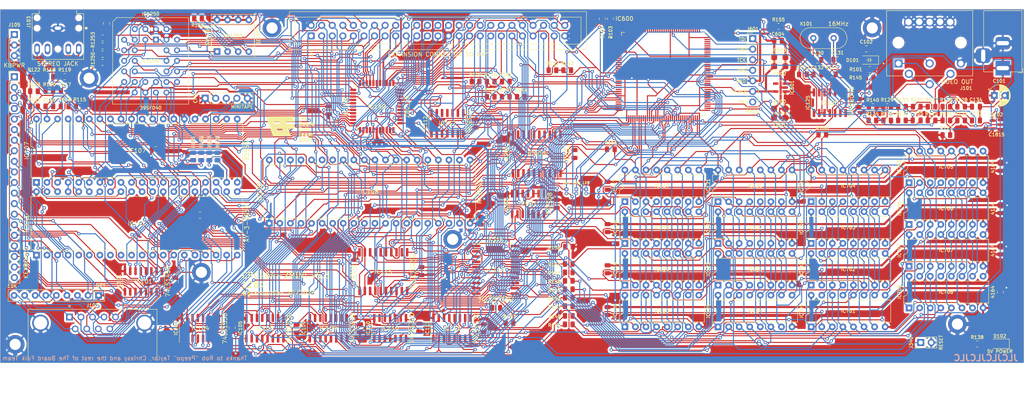
<source format=kicad_pcb>
(kicad_pcb (version 20221018) (generator pcbnew)
  (layers (0 "F.Cu" signal) (31 "B.Cu" signal) (34 "B.Paste" user) (35 "F.Paste" user) (36 "B.SilkS" user "B.Silkscreen") (37 "F.SilkS" user "F.Silkscreen") (38 "B.Mask" user) (39 "F.Mask" user) (44 "Edge.Cuts" user))
  (net 0 "")
  (net 1 "GND")
  (net 2 "Net-(D101-A)")
  (net 3 "Net-(C130-Pad1)")
  (net 4 "Net-(C131-Pad1)")
  (net 5 "Net-(C132-Pad2)")
  (net 6 "Net-(J101-Pin_1)")
  (net 7 "Net-(J101-Pin_2)")
  (net 8 "Net-(J101-Pin_3)")
  (net 9 "SOUND")
  (net 10 "/Sound & Keyboard/AYIO0")
  (net 11 "/Sound & Keyboard/AYIO1")
  (net 12 "/Sound & Keyboard/AYIO2")
  (net 13 "/Sound & Keyboard/AYIO3")
  (net 14 "/Sound & Keyboard/AYIO4")
  (net 15 "/Sound & Keyboard/AYIO5")
  (net 16 "/Sound & Keyboard/AYIO6")
  (net 17 "/IO/KB3")
  (net 18 "/IO/KB2")
  (net 19 "/IO/KB1")
  (net 20 "/IO/KB0")
  (net 21 "AYC")
  (net 22 "CPU")
  (net 23 "/IO/WRDATA")
  (net 24 "RESET")
  (net 25 "AYA")
  (net 26 "AYBDIR")
  (net 27 "AYB")
  (net 28 "AYBC1")
  (net 29 "/IO/AYD7")
  (net 30 "/IO/AYD6")
  (net 31 "/IO/AYD5")
  (net 32 "/IO/AYD4")
  (net 33 "/IO/AYD3")
  (net 34 "/IO/AYD2")
  (net 35 "/IO/AYD1")
  (net 36 "/IO/AYD0")
  (net 37 "/CPU/A12")
  (net 38 "/CPU/D4")
  (net 39 "/CPU/A7")
  (net 40 "/CPU/D5")
  (net 41 "/CPU/A6")
  (net 42 "/CPU/D6")
  (net 43 "/CPU/A5")
  (net 44 "/CPU/D7")
  (net 45 "/CPU/A4")
  (net 46 "/Memory/R18")
  (net 47 "/CPU/A3")
  (net 48 "/CPU/A10")
  (net 49 "/CPU/A2")
  (net 50 "ROMDIS")
  (net 51 "/CPU/A1")
  (net 52 "/CPU/A11")
  (net 53 "/CPU/A0")
  (net 54 "/CPU/A9")
  (net 55 "/CPU/D0")
  (net 56 "/CPU/A8")
  (net 57 "/CPU/D1")
  (net 58 "/CPU/A13")
  (net 59 "/CPU/D2")
  (net 60 "/CPU/A14")
  (net 61 "/Multiplex/MA4")
  (net 62 "RA1")
  (net 63 "/IO/RDDATA")
  (net 64 "RA2")
  (net 65 "/Multiplex/MA5")
  (net 66 "CASAD")
  (net 67 "/Multiplex/MA0")
  (net 68 "CCLK")
  (net 70 "Net-(CP2-Pin_2)")
  (net 71 "/Multiplex/MA8")
  (net 72 "/Multiplex/MA1")
  (net 73 "Net-(CP2-Pin_11)")
  (net 74 "Net-(CP2-Pin_12)")
  (net 75 "EXP")
  (net 76 "PL2_21")
  (net 77 "IORD")
  (net 78 "Net-(CP2-Pin_13)")
  (net 79 "8255RESET")
  (net 80 "IOWR")
  (net 81 "VSYNC")
  (net 82 "Net-(CP2-Pin_14)")
  (net 83 "Net-(CP2-Pin_15)")
  (net 84 "LPEN")
  (net 85 "Net-(CP2-Pin_16)")
  (net 86 "/Multiplex/MA2")
  (net 87 "/Multiplex/MA3")
  (net 88 "/Multiplex/MA6")
  (net 89 "/Multiplex/MA7")
  (net 90 "/Multiplex/MA9")
  (net 91 "Net-(CP2-Pin_17)")
  (net 92 "Net-(CP2-Pin_18)")
  (net 93 "Net-(CP2-Pin_19)")
  (net 95 "/Multiplex/MA12")
  (net 96 "/Multiplex/MA13")
  (net 97 "DISPEN")
  (net 98 "RA0")
  (net 99 "CURSOR")
  (net 100 "HSYNC")
  (net 101 "Net-(D102-A)")
  (net 103 "/CPU/A15")
  (net 104 "Net-(IC110-Pad1)")
  (net 105 "BUS")
  (net 109 "RD")
  (net 110 "WR")
  (net 111 "BUSAK")
  (net 112 "READY")
  (net 113 "BUSRQ")
  (net 114 "A100")
  (net 115 "M1")
  (net 116 "RFSH")
  (net 117 "INT")
  (net 118 "NMI")
  (net 119 "HALT")
  (net 120 "MREQ")
  (net 121 "IORQ")
  (net 122 "373EN")
  (net 123 "RAMDIS")
  (net 124 "RAMRD")
  (net 128 "Net-(IC104-Za)")
  (net 129 "Net-(IC104-Zb)")
  (net 130 "/Gate Arrays/GD0")
  (net 131 "/Gate Arrays/GD1")
  (net 132 "/Gate Arrays/GD2")
  (net 133 "/Gate Arrays/GD3")
  (net 134 "/Gate Arrays/GD4")
  (net 135 "/Gate Arrays/GD5")
  (net 136 "/Gate Arrays/GD6")
  (net 137 "/Gate Arrays/GD7")
  (net 138 "244EN")
  (net 139 "Net-(IC105-Za)")
  (net 140 "CK16")
  (net 141 "SYNC")
  (net 142 "ROMEN")
  (net 143 "B")
  (net 144 "G")
  (net 145 "R")
  (net 146 "Net-(IC105-Zb)")
  (net 147 "MWE")
  (net 148 "RAS")
  (net 149 "CAS")
  (net 150 "PHI")
  (net 151 "MV")
  (net 152 "/Memory/XA7")
  (net 153 "/Memory/XA5")
  (net 154 "/Memory/XA4")
  (net 155 "/Memory/XA3")
  (net 156 "/Memory/XA0")
  (net 157 "/Memory/XA6")
  (net 158 "/Memory/XA2")
  (net 159 "/Memory/XA1")
  (net 160 "Net-(IC125-Pad6)")
  (net 161 "Net-(IC125-Pad10)")
  (net 162 "Net-(IC125-Pad11)")
  (net 164 "/IO/lMOTOR")
  (net 165 "Net-(IC107-PB1)")
  (net 166 "Net-(IC107-PB2)")
  (net 167 "Net-(IC107-PB3)")
  (net 168 "Net-(IC107-PB4)")
  (net 169 "+5V")
  (net 170 "/CPU/D3")
  (net 172 "Net-(J103-Pad2)")
  (net 176 "/Sound & Keyboard/AYIO7")
  (net 177 "+3V3")
  (net 181 "A14OUT")
  (net 182 "A15OUT")
  (net 183 "Net-(IC108-E)")
  (net 186 "Net-(IC109-Za)")
  (net 187 "Net-(IC109-Zb)")
  (net 188 "Net-(IC113-Za)")
  (net 189 "Net-(IC113-Zb)")
  (net 213 "/Memory/R16")
  (net 214 "/Memory/R15")
  (net 215 "ROMCE")
  (net 216 "/Memory/R17")
  (net 223 "Net-(J101-Pin_4)")
  (net 224 "Net-(J101-Pin_6)")
  (net 225 "Net-(J103-Ground)")
  (net 226 "Net-(Q102-E)")
  (net 227 "Net-(Q102-B)")
  (net 233 "10INT")
  (net 234 "TDI")
  (net 236 "TMS")
  (net 237 "TCK")
  (net 238 "10READY")
  (net 277 "TDO")
  (net 300 "CAS1")
  (net 301 "D6ANDD7")
  (net 305 "Net-(IC900-~{CAS1})")
  (net 306 "Net-(IC900-~{CAS0})")
  (net 310 "CAS0")
  (footprint "Package_SO:SOIC-20W_7.5x12.8mm_P1.27mm" (layer "F.Cu") (at 143.37 62.01 90)
    (fp_text reference "IC900")
    (fp_text value "40031")
  )
  (footprint "Resistor_SMD:R_0805_2012Metric" (layer "F.Cu") (at 22.55 50.6)
    (fp_text reference "R121")
    (fp_text value "1K" hide)
  )
  (footprint "Resistor_SMD:R_0805_2012Metric" (layer "F.Cu") (at 231.1705 50.678)
    (fp_text reference "R133")
    (fp_text value "10K" hide)
  )
  (footprint "Package_SO:SOIC-14_3.9x8.7mm_P1.27mm" (layer "F.Cu") (at 213.83 49.715 90)
    (fp_text reference "IC125")
    (fp_text value "74HCU04D")
  )
  (footprint "Resistor_SMD:R_0805_2012Metric" (layer "F.Cu") (at 159.15 29.55 -90)
    (fp_text reference "R104")
    (fp_text value "2K2" hide)
  )
  (footprint "Capacitor_SMD:C_0805_2012Metric" (layer "F.Cu") (at 254.81 75.291 90)
    (fp_text reference "C108" hide)
    (fp_text value "100nF" hide)
  )
  (footprint "Package_QFP:LQFP-44_10x10mm_P0.8mm" (layer "F.Cu") (at 104.925 50.6375 90)
    (fp_text reference "IC140")
    (fp_text value "Z80_44")
  )
  (footprint "Capacitor_SMD:C_0805_2012Metric" (layer "F.Cu") (at 160.4172 69.682 90)
    (fp_text reference "C105" hide)
    (fp_text value "100nF" hide)
  )
  (footprint "Package_DIP:DIP-16_W7.62mm" (layer "F.Cu") (at 164.5662 83.525 90)
    (fp_text reference "IC118")
    (fp_text value "4164" hide)
  )
  (footprint "MountingHole:MountingHole_2.7mm_M2.5_ISO14580_Pad" (layer "F.Cu") (at 244.5004 102.9208)
    (fp_text reference "H4" hide)
    (fp_text value "MountingHole" hide)
  )
  (footprint "Resistor_SMD:R_0805_2012Metric" (layer "F.Cu") (at 60.815 62.63 -90)
    (fp_text reference "R105")
    (fp_text value "2K2" hide)
  )
  (footprint "Capacitor_SMD:C_0805_2012Metric" (layer "F.Cu") (at 254.81 95.23 90)
    (fp_text reference "C110" hide)
    (fp_text value "100nF" hide)
  )
  (footprint "Package_SO:SOIC-16_3.9x9.9mm_P1.27mm" (layer "F.Cu") (at 123.009 103.92 90)
    (fp_text reference "IC113")
    (fp_text value "74LS153D")
  )
  (footprint "Package_DIP:DIP-16_W7.62mm" (layer "F.Cu") (at 232.89 99.04 90)
    (fp_text reference "IC708")
    (fp_text value "4164")
  )
  (footprint "Resistor_SMD:R_0805_2012Metric" (layer "F.Cu") (at 201.4775 31.35)
    (fp_text reference "R155")
    (fp_text value "56R" hide)
  )
  (footprint "Capacitor_SMD:C_0805_2012Metric" (layer "F.Cu") (at 115.135 103.793 90)
    (fp_text reference "C121" hide)
    (fp_text value "100nF" hide)
  )
  (footprint "Resistor_SMD:R_0805_2012Metric" (layer "F.Cu") (at 241.8385 53.98)
    (fp_text reference "R131")
    (fp_text value "3K3" hide)
  )
  (footprint "MountingHole:MountingHole_2.7mm_M2.5_ISO14580_Pad" (layer "F.Cu") (at 224.028 31.75)
    (fp_text reference "H2" hide)
    (fp_text value "MountingHole" hide)
  )
  (footprint "Resistor_SMD:R_0805_2012Metric" (layer "F.Cu") (at 241.8385 50.678)
    (fp_text reference "R126")
    (fp_text value "270R" hide)
  )
  (footprint "Package_DIP:DIP-16_W7.62mm" (layer "F.Cu") (at 209.355 83.525 90)
    (fp_text reference "IC703")
    (fp_text value "4164" hide)
  )
  (footprint "Connector_PinHeader_1.00mm:PinHeader_1x02_P1.00mm_Vertical" (layer "F.Cu") (at 155.26 70.525)
    (fp_text reference "LK8")
    (fp_text value "LK8" hide)
  )
  (footprint "Package_SO:SOIC-14_3.9x8.7mm_P1.27mm" (layer "F.Cu") (at 108.15 103.92 90)
    (fp_text reference "IC110")
    (fp_text value "74LS132D")
  )
  (footprint "Connector_PinHeader_1.00mm:PinHeader_1x02_P1.00mm_Vertical" (layer "F.Cu") (at 152.9 70.525)
    (fp_text reference "LK6")
    (fp_text value "LK6" hide)
  )
  (footprint "Connector_Dsub:DSUB-9_Male_Horizontal_P2.77x2.84mm_EdgePinOffset7.70mm_Housed_MountingHolesOffset9.12mm" (layer "F.Cu") (at 31.0768 101.2293)
    (fp_text reference "J102")
    (fp_text value "9 PIN D")
  )
  (footprint "Package_TO_SOT_SMD:SOT-23" (layer "F.Cu") (at 253.9125 54.97)
    (fp_text reference "Q102")
    (fp_text value "C1815")
  )
  (footprint "Capacitor_SMD:C_0805_2012Metric" (layer "F.Cu") (at 248.9505 50.678)
    (fp_text reference "C134")
    (fp_text value "220pF" hide)
  )
  (footprint "Resistor_SMD:R_0805_2012Metric" (layer "F.Cu") (at 161.1 29.55 -90)
    (fp_text reference "R103")
    (fp_text value "2K2" hide)
  )
  (footprint "Capacitor_SMD:C_0805_2012Metric" (layer "F.Cu") (at 215.65 39.39)
    (fp_text reference "C131")
    (fp_text value "68pF" hide)
  )
  (footprint "Resistor_SMD:R_0805_2012Metric" (layer "F.Cu") (at 26.2375 43.45 180)
    (fp_text reference "R118")
    (fp_text value "22K" hide)
  )
  (footprint "Capacitor_SMD:C_0805_2012Metric" (layer "F.Cu") (at 254.81 65.131 90)
    (fp_text reference "C106" hide)
    (fp_text value "100nF" hide)
  )
  (footprint "Resistor_SMD:R_0805_2012Metric" (layer "F.Cu") (at 26.2375 46.95)
    (fp_text reference "R120")
    (fp_text value "10K" hide)
  )
  (footprint "Resistor_SMD:R_0805_2012Metric" (layer "F.Cu") (at 39.02 34.15 180)
    (fp_text reference "R1253" hide)
    (fp_text value "10K" hide)
  )
  (footprint "Package_DIP:DIP-16_W7.62mm" (layer "F.Cu") (at 186.965 73.502 90)
    (fp_text reference "IC121")
    (fp_text value "4164" hide)
  )
  (footprint "CPC464-MINI:STEREO" (layer "F.Cu") (at 28.2956 31.8008 -90)
    (fp_text reference "J103")
    (fp_text value "STEREO JACK")
  )
  (footprint "Resistor_SMD:R_0805_2012Metric" (layer "F.Cu") (at 151.0875 88.458)
    (fp_text reference "R150")
    (fp_text value "82R" hide)
  )
  (footprint "Capacitor_SMD:C_0805_2012Metric" (layer "F.Cu") (at 130.629 103.92 90)
    (fp_text reference "C117" hide)
    (fp_text value "100nF" hide)
  )
  (footprint "Resistor_SMD:R_0805_2012Metric" (layer "F.Cu") (at 214.3325 42.9)
    (fp_text reference "R111")
    (fp_text value "1M" hide)
  )
  (footprint "Resistor_SMD:R_0805_2012Metric" (layer "F.Cu") (at 227.6145 53.98)
    (fp_text reference "R136")
    (fp_text value "220R" hide)
  )
  (footprint "Resistor_SMD:R_0805_2012Metric" (layer "F.Cu") (at 151.0875 94.554)
    (fp_text reference "R147")
    (fp_text value "82R" hide)
  )
  (footprint "Resistor_SMD:R_0805_2012Metric" (layer "F.Cu") (at 151.0875 98.618)
    (fp_text reference "R153")
    (fp_text value "82R" hide)
  )
  (footprint "Capacitor_SMD:C_0805_2012Metric" (layer "F.Cu") (at 70.177 103.793 90)
    (fp_text reference "C127" hide)
    (fp_text value "100nF" hide)
  )
  (footprint "Package_DIP:DIP-16_W7.62mm" (layer "F.Cu") (at 209.355 103.591 90)
    (fp_text reference "IC701")
    (fp_text value "4164" hide)
  )
  (footprint "Package_DIP:DIP-16_W7.62mm" (layer "F.Cu") (at 164.5662 93.568 90)
    (fp_text reference "IC119")
    (fp_text value "4164" hide)
  )
  (footprint "Resistor_SMD:R_0805_2012Metric" (layer "F.Cu") (at 201.3925 34.795 180)
    (fp_text reference "C604")
    (fp_text value "220nF" hide)
  )
  (footprint "Resistor_SMD:R_0805_2012Metric" (layer "F.Cu") (at 33.5375 50.6)
    (fp_text reference "R115")
    (fp_text value "10K" hide)
  )
  (footprint "Resistor_SMD:R_0805_2012Metric" (layer "F.Cu") (at 135.9479 48.3)
    (fp_text reference "R141")
    (fp_text value "82R" hide)
  )
  (footprint "Capacitor_SMD:C_0805_2012Metric" (layer "F.Cu") (at 128.695 54.7 -90)
    (fp_text reference "C116" hide)
    (fp_text value "100nF" hide)
  )
  (footprint "Capacitor_Tantalum_SMD:CP_EIA-3216-18_Kemet-A" (layer "F.Cu") (at 201.7675 53.345 180)
    (fp_text reference "C601")
    (fp_text value "10uF" hide)
  )
  (footprint "Resistor_SMD:R_0805_2012Metric" (layer "F.Cu") (at 207.37 42.91)
    (fp_text reference "R143")
    (fp_text value "10M" hide)
  )
  (footprint "Resistor_SMD:R_0805_2012Metric" (layer "F.Cu") (at 231.1705 53.98)
    (fp_text reference "R130")
    (fp_text value "270R" hide)
  )
  (footprint "Capacitor_SMD:C_0805_2012Metric" (layer "F.Cu") (at 234.7035 53.98)
    (fp_text reference "C135")
    (fp_text value "220pF" hide)
  )
  (footprint "Resistor_SMD:R_0805_2012Metric" (layer "F.Cu") (at 22.55 43.45)
    (fp_text reference "R122")
    (fp_text value "1K" hide)
  )
  (footprint "Resistor_SMD:R_0805_2012Metric" (layer "F.Cu") (at 238.2825 50.678)
    (fp_text reference "R137")
    (fp_text value "220R" hide)
  )
  (footprint "Resistor_SMD:R_0805_2012Metric" (layer "F.Cu") (at 245.3945 50.678)
    (fp_text reference "R128")
    (fp_text value "270R" hide)
  )
  (footprint "Capacitor_SMD:C_0805_2012Metric" (layer "F.Cu") (at 248.9505 53.98)
    (fp_text reference "C133")
    (fp_text value "220pF" hide)
  )
  (footprint "Resistor_SMD:R_0805_2012Metric" (layer "F.Cu") (at 150.7125 41.9)
    (fp_text reference "R142")
    (fp_text value "10K" hide)
  )
  (footprint "Package_DIP:DIP-16_W7.62mm" (layer "F.Cu") (at 164.5662 73.502 90)
    (fp_text reference "IC117")
    (fp_text value "4164" hide)
  )
  (footprint "Connector_PinHeader_2.54mm:PinHeader_1x03_P2.54mm_Vertical" (layer "F.Cu") (at 17.8308 33.3248)
    (fp_text reference "J105")
    (fp_text value "KBPWR")
  )
  (footprint "CPC464-MINI:VIDEOJACK" (layer "F.Cu") (at 237.8275 35.2732 180)
    (fp_text reference "J101")
    (fp_text value "VIDEO OUT")
  )
  (footprint "Package_DIP:DIP-40_W15.24mm" (layer "F.Cu") (at 23.14 86.34 90)
    (fp_text reference "IC141")
    (fp_text value "AY-3-8910")
  )
  (footprint "Package_SO:SOIC-20W_7.5x12.8mm_P1.27mm" (layer "F.Cu") (at 106.515 90.31 90)
    (fp_text reference "IC115")
    (fp_text value "74LS244DW")
  )
  (footprint "Package_DIP:DIP-8_W7.62mm_Socket" (layer "F.Cu") (at 66.55 37.425 90)
    (fp_text reference "SW1250")
    (fp_text value "SELECT")
  )
  (footprint "Crystal:Crystal_HC49-U_Vertical" (layer "F.Cu") (at 209.87 34.19)
    (fp_text reference "X101")
    (fp_text value "16MHz")
  )
  (footprint "Resistor_SMD:R_0805_2012Metric" (layer "F.Cu") (at 39.02 40 180)
    (fp_text reference "R1250" hide)
    (fp_text value "10K" hide)
  )
  (footprint "Capacitor_SMD:C_0805_2012Metric" (layer "F.Cu") (at 100.911 103.92 90)
    (fp_text reference "C122" hide)
    (fp_text value "100nF" hide)
  )
  (footprint "Resistor_SMD:R_0805_2012Metric" (layer "F.Cu") (at 161.2 60.9)
    (fp_text reference "R161")
    (fp_text value "47R" hide)
  )
  (footprint "Resistor_SMD:R_0805_2012Metric" (layer "F.Cu") (at 29.925 43.45)
    (fp_text reference "R119")
    (fp_text value "22K" hide)
  )
  (footprint "Resistor_SMD:R_0805_2012Metric" (layer "F.Cu") (at 234.7265 50.678)
    (fp_text reference "R135")
    (fp_text value "680R" hide)
  )
  (footprint "CPC464-MINI:EXPANSION_IDC_ANONYMISED" (layer "F.Cu") (at 89.159 33.66 90)
    (fp_text reference "PL1" hide)
    (fp_text value "EXPANSION CONNECTOR 50 WAY")
  )
  (footprint "Capacitor_SMD:C_0805_2012Metric" (layer "F.Cu") (at 210.84 42.92 180)
    (fp_text reference "C132")
    (fp_text value "47pF" hide)
  )
  (footprint "Connector_PinHeader_2.54mm:PinHeader_1x02_P2.54mm_Vertical" (layer "F.Cu") (at 235.675 107.35 90)
    (fp_text reference "J340")
    (fp_text value "RESET")
  )
  (footprint "MountingHole:MountingHole_2.7mm_M2.5_ISO14580_Pad" (layer "F.Cu") (at 18.034 107.7976)
    (fp_text reference "H3" hide)
    (fp_text value "MountingHole" hide)
  )
  (footprint "Package_DIP:DIP-16_W7.62mm" (layer "F.Cu") (at 209.355 73.502 90)
    (fp_text reference "IC704")
    (fp_text value "4164" hide)
  )
  (footprint "Package_TO_SOT_SMD:SOT-23-5" (layer "F.Cu") (at 201.98 46.07 180)
    (fp_text reference "IC601")
    (fp_text value "TPS7A2036PDBVR" hide)
  )
  (footprint "Resistor_SMD:R_0805_2012Metric" (layer "F.Cu") (at 151.0875 92.522)
    (fp_text reference "R146")
    (fp_text value "82R" hide)
  )
  (footprint "Resistor_SMD:R_0805_2012Metric" (layer "F.Cu") (at 66.64 62.63 -90)
    (fp_text reference "R108")
    (fp_text value "2K2" hide)
  )
  (footprint "Resistor_SMD:R_0805_2012Metric" (layer "F.Cu") (at 147.1625 41.9)
    (fp_text reference "R112")
    (fp_text value "2K2" hide)
  )
  (footprint "Capacitor_SMD:C_0805_2012Metric" (layer "F.Cu") (at 39.97 30.65 -90)
    (fp_text reference "C125" hide)
    (fp_text value "100nF" hide)
  )
  (footprint "Package_SO:SOIC-14_3.9x8.7mm_P1.27mm" (layer "F.Cu") (at 141.3 74.02 90)
    (fp_text reference "IC901")
    (fp_text value "74LS08")
  )
  (footprint "Package_SO:SOIC-16_3.9x9.9mm_P1.27mm" (layer "F.Cu") (at 48.855 92.665 90)
    (fp_text reference "IC101")
    (fp_text value "74LS145D")
  )
  (footprint "Resistor_SMD:R_0805_2012Metric" (layer "F.Cu") (at 151.0875 102.982)
    (fp_text reference "R149")
    (fp_text value "82R" hide)
  )
  (footprint "Connector_PinHeader_2.54mm:PinHeader_1x20_P2.54mm_Vertical" (layer "F.Cu") (at 17.8308 43.4848)
    (fp_text reference "CP2" hide)
    (fp_text value "KEYBOARD")
  )
  (footprint "Connector_PinHeader_2.54mm:PinHeader_1x05_P2.54mm_Vertical" (layer "F.Cu") (at 63.68 48.65 90)
    (fp_text reference "CP3")
    (fp_text value "MINITAPE")
  )
  (footprint "Resistor_SMD:R_0805_2012Metric" (layer "F.Cu") (at 22.55 46.95)
    (fp_text reference "R123")
    (fp_text value "1K" hide)
  )
  (footprint "Package_DIP:DIP-16_W7.62mm" (layer "F.Cu") (at 209.355 93.568 90)
    (fp_text reference "IC702")
    (fp_text value "4164" hide)
  )
  (footprint "Resistor_THT:R_Array_SIP9" (layer "F.Cu") (at 38.075 96.025 180)
    (fp_text reference "NR1")
    (fp_text value "10K")
  )
  (footprint "AMSTRAD:QFP50P2200X2200X160-144N" (layer "F.Cu") (at 173.745 42.8)
    (fp_text reference "IC600")
    (fp_text value "XC95288XL-10TQG144C")
  )
  (footprint "Resistor_SMD:R_0805_2012Metric" (layer "F.Cu") (at 62.74 62.63 -90)
    (fp_text reference "R106")
    (fp_text value "2K2" hide)
  )
  (footprint "Resistor_SMD:R_0805_2012Metric" (layer "F.Cu") (at 39.02 36.1 180)
    (fp_text reference "R1252" hide)
    (fp_text value "10K" hide)
  )
  (footprint "Resistor_SMD:R_0805_2012Metric" (layer "F.Cu") (at 212.02 57.4)
    (fp_text reference "R160")
    (fp_text value "47R" hide)
  )
  (footprint "Resistor_SMD:R_0805_2012Metric" (layer "F.Cu") (at 224.0585 53.98)
    (fp_text reference "R134")
    (fp_text value "100R" hide)
  )
  (footprint "Capacitor_SMD:C_0805_2012Metric" (layer "F.Cu") (at 85.671 104.047 90)
    (fp_text reference "C123" hide)
    (fp_text value "100nF" hide)
  )
  (footprint "MountingHole:MountingHole_2.7mm_M2.5_ISO14580_Pad" (layer "F.Cu") (at 35.7886 43.8404)
    (fp_text reference "H9" hide)
    (fp_text value "Keyboard Hole" hide)
  )
  (footprint "MountingHole:MountingHole_2.7mm_M2.5_ISO14580_Pad" (layer "F.Cu") (at 62.7888 90.4748)
    (fp_text reference "H6" hide)
    (fp_text value "MountingHole" hide)
  )
  (footprint "Package_SO:SOIC-16_3.9x9.9mm_P1.27mm" (layer "F.Cu") (at 62.557 103.92 90)
    (fp_text reference "IC104")
    (fp_text value "74LS153D")
  )
  (footprint "Capacitor_SMD:C_0805_2012Metric" (layer "F.Cu") (at 254.81 85.197 90)
    (fp_text reference "C112" hide)
    (fp_text value "100nF" hide)
  )
  (footprint "Resistor_SMD:R_0805_2012Metric" (layer "F.Cu") (at 223.42 43.7)
    (fp_text reference "R145")
    (fp_text value "10M" hide)
  )
  (footprint "Capacitor_SMD:C_0805_2012Metric" (layer "F.Cu") (at 62.45 76.78)
    (fp_text reference "C137" hide)
    (fp_text value "100nF" hide)
  )
  (footprint "Capacitor_Tantalum_SMD:CP_EIA-3216-18_Kemet-A" (layer "F.Cu") (at 201.7675 51.145 180)
    (fp_text reference "C600")
    (fp_text value "10uF" hide)
  )
  (footprint "Capacitor_SMD:C_0805_2012Metric" (layer "F.Cu") (at 148.175 74.02 -90)
    (fp_text reference "C113" hide)
    (fp_text value "100nF" hide)
  )
  (footprint "Resistor_SMD:R_0805_2012Metric" (layer "F.Cu") (at 128.69 44.65)
    (fp_text reference "R109")
    (fp_text value "2K2" hide)
  )
  (footprint "Package_DIP:DIP-16_W7.62mm" (layer "F.Cu") (at 232.89 78.974 90)
    (fp_text reference "IC706")
    (fp_text value "4164")
  )
  (footprint "Capacitor_SMD:C_0805_2012Metric" (layer "F.Cu") (at 133.627 99.019)
    (fp_text reference "C114" hide)
    (fp_text value "100nF" hide)
  )
  (footprint "Package_DIP:DIP-16_W7.62mm" (layer "F.Cu") (at 186.965 83.525 90)
    (fp_text reference "IC122")
    (fp_text value "4164" hide)
  )
  (footprint "Package_DIP:DIP-16_W7.62mm" (layer "F.Cu") (at 164.5662 103.591 90)
    (fp_text reference "IC120")
    (fp_text value "4164" hide)
  )
  (footprint "Capacitor_SMD:C_0805_2012Metric" (layer "F.Cu") (at 129.9 78.05 90)
    (fp_text reference "C120" hide)
    (fp_text value "100nF" hide)
  )
  (footprint "LED_SMD:LED_1206_3216Metric" (layer "F.Cu") (at 254.7 107.65 180)
    (fp_text reference "D102")
    (fp_text value "5V POWER")
  )
  (footprint "Resistor_SMD:R_0805_2012Metric" (layer "F.Cu") (at 245.3945 53.98)
    (fp_text reference "R132")
    (fp_text value "1K" hide)
  )
  (footprint "Capacitor_SMD:C_0805_2012Metric" (layer "F.Cu") (at 93.3225 51.55 90)
    (fp_text reference "C136" hide)
    (fp_text value "100nF" hide)
  )
  (footprint "Capacitor_SMD:C_0805_2012Metric" (layer "F.Cu") (at 115.659 90.183 90)
    (fp_text reference "C115" hide)
    (fp_text value "100nF" hide)
  )
  (footprint "Resistor_SMD:R_0805_2012Metric" (layer "F.Cu") (at 249.25 107.7 180)
    (fp_text reference "R138")
    (fp_text value "1K" hide)
  )
  (footprint "Resistor_SMD:R_0805_2012Metric" (layer "F.Cu") (at 223.42 41.74 180)
    (fp_text reference "R101")
    (fp_text value "3M3" hide)
  )
  (footprint "Capacitor_SMD:C_0805_2012Metric" (layer "F.Cu") (at 222.593 36.7516)
    (fp_text reference "C102")
    (fp_text value "100nF" hide)
  )
  (footprint "Resistor_SMD:R_0805_2012Metric" (layer "F.Cu") (at 132.315 48.3)
    (fp_text reference "R124")
    (fp_text value "1K5" hide)
  )
  (footprint "Capacitor_SMD:C_0805_2012Metric" (layer "F.Cu") (at 210.83 39.42)
    (fp_text reference "C130")
    (fp_text value "68pF" hide)
  )
  (footprint "Package_SO:SOIC-16_3.9x9.9mm_P1.27mm" (layer "F.Cu") (at 78.051 103.92 90)
    (fp_text reference "IC105")
    (fp_text value "74LS153D")
  )
  (footprint "Resistor_SMD:R_0805_2012Metric" (layer "F.Cu") (at 241.8385 57.48)
    (fp_text reference "R127")
    (fp_text value "680R" hide)
  )
  (footprint "Resistor_SMD:R_0805_2012Metric" (layer "F.Cu") (at 135.9479 44.65)
    (fp_text reference "R102")
    (fp_text value "2K2" hide)
  )
  (footprint "Resistor_SMD:R_0805_2012Metric" (layer "F.Cu") (at 151.0875 96.586)
    (fp_text reference "R152")
    (fp_text value "82R" hide)
  )
  (footprint "Capacitor_THT:CP_Radial_D5.0mm_P2.50mm" (layer "F.Cu") (at 253.3632 47.9732)
    (fp_text reference "C101")
    (fp_text value "100uF 25V" hide)
  )
  (footprint "Resistor_SMD:R_0805_2012Metric" (layer "F.Cu") (at 227.6145 50.678)
    (fp_text reference "R129")
    (fp_text value "680R" hide)
  )
  (footprint "Capacitor_Tantalum_SMD:CP_EIA-3216-18_Kemet-A" (layer "F.Cu") (at 201.8125 40.97)
    (fp_text reference "C602")
    (fp_text value "10uF" hide)
  )
  (footprint "Package_SO:SOIC-16_3.9x9.9mm_P1.27mm" (layer "F.Cu") (at 93.291 103.92 90)
    (fp_text reference "IC109")
    (fp_text value "74LS153D")
  )
  (footprint "Connector_PinHeader_2.54mm:PinHeader_1x07_P2.54mm_Vertical" (layer "F.Cu") (at 195.29 34.3)
    (fp_text reference "J601")
    (fp_text value "PROG")
  )
  (footprint "Package_SO:SOIC-20W_7.5x12.8mm_P1.27mm" (layer "F.Cu") (at 133.5 89.875)
    (fp_text reference "IC114")
    (fp_text value "74LS373DW")
  )
  (footprint "Resistor_SMD:R_0805_2012Metric" (layer "F.Cu") (at 151.0875 100.95)
    (fp_text reference "R148")
    (fp_text value "82R" hide)
  )
  (footprint "Resistor_SMD:R_0805_2012Metric" (layer "F.Cu") (at 139.58 48.3 180)
    (fp_text reference "R144")
    (fp_text value "4K7" hide)
  )
  (footprint "Capacitor_SMD:C_0805_2012Metric" (layer "F.Cu") (at 160.4172 79.842 90)
    (fp_text reference "C107" hide)
    (fp_text value "100nF" hide)
  )
  (footprint "Package_DIP:DIP-16_W7.62mm" (layer "F.Cu") (at 232.89 89.017 90)
    (fp_text reference "IC707")
    (fp_text value "4164")
  )
  (footprint "Capacitor_SMD:C_0805_2012Metric" (layer "F.Cu") (at 152.47 62.03 -90)
    (fp_text reference "C104" hide)
    (fp_text value "100nF" hide)
  )
  (footprint "MountingHole:MountingHole_2.7mm_M2.5_ISO14580_Pad" (layer "F.Cu") (at 79.756 31.75)
    (fp_text reference "H1" hide)
    (fp_text value "MountingHole" hide)
  )
  (footprint "CPC464-MINI:D101" (layer "F.Cu") (at 223.293 39.4616 180)
    (fp_text reference "D101" hide)
    (fp_text value "1N4148" hide)
  )
  (footprint "Package_DIP:DIP-16_W7.62mm" (layer "F.Cu") (at 232.89 68.951 90)
    (fp_text reference "IC705")
    (fp_text value "4164")
  )
  (footprint "Resistor_SMD:R_0805_2012Metric" (layer "F.Cu") (at 136.84 102.7 180)
    (fp_text reference "R157")
    (fp_text value "680R" hide)
  )
  (footprint "Capacitor_Tantalum_SMD:CP_EIA-3216-18_Kemet-A" (layer "F.Cu") (at 201.8125 38.77)
    (fp_text reference "C603")
    (fp_text value "10uF" hide)
  )
  (footprint "Package_DIP:DIP-16_W7.62mm" (layer "F.Cu") (at 186.965 93.568 90)
    (fp_text reference "IC123")
    (fp_text value "4164" hide)
  )
  (footprint "Connector_PinHeader_1.00mm:PinHeader_1x02_P1.00mm_Vertical" (layer "F.Cu") (at 150.53 70.525)
    (fp_text reference "LK5")
    (fp_text value "LK5" hide)
  )
  (footprint "Resistor_SMD:R_0805_2012Metric" (layer "F.Cu") (at 29.925 46.95)
    (fp_text reference "R117")
    (fp_text value "10K" hide)
  )
  (footprint "Resistor_SMD:R_0805_2012Metric" (layer "F.Cu") (at 64.69 62.63 -90)
    (fp_text reference "R107")
    (fp_text value "2K2" hide)
  )
  (footprint "Package_LCC:PLCC-32_THT-Socket" (layer "F.Cu") (at 51.85 34.57)
    (fp_text reference "IC1250")
    (fp_text value "39SF040")
  )
  (footprint "Resistor_SMD:R_0805_2012Metric" (layer "F.Cu") (at 238.2825 53.98)
    (fp_text reference "R125")
    (fp_text value "680R" hide)
  )
  (footprint "Resistor_SMD:R_0805_2012Metric" (layer "F.Cu") (at 26.2375 50.6 180)
    (fp_text reference "R116")
    (fp_text value "10K" hide)
  )
  (footprint "Package_SO:SOIC-14_3.9x8.7mm_P1.27mm" (layer "F.Cu") (at 121.9 54.65 90)
    (fp_text reference "IC112")
    (fp_text value "74LS32D")
  )
  (footprint "MountingHole:MountingHole_2.7mm_M2.5_ISO14580_Pad" (layer "F.Cu") (at 123.19 82.55)
    (fp_text reference "H7" hide)
    (fp_text value "MountingHole" hide)
  )
  (footprint "CPC464-MINI:BF8" (layer "F.Cu") (at 82.025 55.425)
    (fp_text reference "G***" hide)
    (fp_text value "LOGO8" hide)
  )
  (footprint "Resistor_SMD:R_0805_2012Metric" (layer "F.Cu") (at 61.975 29.5)
    (fp_text reference "R156")
    (fp_text value "47R" hide)
  )
  (footprint "Package_DIP:DIP-40_W15.24mm" (layer "F.Cu") (at 23.14 68.86 90)
    (fp_text reference "IC107")
    (fp_text value "8255A")
  )
  (footprint "Capacitor_SMD:C_0805_2012Metric" (layer "F.Cu") (at 51.81 61.01 180)
    (fp_text reference "C119" hide)
    (fp_text value "100nF" hide)
  )
  (footprint "Resistor_SMD:R_0805_2012Metric" (layer "F.Cu") (at 29.925 50.6)
    (fp_text reference "R114")
    (fp_text value "10K" hide)
  )
  (footprint "Package_DIP:DIP-40_W15.24mm" (layer "F.Cu") (at 79.1 78.7 90)
    (fp_text reference "IC108")
    (fp_text value "MC6845")
  )
  (footprint "Package_DIP:DIP-16_W7.62mm" (layer "F.Cu") (at 186.965 103.591 90)
    (fp_text reference "IC124")
    (fp_text value "4164" hide)
  )
  (footprint "Resistor_SMD:R_0805_2012Metric" (layer "F.Cu") (at 132.315 44.65)
    (fp_text reference "R110")
    (fp_text value "2K2" hide)
  )
  (footprint "Connector_BarrelJack:BarrelJack_Horizontal" (layer "F.Cu") (at 255.3988 41.4002 -90)
    (fp_text reference "J104")
    (fp_text value "DC INPUT" hide)
  )
  (footprint "Capacitor_SMD:C_0805_2012Metric" (layer "F.Cu") (at 220.68 49.765 -90)
    (fp_text reference "C129" hide)
    (fp_text value "100nF" hide)
  )
  (footprint "Capacitor_SMD:C_0805_2012Metric" (layer "F.Cu") (at 56.475 92.731 90)
    (fp_text reference "C128" hide)
    (fp_text value "100nF" hide)
  )
  (footprint "Resistor_SMD:R_0805_2012Metric" (layer "F.Cu") (at 151.0875 90.49)
    (fp_text reference "R151")
    (fp_text value "82R" hide)
  )
  (footprint "Resistor_SMD:R_0805_2012Metric" (layer "F.Cu") (at 151.15 84.317)
    (fp_text reference "R158")
    (fp_text value "680R" hide)
  )
  (footprint "Resistor_SMD:R_0805_2012Metric" (layer "F.Cu") (at 39.02 38.05 180)
    (fp_text reference "R1251" hide)
    (fp_text value "10K" hide)
  )
  (footprint "Capacitor_SMD:C_0805_2012Metric" (layer "F.Cu") (at 160.4172 89.748 90)
    (fp_text reference "C109" hide)
    (fp_text value "100nF" hide)
  )
  (footprint "Resistor_SMD:R_0805_2012Metric" (layer "F.Cu") (at 224.126 50.68 180)
    (fp_text reference "R140")
    (fp_text value "1K" hide)
  )
  (footprint "Capacitor_SMD:C_0805_2012Metric" (layer "F.Cu") (at 160.4172 99.781 90)
    (fp_text reference "C111" hide)
    (fp_text value "100nF" hide)
  )
  (footprint "Resistor_SMD:R_0805_2012Metric" (layer "B.Cu") (at 64.685 62.625 90)
    (fp_text reference "R187")
    (fp_text value "0R" hide)
  )
  (footprint "Resistor_SMD:R_0805_2012Metric" (layer "B.Cu") (at 62.745 62.625 90)
    (fp_text reference "R186")
    (fp_text value "0R" hide)
  )
  (footprint "Resistor_SMD:R_0805_2012Metric" (layer "B.Cu") (at 60.815 62.625 90)
    (fp_text reference "R185")
    (fp_text value "0R" hide)
  )
  (footprint "Resistor_SMD:R_0805_2012Metric" (layer "B.Cu") (at 66.625 62.625 90)
    (fp_text reference "R188")
    (fp_text value "0R" hide)
  )
  (gr_rect (start 14.4272 27.2796) (end 260.477 112.26) (stroke (width 0.1)) (fill none) (layer "Edge.Cuts"))
  (gr_text "Thanks to Rob {dblquote}Peepo{dblquote} Taylor, Chrissy and the rest of The Board Folk Team" (at 14.825 111.125) (layer "B.SilkS") (effects (font (size 1 1)) (justify right mirror)))
  (gr_text "JLCJLCJLCJLC" (at 259.275 111.925) (layer "B.SilkS") (effects (font (size 1.5 1.5) (thickness 0.3) bold) (justify left bottom mirror)))
  (gr_text "R1250-R1253" (at 37.175 41.475 90) (layer "F.SilkS") (effects (font (size 0.8 0.8) (thickness 0.15) bold) (justify left bottom)))
  (gr_text "TDI\n\nTDO\n\nTCK\n\nTMS\n\nGND\n\n+3V3\n\nNC" (at 193.775 50) (layer "F.SilkS") (effects (font (size 0.78 0.78)) (justify right bottom)))
  (gr_text "The\nBoard\nFolk\nTeam \n2023" (at 85.958102 59.13474) (layer "F.SilkS") (effects (font (size 0.8 0.9) (thickness 0.2) bold) (justify left bottom)))
  (gr_text "@grandoldian 10/2023" (at 72.375 96) (layer "F.SilkS") (effects (font (size 1 1) (thickness 0.15) bold) (justify left bottom)))
  (gr_text "CPC464-2MINI v5.3\n128K" (at 72.375 94.3) (layer "F.SilkS") (effects (font (size 1.4 1.4) (thickness 0.2) bold) (justify left bottom)))
  (segment (start 232.92 84.247) (end 254.81 84.247) (width 0.5) (layer "F.Cu") (net 1))
  (segment (start 37.9682 46.02) (end 35.7886 43.8404) (width 0.4) (layer "F.Cu") (net 1))
  (segment (start 179.995 38.5) (end 180.045 38.55) (width 0.25) (layer "F.Cu") (net 1))
  (segment (start 116.9319 41.1158) (end 114.2986 41.1158) (width 0.25) (layer "F.Cu") (net 1))
  (segment (start 228.527 55.013) (end 222.5811 55.013) (width 0.25) (layer "F.Cu") (net 1))
  (segment (start 182.495 57.83) (end 186.965 62.3) (width 0.25) (layer "F.Cu") (net 1))
  (segment (start 140.5199 73.2486) (end 140.5199 74.2604) (width 0.25) (layer "F.Cu") (net 1))
  (segment (start 62.7888 90.4748) (end 57.7812 90.4748) (width 0.25) (layer "F.Cu") (net 1))
  (segment (start 131.5489 107.2882) (end 131.2398 106.9791) (width 0.25) (layer "F.Cu") (net 1))
  (segment (start 254.91 94.18) (end 254.81 94.28) (width 1.5) (layer "F.Cu") (net 1))
  (segment (start 164.566 85.948) (end 164.566 87.3586) (width 0.25) (layer "F.Cu") (net 1))
  (segment (start 226.908 78.892) (end 231.459 74.341) (width 0.5) (layer "F.Cu") (net 1))
  (segment (start 121.0788 92.122) (end 120.1655 93.0353) (width 0.25) (layer "F.Cu") (net 1))
  (segment (start 185.575 43.55) (end 185.585 43.54) (width 0.25) (layer "F.Cu") (net 1))
  (segment (start 59.382 101.8336) (end 60.8134 103.265) (width 0.25) (layer "F.Cu") (net 1))
  (segment (start 65.002 75.178) (end 63.4 76.78) (width 0.25) (layer "F.Cu") (net 1))
  (segment (start 209.295 78.892) (end 226.908 78.892) (width 0.5) (layer "F.Cu") (net 1))
  (segment (start 128.4917 103.8702) (end 127.7794 103.8702) (width 0.25) (layer "F.Cu") (net 1))
  (segment (start 141.2295 74.97) (end 141.3 74.97) (width 0.25) (layer "F.Cu") (net 1))
  (segment (start 164.5662 77.3377) (end 164.5662 75.905) (width 0.25) (layer "F.Cu") (net 1))
  (segment (start 56.441938 46.45) (end 68.925 46.45) (width 0.4) (layer "F.Cu") (net 1))
  (segment (start 138.76 71.545) (end 140.03 71.545) (width 0.25) (layer "F.Cu") (net 1))
  (segment (start 203.1175 46.07) (end 202.14 46.07) (width 0.5) (layer "F.Cu") (net 1))
  (segment (start 175.495 41.56) (end 175.495 38.55) (width 0.25) (layer "F.Cu") (net 1))
  (segment (start 210.035 41.165) (end 211.78 39.42) (width 0.25) (layer "F.Cu") (net 1))
  (segment (start 186.965 95.971) (end 186.965 98.821) (width 0.25) (layer "F.Cu") (net 1))
  (segment (start 212.8042 40.4442) (end 211.78 39.42) (width 0.25) (layer "F.Cu") (net 1))
  (segment (start 164.566 87.3586) (end 164.566 88.7692) (width 0.25) (layer "F.Cu") (net 1))
  (segment (start 256.1 107.65) (end 251.3708 102.9208) (width 0.25) (layer "F.Cu") (net 1))
  (segment (start 99.2493 102.8561) (end 98.438 103.6674) (width 0.25) (layer "F.Cu") (net 1))
  (segment (start 57.7812 90.4748) (end 56.475 91.781) (width 0.25) (layer "F.Cu") (net 1))
  (segment (start 164.195 42.55) (end 163.075 42.55) (width 0.25) (layer "F.Cu") (net 1))
  (segment (start 232.89 81.397) (end 232.89 84.217) (width 0.25) (layer "F.Cu") (net 1))
  (segment (start 106.525 41.5251) (end 106.525 39.435) (width 0.4) (layer "F.Cu") (net 1))
  (segment (start 92.5218 50.5995) (end 86.663299 50.5995) (width 0.25) (layer "F.Cu") (net 1))
  (segment (start 220.68 50.715) (end 219.4816 51.9134) (width 0.25) (layer "F.Cu") (net 1))
  (segment (start 82.496 106.395) (end 83.9695 107.8685) (width 0.25) (layer "F.Cu") (net 1))
  (segment (start 164.995 32.9581) (end 170.587 38.55) (width 0.25) (layer "F.Cu") (net 1))
  (segment (start 249.9005 53.98) (end 249.9005 50.678) (width 0.25) (layer "F.Cu") (net 1))
  (segment (start 216.6 39.39) (end 220.2896 35.7004) (width 0.25) (layer "F.Cu") (net 1))
  (segment (start 232.89 94.21) (end 232.96 94.28) (width 0.25) (layer "F.Cu") (net 1))
  (segment (start 164.566 88.7692) (end 164.595 88.798) (width 0.25) (layer "F.Cu") (net 1))
  (segment (start 180.045 38.55) (end 175.565 38.55) (width 0.25) (layer "F.Cu") (net 1))
  (segment (start 59.382 101.445) (end 59.382 101.8336) (width 0.25) (layer "F.Cu") (net 1))
  (segment (start 253.1584 50.678) (end 255.8632 47.9732) (width 0.25) (layer "F.Cu") (net 1))
  (segment (start 127.2571 104.3925) (end 127.2571 106.1981) (width 0.25) (layer "F.Cu") (net 1))
  (segment (start 74.96 101.529) (end 74.96 102.8153) (width 0.25) (layer "F.Cu") (net 1))
  (segment (start 202.005 49.5575) (end 200.418 51.145) (width 0.5) (layer "F.Cu") (net 1))
  (segment (start 119.834 101.445) (end 119.834 101.8265) (width 0.25) (layer "F.Cu") (net 1))
  (segment (start 100.2747 103.2808) (end 99.85 102.8561) (width 0.25) (layer "F.Cu") (net 1))
  (segment (start 129.3919 102.97) (end 128.4917 103.8702) (width 0.25) (layer "F.Cu") (net 1))
  (segment (start 164.566 97.3866) (end 164.566 98.8022) (width 0.25) (layer "F.Cu") (net 1))
  (segment (start 38.1075 38.05) (end 38.1075 40) (width 0.25) (layer "F.Cu") (net 1))
  (segment (start 141.3 74.97) (end 148.175 74.97) (width 0.25) (layer "F.Cu") (net 1))
  (segment (start 231.07 94.28) (end 232.96 94.28) (width 0.5) (layer "F.Cu") (net 1))
  (segment (start 88.846 106.395) (end 87.841 107.4) (width 0.25) (layer "F.Cu") (net 1))
  (segment (start 58.112 106.395) (end 58.112 106.212) (width 0.25) (layer "F.Cu") (net 1))
  (segment (start 140.03 71.545) (end 140.03 71.9955) (width 0.25) (layer "F.Cu") (net 1))
  (segment (start 164.566 98.8022) (end 164.595 98.831) (width 0.25) (layer "F.Cu") (net 1))
  (segment (start 231.719 64.181) (end 232.9 64.181) (width 0.5) (layer "F.Cu") (net 1))
  (segment (start 99.85 102.8561) (end 99.2493 102.8561) (width 0.25) (layer "F.Cu") (net 1))
  (segment (start 209.355 65.882) (end 209.355 68.577) (width 0.25) (layer "F.Cu") (net 1))
  (segment (start 202.005 45.935) (end 202.005 49.5575) (width 0.5) (layer "F.Cu") (net 1))
  (segment (start 254.833 84.27) (end 254.81 84.247) (width 1.5) (layer "F.Cu") (net 1))
  (segment (start 200.4175 51.145) (end 200.418 51.145) (width 0.25) (layer "F.Cu") (net 1))
  (segment (start 97.736 106.395) (end 97.8051 106.395) (width 0.25) (layer "F.Cu") (net 1))
  (segment (start 84.6193 106.234004) (end 84.6193 104.0083) (width 0.25) (layer "F.Cu") (net 1))
  (segment (start 164.595 50.8581) (end 164.595 48.05) (width 0.25) (layer "F.Cu") (net 1))
  (segment (start 232.89 61.331) (end 232.89 64.171) (width 0.25) (layer "F.Cu") (net 1))
  (segment (start 254.849 74.38) (end 254.81 74.341) (width 1.5) (layer "F.Cu") (net 1))
  (segment (start 99.6619 108.4739) (end 110.0631 108.4739) (width 0.25) (layer "F.Cu") (net 1))
  (segment (start 75.41 103.2653) (end 83.8763 103.2653) (width 0.25) (layer "F.Cu") (net 1))
  (segment (start 187.005 88.798) (end 209.425 88.798) (width 0.5) (layer "F.Cu") (net 1))
  (segment (start 200.4175 53.345) (end 200.418 53.345) (width 0.25) (layer "F.Cu") (net 1))
  (segment (start 39.97 31.6) (end 38.1075 33.4625) (width 0.25) (layer "F.Cu") (net 1))
  (segment (start 57.6062 92.9122) (end 56.475 91.781) (width 0.25) (layer "F.Cu") (net 1))
  (segment (start 186.965 78.882) (end 186.955 78.892) (width 0.25) (layer "F.Cu") (net 1))
  (segment (start 164.566 77.3379) (end 164.566 78.7708) (width 0.25) (layer "F.Cu") (net 1))
  (segment (start 164.5662 97.3864) (end 164.5662 95.971) (width 0.25) (layer "F.Cu") (net 1))
  (segment (start 211.29 46.2212) (end 209.1836 44.1148) (width 0.25) (layer "F.Cu") (net 1))
  (segment (start 153.8295 41.2746) (end 152.1779 42.9262) (width 0.25) (layer "F.Cu") (net 1))
  (segment (start 50.65 61.22) (end 50.86 61.01) (width 0.4) (layer "F.Cu") (net 1))
  (segment (start 185.585 43.54) (end 185.585 43.25) (width 0.25) (layer "F.Cu") (net 1))
  (segment (start 207.4364 43.6502) (end 207.4364 42.2026) (width 0.25) (layer "F.Cu") (net 1))
  (segment (start 97.736 106.548) (end 99.6619 108.4739) (width 0.25) (layer "F.Cu") (net 1))
  (segment (start 186.955 78.892) (end 209.295 78.892) (width 0.5) (layer "F.Cu") (net 1))
  (segment (start 182.495 53.47) (end 182.495 57.83) (width 0.25) (layer "F.Cu") (net 1))
  (segment (start 200.61 33.12) (end 200.62 33.11) (width 0.5) (layer "F.Cu") (net 1))
  (segment (start 141.3 76.495) (end 141.3 74.97) (width 0.25) (layer "F.Cu") (net 1))
  (segment (start 232.96 94.28) (end 254.81 94.28) (width 0.5) (layer "F.Cu") (net 1))
  (segment (start 232.88 74.341) (end 254.81 74.341) (width 0.5) (layer "F.Cu") (net 1))
  (segment (start 169.995 48.09) (end 170.035 48.05) (width 0.25) (layer "F.Cu") (net 1))
  (segment (start 216.3487 39.39) (end 215.2945 40.4442) (width 0.25) (layer "F.Cu") (net 1))
  (segment (start 117.3412 41.5251) (end 116.9319 41.1158) (width 0.25) (layer "F.Cu") (net 1))
  (segment (start 251.3708 102.9208) (end 244.5004 102.9208) (width 0.25) (layer "F.Cu") (net 1))
  (segment (start 194.12 43.29) (end 195.29 44.46) (width 0.25) (layer "F.Cu") (net 1))
  (segment (start 85.671 102.9712) (end 88.5096 100.1326) (width 0.25) (layer "F.Cu") (net 1))
  (segment (start 89.2542 100.1326) (end 90.116 100.9944) (width 0.25) (layer "F.Cu") (net 1))
  (segment (start 131.2398 106.9791) (end 128.0381 106.9791) (width 0.25) (layer "F.Cu") (net 1))
  (segment (start 164.595 88.798) (end 187.005 88.798) (width 0.5) (layer "F.Cu") (net 1))
  (segment (start 186.975 68.732) (end 209.2 68.732) (width 0.5) (layer "F.Cu") (net 1))
  (segment (start 53.3 95.14) (end 57.2135 95.14) (width 0.25) (layer "F.Cu") (net 1))
  (segment (start 140.03 71.9955) (end 140.9015 72.867) (width 0.25) (layer "F.Cu") (net 1))
  (segment (start 160.4172 88.798) (end 164.595 88.798) (width 0.5) (layer "F.Cu") (net 1))
  (segment (start 215.2945 40.4442) (end 212.8042 40.4442) (width 0.25) (layer "F.Cu") (net 1))
  (segment (start 164.566 68.7132) (end 164.585 68.732) (width 0.25) (layer "F.Cu") (net 1))
  (segment (start 132.5188 55.0918) (end 141.6824 55.0918) (width 0.25) (layer "F.Cu") (net 1))
  (segment (start 79.1 78.7) (end 77.9749 78.7) (width 0.25) (layer "F.Cu") (net 1))
  (segment (start 222.5811 55.013) (end 219.4816 51.9134) (width 0.25) (layer "F.Cu") (net 1))
  (segment (start 235.6535 53.98) (end 234.5572 55.0763) (width 0.25) (layer "F.Cu") (net 1))
  (segment (start 59.382 101.445) (end 59.382 97.3085) (width 0.25) (layer "F.Cu") (net 1))
  (segment (start 164.585 68.732) (end 186.975 68.732) (width 0.5) (layer "F.Cu") (net 1))
  (segment (start 163.075 48.05) (end 164.595 48.05) (width 0.25) (layer "F.Cu") (net 1))
  (segment (start 38.1075 40) (end 35.7886 42.3189) (width 0.25) (layer "F.Cu") (net 1))
  (segment (start 200.418 51.145) (end 200.418 53.345) (width 0.5) (layer "F.Cu") (net 1))
  (segment (start 83.8763 103.2653) (end 84.6193 104.0083) (width 0.25) (layer "F.Cu") (net 1))
  (segment (start 58.112 106.212) (end 54.5493 102.6493) (width 0.25) (layer "F.Cu") (net 1))
  (segment (start 21.6375 50.6) (end 21.6375 46.95) (width 0.25) (layer "F.Cu") (net 1))
  (segment (start 209.355 75.905) (end 209.355 78.832) (width 0.25) (layer "F.Cu") (net 1))
  (segment (start 169.995 53.47) (end 169.995 48.09) (width 0.25) (layer "F.Cu") (net 1))
  (segment (start 170.2 45.35) (end 172.442 47.5925) (width 0.25) (layer "F.Cu") (net 1))
  (segment (start 160.4172 78.892) (end 164.445 78.892) (width 0.5) (layer "F.Cu") (net 1))
  (segment (start 114.2986 41.1158) (end 113.8893 41.5251) (width 0.25) (layer "F.Cu") (net 1))
  (segment (start 207.4364 42.2026) (end 208.474 41.165) (width 0.25) (layer "F.Cu") (net 1))
  (segment (start 210.45 88.8) (end 226.35 88.8) (width 0.5) (layer "F.Cu") (net 1))
  (segment (start 56.116938 46.125) (end 56.441938 46.45) (width 0.4) (layer "F.Cu") (net 1))
  (segment (start 230.903 84.247) (end 232.92 84.247) (width 0.5) (layer "F.Cu") (net 1))
  (segment (start 127.22 57.125) (end 128.695 55.65) (width 0.25) (layer "F.Cu") (net 1))
  (segment (start 140.5199 74.2604) (end 141.2295 74.97) (width 0.25) (layer "F.Cu") (net 1))
  (segment (start 159.0525 77.5275) (end 150.7325 77.5275) (width 0.25) (layer "F.Cu") (net 1))
  (segment (start 69.525 47.05) (end 72.24 47.05) (width 0.4) (layer "F.Cu") (net 1))
  (segment (start 164.595 43.8) (end 164.595 42.97) (width 0.25) (layer "F.Cu") (net 1))
  (segment (start 220.68 50.715) (end 221.8209 50.715) (width 0.25) (layer "F.Cu") (net 1))
  (segment (start 164.566 95.971) (end 164.566 97.3866) (width 0.25) (layer "F.Cu") (net 1))
  (segment (start 182.495 52.25) (end 177.835 52.25) (width 0.25) (layer "F.Cu") (net 1))
  (segment (start 172.442 47.5925) (end 174.655 45.38) (width 0.25) (layer "F.Cu") (net 1))
  (segment (start 164.595 42.97) (end 164.605 42.96) (width 0.25) (layer "F.Cu") (net 1))
  (segment (start 160.4172 98.831) (end 164.595 98.831) (width 0.5) (layer "F.Cu") (net 1))
  (segment (start 163.075 51.55) (end 163.903 51.55) (width 0.25) (layer "F.Cu") (net 1))
  (segment (start 234.5572 55.0763) (end 228.5903 55.0763) (width 0.25) (layer "F.Cu") (net 1))
  (segment (start 120.2255 88.3995) (end 119.392 89.233) (width 0.25) (layer "F.Cu") (net 1))
  (segment (start 184.415 34.05) (end 180.155 34.05) (width 0.25) (layer "F.Cu") (net 1))
  (segment (start 131.5489 107.2882) (end 133.9623 107.2882) (width 0.25) (layer "F.Cu") (net 1))
  (segment (start 179.995 32.13) (end 179.995 33.89) (width 0.25) (layer "F.Cu") (net 1))
  (segment (start 131.2311 77.2157) (end 130.0157 77.2157) (width 0.25) (layer "F.Cu") (net 1))
  (segment (start 164.566 78.7708) (end 164.445 78.892) (width 0.25) (layer "F.Cu") (net 1))
  (segment (start 228.527 55.013) (end 228.527 53.98) (width 0.25) (layer "F.Cu") (net 1))
  (segment (start 185.585 43.25) (end 185.625 43.29) (width 0.25) (layer "F.Cu") (net 1))
  (segment (start 150.7325 77.5275) (end 148.175 74.97) (width 0.25) (layer "F.Cu") (net 1))
  (segment (start 96.2415 103.6674) (end 96.1333 103.5592) (width 0.25) (layer "F.Cu") (net 1))
  (segment (start 149.085 66.66) (end 152.47 63.275) (width 0.25) (layer "F.Cu") (net 1))
  (segment (start 121.45 88.3995) (end 120.2255 88.3995) (width 0.25) (layer "F.Cu") (net 1))
  (segment (start 57.2135 95.14) (end 57.6062 94.7473) (width 0.25) (layer "F.Cu") (net 1))
  (segment (start 88.5096 100.1326) (end 89.2542 100.1326) (width 0.25) (layer "F.Cu") (net 1))
  (segment (start 100.2747 103.2808) (end 100.6002 103.2808) (width 0.25) (layer "F.Cu") (net 1))
  (segment (start 164.5662 87.3584) (end 164.5662 85.948) (width 0.25) (layer "F.Cu") (net 1))
  (segment (start 111.96 106.7994) (end 111.96 106.395) (width 0.25) (layer "F.Cu") (net 1))
  (segment (start 186.965 98.821) (end 186.955 98.831) (width 0.25) (layer "F.Cu") (net 1))
  (segment (start 184.415 38.55) (end 180.045 38.55) (width 0.25) (layer "F.Cu") (net 1))
  (segment (start 203.162 38.77) (end 203.162 35.6525) (width 0.5) (layer "F.Cu") (net 1))
  (segment (start 158.3452 66.66) (end 160.4172 68.732) (width 0.25) (layer "F.Cu") (net 1))
  (segment (start 177.495 52.59) (end 177.495 53.47) (width 0.25) (layer "F.Cu") (net 1))
  (segment (start 226.519 98.831) (end 231.07 94.28) (width 0.5) (layer "F.Cu") (net 1))
  (segment (start 60.8134 103.265) (end 69.755 103.265) (width 0.25) (layer "F.Cu") (net 1))
  (segment (start 207.901 44.1148) (end 207.4364 43.6502) (width 0.25) (layer "F.Cu") (net 1))
  (segment (start 209.355 95.971) (end 209.355 98.751) (width 0.25) (layer "F.Cu") (net 1))
  (segment (start 256.43 74.38) (end 254.849 74.38) (width 1.5) (layer "F.Cu") (net 1))
  (segment (start 111.96 106.395) (end 118.564 106.395) (width 0.25) (layer "F.Cu") (net 1))
  (segment (start 202.005 45.935) (end 202.005 42.1275) (width 0.5) (layer "F.Cu") (net 1))
  (segment (start 211.29 47.24) (end 211.29 46.2212) (width 0.25) (layer "F.Cu") (net 1))
  (segment (start 146.65 76.495) (end 148.175 74.97) (width 0.25) (layer "F.Cu") (net 1))
  (segment (start 186.965 68.722) (end 186.975 68.732) (width 0.25) (layer "F.Cu") (net 1))
  (segment (start 164.995 32.13) (end 164.995 32.9581) (width 0.25) (layer "F.Cu") (net 1))
  (segment (start 85.720399 51.5424) (end 76.7324 51.5424) (width 0.25) (layer "F.Cu") (net 1))
  (segment (start 186.965 88.758) (end 187.005 88.798) (width 0.25) (layer "F.Cu") (net 1))
  (segment (start 128.85 95.59) (end 127.5522 95.59) (width 0.25) (layer "F.Cu") (net 1))
  (segment (start 100.6002 103.2808) (end 100.911 102.97) (width 0.25) (layer "F.Cu") (net 1))
  (segment (start 21.6375 43.45) (end 21.6375 42.1271) (width 0.25) (layer "F.Cu") (net 1))
  (segment (start 174.655 45.38) (end 176.985 43.05) (width 0.25) (layer "F.Cu") (net 1))
  (segment (start 164.566 75.905) (end 164.566 77.3379) (width 0.25) (layer "F.Cu") (net 1))
  (segment (start 184.415 43.05) (end 176.985 43.05) (width 0.25) (layer "F.Cu") (net 1))
  (segment (start 175.495 38.48) (end 175.495 32.13) (width 0.25) (layer "F.Cu") (net 1))
  (segment (start 177.835 52.25) (end 177.495 52.59) (width 0.25) (layer "F.Cu") (net 1))
  (segment (start 133.9623 107.2882) (end 134.1069 107.4328) (width 0.25) (layer "F.Cu") (net 1))
  (segment (start 170.587 38.55) (end 175.495 38.55) (width 0.25) (layer "F.Cu") (net 1))
  (segment (start 176.985 43.05) (end 175.495 41.56) (width 0.25) (layer "F.Cu") (net 1))
  (segment (start 175.495 38.55) (end 175.495 38.48) (width 0.25) (layer "F.Cu") (net 1))
  (segment (start 209.425 88.798) (end 210.448 88.798) (width 0.5) (layer "F.Cu") (net 1))
  (segment (start 184.415 43.05) (end 185.585 43.05) (width 0.25) (layer "F.Cu") (net 1))
  (segment (start 110.9412 107.8182) (end 111.96 106.7994) (width 0.25) (layer "F.Cu") (net 1))
  (segment (start 164.605 42.96) (end 164.195 42.55) (width 0.25) (layer "F.Cu") (net 1))
  (segment (start 164.566 65.882) (end 164.566 67.2976) (width 0.25) (layer "F.Cu") (net 1))
  (segment (start 140.5199 74.2604) (end 134.1864 74.2604) (width 0.25) (layer "F.Cu") (net 1))
  (segment (start 121.9393 94.7469) (end 121.6921 94.4997) (width 0.25) (layer "F.Cu") (net 1))
  (segment (start 141.6824 55.0918) (end 144.0547 52.7195) (width 0.25) (layer "F.Cu") (net 1))
  (segment (start 49.31 47.27) (end 48.7728 46.7328) (width 0.4) (layer "F.Cu") (net 1))
  (segment (start 157.7336 41.2746) (end 153.8295 41.2746) (width 0.25) (layer "F.Cu") (net 1))
  (segment (start 87.841 107.4) (end 85.785296 107.4) (width 0.25) (layer "F.Cu") (net 1))
  (segment (start 97.736 106.395) (end 97.736 106.548) (width 0.25) (layer "F.Cu") (net 1))
  (segment (start 220.2896 35.7004) (end 222.4918 35.7004) (width 0.25) (layer "F.Cu") (net 1))
  (segment (start 197.08 33.12) (end 199.54 33.12) (width 0.5) (layer "F.Cu") (net 1))
  (segment (start 145.11 76.495) (end 146.65 76.495) (width 0.25) (layer "F.Cu") (net 1))
  (segment (start 186.965 65.882) (end 186.965 68.722) (width 0.25) (layer "F.Cu") (net 1))
  (segment (start 49.31 47.27) (end 50.455 46.125) (width 0.4) (layer "F.Cu") (net 1))
  (segment (start 68.925 46.45) (end 69.525 47.05) (width 0.4) (layer "F.Cu") (net 1))
  (segment (start 142.57 76.495) (end 141.3 76.495) (width 0.25) (layer "F.Cu") (net 1))
  (segment (start 75.7262 75.178) (end 65.002 75.178) (width 0.25) (layer "F.Cu") (net 1))
  (segment (start 197.08 32.12) (end 197.09 32.11) (width 0.5) (layer "F.Cu") (net 1))
  (segment (start 110.7188 107.8182) (end 110.9412 107.8182) (width 0.25) (layer "F.Cu") (net 1))
  (segment (start 199.62 32.11) (end 200.62 33.11) (width 0.5) (layer "F.Cu") (net 1))
  (segment (start 110.75 35.21) (end 110.75 29.04) (width 0.4) (layer "F.Cu") (net 1))
  (segment (start 114.1547 93.0353) (end 112.23 94.96) (width 0.25) (layer "F.Cu") (net 1))
  (segment (start 197.08 33.12) (end 197.08 32.12) (width 0.5) (layer "F.Cu") (net 1))
  (segment (start 186.955 98.831) (end 209.275 98.831) (width 0.5) (layer "F.Cu") (net 1))
  (segment (start 106.525 44.975) (end 106.525 41.5251) (width 0.4) (layer "F.Cu") (net 1))
  (segment (start 130.0157 77.2157) (end 129.9 77.1) (width 0.25) (layer "F.Cu") (net 1))
  (segment (start 203.1625 38.77) (end 203.162 38.77) (width 0.25) (layer "F.Cu") (net 1))
  (segment (start 76.7324 51.5424) (end 73.84 48.65) (width 0.25) (layer "F.Cu") (net 1))
  (segment (start 227.168 68.732) (end 231.719 64.181) (width 0.5) (layer "F.Cu") (net 1))
  (segment (start 232.89 71.354) (end 232.89 74.331) (width 0.25) (layer "F.Cu") (net 1))
  (segment (start 185.625 43.29) (end 194.12 43.29) (width 0.25) (layer "F.Cu") (net 1))
  (segment (start 209.2 68.732) (end 209.465 68.732) (width 0.5) (layer "F.Cu") (net 1))
  (segment (start 119.392 89.233) (end 115.659 89.233) (width 0.25) (layer "F.Cu") (net 1))
  (segment (start 92.9224 51.0001) (end 92.5218 50.5995) (width 0.25) (layer "F.Cu") (net 1))
  (segment (start 93.3225 50.6) (end 92.9224 51.0001) (width 0.25) (layer "F.Cu") (net 1))
  (segment (start 164.566 67.2976) (end 164.5662 67.2974) (width 0.25) (layer "F.Cu") (net 1))
  (segment (start 93.5266 103.5592) (end 93.4163 103.6695) (width 0.25) (layer "F.Cu") (net 1))
  (segment (start 84.6193 104.0083) (end 85.5306 103.097) (width 0.25) (layer "F.Cu") (net 1))
  (segment (start 127.5522 95.59) (end 126.7091 94.7469) (width 0.25) (layer "F.Cu") (net 1))
  (segment (start 106.525 39.435) (end 110.75 35.21) (width 0.4) (layer "F.Cu") (net 1))
  (segment (start 232.89 74.331) (end 232.88 74.341) (width 0.25) (layer "F.Cu") (net 1))
  (segment (start 72.24 47.05) (end 73.84 48.65) (width 0.4) (layer "F.Cu") (net 1))
  (segment (start 70.177 102.843) (end 72.88 100.14) (width 0.25) (layer "F.Cu") (net 1))
  (segment (start 200.62 33.11) (end 202.305 34.795) (width 0.5) (layer "F.Cu") (net 1))
  (segment (start 232.89 84.217) (end 232.92 84.247) (width 0.25) (layer "F.Cu") (net 1))
  (segment (start 38.1075 38.05) (end 38.1075 36.1) (width 0.25) (layer "F.Cu") (net 1))
  (segment (start 185.585 43.05) (end 185.585 43.25) (width 0.25) (layer "F.Cu") (net 1))
  (segment (start 203.1625 40.97) (end 203.162 40.97) (width 0.25) (layer "F.Cu") (net 1))
  (segment (start 209.355 68.577) (end 209.2 68.732) (width 0.25) (layer "F.Cu") (net 1))
  (segment (start 127.2571 106.1981) (end 127.454 106.395) (width 0.25) (layer "F.Cu") (net 1))
  (segment (start 197.09 32.11) (end 199.62 32.11) (width 0.5) (layer "F.Cu") (net 1))
  (segment (start 209.355 88.728) (end 209.425 88.798) (width 0.25) (layer "F.Cu") (net 1))
  (segment (start 209.275 98.831) (end 226.519 98.831) (width 0.5) (layer "F.Cu") (net 1))
  (segment (start 110.0631 108.4739) (end 110.7188 107.8182) (width 0.25) (layer "F.Cu") (net 1))
  (segment (start 73.606 106.395) (end 73.606 104.9568) (width 0.25) (layer "F.Cu") (net 1))
  (segment (start 134.1864 74.2604) (end 131.2311 77.2157) (width 0.25) (layer "F.Cu") (net 1))
  (segment (start 93.4163 103.6695) (end 91.1297 103.6695) (width 0.25) (layer "F.Cu") (net 1))
  (segment (start 113.8893 41.5251) (end 106.525 41.5251) (width 0.25) (layer "F.Cu") (net 1))
  (segment (start 232.9 64.181) (end 254.81 64.181) (width 0.5) (layer "F.Cu") (net 1))
  (segment (start 209.465 68.732) (end 227.168 68.732) (width 0.5) (layer "F.Cu") (net 1))
  (segment (start 85.785296 107.4) (end 84.6193 106.234004) (width 0.25) (layer "F.Cu") (net 1))
  (segment (start 152.1779 42.9262) (end 150.8262 42.9262) (width 0.25) (layer "F.Cu") (net 1))
  (segment (start 118.8175 102.843) (end 118.564 102.843) (width 0.25) (layer "F.Cu") (net 1))
  (segment (start 256.25 84.27) (end 254.833 84.27) (width 1.5) (layer "F.Cu") (net 1))
  (segment (start 231.459 74.341) (end 232.88 74.341) (width 0.5) (layer "F.Cu") (net 1))
  (segment (start 77.9749 77.4267) (end 75.7262 75.178) (width 0.25) (layer "F.Cu") (net 1))
  (segment (start 131.9606 55.65) (end 132.5188 55.0918) (width 0.25) (layer "F.Cu") (net 1))
  (segment (start 83.9695 107.8685) (end 83.9695 108.6788) (width 0.25) (layer "F.Cu") (net 1))
  (segment (start 221.8209 50.715) (end 222.024 50.5119) (width 0.25) (layer "F.Cu") (net 1))
  (segment (start 59.382 97.3085) (end 57.2135 95.14) (width 0.25) (layer "F.Cu") (net 1))
  (segment (start 67.002 106.395) (end 73.606 106.395) (width 0.25) (layer "F.Cu") (net 1))
  (segment (start 72.88 100.14) (end 74.0311 100.14) (width 0.25) (layer "F.Cu") (net 1))
  (segment (start 219.4816 51.9134) (end 219.205 52.19) (width 0.25) (layer "F.Cu") (net 1))
  (segment (start 232.89 91.42) (end 232.89 94.21) (width 0.25) (layer "F.Cu") (net 1))
  (segment (start 180.155 34.05) (end 179.995 33.89) (width 0.25) (layer "F.Cu") (net 1))
  (segment (start 256.36 64.15) (end 254.841 64.15) (width 1.5) (layer "F.Cu") (net 1))
  (segment (start 170.035 48.05) (end 171.985 48.05) (width 0.25) (layer "F.Cu") (net 1))
  (segment (start 118.564 102.843) (end 115.135 102.843) (width 0.25) (layer "F.Cu") (net 1))
  (segment (start 216.6 39.39) (end 216.3487 39.39) (width 0.25) (layer "F.Cu") (net 1))
  (segment (start 100.2747 103.9254) (end 100.2747 103.2808) (width 0.25) (layer "F.Cu") (net 1))
  (segment (start 149.085 66.66) (end 158.3452 66.66) (width 0.25) (layer "F.Cu") (net 1))
  (segment (start 182.495 53.47) (end 182.495 52.25) (width 0.25) (layer "F.Cu") (net 1))
  (segment (start 148.075 41.9) (end 149.8 41.9) (width 0.25) (layer "F.Cu") (net 1))
  (segment (start 232.89 64.171) (end 232.9 64.181) (width 0.25) (layer "F.Cu") (net 1))
  (segment (start 226.35 88.8) (end 230.903 84.247) (width 0.5) (layer "F.Cu") (net 1))
  (segment (start 219.205 52.19) (end 217.64 52.19) (width 0.25) (layer "F.Cu") (net 1))
  (segment (start 75.3538 103.209) (end 75.41 103.2653) (width 0.25) (layer "F.Cu") (net 1))
  (segment (start 171.985 48.05) (end 172.442 47.5925) (width 0.25) (layer "F.Cu") (net 1))
  (segment (start 160.417 78.892) (end 160.4172 78.892) (width 0.5) (layer "F.Cu") (net 1))
  (segment (start 249.9005 50.678) (end 253.1584 50.678) (width 0.25) (layer "F.Cu") (net 1))
  (segment (start 150.8262 42.9262) (end 149.8 41.9) (width 0.25) (layer "F.Cu") (net 1))
  (segment (start 21.6375 46.95) (end 21.6375 43.45) (width 0.25) (layer "F.Cu") (net 1))
  (segment (start 144.0547 52.7195) (end 161.9055 52.7195) (width 0.25) (layer "F.Cu") (net 1))
  (segment (start 48.06 46.02) (end 37.9682 46.02) (width 0.4) (layer "F.Cu") (net 1))
  (segment (start 164.566 67.2976) (end 164.566 68.7132) (width 0.25) (layer "F.Cu") (net 1))
  (segment (start 222.4918 35.7004) (end 223.543 36.7516) (width 0.25) (layer "F.Cu") (net 1))
  (segment (start 97.8051 106.395) (end 100.2747 103.9254) (width 0.25) (layer "F.Cu") (net 1))
  (segment (start 186.965 85.948) (end 186.965 88.758) (width 0.25) (layer "F.Cu") (net 1))
  (segment (start 85.671 103.097) (end 85.671 102.9712) (width 0.25) (layer "F.Cu") (net 1))
  (segment (start 209.1836 44.1148) (end 207.901 44.1148) (width 0.25) (layer "F.Cu") (net 1))
  (segment (start 202.005 42.1275) (end 203.162 40.97) (width 0.5) (layer "F.Cu") (net 1))
  (segment (start 164.566 77.3379) (end 164.5662 77.3377) (width 0.25) (layer "F.Cu") (net 1))
  (segment (start 140.9015 72.867) (end 140.5199 73.2486) (width 0.25) (layer "F.Cu") (net 1))
  (segment (start 186.965 75.905) (end 186.965 78.882) (width 0.25) (layer "F.Cu") (net 1))
  (segment (start 74.0311 100.14) (end 74.876 100.9849) (width 0.25) (layer "F.Cu") (net 1))
  (segment (start 88.846 105.9532) (end 88.846 106.395) (width 0.25) (layer "F.Cu") (net 1))
  (segment (start 209.355 78.832) (end 209.295 78.892) (width 0.25) (layer "F.Cu") (net 1))
  (segment (start 209.355 85.948) (end 209.355 88.728) (width 0.25) (layer "F.Cu") (net 1))
  (segment (start 90.116 100.9944) (end 90.116 101.445) (width 0.25) (layer "F.Cu") (net 1))
  (segment (start 163.903 51.55) (end 164.595 50.8581) (width 0.25) (layer "F.Cu") (net 1))
  (segment (start 164.445 78.892) (end 186.955 78.892) (width 0.5) (layer "F.Cu") (net 1))
  (segment (start 73.606 104.9568) (end 75.3538 103.209) (width 0.25) (layer "F.Cu") (net 1))
  (segment (start 54.5493 102.6493) (end 49.1168 102.6493) (width 0.25) (layer "F.Cu") (net 1))
  (segment (start 197.08 44.46) (end 197.08 33.12) (width 0.5) (layer "F.Cu") (net 1))
  (segment (start 38.1075 33.4625) (end 38.1075 34.15) (width 0.25) (layer "F.Cu") (net 1))
  (segment (start 160.417 78.892) (end 159.0525 77.5275) (width 0.25) (layer "F.Cu") (net 1))
  (segment (start 128.0381 106.9791) (end 127.454 106.395) (width 0.25) (layer "F.Cu") (net 1))
  (segment (start 35.7886 42.3189) (end 35.7886 43.8404) (width 0.25) (layer "F.Cu") (net 1))
  (segment (start 254.841 64.15) (end 254.81 64.181) (width 1.5) (layer "F.Cu") (net 1))
  (segment (start 98.438 103.6674) (end 96.2415 103.6674) (width 0.25) (layer "F.Cu") (net 1))
  (segment (start 170.2 44.15) (end 170.2 45.35) (width 0.25) (layer "F.Cu") (net 1))
  (segment (start 50.455 46.125) (end 56.116938 46.125) (width 0.4) (layer "F.Cu") (net 1))
  (segment (start 127.7794 103.8702) (end 127.2571 104.3925) (width 0.25) (layer "F.Cu") (net 1))
  (segment (start 202.14 46.07) (end 202.005 45.935) (width 0.5) (layer "F.Cu") (net 1))
  (segment (start 74.96 102.8153) (end 75.3538 103.209) (width 0.25) (layer "F.Cu") (net 1))
  (segment (start 164.595 48.05) (end 164.595 43.8) (width 0.25) (layer "F.Cu") (net 1))
  (segment (start 152.47 63.275) (end 152.47 62.98) (width 0.25) (layer "F.Cu") (net 1))
  (segment (start 185.585 43.25) (end 185.585 43.54) (width 0.25) (layer "F.Cu") (net 1))
  (segment (start 121.7384 92.122) (end 121.0788 92.122) (width 0.25) (layer "F.Cu") (net 1))
  (segment (start 134.577 99.019) (end 136.7862 101.2282) (width 0.25) (layer "F.Cu") (net 1))
  (segment (start 50.65 62.47) (end 50.65 61.22) (width 0.4) (layer "F.Cu") (net 1))
  (segment (start 126.2789 47.2462) (end 126.0085 47.5166) (width 0.25) (layer "F.Cu") (net 1))
  (segment (start 184.415 43.55) (end 185.575 43.55) (width 0.25) (layer "F.Cu") (net 1))
  (segment (start 224.028 31.75) (end 222.4918 33.2862) (width 0.25) (layer "F.Cu") (net 1))
  (segment (start 77.9749 78.7) (end 77.9749 77.4267) (width 0.25) (layer "F.Cu") (net 1))
  (segment (start 48.7728 46.7328) (end 48.06 46.02) (width 0.4) (layer "F.Cu") (net 1))
  (segment (start 126.7091 94.7469) (end 121.9393 94.7469) (width 0.25) (layer "F.Cu") (net 1))
  (segment (start 203.162 40.97) (end 203.162 38.77) (width 0.5) (layer "F.Cu") (net 1))
  (segment (start 199.54 33.12) (end 200.61 33.12) (width 0.5) (layer "F.Cu") (net 1))
  (segment (start 164.566 97.3866) (end 164.5662 97.3864) (width 0.25) (layer "F.Cu") (net 1))
  (segment (start 126.0085 47.5166) (end 116.5703 47.5166) (width 0.25) (layer "F.Cu") (net 1))
  (segment (start 161.9055 52.7195) (end 163.075 51.55) (width 0.25) (layer "F.Cu") (net 1))
  (segment (start 119.834 101.8265) (end 118.8175 102.843) (width 0.25) (layer "F.Cu") (net 1))
  (segment (start 163.075 42.55) (end 159.009 42.55) (width 0.25) (layer "F.Cu") (net 1))
  (segment (start 164.566 87.3586) (end 164.5662 87.3584) (width 0.25) (layer "F.Cu") (net 1))
  (segment (start 179.995 33.89) (end 179.995 38.5) (width 0.25) (layer "F.Cu") (net 1))
  (segment (start 209.355 68.622) (end 209.465 68.732) (width 0.25) (layer "F.Cu") (net 1))
  (segment (start 175.565 38.55) (end 175.495 38.48) (width 0.25) (layer "F.Cu") (net 1))
  (segment (start 57.6062 94.7473) (end 57.6062 92.9122) (width 0.25) (layer "F.Cu") (net 1))
  (segment (start 141.6786 72.867) (end 142.57 71.9756) (width 0.25) (layer "F.Cu") (net 1))
  (segment (start 159.009 42.55) (end 157.7336 41.2746) (width 0.25) (layer "F.Cu") (net 1))
  (segment (start 128.695 55.65) (end 131.9606 55.65) (width 0.25) (layer "F.Cu") (net 1))
  (segment (start 130.629 102.97) (end 129.3919 102.97) (width 0.25) (layer "F.Cu") (net 1))
  (segment (start 164.5662 67.2974) (end 164.5662 65.882) (width 0.25) (layer "F.Cu") (net 1))
  (segment (start 142.57 71.9756) (end 142.57 71.545) (width 0.25) (layer "F.Cu") (net 1))
  (segment (start 164.595 98.831) (end 186.955 98.831) (width 0.5) (layer "F.Cu") (net 1))
  (segment (start 203.162 35.6525) (end 202.305 34.795) (width 0.5) (layer "F.Cu") (net 1))
  (segment (start 208.474 41.165) (end 210.035 41.165) (width 0.25) (layer "F.Cu") (net 1))
  (segment (start 38.1075 36.1) (end 38.1075 34.15) (width 0.25) (layer "F.Cu") (net 1))
  (segment (start 74.876 101.445) (end 74.96 101.529) (width 0.25) (layer "F.Cu") (net 1))
  (segment (start 157.7336 41.2746) (end 150.119 33.66) (width 0.25) (layer "F.Cu") (net 1))
  (segment (start 69.755 103.265) (end 70.177 102.843) (width 0.25) (layer "F.Cu") (net 1))
  (segment (start 195.29 44.46) (end 197.08 44.46) (width 0.5) (layer "F.Cu") (net 1))
  (segment (start 85.5306 103.097) (end 85.671 103.097) (width 0.25) (layer "F.Cu") (net 1))
  (segment (start 222.4918 33.2862) (end 222.4918 35.7004) (width 0.25) (layer "F.Cu") (net 1))
  (segment (start 160.4172 68.732) (end 164.585 68.732) (width 0.5) (layer "F.Cu") (net 1))
  (segment (start 175.495 38.55) (end 175.565 38.55) (width 0.25) (layer "F.Cu") (net 1))
  (segment (start 125.71 57.125) (end 127.22 57.125) (width 0.25) (layer "F.Cu") (net 1))
  (segment (start 91.1297 103.6695) (end 88.846 105.9532) (width 0.25) (layer "F.Cu") (net 1))
  (segment (start 228.5903 55.0763) (end 228.527 55.013) (width 0.25) (layer "F.Cu") (net 1))
  (segment (start 120.1655 93.0353) (end 114.1547 93.0353) (width 0.25) (layer "F.Cu") (net 1))
  (segment (start 133.2275 48.3) (end 132.1737 47.2462) (width 0.25) (layer "F.Cu") (net 1))
  (segment (start 96.1333 103.5592) (end 93.5266 103.5592) (width 0.25) (layer "F.Cu") (net 1))
  (segment (start 132.1737 47.2462) (end 126.2789 47.2462) (width 0.25) (layer "F.Cu") (net 1))
  (segment (start 186.965 62.3) (end 186.965 65.882) (width 0.25) (layer "F.Cu") (net 1))
  (segment (start 86.663299 50.5995) (end 85.720399 51.5424) (width 0.25) (layer "F.Cu") (net 1))
  (segment (start 140.9015 72.867) (end 141.6786 72.867) (width 0.25) (layer "F.Cu") (net 1))
  (segment (start 142.57 71.545) (end 143.84 71.545) (width 0.25) (layer "F.Cu") (net 1))
  (segment (start 74.876 100.9849) (end 74.876 101.445) (width 0.25) (layer "F.Cu") (net 1))
  (segment (start 256.29 94.18) (end 254.91 94.18) (width 1.5) (layer "F.Cu") (net 1))
  (segment (start 209.355 98.751) (end 209.275 98.831) (width 0.25) (layer "F.Cu") (net 1))
  (segment (start 164.595 43.8) (end 166.25 43.8) (width 0.25) (layer "F.Cu") (net 1))
  (segment (start 118.564 102.843) (end 118.564 106.395) (width 0.25) (layer "F.Cu") (net 1))
  (segment (start 210.448 88.798) (end 210.45 88.8) (width 0.5) (layer "F.Cu") (net 1))
  (via (at 136.7862 101.2282) (size 0.8) (drill 0.4) (layers "F.Cu" "B.Cu") (net 1))
  (via (at 256.36 64.15) (size 0.8) (drill 0.4) (layers "F.Cu" "B.Cu") (net 1))
  (via (at 166.25 43.8) (size 0.8) (drill 0.4) (layers "F.Cu" "B.Cu") (net 1))
  (via (at 197.09 32.11) (size 0.8) (drill 0.4) (layers "F.Cu" "B.Cu") (net 1))
  (via (at 131.5489 107.2882) (size 0.8) (drill 0.4) (layers "F.Cu" "B.Cu") (net 1))
  (via (at 121.6921 94.4997) (size 0.8) (drill 0.4) (layers "F.Cu" "B.Cu") (net 1))
  (via (at 131.2311 77.2157) (size 0.8) (drill 0.4) (layers "F.Cu" "B.Cu") (net 1))
  (via (at 83.9695 108.6788) (size 0.8) (drill 0.4) (layers "F.Cu" "B.Cu") (net 1))
  (via (at 116.5703 47.5166) (size 0.8) (drill 0.4) (layers "F.Cu" "B.Cu") (net 1))
  (via (at 50.65 62.47) (size 0.8) (drill 0.4) (layers "F.Cu" "B.Cu") (net 1))
  (via (at 134.1069 107.4328) (size 0.8) (drill 0.4) (layers "F.Cu" "B.Cu") (net 1))
  (via (at 170.2 44.15) (size 0.8) (drill 0.4) (layers "F.Cu" "B.Cu") (net 1))
  (via (at 121.45 88.3995) (size 0.8) (drill 0.4) (layers "F.Cu" "B.Cu") (net 1))
  (via (at 117.3412 41.5251) (size 0.8) (drill 0.4) (layers "F.Cu" "B.Cu") (net 1))
  (via (at 256.29 94.18) (size 0.8) (drill 0.4) (layers "F.Cu" "B.Cu") (net 1))
  (via (at 21.6375 42.1271) (size 0.8) (drill 0.4) (layers "F.Cu" "B.Cu") (net 1))
  (via (at 199.54 33.12) (size 0.8) (drill 0.4) (layers "F.Cu" "B.Cu") (net 1))
  (via (at 222.024 50.5119) (size 0.8) (drill 0.4) (layers "F.Cu" "B.Cu") (net 1))
  (via (at 121.7384 92.122) (size 0.8) (drill 0.4) (layers "F.Cu" "B.Cu") (net 1))
  (via (at 256.43 74.38) (size 0.8) (drill 0.4) (layers "F.Cu" "B.Cu") (net 1))
  (via (at 110.75 29.04) (size 0.8) (drill 0.4) (layers "F.Cu" "B.Cu") (net 1))
  (via (at 256.25 84.27) (size 0.8) (drill 0.4) (layers "F.Cu" "B.Cu") (net 1))
  (segment (start 199.54 28.0296) (end 197.09 28.0296) (width 1.5) (layer "B.Cu") (net 1))
  (segment (start 150.119 33.66) (end 154.08 33.66) (width 1) (layer "B.Cu") (net 1))
  (segment (start 60.815 61.7125) (end 62.745 61.7125) (width 0.4) (layer "B.Cu") (net 1))
  (segment (start 34.1788 33.1803) (end 39.3295 28.0296) (width 1.5) (layer "B.Cu") (net 1))
  (segment (start 252.399 38.4002) (end 255.3988 35.4004) (width 1.5) (layer "B.Cu") (net 1))
  (segment (start 240.3275 30.3202) (end 242.7475 30.3202) (width 1) (layer "B.Cu") (net 1))
  (segment (start 89.148 27.7796) (end 110.71 27.7796) (width 1) (layer "B.Cu") (net 1))
  (segment (start 83.9695 108.6788) (end 85.1271 109.8364) (width 0.25) (layer "B.Cu") (net 1))
  (segment (start 34.1788 33.4008) (end 34.1788 33.1803) (width 1.5) (layer "B.Cu") (net 1))
  (segment (start 117.0714 47.0155) (end 117.0714 41.7949) (width 0.25) (layer "B.Cu") (net 1))
  (segment (start 259.727 64.15) (end 259.727 74.38) (width 1.5) (layer "B.Cu") (net 1))
  (segment (start 62.58 72.3) (end 62.58 78.9) (width 0.4) (layer "B.Cu") (net 1))
  (segment (start 35.7886 43.8404) (end 35.7886 35.0106) (width 0.4) (layer "B.Cu") (net 1))
  (segment (start 63.78 71.1) (end 62.58 72.3) (width 0.4) (layer "B.Cu") (net 1))
  (segment (start 259.606 102.921) (end 244.5006 102.921) (width 1) (layer "B.Cu") (net 1))
  (segment (start 110.75 29.04) (end 110.75 27.8196) (width 0.4) (layer "B.Cu") (net 1))
  (segment (start 259.727 74.38) (end 259.727 84.3) (width 1.5) (layer "B.Cu") (net 1))
  (segment (start 154.09 27.7796) (end 197.09 27.7796) (width 1) (layer "B.Cu") (net 1))
  (segment (start 166.25 43.8) (end 169.85 43.8) (width 0.25) (layer "B.Cu") (net 1))
  (segment (start 47.3975 52.2274) (end 47.3975 56.9587) (width 0.25) (layer "B.Cu") (net 1))
  (segment (start 238.215 107.35) (end 238.215 111.5) (width 0.25) (layer "B.Cu") (net 1))
  (segment (start 24.1168 102.6493) (end 24.1168 111.497) (width 1) (layer "B.Cu") (net 1))
  (segment (start 62.58 78.9) (end 62.58 90.266) (width 0.4) (layer "B.Cu") (net 1))
  (segment (start 50.73 65.62) (end 50.73 62.55) (width 0.4) (layer "B.Cu") (net 1))
  (segment (start 224.028 31.4578) (end 224.028 28.2216) (width 1) (layer "B.Cu") (net 1))
  (segment (start 56.44 65.62) (end 60.3475 61.7125) (width 0.4) (layer "B.Cu") (net 1))
  (segment (start 244.5 111.36) (end 244.64 111.5) (width 1) (layer "B.Cu") (net 1))
  (segment (start 255.3988 35.4004) (end 255.3988 35.4002) (width 0.25) (layer "B.Cu") (net 1))
  (segment (start 256.28 84.3) (end 256.25 84.27) (width 1.5) (layer "B.Cu") (net 1))
  (segment (start 49.13 111.5) (end 49.1168 111.487) (width 1) (layer "B.Cu") (net 1))
  (segment (start 232.7475 30.3202) (end 232.748 30.3202) (width 0.25) (layer "B.Cu") (net 1))
  (segment (start 28.2956 33.3864) (end 28.31 33.4008) (width 1.5) (layer "B.Cu") (net 1))
  (segment (start 250.6988 38.4002) (end 252.399 38.4002) (width 1.5) (layer "B.Cu") (net 1))
  (segment (start 87.425 27.7796) (end 79.756 27.7796) (width 1) (layer "B.Cu") (net 1))
  (segment (start 15.1772 107.71) (end 15.1772 85.34) (width 1.5) (layer "B.Cu") (net 1))
  (segment (start 121.6921 92.1683) (end 121.6921 94.4997) (width 0.25) (layer "B.Cu") (net 1))
  (segment (start 259.727 94.18) (end 259.727 102.8) (width 1.5) (layer "B.Cu") (net 1))
  (segment (start 49.1168 102.6493) (end 49.1168 102.649) (width 1) (layer "B.Cu") (net 1))
  (segment (start 123.116 82.55) (end 123.19 82.55) (width 0.25) (layer "B.Cu") (net 1))
  (segment (start 123.24 111.5) (end 85.1271 111.5) (width 1.5) (layer "B.Cu") (net 1))
  (segment (start 197.09 28.0296) (end 197.09 27.7796) (width 0.5) (layer "B.Cu") (net 1))
  (segment (start 134.4545 111.5) (end 123.24 111.5) (width 1.5) (layer "B.Cu") (net 1))
  (segment (start 17.8308 38.4048) (end 17.9152 38.4048) (width 0.25) (layer "B.Cu") (net 1))
  (segment (start 35.7886 35.0106) (end 34.1788 33.4008) (width 0.4) (layer "B.Cu") (net 1))
  (segment (start 121.45 88.3995) (end 120.9058 87.8553) (width 0.25) (layer "B.Cu") (net 1))
  (segment (start 121.7384 92.122) (end 121.6921 92.1683) (width 0.25) (layer "B.Cu") (net 1))
  (segment (start 244.5 102.921) (end 244.5 111.36) (width 1) (layer "B.Cu") (net 1))
  (segment (start 50.73 62.55) (end 50.65 62.47) (width 0.4) (layer "B.Cu") (net 1))
  (segment (start 89.159 27.7906) (end 89.148 27.7796) (width 1) (layer "B.Cu") (net 1))
  (segment (start 55.0907 102.649) (end 62.7888 94.9512) (width 1) (layer "B.Cu") (net 1))
  (segment (start 18.034 111.496) (end 18.03 111.5) (width 1) (layer "B.Cu") (net 1))
  (segment (start 242.748 28.1221) (end 242.84 28.0296) (width 1) (layer "B.Cu") (net 1))
  (segment (start 79.1 78.975) (end 62.655 78.975) (width 0.4) (layer "B.Cu") (net 1))
  (segment (start 85.1271 111.5) (end 49.13 111.5) (width 1.5) (layer "B.Cu") (net 1))
  (segment (start 120.9058 84.7602) (end 123.116 82.55) (width 0.25) (layer "B.Cu") (net 1))
  (segment (start 255.3988 35.4004) (end 255.399 35.4002) (width 1.5) (layer "B.Cu") (net 1))
  (segment (start 244.5006 102.921) (end 244.5 102.921) (width 1) (layer "B.Cu") (net 1))
  (segment (start 120.9058 87.8553) (end 120.9058 84.7602) (width 0.25) (layer "B.Cu") (net 1))
  (segment (start 49.13 111.5) (end 24.12 111.5) (width 1.5) (layer "B.Cu") (net 1))
  (segment (start 259.727 94.18) (end 256.29 94.18) (width 1.5) (layer "B.Cu") (net 1))
  (segment (start 235.3275 30.3202) (end 237.8275 30.3202) (width 1) (layer "B.Cu") (net 1))
  (segment (start 24.1168 111.497) (end 24.12 111.5) (width 1) (layer "B.Cu") (net 1))
  (segment (start 259.727 47.97) (end 259.724 47.9732) (width 1.5) (layer "B.Cu") (net 1))
  (segment (start 62.58 90.266) (end 62.7888 90.4748) (width 0.4) (layer "B.Cu") (net 1))
  (segment (start 259.727 35.4002) (end 259.727 47.97) (width 1.5) (layer "B.Cu") (net 1))
  (segment (start 17.3993 28.1672) (end 22.4596 33.2274) (width 1.5) (layer "B.Cu") (net 1))
  (segment (start 259.727 84.3) (end 256.28 84.3) (width 1.5) (layer "B.Cu") (net 1))
  (segment (start 132.5723 106.2648) (end 132.5723 105.4421) (width 0.25) (layer "B.Cu") (net 1))
  (segment (start 131.2311 77.2157) (end 131.0447 77.2157) (width 0.25) (layer "B.Cu") (net 1))
  (segment (start 41.62 65.62) (end 50.73 65.62) (width 0.4) (layer "B.Cu") (net 1))
  (segment (start 242.748 30.3202) (end 242.748 28.1221) (width 1) (layer "B.Cu") (net 1))
  (segment (start 15.1772 85.34) (end 15.1772 28.1672) (width 1.5) (layer "B.Cu") (net 1))
  (segment (start 49.31 50.3149) (end 47.3975 52.2274) (width 0.25) (layer "B.Cu") (net 1))
  (segment (start 85.1271 109.8364) (end 85.1271 111.5) (width 0.25) (layer "B.Cu") (net 1))
  (segment (start 121.7379 88.6874) (end 121.45 88.3995) (width 0.25) (layer "B.Cu") (net 1))
  (segment (start 87.42 27.7846) (end 87.425 27.7796) (width 1) (layer "B.Cu") (net 1))
  (segment (start 126.0636 82.55) (end 123.19 82.55) (width 0.25) (layer "B.Cu") (net 1))
  (segment (start 89.159 31.12) (end 87.42 31.12) (width 1) (layer "B.Cu") (net 1))
  (segment (start 46.5854 58.4054) (end 50.65 62.47) (width 0.25) (layer "B.Cu") (net 1))
  (segment (start 259.727 102.8) (end 259.727 111.51) (width 1.5) (layer "B.Cu") (net 1))
  (segment (start 224.22 28.0296) (end 199.54 28.0296) (width 1.5) (layer "B.Cu") (net 1))
  (segment (start 22.2148 85.4148) (end 15.252 85.4148) (width 0.4) (layer "B.Cu") (net 1))
  (segment (start 15.252 85.4148) (end 15.1772 85.34) (width 0.4) (layer "B.Cu") (net 1))
  (segment (start 259.727 84.3) (end 259.727 94.18) (width 1.5) (layer "B.Cu") (net 1))
  (segment (start 17.9152 38.4048) (end 21.6375 42.1271) (width 0.25) (layer "B.Cu") (net 1))
  (segment (start 259.727 28.0296) (end 242.84 28.0296) (width 1.5) (layer "B.Cu") (net 1))
  (segment (start 132.5723 105.4421) (end 136.7862 101.2282) (width 0.25) (layer "B.Cu") (net 1))
  (segment (start 15.1772 28.1672) (end 17.3993 28.1672) (width 1.5) (layer "B.Cu") (net 1))
  (segment (start 259.727 111.51) (end 259.717 111.5) (width 1.5) (layer "B.Cu") (net 1))
  (segment (start 247.2 38.4002) (end 250.6988 38.4002) (width 1.5) (layer "B.Cu") (net 1))
  (segment (start 89.159 31.12) (end 89.159 27.7906) (width 1) (layer "B.Cu") (net 1))
  (segment (start 244.64 111.5) (end 238.215 111.5) (width 1.5) (layer "B.Cu") (net 1))
  (segment (start 121.7379 92.1215) (end 121.7379 88.6874) (width 0.25) (layer "B.Cu") (net 1))
  (segment (start 17.8308 37.8562) (end 17.8308 38.4048) (width 0.25) (layer "B.Cu") (net 1))
  (segment (start 28.2956 31.8008) (end 28.2956 33.3864) (width 1.5) (layer "B.Cu") (net 1))
  (segment (start 49.1168 111.487) (end 49.1168 102.6493) (width 1) (layer "B.Cu") (net 1))
  (segment (start 222.024 50.5119) (end 222.2276 50.3083) (width 0.25) (layer "B.Cu") (net 1))
  (segment (start 49.1168 102.649) (end 55.0907 102.649) (width 1) (layer "B.Cu") (net 1))
  (segment (start 127.1039 81.1565) (end 127.1039 81.5097) (width 0.25) (layer "B.Cu") (net 1))
  (segment (start 154.08 27.7896) (end 154.09 27.7796) (width 1) (layer "B.Cu") (net 1))
  (segment (start 87.42 31.12) (end 87.42 27.7846) (width 1) (layer "B.Cu") (net 1))
  (segment (start 237.8275 30.3202) (end 240.3275 30.3202) (width 1) (layer "B.Cu") (net 1))
  (segment (start 259.727 47.97) (end 259.727 64.15) (width 1.5) (layer "B.Cu") (net 1))
  (segment (start 222.2276 50.3083) (end 222.2276 33.2582) (width 0.25) (layer "B.Cu") (net 1))
  (segment (start 89.148 27.7796) (end 87.425 27.7796) (width 1) (layer "B.Cu") (net 1))
  (segment (start 232.748 28.0571) (end 232.748 30.3202) (width 1) (layer "B.Cu") (net 1))
  (segment (start 232.72 28.0296) (end 232.748 28.0571) (width 1) (layer "B.Cu") (net 1))
  (segment (start 22.6329 33.4008) (end 28.31 33.4008) (width 1.5) (layer "B.Cu") (net 1))
  (segment (start 259.727 74.38) (end 256.43 74.38) (width 1.5) (layer "B.Cu") (net 1))
  (segment (start 235.3275 30.2732) (end 235.3275 30.3202) (width 0.25) (layer "B.Cu") (net 1))
  (segment (start 197.09 32.11) (end 197.09 28.0296) (width 0.5) (layer "B.Cu") (net 1))
  (segment (start 121.7384 92.122) (end 121.7379 92.1215) (width 0.25) (layer "B.Cu") (net 1))
  (segment (start 224.028 28.2216) (end 224.22 28.0296) (width 1) (layer "B.Cu") (net 1))
  (segment (start 15.1772 107.71) (end 15.2648 107.798) (width 1) (layer "B.Cu") (net 1))
  (segment (start 255.399 35.4002) (end 259.727 35.4002) (width 1.5) (layer "B.Cu") (net 1))
  (segment (start 15.2648 107.798) (end 18.034 107.798) (width 1) (layer "B.Cu") (net 1))
  (segment (start 62.655 78.975) (end 62.58 78.9) (width 0.4) (layer "B.Cu") (net 1))
  (segment (start 47.3975 56.9587) (end 46.5854 57.7708) (width 0.25) (layer "B.Cu") (net 1))
  (segment (start 259.724 47.9732) (end 255.8632 47.9732) (width 1.5) (layer "B.Cu") (net 1))
  (segment (start 117.0714 41.7949) (end 117.3412 41.5251) (width 0.25) (layer "B.Cu") (net 1))
  (segment (start 62.745 61.7125) (end 64.685 61.7125) (width 0.4) (layer "B.Cu") (net 1))
  (segment (start 259.727 64.15) (end 256.36 64.15) (width 1.5) (layer "B.Cu") (net 1))
  (segment (start 110.71 27.7796) (end 154.09 27.7796) (width 1) (layer "B.Cu") (net 1))
  (segment (start 259.717 111.5) (end 244.64 111.5) (width 1.5) (layer "B.Cu") (net 1))
  (segment (start 232.748 30.3202) (end 235.3275 30.3202) (width 1) (layer "B.Cu") (net 1))
  (segment (start 18.034 107.7976) (end 18.034 107.798) (width 0.25) (layer "B.Cu") (net 1))
  (segment (start 134.4545 111.5) (end 134.1069 111.1524) (width 0.25) (layer "B.Cu") (net 1))
  (segment (start 244.5006 102.921) (end 244.5004 102.9208) (width 0.25) (layer "B.Cu") (net 1))
  (segment (start 18.03 111.5) (end 15.1772 111.5) (width 1.5) (layer "B.Cu") (net 1))
  (segment (start 49.31 47.27) (end 49.31 50.3149) (width 0.25) (layer "B.Cu") (net 1))
  (segment (start 50.73 65.62) (end 56.44 65.62) (width 0.4) (layer "B.Cu") (net 1))
  (segment (start 22.4596 33.2274) (end 22.6329 33.4008) (width 1.5) (layer "B.Cu") (net 1))
  (segment (start 238.215 111.5) (end 134.4545 111.5) (width 1.5) (layer "B.Cu") (net 1))
  (segment (start 259.727 102.8) (end 259.606 102.921) (width 1) (layer "B.Cu") (net 1))
  (segment (start 46.5854 57.7708) (end 46.5854 58.4054) (width 0.25) (layer "B.Cu") (net 1))
  (segment (start 222.2276 33.2582) (end 224.028 31.4578) (width 0.25) (layer "B.Cu") (net 1))
  (segment (start 131.0447 77.2157) (end 127.1039 81.1565) (width 0.25) (layer "B.Cu") (net 1))
  (segment (start 79.756 31.75) (end 79.756 27.7796) (width 0.25) (layer "B.Cu") (net 1))
  (segment (start 18.034 107.798) (end 18.034 111.496) (width 1) (layer "B.Cu") (net 1))
  (segment (start 134.1069 111.1524) (end 134.1069 107.4328) (width 0.25) (layer "B.Cu") (net 1))
  (segment (start 22.4596 33.2274) (end 17.8308 37.8562) (width 0.25) (layer "B.Cu") (net 1))
  (segment (start 79.1 78.7) (end 79.1 78.975) (width 0.25) (layer "B.Cu") (net 1))
  (segment (start 245.3275 40.2732) (end 245.328 40.2732) (width 0.25) (layer "B.Cu") (net 1))
  (segment (start 79.756 27.7796) (end 39.8 27.7796) (width 1) (layer "B.Cu") (net 1))
  (segment (start 24.12 111.5) (end 18.03 111.5) (width 1.5) (layer "B.Cu") (net 1))
  (segment (start 242.84 28.0296) (end 232.72 28.0296) (width 1.5) (layer "B.Cu") (net 1))
  (segment (start 64.685 61.7125) (end 66.625 61.7125) (width 0.4) (layer "B.Cu") (net 1))
  (segment (start 245.328 40.2732) (end 247.2 38.4002) (width 1.5) (layer "B.Cu") (net 1))
  (segment (start 62.7888 94.9512) (end 62.7888 90.4748) (width 1) (layer "B.Cu") (net 1))
  (segment (start 242.7475 30.3202) (end 242.748 30.3202) (width 1) (layer "B.Cu") (net 1))
  (segment (start 240.3275 30.2732) (end 240.3275 30.3202) (width 0.25) (layer "B.Cu") (net 1))
  (segment (start 127.1039 81.5097) (end 126.0636 82.55) (width 0.25) (layer "B.Cu") (net 1))
  (segment (start 60.3475 61.7125) (end 60.815 61.7125) (width 0.4) (layer "B.Cu") (net 1))
  (segment (start 199.54 33.12) (end 199.54 28.0296) (width 0.5) (layer "B.Cu") (net 1))
  (segment (start 224.028 31.75) (end 224.028 31.4578) (width 1) (layer "B.Cu") (net 1))
  (segment (start 116.5703 47.5166) (end 117.0714 47.0155) (width 0.25) (layer "B.Cu") (net 1))
  (segment (start 131.5489 107.2882) (end 132.5723 106.2648) (width 0.25) (layer "B.Cu") (net 1))
  (segment (start 110.75 27.8196) (end 110.71 27.7796) (width 0.4) (layer "B.Cu") (net 1))
  (segment (start 169.85 43.8) (end 170.2 44.15) (width 0.25) (layer "B.Cu") (net 1))
  (segment (start 259.727 35.4002) (end 259.727 28.0296) (width 1.5) (layer "B.Cu") (net 1))
  (segment (start 38.38 68.86) (end 41.62 65.62) (width 0.4) (layer "B.Cu") (net 1))
  (segment (start 15.1772 111.5) (end 15.1772 107.71) (width 1.5) (layer "B.Cu") (net 1))
  (segment (start 232.72 28.0296) (end 224.22 28.0296) (width 1.5) (layer "B.Cu") (net 1))
  (segment (start 154.08 33.66) (end 154.08 27.7896) (width 1) (layer "B.Cu") (net 1))
  (segment (start 28.31 33.4008) (end 34.1788 33.4008) (width 1.5) (layer "B.Cu") (net 1))
  (segment (start 23.14 86.34) (end 22.2148 85.4148) (width 0.4) (layer "B.Cu") (net 1))
  (segment (start 222.2962 41.7725) (end 222.4181 41.6506) (width 0.25) (layer "F.Cu") (net 2))
  (segment (start 214.5475 41.7725) (end 222.2962 41.7725) (width 0.25) (layer "F.Cu") (net 2))
  (segment (start 221.643 39.4616) (end 222.4181 39.4616) (width 0.25) (layer "F.Cu") (net 2))
  (segment (start 222.4181 39.4616) (end 222.4181 41.6506) (width 0.25) (layer "F.Cu") (net 2))
  (segment (start 213.42 42.9) (end 214.5475 41.7725) (width 0.25) (layer "F.Cu") (net 2))
  (segment (start 221.643 36.7516) (end 221.643 39.4616) (width 0.25) (layer "F.Cu") (net 2))
  (segment (start 222.4181 41.6506) (end 222.5075 41.74) (width 0.25) (layer "F.Cu") (net 2))
  (segment (start 209.87 38.3347) (end 209.4124 38.3347) (width 0.25) (layer "F.Cu") (net 3))
  (segment (start 209.88 38.3447) (end 209.87 38.3347) (width 0.25) (layer "F.Cu") (net 3))
  (segment (start 209.88 39.42) (end 209.88 38.3447) (width 0.25) (layer "F.Cu") (net 3))
  (segment (start 209.87 34.19) (end 209.87 38.3347) (width 0.25) (layer "F.Cu") (net 3))
  (segment (start 210.655 46.2243) (end 210.655 51.555) (width 0.25) (layer "F.Cu") (net 3))
  (segment (start 209.1546 44.7239) (end 210.655 46.2243) (width 0.25) (layer "F.Cu") (net 3))
  (segment (start 210.655 51.555) (end 210.02 52.19) (width 0.25) (layer "F.Cu") (net 3))
  (segment (start 206.4575 42.91) (end 206.4575 43.3079) (width 0.25) (layer "F.Cu") (net 3))
  (segment (start 206.4575 43.3079) (end 207.8735 44.7239) (width 0.25) (layer "F.Cu") (net 3))
  (segment (start 209.4124 38.3347) (end 206.4575 41.2896) (width 0.25) (layer "F.Cu") (net 3))
  (segment (start 207.8735 44.7239) (end 209.1546 44.7239) (width 0.25) (layer "F.Cu") (net 3))
  (segment (start 206.4575 41.2896) (end 206.4575 42.91) (width 0.25) (layer "F.Cu") (net 3))
  (segment (start 214.7 34.24) (end 214.7 39.39) (width 0.25) (layer "F.Cu") (net 4))
  (segment (start 215.7167 41.0474) (end 213.6626 41.0474) (width 0.25) (layer "F.Cu") (net 4))
  (segment (start 214.75 34.19) (end 214.7 34.24) (width 0.25) (layer "F.Cu") (net 4))
  (segment (start 213.6626 41.0474) (end 211.79 42.92) (width 0.25) (layer "F.Cu") (net 4))
  (via (at 215.7167 41.0474) (size 0.8) (drill 0.4) (layers "F.Cu" "B.Cu") (net 4))
  (segment (start 214.75 34.19) (end 214.75 40.0807) (width 0.25) (layer "B.Cu") (net 4))
  (segment (start 214.75 40.0807) (end 215.7167 41.0474) (width 0.25) (layer "B.Cu") (net 4))
  (segment (start 211.925 52.19) (end 211.29 52.19) (width 0.25) (layer "F.Cu") (net 5))
  (segment (start 208.2925 42.92) (end 208.2825 42.91) (width 0.25) (layer "F.Cu") (net 5))
  (segment (start 212.56 52.19) (end 211.925 52.19) (width 0.25) (layer "F.Cu") (net 5))
  (segment (start 211.925 44.955) (end 211.925 52.19) (width 0.25) (layer "F.Cu") (net 5))
  (segment (start 209.89 42.92) (end 208.2925 42.92) (width 0.25) (layer "F.Cu") (net 5))
  (segment (start 209.89 42.92) (end 211.925 44.955) (width 0.25) (layer "F.Cu") (net 5))
  (segment (start 244.402 52.329) (end 246.3495 52.329) (width 0.25) (layer "F.Cu") (net 6))
  (segment (start 243.5612 49.8678) (end 243.5612 49.5705) (width 0.25) (layer "F.Cu") (net 6))
  (segment (start 242.751 50.678) (end 243.5612 49.8678) (width 0.25) (layer "F.Cu") (net 6))
  (segment (start 246.3495 52.329) (end 248.0005 53.98) (width 0.25) (layer "F.Cu") (net 6))
  (segment (start 242.751 50.678) (end 244.402 52.329) (width 0.25) (layer "F.Cu") (net 6))
  (via (at 243.5612 49.5705) (size 0.8) (drill 0.4) (layers "F.Cu" "B.Cu") (net 6))
  (segment (start 234.7297 40.2732) (end 243.5612 49.1047) (width 0.25) (layer "B.Cu") (net 6))
  (segment (start 230.3275 40.2732) (end 234.7297 40.2732) (width 0.25) (layer "B.Cu") (net 6))
  (segment (start 243.5612 49.1047) (end 243.5612 49.5705) (width 0.25) (layer "B.Cu") (net 6))
  (segment (start 244.1022 48.3936) (end 242.5431 48.3936) (width 0.25) (layer "F.Cu") (net 7))
  (segment (start 242.5431 48.3936) (end 242.1643 48.7724) (width 0.25) (layer "F.Cu") (net 7))
  (segment (start 246.307 50.678) (end 246.307 50.5984) (width 0.25) (layer "F.Cu") (net 7))
  (segment (start 248.0005 50.678) (end 246.307 50.678) (width 0.25) (layer "F.Cu") (net 7))
  (segment (start 246.307 50.5984) (end 244.1022 48.3936) (width 0.25) (layer "F.Cu") (net 7))
  (via (at 242.1643 48.7724) (size 0.8) (drill 0.4) (layers "F.Cu" "B.Cu") (net 7))
  (segment (start 238.8267 48.7724) (end 242.1643 48.7724) (width 0.25) (layer "B.Cu") (net 7))
  (segment (start 232.8275 42.7732) (end 238.8267 48.7724) (width 0.25) (layer "B.Cu") (net 7))
  (segment (start 233.7535 52.6182) (end 233.7535 53.98) (width 0.25) (layer "F.Cu") (net 8))
  (segment (start 232.083 53.98) (end 233.7535 53.98) (width 0.25) (layer "F.Cu") (net 8))
  (via (at 233.7535 52.6182) (size 0.8) (drill 0.4) (layers "F.Cu" "B.Cu") (net 8))
  (segment (start 237.8275 40.2732) (end 236.5273 38.973) (width 0.25) (layer "B.Cu") (net 8))
  (segment (start 229.1981 38.973) (end 229.0225 39.1486) (width 0.25) (layer "B.Cu") (net 8))
  (segment (start 229.0225 47.8872) (end 233.7535 52.6182) (width 0.25) (layer "B.Cu") (net 8))
  (segment (start 236.5273 38.973) (end 229.1981 38.973) (width 0.25) (layer "B.Cu") (net 8))
  (segment (start 229.0225 39.1486) (end 229.0225 47.8872) (width 0.25) (layer "B.Cu") (net 8))
  (segment (start 67.5932 55.6643) (end 57.6274 55.6643) (width 0.25) (layer "F.Cu") (net 9))
  (segment (start 26.6338 49.2912) (end 26.6338 49.0003) (width 0.25) (layer "F.Cu") (net 9))
  (segment (start 57.6274 55.6643) (end 56.9836 55.0205) (width 0.25) (layer "F.Cu") (net 9))
  (segment (start 31.8693 51.6318) (end 30.8375 50.6) (width 0.25) (layer "F.Cu") (net 9))
  (segment (start 54.799 53.9275) (end 54.799 53.1314) (width 0.25) (layer "F.Cu") (net 9))
  (segment (start 54.799 53.1314) (end 54.1568 52.4892) (width 0.25) (layer "F.Cu") (net 9))
  (segment (start 33.4182 51.6318) (end 32.6963 51.6318) (width 0.25) (layer "F.Cu") (net 9))
  (segment (start 25.325 50.6) (end 26.6338 49.2912) (width 0.25) (layer "F.Cu") (net 9))
  (segment (start 36.5812 52.4892) (end 34.692 50.6) (width 0.25) (layer "F.Cu") (net 9))
  (segment (start 68.0433 55.2142) (end 67.5932 55.6643) (width 0.25) (layer "F.Cu") (net 9))
  (segment (start 54.1568 52.4892) (end 36.5812 52.4892) (width 0.25) (layer "F.Cu") (net 9))
  (segment (start 88.6698 53.95) (end 88.3615 54.2583) (width 0.25) (layer "F.Cu") (net 9))
  (segment (start 32.6963 51.928) (end 32.6963 51.6318) (width 0.25) (layer "F.Cu") (net 9))
  (segment (start 32.6963 51.6318) (end 31.8693 51.6318) (width 0.25) (layer "F.Cu") (net 9))
  (segment (start 34.692 50.6) (end 34.45 50.6) (width 0.25) (layer "F.Cu") (net 9))
  (segment (start 56.9836 55.0205) (end 55.892 55.0205) (width 0.25) (layer "F.Cu") (net 9))
  (segment (start 73.6108 55.2142) (end 68.0433 55.2142) (width 0.25) (layer "F.Cu") (net 9))
  (segment (start 34.45 50.6) (end 33.4182 51.6318) (width 0.25) (layer "F.Cu") (net 9))
  (segment (start 74.5667 54.2583) (end 73.6108 55.2142) (width 0.25) (layer "F.Cu") (net 9))
  (segment (start 88.3615 54.2583) (end 74.5667 54.2583) (width 0.25) (layer "F.Cu") (net 9))
  (segment (start 55.892 55.0205) (end 54.799 53.9275) (width 0.25) (layer "F.Cu") (net 9))
  (via (at 88.6698 53.95) (size 0.8) (drill 0.4) (layers "F.Cu" "B.Cu") (net 9))
  (via (at 26.6338 49.0003) (size 0.8) (drill 0.4) (layers "F.Cu" "B.Cu") (net 9))
  (via (at 32.6963 51.928) (size 0.8) (drill 0.4) (layers "F.Cu" "B.Cu") (net 9))
  (segment (start 88.3256 48.6042) (end 88.3257 48.6041) (width 0.25) (layer "B.Cu") (net 9))
  (segment (start 32.6963 51.3983) (end 32.6963 51.928) (width 0.25) (layer "B.Cu") (net 9))
  (segment (start 29.3985 48.1005) (end 32.6963 51.3983) (width 0.25) (layer "B.Cu") (net 9))
  (segment (start 88.6698 53.95) (end 88.3257 53.6059) (width 0.25) (layer "B.Cu") (net 9))
  (segment (start 88.3256 50.2716) (end 88.3256 48.6042) (width 0.25) (layer "B.Cu") (net 9))
  (segment (start 88.3257 34.4933) (end 89.159 33.66) (width 0.25) (layer "B.Cu") (net 9))
  (segment (start 88.3257 50.2717) (end 88.3256 50.2716) (width 0.25) (layer "B.Cu") (net 9))
  (segment (start 88.3257 53.6059) (end 88.3257 50.2717) (width 0.25) (layer "B.Cu") (net 9))
  (segment (start 88.3257 48.6041) (end 88.3257 34.4933) (width 0.25) (layer "B.Cu") (net 9))
  (segment (start 27.5336 48.1005) (end 29.3985 48.1005) (width 0.25) (layer "B.Cu") (net 9))
  (segment (start 26.6338 49.0003) (end 27.5336 48.1005) (width 0.25) (layer "B.Cu") (net 9))
  (segment (start 51.81 60.3996) (end 51.2186 59.8082) (width 0.25) (layer "F.Cu") (net 10))
  (segment (start 34.7 105.375) (end 33.8468 104.5218) (width 0.25) (layer "F.Cu") (net 10))
  (segment (start 51.3485 105.375) (end 34.7 105.375) (width 0.25) (layer "F.Cu") (net 10))
  (segment (start 58.03 62.4957) (end 52.6988 62.4957) (width 0.25) (layer "F.Cu") (net 10))
  (segment (start 76.8102 77.6831) (end 76.8102 76.8986) (width 0.25) (layer "F.Cu") (net 10))
  (segment (start 78.6048 73.3741) (end 76.3307 71.1) (width 0.25) (layer "F.Cu") (net 10))
  (segment (start 76.8102 76.8986) (end 75.5397 75.6281) (width 0.25) (layer "F.Cu") (net 10))
  (segment (start 52.975 103.7485) (end 51.3485 105.375) (width 0.25) (layer "F.Cu") (net 10))
  (segment (start 76.8103 77.6831) (end 76.8102 77.6831) (width 0.25) (layer "F.Cu") (net 10))
  (segment (start 75.5397 75.6281) (end 68.9378 75.6281) (width 0.25) (layer "F.Cu") (net 10))
  (segment (start 33.8468 103.2218) (end 31.8543 101.2293) (width 0.25) (layer "F.Cu") (net 10))
  (segment (start 17.8308 48.1879) (end 17.8308 48.5648) (width 0.25) (layer "F.Cu") (net 10))
  (segment (start 67.5563 80.5087) (end 67.6934 80.3716) (width 0.25) (layer "F.Cu") (net 10))
  (segment (start 65.5518 80.5087) (end 67.5563 80.5087) (width 0.25) (layer "F.Cu") (net 10))
  (segment (start 68.9378 75.6281) (end 65.1173 79.4486) (width 0.25) (layer "F.Cu") (net 10))
  (segment (start 24.1054 59.8082) (end 23.8189 60.0947) (width 0.25) (layer "F.Cu") (net 10))
  (segment (start 51.81 61.6069) (end 51.81 60.3996) (width 0.25) (layer "F.Cu") (net 10))
  (segment (start 33.8468 104.5218) (end 33.8468 103.2218) (width 0.25) (layer "F.Cu") (net 10))
  (segment (start 31.8543 101.2293) (end 31.0768 101.2293) (width 0.25) (layer "F.Cu") (net 10))
  (segment (start 52.6988 62.4957) (end 51.81 61.6069) (width 0.25) (layer "F.Cu") (net 10))
  (segment (start 65.1173 79.4486) (end 65.1173 80.0742) (width 0.25) (layer "F.Cu") (net 10))
  (segment (start 76.3307 71.1) (end 71.4 71.1) (width 0.25) (layer "F.Cu") (net 10))
  (segment (start 65.1173 80.0742) (end 65.5518 80.5087) (width 0.25) (layer "F.Cu") (net 10))
  (segment (start 51.2186 59.8082) (end 24.1054 59.8082) (width 0.25) (layer "F.Cu") (net 10))
  (segment (start 19.0377 46.981) (end 17.8308 48.1879) (width 0.25) (layer "F.Cu") (net 10))
  (via (at 52.975 103.7485) (size 0.8) (drill 0.4) (layers "F.Cu" "B.Cu") (net 10))
  (via (at 76.8103 77.6831) (size 0.8) (drill 0.4) (layers "F.Cu" "B.Cu") (net 10))
  (via (at 19.0377 46.981) (size 0.8) (drill 0.4) (layers "F.Cu" "B.Cu") (net 10))
  (via (at 23.8189 60.0947) (size 0.8) (drill 0.4) (layers "F.Cu" "B.Cu") (net 10))
  (via (at 78.6048 73.3741) (size 0.8) (drill 0.4) (layers "F.Cu" "B.Cu") (net 10))
  (via (at 67.6934 80.3716) (size 0.8) (drill 0.4) (layers "F.Cu" "B.Cu") (net 10))
  (via (at 58.03 62.4957) (size 0.8) (drill 0.4) (layers "F.Cu" "B.Cu") (net 10))
  (segment (start 31.0768 101.2293) (end 29.5016 99.6541) (width 0.25) (layer "B.Cu") (net 10))
  (segment (start 72.5393 69.9607) (end 71.4 71.1) (width 0.25) (layer "B.Cu") (net 10))
  (segment (start 78.6048 75.8886) (end 78.6048 73.3741) (width 0.25) (layer "B.Cu") (net 10))
  (segment (start 70.0579 90.306) (end 70.0579 82.7361) (width 0.25) (layer "B.Cu") (net 10))
  (segment (start 70.0579 82.7361) (end 67.6934 80.3716) (width 0.25) (layer "B.Cu") (net 10))
  (segment (start 52.975 103.7485) (end 56.6154 103.7485) (width 0.25) (layer "B.Cu") (net 10))
  (segment (start 19.0377 46.981) (end 24.2714 52.2147) (width 0.25) (layer "B.Cu") (net 10))
  (segment (start 24.2714 52.2147) (end 24.2714 54.3454) (width 0.25) (layer "B.Cu") (net 10))
  (segment (start 72.5393 66.0648) (end 72.5393 69.9607) (width 0.25) (layer "B.Cu") (net 10))
  (segment (start 22.2278 99.6541) (end 18.5987 96.025) (width 0.25) (layer "B.Cu") (net 10))
  (segment (start 23.8189 54.7979) (end 23.8189 60.0947) (width 0.25) (layer "B.Cu") (net 10))
  (segment (start 18.5987 96.025) (end 17.755 96.025) (width 0.25) (layer "B.Cu") (net 10))
  (segment (start 24.2714 54.3454) (end 23.8189 54.7979) (width 0.25) (layer "B.Cu") (net 10))
  (segment (start 58.03 62.4957) (end 59.6519 60.8738) (width 0.25) (layer "B.Cu") (net 10))
  (segment (start 56.6154 103.7485) (end 70.0579 90.306) (width 0.25) (layer "B.Cu") (net 10))
  (segment (start 67.3483 60.8738) (end 72.5393 66.0648) (width 0.25) (layer "B.Cu") (net 10))
  (segment (start 59.6519 60.8738) (end 67.3483 60.8738) (width 0.25) (layer "B.Cu") (net 10))
  (segment (start 29.5016 99.6541) (end 22.2278 99.6541) (width 0.25) (layer "B.Cu") (net 10))
  (segment (start 76.8103 77.6831) (end 78.6048 75.8886) (width 0.25) (layer "B.Cu") (net 10))
  (segment (start 46.4735 58.9081) (end 47.3105 58.0711) (width 0.25) (layer "F.Cu") (net 11))
  (segment (start 23.6781 58.9081) (end 46.4735 58.9081) (width 0.25) (layer "F.Cu") (net 11))
  (segment (start 57.43 72.1353) (end 57.786 72.4913) (width 0.25) (layer "F.Cu") (net 11))
  (segment (start 53.474799 64.324799) (end 57.43 68.28) (width 0.25) (layer "F.Cu") (net 11))
  (segment (start 20.73 52.2677) (end 20.73 55.96) (width 0.25) (layer "F.Cu") (net 11))
  (segment (start 64.0512 82.0335) (end 64.3264 81.7583) (width 0.25) (layer "F.Cu") (net 11))
  (segment (start 66.8517 87.6556) (end 66.8517 87.7454) (width 0.25) (layer "F.Cu") (net 11))
  (segment (start 52.6237 78.7763) (end 55.8809 82.0335) (width 0.25) (layer "F.Cu") (net 11))
  (segment (start 19.1451 49.7155) (end 17.8308 51.0298) (width 0.25) (layer "F.Cu") (net 11))
  (segment (start 17.8308 51.0298) (end 17.8308 51.1048) (width 0.25) (layer "F.Cu") (net 11))
  (segment (start 53.450201 64.324799) (end 53.474799 64.324799) (width 0.25) (layer "F.Cu") (net 11))
  (segment (start 57.43 68.28) (end 57.43 72.1353) (width 0.25) (layer "F.Cu") (net 11))
  (segment (start 57.9735 87.6556) (end 66.8517 87.6556) (width 0.25) (layer "F.Cu") (net 11))
  (segment (start 21.0301 51.9676) (end 20.73 52.2677) (width 0.25) (layer "F.Cu") (net 11))
  (segment (start 66.8517 87.6556) (end 70.0844 87.6556) (width 0.25) (layer "F.Cu") (net 11))
  (segment (start 55.8809 82.0335) (end 64.0512 82.0335) (width 0.25) (layer "F.Cu") (net 11))
  (segment (start 20.73 55.96) (end 23.6781 58.9081) (width 0.25) (layer "F.Cu") (net 11))
  (segment (start 70.0844 87.6556) (end 71.4 86.34) (width 0.25) (layer "F.Cu") (net 11))
  (via (at 57.9735 87.6556) (size 0.8) (drill 0.4) (layers "F.Cu" "B.Cu") (net 11))
  (via (at 53.450201 64.324799) (size 0.8) (drill 0.4) (layers "F.Cu" "B.Cu") (net 11))
  (via (at 64.3264 81.7583) (size 0.8) (drill 0.4) (layers "F.Cu" "B.Cu") (net 11))
  (via (at 66.8517 87.7454) (size 0.8) (drill 0.4) (layers "F.Cu" "B.Cu") (net 11))
  (via (at 21.0301 51.9676) (size 0.8) (drill 0.4) (layers "F.Cu" "B.Cu") (net 11))
  (via (at 19.1451 49.7155) (size 0.8) (drill 0.4) (layers "F.Cu" "B.Cu") (net 11))
  (via (at 57.786 72.4913) (size 0.8) (drill 0.4) (layers "F.Cu" "B.Cu") (net 11))
  (via (at 47.3105 58.0711) (size 0.8) (drill 0.4) (layers "F.Cu" "B.Cu") (net 11))
  (via (at 52.6237 78.7763) (size 0.8) (drill 0.4) (layers "F.Cu" "B.Cu") (net 11))
  (segment (start 67.5026 87.0945) (end 67.5026 84.9345) (width 0.25) (layer "B.Cu") (net 11))
  (segment (start 52.6237 78.7763) (end 52.972 78.7763) (width 0.25) (layer "B.Cu") (net 11))
  (segment (start 67.5026 84.9345) (end 64.3264 81.7583) (width 0.25) (layer "B.Cu") (net 11))
  (segment (start 46.2258 101.4851) (end 57.6117 90.0992) (width 0.25) (layer "B.Cu") (net 11))
  (segment (start 66.8517 87.7454) (end 67.5026 87.0945) (width 0.25) (layer "B.Cu") (net 11))
  (segment (start 21.0301 51.9676) (end 21.0301 51.6005) (width 0.25) (layer "B.Cu") (net 11))
  (segment (start 41.7941 106.5489) (end 46.2258 102.1172) (width 0.25) (layer "B.Cu") (net 11))
  (segment (start 33.8468 101.2293) (end 33.8468 104.2883) (width 0.25) (layer "B.Cu") (net 11))
  (segment (start 46.2258 102.1172) (end 46.2258 101.4851) (width 0.25) (layer "B.Cu") (net 11))
  (segment (start 33.8468 104.2883) (end 36.1074 106.5489) (width 0.25) (layer "B.Cu") (net 11))
  (segment (start 20.295 96.025) (end 23.2205 98.9505) (width 0.25) (layer "B.Cu") (net 11))
  (segment (start 53.450201 64.210801) (end 47.3105 58.0711) (width 0.25) (layer "B.Cu") (net 11))
  (segment (start 57.6117 90.0992) (end 57.6117 88.0174) (width 0.25) (layer "B.Cu") (net 11))
  (segment (start 36.1074 106.5489) (end 41.7941 106.5489) (width 0.25) (layer "B.Cu") (net 11))
  (segment (start 21.0301 51.6005) (end 19.1451 49.7155) (width 0.25) (layer "B.Cu") (net 11))
  (segment (start 57.8951 73.8532) (end 57.8951 72.6004) (width 0.25) (layer "B.Cu") (net 11))
  (segment (start 52.972 78.7763) (end 57.8951 73.8532) (width 0.25) (layer "B.Cu") (net 11))
  (segment (start 57.8951 72.6004) (end 57.786 72.4913) (width 0.25) (layer "B.Cu") (net 11))
  (segment (start 57.6117 88.0174) (end 57.9735 87.6556) (width 0.25) (layer "B.Cu") (net 11))
  (segment (start 23.2205 98.9505) (end 31.568 98.9505) (width 0.25) (layer "B.Cu") (net 11))
  (segment (start 53.450201 64.324799) (end 53.450201 64.210801) (width 0.25) (layer "B.Cu") (net 11))
  (segment (start 31.568 98.9505) (end 33.8468 101.2293) (width 0.25) (layer "B.Cu") (net 11))
  (segment (start 45.2907 102.8288) (end 47.8046 100.3149) (width 0.25) (layer "F.Cu") (net 12))
  (segment (start 38.2163 102.8288) (end 45.2907 102.8288) (width 0.25) (layer "F.Cu") (net 12))
  (segment (start 18.4584 53.0172) (end 19.2804 53.0172) (width 0.25) (layer "F.Cu") (net 12))
  (segment (start 36.6168 101.2293) (end 38.2163 102.8288) (width 0.25) (layer "F.Cu") (net 12))
  (segment (start 53.7663 100.3149) (end 56.3853 102.9339) (width 0.25) (layer "F.Cu") (net 12))
  (segment (start 47.8046 100.3149) (end 53.7663 100.3149) (width 0.25) (layer "F.Cu") (net 12))
  (segment (start 17.8308 53.6448) (end 18.4584 53.0172) (width 0.25) (layer "F.Cu") (net 12))
  (via (at 56.3853 102.9339) (size 0.8) (drill 0.4) (layers "F.Cu" "B.Cu") (net 12))
  (via (at 19.2804 53.0172) (size 0.8) (drill 0.4) (layers "F.Cu" "B.Cu") (net 12))
  (segment (start 19.6737 64.6588) (end 20.5739 65.559) (width 0.25) (layer "B.Cu") (net 12))
  (segment (start 20.5739 73.3093) (end 21.999 74.7344) (width 0.25) (layer "B.Cu") (net 12))
  (segment (start 23.8891 95.0261) (end 23.8891 96.025) (width 0.25) (layer "B.Cu") (net 12))
  (segment (start 56.3853 102.9339) (end 68.86 90.4592) (width 0.25) (layer "B.Cu") (net 12))
  (segment (start 21.999 74.7344) (end 21.999 79.9702) (width 0.25) (layer "B.Cu") (net 12))
  (segment (start 24.3054 94.6098) (end 23.8891 95.0261) (width 0.25) (layer "B.Cu") (net 12))
  (segment (start 19.2804 53.0172) (end 19.6737 53.4105) (width 0.25) (layer "B.Cu") (net 12))
  (segment (start 23.3621 96.025) (end 23.2931 96.025) (width 0.25) (layer "B.Cu") (net 12))
  (segment (start 25.9214 98.2366) (end 23.8891 96.2043) (width 0.25) (layer "B.Cu") (net 12))
  (segment (start 21.999 79.9702) (end 24.3054 82.2766) (width 0.25) (layer "B.Cu") (net 12))
  (segment (start 20.5739 65.559) (end 20.5739 73.3093) (width 0.25) (layer "B.Cu") (net 12))
  (segment (start 36.6168 101.2293) (end 36.5854 101.2293) (width 0.25) (layer "B.Cu") (net 12))
  (segment (start 33.5927 98.2366) (end 25.9214 98.2366) (width 0.25) (layer "B.Cu") (net 12))
  (segment (start 68.86 90.4592) (end 68.86 86.34) (width 0.25) (layer "B.Cu") (net 12))
  (segment (start 36.5854 101.2293) (end 33.5927 98.2366) (width 0.25) (layer "B.Cu") (net 12))
  (segment (start 22.835 96.025) (end 23.2931 96.025) (width 0.25) (layer "B.Cu") (net 12))
  (segment (start 23.3621 96.025) (end 23.8891 96.025) (width 0.25) (layer "B.Cu") (net 12))
  (segment (start 23.8891 96.2043) (end 23.8891 96.025) (width 0.25) (layer "B.Cu") (net 12))
  (segment (start 19.6737 53.4105) (end 19.6737 64.6588) (width 0.25) (layer "B.Cu") (net 12))
  (segment (start 24.3054 82.2766) (end 24.3054 94.6098) (width 0.25) (layer "B.Cu") (net 12))
  (segment (start 66.32 86.34) (end 64.7363 84.7563) (width 0.25) (layer "F.Cu") (net 13))
  (segment (start 64.7363 84.7563) (end 56.148 84.7563) (width 0.25) (layer "F.Cu") (net 13))
  (segment (start 54.9744 85.9299) (end 54.9744 88.4204) (width 0.25) (layer "F.Cu") (net 13))
  (segment (start 25.0321 84.655) (end 23.5545 84.655) (width 0.25) (layer "F.Cu") (net 13))
  (segment (start 56.148 84.7563) (end 54.9744 85.9299) (width 0.25) (layer "F.Cu") (net 13))
  (via (at 54.9744 88.4204) (size 0.8) (drill 0.4) (layers "F.Cu" "B.Cu") (net 13))
  (via (at 23.5545 84.655) (size 0.8) (drill 0.4) (layers "F.Cu" "B.Cu") (net 13))
  (via (at 25.0321 84.655) (size 0.8) (drill 0.4) (layers "F.Cu" "B.Cu") (net 13))
  (segment (start 19.2236 64.8453) (end 20.1238 65.7455) (width 0.25) (layer "B.Cu") (net 13))
  (segment (start 35.1377 98.0961) (end 38.277 101.2354) (width 0.25) (layer "B.Cu") (net 13))
  (segment (start 20.1238 73.4958) (end 21.5489 74.9209) (width 0.25) (layer "B.Cu") (net 13))
  (segment (start 26.2936 96.025) (end 26.8679 95.4507) (width 0.25) (layer "B.Cu") (net 13))
  (segment (start 39.3868 101.2293) (end 38.2831 101.2293) (width 0.25) (layer "B.Cu") (net 13))
  (segment (start 36.8282 104.5025) (end 37.9744 105.6487) (width 0.25) (layer "B.Cu") (net 13))
  (segment (start 25.6263 84.655) (end 25.0321 84.655) (width 0.25) (layer "B.Cu") (net 13))
  (segment (start 26.2936 96.025) (end 26.3548 96.025) (width 0.25) (layer "B.Cu") (net 13))
  (segment (start 25.375 96.025) (end 25.7976 96.025) (width 0.25) (layer "B.Cu") (net 13))
  (segment (start 26.8679 95.4507) (end 26.8679 85.8966) (width 0.25) (layer "B.Cu") (net 13))
  (segment (start 54.9744 90.5973) (end 54.9744 88.4204) (width 0.25) (layer "B.Cu") (net 13))
  (segment (start 41.4211 105.6487) (end 45.3256 101.7442) (width 0.25) (layer "B.Cu") (net 13))
  (segment (start 38.277 101.2354) (end 36.8282 102.6842) (width 0.25) (layer "B.Cu") (net 13))
  (segment (start 36.8282 102.6842) (end 36.8282 104.5025) (width 0.25) (layer "B.Cu") (net 13))
  (segment (start 45.3256 101.7442) (end 45.3256 100.2461) (width 0.25) (layer "B.Cu") (net 13))
  (segment (start 37.9744 105.6487) (end 41.4211 105.6487) (width 0.25) (layer "B.Cu") (net 13))
  (segment (start 17.8308 56.1848) (end 19.2236 57.5776) (width 0.25) (layer "B.Cu") (net 13))
  (segment (start 26.8679 85.8966) (end 25.6263 84.655) (width 0.25) (layer "B.Cu") (net 13))
  (segment (start 34.0888 98.0961) (end 35.1377 98.0961) (width 0.25) (layer "B.Cu") (net 13))
  (segment (start 20.1238 65.7455) (end 20.1238 73.4958) (width 0.25) (layer "B.Cu") (net 13))
  (segment (start 38.2831 101.2293) (end 38.277 101.2354) (width 0.25) (layer "B.Cu") (net 13))
  (segment (start 26.2324 96.025) (end 25.7976 96.025) (width 0.25) (layer "B.Cu") (net 13))
  (segment (start 45.3256 100.2461) (end 54.9744 90.5973) (width 0.25) (layer "B.Cu") (net 13))
  (segment (start 26.3548 96.025) (end 26.3548 96.1129) (width 0.25) (layer "B.Cu") (net 13))
  (segment (start 26.3548 96.1129) (end 27.8879 97.646) (width 0.25) (layer "B.Cu") (net 13))
  (segment (start 27.8879 97.646) (end 33.6387 97.646) (width 0.25) (layer "B.Cu") (net 13))
  (segment (start 21.5489 81.5196) (end 23.5545 83.5252) (width 0.25) (layer "B.Cu") (net 13))
  (segment (start 33.6387 97.646) (end 34.0888 98.0961) (width 0.25) (layer "B.Cu") (net 13))
  (segment (start 21.5489 74.9209) (end 21.5489 81.5196) (width 0.25) (layer "B.Cu") (net 13))
  (segment (start 26.2324 96.025) (end 26.2936 96.025) (width 0.25) (layer "B.Cu") (net 13))
  (segment (start 23.5545 83.5252) (end 23.5545 84.655) (width 0.25) (layer "B.Cu") (net 13))
  (segment (start 19.2236 57.5776) (end 19.2236 64.8453) (width 0.25) (layer "B.Cu") (net 13))
  (segment (start 17.8308 58.7248) (end 19.006 59.9) (width 0.25) (layer "F.Cu") (net 14))
  (segment (start 20.7434 86.009) (end 20.9559 86.2215) (width 0.25) (layer "F.Cu") (net 14))
  (segment (start 57.2023 86.8888) (end 57.2023 88.6047) (width 0.25) (layer "F.Cu") (net 14))
  (segment (start 57.2023 88.6047) (end 58.3368 89.7392) (width 0.25) (layer "F.Cu") (net 14))
  (segment (start 19.006 59.9) (end 19.006 69.8371) (width 0.25) (layer "F.Cu") (net 14))
  (segment (start 57.9856 85.2144) (end 57.2851 85.9149) (width 0.25) (layer "F.Cu") (net 14))
  (segment (start 62.6544 85.2144) (end 57.9856 85.2144) (width 0.25) (layer "F.Cu") (net 14))
  (segment (start 27.915 96.025) (end 26.3591 97.5809) (width 0.25) (layer "F.Cu") (net 14))
  (segment (start 63.78 86.34) (end 62.6544 85.2144) (width 0.25) (layer "F.Cu") (net 14))
  (segment (start 19.006 69.8371) (end 18.9274 69.9157) (width 0.25) (layer "F.Cu") (net 14))
  (segment (start 20.7434 84.5925) (end 20.7434 86.009) (width 0.25) (layer "F.Cu") (net 14))
  (segment (start 57.2851 86.806) (end 57.2023 86.8888) (width 0.25) (layer "F.Cu") (net 14))
  (segment (start 57.2851 85.9149) (end 57.2851 86.806) (width 0.25) (layer "F.Cu") (net 14))
  (segment (start 26.3591 97.5809) (end 19.1248 97.5809) (width 0.25) (layer "F.Cu") (net 14))
  (via (at 20.7434 84.5925) (size 0.8) (drill 0.4) (layers "F.Cu" "B.Cu") (net 14))
  (via (at 18.9274 69.9157) (size 0.8) (drill 0.4) (layers "F.Cu" "B.Cu") (net 14))
  (via (at 58.3368 89.7392) (size 0.8) (drill 0.4) (layers "F.Cu" "B.Cu") (net 14))
  (via (at 19.1248 97.5809) (size 0.8) (drill 0.4) (layers "F.Cu" "B.Cu") (net 14))
  (via (at 20.9559 86.2215) (size 0.8) (drill 0.4) (layers "F.Cu" "B.Cu") (net 14))
  (segment (start 41.9806 106.999) (end 46.6759 102.3037) (width 0.25) (layer "B.Cu") (net 14))
  (segment (start 46.6759 101.7467) (end 58.3368 90.0858) (width 0.25) (layer "B.Cu") (net 14))
  (segment (start 19.006 69.9943) (end 19.006 73.7191) (width 0.25) (layer "B.Cu") (net 14))
  (segment (start 20.9559 90.3157) (end 20.9559 86.2215) (width 0.25) (layer "B.Cu") (net 14))
  (segment (start 32.4618 104.0693) (end 29.9116 104.0693) (width 0.25) (layer "B.Cu") (net 14))
  (segment (start 19.1248 97.5809) (end 17.7134 97.5809) (width 0.25) (layer "B.Cu") (net 14))
  (segment (start 18.9274 69.9157) (end 19.006 69.9943) (width 0.25) (layer "B.Cu") (net 14))
  (segment (start 21.6482 100.1043) (end 19.1248 97.5809) (width 0.25) (layer "B.Cu") (net 14))
  (segment (start 16.5858 96.4533) (end 16.5858 94.6858) (width 0.25) (layer "B.Cu") (net 14))
  (segment (start 35.3915 106.999) (end 41.9806 106.999) (width 0.25) (layer "B.Cu") (net 14))
  (segment (start 20.4932 75.2063) (end 20.4932 84.3423) (width 0.25) (layer "B.Cu") (net 14))
  (segment (start 46.6759 102.3037) (end 46.6759 101.7467) (width 0.25) (layer "B.Cu") (net 14))
  (segment (start 19.006 73.7191) (end 20.4932 75.2063) (width 0.25) (layer "B.Cu") (net 14))
  (segment (start 29.9116 104.0693) (end 25.9466 100.1043) (width 0.25) (layer "B.Cu") (net 14))
  (segment (start 16.5858 94.6858) (end 20.9559 90.3157) (width 0.25) (layer "B.Cu") (net 14))
  (segment (start 17.7134 97.5809) (end 16.5858 96.4533) (width 0.25) (layer "B.Cu") (net 14))
  (segment (start 25.9466 100.1043) (end 21.6482 100.1043) (width 0.25) (layer "B.Cu") (net 14))
  (segment (start 20.4932 84.3423) (end 20.7434 84.5925) (width 0.25) (layer "B.Cu") (net 14))
  (segment (start 58.3368 90.0858) (end 58.3368 89.7392) (width 0.25) (layer "B.Cu") (net 14))
  (segment (start 32.4618 104.0693) (end 35.3915 106.999) (width 0.25) (layer "B.Cu") (net 14))
  (segment (start 17.8308 61.2648) (end 16.6556 62.44) (width 0.25) (layer "F.Cu") (net 15))
  (segment (start 18.317501 82.9498) (end 18.335001 82.9673) (width 0.25) (layer "F.Cu") (net 15))
  (segment (start 26.95 86.7342) (end 27.962 87.7462) (width 0.25) (layer "F.Cu") (net 15))
  (segment (start 24.3699 82.9673) (end 26.95 85.5474) (width 0.25) (layer "F.Cu") (net 15))
  (segment (start 17.5336 82.9498) (end 18.317501 82.9498) (width 0.25) (layer "F.Cu") (net 15))
  (segment (start 26.95 85.5474) (end 26.95 86.7342) (width 0.25) (layer "F.Cu") (net 15))
  (segment (start 37.5806 98.6577) (end 37.8719 98.6577) (width 0.25) (layer "F.Cu") (net 15))
  (segment (start 35.2318 101.0065) (end 37.5806 98.6577) (width 0.25) (layer "F.Cu") (net 15))
  (segment (start 16.6556 82.0718) (end 17.5336 82.9498) (width 0.25) (layer "F.Cu") (net 15))
  (segment (start 16.6556 62.44) (end 16.6556 82.0718) (width 0.25) (layer "F.Cu") (net 15))
  (segment (start 35.2318 104.0693) (end 35.2318 101.0065) (width 0.25) (layer "F.Cu") (net 15))
  (segment (start 18.335001 82.9673) (end 24.3699 82.9673) (width 0.25) (layer "F.Cu") (net 15))
  (via (at 27.962 87.7462) (size 0.8) (drill 0.4) (layers "F.Cu" "B.Cu") (net 15))
  (via (at 37.8719 98.6577) (size 0.8) (drill 0.4) (layers "F.Cu" "B.Cu") (net 15))
  (segment (start 57.1616 86.929391) (end 57.1616 89.6436) (width 0.25) (layer "B.Cu") (net 15))
  (segment (start 57.9632 85.2118) (end 57.285 85.89) (width 0.25) (layer "B.Cu") (net 15))
  (segment (start 45.7757 101.0295) (end 45.7757 101.9307) (width 0.25) (layer "B.Cu") (net 15))
  (segment (start 27.962 92.9694) (end 27.962 87.7462) (width 0.25) (layer "B.Cu") (net 15))
  (segment (start 37.2613 106.0988) (end 35.2318 104.0693) (width 0.25) (layer "B.Cu") (net 15))
  (segment (start 34.5005 97.646) (end 36.8602 97.646) (width 0.25) (layer "B.Cu") (net 15))
  (segment (start 57.1616 89.6436) (end 45.7757 101.0295) (width 0.25) (layer "B.Cu") (net 15))
  (segment (start 41.6076 106.0988) (end 37.2613 106.0988) (width 0.25) (layer "B.Cu") (net 15))
  (segment (start 34.0046 97.1501) (end 34.5005 97.646) (width 0.25) (layer "B.Cu") (net 15))
  (segment (start 30.455 96.025) (end 31.0176 96.025) (width 0.25) (layer "B.Cu") (net 15))
  (segment (start 31.0176 96.025) (end 27.962 92.9694) (width 0.25) (layer "B.Cu") (net 15))
  (segment (start 60.1118 85.2118) (end 57.9632 85.2118) (width 0.25) (layer "B.Cu") (net 15))
  (segment (start 61.24 86.34) (end 60.1118 85.2118) (width 0.25) (layer "B.Cu") (net 15))
  (segment (start 31.5801 97.1501) (end 34.0046 97.1501) (width 0.25) (layer "B.Cu") (net 15))
  (segment (start 36.8602 97.646) (end 37.8719 98.6577) (width 0.25) (layer "B.Cu") (net 15))
  (segment (start 30.455 96.025) (end 31.5801 97.1501) (width 0.25) (layer "B.Cu") (net 15))
  (segment (start 45.7757 101.9307) (end 41.6076 106.0988) (width 0.25) (layer "B.Cu") (net 15))
  (segment (start 57.285 86.805991) (end 57.1616 86.929391) (width 0.25) (layer "B.Cu") (net 15))
  (segment (start 57.285 85.89) (end 57.285 86.805991) (width 0.25) (layer "B.Cu") (net 15))
  (segment (start 42.1568 101.2293) (end 44.5644 98.8217) (width 0.25) (layer "F.Cu") (net 16))
  (segment (start 44.5644 98.8217) (end 54.4868 98.8217) (width 0.25) (layer "F.Cu") (net 16))
  (segment (start 28.725 82.275) (end 28.4172 81.9672) (width 0.25) (layer "F.Cu") (net 16))
  (segment (start 28.4172 81.9672) (end 21.5212 81.9672) (width 0.25) (layer "F.Cu") (net 16))
  (segment (start 21.5212 81.9672) (end 21.2461 82.2423) (width 0.25) (layer "F.Cu") (net 16))
  (via (at 28.725 82.275) (size 0.8) (drill 0.4) (layers "F.Cu" "B.Cu") (net 16))
  (via (at 54.4868 98.8217) (size 0.8) (drill 0.4) (layers "F.Cu" "B.Cu") (net 16))
  (via (at 21.2461 82.2423) (size 0.8) (drill 0.4) (layers "F.Cu" "B.Cu") (net 16))
  (segment (start 28.725 82.975) (end 29.995848 84.245848) (width 0.25) (layer "B.Cu") (net 16))
  (segment (start 17.8308 64.3143) (end 17.8308 63.8048) (width 0.25) (layer "B.Cu") (net 16))
  (segment (start 21.0987 82.0949) (end 21.0987 75.1751) (width 0.25) (layer "B.Cu") (net 16))
  (segment (start 34.190996 96.7001) (end 33.6701 96.7001) (width 0.25) (layer "B.Cu") (net 16))
  (segment (start 33.6701 96.7001) (end 32.995 96.025) (width 0.25) (layer "B.Cu") (net 16))
  (segment (start 36.694 93.228595) (end 36.694 97.1502) (width 0.25) (layer "B.Cu") (net 16))
  (segment (start 19.6737 66.1572) (end 17.8308 64.3143) (width 0.25) (layer "B.Cu") (net 16))
  (segment (start 58.7 87.4651) (end 59.0938 87.8589) (width 0.25) (layer "B.Cu") (net 16))
  (segment (start 36.694 97.1502) (end 34.641096 97.1502) (width 0.25) (layer "B.Cu") (net 16))
  (segment (start 21.2461 82.2423) (end 21.0987 82.0949) (width 0.25) (layer "B.Cu") (net 16))
  (segment (start 32.03 88.564595) (end 36.694 93.228595) (width 0.25) (layer "B.Cu") (net 16))
  (segment (start 59.0938 94.2147) (end 54.4868 98.8217) (width 0.25) (layer "B.Cu") (net 16))
  (segment (start 34.641096 97.1502) (end 34.190996 96.7001) (width 0.25) (layer "B.Cu") (net 16))
  (segment (start 29.995848 84.245848) (end 30.770422 84.245848) (width 0.25) (layer "B.Cu") (net 16))
  (segment (start 42.1568 101.2293) (end 38.0777 97.1502) (width 0.25) (layer "B.Cu") (net 16))
  (segment (start 58.7 86.34) (end 58.7 87.4651) (width 0.25) (layer "B.Cu") (net 16))
  (segment (start 32.03 85.505426) (end 32.03 88.564595) (width 0.25) (layer "B.Cu") (net 16))
  (segment (start 30.770422 84.245848) (end 32.03 85.505426) (width 0.25) (layer "B.Cu") (net 16))
  (segment (start 19.6737 73.7501) (end 19.6737 66.1572) (width 0.25) (layer "B.Cu") (net 16))
  (segment (start 28.725 82.275) (end 28.725 82.975) (width 0.25) (layer "B.Cu") (net 16))
  (segment (start 38.0777 97.1502) (end 36.694 97.1502) (width 0.25) (layer "B.Cu") (net 16))
  (segment (start 21.0987 75.1751) (end 19.6737 73.7501) (width 0.25) (layer "B.Cu") (net 16))
  (segment (start 59.0938 87.8589) (end 59.0938 94.2147) (width 0.25) (layer "B.Cu") (net 16))
  (segment (start 48.2304 88.5034) (end 49.49 89.763) (width 0.25) (layer "F.Cu") (net 17))
  (segment (start 48.053 88.5034) (end 48.2304 88.5034) (width 0.25) (layer "F.Cu") (net 17))
  (segment (start 49.49 89.763) (end 49.49 90.19) (width 0.25) (layer "F.Cu") (net 17))
  (via (at 48.053 88.5034) (size 0.8) (drill 0.4) (layers "F.Cu" "B.Cu") (net 17))
  (segment (start 48.053 91.8187) (end 48.7619 92.5276) (width 0.25) (layer "B.Cu") (net 17))
  (segment (start 52.208 89.646) (end 52.208 81.490292) (width 0.25) (layer "B.Cu") (net 17))
  (segment (start 58.246305 76.2624) (end 62.055 72.453705) (width 0.25) (layer "B.Cu") (net 17))
  (segment (start 52.208 81.490292) (end 57.435892 76.2624) (width 0.25) (layer "B.Cu") (net 17))
  (segment (start 62.055 72.453705) (end 62.055 72.082538) (width 0.25) (layer "B.Cu") (net 17))
  (segment (start 62.6548 69.9852) (end 63.78 68.86) (width 0.25) (layer "B.Cu") (net 17))
  (segment (start 49.3264 92.5276) (end 52.208 89.646) (width 0.25) (layer "B.Cu") (net 17))
  (segment (start 62.055 72.082538) (end 62.6548 71.482738) (width 0.25) (layer "B.Cu") (net 17))
  (segment (start 62.6548 71.482738) (end 62.6548 69.9852) (width 0.25) (layer "B.Cu") (net 17))
  (segment (start 48.7619 92.5276) (end 49.3264 92.5276) (width 0.25) (layer "B.Cu") (net 17))
  (segment (start 48.053 88.5034) (end 48.053 91.8187) (width 0.25) (layer "B.Cu") (net 17))
  (segment (start 57.435892 76.2624) (end 58.246305 76.2624) (width 0.25) (layer "B.Cu") (net 17))
  (segment (start 48.22 90.19) (end 48.22 90.9499) (width 0.25) (layer "F.Cu") (net 18))
  (segment (start 48.22 90.9499) (end 49.0436 91.7735) (width 0.25) (layer "F.Cu") (net 18))
  (via (at 49.0436 91.7735) (size 0.8) (drill 0.4) (layers "F.Cu" "B.Cu") (net 18))
  (segment (start 51.0944 81.9464) (end 51.0944 81.3311) (width 0.25) (layer "B.Cu") (net 18))
  (segment (start 51.0944 81.3311) (end 59.97 72.4555) (width 0.25) (layer "B.Cu") (net 18))
  (segment (start 49.9549 83.0859) (end 51.0944 81.9464) (width 0.25) (layer "B.Cu") (net 18))
  (segment (start 49.0436 91.7735) (end 49.9549 90.8622) (width 0.25) (layer "B.Cu") (net 18))
  (segment (start 59.97 72.4555) (end 59.97 70.13) (width 0.25) (layer "B.Cu") (net 18))
  (segment (start 49.9549 90.8622) (end 49.9549 83.0859) (width 0.25) (layer "B.Cu") (net 18))
  (segment (start 59.97 70.13) (end 61.24 68.86) (width 0.25) (layer "B.Cu") (net 18))
  (segment (start 47.0007 88.571) (end 46.95 88.6217) (width 0.25) (layer "F.Cu") (net 19))
  (segment (start 46.95 88.6217) (end 46.95 90.19) (width 0.25) (layer "F.Cu") (net 19))
  (via (at 47.0007 88.571) (size 0.8) (drill 0.4) (layers "F.Cu" "B.Cu") (net 19))
  (segment (start 58.7 68.86) (end 57.43 70.13) (width 0.25) (layer "B.Cu") (net 19))
  (segment (start 57.0609 72.191) (end 57.0609 72.205996) (width 0.25) (layer "B.Cu") (net 19))
  (segment (start 57.0609 72.205996) (end 47.3279 81.938996) (width 0.25) (layer "B.Cu") (net 19))
  (segment (start 57.43 70.13) (end 57.43 71.8219) (width 0.25) (layer "B.Cu") (net 19))
  (segment (start 57.43 71.8219) (end 57.0609 72.191) (width 0.25) (layer "B.Cu") (net 19))
  (segment (start 47.3279 81.938996) (end 47.3279 88.2438) (width 0.25) (layer "B.Cu") (net 19))
  (segment (start 47.3279 88.2438) (end 47.0007 88.571) (width 0.25) (layer "B.Cu") (net 19))
  (segment (start 45.68 88.6495) (end 45.6225 88.592) (width 0.25) (layer "F.Cu") (net 20))
  (segment (start 45.68 90.19) (end 45.68 88.6495) (width 0.25) (layer "F.Cu") (net 20))
  (via (at 45.6225 88.592) (size 0.8) (drill 0.4) (layers "F.Cu" "B.Cu") (net 20))
  (segment (start 44.8503 83.7802) (end 44.8503 87.8198) (width 0.25) (layer "B.Cu") (net 20))
  (segment (start 44.8503 87.8198) (end 45.6225 88.592) (width 0.25) (layer "B.Cu") (net 20))
  (segment (start 56.16 68.86) (end 54.89 70.13) (width 0.25) (layer "B.Cu") (net 20))
  (segment (start 54.89 70.13) (end 54.89 73.7405) (width 0.25) (layer "B.Cu") (net 20))
  (segment (start 54.89 73.7405) (end 44.8503 83.7802) (width 0.25) (layer "B.Cu") (net 20))
  (segment (start 24.4887 51.6262) (end 27.9863 51.6262) (width 0.25) (layer "F.Cu") (net 21))
  (segment (start 30.8375 46.95) (end 29.0125 48.775) (width 0.25) (layer "F.Cu") (net 21))
  (segment (start 26.95 66.325) (end 26.8935 66.3815) (width 0.25) (layer "F.Cu") (net 21))
  (segment (start 29.0125 49.2893) (end 28.911 49.2893) (width 0.25) (layer "F.Cu") (net 21))
  (segment (start 29.0125 49.2893) (end 29.0125 50.6) (width 0.25) (layer "F.Cu") (net 21))
  (segment (start 26.8935 69.7735) (end 28.22 71.1) (width 0.25) (layer "F.Cu") (net 21))
  (segment (start 23.4625 50.6) (end 24.4887 51.6262) (width 0.25) (layer "F.Cu") (net 21))
  (segment (start 29.0125 48.775) (end 29.0125 49.2893) (width 0.25) (layer "F.Cu") (net 21))
  (segment (start 26.8935 66.3815) (end 26.8935 69.7735) (width 0.25) (layer "F.Cu") (net 21))
  (segment (start 27.9863 51.6262) (end 29.0125 50.6) (width 0.25) (layer "F.Cu") (net 21))
  (via (at 28.911 49.2893) (size 0.8) (drill 0.4) (layers "F.Cu" "B.Cu") (net 21))
  (via (at 26.95 66.325) (size 0.8) (drill 0.4) (layers "F.Cu" "B.Cu") (net 21))
  (segment (start 29.3452 49.7235) (end 28.911 49.2893) (width 0.25) (layer "B.Cu") (net 21))
  (segment (start 28.0157 66.325) (end 29.3452 64.9955) (width 0.25) (layer "B.Cu") (net 21))
  (segment (start 26.95 66.325) (end 28.0157 66.325) (width 0.25) (layer "B.Cu") (net 21))
  (segment (start 29.3452 64.9955) (end 29.3452 49.7235) (width 0.25) (layer "B.Cu") (net 21))
  (segment (start 137.9317 99.8644) (end 141.059 99.8644) (width 0.25) (layer "F.Cu") (net 22))
  (segment (start 79.2463 108.5579) (end 80.5424 109.854) (width 0.25) (layer "F.Cu") (net 22))
  (segment (start 90.116 106.395) (end 90.116 105.7086) (width 0.25) (layer "F.Cu") (net 22))
  (segment (start 152.2788 57.36) (end 149.085 57.36) (width 0.25) (layer "F.Cu") (net 22))
  (segment (start 153.1876 58.2688) (end 152.2788 57.36) (width 0.25) (layer "F.Cu") (net 22))
  (segment (start 166.995 59.8) (end 166.995 53.47) (width 0.25) (layer "F.Cu") (net 22))
  (segment (start 90.116 105.7086) (end 91.43 104.3946) (width 0.25) (layer "F.Cu") (net 22))
  (segment (start 136.408 109.7412) (end 136.5605 109.5887) (width 0.25) (layer "F.Cu") (net 22))
  (segment (start 88.1371 64.4371) (end 88.148496 64.4371) (width 0.25) (layer "F.Cu") (net 22))
  (segment (start 85.5739 107.825) (end 85.5989 107.85) (width 0.25) (layer "F.Cu") (net 22))
  (segment (start 85.1446 109.165596) (end 85.1446 108.0054) (width 0.25) (layer "F.Cu") (net 22))
  (segment (start 155.5386 59.0754) (end 162.4855 59.0754) (width 0.25) (layer "F.Cu") (net 22))
  (segment (start 87.475 62.1) (end 87.99 62.615) (width 0.25) (layer "F.Cu") (net 22))
  (segment (start 92.461 109.8648) (end 119.1117 109.8648) (width 0.25) (layer "F.Cu") (net 22))
  (segment (start 59.382 106.395) (end 59.382 107.0052) (width 0.25) (layer "F.Cu") (net 22))
  (segment (start 81.775 62.1) (end 87.475 62.1) (width 0.25) (layer "F.Cu") (net 22))
  (segment (start 165.2435 61.8334) (end 167.1017 61.8334) (width 0.25) (layer "F.Cu") (net 22))
  (segment (start 76.5636 108.8621) (end 76.8544 108.5713) (width 0.25) (layer "F.Cu") (net 22))
  (segment (start 80.5424 109.854) (end 84.456196 109.854) (width 0.25) (layer "F.Cu") (net 22))
  (segment (start 119.834 109.1425) (end 119.834 106.395) (width 0.25) (layer "F.Cu") (net 22))
  (segment (start 167.1017 61.8334) (end 167.6563 61.2788) (width 0.25) (layer "F.Cu") (net 22))
  (segment (start 120.4327 109.7412) (end 136.408 109.7412) (width 0.25) (layer "F.Cu") (net 22))
  (segment (start 135.1916 97.1243) (end 137.9317 99.8644) (width 0.25) (layer "F.Cu") (net 22))
  (segment (start 119.1117 109.8648) (end 119.834 109.1425) (width 0.25) (layer "F.Cu") (net 22))
  (segment (start 167.6563 60.4613) (end 166.995 59.8) (width 0.25) (layer "F.Cu") (net 22))
  (segment (start 59.382 107.0052) (end 61.2389 108.8621) (width 0.25) (layer "F.Cu") (net 22))
  (segment (start 89.7858 107.85) (end 90.116 107.5198) (width 0.25) (layer "F.Cu") (net 22))
  (segment (start 85.5989 107.85) (end 89.7858 107.85) (width 0.25) (layer "F.Cu") (net 22))
  (segment (start 90.151096 66.4397) (end 96.3816 66.4397) (width 0.25) (layer "F.Cu") (net 22))
  (segment (start 81.575 61.9) (end 81.775 62.1) (width 0.25) (layer "F.Cu") (net 22))
  (segment (start 90.116 106.395) (end 90.116 107.5198) (width 0.25) (layer "F.Cu") (net 22))
  (segment (start 84.456196 109.854) (end 85.1446 109.165596) (width 0.25) (layer "F.Cu") (net 22))
  (segment (start 119.834 109.1425) (end 120.4327 109.7412) (width 0.25) (layer "F.Cu") (net 22))
  (segment (start 167.6563 61.2788) (end 167.6563 60.4613) (width 0.25) (layer "F.Cu") (net 22))
  (segment (start 74.876 104.7929) (end 74.876 106.395) (width 0.25) (layer "F.Cu") (net 22))
  (segment (start 88.148496 64.4371) (end 90.151096 66.4397) (width 0.25) (layer "F.Cu") (net 22))
  (segment (start 87.99 64.29) (end 88.1371 64.4371) (width 0.25) (layer "F.Cu") (net 22))
  (segment (start 90.116 107.5198) (end 92.461 109.8648) (width 0.25) (layer "F.Cu") (net 22))
  (segment (start 85.1446 108.0054) (end 85.325 107.825) (width 0.25) (layer "F.Cu") (net 22))
  (segment (start 85.325 107.825) (end 85.5739 107.825) (width 0.25) (layer "F.Cu") (net 22))
  (segment (start 162.4855 59.0754) (end 165.2435 61.8334) (width 0.25) (layer "F.Cu") (net 22))
  (segment (start 87.99 62.615) (end 87.99 64.29) (width 0.25) (layer "F.Cu") (net 22))
  (segment (start 61.2389 108.8621) (end 76.5636 108.8621) (width 0.25) (layer "F.Cu") (net 22))
  (via (at 141.059 99.8644) (size 0.8) (drill 0.4) (layers "F.Cu" "B.Cu") (net 22))
  (via (at 135.1916 97.1243) (size 0.8) (drill 0.4) (layers "F.Cu" "B.Cu") (net 22))
  (via (at 81.575 61.9) (size 0.8) (drill 0.4) (layers "F.Cu" "B.Cu") (net 22))
  (via (at 153.1876 58.2688) (size 0.8) (drill 0.4) (layers "F.Cu" "B.Cu") (net 22))
  (via (at 155.5386 59.0754) (size 0.8) (drill 0.4) (layers "F.Cu" "B.Cu") (net 22))
  (via (at 79.2463 108.5579) (size 0.8) (drill 0.4) (layers "F.Cu" "B.Cu") (net 22))
  (via (at 74.876 104.7929) (size 0.8) (drill 0.4) (layers "F.Cu" "B.Cu") (net 22))
  (via (at 76.8544 108.5713) (size 0.8) (drill 0.4) (layers "F.Cu" "B.Cu") (net 22))
  (via (at 136.5605 109.5887) (size 0.8) (drill 0.4) (layers "F.Cu" "B.Cu") (net 22))
  (via (at 91.43 104.3946) (size 0.8) (drill 0.4) (layers "F.Cu" "B.Cu") (net 22))
  (via (at 96.3816 66.4397) (size 0.8) (drill 0.4) (layers "F.Cu" "B.Cu") (net 22))
  (segment (start 135.7651 94.4464) (end 138.3676 91.8439) (width 0.25) (layer "B.Cu") (net 22))
  (segment (start 135.1916 97.1243) (end 135.7651 96.5508) (width 0.25) (layer "B.Cu") (net 22))
  (segment (start 147.1053 74.5246) (end 147.1053 67.0314) (width 0.25) (layer "B.Cu") (net 22))
  (segment (start 154.732 58.2688) (end 155.5386 59.0754) (width 0.25) (layer "B.Cu") (net 22))
  (segment (start 74.876 104.7929) (end 77.7544 107.6713) (width 0.25) (layer "B.Cu") (net 22))
  (segment (start 135.7651 96.5508) (end 135.7651 94.4464) (width 0.25) (layer "B.Cu") (net 22))
  (segment (start 74.025 72.825) (end 69.975 72.825) (width 0.25) (layer "B.Cu") (net 22))
  (segment (start 88.7018 94.1464) (end 89.8149 93.0333) (width 0.25) (layer "B.Cu") (net 22))
  (segment (start 81.575 61.9) (end 81.4025 62.0725) (width 0.25) (layer "B.Cu") (net 22))
  (segment (start 136.5605 109.5887) (end 136.5605 104.3629) (width 0.25) (layer "B.Cu") (net 22))
  (segment (start 138.3676 91.1532) (end 138.8177 90.7031) (width 0.25) (layer "B.Cu") (net 22))
  (segment (start 78.8704 62.0725) (end 77.1531 63.7898) (width 0.25) (layer "B.Cu") (net 22))
  (segment (start 78.641 108.5579) (end 79.2463 108.5579) (width 0.25) (layer "B.Cu") (net 22))
  (segment (start 98.1384 79.815696) (end 98.1384 68.1965) (width 0.25) (layer "B.Cu") (net 22))
  (segment (start 68.86 71.71) (end 68.86 71.1) (width 0.25) (layer "B.Cu") (net 22))
  (segment (start 77.7544 107.6713) (end 76.8544 108.5713) (width 0.25) (layer "B.Cu") (net 22))
  (segment (start 81.4025 62.0725) (end 78.8704 62.0725) (width 0.25) (layer "B.Cu") (net 22))
  (segment (start 153.1876 58.2688) (end 154.732 58.2688) (width 0.25) (layer "B.Cu") (net 22))
  (segment (start 77.1531 69.6969) (end 74.025 72.825) (width 0.25) (layer "B.Cu") (net 22))
  (segment (start 147.1053 67.0314) (end 149.0896 65.0471) (width 0.25) (layer "B.Cu") (net 22))
  (segment (start 77.1531 63.7898) (end 77.1531 69.6969) (width 0.25) (layer "B.Cu") (net 22))
  (segment (start 91.43 104.3946) (end 88.7018 101.6664) (width 0.25) (layer "B.Cu") (net 22))
  (segment (start 77.7544 107.6713) (end 78.641 108.5579) (width 0.25) (layer "B.Cu") (net 22))
  (segment (start 69.975 72.825) (end 68.86 71.71) (width 0.25) (layer "B.Cu") (net 22))
  (segment (start 89.8149 88.139196) (end 98.1384 79.815696) (width 0.25) (layer "B.Cu") (net 22))
  (segment (start 136.5605 104.3629) (end 141.059 99.8644) (width 0.25) (layer "B.Cu") (net 22))
  (segment (start 89.8149 93.0333) (end 89.8149 88.139196) (width 0.25) (layer "B.Cu") (net 22))
  (segment (start 144.3379 81.0833) (end 144.3379 77.292) (width 0.25) (layer "B.Cu") (net 22))
  (segment (start 138.3676 91.8439) (end 138.3676 91.1532) (width 0.25) (layer "B.Cu") (net 22))
  (segment (start 138.8177 86.6035) (end 144.3379 81.0833) (width 0.25) (layer "B.Cu") (net 22))
  (segment (start 138.8177 90.7031) (end 138.8177 86.6035) (width 0.25) (layer "B.Cu") (net 22))
  (segment (start 151.747 58.2563) (end 153.1751 58.2563) (width 0.25) (layer "B.Cu") (net 22))
  (segment (start 149.0896 60.9137) (end 151.747 58.2563) (width 0.25) (layer "B.Cu") (net 22))
  (segment (start 98.1384 68.1965) (end 96.3816 66.4397) (width 0.25) (layer "B.Cu") (net 22))
  (segment (start 144.3379 77.292) (end 147.1053 74.5246) (width 0.25) (layer "B.Cu") (net 22))
  (segment (start 149.0896 65.0471) (end 149.0896 60.9137) (width 0.25) (layer "B.Cu") (net 22))
  (segment (start 88.7018 101.6664) (end 88.7018 94.1464) (width 0.25) (layer "B.Cu") (net 22))
  (segment (start 153.1751 58.2563) (end 153.1876 58.2688) (width 0.25) (layer "B.Cu") (net 22))
  (segment (start 64.545 46.975) (end 62.097705 46.975) (width 0.25) (layer "F.Cu") (net 23))
  (segment (start 66.22 48.65) (end 64.545 46.975) (width 0.25) (layer "F.Cu") (net 23))
  (segment (start 34.4252 52.8147) (end 34.4252 55.7874) (width 0.25) (layer "F.Cu") (net 23))
  (segment (start 36.8817 61.8958) (end 44.1158 61.8958) (width 0.25) (layer "F.Cu") (net 23))
  (segment (start 44.1158 61.8958) (end 51.08 68.86) (width 0.25) (layer "F.Cu") (net 23))
  (segment (start 60.753505 48.3192) (end 36.4827 48.3192) (width 0.25) (layer "F.Cu") (net 23))
  (segment (start 62.097705 46.975) (end 60.753505 48.3192) (width 0.25) (layer "F.Cu") (net 23))
  (segment (start 35.1231 52.1168) (end 34.4252 52.8147) (width 0.25) (layer "F.Cu") (net 23))
  (segment (start 36.5031 62.2744) (end 36.8817 61.8958) (width 0.25) (layer "F.Cu") (net 23))
  (via (at 35.1231 52.1168) (size 0.8) (drill 0.4) (layers "F.Cu" "B.Cu") (net 23))
  (via (at 36.4827 48.3192) (size 0.8) (drill 0.4) (layers "F.Cu" "B.Cu") (net 23))
  (via (at 34.4252 55.7874) (size 0.8) (drill 0.4) (layers "F.Cu" "B.Cu") (net 23))
  (via (at 36.5031 62.2744) (size 0.8) (drill 0.4) (layers "F.Cu" "B.Cu") (net 23))
  (segment (start 35.1231 52.1168) (end 36.4827 50.7572) (width 0.25) (layer "B.Cu") (net 23))
  (segment (start 34.4252 60.1965) (end 34.4252 55.7874) (width 0.25) (layer "B.Cu") (net 23))
  (segment (start 36.5031 62.2744) (end 34.4252 60.1965) (width 0.25) (layer "B.Cu") (net 23))
  (segment (start 36.4827 50.7572) (end 36.4827 48.3192) (width 0.25) (layer "B.Cu") (net 23))
  (segment (start 86.4653 71.7025) (end 95.2684 71.7025) (width 0.25) (layer "F.Cu") (net 24))
  (segment (start 141.2005 68.6382) (end 141.2812 68.7189) (width 0.25) (layer "F.Cu") (net 24))
  (segment (start 86.887804 87.7542) (end 95.7749 87.7542) (width 0.25) (layer "F.Cu") (net 24))
  (segment (start 121.8747 40.7063) (end 121.3113 40.7063) (width 0.25) (layer "F.Cu") (net 24))
  (segment (start 128.6238 33.1343) (end 128.6238 33.9572) (width 0.25) (layer "F.Cu") (net 24))
  (segment (start 81.64 78.7) (end 80.5149 78.7) (width 0.25) (layer "F.Cu") (net 24))
  (segment (start 138.2993 63.7811) (end 137.7479 63.2297) (width 0.25) (layer "F.Cu") (net 24))
  (segment (start 139.959 33.66) (end 138.782 32.483) (width 0.25) (layer "F.Cu") (net 24))
  (segment (start 138.5688 68.0107) (end 138.2993 67.7412) (width 0.25) (layer "F.Cu") (net 24))
  (segment (start 112.7037 105.0773) (end 111.5125 105.0773) (width 0.25) (layer "F.Cu") (net 24))
  (segment (start 171.495 53.47) (end 171.495 54.3335) (width 0.25) (layer "F.Cu") (net 24))
  (segment (start 171.1765 54.652) (end 170.4005 54.652) (width 0.25) (layer "F.Cu") (net 24))
  (segment (start 129.0525 69.5262) (end 129.7349 68.8438) (width 0.25) (layer "F.Cu") (net 24))
  (segment (start 138.5688 68.6382) (end 138.5688 68.0107) (width 0.25) (layer "F.Cu") (net 24))
  (segment (start 138.782 32.483) (end 129.2751 32.483) (width 0.25) (layer "F.Cu") (net 24))
  (segment (start 138.5688 68.6382) (end 141.2005 68.6382) (width 0.25) (layer "F.Cu") (net 24))
  (segment (start 137.5434 69.0495) (end 138.1575 69.0495) (width 0.25) (layer "F.Cu") (net 24))
  (segment (start 82.259304 83.1257) (end 86.887804 87.7542) (width 0.25) (layer "F.Cu") (net 24))
  (segment (start 140.195 67.1649) (end 139.3492 68.0107) (width 0.25) (layer "F.Cu") (net 24))
  (segment (start 68.912 73.692) (end 76.554 73.692) (width 0.25) (layer "F.Cu") (net 24))
  (segment (start 111.1106 69.5262) (end 129.0525 69.5262) (width 0.25) (layer "F.Cu") (net 24))
  (segment (start 118.1012 43.9164) (end 112.615 43.9164) (width 0.25) (layer "F.Cu") (net 24))
  (segment (start 111.5125 105.0773) (end 110.69 105.8998) (width 0.25) (layer "F.Cu") (net 24))
  (segment (start 121.3113 40.7063) (end 118.1012 43.9164) (width 0.25) (layer "F.Cu") (net 24))
  (segment (start 80.5149 77.6529) (end 80.5149 78.7) (width 0.25) (layer "F.Cu") (net 24))
  (segment (start 140.195 66.66) (end 140.195 67.1649) (width 0.25) (layer "F.Cu") (net 24))
  (segment (start 110.69 105.8998) (end 110.69 106.395) (width 0.25) (layer "F.Cu") (net 24))
  (segment (start 76.554 73.692) (end 80.5149 77.6529) (width 0.25) (layer "F.Cu") (net 24))
  (segment (start 112.615 43.9164) (end 111.5564 44.975) (width 0.25) (layer "F.Cu") (net 24))
  (segment (start 109.6647 70.9721) (end 111.1106 69.5262) (width 0.25) (layer "F.Cu") (net 24))
  (segment (start 129.2751 32.483) (end 128.6238 33.1343) (width 0.25) (layer "F.Cu") (net 24))
  (segment (start 80.8214 83.1257) (end 82.259304 83.1257) (width 0.25) (layer "F.Cu") (net 24))
  (segment (start 129.7349 68.8438) (end 137.3377 68.8438) (width 0.25) (layer "F.Cu") (net 24))
  (segment (start 137.3377 68.8438) (end 137.5434 69.0495) (width 0.25) (layer "F.Cu") (net 24))
  (segment (start 95.9988 70.9721) (end 109.6647 70.9721) (width 0.25) (layer "F.Cu") (net 24))
  (segment (start 138.1575 69.0495) (end 138.5688 68.6382) (width 0.25) (layer "F.Cu") (net 24))
  (segment (start 95.7749 87.7542) (end 95.8261 87.703) (width 0.25) (layer "F.Cu") (net 24))
  (segment (start 128.6238 33.9572) (end 121.8747 40.7063) (width 0.25) (layer "F.Cu") (net 24))
  (segment (start 138.2993 67.7412) (end 138.2993 63.7811) (width 0.25) (layer "F.Cu") (net 24))
  (segment (start 80.5149 77.6529) (end 86.4653 71.7025) (width 0.25) (layer "F.Cu") (net 24))
  (segment (start 171.495 54.3335) (end 171.1765 54.652) (width 0.25) (layer "F.Cu") (net 24))
  (segment (start 139.3492 68.0107) (end 138.5688 68.0107) (width 0.25) (layer "F.Cu") (net 24))
  (segment (start 95.2684 71.7025) (end 95.9988 70.9721) (width 0.25) (layer "F.Cu") (net 24))
  (segment (start 66.32 71.1) (end 68.912 73.692) (width 0.25) (layer "F.Cu") (net 24))
  (segment (start 111.5564 44.975) (end 108.925 44.975) (width 0.25) (layer "F.Cu") (net 24))
  (segment (start 170.4005 54.652) (end 170.2348 54.8177) (width 0.25) (layer "F.Cu") (net 24))
  (via (at 170.2348 54.8177) (size 0.8) (drill 0.4) (layers "F.Cu" "B.Cu") (net 24))
  (via (at 137.7479 63.2297) (size 0.8) (drill 0.4) (layers "F.Cu" "B.Cu") (net 24))
  (via (at 112.7037 105.0773) (size 0.8) (drill 0.4) (layers "F.Cu" "B.Cu") (net 24))
  (via (at 141.2812 68.7189) (size 0.8) (drill 0.4) (layers "F.Cu" "B.Cu") (net 24))
  (via (at 80.8214 83.1257) (size 0.8) (drill 0.4) (layers "F.Cu" "B.Cu") (net 24))
  (via (at 95.8261 87.703) (size 0.8) (drill 0.4) (layers "F.Cu" "B.Cu") (net 24))
  (segment (start 81.7855 82.1616) (end 81.7855 79.9706) (width 0.25) (layer "B.Cu") (net 24))
  (segment (start 95.9564 96.3405) (end 95.9564 87.8333) (width 0.25) (layer "B.Cu") (net 24))
  (segment (start 141.2488 48.7118) (end 140.5042 49.4564) (width 0.25) (layer "B.Cu") (net 24))
  (segment (start 95.2245 104.7729) (end 95.2245 97.0724) (width 0.25) (layer "B.Cu") (net 24))
  (segment (start 80.8214 83.1257) (end 81.7855 82.1616) (width 0.25) (layer "B.Cu") (net 24))
  (segment (start 100.3638 108.0319) (end 98.4835 108.0319) (width 0.25) (layer "B.Cu") (net 24))
  (segment (start 95.9564 87.8333) (end 95.8261 87.703) (width 0.25) (layer "B.Cu") (net 24))
  (segment (start 170.2348 54.8177) (end 170.1691 54.752) (width 0.25) (layer "B.Cu") (net 24))
  (segment (start 81.64 78.7) (end 81.64 79.8251) (width 0.25) (layer "B.Cu") (net 24))
  (segment (start 95.2245 97.0724) (end 95.9564 96.3405) (width 0.25) (layer "B.Cu") (net 24))
  (segment (start 139.3496 61.628) (end 137.7479 63.2297) (width 0.25) (layer "B.Cu") (net 24))
  (segment (start 141.5296 68.7189) (end 141.2812 68.7189) (width 0.25) (layer "B.Cu") (net 24))
  (segment (start 140.4091 34.1101) (end 140.4091 38.578) (width 0.25) (layer "B.Cu") (net 24))
  (segment (start 101.8222 106.5735) (end 100.3638 108.0319) (width 0.25) (layer "B.Cu") (net 24))
  (segment (start 146.8391 63.8233) (end 143.7373 66.9251) (width 0.25) (layer "B.Cu") (net 24))
  (segment (start 140.4091 38.578) (end 141.2488 39.4177) (width 0.25) (layer "B.Cu") (net 24))
  (segment (start 107.501 106.5735) (end 101.8222 106.5735) (width 0.25) (layer "B.Cu") (net 24))
  (segment (start 139.3496 59.3655) (end 139.3496 61.628) (width 0.25) (layer "B.Cu") (net 24))
  (segment (start 141.2488 39.4177) (end 141.2488 48.7118) (width 0.25) (layer "B.Cu") (net 24))
  (segment (start 143.3234 66.9251) (end 141.5296 68.7189) (width 0.25) (layer "B.Cu") (net 24))
  (segment (start 140.5042 49.4564) (end 140.5042 58.2109) (width 0.25) (layer "B.Cu") (net 24))
  (segment (start 146.8391 59.9812) (end 146.8391 63.8233) (width 0.25) (layer "B.Cu") (net 24))
  (segment (start 170.1691 54.752) (end 152.0683 54.752) (width 0.25) (layer "B.Cu") (net 24))
  (segment (start 140.5042 58.2109) (end 139.3496 59.3655) (width 0.25) (layer "B.Cu") (net 24))
  (segment (start 143.7373 66.9251) (end 143.3234 66.9251) (width 0.25) (layer "B.Cu") (net 24))
  (segment (start 81.7855 79.9706) (end 81.64 79.8251) (width 0.25) (layer "B.Cu") (net 24))
  (segment (start 139.959 33.66) (end 140.4091 34.1101) (width 0.25) (layer "B.Cu") (net 24))
  (segment (start 98.4835 108.0319) (end 95.2245 104.7729) (width 0.25) (layer "B.Cu") (net 24))
  (segment (start 108.9972 105.0773) (end 107.501 106.5735) (width 0.25) (layer "B.Cu") (net 24))
  (segment (start 112.7037 105.0773) (end 108.9972 105.0773) (width 0.25) (layer "B.Cu") (net 24))
  (segment (start 152.0683 54.752) (end 146.8391 59.9812) (width 0.25) (layer "B.Cu") (net 24))
  (segment (start 23.4625 43.45) (end 25.325 43.45) (width 0.25) (layer "F.Cu") (net 25))
  (segment (start 21.9053 54.3981) (end 21.9053 53.2613) (width 0.25) (layer "F.Cu") (net 25))
  (segment (start 29.9988 51.2) (end 29.9988 49.8716) (width 0.25) (layer "F.Cu") (net 25))
  (segment (start 28.8806 52.3182) (end 29.9988 51.2) (width 0.25) (layer "F.Cu") (net 25))
  (segment (start 31.7312 44.3437) (end 31.7312 49.5605) (width 0.25) (layer "F.Cu") (net 25))
  (segment (start 30.3099 49.5605) (end 31.7312 49.5605) (width 0.25) (layer "F.Cu") (net 25))
  (segment (start 22.8484 52.3182) (end 28.8806 52.3182) (width 0.25) (layer "F.Cu") (net 25))
  (segment (start 29.7628 42.3753) (end 30.8375 43.45) (width 0.25) (layer "F.Cu") (net 25))
  (segment (start 21.9053 53.2613) (end 22.8484 52.3182) (width 0.25) (layer "F.Cu") (net 25))
  (segment (start 32.625 50.6) (end 32.625 50.4543) (width 0.25) (layer "F.Cu") (net 25))
  (segment (start 29.9988 49.8716) (end 30.3099 49.5605) (width 0.25) (layer "F.Cu") (net 25))
  (segment (start 32.625 50.4543) (end 31.7312 49.5605) (width 0.25) (layer "F.Cu") (net 25))
  (segment (start 30.8375 43.45) (end 31.7312 44.3437) (width 0.25) (layer "F.Cu") (net 25))
  (segment (start 26.3997 42.3753) (end 29.7628 42.3753) (width 0.25) (layer "F.Cu") (net 25))
  (segment (start 25.325 43.45) (end 26.3997 42.3753) (width 0.25) (layer "F.Cu") (net 25))
  (via (at 21.9053 54.3981) (size 0.8) (drill 0.4) (layers "F.Cu" "B.Cu") (net 25))
  (segment (start 21.4741 62.0212) (end 21.7491 61.7462) (width 0.25) (layer "B.Cu") (net 25))
  (segment (start 21.7491 61.7462) (end 21.7491 58.3422) (width 0.25) (layer "B.Cu") (net 25))
  (segment (start 21.7491 58.3422) (end 21.1929 57.786) (width 0.25) (layer "B.Cu") (net 25))
  (segment (start 23.1743 78.7543) (end 23.1743 73.9999) (width 0.25) (layer "B.Cu") (net 25))
  (segment (start 21.4741 72.2997) (end 21.4741 62.0212) (width 0.25) (layer "B.Cu") (net 25))
  (segment (start 23.1743 73.9999) (end 21.4741 72.2997) (width 0.25) (layer "B.Cu") (net 25))
  (segment (start 21.1929 55.1105) (end 21.9053 54.3981) (width 0.25) (layer "B.Cu") (net 25))
  (segment (start 21.1929 57.786) (end 21.1929 55.1105) (width 0.25) (layer "B.Cu") (net 25))
  (segment (start 30.76 86.34) (end 23.1743 78.7543) (width 0.25) (layer "B.Cu") (net 25))
  (segment (start 47.1346 67.7254) (end 56.6231 67.7254) (width 0.25) (layer "B.Cu") (net 26))
  (segment (start 56.16 70.7287) (end 56.16 71.1) (width 0.25) (layer "B.Cu") (net 26))
  (segment (start 46 68.86) (end 47.1346 67.7254) (width 0.25) (layer "B.Cu") (net 26))
  (segment (start 57.3231 69.5656) (end 56.16 70.7287) (width 0.25) (layer "B.Cu") (net 26))
  (segment (start 56.6231 67.7254) (end 57.3231 68.4254) (width 0.25) (layer "B.Cu") (net 26))
  (segment (start 57.3231 68.4254) (end 57.3231 69.5656) (width 0.25) (layer "B.Cu") (net 26))
  (segment (start 27.15 50.6) (end 27.15 49.5096) (width 0.25) (layer "F.Cu") (net 27))
  (segment (start 24.4891 47.9766) (end 22.55 49.9157) (width 0.25) (layer "F.Cu") (net 27))
  (segment (start 27.15 47.9766) (end 24.4891 47.9766) (width 0.25) (layer "F.Cu") (net 27))
  (segment (start 27.3589 49.3007) (end 27.3589 48.6999) (width 0.25) (layer "F.Cu") (net 27))
  (segment (start 24.525 75.4922) (end 25.0224 74.9948) (width 0.25) (layer "F.Cu") (net 27))
  (segment (start 27.3589 48.6999) (end 27.15 48.491) (width 0.25) (layer "F.Cu") (net 27))
  (segment (start 28.3792 86.34) (end 28.22 86.34) (width 0.25) (layer "F.Cu") (net 27))
  (segment (start 24.4891 47.9766) (end 23.4625 46.95) (width 0.25) (layer "F.Cu") (net 27))
  (segment (start 29.748352 84.970848) (end 28.3792 86.34) (width 0.25) (layer "F.Cu") (net 27))
  (segment (start 22.55 49.9157) (end 22.55 51.624) (width 0.25) (layer "F.Cu") (net 27))
  (segment (start 27.15 49.5096) (end 27.3589 49.3007) (width 0.25) (layer "F.Cu") (net 27))
  (segment (start 27.15 48.491) (end 27.15 47.9766) (width 0.25) (layer "F.Cu") (net 27))
  (segment (start 27.15 47.9766) (end 27.15 46.95) (width 0.25) (layer "F.Cu") (net 27))
  (segment (start 30.470117 84.970848) (end 29.748352 84.970848) (width 0.25) (layer "F.Cu") (net 27))
  (segment (start 22.55 51.624) (end 21.1801 52.9939) (width 0.25) (layer "F.Cu") (net 27))
  (segment (start 21.1801 55.3569) (end 21.9342 56.111) (width 0.25) (layer "F.Cu") (net 27))
  (segment (start 24.525 75.9164) (end 24.525 75.4922) (width 0.25) (layer "F.Cu") (net 27))
  (segment (start 21.1801 52.9939) (end 21.1801 55.3569) (width 0.25) (layer "F.Cu") (net 27))
  (via (at 21.9342 56.111) (size 0.8) (drill 0.4) (layers "F.Cu" "B.Cu") (net 27))
  (via (at 25.0224 74.9948) (size 0.8) (drill 0.4) (layers "F.Cu" "B.Cu") (net 27))
  (via (at 30.470117 84.970848) (size 0.8) (drill 0.4) (layers "F.Cu" "B.Cu") (net 27))
  (via (at 24.525 75.9164) (size 0.8) (drill 0.4) (layers "F.Cu" "B.Cu") (net 27))
  (segment (start 22.1992 56.376) (end 21.9342 56.111) (width 0.25) (layer "B.Cu") (net 27))
  (segment (start 22.1992 61.9327) (end 22.1992 56.376) (width 0.25) (layer "B.Cu") (net 27))
  (segment (start 21.9864 71.9588) (end 21.9864 62.1455) (width 0.25) (layer "B.Cu") (net 27))
  (segment (start 30.470117 84.970848) (end 30.027244 84.970848) (width 0.25) (layer "B.Cu") (net 27))
  (segment (start 24.525 79.468604) (end 24.525 75.9164) (width 0.25) (layer "B.Cu") (net 27))
  (segment (start 30.027244 84.970848) (end 24.525 79.468604) (width 0.25) (layer "B.Cu") (net 27))
  (segment (start 21.9864 62.1455) (end 22.1992 61.9327) (width 0.25) (layer "B.Cu") (net 27))
  (segment (start 25.0224 74.9948) (end 21.9864 71.9588) (width 0.25) (layer "B.Cu") (net 27))
  (segment (start 48.54 68.86) (end 48.84 68.86) (width 0.25) (layer "B.Cu") (net 28))
  (segment (start 48.84 68.86) (end 51.08 71.1) (width 0.25) (layer "B.Cu") (net 28))
  (segment (start 32.0404 63.9613) (end 42.7044 63.9613) (width 0.25) (layer "F.Cu") (net 29))
  (segment (start 31.1777 63.0986) (end 32.0404 63.9613) (width 0.25) (layer "F.Cu") (net 29))
  (segment (start 42.7044 63.9613) (end 47.1252 68.3821) (width 0.25) (layer "F.Cu") (net 29))
  (segment (start 47.1252 69.6852) (end 48.54 71.1) (width 0.25) (layer "F.Cu") (net 29))
  (segment (start 47.1252 68.3821) (end 47.1252 69.6852) (width 0.25) (layer "F.Cu") (net 29))
  (via (at 31.1777 63.0986) (size 0.8) (drill 0.4) (layers "F.Cu" "B.Cu") (net 29))
  (segment (start 30.76 53.62) (end 31.1777 54.0377) (width 0.25) (layer "B.Cu") (net 29))
  (segment (start 31.1777 54.0377) (end 31.1777 63.0986) (width 0.25) (layer "B.Cu") (net 29))
  (segment (start 25.6785 72.7092) (end 24.5549 71.5856) (width 0.25) (layer "F.Cu") (net 30))
  (segment (start 24.5549 71.5856) (end 24.5549 70.2411) (width 0.25) (layer "F.Cu") (net 30))
  (segment (start 24.5549 70.2411) (end 24.7264 70.0696) (width 0.25) (layer "F.Cu") (net 30))
  (segment (start 44.3908 72.7092) (end 25.6785 72.7092) (width 0.25) (layer "F.Cu") (net 30))
  (segment (start 46 71.1) (end 44.3908 72.7092) (width 0.25) (layer "F.Cu") (net 30))
  (via (at 24.7264 70.0696) (size 0.8) (drill 0.4) (layers "F.Cu" "B.Cu") (net 30))
  (segment (start 28.22 53.62) (end 24.544 57.296) (width 0.25) (layer "B.Cu") (net 30))
  (segment (start 24.544 69.8872) (end 24.7264 70.0696) (width 0.25) (layer "B.Cu") (net 30))
  (segment (start 24.544 57.296) (end 24.544 69.8872) (width 0.25) (layer "B.Cu") (net 30))
  (segment (start 32.03 67.6176) (end 30.8793 66.4669) (width 0.25) (layer "F.Cu") (net 31))
  (segment (start 32.8556 72.2591) (end 32.03 71.4335) (width 0.25) (layer "F.Cu") (net 31))
  (segment (start 32.03 71.4335) (end 32.03 67.6176) (width 0.25) (layer "F.Cu") (net 31))
  (segment (start 43.46 71.1) (end 42.3009 72.2591) (width 0.25) (layer "F.Cu") (net 31))
  (segment (start 42.3009 72.2591) (end 32.8556 72.2591) (width 0.25) (layer "F.Cu") (net 31))
  (via (at 30.8793 66.4669) (size 0.8) (drill 0.4) (layers "F.Cu" "B.Cu") (net 31))
  (segment (start 28.5874 48.5528) (end 29.2003 48.5528) (width 0.25) (layer "B.Cu") (net 31))
  (segment (start 31.9302 51.2827) (end 31.9302 65.416) (width 0.25) (layer "B.Cu") (net 31))
  (segment (start 29.2003 48.5528) (end 31.9302 51.2827) (width 0.25) (layer "B.Cu") (net 31))
  (segment (start 31.9302 65.416) (end 30.8793 66.4669) (width 0.25) (layer "B.Cu") (net 31))
  (segment (start 25.68 51.4602) (end 28.5874 48.5528) (width 0.25) (layer "B.Cu") (net 31))
  (segment (start 25.68 53.62) (end 25.68 52.4949) (width 0.25) (layer "B.Cu") (net 31))
  (segment (start 25.68 52.4949) (end 25.68 51.4602) (width 0.25) (layer "B.Cu") (net 31))
  (segment (start 38.1649 64.4113) (end 42.0535 68.2999) (width 0.25) (layer "F.Cu") (net 32))
  (segment (start 23.7719 64.4113) (end 38.1649 64.4113) (width 0.25) (layer "F.Cu") (net 32))
  (segment (start 42.0535 69.9665) (end 40.92 71.1) (width 0.25) (layer "F.Cu") (net 32))
  (segment (start 42.0535 68.2999) (end 42.0535 69.9665) (width 0.25) (layer "F.Cu") (net 32))
  (via (at 23.7719 64.4113) (size 0.8) (drill 0.4) (layers "F.Cu" "B.Cu") (net 32))
  (segment (start 23.7719 64.4113) (end 23.0938 63.7332) (width 0.25) (layer "B.Cu") (net 32))
  (segment (start 23.0938 54.7913) (end 23.14 54.7451) (width 0.25) (layer "B.Cu") (net 32))
  (segment (start 23.14 53.62) (end 23.14 54.7451) (width 0.25) (layer "B.Cu") (net 32))
  (segment (start 23.0938 63.7332) (end 23.0938 54.7913) (width 0.25) (layer "B.Cu") (net 32))
  (segment (start 38.38 71.1) (end 37.2548 72.2252) (width 0.25) (layer "B.Cu") (net 33))
  (segment (start 37.2548 72.2252) (end 25.1571 72.2252) (width 0.25) (layer "B.Cu") (net 33))
  (segment (start 24.2651 70.634) (end 23.14 69.5089) (width 0.25) (layer "B.Cu") (net 33))
  (segment (start 25.1571 72.2252) (end 24.2651 71.3332) (width 0.25) (layer "B.Cu") (net 33))
  (segment (start 24.2651 71.3332) (end 24.2651 70.634) (width 0.25) (layer "B.Cu") (net 33))
  (segment (start 23.14 69.5089) (end 23.14 68.86) (width 0.25) (layer "B.Cu") (net 33))
  (segment (start 27.193805 67.4) (end 27.366605 67.2272) (width 0.25) (layer "B.Cu") (net 34))
  (segment (start 25.715 68.86) (end 27.175 67.4) (width 0.25) (layer "B.Cu") (net 34))
  (segment (start 33.2918 67.2272) (end 34.7149 68.6503) (width 0.25) (layer "B.Cu") (net 34))
  (segment (start 27.175 67.4) (end 27.193805 67.4) (width 0.25) (layer "B.Cu") (net 34))
  (segment (start 34.7149 68.6503) (end 34.7149 69.9749) (width 0.25) (layer "B.Cu") (net 34))
  (segment (start 25.68 68.86) (end 25.715 68.86) (width 0.25) (layer "B.Cu") (net 34))
  (segment (start 34.7149 69.9749) (end 35.84 71.1) (width 0.25) (layer "B.Cu") (net 34))
  (segment (start 27.366605 67.2272) (end 33.2918 67.2272) (width 0.25) (layer "B.Cu") (net 34))
  (segment (start 32.03 68.5025) (end 32.03 69.83) (width 0.25) (layer "B.Cu") (net 35))
  (segment (start 28.22 68.86) (end 29.3605 67.7195) (width 0.25) (layer "B.Cu") (net 35))
  (segment (start 29.3605 67.7195) (end 31.247 67.7195) (width 0.25) (layer "B.Cu") (net 35))
  (segment (start 32.03 69.83) (end 33.3 71.1) (width 0.25) (layer "B.Cu") (net 35))
  (segment (start 31.247 67.7195) (end 32.03 68.5025) (width 0.25) (layer "B.Cu") (net 35))
  (segment (start 30.76 68.86) (end 30.76 71.1) (width 0.25) (layer "B.Cu") (net 36))
  (segment (start 94.239 31.12) (end 93.0433 29.9243) (width 0.25) (layer "F.Cu") (net 37))
  (segment (start 70.4906 77.7291) (end 71.6367 76.583) (width 0.25) (layer "F.Cu") (net 37))
  (segment (start 99.2625 52.2375) (end 99.1308 52.1058) (width 0.25) (layer "F.Cu") (net 37))
  (segment (start 71.6367 76.583) (end 74.1958 76.583) (width 0.25) (layer "F.Cu") (net 37))
  (segment (start 99.1308 52.1058) (end 96.9682 52.1058) (width 0.25) (layer "F.Cu") (net 37))
  (segment (start 64.462 107.9817) (end 64.462 106.395) (width 0.25) (layer "F.Cu") (net 37))
  (segment (start 70.4906 79.6092) (end 70.4906 77.7291) (width 0.25) (layer "F.Cu") (net 37))
  (segment (start 70.6594 79.778) (end 70.4906 79.6092) (width 0.25) (layer "F.Cu") (net 37))
  (segment (start 96.9682 52.1058) (end 96.7515 51.8891) (width 0.25) (layer "F.Cu") (net 37))
  (segment (start 83.1 59.1) (end 84.9015 60.9015) (width 0.25) (layer "F.Cu") (net 37))
  (segment (start 74.1958 76.583) (end 74.4429 76.8301) (width 0.25) (layer "F.Cu") (net 37))
  (segment (start 84.9015 60.9015) (end 85.5618 60.9015) (width 0.25) (layer "F.Cu") (net 37))
  (segment (start 93.0433 29.9243) (end 84.3524 29.9243) (width 0.25) (layer "F.Cu") (net 37))
  (via (at 74.4429 76.8301) (size 0.8) (drill 0.4) (layers "F.Cu" "B.Cu") (net 37))
  (via (at 83.1 59.1) (size 0.8) (drill 0.4) (layers "F.Cu" "B.Cu") (net 37))
  (via (at 70.6594 79.778) (size 0.8) (drill 0.4) (layers "F.Cu" "B.Cu") (net 37))
  (via (at 85.5618 60.9015) (size 0.8) (drill 0.4) (layers "F.Cu" "B.Cu") (net 37))
  (via (at 84.3524 29.9243) (size 0.8) (drill 0.4) (layers "F.Cu" "B.Cu") (net 37))
  (via (at 64.462 107.9817) (size 0.8) (drill 0.4) (layers "F.Cu" "B.Cu") (net 37))
  (via (at 96.7515 51.8891) (size 0.8) (drill 0.4) (layers "F.Cu" "B.Cu") (net 37))
  (segment (start 86.0406 44.739) (end 85.4812 44.1796) (width 0.25) (layer "B.Cu") (net 37))
  (segment (start 85.5251 46.589905) (end 86.0406 46.074405) (width 0.25) (layer "B.Cu") (net 37))
  (segment (start 95.4142 32.2952) (end 95.4142 36.5562) (width 0.25) (layer "B.Cu") (net 37))
  (segment (start 82.2188 33.5869) (end 80.9914 34.8143) (width 0.25) (layer "B.Cu") (net 37))
  (segment (start 85.5618 60.9015) (end 85.5618 65.3917) (width 0.25) (layer "B.Cu") (net 37))
  (segment (start 86.0406 46.074405) (end 86.0406 44.739) (width 0.25) (layer "B.Cu") (net 37))
  (segment (start 74.4429 75.874) (end 74.4429 76.8301) (width 0.25) (layer "B.Cu") (net 37))
  (segment (start 94.239 31.12) (end 95.4142 32.2952) (width 0.25) (layer "B.Cu") (net 37))
  (segment (start 72.5815 88.9211) (end 72.5815 81.7001) (width 0.25) (layer "B.Cu") (net 37))
  (segment (start 60.6085 100.8941) (end 72.5815 88.9211) (width 0.25) (layer "B.Cu") (net 37))
  (segment (start 95.4142 36.5562) (end 96.0664 37.2084) (width 0.25) (layer "B.Cu") (net 37))
  (segment (start 65.5022 30.5202) (end 48.2798 30.5202) (width 0.25) (layer "B.Cu") (net 37))
  (segment (start 85.4812 38.4179) (end 85.8439 38.0552) (width 0.25) (layer "B.Cu") (net 37))
  (segment (start 63.7322 108.7115) (end 61.0604 108.7115) (width 0.25) (layer "B.Cu") (net 37))
  (segment (start 80.9914 34.8143) (end 70.4753 34.8143) (width 0.25) (layer "B.Cu") (net 37))
  (segment (start 85.8439 35.0784) (end 84.3524 33.5869) (width 0.25) (layer "B.Cu") (net 37))
  (segment (start 95.4358 48.0927) (end 95.4358 50.5734) (width 0.25) (layer "B.Cu") (net 37))
  (segment (start 67.4302 31.7692) (end 66.7512 31.7692) (width 0.25) (layer "B.Cu") (net 37))
  (segment (start 72.5815 81.7001) (end 70.6594 79.778) (width 0.25) (layer "B.Cu") (net 37))
  (segment (start 83.1 59.1) (end 83.1 57.5566) (width 0.25) (layer "B.Cu") (net 37))
  (segment (start 95.3841 48.041) (end 95.4358 48.0927) (width 0.25) (layer "B.Cu") (net 37))
  (segment (start 95.4358 50.5734) (end 96.7515 51.8891) (width 0.25) (layer "B.Cu") (net 37))
  (segment (start 79.5174 71.4361) (end 78.8808 71.4361) (width 0.25) (layer "B.Cu") (net 37))
  (segment (start 85.5618 65.3917) (end 79.5174 71.4361) (width 0.25) (layer "B.Cu") (net 37))
  (segment (start 70.4753 34.8143) (end 67.4302 31.7692) (width 0.25) (layer "B.Cu") (net 37))
  (segment (start 60.6085 108.2596) (end 60.6085 100.8941) (width 0.25) (layer "B.Cu") (net 37))
  (segment (start 66.7512 31.7692) (end 65.5022 30.5202) (width 0.25) (layer "B.Cu") (net 37))
  (segment (start 96.0664 39.0446) (end 95.3841 39.7269) (width 0.25) (layer "B.Cu") (net 37))
  (segment (start 83.1 57.5566) (end 85.5251 55.1315) (width 0.25) (layer "B.Cu") (net 37))
  (segment (start 48.2798 30.5202) (end 46.77 32.03) (width 0.25) (layer "B.Cu") (net 37))
  (segment (start 96.0664 37.2084) (end 96.0664 39.0446) (width 0.25) (layer "B.Cu") (net 37))
  (segment (start 85.5251 55.1315) (end 85.5251 46.589905) (width 0.25) (layer "B.Cu") (net 37))
  (segment (start 78.8808 71.4361) (end 74.4429 75.874) (width 0.25) (layer "B.Cu") (net 37))
  (segment (start 61.0604 108.7115) (end 60.6085 108.2596) (width 0.25) (layer "B.Cu") (net 37))
  (segment (start 95.3841 39.7269) (end 95.3841 48.041) (width 0.25) (layer "B.Cu") (net 37))
  (segment (start 84.3524 33.5869) (end 82.2188 33.5869) (width 0.25) (layer "B.Cu") (net 37))
  (segment (start 84.3524 29.9243) (end 84.3524 33.5869) (width 0.25) (layer "B.Cu") (net 37))
  (segment (start 85.4812 44.1796) (end 85.4812 38.4179) (width 0.25) (layer "B.Cu") (net 37))
  (segment (start 85.8439 38.0552) (end 85.8439 35.0784) (width 0.25) (layer "B.Cu") (net 37))
  (segment (start 64.462 107.9817) (end 63.7322 108.7115) (width 0.25) (layer "B.Cu") (net 37))
  (segment (start 118.2677 97.8074) (end 105.2977 97.8074) (width 0.25) (layer "F.Cu") (net 38))
  (segment (start 101.1266 57.7287) (end 101.725 57.1303) (width 0.25) (layer "F.Cu") (net 38))
  (segment (start 102.1498 60.9252) (end 102.1498 60.7498) (width 0.25) (layer "F.Cu") (net 38))
  (segment (start 105.2977 97.8074) (end 104.7805 97.2902) (width 0.25) (layer "F.Cu") (net 38))
  (segment (start 139.5057 95.9753) (end 139.2342 96.2468) (width 0.25) (layer "F.Cu") (net 38))
  (segment (start 101.1 57.7553) (end 101.1266 57.7287) (width 0.25) (layer "F.Cu") (net 38))
  (segment (start 57.0679 57.0146) (end 56.4241 56.3708) (width 0.25) (layer "F.Cu") (net 38))
  (segment (start 228.026 74.627) (end 190.63 74.627) (width 0.25) (layer "F.Cu") (net 38))
  (segment (start 104.61 85.66) (end 104.61 85.1238) (width 0.25) (layer "F.Cu") (net 38))
  (segment (start 56.4241 56.3708) (end 51.2958 56.3708) (width 0.25) (layer "F.Cu") (net 38))
  (segment (start 51.2958 56.3708) (end 48.545 53.62) (width 0.25) (layer "F.Cu") (net 38))
  (segment (start 149.0462 94.9526) (end 147.6097 96.3891) (width 0.25) (layer "F.Cu") (net 38))
  (segment (start 100.393718 57.7287) (end 101.1266 57.7287) (width 0.25) (layer "F.Cu") (net 38))
  (segment (start 232.577 70.076) (end 228.026 74.627) (width 0.25) (layer "F.Cu") (net 38))
  (segment (start 96.2664 55.4149) (end 96.102 55.5793) (width 0.25) (layer "F.Cu") (net 38))
  (segment (start 141.4861 96.3891) (end 141.0723 95.9753) (width 0.25) (layer "F.Cu") (net 38))
  (segment (start 113.3405 34.6389) (end 110.3876 37.5918) (width 0.25) (layer "F.Cu") (net 38))
  (segment (start 68.6028 56.5645) (end 68.1527 57.0146) (width 0.25) (layer "F.Cu") (net 38))
  (segment (start 131.6984 95.8626) (end 130.3973 97.1637) (width 0.25) (layer "F.Cu") (net 38))
  (segment (start 101.725 57.1303) (end 101.725 56.3) (width 0.25) (layer "F.Cu") (net 38))
  (segment (start 113.3405 32.3385) (end 113.3405 34.6389) (width 0.25) (layer "F.Cu") (net 38))
  (segment (start 98.01708 56.56488) (end 96.8671 55.4149) (width 0.25) (layer "F.Cu") (net 38))
  (segment (start 136.3284 96.2468) (end 135.9442 95.8626) (width 0.25) (layer "F.Cu") (net 38))
  (segment (start 102.1498 60.7498) (end 101.1 59.7) (width 0.25) (layer "F.Cu") (net 38))
  (segment (start 234.305 70.076) (end 232.577 70.076) (width 0.25) (layer "F.Cu") (net 38))
  (segment (start 130.3973 97.1637) (end 118.9114 97.1637) (width 0.25) (layer "F.Cu") (net 38))
  (segment (start 138.15 94.32) (end 138.617 94.32) (width 0.25) (layer "F.Cu") (net 38))
  (segment (start 118.9114 97.1637) (end 118.2677 97.8074) (width 0.25) (layer "F.Cu") (net 38))
  (segment (start 48.545 53.62) (end 48.54 53.62) (width 0.25) (layer "F.Cu") (net 38))
  (segment (start 114.559 31.12) (end 113.3405 32.3385) (width 0.25) (layer "F.Cu") (net 38))
  (segment (start 139.2342 96.2468) (end 136.3284 96.2468) (width 0.25) (layer "F.Cu") (net 38))
  (segment (start 101.1 59.7) (end 101.1 57.7553) (width 0.25) (layer "F.Cu") (net 38))
  (segment (start 96.102 55.5793) (end 84.863 55.5793) (width 0.25) (layer "F.Cu") (net 38))
  (segment (start 235.43 68.951) (end 234.305 70.076) (width 0.25) (layer "F.Cu") (net 38))
  (segment (start 84.863 55.5793) (end 83.8778 56.5645) (width 0.25) (layer "F.Cu") (net 38))
  (segment (start 135.9442 95.8626) (end 131.6984 95.8626) (width 0.25) (layer "F.Cu") (net 38))
  (segment (start 139.5057 95.2087) (end 139.5057 95.9753) (width 0.25) (layer "F.Cu") (net 38))
  (segment (start 138.617 94.32) (end 139.5057 95.2087) (width 0.25) (layer "F.Cu") (net 38))
  (segment (start 104.61 85.1238) (end 105.7212 84.0126) (width 0.25) (layer "F.Cu") (net 38))
  (segment (start 68.1527 57.0146) (end 57.0679 57.0146) (width 0.25) (layer "F.Cu") (net 38))
  (segment (start 147.6097 96.3891) (end 141.4861 96.3891) (width 0.25) (layer "F.Cu") (net 38))
  (segment (start 96.8671 55.4149) (end 96.2664 55.4149) (width 0.25) (layer "F.Cu") (net 38))
  (segment (start 99.229898 56.56488) (end 98.01708 56.56488) (width 0.25) (layer "F.Cu") (net 38))
  (segment (start 190.63 74.627) (end 189.505 73.502) (width 0.25) (layer "F.Cu") (net 38))
  (segment (start 83.8778 56.5645) (end 68.6028 56.5645) (width 0.25) (layer "F.Cu") (net 38))
  (segment (start 141.0723 95.9753) (end 139.5057 95.9753) (width 0.25) (layer "F.Cu") (net 38))
  (segment (start 99.229898 56.56488) (end 100.393718 57.7287) (width 0.25) (layer "F.Cu") (net 38))
  (via (at 110.3876 37.5918) (size 0.8) (drill 0.4) (layers "F.Cu" "B.Cu") (net 38))
  (via (at 102.1498 60.9252) (size 0.8) (drill 0.4) (layers "F.Cu" "B.Cu") (net 38))
  (via (at 149.0462 94.9526) (size 0.8) (drill 0.4) (layers "F.Cu" "B.Cu") (net 38))
  (via (at 104.7805 97.2902) (size 0.8) (drill 0.4) (layers "F.Cu" "B.Cu") (net 38))
  (via (at 99.229898 56.56488) (size 0.8) (drill 0.4) (layers "F.Cu" "B.Cu") (net 38))
  (via (at 105.7212 84.0126) (size 0.8) (drill 0.4) (layers "F.Cu" "B.Cu") (net 38))
  (segment (start 185.3874 74.4273) (end 185.3874 103.4378) (width 0.25) (layer "B.Cu") (net 38))
  (segment (start 108.1821 62.3179) (end 110.0557 62.3179) (width 0.25) (layer "B.Cu") (net 38))
  (segment (start 110.0557 62.3179) (end 110.9761 63.2383) (width 0.25) (layer "B.Cu") (net 38))
  (segment (start 179.7557 109.0695) (end 163.3614 109.0695) (width 0.25) (layer "B.Cu") (net 38))
  (segment (start 110.3876 37.5919) (end 110.3876 37.5918) (width 0.25) (layer "B.Cu") (net 38))
  (segment (start 157.2545 102.9626) (end 157.2545 102.4355) (width 0.25) (layer "B.Cu") (net 38))
  (segment (start 110.7538 77.5068) (end 110.7538 82.3757) (width 0.25) (layer "B.Cu") (net 38))
  (segment (start 185.5132 74.3015) (end 185.3874 74.4273) (width 0.25) (layer "B.Cu") (net 38))
  (segment (start 110.9761 63.2383) (end 110.9761 77.2845) (width 0.25) (layer "B.Cu") (net 38))
  (segment (start 104.5052 60.9252) (end 107.04 63.46) (width 0.25) (layer "B.Cu") (net 38))
  (segment (start 99.229898 56.56488) (end 99.3151 56.479678) (width 0.25) (layer "B.Cu") (net 38))
  (segment (start 189.505 73.502) (end 189.0831 73.502) (width 0.25) (layer "B.Cu") (net 38))
  (segment (start 110.9761 77.2845) (end 110.7538 77.5068) (width 0.25) (layer "B.Cu") (net 38))
  (segment (start 49.7374 54.8174) (end 48.54 53.62) (width 0.25) (layer "B.Cu") (net 38))
  (segment (start 157.2545 102.4355) (end 149.7716 94.9526) (width 0.25) (layer "B.Cu") (net 38))
  (segment (start 149.7716 94.9526) (end 149.0462 94.9526) (width 0.25) (layer "B.Cu") (net 38))
  (segment (start 185.3874 103.4378) (end 179.7557 109.0695) (width 0.25) (layer "B.Cu") (net 38))
  (segment (start 51.85 47.27) (end 52.225 47.645) (width 0.25) (layer "B.Cu") (net 38))
  (segment (start 111.5617 41.2893) (end 111.5617 38.3719) (width 0.25) (layer "B.Cu") (net 38))
  (segment (start 189.0831 73.502) (end 187.928 72.3469) (width 0.25) (layer "B.Cu") (net 38))
  (segment (start 111.5617 38.3719) (end 110.7817 37.5919) (width 0.25) (layer "B.Cu") (net 38))
  (segment (start 185.5132 72.8243) (end 185.5132 74.3015) (width 0.25) (layer "B.Cu") (net 38))
  (segment (start 110.7817 37.5919) (end 110.3876 37.5919) (width 0.25) (layer "B.Cu") (net 38))
  (segment (start 187.928 72.3469) (end 185.9906 72.3469) (width 0.25) (layer "B.Cu") (net 38))
  (segment (start 107.8409 45.0101) (end 111.5617 41.2893) (width 0.25) (layer "B.Cu") (net 38))
  (segment (start 99.3151 56.479678) (end 99.3151 55.182) (width 0.25) (layer "B.Cu") (net 38))
  (segment (start 105.7212 84.0126) (end 106.2865 84.5779) (width 0.25) (layer "B.Cu") (net 38))
  (segment (start 110.7538 82.3757) (end 108.5516 84.5779) (width 0.25) (layer "B.Cu") (net 38))
  (segment (start 163.3614 109.0695) (end 157.2545 102.9626) (width 0.25) (layer "B.Cu") (net 38))
  (segment (start 108.5516 84.5779) (end 106.6452 84.5779) (width 0.25) (layer "B.Cu") (net 38))
  (segment (start 106.6452 84.5779) (end 106.6452 95.4255) (width 0.25) (layer "B.Cu") (net 38))
  (segment (start 185.9906 72.3469) (end 185.5132 72.8243) (width 0.25) (layer "B.Cu") (net 38))
  (segment (start 52.225 47.645) (end 52.225 54.0666) (width 0.25) (layer "B.Cu") (net 38))
  (segment (start 99.3151 55.182) (end 107.8409 46.6562) (width 0.25) (layer "B.Cu") (net 38))
  (segment (start 107.8409 46.6562) (end 107.8409 45.0101) (width 0.25) (layer "B.Cu") (net 38))
  (segment (start 102.1498 60.9252) (end 104.5052 60.9252) (width 0.25) (layer "B.Cu") (net 38))
  (segment (start 106.2865 84.5779) (end 106.6452 84.5779) (width 0.25) (layer "B.Cu") (net 38))
  (segment (start 51.4742 54.8174) (end 49.7374 54.8174) (width 0.25) (layer "B.Cu") (net 38))
  (segment (start 52.225 54.0666) (end 51.4742 54.8174) (width 0.25) (layer "B.Cu") (net 38))
  (segment (start 107.04 63.46) (end 108.1821 62.3179) (width 0.25) (layer "B.Cu") (net 38))
  (segment (start 106.6452 95.4255) (end 104.7805 97.2902) (width 0.25) (layer "B.Cu") (net 38))
  (segment (start 58.9915 35.6181) (end 45.2781 35.6181) (width 0.25) (layer "F.Cu") (net 39))
  (segment (start 100.377205 84.3064) (end 101.1942 84.3064) (width 0.25) (layer "F.Cu") (net 39))
  (segment (start 64.3161 34.9638) (end 59.6458 34.9638) (width 0.25) (layer "F.Cu") (net 39))
  (segment (start 100.626 62.0036) (end 101.0372 62.0036) (width 0.25) (layer "F.Cu") (net 39))
  (segment (start 82.1552 34.9208) (end 72.9253 34.9208) (width 0.25) (layer "F.Cu") (net 39))
  (segment (start 100.5 88.6) (end 98.77 88.6) (width 0.25) (layer "F.Cu") (net 39))
  (segment (start 95.7 78.05) (end 95.7 79.675) (width 0.25) (layer "F.Cu") (net 39))
  (segment (start 86.0543 36.5716) (end 83.806 36.5716) (width 0.25) (layer "F.Cu") (net 39))
  (segment (start 98.8691 76.6985) (end 97.0515 76.6985) (width 0.25) (layer "F.Cu") (net 39))
  (segment (start 99.2625 47.4375) (end 91.9384 47.4375) (width 0.25) (layer "F.Cu") (net 39))
  (segment (start 95.7 79.675) (end 99.9502 83.9252) (width 0.25) (layer "F.Cu") (net 39))
  (segment (start 99.9135 66.9619) (end 100.4162 66.4592) (width 0.25) (layer "F.Cu") (net 39))
  (segment (start 72.8252 35.0209) (end 64.3732 35.0209) (width 0.25) (layer "F.Cu") (net 39))
  (segment (start 91.9384 47.4375) (end 91.7598 47.6161) (width 0.25) (layer "F.Cu") (net 39))
  (segment (start 83.806 36.5716) (end 82.1552 34.9208) (width 0.25) (layer "F.Cu") (net 39))
  (segment (start 64.3732 35.0209) (end 64.3161 34.9638) (width 0.25) (layer "F.Cu") (net 39))
  (segment (start 99.996005 83.9252) (end 100.377205 84.3064) (width 0.25) (layer "F.Cu") (net 39))
  (segment (start 94.9268 56.3044) (end 100.626 62.0036) (width 0.25) (layer "F.Cu") (net 39))
  (segment (start 97.1228 86.9528) (end 87.3646 86.9528) (width 0.25) (layer "F.Cu") (net 39))
  (segment (start 98.77 88.6) (end 97.1228 86.9528) (width 0.25) (layer "F.Cu") (net 39))
  (segment (start 101.435 84.5472) (end 101.435 87.665) (width 0.25) (layer "F.Cu") (net 39))
  (segment (start 72.9253 34.9208) (end 72.8252 35.0209) (width 0.25) (layer "F.Cu") (net 39))
  (segment (start 92.2609 108.4854) (end 92.1179 108.4854) (width 0.25) (layer "F.Cu") (net 39))
  (segment (start 97.0515 76.6985) (end 95.7 78.05) (width 0.25) (layer "F.Cu") (net 39))
  (segment (start 87.3646 86.9528) (end 87.297 87.0204) (width 0.25) (layer "F.Cu") (net 39))
  (segment (start 93.926 106.395) (end 93.926 106.8203) (width 0.25) (layer "F.Cu") (net 39))
  (segment (start 101.435 87.665) (end 100.5 88.6) (width 0.25) (layer "F.Cu") (net 39))
  (segment (start 101.859 33.66) (end 100.0123 35.5067) (width 0.25) (layer "F.Cu") (net 39))
  (segment (start 94.3316 56.3044) (end 94.9268 56.3044) (width 0.25) (layer "F.Cu") (net 39))
  (segment (start 98.514 66.9619) (end 99.9135 66.9619) (width 0.25) (layer "F.Cu") (net 39))
  (segment (start 59.6458 34.9638) (end 58.9915 35.6181) (width 0.25) (layer "F.Cu") (net 39))
  (segment (start 100.6101 47.4375) (end 99.2625 47.4375) (width 0.25) (layer "F.Cu") (net 39))
  (segment (start 87.1192 35.5067) (end 86.0543 36.5716) (width 0.25) (layer "F.Cu") (net 39))
  (segment (start 99.9502 83.9252) (end 99.996005 83.9252) (width 0.25) (layer "F.Cu") (net 39))
  (segment (start 100.0123 35.5067) (end 87.1192 35.5067) (width 0.25) (layer "F.Cu") (net 39))
  (segment (start 93.926 106.8203) (end 92.2609 108.4854) (width 0.25) (layer "F.Cu") (net 39))
  (segment (start 101.1942 84.3064) (end 101.435 84.5472) (width 0.25) (layer "F.Cu") (net 39))
  (via (at 87.297 87.0204) (size 0.8) (drill 0.4) (layers "F.Cu" "B.Cu") (net 39))
  (via (at 101.0372 62.0036) (size 0.8) (drill 0.4) (layers "F.Cu" "B.Cu") (net 39))
  (via (at 91.7598 47.6161) (size 0.8) (drill 0.4) (layers "F.Cu" "B.Cu") (net 39))
  (via (at 100.6101 47.4375) (size 0.8) (drill 0.4) (layers "F.Cu" "B.Cu") (net 39))
  (via (at 94.3316 56.3044) (size 0.8) (drill 0.4) (layers "F.Cu" "B.Cu") (net 39))
  (via (at 45.2781 35.6181) (size 0.8) (drill 0.4) (layers "F.Cu" "B.Cu") (net 39))
  (via (at 98.514 66.9619) (size 0.8) (drill 0.4) (layers "F.Cu" "B.Cu") (net 39))
  (via (at 92.1179 108.4854) (size 0.8) (drill 0.4) (layers "F.Cu" "B.Cu") (net 39))
  (via (at 98.8691 76.6985) (size 0.8) (drill 0.4) (layers "F.Cu" "B.Cu") (net 39))
  (via (at 100.4162 66.4592) (size 0.8) (drill 0.4) (layers "F.Cu" "B.Cu") (net 39))
  (segment (start 101.859 33.66) (end 101.859 34.0867) (width 0.25) (layer "B.Cu") (net 39))
  (segment (start 100.8348 66.0406) (end 100.8348 62.206) (width 0.25) (layer "B.Cu") (net 39))
  (segment (start 91.7598 47.6161) (end 91.7598 48.7629) (width 0.25) (layer "B.Cu") (net 39))
  (segment (start 44.23 34.57) (end 45.2781 35.6181) (width 0.25) (layer "B.Cu") (net 39))
  (segment (start 98.3788 37.9161) (end 98.3788 43.1541) (width 0.25) (layer "B.Cu") (net 39))
  (segment (start 101.859 34.0867) (end 99.0004 36.9453) (width 0.25) (layer "B.Cu") (net 39))
  (segment (start 81.6067 102.0579) (end 81.6067 104.4987) (width 0.25) (layer "B.Cu") (net 39))
  (segment (start 99.0004 37.2945) (end 98.3788 37.9161) (width 0.25) (layer "B.Cu") (net 39))
  (segment (start 87.297 87.0204) (end 85.7345 88.5829) (width 0.25) (layer "B.Cu") (net 39))
  (segment (start 98.514 66.9619) (end 98.8691 67.317) (width 0.25) (layer "B.Cu") (net 39))
  (segment (start 92.937 49.9401) (end 92.937 54.9098) (width 0.25) (layer "B.Cu") (net 39))
  (segment (start 100.6101 45.3854) (end 100.6101 47.4375) (width 0.25) (layer "B.Cu") (net 39))
  (segment (start 85.7345 97.9301) (end 81.6067 102.0579) (width 0.25) (layer "B.Cu") (net 39))
  (segment (start 100.8348 62.206) (end 101.0372 62.0036) (width 0.25) (layer "B.Cu") (net 39))
  (segment (start 85.7345 88.5829) (end 85.7345 97.9301) (width 0.25) (layer "B.Cu") (net 39))
  (segment (start 98.8691 67.317) (end 98.8691 76.6985) (width 0.25) (layer "B.Cu") (net 39))
  (segment (start 89.1665 105.6905) (end 91.9614 108.4854) (width 0.25) (layer "B.Cu") (net 39))
  (segment (start 99.0004 36.9453) (end 99.0004 37.2945) (width 0.25) (layer "B.Cu") (net 39))
  (segment (start 98.3788 43.1541) (end 100.6101 45.3854) (width 0.25) (layer "B.Cu") (net 39))
  (segment (start 91.9614 108.4854) (end 92.1179 108.4854) (width 0.25) (layer "B.Cu") (net 39))
  (segment (start 92.937 54.9098) (end 94.3316 56.3044) (width 0.25) (layer "B.Cu") (net 39))
  (segment (start 81.6067 104.4987) (end 82.7985 105.6905) (width 0.25) (layer "B.Cu") (net 39))
  (segment (start 82.7985 105.6905) (end 89.1665 105.6905) (width 0.25) (layer "B.Cu") (net 39))
  (segment (start 100.4162 66.4592) (end 100.8348 66.0406) (width 0.25) (layer "B.Cu") (net 39))
  (segment (start 91.7598 48.7629) (end 92.937 49.9401) (width 0.25) (layer "B.Cu") (net 39))
  (segment (start 144.5533 91.0092) (end 146.9507 93.4066) (width 0.25) (layer "F.Cu") (net 40))
  (segment (start 67.9662 56.5645) (end 68.4163 56.1144) (width 0.25) (layer "F.Cu") (net 40))
  (segment (start 100.69 79.0606) (end 100.69 78.3726) (width 0.25) (layer "F.Cu") (net 40))
  (segment (start 148.4949 93.4066) (end 148.5906 93.5023) (width 0.25) (layer "F.Cu") (net 40))
  (segment (start 130.6607 90.6124) (end 138.0476 90.6124) (width 0.25) (layer "F.Cu") (net 40))
  (segment (start 51.08 53.62) (end 51.095 53.62) (width 0.25) (layer "F.Cu") (net 40))
  (segment (start 100.69 78.3726) (end 101.9756 77.087) (width 0.25) (layer "F.Cu") (net 40))
  (segment (start 188.3779 76.9223) (end 188.378 76.9223) (width 0.25) (layer "F.Cu") (net 40))
  (segment (start 102.4469 58.5773) (end 102.4469 60.196995) (width 0.25) (layer "F.Cu") (net 40))
  (segment (start 138.6492 91.0092) (end 144.5533 91.0092) (width 0.25) (layer "F.Cu") (net 40))
  (segment (start 187.3161 74.6272) (end 188.3779 75.689) (width 0.25) (layer "F.Cu") (net 40))
  (segment (start 83.6913 56.1144) (end 84.6857 55.12) (width 0.25) (layer "F.Cu") (net 40))
  (segment (start 227.873 84.823) (end 190.803 84.823) (width 0.25) (layer "F.Cu") (net 40))
  (segment (start 138.0476 90.6124) (end 138.15 90.51) (width 0.25) (layer "F.Cu") (net 40))
  (segment (start 107.15 81.9252) (end 107.411 81.6642) (width 0.25) (layer "F.Cu") (net 40))
  (segment (start 107.15 85.66) (end 107.15 81.9252) (width 0.25) (layer "F.Cu") (net 40))
  (segment (start 95.9247 55.12) (end 96.1569 54.8878) (width 0.25) (layer "F.Cu") (net 40))
  (segment (start 53.3957 55.9207) (end 56.6106 55.9207) (width 0.25) (layer "F.Cu") (net 40))
  (segment (start 98.931 80.9901) (end 98.931 80.4925) (width 0.25) (layer "F.Cu") (net 40))
  (segment (start 185.4142 74.6272) (end 187.3161 74.6272) (width 0.25) (layer "F.Cu") (net 40))
  (segment (start 107.15 81.9252) (end 99.8661 81.9252) (width 0.25) (layer "F.Cu") (net 40))
  (segment (start 51.095 53.62) (end 53.3957 55.9207) (width 0.25) (layer "F.Cu") (net 40))
  (segment (start 184.7881 74.0011) (end 185.4142 74.6272) (width 0.25) (layer "F.Cu") (net 40))
  (segment (start 57.2544 56.5645) (end 67.9662 56.5645) (width 0.25) (layer "F.Cu") (net 40))
  (segment (start 99.4162 80.0073) (end 99.7433 80.0073) (width 0.25) (layer "F.Cu") (net 40))
  (segment (start 138.15 90.51) (end 138.6492 91.0092) (width 0.25) (layer "F.Cu") (net 40))
  (segment (start 188.3779 75.689) (end 188.3779 76.9223) (width 0.25) (layer "F.Cu") (net 40))
  (segment (start 103.656505 61.4066) (end 107.5266 61.4066) (width 0.25) (layer "F.Cu") (net 40))
  (segment (start 101.9756 77.087) (end 106.3989 77.087) (width 0.25) (layer "F.Cu") (net 40))
  (segment (start 99.8661 81.9252) (end 98.931 80.9901) (width 0.25) (layer "F.Cu") (net 40))
  (segment (start 232.424 80.272) (end 227.873 84.823) (width 0.25) (layer "F.Cu") (net 40))
  (segment (start 56.6106 55.9207) (end 57.2544 56.5645) (width 0.25) (layer "F.Cu") (net 40))
  (segment (start 107.411 81.6642) (end 117.7226 81.6642) (width 0.25) (layer "F.Cu") (net 40))
  (segment (start 96.6605 54.8878) (end 96.8586 54.6897) (width 0.25) (layer "F.Cu") (net 40))
  (segment (start 235.43 78.974) (end 234.132 80.272) (width 0.25) (layer "F.Cu") (net 40))
  (segment (start 190.803 84.823) (end 189.505 83.525) (width 0.25) (layer "F.Cu") (net 40))
  (segment (start 146.9507 93.4066) (end 148.4949 93.4066) (width 0.25) (layer "F.Cu") (net 40))
  (segment (start 103.325 57.5902) (end 103.3795 57.6447) (width 0.25) (layer "F.Cu") (net 40))
  (segment (start 234.132 80.272) (end 232.424 80.272) (width 0.25) (layer "F.Cu") (net 40))
  (segment (start 98.931 80.4925) (end 99.4162 80.0073) (width 0.25) (layer "F.Cu") (net 40))
  (segment (start 103.3795 57.6447) (end 102.4469 58.5773) (width 0.25) (layer "F.Cu") (net 40))
  (segment (start 84.6857 55.12) (end 95.9247 55.12) (width 0.25) (layer "F.Cu") (net 40))
  (segment (start 99.7433 80.0073) (end 100.69 79.0606) (width 0.25) (layer "F.Cu") (net 40))
  (segment (start 107.5266 61.4066) (end 109.58 63.46) (width 0.25) (layer "F.Cu") (net 40))
  (segment (start 102.4469 60.196995) (end 103.656505 61.4066) (width 0.25) (layer "F.Cu") (net 40))
  (segment (start 96.1569 54.8878) (end 96.6605 54.8878) (width 0.25) (layer "F.Cu") (net 40))
  (segment (start 68.4163 56.1144) (end 83.6913 56.1144) (width 0.25) (layer "F.Cu") (net 40))
  (segment (start 130.5833 90.535) (end 130.6607 90.6124) (width 0.25) (layer "F.Cu") (net 40))
  (segment (start 103.325 56.3) (end 103.325 57.5902) (width 0.25) (layer "F.Cu") (net 40))
  (via (at 96.8586 54.6897) (size 0.8) (drill 0.4) (layers "F.Cu" "B.Cu") (net 40))
  (via (at 106.3989 77.087) (size 0.8) (drill 0.4) (layers "F.Cu" "B.Cu") (net 40))
  (via (at 184.7881 74.0011) (size 0.8) (drill 0.4) (layers "F.Cu" "B.Cu") (net 40))
  (via (at 117.7226 81.6642) (size 0.8) (drill 0.4) (layers "F.Cu" "B.Cu") (net 40))
  (via (at 130.5833 90.535) (size 0.8) (drill 0.4) (layers "F.Cu" "B.Cu") (net 40))
  (via (at 103.3795 57.6447) (size 0.8) (drill 0.4) (layers "F.Cu" "B.Cu") (net 40))
  (via (at 148.5906 93.5023) (size 0.8) (drill 0.4) (layers "F.Cu" "B.Cu") (net 40))
  (via (at 188.378 76.9223) (size 0.8) (drill 0.4) (layers "F.Cu" "B.Cu") (net 40))
  (segment (start 97.45 56.853506) (end 97.45 55.2811) (width 0.25) (layer "B.Cu") (net 40))
  (segment (start 97.45 55.2811) (end 96.8586 54.6897) (width 0.25) (layer "B.Cu") (net 40))
  (segment (start 184.9333 74.1463) (end 184.9333 103.2553) (width 0.25) (layer "B.Cu") (net 40))
  (segment (start 113.7967 34.4223) (end 113.7967 44.5539) (width 0.25) (layer "B.Cu") (net 40))
  (segment (start 103.3795 57.6447) (end 103.010818 58.013382) (width 0.25) (layer "B.Cu") (net 40))
  (segment (start 122.7064 104.3265) (end 120.8956 104.3265) (width 0.25) (layer "B.Cu") (net 40))
  (segment (start 107.0987 51.2519) (end 107.0987 53.4252) (width 0.25) (layer "B.Cu") (net 40))
  (segment (start 117.7606 101.1915) (end 117.7606 81.7022) (width 0.25) (layer "B.Cu") (net 40))
  (segment (start 117.7606 81.7022) (end 117.7226 81.6642) (width 0.25) (layer "B.Cu") (net 40))
  (segment (start 103.010818 58.013382) (end 100.436618 58.013382) (width 0.25) (layer "B.Cu") (net 40))
  (segment (start 106.3989 77.087) (end 106.3989 66.6411) (width 0.25) (layer "B.Cu") (net 40))
  (segment (start 148.9896 93.5023) (end 148.5906 93.5023) (width 0.25) (layer "B.Cu") (net 40))
  (segment (start 179.5692 108.6194) (end 163.5677 108.6194) (width 0.25) (layer "B.Cu") (net 40))
  (segment (start 130.5833 90.535) (end 130.2524 90.535) (width 0.25) (layer "B.Cu") (net 40))
  (segment (start 50.7675 53.3075) (end 51.08 53.62) (width 0.25) (layer "B.Cu") (net 40))
  (segment (start 189.505 83.525) (end 189.505 82.3999) (width 0.25) (layer "B.Cu") (net 40))
  (segment (start 114.559 33.66) (end 113.7967 34.4223) (width 0.25) (layer "B.Cu") (net 40))
  (segment (start 157.7046 102.7563) (end 157.7046 102.2173) (width 0.25) (layer "B.Cu") (net 40))
  (segment (start 157.7046 102.2173) (end 148.9896 93.5023) (width 0.25) (layer "B.Cu") (net 40))
  (segment (start 113.7967 44.5539) (end 107.0987 51.2519) (width 0.25) (layer "B.Cu") (net 40))
  (segment (start 106.3989 66.6411) (end 109.58 63.46) (width 0.25) (layer "B.Cu") (net 40))
  (segment (start 51.85 44.73) (end 50.7675 45.8125) (width 0.25) (layer "B.Cu") (net 40))
  (segment (start 124.9436 102.0893) (end 122.7064 104.3265) (width 0.25) (layer "B.Cu") (net 40))
  (segment (start 107.0987 53.4252) (end 103.3795 57.1444) (width 0.25) (layer "B.Cu") (net 40))
  (segment (start 184.7881 74.0011) (end 184.9333 74.1463) (width 0.25) (layer "B.Cu") (net 40))
  (segment (start 50.7675 45.8125) (end 50.7675 53.3075) (width 0.25) (layer "B.Cu") (net 40))
  (segment (start 130.2524 90.535) (end 124.9436 95.8438) (width 0.25) (layer "B.Cu") (net 40))
  (segment (start 184.9333 103.2553) (end 179.5692 108.6194) (width 0.25) (layer "B.Cu") (net 40))
  (segment (start 98.971494 58.375) (end 97.45 56.853506) (width 0.25) (layer "B.Cu") (net 40))
  (segment (start 163.5677 108.6194) (end 157.7046 102.7563) (width 0.25) (layer "B.Cu") (net 40))
  (segment (start 120.8956 104.3265) (end 117.7606 101.1915) (width 0.25) (layer "B.Cu") (net 40))
  (segment (start 188.378 81.2729) (end 189.505 82.3999) (width 0.25) (layer "B.Cu") (net 40))
  (segment (start 188.378 76.9223) (end 188.378 81.2729) (width 0.25) (layer "B.Cu") (net 40))
  (segment (start 100.075 58.375) (end 98.971494 58.375) (width 0.25) (layer "B.Cu") (net 40))
  (segment (start 124.9436 95.8438) (end 124.9436 102.0893) (width 0.25) (layer "B.Cu") (net 40))
  (segment (start 103.3795 57.1444) (end 103.3795 57.6447) (width 0.25) (layer "B.Cu") (net 40))
  (segment (start 100.436618 58.013382) (end 100.075 58.375) (width 0.25) (layer "B.Cu") (net 40))
  (segment (start 83.7821 67.9071) (end 84.7087 67.9071) (width 0.25) (layer "F.Cu") (net 41))
  (segment (start 85.312 58.4092) (end 85.312 58.3645) (width 0.25) (layer "F.Cu") (net 41))
  (segment (start 97.9406 45.3156) (end 99.2625 46.6375) (width 0.25) (layer "F.Cu") (net 41))
  (segment (start 80.425 59.35) (end 80.425 64.55) (width 0.25) (layer "F.Cu") (net 41))
  (segment (start 87.1192 45.9092) (end 87.7128 45.3156) (width 0.25) (layer "F.Cu") (net 41))
  (segment (start 77.0472 28.6392) (end 99.3782 28.6392) (width 0.25) (layer "F.Cu") (net 41))
  (segment (start 81.4105 58.3645) (end 80.425 59.35) (width 0.25) (layer "F.Cu") (net 41))
  (segment (start 64.462 100.6259) (end 64.462 101.445) (width 0.25) (layer "F.Cu") (net 41))
  (segment (start 76.8011 28.8853) (end 77.0472 28.6392) (width 0.25) (layer "F.Cu") (net 41))
  (segment (start 87.7128 45.3156) (end 97.9406 45.3156) (width 0.25) (layer "F.Cu") (net 41))
  (segment (start 99.3782 28.6392) (end 101.859 31.12) (width 0.25) (layer "F.Cu") (net 41))
  (segment (start 80.425 64.55) (end 83.7821 67.9071) (width 0.25) (layer "F.Cu") (net 41))
  (segment (start 85.312 58.3645) (end 81.4105 58.3645) (width 0.25) (layer "F.Cu") (net 41))
  (segment (start 65.0851 100.0028) (end 64.462 100.6259) (width 0.25) (layer "F.Cu") (net 41))
  (via (at 65.0851 100.0028) (size 0.8) (drill 0.4) (layers "F.Cu" "B.Cu") (net 41))
  (via (at 85.312 58.4092) (size 0.8) (drill 0.4) (layers "F.Cu" "B.Cu") (net 41))
  (via (at 76.8011 28.8853) (size 0.8) (drill 0.4) (layers "F.Cu" "B.Cu") (net 41))
  (via (at 84.7087 67.9071) (size 0.8) (drill 0.4) (layers "F.Cu" "B.Cu") (net 41))
  (via (at 87.1192 45.9092) (size 0.8) (drill 0.4) (layers "F.Cu" "B.Cu") (net 41))
  (segment (start 86.294 38.2417) (end 86.294 30.8331) (width 0.25) (layer "B.Cu") (net 41))
  (segment (start 85.9752 47.0532) (end 87.1192 45.9092) (width 0.25) (layer "B.Cu") (net 41))
  (segment (start 52.5915 29.8483) (end 53.7712 28.6686) (width 0.25) (layer "B.Cu") (net 41))
  (segment (start 76.8011 32.4535) (end 76.8011 28.8853) (width 0.25) (layer "B.Cu") (net 41))
  (segment (start 86.294 30.8331) (end 84.6084 29.1475) (width 0.25) (layer "B.Cu") (net 41))
  (segment (start 45.7162 33.5162) (end 45.7162 31.5739) (width 0.25) (layer "B.Cu") (net 41))
  (segment (start 83.4336 31.7266) (end 80.7999 34.3603) (width 0.25) (layer "B.Cu") (net 41))
  (segment (start 78.7079 34.3603) (end 76.8011 32.4535) (width 0.25) (layer "B.Cu") (net 41))
  (segment (start 53.7712 28.6686) (end 76.5844 28.6686) (width 0.25) (layer "B.Cu") (net 41))
  (segment (start 67.2128 97.8751) (end 67.486908 97.8751) (width 0.25) (layer "B.Cu") (net 41))
  (segment (start 87.1192 45.9092) (end 87.1192 45.1093) (width 0.25) (layer "B.Cu") (net 41))
  (segment (start 85.9876 38.5481) (end 86.294 38.2417) (width 0.25) (layer "B.Cu") (net 41))
  (segment (start 80.7999 34.3603) (end 78.7079 34.3603) (width 0.25) (layer "B.Cu") (net 41))
  (segment (start 84.6084 29.1475) (end 84.0601 29.1475) (width 0.25) (layer "B.Cu") (net 41))
  (segment (start 65.0851 100.0028) (end 67.2128 97.8751) (width 0.25) (layer "B.Cu") (net 41))
  (segment (start 82.9287 82.433308) (end 82.9287 69.6871) (width 0.25) (layer "B.Cu") (net 41))
  (segment (start 85.9752 57.746) (end 85.9752 47.0532) (width 0.25) (layer "B.Cu") (net 41))
  (segment (start 47.4418 29.8483) (end 52.5915 29.8483) (width 0.25) (layer "B.Cu") (net 41))
  (segment (start 76.5844 28.6686) (end 76.8011 28.8853) (width 0.25) (layer "B.Cu") (net 41))
  (segment (start 87.1192 45.1093) (end 85.9876 43.9777) (width 0.25) (layer "B.Cu") (net 41))
  (segment (start 45.7162 31.5739) (end 47.4418 29.8483) (width 0.25) (layer "B.Cu") (net 41))
  (segment (start 82.9287 69.6871) (end 84.7087 67.9071) (width 0.25) (layer "B.Cu") (net 41))
  (segment (start 46.77 34.57) (end 45.7162 33.5162) (width 0.25) (layer "B.Cu") (net 41))
  (segment (start 83.4336 29.774) (end 83.4336 31.7266) (width 0.25) (layer "B.Cu") (net 41))
  (segment (start 67.486908 97.8751) (end 82.9287 82.433308) (width 0.25) (layer "B.Cu") (net 41))
  (segment (start 85.9876 43.9777) (end 85.9876 38.5481) (width 0.25) (layer "B.Cu") (net 41))
  (segment (start 85.312 58.4092) (end 85.9752 57.746) (width 0.25) (layer "B.Cu") (net 41))
  (segment (start 84.0601 29.1475) (end 83.4336 29.774) (width 0.25) (layer "B.Cu") (net 41))
  (segment (start 103.898795 60.9566) (end 102.8969 59.954705) (width 0.25) (layer "F.Cu") (net 42))
  (segment (start 100.257595 42.8878) (end 101.283 42.8878) (width 0.25) (layer "F.Cu") (net 42))
  (segment (start 190.63 94.693) (end 189.505 93.568) (width 0.25) (layer "F.Cu") (net 42))
  (segment (start 115.9113 84.7622) (end 113.7718 84.7622) (width 0.25) (layer "F.Cu") (net 42))
  (segment (start 235.43 89.017) (end 234.305 90.142) (width 0.25) (layer "F.Cu") (net 42))
  (segment (start 108.6857 84.2022) (end 108.4341 84.2022) (width 0.25) (layer "F.Cu") (net 42))
  (segment (start 111.2392 63.46) (end 108.7358 60.9566) (width 0.25) (layer "F.Cu") (net 42))
  (segment (start 147.9243 92.5064) (end 148.6241 91.8066) (width 0.25) (layer "F.Cu") (net 42))
  (segment (start 138.15 89.24) (end 140.0049 89.24) (width 0.25) (layer "F.Cu") (net 42))
  (segment (start 60.9 42.8) (end 100.169795 42.8) (width 0.25) (layer "F.Cu") (net 42))
  (segment (start 136.2175 80.111) (end 136.4208 79.9077) (width 0.25) (layer "F.Cu") (net 42))
  (segment (start 104.125 56.3) (end 104.125 55.0778) (width 0.25) (layer "F.Cu") (net 42))
  (segment (start 102.8969 59.954705) (end 102.8969 59.3643) (width 0.25) (layer "F.Cu") (net 42))
  (segment (start 125.7064 83.6938) (end 124.0423 85.3579) (width 0.25) (layer "F.Cu") (net 42))
  (segment (start 120.885195 85.3579) (end 116.507 85.3579) (width 0.25) (layer "F.Cu") (net 42))
  (segment (start 108.3721 82.6504) (end 113.1728 82.6504) (width 0.25) (layer "F.Cu") (net 42))
  (segment (start 109.69 85.2065) (end 108.6857 84.2022) (width 0.25) (layer "F.Cu") (net 42))
  (segment (start 109.69 85.66) (end 109.69 85.2065) (width 0.25) (layer "F.Cu") (net 42))
  (segment (start 108.7358 60.9566) (end 103.898795 60.9566) (width 0.25) (layer "F.Cu") (net 42))
  (segment (start 148.6241 91.8066) (end 148.6241 91.4727) (width 0.25) (layer "F.Cu") (net 42))
  (segment (start 112.12 63.46) (end 111.2392 63.46) (width 0.25) (layer "F.Cu") (net 42))
  (segment (start 129.3671 80.111) (end 136.2175 80.111) (width 0.25) (layer "F.Cu") (net 42))
  (segment (start 121.931305 85.8034) (end 121.330695 85.8034) (width 0.25) (layer "F.Cu") (net 42))
  (segment (start 232.152 90.142) (end 227.601 94.693) (width 0.25) (layer "F.Cu") (net 42))
  (segment (start 104.125 55.0778) (end 103.9975 54.9503) (width 0.25) (layer "F.Cu") (net 42))
  (segment (start 138.15 89.24) (end 137.9769 89.0669) (width 0.25) (layer "F.Cu") (net 42))
  (segment (start 122.356 85.378705) (end 121.931305 85.8034) (width 0.25) (layer "F.Cu") (net 42))
  (segment (start 54.39 47.27) (end 60.7774 47.27) (width 0.25) (layer "F.Cu") (net 42))
  (segment (start 227.601 94.693) (end 190.63 94.693) (width 0.25) (layer "F.Cu") (net 42))
  (segment (start 102.8969 59.3643) (end 104.125 58.1362) (width 0.25) (layer "F.Cu") (net 42))
  (segment (start 108.4341 84.2022) (end 107.9644 83.7325) (width 0.25) (layer "F.Cu") (net 42))
  (segment (start 60.825 42.725) (end 60.9 42.8) (width 0.25) (layer "F.Cu") (net 42))
  (segment (start 140.0049 89.24) (end 140.5745 89.8096) (width 0.25) (layer "F.Cu") (net 42))
  (segment (start 234.305 90.142) (end 232.152 90.142) (width 0.25) (layer "F.Cu") (net 42))
  (segment (start 136.4208 79.9077) (end 137.49 78.8385) (width 0.25) (layer "F.Cu") (net 42))
  (segment (start 107.9644 83.0581) (end 108.3721 82.6504) (width 0.25) (layer "F.Cu") (net 42))
  (segment (start 121.330695 85.8034) (end 120.885195 85.3579) (width 0.25) (layer "F.Cu") (net 42))
  (segment (start 122.356 85.3579) (end 122.356 85.378705) (width 0.25) (layer "F.Cu") (net 42))
  (segment (start 107.9644 83.7325) (end 107.9644 83.0581) (width 0.25) (layer "F.Cu") (net 42))
  (segment (start 137.9769 89.0669) (end 135.3484 89.0669) (width 0.25) (layer "F.Cu") (net 42))
  (segment (start 147.3236 92.5064) (end 147.9243 92.5064) (width 0.25) (layer "F.Cu") (net 42))
  (segment (start 124.0423 85.3579) (end 122.356 85.3579) (width 0.25) (layer "F.Cu") (net 42))
  (segment (start 126.0737 83.6938) (end 125.7064 83.6938) (width 0.25) (layer "F.Cu") (net 42))
  (segment (start 104.125 58.1362) (end 104.125 56.3) (width 0.25) (layer "F.Cu") (net 42))
  (segment (start 137.49 78.8385) (end 137.49 76.495) (width 0.25) (layer "F.Cu") (net 42))
  (segment (start 140.5745 89.8096) (end 144.6268 89.8096) (width 0.25) (layer "F.Cu") (net 42))
  (segment (start 116.507 85.3579) (end 115.9113 84.7622) (width 0.25) (layer "F.Cu") (net 42))
  (segment (start 144.6268 89.8096) (end 147.3236 92.5064) (width 0.25) (layer "F.Cu") (net 42))
  (segment (start 100.169795 42.8) (end 100.257595 42.8878) (width 0.25) (layer "F.Cu") (net 42))
  (via (at 60.825 42.725) (size 0.8) (drill 0.4) (layers "F.Cu" "B.Cu") (net 42))
  (via (at 113.1728 82.6504) (size 0.8) (drill 0.4) (layers "F.Cu" "B.Cu") (net 42))
  (via (at 136.4208 79.9077) (size 0.8) (drill 0.4) (layers "F.Cu" "B.Cu") (net 42))
  (via (at 135.3484 89.0669) (size 0.8) (drill 0.4) (layers "F.Cu" "B.Cu") (net 42))
  (via (at 60.7774 47.27) (size 0.8) (drill 0.4) (layers "F.Cu" "B.Cu") (net 42))
  (via (at 113.7718 84.7622) (size 0.8) (drill 0.4) (layers "F.Cu" "B.Cu") (net 42))
  (via (at 101.283 42.8878) (size 0.8) (drill 0.4) (layers "F.Cu" "B.Cu") (net 42))
  (via (at 148.6241 91.4727) (size 0.8) (drill 0.4) (layers "F.Cu" "B.Cu") (net 42))
  (via (at 129.3671 80.111) (size 0.8) (drill 0.4) (layers "F.Cu" "B.Cu") (net 42))
  (via (at 103.9975 54.9503) (size 0.8) (drill 0.4) (layers "F.Cu" "B.Cu") (net 42))
  (via (at 126.0737 83.6938) (size 0.8) (drill 0.4) (layers "F.Cu" "B.Cu") (net 42))
  (segment (start 184.171 108.4858) (end 183.9962 108.4858) (width 0.25) (layer "B.Cu") (net 42))
  (segment (start 146.8815 92.0643) (end 146.8815 91.4981) (width 0.25) (layer "B.Cu") (net 42))
  (segment (start 110.8045 32.3345) (end 112.019 31.12) (width 0.25) (layer "B.Cu") (net 42))
  (segment (start 135.1169 88.8354) (end 135.1169 84.103) (width 0.25) (layer "B.Cu") (net 42))
  (segment (start 149.7544 95.6777) (end 148.7459 95.6777) (width 0.25) (layer "B.Cu") (net 42))
  (segment (start 156.8044 103.1492) (end 156.8044 102.7277) (width 0.25) (layer "B.Cu") (net 42))
  (segment (start 110.8045 32.4609) (end 110.8045 36.9781) (width 0.25) (layer "B.Cu") (net 42))
  (segment (start 112.0576 44.3493) (end 103.6176 52.7893) (width 0.25) (layer "B.Cu") (net 42))
  (segment (start 183.9962 108.4858) (end 182.9624 109.5196) (width 0.25) (layer "B.Cu") (net 42))
  (segment (start 60.825 47.2224) (end 60.7774 47.27) (width 0.25) (layer "B.Cu") (net 42))
  (segment (start 110.8045 32.4609) (end 108.9988 32.4609) (width 0.25) (layer "B.Cu") (net 42))
  (segment (start 103.9313 43.041) (end 101.4362 43.041) (width 0.25) (layer "B.Cu") (net 42))
  (segment (start 129.3671 80.111) (end 128.786 80.111) (width 0.25) (layer "B.Cu") (net 42))
  (segment (start 163.1748 109.5196) (end 156.8044 103.1492) (width 0.25) (layer "B.Cu") (net 42))
  (segment (start 188.3799 104.2769) (end 184.171 108.4858) (width 0.25) (layer "B.Cu") (net 42))
  (segment (start 147.5445 92.7273) (end 146.8815 92.0643) (width 0.25) (layer "B.Cu") (net 42))
  (segment (start 110.8045 32.4609) (end 110.8045 32.3345) (width 0.25) (layer "B.Cu") (net 42))
  (segment (start 108.1142 37.3961) (end 104.3586 41.1517) (width 0.25) (layer "B.Cu") (net 42))
  (segment (start 104.3586 42.6137) (end 103.9313 43.041) (width 0.25) (layer "B.Cu") (net 42))
  (segment (start 148.1897 91.0383) (end 148.6241 91.4727) (width 0.25) (layer "B.Cu") (net 42))
  (segment (start 189.505 93.568) (end 188.3799 94.6931) (width 0.25) (layer "B.Cu") (net 42))
  (segment (start 60.825 42.725) (end 60.825 47.2224) (width 0.25) (layer "B.Cu") (net 42))
  (segment (start 147.5445 93.5733) (end 147.5445 92.7273) (width 0.25) (layer "B.Cu") (net 42))
  (segment (start 112.12 64.5851) (end 112.12 76.8301) (width 0.25) (layer "B.Cu") (net 42))
  (segment (start 108.1142 33.3455) (end 108.1142 37.3961) (width 0.25) (layer "B.Cu") (net 42))
  (segment (start 53.62 53.0574) (end 53.62 53.62) (width 0.25) (layer "B.Cu") (net 42))
  (segment (start 148.7459 95.6777) (end 148.321 95.2528) (width 0.25) (layer "B.Cu") (net 42))
  (segment (start 54.39 47.27) (end 54.39 51.7249) (width 0.25) (layer "B.Cu") (net 42))
  (segment (start 113.1728 82.6504) (end 113.7718 83.2494) (width 0.25) (layer "B.Cu") (net 42))
  (segment (start 148.321 94.3498) (end 147.5445 93.5733) (width 0.25) (layer "B.Cu") (net 42))
  (segment (start 135.1169 84.103) (end 136.4207 82.7992) (width 0.25) (layer "B.Cu") (net 42))
  (segment (start 128.1402 80.7568) (end 128.1402 81.6273) (width 0.25) (layer "B.Cu") (net 42))
  (segment (start 147.3413 91.0383) (end 148.1897 91.0383) (width 0.25) (layer "B.Cu") (net 42))
  (segment (start 53.62 53.0574) (end 53.62 52.4949) (width 0.25) (layer "B.Cu") (net 42))
  (segment (start 128.786 80.111) (end 128.1402 80.7568) (width 0.25) (layer "B.Cu") (net 42))
  (segment (start 182.9624 109.5196) (end 163.1748 109.5196) (width 0.25) (layer "B.Cu") (net 42))
  (segment (start 112.12 76.8301) (end 113.2555 77.9656) (width 0.25) (layer "B.Cu") (net 42))
  (segment (start 135.3484 89.0669) (end 135.1169 88.8354) (width 0.25) (layer "B.Cu") (net 42))
  (segment (start 113.2555 82.5677) (end 113.1728 82.6504) (width 0.25) (layer "B.Cu") (net 42))
  (segment (start 103.6176 52.7893) (end 103.6176 54.5704) (width 0.25) (layer "B.Cu") (net 42))
  (segment (start 54.39 51.7249) (end 53.62 52.4949) (width 0.25) (layer "B.Cu") (net 42))
  (segment (start 156.8044 102.7277) (end 149.7544 95.6777) (width 0.25) (layer "B.Cu") (net 42))
  (segment (start 110.8045 36.9781) (end 112.0576 38.2312) (width 0.25) (layer "B.Cu") (net 42))
  (segment (start 108.9988 32.4609) (end 108.1142 33.3455) (width 0.25) (layer "B.Cu") (net 42))
  (segment (start 112.0576 38.2312) (end 112.0576 44.3493) (width 0.25) (layer "B.Cu") (net 42))
  (segment (start 113.7718 83.2494) (end 113.7718 84.7622) (width 0.25) (layer "B.Cu") (net 42))
  (segment (start 148.321 95.2528) (end 148.321 94.3498) (width 0.25) (layer "B.Cu") (net 42))
  (segment (start 104.3586 41.1517) (end 104.3586 42.6137) (width 0.25) (layer "B.Cu") (net 42))
  (segment (start 188.3799 94.6931) (end 188.3799 104.2769) (width 0.25) (layer "B.Cu") (net 42))
  (segment (start 136.4207 79.9077) (end 136.4208 79.9077) (width 0.25) (layer "B.Cu") (net 42))
  (segment (start 128.1402 81.6273) (end 126.0737 83.6938) (width 0.25) (layer "B.Cu") (net 42))
  (segment (start 136.4207 82.7992) (end 136.4207 79.9077) (width 0.25) (layer "B.Cu") (net 42))
  (segment (start 101.4362 43.041) (end 101.283 42.8878) (width 0.25) (layer "B.Cu") (net 42))
  (segment (start 113.2555 77.9656) (end 113.2555 82.5677) (width 0.25) (layer "B.Cu") (net 42))
  (segment (start 103.6176 54.5704) (end 103.9975 54.9503) (width 0.25) (layer "B.Cu") (net 42))
  (segment (start 112.12 63.46) (end 112.12 64.5851) (width 0.25) (layer "B.Cu") (net 42))
  (segment (start 146.8815 91.4981) (end 147.3413 91.0383) (width 0.25) (layer "B.Cu") (net 42))
  (segment (start 87.3057 35.9568) (end 101.3478 35.9568) (width 0.25) (layer "F.Cu") (net 43))
  (segment (start 60.3322 66.3392) (end 62.5737 68.5807) (width 0.25) (layer "F.Cu") (net 43))
  (segment (start 77.85 55.075) (end 77.2607 55.6643) (width 0.25) (layer "F.Cu") (net 43))
  (segment (start 44.23 37.11) (end 45.0089 37.11) (width 0.25) (layer "F.Cu") (net 43))
  (segment (start 73.0117 35.471) (end 73.1118 35.3709) (width 0.25) (layer "F.Cu") (net 43))
  (segment (start 101.5943 43.7812) (end 102.0081 43.3674) (width 0.25) (layer "F.Cu") (net 43))
  (segment (start 55.6719 64.442) (end 57.5691 66.3392) (width 0.25) (layer "F.Cu") (net 43))
  (segment (start 55.1343 55.4706) (end 54.833 55.1693) (width 0.25) (layer "F.Cu") (net 43))
  (segment (start 46.0506 36.0683) (end 59.1779 36.0683) (width 0.25) (layer "F.Cu") (net 43))
  (segment (start 101.5943 43.7812) (end 83.4325 43.7812) (width 0.25) (layer "F.Cu") (net 43))
  (segment (start 64.1867 35.471) (end 73.0117 35.471) (width 0.25) (layer "F.Cu") (net 43))
  (segment (start 63.1415 107.9855) (end 63.192 107.935) (width 0.25) (layer "F.Cu") (net 43))
  (segment (start 59.1779 36.0683) (end 59.8041 35.4421) (width 0.25) (layer "F.Cu") (net 43))
  (segment (start 101.3478 35.9568) (end 101.725 36.334) (width 0.25) (layer "F.Cu") (net 43))
  (segment (start 65.5038 81.0973) (end 81.0399 81.0973) (width 0.25) (layer "F.Cu") (net 43))
  (segment (start 102.0081 43.3674) (end 102.0081 42.5874) (width 0.25) (layer "F.Cu") (net 43))
  (segment (start 57.4409 56.1144) (end 56.7971 55.4706) (width 0.25) (layer "F.Cu") (net 43))
  (segment (start 81.9687 35.3709) (end 83.6195 37.0217) (width 0.25) (layer "F.Cu") (net 43))
  (segment (start 57.5691 66.3392) (end 60.3322 66.3392) (width 0.25) (layer "F.Cu") (net 43))
  (segment (start 86.2408 37.0217) (end 87.3057 35.9568) (width 0.25) (layer "F.Cu") (net 43))
  (segment (start 102.0081 42.5874) (end 101.725 42.3043) (width 0.25) (layer "F.Cu") (net 43))
  (segment (start 59.8041 35.4421) (end 64.1578 35.4421) (width 0.25) (layer "F.Cu") (net 43))
  (segment (start 45.0089 37.11) (end 46.0506 36.0683) (width 0.25) (layer "F.Cu") (net 43))
  (segment (start 62.5737 78.1672) (end 65.5038 81.0973) (width 0.25) (layer "F.Cu") (net 43))
  (segment (start 101.725 36.334) (end 104.399 33.66) (width 0.25) (layer "F.Cu") (net 43))
  (segment (start 73.1118 35.3709) (end 81.9687 35.3709) (width 0.25) (layer "F.Cu") (net 43))
  (segment (start 68.2298 55.6643) (end 67.7797 56.1144) (width 0.25) (layer "F.Cu") (net 43))
  (segment (start 56.7971 55.4706) (end 55.1343 55.4706) (width 0.25) (layer "F.Cu") (net 43))
  (segment (start 64.1578 35.4421) (end 64.1867 35.471) (width 0.25) (layer "F.Cu") (net 43))
  (segment (start 67.7797 56.1144) (end 57.4409 56.1144) (width 0.25) (layer "F.Cu") (net 43))
  (segment (start 77.2607 55.6643) (end 68.2298 55.6643) (width 0.25) (layer "F.Cu") (net 43))
  (segment (start 83.6195 37.0217) (end 86.2408 37.0217) (width 0.25) (layer "F.Cu") (net 43))
  (segment (start 101.725 43.9119) (end 101.5943 43.7812) (width 0.25) (layer "F.Cu") (net 43))
  (segment (start 101.725 44.975) (end 101.725 43.9119) (width 0.25) (layer "F.Cu") (net 43))
  (segment (start 63.192 107.935) (end 63.192 106.395) (width 0.25) (layer "F.Cu") (net 43))
  (segment (start 62.5737 68.5807) (end 62.5737 78.1672) (width 0.25) (layer "F.Cu") (net 43))
  (segment (start 101.725 42.3043) (end 101.725 36.334) (width 0.25) (layer "F.Cu") (net 43))
  (via (at 83.4325 43.7812) (size 0.8) (drill 0.4) (layers "F.Cu" "B.Cu") (net 43))
  (via (at 81.0399 81.0973) (size 0.8) (drill 0.4) (layers "F.Cu" "B.Cu") (net 43))
  (via (at 77.85 55.075) (size 0.8) (drill 0.4) (layers "F.Cu" "B.Cu") (net 43))
  (via (at 55.6719 64.442) (size 0.8) (drill 0.4) (layers "F.Cu" "B.Cu") (net 43))
  (via (at 54.833 55.1693) (size 0.8) (drill 0.4) (layers "F.Cu" "B.Cu") (net 43))
  (via (at 63.1415 107.9855) (size 0.8) (drill 0.4) (layers "F.Cu" "B.Cu") (net 43))
  (segment (start 79.548 85.177612) (end 79.548 83.0572) (width 0.25) (layer "B.Cu") (net 43))
  (segment (start 54.833 55.1693) (end 54.833 63.6031) (width 0.25) (layer "B.Cu") (net 43))
  (segment (start 77.85 55.075) (end 77.85 49.3637) (width 0.25) (layer "B.Cu") (net 43))
  (segment (start 79.548 83.0572) (end 81.0399 81.5653) (width 0.25) (layer "B.Cu") (net 43))
  (segment (start 67.026404 97.4251) (end 67.300512 97.4251) (width 0.25) (layer "B.Cu") (net 43))
  (segment (start 65.173704 99.2778) (end 67.026404 97.4251) (width 0.25) (layer "B.Cu") (net 43))
  (segment (start 63.1415 107.9855) (end 63.1415 100.921095) (width 0.25) (layer "B.Cu") (net 43))
  (segment (start 54.833 63.6031) (end 55.6719 64.442) (width 0.25) (layer "B.Cu") (net 43))
  (segment (start 64.784795 99.2778) (end 65.173704 99.2778) (width 0.25) (layer "B.Cu") (net 43))
  (segment (start 63.1415 100.921095) (end 64.784795 99.2778) (width 0.25) (layer "B.Cu") (net 43))
  (segment (start 67.300512 97.4251) (end 79.548 85.177612) (width 0.25) (layer "B.Cu") (net 43))
  (segment (start 77.85 49.3637) (end 83.4325 43.7812) (width 0.25) (layer "B.Cu") (net 43))
  (segment (start 81.0399 81.5653) (end 81.0399 81.0973) (width 0.25) (layer "B.Cu") (net 43))
  (segment (start 91.5674 52.8924) (end 74.7736 52.8924) (width 0.25) (layer "F.Cu") (net 44))
  (segment (start 104.7928 54.1635) (end 104.7928 53.6946) (width 0.25) (layer "F.Cu") (net 44))
  (segment (start 126.2114 81.3767) (end 127.412 82.5773) (width 0.25) (layer "F.Cu") (net 44))
  (segment (start 138.15 85.43) (end 137.6638 85.43) (width 0.25) (layer "F.Cu") (net 44))
  (segment (start 138.76 76.495) (end 138.1783 77.0767) (width 0.25) (layer "F.Cu") (net 44))
  (segment (start 106.525 56.3) (end 106.525 55.7005) (width 0.25) (layer "F.Cu") (net 44))
  (segment (start 106.525 55.7005) (end 104.988 54.1635) (width 0.25) (layer "F.Cu") (net 44))
  (segment (start 124.5506 73.5692) (end 126.577 75.5956) (width 0.25) (layer "F.Cu") (net 44))
  (segment (start 190.63 104.716) (end 189.505 103.591) (width 0.25) (layer "F.Cu") (net 44))
  (segment (start 235.43 99.04) (end 229.754 104.716) (width 0.25) (layer "F.Cu") (net 44))
  (segment (start 97.159 53.9646) (end 96.5583 53.9646) (width 0.25) (layer "F.Cu") (net 44))
  (segment (start 112.23 85.66) (end 114.3408 85.66) (width 0.25) (layer "F.Cu") (net 44))
  (segment (start 67.8568 54.7641) (end 67.4067 55.2142) (width 0.25) (layer "F.Cu") (net 44))
  (segment (start 72.9019 54.7641) (end 67.8568 54.7641) (width 0.25) (layer "F.Cu") (net 44))
  (segment (start 96.5583 53.9646) (end 96.1375 54.3854) (width 0.25) (layer "F.Cu") (net 44))
  (segment (start 96.1375 54.3854) (end 93.0604 54.3854) (width 0.25) (layer "F.Cu") (net 44))
  (segment (start 106.525 56.9718) (end 106.525 56.3) (width 0.25) (layer "F.Cu") (net 44))
  (segment (start 74.7736 52.8924) (end 72.9019 54.7641) (width 0.25) (layer "F.Cu") (net 44))
  (segment (start 98.4591 55.2647) (end 97.159 53.9646) (width 0.25) (layer "F.Cu") (net 44))
  (segment (start 137.8586 82.5773) (end 138.1783 82.2576) (width 0.25) (layer "F.Cu") (net 44))
  (segment (start 138.1783 77.0767) (end 138.1783 82.2576) (width 0.25) (layer "F.Cu") (net 44))
  (segment (start 136.7484 82.5773) (end 137.8586 82.5773) (width 0.25) (layer "F.Cu") (net 44))
  (segment (start 176.2112 106.467) (end 175.8198 106.0756) (width 0.25) (layer "F.Cu") (net 44))
  (segment (start 139.8574 83.9367) (end 148.6199 83.9367) (width 0.25) (layer "F.Cu") (net 44))
  (segment (start 57.1105 54.5705) (end 56.16 53.62) (width 0.25) (layer "F.Cu") (net 44))
  (segment (start 112.6597 61.4304) (end 110.9836 61.4304) (width 0.25) (layer "F.Cu") (net 44))
  (segment (start 93.0604 54.3854) (end 91.5674 52.8924) (width 0.25) (layer "F.Cu") (net 44))
  (segment (start 104.7928 54.1635) (end 101.4851 54.1635) (width 0.25) (layer "F.Cu") (net 44))
  (segment (start 57.169996 54.5705) (end 57.1105 54.5705) (width 0.25) (layer "F.Cu") (net 44))
  (segment (start 127.412 82.5773) (end 136.7484 82.5773) (width 0.25) (layer "F.Cu") (net 44))
  (segment (start 137.6638 85.43) (end 136.7484 84.5146) (width 0.25) (layer "F.Cu") (net 44))
  (segment (start 138.1783 82.2576) (end 139.8574 83.9367) (width 0.25) (layer "F.Cu") (net 44))
  (segment (start 67.4067 55.2142) (end 57.813696 55.2142) (width 0.25) (layer "F.Cu") (net 44))
  (segment (start 100.3839 55.2647) (end 98.4591 55.2647) (width 0.25) (layer "F.Cu") (net 44))
  (segment (start 116.1587 73.5692) (end 124.5506 73.5692) (width 0.25) (layer "F.Cu") (net 44))
  (segment (start 187.2151 106.467) (end 176.2112 106.467) (width 0.25) (layer "F.Cu") (net 44))
  (segment (start 101.4851 54.1635) (end 100.3839 55.2647) (width 0.25) (layer "F.Cu") (net 44))
  (segment (start 104.988 54.1635) (end 104.7928 54.1635) (width 0.25) (layer "F.Cu") (net 44))
  (segment (start 57.813696 55.2142) (end 57.169996 54.5705) (width 0.25) (layer "F.Cu") (net 44))
  (segment (start 229.754 104.716) (end 190.63 104.716) (width 0.25) (layer "F.Cu") (net 44))
  (segment (start 136.7484 84.5146) (end 136.7484 82.5773) (width 0.25) (layer "F.Cu") (net 44))
  (segment (start 187.5003 106.1818) (end 187.2151 106.467) (width 0.25) (layer "F.Cu") (net 44))
  (segment (start 110.9836 61.4304) (end 106.525 56.9718) (width 0.25) (layer "F.Cu") (net 44))
  (via (at 148.6199 83.9367) (size 0.8) (drill 0.4) (layers "F.Cu" "B.Cu") (net 44))
  (via (at 112.6597 61.4304) (size 0.8) (drill 0.4) (layers "F.Cu" "B.Cu") (net 44))
  (via (at 114.3408 85.66) (size 0.8) (drill 0.4) (layers "F.Cu" "B.Cu") (net 44))
  (via (at 116.1587 73.5692) (size 0.8) (drill 0.4) (layers "F.Cu" "B.Cu") (net 44))
  (via (at 126.2114 81.3767) (size 0.8) (drill 0.4) (layers "F.Cu" "B.Cu") (net 44))
  (via (at 175.8198 106.0756) (size 0.8) (drill 0.4) (layers "F.Cu" "B.Cu") (net 44))
  (via (at 104.7928 53.6946) (size 0.8) (drill 0.4) (layers "F.Cu" "B.Cu") (net 44))
  (via (at 126.577 75.5956) (size 0.8) (drill 0.4) (layers "F.Cu" "B.Cu") (net 44))
  (via (at 187.5003 106.1818) (size 0.8) (drill 0.4) (layers "F.Cu" "B.Cu") (net 44))
  (segment (start 105.55 51.4935) (end 105.549796 51.4935) (width 0.25) (layer "B.Cu") (net 44))
  (segment (start 114.66 63.4307) (end 112.6597 61.4304) (width 0.25) (layer "B.Cu") (net 44))
  (segment (start 115.7881 73.5692) (end 116.1587 73.5692) (width 0.25) (layer "B.Cu") (net 44))
  (segment (start 114.497 81.3721) (end 114.497 85.5038) (width 0.25) (layer "B.Cu") (net 44))
  (segment (start 159.505 101.3996) (end 159.505 102.0102) (width 0.25) (layer "B.Cu") (net 44))
  (segment (start 156.1204 98.015) (end 159.505 101.3996) (width 0.25) (layer "B.Cu") (net 44))
  (segment (start 126.2114 81.3767) (end 126.2114 75.9612) (width 0.25) (layer "B.Cu") (net 44))
  (segment (start 148.4095 86.1466) (end 156.1204 93.8575) (width 0.25) (layer "B.Cu") (net 44))
  (segment (start 112.5176 44.5259) (end 105.55 51.4935) (width 0.25) (layer "B.Cu") (net 44))
  (segment (start 114.66 64.5851) (end 115.7881 65.7132) (width 0.25) (layer "B.Cu") (net 44))
  (segment (start 114.66 63.46) (end 114.66 64.5851) (width 0.25) (layer "B.Cu") (net 44))
  (segment (start 115.7881 73.5692) (end 115.7881 80.081) (width 0.25) (layer "B.Cu") (net 44))
  (segment (start 114.66 63.46) (end 114.66 63.4307) (width 0.25) (layer "B.Cu") (net 44))
  (segment (start 148.6199 83.9367) (end 148.4095 84.1471) (width 0.25) (layer "B.Cu") (net 44))
  (segment (start 115.7881 80.081) (end 114.497 81.3721) (width 0.25) (layer "B.Cu") (net 44))
  (segment (start 189.505 104.1771) (end 187.5003 106.1818) (width 0.25) (layer "B.Cu") (net 44))
  (segment (start 105.549796 51.4935) (end 104.7928 52.250496) (width 0.25) (layer "B.Cu") (net 44))
  (segment (start 126.2114 75.9612) (end 126.577 75.5956) (width 0.25) (layer "B.Cu") (net 44))
  (segment (start 112.5176 34.1586) (end 112.5176 44.5259) (width 0.25) (layer "B.Cu") (net 44))
  (segment (start 114.497 85.5038) (end 114.3408 85.66) (width 0.25) (layer "B.Cu") (net 44))
  (segment (start 112.019 33.66) (end 112.5176 34.1586) (width 0.25) (layer "B.Cu") (net 44))
  (segment (start 104.7928 52.250496) (end 104.7928 53.6946) (width 0.25) (layer "B.Cu") (net 44))
  (segment (start 115.7881 65.7132) (end 115.7881 73.5692) (width 0.25) (layer "B.Cu") (net 44))
  (segment (start 159.505 102.0102) (end 164.3138 106.819) (width 0.25) (layer "B.Cu") (net 44))
  (segment (start 189.505 103.591) (end 189.505 104.1771) (width 0.25) (layer "B.Cu") (net 44))
  (segment (start 164.3138 106.819) (end 175.0764 106.819) (width 0.25) (layer "B.Cu") (net 44))
  (segment (start 56.16 53.0574) (end 56.16 52.4949) (width 0.25) (layer "B.Cu") (net 44))
  (segment (start 148.4095 84.1471) (end 148.4095 86.1466) (width 0.25) (layer "B.Cu") (net 44))
  (segment (start 156.1204 93.8575) (end 156.1204 98.015) (width 0.25) (layer "B.Cu") (net 44))
  (segment (start 56.93 44.73) (end 56.16 45.5) (width 0.25) (layer "B.Cu") (net 44))
  (segment (start 56.16 53.0574) (end 56.16 53.62) (width 0.25) (layer "B.Cu") (net 44))
  (segment (start 56.16 45.5) (end 56.16 52.4949) (width 0.25) (layer "B.Cu") (net 44))
  (segment (start 175.0764 106.819) (end 175.8198 106.0756) (width 0.25) (layer "B.Cu") (net 44))
  (segment (start 86.6034 38.5689) (end 86.8062 38.3661) (width 0.25) (layer "F.Cu") (net 45))
  (segment (start 105.5897 32.3107) (end 104.399 31.12) (width 0.25) (layer "F.Cu") (net 45))
  (segment (start 94.5147 38.5912) (end 90.8976 38.5912) (width 0.25) (layer "F.Cu") (net 45))
  (segment (start 105.5897 34.3693) (end 105.5897 32.3107) (width 0.25) (layer "F.Cu") (net 45))
  (segment (start 50.9064 37.11) (end 52.3653 38.5689) (width 0.25) (layer "F.Cu") (net 45))
  (segment (start 102.2058 42.1485) (end 102.2058 37.7532) (width 0.25) (layer "F.Cu") (net 45))
  (segment (start 102.4582 42.4009) (end 102.2058 42.1485) (width 0.25) (layer "F.Cu") (net 45))
  (segment (start 90.6725 38.3661) (end 90.6827 38.3763) (width 0.25) (layer "F.Cu") (net 45))
  (segment (start 102.525 44.975) (end 102.4582 44.9082) (width 0.25) (layer "F.Cu") (net 45))
  (segment (start 102.2058 37.7532) (end 105.5897 34.3693) (width 0.25) (layer "F.Cu") (net 45))
  (segment (start 126.9543 103.8091) (end 125.6783 103.8091) (width 0.25) (layer "F.Cu") (net 45))
  (segment (start 52.3653 38.5689) (end 86.6034 38.5689) (width 0.25) (layer "F.Cu") (net 45))
  (segment (start 95.4177 38.0574) (end 95.3277 37.9674) (width 0.25) (layer "F.Cu") (net 45))
  (segment (start 127.6621 103.1013) (end 126.9543 103.8091) (width 0.25) (layer "F.Cu") (net 45))
  (segment (start 90.8976 38.5912) (end 90.6827 38.3763) (width 0.25) (layer "F.Cu") (net 45))
  (segment (start 94.6444 38.7209) (end 94.5147 38.5912) (width 0.25) (layer "F.Cu") (net 45))
  (segment (start 125.6783 103.8091) (end 124.914 103.0448) (width 0.25) (layer "F.Cu") (net 45))
  (segment (start 102.4582 44.9082) (end 102.4582 42.4009) (width 0.25) (layer "F.Cu") (net 45))
  (segment (start 46.77 37.11) (end 50.9064 37.11) (width 0.25) (layer "F.Cu") (net 45))
  (segment (start 124.914 103.0448) (end 124.914 101.445) (width 0.25) (layer "F.Cu") (net 45))
  (segment (start 86.8062 38.3661) (end 90.6725 38.3661) (width 0.25) (layer "F.Cu") (net 45))
  (segment (start 100.7974 38.0574) (end 95.4177 38.0574) (width 0.25) (layer "F.Cu") (net 45))
  (via (at 95.3277 37.9674) (size 0.8) (drill 0.4) (layers "F.Cu" "B.Cu") (net 45))
  (via (at 90.6827 38.3763) (size 0.8) (drill 0.4) (layers "F.Cu" "B.Cu") (net 45))
  (via (at 100.7974 38.0574) (size 0.8) (drill 0.4) (layers "F.Cu" "B.Cu") (net 45))
  (via (at 94.6444 38.7209) (size 0.8) (drill 0.4) (layers "F.Cu" "B.Cu") (net 45))
  (via (at 127.6621 103.1013) (size 0.8) (drill 0.4) (layers "F.Cu" "B.Cu") (net 45))
  (segment (start 90.6827 38.3763) (end 91.699 39.3926) (width 0.25) (layer "B.Cu") (net 45))
  (segment (start 134.0905 56.8711) (end 134.5406 57.3212) (width 0.25) (layer "B.Cu") (net 45))
  (segment (start 93.6121 54.5595) (end 95.0567 56.0041) (width 0.25) (layer "B.Cu") (net 45))
  (segment (start 127.6621 96.6788) (end 127.6621 103.1013) (width 0.25) (layer "B.Cu") (net 45))
  (segment (start 133.273 83.4005) (end 133.273 91.0679) (width 0.25) (layer "B.Cu") (net 45))
  (segment (start 91.699 46.5299) (end 92.4849 47.3158) (width 0.25) (layer "B.Cu") (net 45))
  (segment (start 104.399 31.12) (end 103.129 32.39) (width 0.25) (layer "B.Cu") (net 45))
  (segment (start 131.1262 53.114) (end 132.2626 53.114) (width 0.25) (layer "B.Cu") (net 45))
  (segment (start 92.4849 47.3158) (end 92.4849 48.6266) (width 0.25) (layer "B.Cu") (net 45))
  (segment (start 134.3453 71.3973) (end 134.3453 82.3282) (width 0.25) (layer "B.Cu") (net 45))
  (segment (start 93.6121 49.7538) (end 93.6121 54.5595) (width 0.25) (layer "B.Cu") (net 45))
  (segment (start 94.6444 38.6507) (end 95.3277 37.9674) (width 0.25) (layer "B.Cu") (net 45))
  (segment (start 92.4849 48.6266) (end 93.6121 49.7538) (width 0.25) (layer "B.Cu") (net 45))
  (segment (start 133.273 91.0679) (end 127.6621 96.6788) (width 0.25) (layer "B.Cu") (net 45))
  (segment (start 133.2724 62.2422) (end 133.2724 70.3244) (width 0.25) (layer "B.Cu") (net 45))
  (segment (start 102.1765 58.9735) (end 125.857 58.9735) (width 0.25) (layer "B.Cu") (net 45))
  (segment (start 134.5406 60.974) (end 133.2724 62.2422) (width 0.25) (layer "B.Cu") (net 45))
  (segment (start 98.0472 59.3674) (end 101.7826 59.3674) (width 0.25) (layer "B.Cu") (net 45))
  (segment (start 103.129 32.39) (end 103.129 35.7258) (width 0.25) (layer "B.Cu") (net 45))
  (segment (start 130.3831 53.8571) (end 131.1262 53.114) (width 0.25) (layer "B.Cu") (net 45))
  (segment (start 95.0567 56.3769) (end 98.0472 59.3674) (width 0.25) (layer "B.Cu") (net 45))
  (segment (start 94.6444 38.7209) (end 94.6444 38.6507) (width 0.25) (layer "B.Cu") (net 45))
  (segment (start 134.3453 82.3282) (end 133.273 83.4005) (width 0.25) (layer "B.Cu") (net 45))
  (segment (start 95.0567 56.0041) (end 95.0567 56.3769) (width 0.25) (layer "B.Cu") (net 45))
  (segment (start 101.7826 59.3674) (end 102.1765 58.9735) (width 0.25) (layer "B.Cu") (net 45))
  (segment (start 133.2724 70.3244) (end 134.3453 71.3973) (width 0.25) (layer "B.Cu") (net 45))
  (segment (start 125.857 58.9735) (end 130.3831 54.4474) (width 0.25) (layer "B.Cu") (net 45))
  (segment (start 130.3831 54.4474) (end 130.3831 53.8571) (width 0.25) (layer "B.Cu") (net 45))
  (segment (start 132.2626 53.114) (end 134.0905 54.9419) (width 0.25) (layer "B.Cu") (net 45))
  (segment (start 103.129 35.7258) (end 100.7974 38.0574) (width 0.25) (layer "B.Cu") (net 45))
  (segment (start 134.0905 54.9419) (end 134.0905 56.8711) (width 0.25) (layer "B.Cu") (net 45))
  (segment (start 134.5406 57.3212) (end 134.5406 60.974) (width 0.25) (layer "B.Cu") (net 45))
  (segment (start 91.699 39.3926) (end 91.699 46.5299) (width 0.25) (layer "B.Cu") (net 45))
  (segment (start 49.7272 33.4835) (end 40.599 33.4835) (width 0.25) (layer "F.Cu") (net 46))
  (segment (start 64.000304 35.921) (end 72.096 35.921) (width 0.25) (layer "F.Cu") (net 46))
  (segment (start 51.85 34.57) (end 50.8137 34.57) (width 0.25) (layer "F.Cu") (net 46))
  (segment (start 73.6 37.425) (end 74.17 37.425) (width 0.25) (layer "F.Cu") (net 46))
  (segment (start 62.6745 35.8921) (end 63.971404 35.8921) (width 0.25) (layer "F.Cu") (net 46))
  (segment (start 40.599 33.4835) (end 39.9325 34.15) (width 0.25) (layer "F.Cu") (net 46))
  (segment (start 50.8137 34.57) (end 49.7272 33.4835) (width 0.25) (layer "F.Cu") (net 46))
  (segment (start 63.971404 35.8921) (end 64.000304 35.921) (width 0.25) (layer "F.Cu") (net 46))
  (segment (start 72.096 35.921) (end 73.6 37.425) (width 0.25) (layer "F.Cu") (net 46))
  (segment (start 62.3994 36.1672) (end 62.6745 35.8921) (width 0.25) (layer "F.Cu") (net 46))
  (via (at 62.3994 36.1672) (size 0.8) (drill 0.4) (layers "F.Cu" "B.Cu") (net 46))
  (segment (start 52.8863 34.57) (end 53.9226 35.6063) (width 0.25) (layer "B.Cu") (net 46))
  (segment (start 53.9226 35.6063) (end 61.8385 35.6063) (width 0.25) (layer "B.Cu") (net 46))
  (segment (start 51.85 34.57) (end 52.8863 34.57) (width 0.25) (layer "B.Cu") (net 46))
  (segment (start 61.8385 35.6063) (end 62.3994 36.1672) (width 0.25) (layer "B.Cu") (net 46))
  (segment (start 102.6559 41.962) (end 102.6559 38.95) (width 0.25) (layer "F.Cu") (net 47))
  (segment (start 102.6559 37.9431) (end 106.939 33.66) (width 0.25) (layer "F.Cu") (net 47))
  (segment (start 120.6182 62.1708) (end 125.1848 62.1708) (width 0.25) (layer "F.Cu") (net 47))
  (segment (start 121.739 104.0609) (end 121.2794 103.6013) (width 0.25) (layer "F.Cu") (net 47))
  (segment (start 97.2019 37.0002) (end 99.4801 37.0002) (width 0.25) (layer "F.Cu") (net 47))
  (segment (start 86.8989 37.0002) (end 97.2019 37.0002) (width 0.25) (layer "F.Cu") (net 47))
  (segment (start 121.739 107.4734) (end 121.739 104.0609) (width 0.25) (layer "F.Cu") (net 47))
  (segment (start 123.644 106.395) (end 123.644 106.8264) (width 0.25) (layer "F.Cu") (net 47))
  (segment (start 83.2119 37.4718) (end 86.4273 37.4718) (width 0.25) (layer "F.Cu") (net 47))
  (segment (start 99.4801 37.0002) (end 99.7255 37.2456) (width 0.25) (layer "F.Cu") (net 47))
  (segment (start 86.4273 37.4718) (end 86.8989 37.0002) (width 0.25) (layer "F.Cu") (net 47))
  (segment (start 105.4457 48.2144) (end 108.641 51.4097) (width 0.25) (layer "F.Cu") (net 47))
  (segment (start 103.3614 48.2144) (end 105.4457 48.2144) (width 0.25) (layer "F.Cu") (net 47))
  (segment (start 103.325 44.975) (end 103.325 43.3475) (width 0.25) (layer "F.Cu") (net 47))
  (segment (start 81.8361 36.096) (end 83.2119 37.4718) (width 0.25) (layer "F.Cu") (net 47))
  (segment (start 123.644 106.8264) (end 122.7035 107.7669) (width 0.25) (layer "F.Cu") (net 47))
  (segment (start 103.5 38.65) (end 102.9559 38.65) (width 0.25) (layer "F.Cu") (net 47))
  (segment (start 102.6559 38.95) (end 102.6559 37.9431) (width 0.25) (layer "F.Cu") (net 47))
  (segment (start 73.4121 36.096) (end 81.8361 36.096) (width 0.25) (layer "F.Cu") (net 47))
  (segment (start 122.0325 107.7669) (end 121.739 107.4734) (width 0.25) (layer "F.Cu") (net 47))
  (segment (start 122.7035 107.7669) (end 122.0325 107.7669) (width 0.25) (layer "F.Cu") (net 47))
  (segment (start 115.0252 56.5778) (end 120.6182 62.1708) (width 0.25) (layer "F.Cu") (net 47))
  (segment (start 125.1848 62.1708) (end 128.1061 59.2495) (width 0.25) (layer "F.Cu") (net 47))
  (segment (start 112.1684 56.5778) (end 115.0252 56.5778) (width 0.25) (layer "F.Cu") (net 47))
  (segment (start 102.9083 42.2144) (end 102.6559 41.962) (width 0.25) (layer "F.Cu") (net 47))
  (segment (start 103.325 43.3475) (end 102.9083 42.9308) (width 0.25) (layer "F.Cu") (net 47))
  (segment (start 102.9559 38.65) (end 102.6559 38.95) (width 0.25) (layer "F.Cu") (net 47))
  (segment (start 102.9083 42.9308) (end 102.9083 42.2144) (width 0.25) (layer "F.Cu") (net 47))
  (via (at 121.2794 103.6013) (size 0.8) (drill 0.4) (layers "F.Cu" "B.Cu") (net 47))
  (via (at 73.4121 36.096) (size 0.8) (drill 0.4) (layers "F.Cu" "B.Cu") (net 47))
  (via (at 99.7255 37.2456) (size 0.8) (drill 0.4) (layers "F.Cu" "B.Cu") (net 47))
  (via (at 108.641 51.4097) (size 0.8) (drill 0.4) (layers "F.Cu" "B.Cu") (net 47))
  (via (at 112.1684 56.5778) (size 0.8) (drill 0.4) (layers "F.Cu" "B.Cu") (net 47))
  (via (at 103.3614 48.2144) (size 0.8) (drill 0.4) (layers "F.Cu" "B.Cu") (net 47))
  (via (at 103.5 38.65) (size 0.8) (drill 0.4) (layers "F.Cu" "B.Cu") (net 47))
  (via (at 128.1061 59.2495) (size 0.8) (drill 0.4) (layers "F.Cu" "B.Cu") (net 47))
  (segment (start 47.2541 35.6064) (end 46.7806 35.6064) (width 0.25) (layer "B.Cu") (net 47))
  (segment (start 48.8448 30.9703) (end 47.8297 31.9854) (width 0.25) (layer "B.Cu") (net 47))
  (segment (start 111.0322 57.9573) (end 110.4306 57.9573) (width 0.25) (layer "B.Cu") (net 47))
  (segment (start 121.5545 103.8764) (end 121.2794 103.6013) (width 0.25) (layer "B.Cu") (net 47))
  (segment (start 124.0714 95.969) (end 124.0714 102.3249) (width 0.25) (layer "B.Cu") (net 47))
  (segment (start 69.3195 35.7677) (end 64.5221 30.9703) (width 0.25) (layer "B.Cu") (net 47))
  (segment (start 47.8297 35.0308) (end 47.2541 35.6064) (width 0.25) (layer "B.Cu") (net 47))
  (segment (start 134.0905 60.7874) (end 132.8223 62.0556) (width 0.25) (layer "B.Cu") (net 47))
  (segment (start 132.8223 70.5109) (end 133.8952 71.5838) (width 0.25) (layer "B.Cu") (net 47))
  (segment (start 112.1684 56.5778) (end 112.1684 56.8211) (width 0.25) (layer "B.Cu") (net 47))
  (segment (start 128.1061 59.2495) (end 130.8959 56.4597) (width 0.25) (layer "B.Cu") (net 47))
  (segment (start 107.6906 55.2173) (end 107.6906 54.6009) (width 0.25) (layer "B.Cu") (net 47))
  (segment (start 132.0152 53.5641) (end 132.4271 53.976) (width 0.25) (layer "B.Cu") (net 47))
  (segment (start 134.0905 57.5077) (end 134.0905 60.7874) (width 0.25) (layer "B.Cu") (net 47))
  (segment (start 98.8288 42.7325) (end 103.3614 47.2651) (width 0.25) (layer "B.Cu") (net 47))
  (segment (start 45.3407 38.5393) (end 44.23 39.65) (width 0.25) (layer "B.Cu") (net 47))
  (segment (start 132.7343 87.3061) (end 124.0714 95.969) (width 0.25) (layer "B.Cu") (net 47))
  (segment (start 132.4271 55.8443) (end 134.0905 57.5077) (width 0.25) (layer "B.Cu") (net 47))
  (segment (start 99.1268 38.95) (end 98.8288 39.248) (width 0.25) (layer "B.Cu") (net 47))
  (segment (start 103.3614 47.2651) (end 103.3614 48.2144) (width 0.25) (layer "B.Cu") (net 47))
  (segment (start 124.0714 102.3249) (end 122.5199 103.8764) (width 0.25) (layer "B.Cu") (net 47))
  (segment (start 133.8952 81.9168) (end 132.7343 83.0777) (width 0.25) (layer "B.Cu") (net 47))
  (segment (start 107.9989 54.2926) (end 107.9989 52.0518) (width 0.25) (layer "B.Cu") (net 47))
  (segment (start 131.3286 53.5641) (end 132.0152 53.5641) (width 0.25) (layer "B.Cu") (net 47))
  (segment (start 132.8223 62.0556) (end 132.8223 70.5109) (width 0.25) (layer "B.Cu") (net 47))
  (segment (start 103.5 38.65) (end 103.2 38.95) (width 0.25) (layer "B.Cu") (net 47))
  (segment (start 73.0838 35.7677) (end 69.3195 35.7677) (width 0.25) (layer "B.Cu") (net 47))
  (segment (start 112.1684 56.8211) (end 111.0322 57.9573) (width 0.25) (layer "B.Cu") (net 47))
  (segment (start 46.7806 35.6064) (end 45.3407 37.0463) (width 0.25) (layer "B.Cu") (net 47))
  (segment (start 110.4306 57.9573) (end 107.6906 55.2173) (width 0.25) (layer "B.Cu") (net 47))
  (segment (start 103.2 38.95) (end 99.1268 38.95) (width 0.25) (layer "B.Cu") (net 47))
  (segment (start 64.5221 30.9703) (end 48.8448 30.9703) (width 0.25) (layer "B.Cu") (net 47))
  (segment (start 130.8959 53.9968) (end 131.3286 53.5641) (width 0.25) (layer "B.Cu") (net 47))
  (segment (start 73.4121 36.096) (end 73.0838 35.7677) (width 0.25) (layer "B.Cu") (net 47))
  (segment (start 132.7343 83.0777) (end 132.7343 87.3061) (width 0.25) (layer "B.Cu") (net 47))
  (segment (start 133.8952 71.5838) (end 133.8952 81.9168) (width 0.25) (layer "B.Cu") (net 47))
  (segment (start 107.6906 54.6009) (end 107.9989 54.2926) (width 0.25) (layer "B.Cu") (net 47))
  (segment (start 45.3407 37.0463) (end 45.3407 38.5393) (width 0.25) (layer "B.Cu") (net 47))
  (segment (start 132.4271 53.976) (end 132.4271 55.8443) (width 0.25) (layer "B.Cu") (net 47))
  (segment (start 98.8288 39.248) (end 98.8288 42.7325) (width 0.25) (layer "B.Cu") (net 47))
  (segment (start 130.8959 56.4597) (end 130.8959 53.9968) (width 0.25) (layer "B.Cu") (net 47))
  (segment (start 99.7255 37.2456) (end 99.1268 37.8443) (width 0.25) (layer "B.Cu") (net 47))
  (segment (start 47.8297 31.9854) (end 47.8297 35.0308) (width 0.25) (layer "B.Cu") (net 47))
  (segment (start 99.1268 37.8443) (end 99.1268 38.95) (width 0.25) (layer "B.Cu") (net 47))
  (segment (start 122.5199 103.8764) (end 121.5545 103.8764) (width 0.25) (layer "B.Cu") (net 47))
  (segment (start 107.9989 52.0518) (end 108.641 51.4097) (width 0.25) (layer "B.Cu") (net 47))
  (segment (start 126.125 79.75) (end 126.125 78.15) (width 0.25) (layer "F.Cu") (net 48))
  (segment (start 74.35 46.15) (end 78.35 50.15) (width 0.25) (layer "F.Cu") (net 48))
  (segment (start 92.609327 49.775) (end 95.8862 49.775) (width 0.25) (layer "F.Cu") (net 48))
  (segment (start 77 58.639) (end 77 62.8739) (width 0.25) (layer "F.Cu") (net 48))
  (segment (start 128.2598 108.1043) (end 128.1849 108.1792) (width 0.25) (layer "F.Cu") (net 48))
  (segment (start 78.35 50.15) (end 92.234327 50.15) (width 0.25) (layer "F.Cu") (net 48))
  (segment (start 128.8653 81.0571) (end 127.4321 81.0571) (width 0.25) (layer "F.Cu") (net 48))
  (segment (start 130.67 97.6207) (end 131.9314 96.3593) (width 0.25) (layer "F.Cu") (net 48))
  (segment (start 103.3228 69.5703) (end 103.3713 69.5218) (width 0.25) (layer "F.Cu") (net 48))
  (segment (start 128.1849 108.1792) (end 126.2311 108.1792) (width 0.25) (layer "F.Cu") (net 48))
  (segment (start 119.56 97.6207) (end 130.67 97.6207) (width 0.25) (layer "F.Cu") (net 48))
  (segment (start 114.5507 76.445) (end 111.3236 76.445) (width 0.25) (layer "F.Cu") (net 48))
  (segment (start 97.1237 49.8375) (end 97.0611 49.9001) (width 0.25) (layer "F.Cu") (net 48))
  (segment (start 77.5443 68.1717) (end 78.9429 69.5703) (width 0.25) (layer "F.Cu") (net 48))
  (segment (start 130.5591 108.3854) (end 130.278 108.1043) (width 0.25) (layer "F.Cu") (net 48))
  (segment (start 78.9429 69.5703) (end 103.3228 69.5703) (width 0.25) (layer "F.Cu") (net 48))
  (segment (start 135.9578 96.738) (end 140.8095 96.738) (width 0.25) (layer "F.Cu") (net 48))
  (segment (start 127.4321 81.0571) (end 126.125 79.75) (width 0.25) (layer "F.Cu") (net 48))
  (segment (start 110.5834 77.1852) (end 107.9033 77.1852) (width 0.25) (layer "F.Cu") (net 48))
  (segment (start 123.3061 86.033) (end 124.5264 86.033) (width 0.25) (layer "F.Cu") (net 48))
  (segment (start 124.914 106.8621) (end 124.914 106.395) (width 0.25) (layer "F.Cu") (net 48))
  (segment (start 121.7713 76.8952) (end 115.0009 76.8952) (width 0.25) (layer "F.Cu") (net 48))
  (segment (start 107.0019 69.5218) (end 107.2973 69.8172) (width 0.25) (layer "F.Cu") (net 48))
  (segment (start 118.9351 86.15) (end 119.0385 86.2534) (width 0.25) (layer "F.Cu") (net 48))
  (segment (start 135.5791 96.3593) (end 135.9578 96.738) (width 0.25) (layer "F.Cu") (net 48))
  (segment (start 77.5443 63.4182) (end 77.5443 68.1717) (width 0.25) (layer "F.Cu") (net 48))
  (segment (start 96.5362 50.425) (end 97.0611 49.9001) (width 0.25) (layer "F.Cu") (net 48))
  (segment (start 92.234327 50.15) (end 92.609327 49.775) (width 0.25) (layer "F.Cu") (net 48))
  (segment (start 126.125 78.15) (end 125.375 77.4) (width 0.25) (layer "F.Cu") (net 48))
  (segment (start 124.5264 86.033) (end 125.2694 85.29) (width 0.25) (layer "F.Cu") (net 48))
  (segment (start 115.0009 76.8952) (end 114.5507 76.445) (width 0.25) (layer "F.Cu") (net 48))
  (segment (start 77 62.8739) (end 77.5443 63.4182) (width 0.25) (layer "F.Cu") (net 48))
  (segment (start 111.3236 76.445) (end 110.5834 77.1852) (width 0.25) (layer "F.Cu") (net 48))
  (segment (start 119.0385 86.2534) (end 123.0857 86.2534) (width 0.25) (layer "F.Cu") (net 48))
  (segment (start 98.049 32.39) (end 100.5891 32.39) (width 0.25) (layer "F.Cu") (net 48))
  (segment (start 71 46.15) (end 74.35 46.15) (width 0.25) (layer "F.Cu") (net 48))
  (segment (start 95.8862 49.775) (end 96.5362 50.425) (width 0.25) (layer "F.Cu") (net 48))
  (segment (start 96.779 31.12) (end 98.049 32.39) (width 0.25) (layer "F.Cu") (net 48))
  (segment (start 130.278 108.1043) (end 128.2598 108.1043) (width 0.25) (layer "F.Cu") (net 48))
  (segment (start 99.2625 49.8375) (end 97.1237 49.8375) (width 0.25) (layer "F.Cu") (net 48))
  (segment (start 122.2761 77.4) (end 121.7713 76.8952) (width 0.25) (layer "F.Cu") (net 48))
  (segment (start 131.9314 96.3593) (end 135.5791 96.3593) (width 0.25) (layer "F.Cu") (net 48))
  (segment (start 119.2701 97.9106) (end 119.56 97.6207) (width 0.25) (layer "F.Cu") (net 48))
  (segment (start 126.2311 108.1792) (end 124.914 106.8621) (width 0.25) (layer "F.Cu") (net 48))
  (segment (start 103.3713 69.5218) (end 107.0019 69.5218) (width 0.25) (layer "F.Cu") (net 48))
  (segment (start 123.0857 86.2534) (end 123.3061 86.033) (width 0.25) (layer "F.Cu") (net 48))
  (segment (start 70.975 46.175) (end 71 46.15) (width 0.25) (layer "F.Cu") (net 48))
  (segment (start 125.375 77.4) (end 122.2761 77.4) (width 0.25) (layer "F.Cu") (net 48))
  (via (at 125.2694 85.29) (size 0.8) (drill 0.4) (layers "F.Cu" "B.Cu") (net 48))
  (via (at 140.8095 96.738) (size 0.8) (drill 0.4) (layers "F.Cu" "B.Cu") (net 48))
  (via (at 130.5591 108.3854) (size 0.8) (drill 0.4) (layers "F.Cu" "B.Cu") (net 48))
  (via (at 119.2701 97.9106) (size 0.8) (drill 0.4) (layers "F.Cu" "B.Cu") (net 48))
  (via (at 107.9033 77.1852) (size 0.8) (drill 0.4) (layers "F.Cu" "B.Cu") (net 48))
  (via (at 118.9351 86.15) (size 0.8) (drill 0.4) (layers "F.Cu" "B.Cu") (net 48))
  (via (at 128.8653 81.0571) (size 0.8) (drill 0.4) (layers "F.Cu" "B.Cu") (net 48))
  (via (at 100.5891 32.39) (size 0.8) (drill 0.4) (layers "F.Cu" "B.Cu") (net 48))
  (via (at 107.2973 69.8172) (size 0.8) (drill 0.4) (layers "F.Cu" "B.Cu") (net 48))
  (via (at 77 58.639) (size 0.8) (drill 0.4) (layers "F.Cu" "B.Cu") (net 48))
  (via (at 97.0611 49.9001) (size 0.8) (drill 0.4) (layers "F.Cu" "B.Cu") (net 48))
  (via (at 70.975 46.175) (size 0.8) (drill 0.4) (layers "F.Cu" "B.Cu") (net 48))
  (segment (start 118.9351 86.15) (end 118.825 86.2601) (width 0.25) (layer "B.Cu") (net 48))
  (segment (start 97.5133 49.9001) (end 97.0611 49.9001) (width 0.25) (layer "B.Cu") (net 48))
  (segment (start 57.3547 41.7653) (end 56.93 42.19) (width 0.25) (layer "B.Cu") (net 48))
  (segment (start 118.825 97.4655) (end 119.2701 97.9106) (width 0.25) (layer "B.Cu") (net 48))
  (segment (start 100.5891 32.39) (end 100.5891 34.72) (width 0.25) (layer "B.Cu") (net 48))
  (segment (start 97.9288 37.6172) (end 97.9288 43.340496) (width 0.25) (layer "B.Cu") (net 48))
  (segment (start 140.8095 98.4312) (end 133.7584 105.4823) (width 0.25) (layer "B.Cu") (net 48))
  (segment (start 70.975 46.175) (end 71.4 45.75) (width 0.25) (layer "B.Cu") (net 48))
  (segment (start 107.2973 76.5792) (end 107.9033 77.1852) (width 0.25) (layer "B.Cu") (net 48))
  (segment (start 98.5503 36.7588) (end 98.5503 36.9957) (width 0.25) (layer "B.Cu") (net 48))
  (segment (start 98.2265 43.638196) (end 98.2265 49.1869) (width 0.25) (layer "B.Cu") (net 48))
  (segment (start 125.5412 85.29) (end 125.2694 85.29) (width 0.25) (layer "B.Cu") (net 48))
  (segment (start 118.825 86.2601) (end 118.825 97.4655) (width 0.25) (layer "B.Cu") (net 48))
  (segment (start 76.275 45.75) (end 76.9909 46.4659) (width 0.25) (layer "B.Cu") (net 48))
  (segment (start 98.5503 36.9957) (end 97.9288 37.6172) (width 0.25) (layer "B.Cu") (net 48))
  (segment (start 128.8653 81.9659) (end 125.5412 85.29) (width 0.25) (layer "B.Cu") (net 48))
  (segment (start 76.9909 51.7145) (end 77 51.7236) (width 0.25) (layer "B.Cu") (net 48))
  (segment (start 98.2265 49.1869) (end 97.5133 49.9001) (width 0.25) (layer "B.Cu") (net 48))
  (segment (start 76.9909 46.4659) (end 76.9909 51.7145) (width 0.25) (layer "B.Cu") (net 48))
  (segment (start 133.7584 105.4823) (end 133.7584 106.119) (width 0.25) (layer "B.Cu") (net 48))
  (segment (start 131.492 108.3854) (end 130.5591 108.3854) (width 0.25) (layer "B.Cu") (net 48))
  (segment (start 70.4305 46.175) (end 66.0208 41.7653) (width 0.25) (layer "B.Cu") (net 48))
  (segment (start 128.8653 81.0571) (end 128.8653 81.9659) (width 0.25) (layer "B.Cu") (net 48))
  (segment (start 107.2973 69.8172) (end 107.2973 76.5792) (width 0.25) (layer "B.Cu") (net 48))
  (segment (start 133.7584 106.119) (end 131.492 108.3854) (width 0.25) (layer "B.Cu") (net 48))
  (segment (start 77 51.7236) (end 77 58.639) (width 0.25) (layer "B.Cu") (net 48))
  (segment (start 140.8095 96.738) (end 140.8095 98.4312) (width 0.25) (layer "B.Cu") (net 48))
  (segment (start 71.4 45.75) (end 76.275 45.75) (width 0.25) (layer "B.Cu") (net 48))
  (segment (start 66.0208 41.7653) (end 57.3547 41.7653) (width 0.25) (layer "B.Cu") (net 48))
  (segment (start 70.975 46.175) (end 70.4305 46.175) (width 0.25) (layer "B.Cu") (net 48))
  (segment (start 100.5891 34.72) (end 98.5503 36.7588) (width 0.25) (layer "B.Cu") (net 48))
  (segment (start 97.9288 43.340496) (end 98.2265 43.638196) (width 0.25) (layer "B.Cu") (net 48))
  (segment (start 88.2416 40.2664) (end 89.0789 41.1037) (width 0.25) (layer "F.Cu") (net 49))
  (segment (start 48.9754 41.8554) (end 46.77 39.65) (width 0.25) (layer "F.Cu") (net 49))
  (segment (start 90.000201 58.899799) (end 90.25 59.149598) (width 0.25) (layer "F.Cu") (net 49))
  (segment (start 104.125 44.975) (end 104.125 42.8048) (width 0.25) (layer "F.Cu") (net 49))
  (segment (start 89.0789 41.1037) (end 89.3826 40.8) (width 0.25) (layer "F.Cu") (net 49))
  (segment (start 60.0306 40.2664) (end 88.2416 40.2664) (width 0.25) (layer "F.Cu") (net 49))
  (segment (start 99.55063 40.863166) (end 100.15124 40.863166) (width 0.25) (layer "F.Cu") (net 49))
  (segment (start 104.125 42.8048) (end 103.6335 42.3133) (width 0.25) (layer "F.Cu") (net 49))
  (segment (start 79.956 101.445) (end 79.956 100.34) (width 0.25) (layer "F.Cu") (net 49))
  (segment (start 90.25 59.149598) (end 90.25 61.5) (width 0.25) (layer "F.Cu") (net 49))
  (segment (start 51.8761 41.8554) (end 48.9754 41.8554) (width 0.25) (layer "F.Cu") (net 49))
  (segment (start 99.487464 40.8) (end 99.55063 40.863166) (width 0.25) (layer "F.Cu") (net 49))
  (segment (start 89.3826 40.8) (end 99.487464 40.8) (width 0.25) (layer "F.Cu") (net 49))
  (segment (start 100.15124 40.863166) (end 100.214406 40.8) (width 0.25) (layer "F.Cu") (net 49))
  (segment (start 77.9991 99.1223) (end 77.4222 99.6992) (width 0.25) (layer "F.Cu") (net 49))
  (segment (start 100.6905 40.8) (end 100.9942 41.1037) (width 0.25) (layer "F.Cu") (net 49))
  (segment (start 100.214406 40.8) (end 100.6905 40.8) (width 0.25) (layer "F.Cu") (net 49))
  (segment (start 78.7383 99.1223) (end 77.9991 99.1223) (width 0.25) (layer "F.Cu") (net 49))
  (segment (start 79.956 100.34) (end 78.7383 99.1223) (width 0.25) (layer "F.Cu") (net 49))
  (via (at 89.0789 41.1037) (size 0.8) (drill 0.4) (layers "F.Cu" "B.Cu") (net 49))
  (via (at 90.000201 58.899799) (size 0.8) (drill 0.4) (layers "F.Cu" "B.Cu") (net 49))
  (via (at 90.25 61.5) (size 0.8) (drill 0.4) (layers "F.Cu" "B.Cu") (net 49))
  (via (at 100.9942 41.1037) (size 0.8) (drill 0.4) (layers "F.Cu" "B.Cu") (net 49))
  (via (at 60.0306 40.2664) (size 0.8) (drill 0.4) (layers "F.Cu" "B.Cu") (net 49))
  (via (at 77.4222 99.6992) (size 0.8) (drill 0.4) (layers "F.Cu" "B.Cu") (net 49))
  (via (at 103.6335 42.3133) (size 0.8) (drill 0.4) (layers "F.Cu" "B.Cu") (net 49))
  (via (at 51.8761 41.8554) (size 0.8) (drill 0.4) (layers "F.Cu" "B.Cu") (net 49))
  (segment (start 90.25 61.5) (end 90.3899 61.6399) (width 0.25) (layer "B.Cu") (net 49))
  (segment (start 56.5281 41.1159) (end 59.1811 41.1159) (width 0.25) (layer "B.Cu") (net 49))
  (segment (start 85.5076 72.2995) (end 85.5076 81.7638) (width 0.25) (layer "B.Cu") (net 49))
  (segment (start 90.000201 58.899799) (end 89.3943 58.293898) (width 0.25) (layer "B.Cu") (net 49))
  (segment (start 59.1811 41.1159) (end 60.0306 40.2664) (width 0.25) (layer "B.Cu") (net 49))
  (segment (start 105.669 32.39) (end 105.669 38.8444) (width 0.25) (layer "B.Cu") (net 49))
  (segment (start 55.66 42.4507) (end 55.66 41.984) (width 0.25) (layer "B.Cu") (net 49))
  (segment (start 105.669 38.8444) (end 103.4097 41.1037) (width 0.25) (layer "B.Cu") (net 49))
  (segment (start 89.3943 42.7443) (end 89.075 42.425) (width 0.25) (layer "B.Cu") (net 49))
  (segment (start 51.8761 41.8554) (end 53.2484 43.2277) (width 0.25) (layer "B.Cu") (net 49))
  (segment (start 90.3899 67.4172) (end 85.5076 72.2995) (width 0.25) (layer "B.Cu") (net 49))
  (segment (start 77.4222 89.8492) (end 77.4222 99.6992) (width 0.25) (layer "B.Cu") (net 49))
  (segment (start 53.2484 43.2277) (end 54.883 43.2277) (width 0.25) (layer "B.Cu") (net 49))
  (segment (start 103.4097 42.0895) (end 103.6335 42.3133) (width 0.25) (layer "B.Cu") (net 49))
  (segment (start 103.4097 41.1037) (end 103.4097 42.0895) (width 0.25) (layer "B.Cu") (net 49))
  (segment (start 90.3899 61.6399) (end 90.3899 67.4172) (width 0.25) (layer "B.Cu") (net 49))
  (segment (start 89.0789 42.4211) (end 89.0789 41.1037) (width 0.25) (layer "B.Cu") (net 49))
  (segment (start 106.939 31.12) (end 105.669 32.39) (width 0.25) (layer "B.Cu") (net 49))
  (segment (start 85.5076 81.7638) (end 77.4222 89.8492) (width 0.25) (layer "B.Cu") (net 49))
  (segment (start 55.66 41.984) (end 56.5281 41.1159) (width 0.25) (layer "B.Cu") (net 49))
  (segment (start 89.3943 58.293898) (end 89.3943 42.7443) (width 0.25) (layer "B.Cu") (net 49))
  (segment (start 54.883 43.2277) (end 55.66 42.4507) (width 0.25) (layer "B.Cu") (net 49))
  (segment (start 103.4097 41.1037) (end 100.9942 41.1037) (width 0.25) (layer "B.Cu") (net 49))
  (segment (start 89.075 42.425) (end 89.0789 42.4211) (width 0.25) (layer "B.Cu") (net 49))
  (segment (start 143.6742 32.4848) (end 142.499 33.66) (width 0.25) (layer "F.Cu") (net 50))
  (segment (start 146.25 33.17) (end 145.5648 32.4848) (width 0.25) (layer "F.Cu") (net 50))
  (segment (start 145.5648 32.4848) (end 143.6742 32.4848) (width 0.25) (layer "F.Cu") (net 50))
  (segment (start 146.25 41.9) (end 146.25 33.17) (width 0.25) (layer "F.Cu") (net 50))
  (segment (start 54.39 42.19) (end 55.5225 41.0575) (width 0.25) (layer "F.Cu") (net 50))
  (segment (start 55.5225 41.0575) (end 86.7127 41.0575) (width 0.25) (layer "F.Cu") (net 50))
  (via (at 86.7127 41.0575) (size 0.8) (drill 0.4) (layers "F.Cu" "B.Cu") (net 50))
  (segment (start 111.9372 28.8816) (end 111.0415 29.7773) (width 0.25) (layer "B.Cu") (net 50))
  (segment (start 142.499 33.66) (end 141.229 32.39) (width 0.25) (layer "B.Cu") (net 50))
  (segment (start 141.229 32.39) (end 141.229 30.6828) (width 0.25) (layer "B.Cu") (net 50))
  (segment (start 90.429 31.5327) (end 89.5722 32.3895) (width 0.25) (layer "B.Cu") (net 50))
  (segment (start 89.5722 32.3895) (end 88.4055 32.3895) (width 0.25) (layer "B.Cu") (net 50))
  (segment (start 90.429 30.6572) (end 90.429 31.5327) (width 0.25) (layer "B.Cu") (net 50))
  (segment (start 86.7441 41.0261) (end 86.7127 41.0575) (width 0.25) (layer "B.Cu") (net 50))
  (segment (start 139.4278 28.8816) (end 111.9372 28.8816) (width 0.25) (layer "B.Cu") (net 50))
  (segment (start 111.0415 29.7773) (end 109.6768 29.7773) (width 0.25) (layer "B.Cu") (net 50))
  (segment (start 109.3284 29.4289) (end 91.6573 29.4289) (width 0.25) (layer "B.Cu") (net 50))
  (segment (start 86.7441 34.0509) (end 86.7441 41.0261) (width 0.25) (layer "B.Cu") (net 50))
  (segment (start 88.4055 32.3895) (end 86.7441 34.0509) (width 0.25) (layer "B.Cu") (net 50))
  (segment (start 141.229 30.6828) (end 139.4278 28.8816) (width 0.25) (layer "B.Cu") (net 50))
  (segment (start 91.6573 29.4289) (end 90.429 30.6572) (width 0.25) (layer "B.Cu") (net 50))
  (segment (start 109.6768 29.7773) (end 109.3284 29.4289) (width 0.25) (layer "B.Cu") (net 50))
  (segment (start 77.7231 108.8085) (end 77.7231 107.9547) (width 0.25) (layer "F.Cu") (net 51))
  (segment (start 75.8901 110.096) (end 76.4356 110.096) (width 0.25) (layer "F.Cu") (net 51))
  (segment (start 77.7231 107.9547) (end 78.686 106.9918) (width 0.25) (layer "F.Cu") (net 51))
  (segment (start 87.526404 44.8656) (end 89.9352 44.8656) (width 0.25) (layer "F.Cu") (net 51))
  (segment (start 81.4519 70.5272) (end 81.1487 70.8304) (width 0.25) (layer "F.Cu") (net 51))
  (segment (start 78.686 106.9918) (end 78.686 106.395) (width 0.25) (layer "F.Cu") (net 51))
  (segment (start 104.925 44.975) (end 104.925 46.0683) (width 0.25) (layer "F.Cu") (net 51))
  (segment (start 65.8548 79.7757) (end 69.5523 76.0782) (width 0.25) (layer "F.Cu") (net 51))
  (segment (start 73.6865 95.0382) (end 71.5781 92.9298) (width 0.25) (layer "F.Cu") (net 51))
  (segment (start 91.675 60.2141) (end 92.6977 61.2368) (width 0.25) (layer "F.Cu") (net 51))
  (segment (start 69.5523 76.0782) (end 74.9469 76.0782) (width 0.25) (layer "F.Cu") (net 51))
  (segment (start 76.4356 110.096) (end 77.7231 108.8085) (width 0.25) (layer "F.Cu") (net 51))
  (segment (start 91.675 58.65) (end 91.675 60.2141) (width 0.25) (layer "F.Cu") (net 51))
  (segment (start 67.0796 44.875) (end 87.517004 44.875) (width 0.25) (layer "F.Cu") (net 51))
  (segment (start 65.8759 43.6713) (end 67.0796 44.875) (width 0.25) (layer "F.Cu") (net 51))
  (segment (start 100.608 46.0683) (end 104.925 46.0683) (width 0.25) (layer "F.Cu") (net 51))
  (segment (start 99.046 44.5063) (end 100.608 46.0683) (width 0.25) (layer "F.Cu") (net 51))
  (segment (start 90.2945 44.5063) (end 99.046 44.5063) (width 0.25) (layer "F.Cu") (net 51))
  (segment (start 71.5781 92.9298) (end 65.364 92.9298) (width 0.25) (layer "F.Cu") (net 51))
  (segment (start 44.23 42.19) (end 45.7113 43.6713) (width 0.25) (layer "F.Cu") (net 51))
  (segment (start 45.7113 43.6713) (end 65.8759 43.6713) (width 0.25) (layer "F.Cu") (net 51))
  (segment (start 91.8235 70.5272) (end 81.4519 70.5272) (width 0.25) (layer "F.Cu") (net 51))
  (segment (start 104.925 46.0683) (end 105.1732 46.3165) (width 0.25) (layer "F.Cu") (net 51))
  (segment (start 74.9469 76.0782) (end 75.4441 76.5754) (width 0.25) (layer "F.Cu") (net 51))
  (segment (start 89.9352 44.8656) (end 90.2945 44.5063) (width 0.25) (layer "F.Cu") (net 51))
  (segment (start 87.517004 44.875) (end 87.526404 44.8656) (width 0.25) (layer "F.Cu") (net 51))
  (via (at 90.2945 44.5063) (size 0.8) (drill 0.4) (layers "F.Cu" "B.Cu") (net 51))
  (via (at 75.8901 110.096) (size 0.8) (drill 0.4) (layers "F.Cu" "B.Cu") (net 51))
  (via (at 92.6977 61.2368) (size 0.8) (drill 0.4) (layers "F.Cu" "B.Cu") (net 51))
  (via (at 91.675 58.65) (size 0.8) (drill 0.4) (layers "F.Cu" "B.Cu") (net 51))
  (via (at 65.364 92.9298) (size 0.8) (drill 0.4) (layers "F.Cu" "B.Cu") (net 51))
  (via (at 91.8235 70.5272) (size 0.8) (drill 0.4) (layers "F.Cu" "B.Cu") (net 51))
  (via (at 73.6865 95.0382) (size 0.8) (drill 0.4) (layers "F.Cu" "B.Cu") (net 51))
  (via (at 81.1487 70.8304) (size 0.8) (drill 0.4) (layers "F.Cu" "B.Cu") (net 51))
  (via (at 65.8548 79.7757) (size 0.8) (drill 0.4) (layers "F.Cu" "B.Cu") (net 51))
  (via (at 105.1732 46.3165) (size 0.8) (drill 0.4) (layers "F.Cu" "B.Cu") (net 51))
  (via (at 75.4441 76.5754) (size 0.8) (drill 0.4) (layers "F.Cu" "B.Cu") (net 51))
  (segment (start 91.8318 65.4162) (end 92.9608 64.2872) (width 0.25) (layer "B.Cu") (net 51))
  (segment (start 81.1487 70.8304) (end 80.0929 71.8862) (width 0.25) (layer "B.Cu") (net 51))
  (segment (start 109.479 36.6679) (end 105.1732 40.9737) (width 0.25) (layer "B.Cu") (net 51))
  (segment (start 90.2945 57.2695) (end 90.2945 44.5063) (width 0.25) (layer "B.Cu") (net 51))
  (segment (start 65.364 88.4706) (end 65.364 92.9298) (width 0.25) (layer "B.Cu") (net 51))
  (segment (start 65.2836 79.7757) (end 63.5514 81.5079) (width 0.25) (layer "B.Cu") (net 51))
  (segment (start 79.0673 71.8862) (end 75.4441 75.5094) (width 0.25) (layer "B.Cu") (net 51))
  (segment (start 80.0929 71.8862) (end 79.0673 71.8862) (width 0.25) (layer "B.Cu") (net 51))
  (segment (start 91.8318 70.5189) (end 91.8318 65.4162) (width 0.25) (layer "B.Cu") (net 51))
  (segment (start 63.5514 82.6692) (end 65.1388 84.2566) (width 0.25) (layer "B.Cu") (net 51))
  (segment (start 92.9608 61.4999) (end 92.6977 61.2368) (width 0.25) (layer "B.Cu") (net 51))
  (segment (start 91.675 58.65) (end 90.2945 57.2695) (width 0.25) (layer "B.Cu") (net 51))
  (segment (start 73.6865 95.0382) (end 73.6865 107.8924) (width 0.25) (layer "B.Cu") (net 51))
  (segment (start 75.4441 75.5094) (end 75.4441 76.5754) (width 0.25) (layer "B.Cu") (net 51))
  (segment (start 65.8548 79.7757) (end 65.2836 79.7757) (width 0.25) (layer "B.Cu") (net 51))
  (segment (start 65.1388 88.2454) (end 65.364 88.4706) (width 0.25) (layer "B.Cu") (net 51))
  (segment (start 91.8235 70.5272) (end 91.8318 70.5189) (width 0.25) (layer "B.Cu") (net 51))
  (segment (start 73.6865 107.8924) (end 75.8901 110.096) (width 0.25) (layer "B.Cu") (net 51))
  (segment (start 105.1732 40.9737) (end 105.1732 46.3165) (width 0.25) (layer "B.Cu") (net 51))
  (segment (start 63.5514 81.5079) (end 63.5514 82.6692) (width 0.25) (layer "B.Cu") (net 51))
  (segment (start 109.479 33.66) (end 109.479 36.6679) (width 0.25) (layer "B.Cu") (net 51))
  (segment (start 92.9608 64.2872) (end 92.9608 61.4999) (width 0.25) (layer "B.Cu") (net 51))
  (segment (start 65.1388 84.2566) (end 65.1388 88.2454) (width 0.25) (layer "B.Cu") (net 51))
  (segment (start 56.93 39.65) (end 57.0664 39.5136) (width 0.25) (layer "F.Cu") (net 52))
  (segment (start 72.5015 82.4835) (end 53.7875 82.4835) (width 0.25) (layer "F.Cu") (net 52))
  (segment (start 126.184 102.7937) (end 125.9395 103.0382) (width 0.25) (layer "F.Cu") (net 52))
  (segment (start 86.8062 39.8163) (end 91.2413 39.8163) (width 0.25) (layer "F.Cu") (net 52))
  (segment (start 82.1547 82.3847) (end 72.6003 82.3847) (width 0.25) (layer "F.Cu") (net 52))
  (segment (start 49.81 68.4566) (end 49.81 71.4608) (width 0.25) (layer "F.Cu") (net 52))
  (segment (start 98.2244 86.293) (end 86.063 86.293) (width 0.25) (layer "F.Cu") (net 52))
  (segment (start 53.7875 82.4835) (end 49.1362 77.8322) (width 0.25) (layer "F.Cu") (net 52))
  (segment (start 45.325 64.7) (end 46.0534 64.7) (width 0.25) (layer "F.Cu") (net 52))
  (segment (start 72.6003 82.3847) (end 72.5015 82.4835) (width 0.25) (layer "F.Cu") (net 52))
  (segment (start 86.5035 39.5136) (end 86.8062 39.8163) (width 0.25) (layer "F.Cu") (net 52))
  (segment (start 57.0664 39.5136) (end 86.5035 39.5136) (width 0.25) (layer "F.Cu") (net 52))
  (segment (start 99.2625 51.4375) (end 97.7913 51.4375) (width 0.25) (layer "F.Cu") (net 52))
  (segment (start 49.81 71.4608) (end 50.8741 72.5249) (width 0.25) (layer "F.Cu") (net 52))
  (segment (start 91.384 39.959) (end 96.1774 39.959) (width 0.25) (layer "F.Cu") (net 52))
  (segment (start 86.063 86.293) (end 82.1547 82.3847) (width 0.25) (layer "F.Cu") (net 52))
  (segment (start 98.4 86.4686) (end 98.2244 86.293) (width 0.25) (layer "F.Cu") (net 52))
  (segment (start 91.2413 39.8163) (end 91.384 39.959) (width 0.25) (layer "F.Cu") (net 52))
  (segment (start 46.0534 64.7) (end 49.81 68.4566) (width 0.25) (layer "F.Cu") (net 52))
  (segment (start 97.7913 51.4375) (end 97.7101 51.3563) (width 0.25) (layer "F.Cu") (net 52))
  (segment (start 96.1774 39.959) (end 96.3761 39.7603) (width 0.25) (layer "F.Cu") (net 52))
  (segment (start 126.184 101.445) (end 126.184 102.7937) (width 0.25) (layer "F.Cu") (net 52))
  (via (at 125.9395 103.0382) (size 0.8) (drill 0.4) (layers "F.Cu" "B.Cu") (net 52))
  (via (at 45.325 64.7) (size 0.8) (drill 0.4) (layers "F.Cu" "B.Cu") (net 52))
  (via (at 97.7101 51.3563) (size 0.8) (drill 0.4) (layers "F.Cu" "B.Cu") (net 52))
  (via (at 49.1362 77.8322) (size 0.8) (drill 0.4) (layers "F.Cu" "B.Cu") (net 52))
  (via (at 98.4 86.4686) (size 0.8) (drill 0.4) (layers "F.Cu" "B.Cu") (net 52))
  (via (at 96.3761 39.7603) (size 0.8) (drill 0.4) (layers "F.Cu" "B.Cu") (net 52))
  (via (at 50.8741 72.5249) (size 0.8) (drill 0.4) (layers "F.Cu" "B.Cu") (net 52))
  (segment (start 55.66 40.92) (end 56.93 39.65) (width 0.25) (layer "B.Cu") (net 52))
  (segment (start 96.9148 100.3171) (end 96.9148 104.5534) (width 0.25) (layer "B.Cu") (net 52))
  (segment (start 96.5561 39.5803) (end 96.3761 39.7603) (width 0.25) (layer "B.Cu") (net 52))
  (segment (start 109.6567 103.1445) (end 118.4404 103.1445) (width 0.25) (layer "B.Cu") (net 52))
  (segment (start 96.4768 33.9622) (end 96.4768 36.9822) (width 0.25) (layer "B.Cu") (net 52))
  (segment (start 96.9148 104.5534) (end 98.4929 106.1315) (width 0.25) (layer "B.Cu") (net 52))
  (segment (start 35.84 68.86) (end 35.84 67.7349) (width 0.25) (layer "B.Cu") (net 52))
  (segment (start 39.7371 50.6885) (end 45.6593 44.7663) (width 0.25) (layer "B.Cu") (net 52))
  (segment (start 96.4768 36.9822) (end 96.5561 37.0615) (width 0.25) (layer "B.Cu") (net 52))
  (segment (start 120.5226 105.2267) (end 123.9298 105.2267) (width 0.25) (layer "B.Cu") (net 52))
  (segment (start 96.3761 39.7603) (end 95.8342 40.3022) (width 0.25) (layer "B.Cu") (net 52))
  (segment (start 118.4404 103.1445) (end 120.5226 105.2267) (width 0.25) (layer "B.Cu") (net 52))
  (segment (start 98.4929 106.1315) (end 100.9013 106.1315) (width 0.25) (layer "B.Cu") (net 52))
  (segment (start 96.5561 37.0615) (end 96.5561 39.5803) (width 0.25) (layer "B.Cu") (net 52))
  (segment (start 45.6593 41.8015) (end 46.5408 40.92) (width 0.25) (layer "B.Cu") (net 52))
  (segment (start 95.8342 47.8545) (end 95.8859 47.9062) (width 0.25) (layer "B.Cu") (net 52))
  (segment (start 98.2718 98.9601) (end 96.9148 100.3171) (width 0.25) (layer "B.Cu") (net 52))
  (segment (start 100.9013 106.1315) (end 101.3595 105.6733) (width 0.25) (layer "B.Cu") (net 52))
  (segment (start 107.1279 105.6733) (end 109.6567 103.1445) (width 0.25) (layer "B.Cu") (net 52))
  (segment (start 98.2718 86.5968) (end 98.2718 98.9601) (width 0.25) (layer "B.Cu") (net 52))
  (segment (start 98.4 86.4686) (end 98.2718 86.5968) (width 0.25) (layer "B.Cu") (net 52))
  (segment (start 125.9395 103.217) (end 125.9395 103.0382) (width 0.25) (layer "B.Cu") (net 52))
  (segment (start 101.3595 105.6733) (end 107.1279 105.6733) (width 0.25) (layer "B.Cu") (net 52))
  (segment (start 96.779 33.66) (end 96.4768 33.9622) (width 0.25) (layer "B.Cu") (net 52))
  (segment (start 95.8859 47.9062) (end 95.8859 50.3869) (width 0.25) (layer "B.Cu") (net 52))
  (segment (start 35.84 67.7349) (end 39.7371 63.8378) (width 0.25) (layer "B.Cu") (net 52))
  (segment (start 41.247538 65.25) (end 41.1493 65.25) (width 0.25) (layer "B.Cu") (net 52))
  (segment (start 95.8859 50.3869) (end 96.663 51.164) (width 0.25) (layer "B.Cu") (net 52))
  (segment (start 46.5408 40.92) (end 55.66 40.92) (width 0.25) (layer "B.Cu") (net 52))
  (segment (start 44.93 65.095) (end 41.402538 65.095) (width 0.25) (layer "B.Cu") (net 52))
  (segment (start 45.6593 44.7663) (end 45.6593 41.8015) (width 0.25) (layer "B.Cu") (net 52))
  (segment (start 95.8342 40.3022) (end 95.8342 47.8545) (width 0.25) (layer "B.Cu") (net 52))
  (segment (start 41.1493 65.25) (end 39.7371 63.8378) (width 0.25) (layer "B.Cu") (net 52))
  (segment (start 123.9298 105.2267) (end 125.9395 103.217) (width 0.25) (layer "B.Cu") (net 52))
  (segment (start 49.1362 74.2628) (end 50.8741 72.5249) (width 0.25) (layer "B.Cu") (net 52))
  (segment (start 96.663 51.164) (end 97.5178 51.164) (width 0.25) (layer "B.Cu") (net 52))
  (segment (start 41.402538 65.095) (end 41.247538 65.25) (width 0.25) (layer "B.Cu") (net 52))
  (segment (start 39.7371 63.8378) (end 39.7371 50.6885) (width 0.25) (layer "B.Cu") (net 52))
  (segment (start 45.325 64.7) (end 44.93 65.095) (width 0.25) (layer "B.Cu") (net 52))
  (segment (start 97.5178 51.164) (end 97.7101 51.3563) (width 0.25) (layer "B.Cu") (net 52))
  (segment (start 49.1362 77.8322) (end 49.1362 74.2628) (width 0.25) (layer "B.Cu") (net 52))
  (segment (start 93.708751 59.256051) (end 93.708751 58.766249) (width 0.25) (layer "F.Cu") (net 53))
  (segment (start 59.5137 41.65) (end 59.7387 41.875) (width 0.25) (layer "F.Cu") (net 53))
  (segment (start 90.025 41.875) (end 90.25 41.65) (width 0.25) (layer "F.Cu") (net 53))
  (segment (start 59.7387 41.875) (end 90.025 41.875) (width 0.25) (layer "F.Cu") (net 53))
  (segment (start 105.725 39.3105) (end 105.725 39.7001) (width 0.25) (layer "F.Cu") (net 53))
  (segment (start 108.209 32.39) (end 108.209 36.8265) (width 0.25) (layer "F.Cu") (net 53))
  (segment (start 105.725 39.7001) (end 105.725 44.975) (width 0.25) (layer "F.Cu") (net 53))
  (segment (start 79.956 106.395) (end 79.956 105.742) (width 0.25) (layer "F.Cu") (net 53))
  (segment (start 103.5 39.775) (end 103.5749 39.7001) (width 0.25) (layer "F.Cu") (net 53))
  (segment (start 58.6733 42.4904) (end 59.5137 41.65) (width 0.25) (layer "F.Cu") (net 53))
  (segment (start 90.25 41.65) (end 100.0451 41.65) (width 0.25) (layer "F.Cu") (net 53))
  (segment (start 100.0451 41.65) (end 100.4945 42.0994) (width 0.25) (layer "F.Cu") (net 53))
  (segment (start 79.956 105.742) (end 80.8795 104.8185) (width 0.25) (layer "F.Cu") (net 53))
  (segment (start 108.209 36.8265) (end 105.725 39.3105) (width 0.25) (layer "F.Cu") (net 53))
  (segment (start 103.5749 39.7001) (end 105.725 39.7001) (width 0.25) (layer "F.Cu") (net 53))
  (segment (start 109.479 31.12) (end 108.209 32.39) (width 0.25) (layer "F.Cu") (net 53))
  (segment (start 95.6277 61.175) (end 93.708751 59.256051) (width 0.25) (layer "F.Cu") (net 53))
  (via (at 93.708751 58.766249) (size 0.8) (drill 0.4) (layers "F.Cu" "B.Cu") (net 53))
  (via (at 80.8795 104.8185) (size 0.8) (drill 0.4) (layers "F.Cu" "B.Cu") (net 53))
  (via (at 95.6277 61.175) (size 0.8) (drill 0.4) (layers "F.Cu" "B.Cu") (net 53))
  (via (at 90.25 41.65) (size 0.8) (drill 0.4) (layers "F.Cu" "B.Cu") (net 53))
  (via (at 100.4945 42.0994) (size 0.8) (drill 0.4) (layers "F.Cu" "B.Cu") (net 53))
  (via (at 58.6733 42.4904) (size 0.8) (drill 0.4) (layers "F.Cu" "B.Cu") (net 53))
  (via (at 103.5 39.775) (size 0.8) (drill 0.4) (layers "F.Cu" "B.Cu") (net 53))
  (segment (start 93.708751 58.766249) (end 93.591249 58.766249) (width 0.25) (layer "B.Cu") (net 53))
  (segment (start 57.4765 43.6872) (end 58.6733 42.4904) (width 0.25) (layer "B.Cu") (net 53))
  (segment (start 85.2845 88.0075) (end 85.2845 97.743704) (width 0.25) (layer "B.Cu") (net 53))
  (segment (start 46.77 42.19) (end 47.1606 42.5806) (width 0.25) (layer "B.Cu") (net 53))
  (segment (start 101.2387 39.775) (end 100.252 40.7617) (width 0.25) (layer "B.Cu") (net 53))
  (segment (start 103.5 39.775) (end 101.2387 39.775) (width 0.25) (layer "B.Cu") (net 53))
  (segment (start 93.07 80.222) (end 85.2845 88.0075) (width 0.25) (layer "B.Cu") (net 53))
  (segment (start 95.6277 74.1446) (end 93.07 76.7023) (width 0.25) (layer "B.Cu") (net 53))
  (segment (start 91.0263 56.2013) (end 91.0263 42.4263) (width 0.25) (layer "B.Cu") (net 53))
  (segment (start 100.252 40.7617) (end 100.252 41.8569) (width 0.25) (layer "B.Cu") (net 53))
  (segment (start 95.6277 61.175) (end 95.6277 74.1446) (width 0.25) (layer "B.Cu") (net 53))
  (segment (start 51.8133 42.5806) (end 52.9199 43.6872) (width 0.25) (layer "B.Cu") (net 53))
  (segment (start 100.252 41.8569) (end 100.4945 42.0994) (width 0.25) (layer "B.Cu") (net 53))
  (segment (start 93.07 76.7023) (end 93.07 80.222) (width 0.25) (layer "B.Cu") (net 53))
  (segment (start 52.9199 43.6872) (end 57.4765 43.6872) (width 0.25) (layer "B.Cu") (net 53))
  (segment (start 47.1606 42.5806) (end 51.8133 42.5806) (width 0.25) (layer "B.Cu") (net 53))
  (segment (start 85.2845 97.743704) (end 81.0771 101.951104) (width 0.25) (layer "B.Cu") (net 53))
  (segment (start 81.0771 101.951104) (end 81.0771 104.6209) (width 0.25) (layer "B.Cu") (net 53))
  (segment (start 93.591249 58.766249) (end 91.0263 56.2013) (width 0.25) (layer "B.Cu") (net 53))
  (segment (start 81.0771 104.6209) (end 80.8795 104.8185) (width 0.25) (layer "B.Cu") (net 53))
  (segment (start 91.0263 42.4263) (end 90.35 41.75) (width 0.25) (layer "B.Cu") (net 53))
  (segment (start 100.8703 73.41) (end 100.8734 73.4069) (width 0.25) (layer "F.Cu") (net 54))
  (segment (start 87.4342 79.8252) (end 74.2182 79.8252) (width 0.25) (layer "F.Cu") (net 54))
  (segment (start 118.9339 72.7582) (end 119.2501 72.442) (width 0.25) (layer "F.Cu") (net 54))
  (segment (start 71.9077 78.1513) (end 71.9076 78.1512) (width 0.25) (layer "F.Cu") (net 54))
  (segment (start 87.8902 79.3692) (end 87.4342 79.8252) (width 0.25) (layer "F.Cu") (net 54))
  (segment (start 81.226 100.1042) (end 81.479 99.8512) (width 0.25) (layer "F.Cu") (net 54))
  (segment (start 118.6447 72.7582) (end 118.9339 72.7582) (width 0.25) (layer "F.Cu") (net 54))
  (segment (start 115.7804 72.9218) (end 115.8854 72.8168) (width 0.25) (layer "F.Cu") (net 54))
  (segment (start 74.2182 79.8252) (end 72.5443 78.1513) (width 0.25) (layer "F.Cu") (net 54))
  (segment (start 99.319 33.66) (end 98.0627 34.9163) (width 0.25) (layer "F.Cu") (net 54))
  (segment (start 40.92 68.86) (end 37.3524 65.2924) (width 0.25) (layer "F.Cu") (net 54))
  (segment (start 87.8902 79.3692) (end 89.2008 80.6799) (width 0.25) (layer "F.Cu") (net 54))
  (segment (start 92.9107 74.0589) (end 93.472 73.4976) (width 0.25) (layer "F.Cu") (net 54))
  (segment (start 88.0826 78.2504) (end 92.2741 74.0589) (width 0.25) (layer "F.Cu") (net 54))
  (segment (start 85.0364 34.9163) (end 84.1062 35.8465) (width 0.25) (layer "F.Cu") (net 54))
  (segment (start 97.6242 49.0375) (end 97.4788 48.8921) (width 0.25) (layer "F.Cu") (net 54))
  (segment (start 92.2741 74.0589) (end 92.9107 74.0589) (width 0.25) (layer "F.Cu") (net 54))
  (segment (start 71.9076 78.1512) (end 71.7554 78.1512) (width 0.25) (layer "F.Cu") (net 54))
  (segment (start 100.8734 73.4069) (end 102.9876 73.4069) (width 0.25) (layer "F.Cu") (net 54))
  (segment (start 81.226 101.445) (end 81.226 100.1042) (width 0.25) (layer "F.Cu") (net 54))
  (segment (start 118.5861 72.8168) (end 118.6447 72.7582) (width 0.25) (layer "F.Cu") (net 54))
  (segment (start 102.9876 73.4069) (end 103.4727 72.9218) (width 0.25) (layer "F.Cu") (net 54))
  (segment (start 98.0841 73.4976) (end 98.1717 73.41) (width 0.25) (layer "F.Cu") (net 54))
  (segment (start 99.2625 49.0375) (end 97.6242 49.0375) (width 0.25) (layer "F.Cu") (net 54))
  (segment (start 119.2501 72.442) (end 124.509 72.442) (width 0.25) (layer "F.Cu") (net 54))
  (segment (start 88.0826 79.1768) (end 88.0826 78.2504) (width 0.25) (layer "F.Cu") (net 54))
  (segment (start 98.0627 34.9163) (end 85.0364 34.9163) (width 0.25) (layer "F.Cu") (net 54))
  (segment (start 98.1717 73.41) (end 100.8703 73.41) (width 0.25) (layer "F.Cu") (net 54))
  (segment (start 87.8902 79.3692) (end 88.0826 79.1768) (width 0.25) (layer "F.Cu") (net 54))
  (segment (start 103.4727 72.9218) (end 115.7804 72.9218) (width 0.25) (layer "F.Cu") (net 54))
  (segment (start 72.5443 78.1513) (end 71.9077 78.1513) (width 0.25) (layer "F.Cu") (net 54))
  (segment (start 37.3524 65.2924) (end 37.2373 65.2924) (width 0.25) (layer "F.Cu") (net 54))
  (segment (start 93.472 73.4976) (end 98.0841 73.4976) (width 0.25) (layer "F.Cu") (net 54))
  (segment (start 115.8854 72.8168) (end 118.5861 72.8168) (width 0.25) (layer "F.Cu") (net 54))
  (via (at 97.4788 48.8921) (size 0.8) (drill 0.4) (layers "F.Cu" "B.Cu") (net 54))
  (via (at 89.2008 80.6799) (size 0.8) (drill 0.4) (layers "F.Cu" "B.Cu") (net 54))
  (via (at 37.2373 65.2924) (size 0.8) (drill 0.4) (layers "F.Cu" "B.Cu") (net 54))
  (via (at 71.7554 78.1512) (size 0.8) (drill 0.4) (layers "F.Cu" "B.Cu") (net 54))
  (via (at 84.1062 35.8465) (size 0.8) (drill 0.4) (layers "F.Cu" "B.Cu") (net 54))
  (via (at 81.479 99.8512) (size 0.8) (drill 0.4) (layers "F.Cu" "B.Cu") (net 54))
  (via (at 124.509 72.442) (size 0.8) (drill 0.4) (layers "F.Cu" "B.Cu") (net 54))
  (segment (start 84.1062 35.9984) (end 84.1062 35.8465) (width 0.25) (layer "B.Cu") (net 54))
  (segment (start 63.8177 67.2523) (end 65.05 68.4846) (width 0.25) (layer "B.Cu") (net 54))
  (segment (start 99.319 33.66) (end 99.319 35.3535) (width 0.25) (layer "B.Cu") (net 54))
  (segment (start 42.5727 67.2523) (end 63.8177 67.2523) (width 0.25) (layer "B.Cu") (net 54))
  (segment (start 37.2373 65.2924) (end 37.2373 47.6546) (width 0.25) (layer "B.Cu") (net 54))
  (segment (start 48.6831 39.1317) (end 54.39 39.1317) (width 0.25) (layer "B.Cu") (net 54))
  (segment (start 48.1193 38.5679) (end 48.6831 39.1317) (width 0.25) (layer "B.Cu") (net 54))
  (segment (start 43.9719 40.92) (end 44.439 40.92) (width 0.25) (layer "B.Cu") (net 54))
  (segment (start 80.6543 39.4503) (end 84.1062 35.9984) (width 0.25) (layer "B.Cu") (net 54))
  (segment (start 54.39 39.1317) (end 54.39 39.65) (width 0.25) (layer "B.Cu") (net 54))
  (segment (start 40.92 68.86) (end 40.965 68.86) (width 0.25) (layer "B.Cu") (net 54))
  (segment (start 81.479 88.4017) (end 89.2008 80.6799) (width 0.25) (layer "B.Cu") (net 54))
  (segment (start 65.05 71.4458) (end 71.7554 78.1512) (width 0.25) (layer "B.Cu") (net 54))
  (segment (start 45.4343 39.4597) (end 46.3261 38.5679) (width 0.25) (layer "B.Cu") (net 54))
  (segment (start 46.3261 38.5679) (end 48.1193 38.5679) (width 0.25) (layer "B.Cu") (net 54))
  (segment (start 65.2424 39.4503) (end 80.6543 39.4503) (width 0.25) (layer "B.Cu") (net 54))
  (segment (start 124.82 63.46) (end 124.82 64.5851) (width 0.25) (layer "B.Cu") (net 54))
  (segment (start 54.9153 38.6064) (end 64.3985 38.6064) (width 0.25) (layer "B.Cu") (net 54))
  (segment (start 124.82 64.5851) (end 124.82 72.131) (width 0.25) (layer "B.Cu") (net 54))
  (segment (start 124.82 72.131) (end 124.509 72.442) (width 0.25) (layer "B.Cu") (net 54))
  (segment (start 65.05 68.4846) (end 65.05 71.4458) (width 0.25) (layer "B.Cu") (net 54))
  (segment (start 44.439 40.92) (end 45.4343 39.9247) (width 0.25) (layer "B.Cu") (net 54))
  (segment (start 97.4788 37.4306) (end 97.4788 48.8921) (width 0.25) (layer "B.Cu") (net 54))
  (segment (start 64.3985 38.6064) (end 65.2424 39.4503) (width 0.25) (layer "B.Cu") (net 54))
  (segment (start 98.1002 36.8092) (end 97.4788 37.4306) (width 0.25) (layer "B.Cu") (net 54))
  (segment (start 54.39 39.1317) (end 54.9153 38.6064) (width 0.25) (layer "B.Cu") (net 54))
  (segment (start 45.4343 39.9247) (end 45.4343 39.4597) (width 0.25) (layer "B.Cu") (net 54))
  (segment (start 37.2373 47.6546) (end 43.9719 40.92) (width 0.25) (layer "B.Cu") (net 54))
  (segment (start 98.1002 36.5723) (end 98.1002 36.8092) (width 0.25) (layer "B.Cu") (net 54))
  (segment (start 81.479 99.8512) (end 81.479 88.4017) (width 0.25) (layer "B.Cu") (net 54))
  (segment (start 99.319 35.3535) (end 98.1002 36.5723) (width 0.25) (layer "B.Cu") (net 54))
  (segment (start 40.965 68.86) (end 42.5727 67.2523) (width 0.25) (layer "B.Cu") (net 54))
  (segment (start 95.1701 96.1013) (end 92.9563 96.1013) (width 0.25) (layer "F.Cu") (net 55))
  (segment (start 93.1694 62.7338) (end 90.8698 60.4342) (width 0.25) (layer "F.Cu") (net 55))
  (segment (start 84.6915 57.6607) (end 84.4377 57.9145) (width 0.25) (layer "F.Cu") (net 55))
  (segment (start 122.175 88.699805) (end 121.750305 89.1245) (width 0.25) (layer "F.Cu") (net 55))
  (segment (start 104.5915 66.1952) (end 103.3096 66.1952) (width 0.25) (layer "F.Cu") (net 55))
  (segment (start 159.704 99.906) (end 159.367 100.243) (width 0.25) (layer "F.Cu") (net 55))
  (segment (start 99.5362 96.1013) (end 95.1701 96.1013) (width 0.25) (layer "F.Cu") (net 55))
  (segment (start 102.07 94.96) (end 102.07 95.4935) (width 0.25) (layer "F.Cu") (net 55))
  (segment (start 73.745397 57.9145) (end 72.125197 59.5347) (width 0.25) (layer "F.Cu") (net 55))
  (segment (start 166.536 103.021) (end 167.106 103.591) (width 0.25) (layer "F.Cu") (net 55))
  (segment (start 137.0746 61.6044) (end 136.4912 62.1878) (width 0.25) (layer "F.Cu") (net 55))
  (segment (start 120.3005 89.1245) (end 119.367 90.058) (width 0.25) (layer "F.Cu") (net 55))
  (segment (start 90.0546 57.9296) (end 88.790504 57.9296) (width 0.25) (layer "F.Cu") (net 55))
  (segment (start 130.2136 88.3083) (end 129.9169 88.605) (width 0.25) (layer "F.Cu") (net 55))
  (segment (start 142.826 62.726) (end 139.5429 62.726) (width 0.25) (layer "F.Cu") (net 55))
  (segment (start 113.5666 61.2927) (end 115.4029 61.2927) (width 0.25) (layer "F.Cu") (net 55))
  (segment (start 96.88 63.46) (end 95.7549 64.5851) (width 0.25) (layer "F.Cu") (net 55))
  (segment (start 165.966 102.451) (end 166.536 103.021) (width 0.25) (layer "F.Cu") (net 55))
  (segment (start 155.625 103.1) (end 158.9422 103.1) (width 0.25) (layer "F.Cu") (net 55))
  (segment (start 124.9961 88.3754) (end 124.6775 88.694) (width 0.25) (layer "F.Cu") (net 55))
  (segment (start 90.8698 60.4342) (end 90.8698 58.7448) (width 0.25) (layer "F.Cu") (net 55))
  (segment (start 103.0279 66.4769) (end 101.4594 66.4769) (width 0.25) (layer "F.Cu") (net 55))
  (segment (start 138.925 66.66) (end 138.925 66.2142) (width 0.25) (layer "F.Cu") (net 55))
  (segment (start 117.9415 65.8067) (end 117.2713 66.4769) (width 0.25) (layer "F.Cu") (net 55))
  (segment (start 88.521604 57.6607) (end 84.6915 57.6607) (width 0.25) (layer "F.Cu") (net 55))
  (segment (start 127.323 88.605) (end 127.0649 88.8631) (width 0.25) (layer "F.Cu") (net 55))
  (segment (start 84.4377 57.9145) (end 73.745397 57.9145) (width 0.25) (layer "F.Cu") (net 55))
  (segment (start 103.3096 66.1952) (end 103.0279 66.4769) (width 0.25) (layer "F.Cu") (net 55))
  (segment (start 159.367 101.219) (end 160.0951 101.9471) (width 0.25) (layer "F.Cu") (net 55))
  (segment (start 117.2713 66.4769) (end 104.8732 66.4769) (width 0.25) (layer "F.Cu") (net 55))
  (segment (start 129.8504 63.8065) (end 127.7399 65.917) (width 0.25) (layer "F.Cu") (net 55))
  (segment (start 139.5429 62.726) (end 138.4213 61.6044) (width 0.25) (layer "F.Cu") (net 55))
  (segment (start 100.7166 65.7341) (end 99.1541 65.7341) (width 0.25) (layer "F.Cu") (net 55))
  (segment (start 131.4691 62.1878) (end 129.8504 63.8065) (width 0.25) (layer "F.Cu") (net 55))
  (segment (start 72.125197 59.5347) (end 55.3237 59.5347) (width 0.25) (layer "F.Cu") (net 55))
  (segment (start 128.85 85.43) (end 129.2928 85.43) (width 0.25) (layer "F.Cu") (net 55))
  (segment (start 104.8732 66.4769) (end 104.5915 66.1952) (width 0.25) (layer "F.Cu") (net 55))
  (segment (start 102.07 91.255) (end 102.07 94.96) (width 0.25) (layer "F.Cu") (net 55))
  (segment (start 166.536 103.021) (end 166.5362 103.021) (width 0.25) (layer "F.Cu") (net 55))
  (segment (start 124.6775 88.694) (end 122.175 88.694) (width 0.25) (layer "F.Cu") (net 55))
  (segment (start 160.599 102.451) (end 165.966 102.451) (width 0.25) (layer "F.Cu") (net 55))
  (segment (start 99.1541 65.7341) (end 96.88 63.46) (width 0.25) (layer "F.Cu") (net 55))
  (segment (start 166.5362 103.021) (end 167.1062 103.591) (width 0.25) (layer "F.Cu") (net 55))
  (segment (start 107.325 56.3) (end 107.325 56.9559) (width 0.25) (layer "F.Cu") (net 55))
  (segment (start 161.38 100.156) (end 161.13 99.906) (width 0.25) (layer "F.Cu") (net 55))
  (segment (start 129.9169 88.605) (end 127.323 88.605) (width 0.25) (layer "F.Cu") (net 55))
  (segment (start 103.267 90.058) (end 102.07 91.255) (width 0.25) (layer "F.Cu") (net 55))
  (segment (start 93.8285 64.5851) (end 93.1694 63.926) (width 0.25) (layer "F.Cu") (net 55))
  (segment (start 107.325 56.9559) (end 110.7898 60.4207) (width 0.25) (layer "F.Cu") (net 55))
  (segment (start 38.545 53.62) (end 38.38 53.62) (width 0.25) (layer "F.Cu") (net 55))
  (segment (start 102.07 95.4935) (end 101.2085 96.355) (width 0.25) (layer "F.Cu") (net 55))
  (segment (start 101.4594 66.4769) (end 100.7166 65.7341) (width 0.25) (layer "F.Cu") (net 55))
  (segment (start 211.915 99.8815) (end 211.64 100.156) (width 0.25) (layer "F.Cu") (net 55))
  (segment (start 142.7686 64.4317) (end 142.9708 64.6339) (width 0.25) (layer "F.Cu") (net 55))
  (segment (start 110.7898 60.4207) (end 112.6946 60.4207) (width 0.25) (layer "F.Cu") (net 55))
  (segment (start 138.925 66.2142) (end 140.7075 64.4317) (width 0.25) (layer "F.Cu") (net 55))
  (segment (start 130.2136 86.3508) (end 130.2136 88.3083) (width 0.25) (layer "F.Cu") (net 55))
  (segment (start 101.2085 96.355) (end 99.7899 96.355) (width 0.25) (layer "F.Cu") (net 55))
  (segment (start 140.7075 64.4317) (end 142.7686 64.4317) (width 0.25) (layer "F.Cu") (net 55))
  (segment (start 126.4575 88.8631) (end 125.9698 88.3754) (width 0.25) (layer "F.Cu") (net 55))
  (segment (start 55.3237 59.5347) (end 53.5149 57.7259) (width 0.25) (layer "F.Cu") (net 55))
  (segment (start 121.750305 89.1245) (end 120.3005 89.1245) (width 0.25) (layer "F.Cu") (net 55))
  (segment (start 112.6946 60.4207) (end 113.5666 61.2927) (width 0.25) (layer "F.Cu") (net 55))
  (segment (start 159.367 100.243) (end 159.367 101.219) (width 0.25) (layer "F.Cu") (net 55))
  (segment (start 53.5149 57.7259) (end 49.264 57.7259) (width 0.25) (layer "F.Cu") (net 55))
  (segment (start 119.367 90.058) (end 103.267 90.058) (width 0.25) (layer "F.Cu") (net 55))
  (segment (start 90.8698 58.7448) (end 90.0546 57.9296) (width 0.25) (layer "F.Cu") (net 55))
  (segment (start 99.7899 96.355) (end 99.5362 96.1013) (width 0.25) (layer "F.Cu") (net 55))
  (segment (start 49.264 57.7259) (end 47.9839 56.4458) (width 0.25) (layer "F.Cu") (net 55))
  (segment (start 108.0663 54.9411) (end 108.4563 54.9411) (width 0.25) (layer "F.Cu") (net 55))
  (segment (start 125.1464 65.917) (end 125.0361 65.8067) (width 0.25) (layer "F.Cu") (net 55))
  (segment (start 41.3708 56.4458) (end 38.545 53.62) (width 0.25) (layer "F.Cu") (net 55))
  (segment (start 155.568401 103.156599) (end 155.625 103.1) (width 0.25) (layer "F.Cu") (net 55))
  (segment (start 127.7399 65.917) (end 125.1464 65.917) (width 0.25) (layer "F.Cu") (net 55))
  (segment (start 107.325 56.3) (end 107.325 55.6824) (width 0.25) (layer "F.Cu") (net 55))
  (segment (start 125.0361 65.8067) (end 117.9415 65.8067) (width 0.25) (layer "F.Cu") (net 55))
  (segment (start 161.13 99.906) (end 159.704 99.906) (width 0.25) (layer "F.Cu") (net 55))
  (segment (start 160.0951 101.9471) (end 160.599 102.451) (width 0.25) (layer "F.Cu") (net 55))
  (segment (start 95.7549 64.5851) (end 93.8285 64.5851) (width 0.25) (layer "F.Cu") (net 55))
  (segment (start 88.790504 57.9296) (end 88.521604 57.6607) (width 0.25) (layer "F.Cu") (net 55))
  (segment (start 158.9422 103.1) (end 160.0951 101.9471) (width 0.25) (layer "F.Cu") (net 55))
  (segment (start 47.9839 56.4458) (end 41.3708 56.4458) (width 0.25) (layer "F.Cu") (net 55))
  (segment (start 107.325 55.6824) (end 108.0663 54.9411) (width 0.25) (layer "F.Cu") (net 55))
  (segment (start 93.1694 63.926) (end 93.1694 62.7338) (width 0.25) (layer "F.Cu") (net 55))
  (segment (start 127.0649 88.8631) (end 126.4575 88.8631) (width 0.25) (layer "F.Cu") (net 55))
  (segment (start 138.4213 61.6044) (end 137.0746 61.6044) (width 0.25) (layer "F.Cu") (net 55))
  (segment (start 136.4912 62.1878) (end 131.4691 62.1878) (width 0.25) (layer "F.Cu") (net 55))
  (segment (start 125.9698 88.3754) (end 124.9961 88.3754) (width 0.25) (layer "F.Cu") (net 55))
  (segment (start 122.175 88.694) (end 122.175 88.699805) (width 0.25) (layer "F.Cu") (net 55))
  (segment (start 129.2928 85.43) (end 130.2136 86.3508) (width 0.25) (layer "F.Cu") (net 55))
  (segment (start 211.64 100.156) (end 161.38 100.156) (width 0.25) (layer "F.Cu") (net 55))
  (via (at 211.915 99.8815) (size 0.8) (drill 0.4) (layers "F.Cu" "B.Cu") (net 55))
  (via (at 129.8504 63.8065) (size 0.8) (drill 0.4) (layers "F.Cu" "B.Cu") (net 55))
  (via (at 115.4029 61.2927) (size 0.8) (drill 0.4) (layers "F.Cu" "B.Cu") (net 55))
  (via (at 155.568401 103.156599) (size 0.8) (drill 0.4) (layers "F.Cu" "B.Cu") (net 55))
  (via (at 108.4563 54.9411) (size 0.8) (drill 0.4) (layers "F.Cu" "B.Cu") (net 55))
  (via (at 142.9708 64.6339) (size 0.8) (drill 0.4) (layers "F.Cu" "B.Cu") (net 55))
  (via (at 92.9563 96.1013) (size 0.8) (drill 0.4) (layers "F.Cu" "B.Cu") (net 55))
  (via (at 95.1701 96.1013) (size 0.8) (drill 0.4) (layers "F.Cu" "B.Cu") (net 55))
  (via (at 142.826 62.726) (size 0.8) (drill 0.4) (layers "F.Cu" "B.Cu") (net 55))
  (segment (start 146.0943 89.3024) (end 146.0943 88.0813) (width 0.25) (layer "B.Cu") (net 55))
  (segment (start 145.5785 94.7221) (end 144.8901 94.0337) (width 0.25) (layer "B.Cu") (net 55))
  (segment (start 130.7719 104.307) (end 130.7719 104.9141) (width 0.25) (layer "B.Cu") (net 55))
  (segment (start 142.9708 62.8708) (end 142.9708 64.6339) (width 0.25) (layer "B.Cu") (net 55))
  (segment (start 115.9951 60.7005) (end 115.4029 61.2927) (width 0.25) (layer "B.Cu") (net 55))
  (segment (start 96.88 63.46) (end 96.88 64.302296) (width 0.25) (layer "B.Cu") (net 55))
  (segment (start 127.5017 106.9406) (end 127.3736 107.0687) (width 0.25) (layer "B.Cu") (net 55))
  (segment (start 211.895 103.591) (end 211.895 99.9015) (width 0.25) (layer "B.Cu") (net 55))
  (segment (start 155.568401 103.156599) (end 154.440199 103.156599) (width 0.25) (layer "B.Cu") (net 55))
  (segment (start 38.38 53.62) (end 38.38 50.58) (width 0.25) (layer "B.Cu") (net 55))
  (segment (start 130.7719 104.9141) (end 129.82 105.866) (width 0.25) (layer "B.Cu") (net 55))
  (segment (start 118.4207 32.3383) (end 118.4207 35.2169) (width 0.25) (layer "B.Cu") (net 55))
  (segment (start 108.65 54.9411) (end 108.4563 54.9411) (width 0.25) (layer "B.Cu") (net 55))
  (segment (start 99.7617 81.7139) (end 98.149384 81.7139) (width 0.25) (layer "B.Cu") (net 55))
  (segment (start 138.0331 97.0458) (end 130.7719 104.307) (width 0.25) (layer "B.Cu") (net 55))
  (segment (start 128.1383 106.9406) (end 127.5017 106.9406) (width 0.25) (layer "B.Cu") (net 55))
  (segment (start 115.6971 38.5077) (end 115.6971 45.4164) (width 0.25) (layer "B.Cu") (net 55))
  (segment (start 100.4838 80.4742) (end 100.4838 80.9918) (width 0.25) (layer "B.Cu") (net 55))
  (segment (start 110.8534 50.2601) (end 110.8534 52.7377) (width 0.25) (layer "B.Cu") (net 55))
  (segment (start 100.4035 80.3939) (end 100.4838 80.4742) (width 0.25) (layer "B.Cu") (net 55))
  (segment (start 92.9563 86.906984) (end 92.9563 96.1013) (width 0.25) (layer "B.Cu") (net 55))
  (segment (start 99.2391 66.661396) (end 99.2391 66.9443) (width 0.25) (layer "B.Cu") (net 55))
  (segment (start 94.7744 104.9594) (end 94.7744 96.497) (width 0.25) (layer "B.Cu") (net 55))
  (segment (start 109.267 106.7173) (end 107.5023 108.482) (width 0.25) (layer "B.Cu") (net 55))
  (segment (start 117.0474 37.1574) (end 115.6971 38.5077) (width 0.25) (layer "B.Cu") (net 55))
  (segment (start 154.440199 103.156599) (end 146.0057 94.7221) (width 0.25) (layer "B.Cu") (net 55))
  (segment (start 119.1815 107.0687) (end 118.8301 106.7173) (width 0.25) (layer "B.Cu") (net 55))
  (segment (start 115.6971 45.4164) (end 110.8534 50.2601) (width 0.25) (layer "B.Cu") (net 55))
  (segment (start 99.5306 67.2358) (end 99.5306 76.1253) (width 0.25) (layer "B.Cu") (net 55))
  (segment (start 100.4838 80.9918) (end 99.7617 81.7139) (width 0.25) (layer "B.Cu") (net 55))
  (segment (start 118.4207 35.2169) (end 117.0474 36.5902) (width 0.25) (layer "B.Cu") (net 55))
  (segment (start 141.0565 90.8349) (end 141.0565 93.3858) (width 0.25) (layer "B.Cu") (net 55))
  (segment (start 144.8901 90.5066) (end 146.0943 89.3024) (width 0.25) (layer "B.Cu") (net 55))
  (segment (start 100.5916 77.1863) (end 100.5916 79.3411) (width 0.25) (layer "B.Cu") (net 55))
  (segment (start 146.0057 94.7221) (end 145.5785 94.7221) (width 0.25) (layer "B.Cu") (net 55))
  (segment (start 119.639 31.12) (end 118.4207 32.3383) (width 0.25) (layer "B.Cu") (net 55))
  (segment (start 117.0474 36.5902) (end 117.0474 37.1574) (width 0.25) (layer "B.Cu") (net 55))
  (segment (start 142.826 62.726) (end 142.9708 62.8708) (width 0.25) (layer "B.Cu") (net 55))
  (segment (start 99.5306 76.1253) (end 100.5916 77.1863) (width 0.25) (layer "B.Cu") (net 55))
  (segment (start 98.149384 81.7139) (end 92.9563 86.906984) (width 0.25) (layer "B.Cu") (net 55))
  (segment (start 129.82 105.866) (end 129.2129 105.866) (width 0.25) (layer "B.Cu") (net 55))
  (segment (start 144.4669 87.4245) (end 141.0565 90.8349) (width 0.25) (layer "B.Cu") (net 55))
  (segment (start 38.38 50.58) (end 44.23 44.73) (width 0.25) (layer "B.Cu") (net 55))
  (segment (start 146.0943 88.0813) (end 145.4375 87.4245) (width 0.25) (layer "B.Cu") (net 55))
  (segment (start 127.3736 107.0687) (end 119.1815 107.0687) (width 0.25) (layer "B.Cu") (net 55))
  (segment (start 145.4375 87.4245) (end 144.4669 87.4245) (width 0.25) (layer "B.Cu") (net 55))
  (segment (start 100.4035 79.5292) (end 100.4035 80.3939) (width 0.25) (layer "B.Cu") (net 55))
  (segment (start 98.297 108.482) (end 94.7744 104.9594) (width 0.25) (layer "B.Cu") (net 55))
  (segment (start 96.88 64.302296) (end 99.2391 66.661396) (width 0.25) (layer "B.Cu") (net 55))
  (segment (start 126.7444 60.7005) (end 115.9951 60.7005) (width 0.25) (layer "B.Cu") (net 55))
  (segment (start 129.8504 63.8065) (end 126.7444 60.7005) (width 0.25) (layer "B.Cu") (net 55))
  (segment (start 141.0565 93.3858) (end 138.0331 96.4092) (width 0.25) (layer "B.Cu") (net 55))
  (segment (start 100.5916 79.3411) (end 100.4035 79.5292) (width 0.25) (layer "B.Cu") (net 55))
  (segment (start 211.895 99.9015) (end 211.915 99.8815) (width 0.25) (layer "B.Cu") (net 55))
  (segment (start 110.8534 52.7377) (end 108.65 54.9411) (width 0.25) (layer "B.Cu") (net 55))
  (segment (start 94.7744 96.497) (end 95.1701 96.1013) (width 0.25) (layer "B.Cu") (net 55))
  (segment (start 118.8301 106.7173) (end 109.267 106.7173) (width 0.25) (layer "B.Cu") (net 55))
  (segment (start 138.0331 96.4092) (end 138.0331 97.0458) (width 0.25) (layer "B.Cu") (net 55))
  (segment (start 129.2129 105.866) (end 128.1383 106.9406) (width 0.25) (layer "B.Cu") (net 55))
  (segment (start 144.8901 94.0337) (end 144.8901 90.5066) (width 0.25) (layer "B.Cu") (net 55))
  (segment (start 99.2391 66.9443) (end 99.5306 67.2358) (width 0.25) (layer "B.Cu") (net 55))
  (segment (start 107.5023 108.482) (end 98.297 108.482) (width 0.25) (layer "B.Cu") (net 55))
  (segment (start 100.3614 48.2375) (end 105.173 53.0491) (width 0.25) (layer "F.Cu") (net 56))
  (segment (start 73.4764 34.0207) (end 72.552404 34.0207) (width 0.25) (layer "F.Cu") (net 56))
  (segment (start 95.196 99.9822) (end 95.196 101.445) (width 0.25) (layer "F.Cu") (net 56))
  (segment (start 97.3479 29.1489) (end 78.3482 29.1489) (width 0.25) (layer "F.Cu") (net 56))
  (segment (start 51.7446 83.8338) (end 50.2819 82.3711) (width 0.25) (layer "F.Cu") (net 56))
  (segment (start 96.4483 99.5104) (end 107.1083 99.5104) (width 0.25) (layer "F.Cu") (net 56))
  (segment (start 72.552404 34.0207) (end 72.452304 34.1208) (width 0.25) (layer "F.Cu") (net 56))
  (segment (start 72.452304 34.1208) (end 65.1351 34.1208) (width 0.25) (layer "F.Cu") (net 56))
  (segment (start 116.4502 60.1174) (end 118.0151 61.6823) (width 0.25) (layer "F.Cu") (net 56))
  (segment (start 119.6518 63.46) (end 119.74 63.46) (width 0.25) (layer "F.Cu") (net 56))
  (segment (start 114.6747 60.1174) (end 116.4502 60.1174) (width 0.25) (layer "F.Cu") (net 56))
  (segment (start 95.196 99.9822) (end 94.6414 99.4276) (width 0.25) (layer "F.Cu") (net 56))
  (segment (start 92.0353 90.7892) (end 79.1805 90.7892) (width 0.25) (layer "F.Cu") (net 56))
  (segment (start 72.2251 83.8338) (end 51.7446 83.8338) (width 0.25) (layer "F.Cu") (net 56))
  (segment (start 65.1351 34.1208) (end 64.86 33.8457) (width 0.25) (layer "F.Cu") (net 56))
  (segment (start 99.1633 48.1383) (end 99.2625 48.2375) (width 0.25) (layer "F.Cu") (net 56))
  (segment (start 84.8957 48.3412) (end 92.0602 48.3412) (width 0.25) (layer "F.Cu") (net 56))
  (segment (start 79.1805 90.7892) (end 72.2251 83.8338) (width 0.25) (layer "F.Cu") (net 56))
  (segment (start 78.3482 29.1489) (end 73.4764 34.0207) (width 0.25) (layer "F.Cu") (net 56))
  (segment (start 118.0151 61.6823) (end 118.0151 61.8233) (width 0.25) (layer "F.Cu") (net 56))
  (segment (start 95.196 99.9822) (end 95.9765 99.9822) (width 0.25) (layer "F.Cu") (net 56))
  (segment (start 49.6869 82.3711) (end 46.6256 79.3098) (width 0.25) (layer "F.Cu") (net 56))
  (segment (start 92.2631 48.1383) (end 99.1633 48.1383) (width 0.25) (layer "F.Cu") (net 56))
  (segment (start 105.173 53.0491) (end 107.6064 53.0491) (width 0.25) (layer "F.Cu") (net 56))
  (segment (start 107.6064 53.0491) (end 114.6747 60.1174) (width 0.25) (layer "F.Cu") (net 56))
  (segment (start 95.9765 99.9822) (end 96.4483 99.5104) (width 0.25) (layer "F.Cu") (net 56))
  (segment (start 118.0151 61.8233) (end 119.6518 63.46) (width 0.25) (layer "F.Cu") (net 56))
  (segment (start 84.625 48.6119) (end 84.8957 48.3412) (width 0.25) (layer "F.Cu") (net 56))
  (segment (start 99.319 31.12) (end 97.3479 29.1489) (width 0.25) (layer "F.Cu") (net 56))
  (segment (start 50.2819 82.3711) (end 49.6869 82.3711) (width 0.25) (layer "F.Cu") (net 56))
  (segment (start 92.0602 48.3412) (end 92.2631 48.1383) (width 0.25) (layer "F.Cu") (net 56))
  (segment (start 99.2625 48.2375) (end 100.3614 48.2375) (width 0.25) (layer "F.Cu") (net 56))
  (segment (start 94.6414 99.4276) (end 92.6989 99.4276) (width 0.25) (layer "F.Cu") (net 56))
  (via (at 84.625 48.6119) (size 0.8) (drill 0.4) (layers "F.Cu" "B.Cu") (net 56))
  (via (at 46.6256 79.3098) (size 0.8) (drill 0.4) (layers "F.Cu" "B.Cu") (net 56))
  (via (at 92.6989 99.4276) (size 0.8) (drill 0.4) (layers "F.Cu" "B.Cu") (net 56))
  (via (at 64.86 33.8457) (size 0.8) (drill 0.4) (layers "F.Cu" "B.Cu") (net 56))
  (via (at 92.0353 90.7892) (size 0.8) (drill 0.4) (layers "F.Cu" "B.Cu") (net 56))
  (via (at 107.1083 99.5104) (size 0.8) (drill 0.4) (layers "F.Cu" "B.Cu") (net 56))
  (segment (start 115.7542 81.9578) (end 115.7542 90.8645) (width 0.25) (layer "B.Cu") (net 56))
  (segment (start 78.8287 38.5501) (end 65.6154 38.5501) (width 0.25) (layer "B.Cu") (net 56))
  (segment (start 64.1544 37.0891) (end 64.1544 34.5513) (width 0.25) (layer "B.Cu") (net 56))
  (segment (start 115.7542 90.8645) (end 107.1083 99.5104) (width 0.25) (layer "B.Cu") (net 56))
  (segment (start 63.9293 37.3142) (end 64.1544 37.0891) (width 0.25) (layer "B.Cu") (net 56))
  (segment (start 56.93 37.11) (end 57.1342 37.3142) (width 0.25) (layer "B.Cu") (net 56))
  (segment (start 64.1544 34.5513) (end 64.86 33.8457) (width 0.25) (layer "B.Cu") (net 56))
  (segment (start 84.581 48.5679) (end 84.581 38.0449) (width 0.25) (layer "B.Cu") (net 56))
  (segment (start 119.74 64.5851) (end 119.74 71.6198) (width 0.25) (layer "B.Cu") (net 56))
  (segment (start 84.4376 35.1029) (end 82.2759 35.1029) (width 0.25) (layer "B.Cu") (net 56))
  (segment (start 65.6154 38.5501) (end 64.1544 37.0891) (width 0.25) (layer "B.Cu") (net 56))
  (segment (start 46.6256 79.3098) (end 44.73 77.4142) (width 0.25) (layer "B.Cu") (net 56))
  (segment (start 118.3302 73.0296) (end 118.3302 79.3818) (width 0.25) (layer "B.Cu") (net 56))
  (segment (start 44.73 70.13) (end 43.46 68.86) (width 0.25) (layer "B.Cu") (net 56))
  (segment (start 44.73 77.4142) (end 44.73 70.13) (width 0.25) (layer "B.Cu") (net 56))
  (segment (start 118.3302 79.3818) (end 115.7542 81.9578) (width 0.25) (layer "B.Cu") (net 56))
  (segment (start 92.0353 98.764) (end 92.6989 99.4276) (width 0.25) (layer "B.Cu") (net 56))
  (segment (start 84.875 37.7509) (end 84.875 35.5403) (width 0.25) (layer "B.Cu") (net 56))
  (segment (start 119.74 71.6198) (end 118.3302 73.0296) (width 0.25) (layer "B.Cu") (net 56))
  (segment (start 57.1342 37.3142) (end 63.9293 37.3142) (width 0.25) (layer "B.Cu") (net 56))
  (segment (start 84.581 38.0449) (end 84.875 37.7509) (width 0.25) (layer "B.Cu") (net 56))
  (segment (start 84.625 48.6119) (end 84.581 48.5679) (width 0.25) (layer "B.Cu") (net 56))
  (segment (start 92.0353 90.7892) (end 92.0353 98.764) (width 0.25) (layer "B.Cu") (net 56))
  (segment (start 119.74 63.46) (end 119.74 64.5851) (width 0.25) (layer "B.Cu") (net 56))
  (segment (start 82.2759 35.1029) (end 78.8287 38.5501) (width 0.25) (layer "B.Cu") (net 56))
  (segment (start 84.875 35.5403) (end 84.4376 35.1029) (width 0.25) (layer "B.Cu") (net 56))
  (segment (start 104.4828 94.8328) (end 104.61 94.96) (width 0.25) (layer "F.Cu") (net 57))
  (segment (start 84.5157 57.1998) (end 84.251 57.4645) (width 0.25) (layer "F.Cu") (net 57))
  (segment (start 99.42 62.0708) (end 94.8288 57.4796) (width 0.25) (layer "F.Cu") (net 57))
  (segment (start 166.5437 93.0055) (end 167.1062 93.568) (width 0.25) (layer "F.Cu") (net 57))
  (segment (start 129.897 69.3183) (end 137.1756 69.3183) (width 0.25) (layer "F.Cu") (net 57))
  (segment (start 116.4166 65.3016) (end 116.3161 65.2011) (width 0.25) (layer "F.Cu") (net 57))
  (segment (start 88.9769 57.4796) (end 88.6971 57.1998) (width 0.25) (layer "F.Cu") (net 57))
  (segment (start 110.5613 57.4016) (end 110.7308 57.2321) (width 0.25) (layer "F.Cu") (net 57))
  (segment (start 120.554292 90.1435) (end 118.730692 91.9671) (width 0.25) (layer "F.Cu") (net 57))
  (segment (start 88.6971 57.1998) (end 84.5157 57.1998) (width 0.25) (layer "F.Cu") (net 57))
  (segment (start 137.3569 69.4996) (end 141.526 69.4996) (width 0.25) (layer "F.Cu") (net 57))
  (segment (start 71.485399 58.3647) (end 57.6999 58.3647) (width 0.25) (layer "F.Cu") (net 57))
  (segment (start 110.7308 57.2321) (end 114.0662 60.5675) (width 0.25) (layer "F.Cu") (net 57))
  (segment (start 111.5101 80.1449) (end 110.9626 79.5974) (width 0.25) (layer "F.Cu") (net 57))
  (segment (start 108.125 56.3) (end 108.125 56.8931) (width 0.25) (layer "F.Cu") (net 57))
  (segment (start 141.526 69.4996) (end 142.735 68.2906) (width 0.25) (layer "F.Cu") (net 57))
  (segment (start 111.8358 91.4981) (end 106.1221 91.4981) (width 0.25) (layer "F.Cu") (net 57))
  (segment (start 100.8968 64.9368) (end 99.42 63.46) (width 0.25) (layer "F.Cu") (net 57))
  (segment (start 166.5435 93.0055) (end 166.5437 93.0055) (width 0.25) (layer "F.Cu") (net 57))
  (segment (start 211.915 89.8485) (end 211.64 90.123) (width 0.25) (layer "F.Cu") (net 57))
  (segment (start 116.3161 65.2011) (end 102.5914 65.2011) (width 0.25) (layer "F.Cu") (net 57))
  (segment (start 128.85 89.24) (end 130.7615 89.24) (width 0.25) (layer "F.Cu") (net 57))
  (segment (start 102.5914 65.2011) (end 102.3271 64.9368) (width 0.25) (layer "F.Cu") (net 57))
  (segment (start 124.864 89.1441) (end 124.414 89.1441) (width 0.25) (layer "F.Cu") (net 57))
  (segment (start 130.7615 89.24) (end 132.6565 87.345) (width 0.25) (layer "F.Cu") (net 57))
  (segment (start 142.735 68.2906) (end 142.735 66.66) (width 0.25) (layer "F.Cu") (net 57))
  (segment (start 139.221751 87.345) (end 139.276751 87.4) (width 0.25) (layer "F.Cu") (net 57))
  (segment (start 102.3271 64.9368) (end 100.8968 64.9368) (width 0.25) (layer "F.Cu") (net 57))
  (segment (start 166.5435 93.0055) (end 167.106 93.568) (width 0.25) (layer "F.Cu") (net 57))
  (segment (start 125.7833 88.8255) (end 125.1826 88.8255) (width 0.25) (layer "F.Cu") (net 57))
  (segment (start 108.125 56.8931) (end 108.6335 57.4016) (width 0.25) (layer "F.Cu") (net 57))
  (segment (start 160.0209 91.84) (end 159.8164 92.0445) (width 0.25) (layer "F.Cu") (net 57))
  (segment (start 111.9887 77.1862) (end 113.5014 77.1862) (width 0.25) (layer "F.Cu") (net 57))
  (segment (start 161.13 89.873) (end 159.704 89.873) (width 0.25) (layer "F.Cu") (net 57))
  (segment (start 149.9669 87.4) (end 150.3448 87.0221) (width 0.25) (layer "F.Cu") (net 57))
  (segment (start 108.6335 57.4016) (end 110.5613 57.4016) (width 0.25) (layer "F.Cu") (net 57))
  (segment (start 137.1756 69.3183) (end 137.3569 69.4996) (width 0.25) (layer "F.Cu") (net 57))
  (segment (start 161.38 90.123) (end 161.13 89.873) (width 0.25) (layer "F.Cu") (net 57))
  (segment (start 71.585399 58.4647) (end 71.485399 58.3647) (width 0.25) (layer "F.Cu") (net 57))
  (segment (start 211.64 90.123) (end 161.38 90.123) (width 0.25) (layer "F.Cu") (net 57))
  (segment (start 159.367 90.2098) (end 159.367 91.1862) (width 0.25) (layer "F.Cu") (net 57))
  (segment (start 110.9626 79.5974) (end 110.9626 78.2123) (width 0.25) (layer "F.Cu") (net 57))
  (segment (start 114.0662 60.5675) (end 115.8747 60.5675) (width 0.25) (layer "F.Cu") (net 57))
  (segment (start 160.0209 91.84) (end 160.624 92.443) (width 0.25) (layer "F.Cu") (net 57))
  (segment (start 128.85 89.24) (end 128.7768 89.3132) (width 0.25) (layer "F.Cu") (net 57))
  (segment (start 160.624 92.443) (end 165.981 92.443) (width 0.25) (layer "F.Cu") (net 57))
  (segment (start 128.5326 70.6827) (end 129.897 69.3183) (width 0.25) (layer "F.Cu") (net 57))
  (segment (start 57.6999 58.3647) (end 57.4247 58.6399) (width 0.25) (layer "F.Cu") (net 57))
  (segment (start 112.3048 91.9671) (end 111.8358 91.4981) (width 0.25) (layer "F.Cu") (net 57))
  (segment (start 132.6565 87.345) (end 139.221751 87.345) (width 0.25) (layer "F.Cu") (net 57))
  (segment (start 110.9626 78.2123) (end 111.9887 77.1862) (width 0.25) (layer "F.Cu") (net 57))
  (segment (start 159.8164 92.0445) (end 155.9767 92.0445) (width 0.25) (layer "F.Cu") (net 57))
  (segment (start 159.704 89.873) (end 159.367 90.2098) (width 0.25) (layer "F.Cu") (net 57))
  (segment (start 159.367 91.1862) (end 160.0209 91.84) (width 0.25) (layer "F.Cu") (net 57))
  (segment (start 104.4828 93.1374) (end 104.4828 94.8328) (width 0.25) (layer "F.Cu") (net 57))
  (segment (start 165.981 92.443) (end 166.5435 93.0055) (width 0.25) (layer "F.Cu") (net 57))
  (segment (start 123.4146 90.1435) (end 120.554292 90.1435) (width 0.25) (layer "F.Cu") (net 57))
  (segment (start 99.42 63.46) (end 99.42 62.0708) (width 0.25) (layer "F.Cu") (net 57))
  (segment (start 117.7797 70.6827) (end 128.5326 70.6827) (width 0.25) (layer "F.Cu") (net 57))
  (segment (start 117.7654 70.697) (end 114.6374 70.697) (width 0.25) (layer "F.Cu") (net 57))
  (segment (start 125.1826 88.8255) (end 124.864 89.1441) (width 0.25) (layer "F.Cu") (net 57))
  (segment (start 73.559001 57.4645) (end 72.558801 58.4647) (width 0.25) (layer "F.Cu") (net 57))
  (segment (start 106.1221 91.4981) (end 104.4828 93.1374) (width 0.25) (layer "F.Cu") (net 57))
  (segment (start 126.271 89.3132) (end 125.7833 88.8255) (width 0.25) (layer "F.Cu") (net 57))
  (segment (start 128.7768 89.3132) (end 126.271 89.3132) (width 0.25) (layer "F.Cu") (net 57))
  (segment (start 84.251 57.4645) (end 73.559001 57.4645) (width 0.25) (layer "F.Cu") (net 57))
  (segment (start 139.276751 87.4) (end 149.9669 87.4) (width 0.25) (layer "F.Cu") (net 57))
  (segment (start 124.414 89.1441) (end 123.4146 90.1435) (width 0.25) (layer "F.Cu") (net 57))
  (segment (start 118.730692 91.9671) (end 112.3048 91.9671) (width 0.25) (layer "F.Cu") (net 57))
  (segment (start 117.7797 70.6827) (end 117.7654 70.697) (width 0.25) (layer "F.Cu") (net 57))
  (segment (start 94.8288 57.4796) (end 88.9769 57.4796) (width 0.25) (layer "F.Cu") (net 57))
  (segment (start 115.8747 60.5675) (end 116.7733 61.4661) (width 0.25) (layer "F.Cu") (net 57))
  (segment (start 72.558801 58.4647) (end 71.585399 58.4647) (width 0.25) (layer "F.Cu") (net 57))
  (via (at 116.4166 65.3016) (size 0.8) (drill 0.4) (layers "F.Cu" "B.Cu") (net 57))
  (via (at 211.915 89.8485) (size 0.8) (drill 0.4) (layers "F.Cu" "B.Cu") (net 57))
  (via (at 116.7733 61.4661) (size 0.8) (drill 0.4) (layers "F.Cu" "B.Cu") (net 57))
  (via (at 117.7797 70.6827) (size 0.8) (drill 0.4) (layers "F.Cu" "B.Cu") (net 57))
  (via (at 111.8358 91.4981) (size 0.8) (drill 0.4) (layers "F.Cu" "B.Cu") (net 57))
  (via (at 150.3448 87.0221) (size 0.8) (drill 0.4) (layers "F.Cu" "B.Cu") (net 57))
  (via (at 113.5014 77.1862) (size 0.8) (drill 0.4) (layers "F.Cu" "B.Cu") (net 57))
  (via (at 111.5101 80.1449) (size 0.8) (drill 0.4) (layers "F.Cu" "B.Cu") (net 57))
  (via (at 114.6374 70.697) (size 0.8) (drill 0.4) (layers "F.Cu" "B.Cu") (net 57))
  (via (at 57.4247 58.6399) (size 0.8) (drill 0.4) (layers "F.Cu" "B.Cu") (net 57))
  (via (at 110.7308 57.2321) (size 0.8) (drill 0.4) (layers "F.Cu" "B.Cu") (net 57))
  (via (at 155.9767 92.0445) (size 0.8) (drill 0.4) (layers "F.Cu" "B.Cu") (net 57))
  (segment (start 53.175 44.579) (end 52.2739 43.6779) (width 0.25) (layer "B.Cu") (net 57))
  (segment (start 40.92 53.62) (end 42.0627 54.7627) (width 0.25) (layer "B.Cu") (net 57))
  (segment (start 116.0347 62.2047) (end 116.0347 64.9197) (width 0.25) (layer "B.Cu") (net 57))
  (segment (start 116.0347 64.9197) (end 116.4166 65.3016) (width 0.25) (layer "B.Cu") (net 57))
  (segment (start 116.1472 45.6029) (end 111.3035 50.4466) (width 0.25) (layer "B.Cu") (net 57))
  (segment (start 53.6 46) (end 53.175 45.575) (width 0.25) (layer "B.Cu") (net 57))
  (segment (start 119.639 34.6352) (end 117.4975 36.7767) (width 0.25) (layer "B.Cu") (net 57))
  (segment (start 48.8809 43.6779) (end 48.04 44.5188) (width 0.25) (layer "B.Cu") (net 57))
  (segment (start 211.895 93.568) (end 211.895 89.8685) (width 0.25) (layer "B.Cu") (net 57))
  (segment (start 116.4166 69.3196) (end 117.7797 70.6827) (width 0.25) (layer "B.Cu") (net 57))
  (segment (start 117.4975 36.7767) (end 117.4975 38.1158) (width 0.25) (layer "B.Cu") (net 57))
  (segment (start 53.175 45.575) (end 53.175 44.579) (width 0.25) (layer "B.Cu") (net 57))
  (segment (start 111.3035 56.6594) (end 110.7308 57.2321) (width 0.25) (layer "B.Cu") (net 57))
  (segment (start 119.639 33.66) (end 119.639 34.6352) (width 0.25) (layer "B.Cu") (net 57))
  (segment (start 155.9767 92.0445) (end 150.9543 87.0221) (width 0.25) (layer "B.Cu") (net 57))
  (segment (start 111.5101 80.1449) (end 111.5101 91.1724) (width 0.25) (layer "B.Cu") (net 57))
  (segment (start 116.4166 65.3016) (end 116.4166 69.3196) (width 0.25) (layer "B.Cu") (net 57))
  (segment (start 52.2739 43.6779) (end 48.8809 43.6779) (width 0.25) (layer "B.Cu") (net 57))
  (segment (start 117.4975 38.1158) (end 116.1472 39.4661) (width 0.25) (layer "B.Cu") (net 57))
  (segment (start 150.9543 87.0221) (end 150.3448 87.0221) (width 0.25) (layer "B.Cu") (net 57))
  (segment (start 48.04 45.344) (end 46.77 46.614) (width 0.25) (layer "B.Cu") (net 57))
  (segment (start 55.4567 46.5317) (end 54.925 46) (width 0.25) (layer "B.Cu") (net 57))
  (segment (start 57.4247 58.6399) (end 57.4247 56.5549) (width 0.25) (layer "B.Cu") (net 57))
  (segment (start 42.0627 54.7627) (end 43.9089 54.7627) (width 0.25) (layer "B.Cu") (net 57))
  (segment (start 211.895 89.8685) (end 211.915 89.8485) (width 0.25) (layer "B.Cu") (net 57))
  (segment (start 54.925 46) (end 53.6 46) (width 0.25) (layer "B.Cu") (net 57))
  (segment (start 44.73 53.9416) (end 44.73 49.31) (width 0.25) (layer "B.Cu") (net 57))
  (segment (start 113.5014 77.1862) (end 114.6374 76.0502) (width 0.25) (layer "B.Cu") (net 57))
  (segment (start 116.7733 61.4661) (end 116.0347 62.2047) (width 0.25) (layer "B.Cu") (net 57))
  (segment (start 55.4567 51.2949) (end 55.4567 46.5317) (width 0.25) (layer "B.Cu") (net 57))
  (segment (start 46.77 46.614) (end 46.77 47.27) (width 0.25) (layer "B.Cu") (net 57))
  (segment (start 48.04 44.5188) (end 48.04 45.344) (width 0.25) (layer "B.Cu") (net 57))
  (segment (start 57.4247 56.5549) (end 55.0317 54.1619) (width 0.25) (layer "B.Cu") (net 57))
  (segment (start 111.3035 50.4466) (end 111.3035 56.6594) (width 0.25) (layer "B.Cu") (net 57))
  (segment (start 43.9089 54.7627) (end 44.73 53.9416) (width 0.25) (layer "B.Cu") (net 57))
  (segment (start 114.6374 76.0502) (end 114.6374 70.697) (width 0.25) (layer "B.Cu") (net 57))
  (segment (start 55.0317 54.1619) (end 55.0317 51.7199) (width 0.25) (layer "B.Cu") (net 57))
  (segment (start 44.73 49.31) (end 46.77 47.27) (width 0.25) (layer "B.Cu") (net 57))
  (segment (start 111.5101 91.1724) (end 111.8358 91.4981) (width 0.25) (layer "B.Cu") (net 57))
  (segment (start 55.0317 51.7199) (end 55.4567 51.2949) (width 0.25) (layer "B.Cu") (net 57))
  (segment (start 116.1472 39.4661) (end 116.1472 45.6029) (width 0.25) (layer "B.Cu") (net 57))
  (segment (start 94.987301 58.663701) (end 94.987301 58.662699) (width 0.25) (layer "F.Cu") (net 58))
  (segment (start 99.2625 53.0375) (end 98.1417 53.0375) (width 0.25) (layer "F.Cu") (net 58))
  (segment (start 90.6748 78.222) (end 90.6748 80.2329) (width 0.25) (layer "F.Cu") (net 58))
  (segment (start 98.1417 53.0375) (end 97.7185 52.6143) (width 0.25) (layer "F.Cu") (net 58))
  (segment (start 86.8845 37.6512) (end 86.5676 37.9681) (width 0.25) (layer "F.Cu") (net 58))
  (segment (start 67.5856 98.6001) (end 67.5134 98.6001) (width 0.25) (layer "F.Cu") (net 58))
  (segment (start 95.6536 52.1735) (end 94.9302 51.4501) (width 0.25) (layer "F.Cu") (net 58))
  (segment (start 81.3647 37.9681) (end 81.2303 37.8337) (width 0.25) (layer "F.Cu") (net 58))
  (segment (start 94.9302 51.4501) (end 92.2016 51.4501) (width 0.25) (layer "F.Cu") (net 58))
  (segment (start 93.9201 37.6512) (end 86.8845 37.6512) (width 0.25) (layer "F.Cu") (net 58))
  (segment (start 67.5134 98.6001) (end 65.732 100.3815) (width 0.25) (layer "F.Cu") (net 58))
  (segment (start 97.7185 52.6143) (end 96.1531 52.6143) (width 0.25) (layer "F.Cu") (net 58))
  (segment (start 86.5676 37.9681) (end 81.3647 37.9681) (width 0.25) (layer "F.Cu") (net 58))
  (segment (start 96.1531 52.6143) (end 95.7123 52.1735) (width 0.25) (layer "F.Cu") (net 58))
  (segment (start 89.3796 81.5281) (end 84.0812 81.5281) (width 0.25) (layer "F.Cu") (net 58))
  (segment (start 90.6748 80.2329) (end 89.3796 81.5281) (width 0.25) (layer "F.Cu") (net 58))
  (segment (start 94.1026 37.8337) (end 93.9201 37.6512) (width 0.25) (layer "F.Cu") (net 58))
  (segment (start 95.7123 52.1735) (end 95.6536 52.1735) (width 0.25) (layer "F.Cu") (net 58))
  (segment (start 97.4743 61.1507) (end 94.987301 58.663701) (width 0.25) (layer "F.Cu") (net 58))
  (segment (start 101.2361 74.9633) (end 93.9335 74.9633) (width 0.25) (layer "F.Cu") (net 58))
  (segment (start 65.732 100.3815) (end 65.732 101.445) (width 0.25) (layer "F.Cu") (net 58))
  (segment (start 93.9335 74.9633) (end 90.6748 78.222) (width 0.25) (layer "F.Cu") (net 58))
  (via (at 92.2016 51.4501) (size 0.8) (drill 0.4) (layers "F.Cu" "B.Cu") (net 58))
  (via (at 94.1026 37.8337) (size 0.8) (drill 0.4) (layers "F.Cu" "B.Cu") (net 58))
  (via (at 95.6536 52.1735) (size 0.8) (drill 0.4) (layers "F.Cu" "B.Cu") (net 58))
  (via (at 84.0812 81.5281) (size 0.8) (drill 0.4) (layers "F.Cu" "B.Cu") (net 58))
  (via (at 97.4743 61.1507) (size 0.8) (drill 0.4) (layers "F.Cu" "B.Cu") (net 58))
  (via (at 81.2303 37.8337) (size 0.8) (drill 0.4) (layers "F.Cu" "B.Cu") (net 58))
  (via (at 101.2361 74.9633) (size 0.8) (drill 0.4) (layers "F.Cu" "B.Cu") (net 58))
  (via (at 67.5856 98.6001) (size 0.8) (drill 0.4) (layers "F.Cu" "B.Cu") (net 58))
  (via (at 94.987301 58.662699) (size 0.8) (drill 0.4) (layers "F.Cu" "B.Cu") (net 58))
  (segment (start 101.2361 68.3048) (end 101.2361 74.9633) (width 0.25) (layer "B.Cu") (net 58))
  (segment (start 80.0638 39.0002) (end 81.2303 37.8337) (width 0.25) (layer "B.Cu") (net 58))
  (segment (start 65.4289 39.0002) (end 80.0638 39.0002) (width 0.25) (layer "B.Cu") (net 58))
  (segment (start 94.9857 51.5056) (end 95.6536 52.1735) (width 0.25) (layer "B.Cu") (net 58))
  (segment (start 94.629799 58.662699) (end 92.2016 56.2345) (width 0.25) (layer "B.Cu") (net 58))
  (segment (start 93.9182 38.0181) (end 93.9182 47.2117) (width 0.25) (layer "B.Cu") (net 58))
  (segment (start 84.0812 81.5281) (end 84.0812 81.917204) (width 0.25) (layer "B.Cu") (net 58))
  (segment (start 93.9182 47.2117) (end 94.9857 48.2792) (width 0.25) (layer "B.Cu") (net 58))
  (segment (start 64.5849 38.1562) (end 65.4289 39.0002) (width 0.25) (layer "B.Cu") (net 58))
  (segment (start 54.39 37.11) (end 55.4362 38.1562) (width 0.25) (layer "B.Cu") (net 58))
  (segment (start 99.6892 66.7579) (end 101.2361 68.3048) (width 0.25) (layer "B.Cu") (net 58))
  (segment (start 98.0052 64.7911) (end 99.6892 66.4751) (width 0.25) (layer "B.Cu") (net 58))
  (segment (start 84.0812 81.917204) (end 67.5856 98.412804) (width 0.25) (layer "B.Cu") (net 58))
  (segment (start 99.6892 66.4751) (end 99.6892 66.7579) (width 0.25) (layer "B.Cu") (net 58))
  (segment (start 94.1026 37.8337) (end 93.9182 38.0181) (width 0.25) (layer "B.Cu") (net 58))
  (segment (start 94.239 33.66) (end 94.1026 33.7964) (width 0.25) (layer "B.Cu") (net 58))
  (segment (start 94.9857 48.2792) (end 94.9857 51.5056) (width 0.25) (layer "B.Cu") (net 58))
  (segment (start 94.987301 58.662699) (end 94.629799 58.662699) (width 0.25) (layer "B.Cu") (net 58))
  (segment (start 97.4743 61.1507) (end 98.0052 61.6816) (width 0.25) (layer "B.Cu") (net 58))
  (segment (start 92.2016 56.2345) (end 92.2016 51.4501) (width 0.25) (layer "B.Cu") (net 58))
  (segment (start 67.5856 98.412804) (end 67.5856 98.6001) (width 0.25) (layer "B.Cu") (net 58))
  (segment (start 94.1026 33.7964) (end 94.1026 37.8337) (width 0.25) (layer "B.Cu") (net 58))
  (segment (start 98.0052 61.6816) (end 98.0052 64.7911) (width 0.25) (layer "B.Cu") (net 58))
  (segment (start 55.4362 38.1562) (end 64.5849 38.1562) (width 0.25) (layer "B.Cu") (net 58))
  (segment (start 126.9 91.0555) (end 126.9 90.535) (width 0.25) (layer "F.Cu") (net 59))
  (segment (start 211.64 80.217) (end 161.38 80.217) (width 0.25) (layer "F.Cu") (net 59))
  (segment (start 137.146 81.0194) (end 137.4445 80.7209) (width 0.25) (layer "F.Cu") (net 59))
  (segment (start 159.704 79.967) (end 159.367 80.3038) (width 0.25) (layer "F.Cu") (net 59))
  (segment (start 160.45 82.3855) (end 165.967 82.3855) (width 0.25) (layer "F.Cu") (net 59))
  (segment (start 107.15 94.5176) (end 107.15 94.96) (width 0.25) (layer "F.Cu") (net 59))
  (segment (start 114.9832 62.192) (end 110.713 62.192) (width 0.25) (layer "F.Cu") (net 59))
  (segment (start 84.3292 56.7497) (end 93.7515 56.7497) (width 0.25) (layer "F.Cu") (net 59))
  (segment (start 211.915 79.9425) (end 211.64 80.217) (width 0.25) (layer "F.Cu") (net 59))
  (segment (start 101.4458 63.46) (end 101.96 63.46) (width 0.25) (layer "F.Cu") (net 59))
  (segment (start 123.918696 90.2758) (end 123.600996 90.5935) (width 0.25) (layer "F.Cu") (net 59))
  (segment (start 54.3404 57.9148) (end 58.6251 57.9148) (width 0.25) (layer "F.Cu") (net 59))
  (segment (start 145.0939 68.8395) (end 146.483 70.2286) (width 0.25) (layer "F.Cu") (net 59))
  (segment (start 58.6252 57.9147) (end 71.671795 57.9147) (width 0.25) (layer "F.Cu") (net 59))
  (segment (start 126.1987 90.2758) (end 123.918696 90.2758) (width 0.25) (layer "F.Cu") (net 59))
  (segment (start 71.671795 57.9147) (end 71.771795 58.0147) (width 0.25) (layer "F.Cu") (net 59))
  (segment (start 126.925 90.51) (end 126.4329 90.51) (width 0.25) (layer "F.Cu") (net 59))
  (segment (start 105.725 56.3) (end 105.725 57.204) (width 0.25) (layer "F.Cu") (net 59))
  (segment (start 115.8062 63.9681) (end 115.8062 63.015) (width 0.25) (layer "F.Cu") (net 59))
  (segment (start 126.9 90.535) (end 126.925 90.51) (width 0.25) (layer "F.Cu") (net 59))
  (segment (start 165.967 82.3855) (end 167.106 83.525) (width 0.25) (layer "F.Cu") (net 59))
  (segment (start 48.1704 55.9957) (end 49.4505 57.2758) (width 0.25) (layer "F.Cu") (net 59))
  (segment (start 161.13 79.967) (end 159.704 79.967) (width 0.25) (layer "F.Cu") (net 59))
  (segment (start 126.4329 90.51) (end 126.1987 90.2758) (width 0.25) (layer "F.Cu") (net 59))
  (segment (start 105.725 57.204) (end 106.1599 57.6389) (width 0.25) (layer "F.Cu") (net 59))
  (segment (start 161.38 80.217) (end 161.13 79.967) (width 0.25) (layer "F.Cu") (net 59))
  (segment (start 126.925 90.51) (end 128.85 90.51) (width 0.25) (layer "F.Cu") (net 59))
  (segment (start 49.4505 57.2758) (end 53.7014 57.2758) (width 0.25) (layer "F.Cu") (net 59))
  (segment (start 115.8062 63.9681) (end 115.1866 64.5877) (width 0.25) (layer "F.Cu") (net 59))
  (segment (start 115.1866 64.5877) (end 103.0877 64.5877) (width 0.25) (layer "F.Cu") (net 59))
  (segment (start 84.0644 57.0145) (end 84.3292 56.7497) (width 0.25) (layer "F.Cu") (net 59))
  (segment (start 123.2435 90.5935) (end 121.4315 90.5935) (width 0.25) (layer "F.Cu") (net 59))
  (segment (start 123.600996 90.5935) (end 123.05 90.5935) (width 0.25) (layer "F.Cu") (net 59))
  (segment (start 120.75 91.275) (end 120.7 91.275) (width 0.25) (layer "F.Cu") (net 59))
  (segment (start 73.372605 57.0145) (end 84.0644 57.0145) (width 0.25) (layer "F.Cu") (net 59))
  (segment (start 119.5888 92.4362) (end 109.2314 92.4362) (width 0.25) (layer "F.Cu") (net 59))
  (segment (start 157.542 79.4782) (end 146.6917 79.4782) (width 0.25) (layer "F.Cu") (net 59))
  (segment (start 103.0877 64.5877) (end 101.96 63.46) (width 0.25) (layer "F.Cu") (net 59))
  (segment (start 132.2841 81.0194) (end 137.146 81.0194) (width 0.25) (layer "F.Cu") (net 59))
  (segment (start 144.005 68.8395) (end 145.0939 68.8395) (width 0.25) (layer "F.Cu") (net 59))
  (segment (start 159.367 80.3038) (end 159.367 81.3032) (width 0.25) (layer "F.Cu") (net 59))
  (segment (start 116.1086 63.9681) (end 116.8822 64.7417) (width 0.25) (layer "F.Cu") (net 59))
  (segment (start 58.6251 57.9148) (end 58.6252 57.9147) (width 0.25) (layer "F.Cu") (net 59))
  (segment (start 167.1062 83.525) (end 167.106 83.525) (width 0.25) (layer "F.Cu") (net 59))
  (segment (start 71.771795 58.0147) (end 72.372405 58.0147) (width 0.25) (layer "F.Cu") (net 59))
  (segment (start 53.7014 57.2758) (end 54.3404 57.9148) (width 0.25) (layer "F.Cu") (net 59))
  (segment (start 95.0153 57.0295) (end 101.4458 63.46) (width 0.25) (layer "F.Cu") (net 59))
  (segment (start 143.7079 68.8395) (end 143.6796 68.8678) (width 0.25) (layer "F.Cu") (net 59))
  (segment (start 93.7515 56.7497) (end 94.0313 57.0295) (width 0.25) (layer "F.Cu") (net 59))
  (segment (start 109.2314 92.4362) (end 107.15 94.5176) (width 0.25) (layer "F.Cu") (net 59))
  (segment (start 115.8062 63.9681) (end 116.1086 63.9681) (width 0.25) (layer "F.Cu") (net 59))
  (segment (start 144.005 66.66) (end 144.005 68.8395) (width 0.25) (layer "F.Cu") (net 59))
  (segment (start 120.7 91.275) (end 120.7 91.325) (width 0.25) (layer "F.Cu") (net 59))
  (segment (start 43.46 53.62) (end 45.8357 55.9957) (width 0.25) (layer "F.Cu") (net 59))
  (segment (start 121.4315 90.5935) (end 120.75 91.275) (width 0.25) (layer "F.Cu") (net 59))
  (segment (start 144.005 68.8395) (end 143.7079 68.8395) (width 0.25) (layer "F.Cu") (net 59))
  (segment (start 120.7 91.325) (end 119.5888 92.4362) (width 0.25) (layer "F.Cu") (net 59))
  (segment (start 159.367 81.3032) (end 160.45 82.3855) (width 0.25) (layer "F.Cu") (net 59))
  (segment (start 115.8062 63.015) (end 114.9832 62.192) (width 0.25) (layer "F.Cu") (net 59))
  (segment (start 146.483 70.2286) (end 148.2806 70.2286) (width 0.25) (layer "F.Cu") (net 59))
  (segment (start 45.8357 55.9957) (end 48.1704 55.9957) (width 0.25) (layer "F.Cu") (net 59))
  (segment (start 72.372405 58.0147) (end 73.372605 57.0145) (width 0.25) (layer "F.Cu") (net 59))
  (segment (start 116.8822 64.7417) (end 126.4528 64.7417) (width 0.25) (layer "F.Cu") (net 59))
  (segment (start 159.367 81.3032) (end 157.542 79.4782) (width 0.25) (layer "F.Cu") (net 59))
  (segment (start 110.713 62.192) (end 106.1599 57.6389) (width 0.25) (layer "F.Cu") (net 59))
  (segment (start 94.0313 57.0295) (end 95.0153 57.0295) (width 0.25) (layer "F.Cu") (net 59))
  (via (at 132.2841 81.0194) (size 0.8) (drill 0.4) (layers "F.Cu" "B.Cu") (net 59))
  (via (at 143.6796 68.8678) (size 0.8) (drill 0.4) (layers "F.Cu" "B.Cu") (net 59))
  (via (at 146.6917 79.4782) (size 0.8) (drill 0.4) (layers "F.Cu" "B.Cu") (net 59))
  (via (at 137.4445 80.7209) (size 0.8) (drill 0.4) (layers "F.Cu" "B.Cu") (net 59))
  (via (at 120.7 91.275) (size 0.8) (drill 0.4) (layers "F.Cu" "B.Cu") (net 59))
  (via (at 148.2806 70.2286) (size 0.8) (drill 0.4) (layers "F.Cu" "B.Cu") (net 59))
  (via (at 211.915 79.9425) (size 0.8) (drill 0.4) (layers "F.Cu" "B.Cu") (net 59))
  (via (at 106.1599 57.6389) (size 0.8) (drill 0.4) (layers "F.Cu" "B.Cu") (net 59))
  (via (at 126.4528 64.7417) (size 0.8) (drill 0.4) (layers "F.Cu" "B.Cu") (net 59))
  (via (at 126.9 91.0555) (size 0.8) (drill 0.4) (layers "F.Cu" "B.Cu") (net 59))
  (segment (start 115.7614 37.1702) (end 114.2468 38.6848) (width 0.25) (layer "B.Cu") (net 59))
  (segment (start 148.2806 70.2286) (end 148.2806 77.8893) (width 0.25) (layer "B.Cu") (net 59))
  (segment (start 114.2468 44.7404) (end 107.5488 51.4384) (width 0.25) (layer "B.Cu") (net 59))
  (segment (start 114.2468 38.6848) (end 114.2468 44.7404) (width 0.25) (layer "B.Cu") (net 59))
  (segment (start 122.95 79.9) (end 123.6 79.25) (width 0.25) (layer "B.Cu") (net 59))
  (segment (start 126.4528 73.4208) (end 126.4528 64.7417) (width 0.25) (layer "B.Cu") (net 59))
  (segment (start 120.4558 81.5799) (end 122.1357 79.9) (width 0.25) (layer "B.Cu") (net 59))
  (segment (start 107.5488 51.4384) (end 107.5488 53.6117) (width 0.25) (layer "B.Cu") (net 59))
  (segment (start 140.7173 77.9719) (end 140.7173 71.8301) (width 0.25) (layer "B.Cu") (net 59))
  (segment (start 131.834 81.4695) (end 132.2841 81.0194) (width 0.25) (layer "B.Cu") (net 59))
  (segment (start 43.46 48.04) (end 43.46 53.62) (width 0.25) (layer "B.Cu") (net 59))
  (segment (start 123.6 79.25) (end 123.6 76.2736) (width 0.25) (layer "B.Cu") (net 59))
  (segment (start 120.7 91.275) (end 120.4558 91.0308) (width 0.25) (layer "B.Cu") (net 59))
  (segment (start 131.834 86.7275) (end 131.834 81.4695) (width 0.25) (layer "B.Cu") (net 59))
  (segment (start 211.895 83.525) (end 211.895 79.9625) (width 0.25) (layer "B.Cu") (net 59))
  (segment (start 137.4445 80.7209) (end 137.9683 80.7209) (width 0.25) (layer "B.Cu") (net 59))
  (segment (start 107.5488 53.6117) (end 106.1599 55.0006) (width 0.25) (layer "B.Cu") (net 59))
  (segment (start 46.77 44.73) (end 43.46 48.04) (width 0.25) (layer "B.Cu") (net 59))
  (segment (start 137.9683 80.7209) (end 140.7173 77.9719) (width 0.25) (layer "B.Cu") (net 59))
  (segment (start 120.4558 91.0308) (end 120.4558 81.5799) (width 0.25) (layer "B.Cu") (net 59))
  (segment (start 106.1599 55.0006) (end 106.1599 57.6389) (width 0.25) (layer "B.Cu") (net 59))
  (segment (start 126.9 91.0555) (end 127.506 91.0555) (width 0.25) (layer "B.Cu") (net 59))
  (segment (start 122.1357 79.9) (end 122.95 79.9) (width 0.25) (layer "B.Cu") (net 59))
  (segment (start 115.7614 32.4576) (end 115.7614 37.1702) (width 0.25) (layer "B.Cu") (net 59))
  (segment (start 148.2806 77.8893) (end 146.6917 79.4782) (width 0.25) (layer "B.Cu") (net 59))
  (segment (start 211.895 79.9625) (end 211.915 79.9425) (width 0.25) (layer "B.Cu") (net 59))
  (segment (start 140.7173 71.8301) (end 143.6796 68.8678) (width 0.25) (layer "B.Cu") (net 59))
  (segment (start 127.506 91.0555) (end 131.834 86.7275) (width 0.25) (layer "B.Cu") (net 59))
  (segment (start 117.099 31.12) (end 115.7614 32.4576) (width 0.25) (layer "B.Cu") (net 59))
  (segment (start 123.6 76.2736) (end 126.4528 73.4208) (width 0.25) (layer "B.Cu") (net 59))
  (segment (start 56.93 34.57) (end 56.9863 34.5137) (width 0.25) (layer "F.Cu") (net 60))
  (segment (start 84.2492 34.4707) (end 86.3304 32.3895) (width 0.25) (layer "F.Cu") (net 60))
  (segment (start 99.2625 53.8375) (end 98.3051 53.8375) (width 0.25) (layer "F.Cu") (net 60))
  (segment (start 145.6123 63.4511) (end 139.6314 63.4511) (width 0.25) (layer "F.Cu") (net 60))
  (segment (start 95.7963 53.0644) (end 95.687 53.1737) (width 0.25) (layer "F.Cu") (net 60))
  (segment (start 136.6777 62.6379) (end 132.0712 62.6379) (width 0.25) (layer "F.Cu") (net 60))
  (segment (start 56.9863 34.5137) (end 64.5026 34.5137) (width 0.25) (layer "F.Cu") (net 60))
  (segment (start 145.6638 63.3996) (end 146.2083 63.9441) (width 0.25) (layer "F.Cu") (net 60))
  (segment (start 146.2083 63.9441) (end 150.517 63.9441) (width 0.25) (layer "F.Cu") (net 60))
  (segment (start 139.6314 63.4511) (end 138.2348 62.0545) (width 0.25) (layer "F.Cu") (net 60))
  (segment (start 100.5482 60.9005) (end 96.5667 56.919) (width 0.25) (layer "F.Cu") (net 60))
  (segment (start 72.6387 34.5708) (end 72.7388 34.4707) (width 0.25) (layer "F.Cu") (net 60))
  (segment (start 150.53 70.525) (end 149.7799 70.525) (width 0.25) (layer "F.Cu") (net 60))
  (segment (start 64.5026 34.5137) (end 64.5597 34.5708) (width 0.25) (layer "F.Cu") (net 60))
  (segment (start 128.1585 66.5506) (end 118.2233 66.5506) (width 0.25) (layer "F.Cu") (net 60))
  (segment (start 72.7388 34.4707) (end 84.2492 34.4707) (width 0.25) (layer "F.Cu") (net 60))
  (segment (start 175.495 53.47) (end 175.495 52.6368) (width 0.25) (layer "F.Cu") (net 60))
  (segment (start 144.64 67.7227) (end 144.64 65.583) (width 0.25) (layer "F.Cu") (net 60))
  (segment (start 174.979 52.1208) (end 174.7716 52.1208) (width 0.25) (layer "F.Cu") (net 60))
  (segment (start 175.495 52.6368) (end 174.979 52.1208) (width 0.25) (layer "F.Cu") (net 60))
  (segment (start 90.4295 32.3895) (end 91.699 31.12) (width 0.25) (layer "F.Cu") (net 60))
  (segment (start 118.2233 66.5506) (end 117.8106 66.9633) (width 0.25) (layer "F.Cu") (net 60))
  (segment (start 117.8106 66.9633) (end 104.1972 66.9633) (width 0.25) (layer "F.Cu") (net 60))
  (segment (start 146.9521 65.2563) (end 147.815 66.1192) (width 0.25) (layer "F.Cu") (net 60))
  (segment (start 96.5667 56.919) (end 96.5667 56.14) (width 0.25) (layer "F.Cu") (net 60))
  (segment (start 138.2348 62.0545) (end 137.2611 62.0545) (width 0.25) (layer "F.Cu") (net 60))
  (segment (start 86.3304 32.3895) (end 90.4295 32.3895) (width 0.25) (layer "F.Cu") (net 60))
  (segment (start 97.532 53.0644) (end 95.7963 53.0644) (width 0.25) (layer "F.Cu") (net 60))
  (segment (start 146.4208 69.5035) (end 144.64 67.7227) (width 0.25) (layer "F.Cu") (net 60))
  (segment (start 144.64 65.583) (end 144.9667 65.2563) (width 0.25) (layer "F.Cu") (net 60))
  (segment (start 144.9667 65.2563) (end 146.9521 65.2563) (width 0.25) (layer "F.Cu") (net 60))
  (segment (start 148.581 69.5035) (end 146.4208 69.5035) (width 0.25) (layer "F.Cu") (net 60))
  (segment (start 145.6638 63.3996) (end 145.6123 63.4511) (width 0.25) (layer "F.Cu") (net 60))
  (segment (start 98.3051 53.8375) (end 97.532 53.0644) (width 0.25) (layer "F.Cu") (net 60))
  (segment (start 147.815 66.1192) (end 147.815 66.66) (width 0.25) (layer "F.Cu") (net 60))
  (segment (start 149.7799 70.525) (end 149.6025 70.525) (width 0.25) (layer "F.Cu") (net 60))
  (segment (start 64.5597 34.5708) (end 72.6387 34.5708) (width 0.25) (layer "F.Cu") (net 60))
  (segment (start 137.2611 62.0545) (end 136.6777 62.6379) (width 0.25) (layer "F.Cu") (net 60))
  (segment (start 132.0712 62.6379) (end 128.1585 66.5506) (width 0.25) (layer "F.Cu") (net 60))
  (segment (start 149.6025 70.525) (end 148.581 69.5035) (width 0.25) (layer "F.Cu") (net 60))
  (via (at 118.2233 66.5506) (size 0.8) (drill 0.4) (layers "F.Cu" "B.Cu") (net 60))
  (via (at 174.7716 52.1208) (size 0.8) (drill 0.4) (layers "F.Cu" "B.Cu") (net 60))
  (via (at 100.5482 60.9005) (size 0.8) (drill 0.4) (layers "F.Cu" "B.Cu") (net 60))
  (via (at 96.5667 56.14) (size 0.8) (drill 0.4) (layers "F.Cu" "B.Cu") (net 60))
  (via (at 145.6638 63.3996) (size 0.8) (drill 0.4) (layers "F.Cu" "B.Cu") (net 60))
  (via (at 150.517 63.9441) (size 0.8) (drill 0.4) (layers "F.Cu" "B.Cu") (net 60))
  (via (at 104.1972 66.9633) (size 0.8) (drill 0.4) (layers "F.Cu" "B.Cu") (net 60))
  (via (at 95.687 53.1737) (size 0.8) (drill 0.4) (layers "F.Cu" "B.Cu") (net 60))
  (segment (start 103.1797 65.9458) (end 104.1972 66.9633) (width 0.25) (layer "B.Cu") (net 60))
  (segment (start 95.571 53.1737) (end 94.5356 52.1383) (width 0.25) (layer "B.Cu") (net 60))
  (segment (start 93.3851 47.3152) (end 93.3851 46.9427) (width 0.25) (layer "B.Cu") (net 60))
  (segment (start 150.53 70.525) (end 150.53 69.7749) (width 0.25) (layer "B.Cu") (net 60))
  (segment (start 173.5377 53.3547) (end 152.829 53.3547) (width 0.25) (layer "B.Cu") (net 60))
  (segment (start 92.991 46.5486) (end 92.991 32.412) (width 0.25) (layer "B.Cu") (net 60))
  (segment (start 94.5356 48.4657) (end 93.3851 47.3152) (width 0.25) (layer "B.Cu") (net 60))
  (segment (start 95.687 53.1737) (end 95.571 53.1737) (width 0.25) (layer "B.Cu") (net 60))
  (segment (start 103.1797 63.0522) (end 103.1797 65.9458) (width 0.25) (layer "B.Cu") (net 60))
  (segment (start 150.53 63.9571) (end 150.517 63.9441) (width 0.25) (layer "B.Cu") (net 60))
  (segment (start 174.7716 52.1208) (end 173.5377 53.3547) (width 0.25) (layer "B.Cu") (net 60))
  (segment (start 152.829 53.3547) (end 146.389 59.7947) (width 0.25) (layer "B.Cu") (net 60))
  (segment (start 117.2 65.5273) (end 118.2233 66.5506) (width 0.25) (layer "B.Cu") (net 60))
  (segment (start 92.991 32.412) (end 91.699 31.12) (width 0.25) (layer "B.Cu") (net 60))
  (segment (start 150.53 69.7749) (end 150.53 63.9571) (width 0.25) (layer "B.Cu") (net 60))
  (segment (start 95.687 53.1737) (end 95.687 55.2603) (width 0.25) (layer "B.Cu") (net 60))
  (segment (start 93.3851 46.9427) (end 92.991 46.5486) (width 0.25) (layer "B.Cu") (net 60))
  (segment (start 94.5356 52.1383) (end 94.5356 48.4657) (width 0.25) (layer "B.Cu") (net 60))
  (segment (start 95.687 55.2603) (end 96.5667 56.14) (width 0.25) (layer "B.Cu") (net 60))
  (segment (start 101.028 60.9005) (end 103.1797 63.0522) (width 0.25) (layer "B.Cu") (net 60))
  (segment (start 146.389 59.7947) (end 146.389 62.6744) (width 0.25) (layer "B.Cu") (net 60))
  (segment (start 117.2 63.46) (end 117.2 65.5273) (width 0.25) (layer "B.Cu") (net 60))
  (segment (start 100.5482 60.9005) (end 101.028 60.9005) (width 0.25) (layer "B.Cu") (net 60))
  (segment (start 146.389 62.6744) (end 145.6638 63.3996) (width 0.25) (layer "B.Cu") (net 60))
  (segment (start 60.652 106.395) (end 60.652 106.0144) (width 0.25) (layer "F.Cu") (net 61))
  (segment (start 61.7884 104.878) (end 67.7673 104.878) (width 0.25) (layer "F.Cu") (net 61))
  (segment (start 75.3571 92.3422) (end 86.4512 92.3422) (width 0.25) (layer "F.Cu") (net 61))
  (segment (start 60.652 106.0144) (end 61.7884 104.878) (width 0.25) (layer "F.Cu") (net 61))
  (segment (start 86.4512 92.3422) (end 87.359 93.25) (width 0.25) (layer "F.Cu") (net 61))
  (via (at 75.3571 92.3422) (size 0.8) (drill 0.4) (layers "F.Cu" "B.Cu") (net 61))
  (via (at 87.359 93.25) (size 0.8) (drill 0.4) (layers "F.Cu" "B.Cu") (net 61))
  (via (at 67.7673 104.878) (size 0.8) (drill 0.4) (layers "F.Cu" "B.Cu") (net 61))
  (segment (start 67.7673 99.932) (end 75.3571 92.3422) (width 0.25) (layer "B.Cu") (net 61))
  (segment (start 67.7673 104.878) (end 67.7673 99.932) (width 0.25) (layer "B.Cu") (net 61))
  (segment (start 87.0845 92.9755) (end 87.0845 90.2332) (width 0.25) (layer "B.Cu") (net 61))
  (segment (start 87.359 93.25) (end 87.0845 92.9755) (width 0.25) (layer "B.Cu") (net 61))
  (segment (start 96.88 80.4377) (end 96.88 78.7) (width 0.25) (layer "B.Cu") (net 61))
  (segment (start 87.0845 90.2332) (end 96.88 80.4377) (width 0.25) (layer "B.Cu") (net 61))
  (segment (start 61.922 107.3018) (end 61.3337 107.8901) (width 0.25) (layer "F.Cu") (net 62))
  (segment (start 61.922 106.395) (end 61.922 107.3018) (width 0.25) (layer "F.Cu") (net 62))
  (via (at 61.3337 107.8901) (size 0.8) (drill 0.4) (layers "F.Cu" "B.Cu") (net 62))
  (segment (start 86.7199 64.8702) (end 86.7199 64.5851) (width 0.25) (layer "B.Cu") (net 62))
  (segment (start 61.3337 107.8901) (end 61.3337 102.092499) (width 0.25) (layer "B.Cu") (net 62))
  (segment (start 81.8738 71.1308) (end 81.8738 69.7163) (width 0.25) (layer "B.Cu") (net 62))
  (segment (start 80.2943 72.7103) (end 81.8738 71.1308) (width 0.25) (layer "B.Cu") (net 62))
  (segment (start 79.0979 82.7938) (end 80.2943 81.5974) (width 0.25) (layer "B.Cu") (net 62))
  (segment (start 64.598399 98.8278) (end 64.987308 98.8278) (width 0.25) (layer "B.Cu") (net 62))
  (segment (start 64.987308 98.8278) (end 66.840008 96.9751) (width 0.25) (layer "B.Cu") (net 62))
  (segment (start 66.840008 96.9751) (end 67.114116 96.9751) (width 0.25) (layer "B.Cu") (net 62))
  (segment (start 86.72 64.5851) (end 86.72 63.46) (width 0.25) (layer "B.Cu") (net 62))
  (segment (start 86.7199 64.5851) (end 86.72 64.5851) (width 0.25) (layer "B.Cu") (net 62))
  (segment (start 80.2943 81.5974) (end 80.2943 72.7103) (width 0.25) (layer "B.Cu") (net 62))
  (segment (start 61.3337 102.092499) (end 64.598399 98.8278) (width 0.25) (layer "B.Cu") (net 62))
  (segment (start 67.114116 96.9751) (end 79.0979 84.991316) (width 0.25) (layer "B.Cu") (net 62))
  (segment (start 81.8738 69.7163) (end 86.7199 64.8702) (width 0.25) (layer "B.Cu") (net 62))
  (segment (start 79.0979 84.991316) (end 79.0979 82.7938) (width 0.25) (layer "B.Cu") (net 62))
  (segment (start 68.76 50.415) (end 68.76 48.65) (width 0.25) (layer "B.Cu") (net 63))
  (segment (start 67.75 51.425) (end 68.76 50.415) (width 0.25) (layer "B.Cu") (net 63))
  (segment (start 61.24 53.62) (end 63.435 51.425) (width 0.25) (layer "B.Cu") (net 63))
  (segment (start 63.435 51.425) (end 67.75 51.425) (width 0.25) (layer "B.Cu") (net 63))
  (segment (start 63.192 101.445) (end 63.192 100.8705) (width 0.25) (layer "F.Cu") (net 64))
  (segment (start 63.192 100.8705) (end 67.8491 96.2134) (width 0.25) (layer "F.Cu") (net 64))
  (segment (start 89.26 63.46) (end 91.0644 65.2644) (width 0.25) (layer "F.Cu") (net 64))
  (segment (start 67.8491 96.2134) (end 84.2956 96.2134) (width 0.25) (layer "F.Cu") (net 64))
  (segment (start 91.0644 65.2644) (end 93.4057 65.2644) (width 0.25) (layer "F.Cu") (net 64))
  (via (at 93.4057 65.2644) (size 0.8) (drill 0.4) (layers "F.Cu" "B.Cu") (net 64))
  (via (at 84.2956 96.2134) (size 0.8) (drill 0.4) (layers "F.Cu" "B.Cu") (net 64))
  (segment (start 84.8345 95.6745) (end 84.2956 96.2134) (width 0.25) (layer "B.Cu") (net 64))
  (segment (start 93.4057 65.2644) (end 93.4057 75.2943) (width 0.25) (layer "B.Cu") (net 64))
  (segment (start 93.4057 75.2943) (end 90.6243 78.0757) (width 0.25) (layer "B.Cu") (net 64))
  (segment (start 84.8345 87.821104) (end 84.8345 95.6745) (width 0.25) (layer "B.Cu") (net 64))
  (segment (start 90.6243 78.0757) (end 90.6243 82.031304) (width 0.25) (layer "B.Cu") (net 64))
  (segment (start 90.6243 82.031304) (end 84.8345 87.821104) (width 0.25) (layer "B.Cu") (net 64))
  (segment (start 73.9869 95.7633) (end 74.3693 95.3809) (width 0.25) (layer "F.Cu") (net 65))
  (segment (start 67.1494 95.7633) (end 73.9869 95.7633) (width 0.25) (layer "F.Cu") (net 65))
  (segment (start 61.922 100.9907) (end 67.1494 95.7633) (width 0.25) (layer "F.Cu") (net 65))
  (segment (start 74.3693 95.3809) (end 89.427 95.3809) (width 0.25) (layer "F.Cu") (net 65))
  (segment (start 61.922 101.445) (end 61.922 100.9907) (width 0.25) (layer "F.Cu") (net 65))
  (via (at 89.427 95.3809) (size 0.8) (drill 0.4) (layers "F.Cu" "B.Cu") (net 65))
  (segment (start 89.427 95.3809) (end 90.7151 94.0928) (width 0.25) (layer "B.Cu") (net 65))
  (segment (start 99.42 79.170492) (end 99.42 78.7) (width 0.25) (layer "B.Cu") (net 65))
  (segment (start 90.7151 87.875392) (end 99.42 79.170492) (width 0.25) (layer "B.Cu") (net 65))
  (segment (start 90.7151 94.0928) (end 90.7151 87.875392) (width 0.25) (layer "B.Cu") (net 65))
  (segment (start 80.2168 96.6644) (end 70.5467 96.6644) (width 0.25) (layer "F.Cu") (net 66))
  (segment (start 71.1438 99.6824) (end 75.9144 99.6824) (width 0.25) (layer "F.Cu") (net 66))
  (segment (start 89.0218 98.672) (end 91.386 101.0362) (width 0.25) (layer "F.Cu") (net 66))
  (segment (start 121.104 101.01) (end 121.104 101.445) (width 0.25) (layer "F.Cu") (net 66))
  (segment (start 91.386 101.0362) (end 91.386 101.445) (width 0.25) (layer "F.Cu") (net 66))
  (segment (start 121.9925 100.1215) (end 121.104 101.01) (width 0.25) (layer "F.Cu") (net 66))
  (segment (start 133.5031 100.2756) (end 135.9275 102.7) (width 0.25) (layer "F.Cu") (net 66))
  (segment (start 97.5315 97.064) (end 97.4069 96.9394) (width 0.25) (layer "F.Cu") (net 66))
  (segment (start 75.9144 99.6824) (end 76.146 99.914) (width 0.25) (layer "F.Cu") (net 66))
  (segment (start 133.5031 100.1215) (end 121.9925 100.1215) (width 0.25) (layer "F.Cu") (net 66))
  (segment (start 70.5467 96.6644) (end 67.8859 99.3252) (width 0.25) (layer "F.Cu") (net 66))
  (segment (start 133.5031 100.1215) (end 133.5031 100.2756) (width 0.25) (layer "F.Cu") (net 66))
  (segment (start 77.388 98.672) (end 89.0218 98.672) (width 0.25) (layer "F.Cu") (net 66))
  (segment (start 67.4381 99.3252) (end 66.367 100.3963) (width 0.25) (layer "F.Cu") (net 66))
  (segment (start 76.146 99.914) (end 77.388 98.672) (width 0.25) (layer "F.Cu") (net 66))
  (segment (start 80.4918 96.9394) (end 80.2168 96.6644) (width 0.25) (layer "F.Cu") (net 66))
  (segment (start 61.5839 102.7931) (end 60.652 101.8612) (width 0.25) (layer "F.Cu") (net 66))
  (segment (start 76.146 99.914) (end 76.146 101.445) (width 0.25) (layer "F.Cu") (net 66))
  (segment (start 66.367 100.3963) (end 66.367 102.7931) (width 0.25) (layer "F.Cu") (net 66))
  (segment (start 133.5031 98.0944) (end 133.6076 97.9899) (width 0.25) (layer "F.Cu") (net 66))
  (segment (start 67.8859 99.3252) (end 67.4381 99.3252) (width 0.25) (layer "F.Cu") (net 66))
  (segment (start 66.367 102.7931) (end 61.5839 102.7931) (width 0.25) (layer "F.Cu") (net 66))
  (segment (start 97.4069 96.9394) (end 80.4918 96.9394) (width 0.25) (layer "F.Cu") (net 66))
  (segment (start 133.5031 100.1215) (end 133.5031 98.0944) (width 0.25) (layer "F.Cu") (net 66))
  (segment (start 66.367 102.7931) (end 68.0331 102.7931) (width 0.25) (layer "F.Cu") (net 66))
  (segment (start 174.995 53.47) (end 174.995 55.179) (width 0.25) (layer "F.Cu") (net 66))
  (segment (start 60.652 101.8612) (end 60.652 101.445) (width 0.25) (layer "F.Cu") (net 66))
  (segment (start 68.0331 102.7931) (end 71.1438 99.6824) (width 0.25) (layer "F.Cu") (net 66))
  (via (at 97.5315 97.064) (size 0.8) (drill 0.4) (layers "F.Cu" "B.Cu") (net 66))
  (via (at 133.6076 97.9899) (size 0.8) (drill 0.4) (layers "F.Cu" "B.Cu") (net 66))
  (via (at 174.995 55.179) (size 0.8) (drill 0.4) (layers "F.Cu" "B.Cu") (net 66))
  (segment (start 113.7763 105.1234) (end 112.9777 104.3248) (width 0.25) (layer "B.Cu") (net 66))
  (segment (start 96.4646 104.7398) (end 96.4646 100.1307) (width 0.25) (layer "B.Cu") (net 66))
  (segment (start 98.3064 106.5816) (end 96.4646 104.7398) (width 0.25) (layer "B.Cu") (net 66))
  (segment (start 129.8717 104.5411) (end 129.447 104.9658) (width 0.25) (layer "B.Cu") (net 66))
  (segment (start 148.6395 60.7272) (end 148.6395 64.8606) (width 0.25) (layer "B.Cu") (net 66))
  (segment (start 120.1496 106.1269) (end 119.1461 105.1234) (width 0.25) (layer "B.Cu") (net 66))
  (segment (start 146.6552 66.8449) (end 146.6552 74.3381) (width 0.25) (layer "B.Cu") (net 66))
  (segment (start 138.3676 86.417) (end 138.3676 90.5166) (width 0.25) (layer "B.Cu") (net 66))
  (segment (start 135.315 95.9585) (end 133.6076 97.6659) (width 0.25) (layer "B.Cu") (net 66))
  (segment (start 148.6395 64.8606) (end 146.6552 66.8449) (width 0.25) (layer "B.Cu") (net 66))
  (segment (start 138.3676 90.5166) (end 137.9175 90.9667) (width 0.25) (layer "B.Cu") (net 66))
  (segment (start 133.6076 97.9899) (end 133.6076 100.1747) (width 0.25) (layer "B.Cu") (net 66))
  (segment (start 112.9777 104.3248) (end 109.113 104.3248) (width 0.25) (layer "B.Cu") (net 66))
  (segment (start 172.8001 56.5524) (end 172.35 57.0025) (width 0.25) (layer "B.Cu") (net 66))
  (segment (start 127.9128 105.8695) (end 127.2762 105.8695) (width 0.25) (layer "B.Cu") (net 66))
  (segment (start 172.35 57.0025) (end 163.2888 57.0025) (width 0.25) (layer "B.Cu") (net 66))
  (segment (start 97.5315 99.0638) (end 97.5315 97.064) (width 0.25) (layer "B.Cu") (net 66))
  (segment (start 163.2888 57.0025) (end 162.8387 56.5524) (width 0.25) (layer "B.Cu") (net 66))
  (segment (start 133.6076 97.6659) (end 133.6076 97.9899) (width 0.25) (layer "B.Cu") (net 66))
  (segment (start 162.8387 56.5524) (end 152.8143 56.5524) (width 0.25) (layer "B.Cu") (net 66))
  (segment (start 135.315 94.2599) (end 135.315 95.9585) (width 0.25) (layer "B.Cu") (net 66))
  (segment (start 137.9175 91.6574) (end 135.315 94.2599) (width 0.25) (layer "B.Cu") (net 66))
  (segment (start 109.113 104.3248) (end 107.3144 106.1234) (width 0.25) (layer "B.Cu") (net 66))
  (segment (start 127.2762 105.8695) (end 127.0188 106.1269) (width 0.25) (layer "B.Cu") (net 66))
  (segment (start 101.0878 106.5816) (end 98.3064 106.5816) (width 0.25) (layer "B.Cu") (net 66))
  (segment (start 133.6076 100.1747) (end 129.8717 103.9106) (width 0.25) (layer "B.Cu") (net 66))
  (segment (start 174.995 55.179) (end 173.6216 56.5524) (width 0.25) (layer "B.Cu") (net 66))
  (segment (start 101.546 106.1234) (end 101.0878 106.5816) (width 0.25) (layer "B.Cu") (net 66))
  (segment (start 107.3144 106.1234) (end 101.546 106.1234) (width 0.25) (layer "B.Cu") (net 66))
  (segment (start 143.8878 80.8968) (end 138.3676 86.417) (width 0.25) (layer "B.Cu") (net 66))
  (segment (start 119.1461 105.1234) (end 113.7763 105.1234) (width 0.25) (layer "B.Cu") (net 66))
  (segment (start 173.6216 56.5524) (end 172.8001 56.5524) (width 0.25) (layer "B.Cu") (net 66))
  (segment (start 96.4646 100.1307) (end 97.5315 99.0638) (width 0.25) (layer "B.Cu") (net 66))
  (segment (start 129.8717 103.9106) (end 129.8717 104.5411) (width 0.25) (layer "B.Cu") (net 66))
  (segment (start 152.8143 56.5524) (end 148.6395 60.7272) (width 0.25) (layer "B.Cu") (net 66))
  (segment (start 128.8165 104.9658) (end 127.9128 105.8695) (width 0.25) (layer "B.Cu") (net 66))
  (segment (start 137.9175 90.9667) (end 137.9175 91.6574) (width 0.25) (layer "B.Cu") (net 66))
  (segment (start 143.8878 77.1055) (end 143.8878 80.8968) (width 0.25) (layer "B.Cu") (net 66))
  (segment (start 129.447 104.9658) (end 128.8165 104.9658) (width 0.25) (layer "B.Cu") (net 66))
  (segment (start 146.6552 74.3381) (end 143.8878 77.1055) (width 0.25) (layer "B.Cu") (net 66))
  (segment (start 127.0188 106.1269) (end 120.1496 106.1269) (width 0.25) (layer "B.Cu") (net 66))
  (segment (start 76.146 106.395) (end 76.146 105.9988) (width 0.25) (layer "F.Cu") (net 67))
  (segment (start 76.146 105.9988) (end 78.1542 103.9906) (width 0.25) (layer "F.Cu") (net 67))
  (segment (start 78.1542 103.9906) (end 79.2057 103.9906) (width 0.25) (layer "F.Cu") (net 67))
  (via (at 79.2057 103.9906) (size 0.8) (drill 0.4) (layers "F.Cu" "B.Cu") (net 67))
  (segment (start 79.2057 103.9906) (end 79.1913 103.9762) (width 0.25) (layer "B.Cu") (net 67))
  (segment (start 85.9578 79.4622) (end 86.72 78.7) (width 0.25) (layer "B.Cu") (net 67))
  (segment (start 79.1913 103.9762) (end 79.1913 88.7167) (width 0.25) (layer "B.Cu") (net 67))
  (segment (start 85.9578 81.9502) (end 85.9578 79.4622) (width 0.25) (layer "B.Cu") (net 67))
  (segment (start 79.1913 88.7167) (end 85.9578 81.9502) (width 0.25) (layer "B.Cu") (net 67))
  (segment (start 118.5542 71.2281) (end 118.3601 71.4222) (width 0.25) (layer "F.Cu") (net 68))
  (segment (start 126.8843 71.2281) (end 118.5542 71.2281) (width 0.25) (layer "F.Cu") (net 68))
  (segment (start 97.8608 71.4222) (end 97.4107 71.8723) (width 0.25) (layer "F.Cu") (net 68))
  (segment (start 128.4851 63.46) (end 128.4851 63.371) (width 0.25) (layer "F.Cu") (net 68))
  (segment (start 79.3302 105.0942) (end 80.3798 104.0446) (width 0.25) (layer "F.Cu") (net 68))
  (segment (start 130.9229 60.9332) (end 136.0838 60.9332) (width 0.25) (layer "F.Cu") (net 68))
  (segment (start 127.36 63.46) (end 128.4851 63.46) (width 0.25) (layer "F.Cu") (net 68))
  (segment (start 174.4173 49.6666) (end 174.828 49.6666) (width 0.25) (layer "F.Cu") (net 68))
  (segment (start 139.1655 45.1677) (end 159.7545 45.1677) (width 0.25) (layer "F.Cu") (net 68))
  (segment (start 159.7545 45.1677) (end 160.144 45.5572) (width 0.25) (layer "F.Cu") (net 68))
  (segment (start 172.495 51.5889) (end 174.4173 49.6666) (width 0.25) (layer "F.Cu") (net 68))
  (segment (start 127.1834 71.5272) (end 126.8843 71.2281) (width 0.25) (layer "F.Cu") (net 68))
  (segment (start 128.4851 63.371) (end 130.9229 60.9332) (width 0.25) (layer "F.Cu") (net 68))
  (segment (start 172.495 53.47) (end 172.495 51.5889) (width 0.25) (layer "F.Cu") (net 68))
  (segment (start 118.3601 71.4222) (end 97.8608 71.4222) (width 0.25) (layer "F.Cu") (net 68))
  (segment (start 78.3322 105.0942) (end 79.3302 105.0942) (width 0.25) (layer "F.Cu") (net 68))
  (segment (start 80.3798 104.0446) (end 82.8775 104.0446) (width 0.25) (layer "F.Cu") (net 68))
  (segment (start 77.416 106.395) (end 77.416 106.0104) (width 0.25) (layer "F.Cu") (net 68))
  (segment (start 77.416 106.0104) (end 78.3322 105.0942) (width 0.25) (layer "F.Cu") (net 68))
  (via (at 82.8775 104.0446) (size 0.8) (drill 0.4) (layers "F.Cu" "B.Cu") (net 68))
  (via (at 139.1655 45.1677) (size 0.8) (drill 0.4) (layers "F.Cu" "B.Cu") (net 68))
  (via (at 160.144 45.5572) (size 0.8) (drill 0.4) (layers "F.Cu" "B.Cu") (net 68))
  (via (at 174.828 49.6666) (size 0.8) (drill 0.4) (layers "F.Cu" "B.Cu") (net 68))
  (via (at 136.0838 60.9332) (size 0.8) (drill 0.4) (layers "F.Cu" "B.Cu") (net 68))
  (via (at 97.4107 71.8723) (size 0.8) (drill 0.4) (layers "F.Cu" "B.Cu") (net 68))
  (via (at 127.1834 71.5272) (size 0.8) (drill 0.4) (layers "F.Cu" "B.Cu") (net 68))
  (segment (start 95.5829 81.0982) (end 86.6345 90.0466) (width 0.25) (layer "B.Cu") (net 68))
  (segment (start 139.1655 45.1677) (end 139.1655 45.3138) (width 0.25) (layer "B.Cu") (net 68))
  (segment (start 164.2534 49.6666) (end 160.144 45.5572) (width 0.25) (layer "B.Cu") (net 68))
  (segment (start 95.5829 78.0781) (end 95.5829 81.0982) (width 0.25) (layer "B.Cu") (net 68))
  (segment (start 139.1655 45.3138) (end 137.0053 47.474) (width 0.25) (layer "B.Cu") (net 68))
  (segment (start 127.36 63.46) (end 127.36 64.5851) (width 0.25) (layer "B.Cu") (net 68))
  (segment (start 127.36 71.3506) (end 127.1834 71.5272) (width 0.25) (layer "B.Cu") (net 68))
  (segment (start 137.0053 47.474) (end 137.0053 59.7788) (width 0.25) (layer "B.Cu") (net 68))
  (segment (start 82.8775 102.0603) (end 82.8775 104.0446) (width 0.25) (layer "B.Cu") (net 68))
  (segment (start 136.0838 60.7003) (end 136.0838 60.9332) (width 0.25) (layer "B.Cu") (net 68))
  (segment (start 97.4107 76.2503) (end 95.5829 78.0781) (width 0.25) (layer "B.Cu") (net 68))
  (segment (start 97.4107 71.8723) (end 97.4107 76.2503) (width 0.25) (layer "B.Cu") (net 68))
  (segment (start 174.828 49.6666) (end 164.2534 49.6666) (width 0.25) (layer "B.Cu") (net 68))
  (segment (start 86.6345 98.3033) (end 82.8775 102.0603) (width 0.25) (layer "B.Cu") (net 68))
  (segment (start 137.0053 59.7788) (end 136.0838 60.7003) (width 0.25) (layer "B.Cu") (net 68))
  (segment (start 86.6345 90.0466) (end 86.6345 98.3033) (width 0.25) (layer "B.Cu") (net 68))
  (segment (start 127.36 64.5851) (end 127.36 71.3506) (width 0.25) (layer "B.Cu") (net 68))
  (segment (start 51.0815 84.8328) (end 51.1642 84.8328) (width 0.25) (layer "F.Cu") (net 70))
  (segment (start 21.024 61.4458) (end 47.7971 61.4458) (width 0.25) (layer "F.Cu") (net 70))
  (segment (start 50.76 90.19) (end 50.76 90.7837) (width 0.25) (layer "F.Cu") (net 70))
  (segment (start 51.1642 84.8328) (end 52.4948 86.1634) (width 0.25) (layer "F.Cu") (net 70))
  (segment (start 50.76 90.7837) (end 51.9869 92.0106) (width 0.25) (layer "F.Cu") (net 70))
  (segment (start 54.89 68.5387) (end 54.89 72.4814) (width 0.25) (layer "F.Cu") (net 70))
  (segment (start 47.7971 61.4458) (end 54.89 68.5387) (width 0.25) (layer "F.Cu") (net 70))
  (segment (start 52.4948 86.1634) (end 52.4948 86.9692) (width 0.25) (layer "F.Cu") (net 70))
  (segment (start 54.2118 88.6862) (end 54.2118 89.782) (width 0.25) (layer "F.Cu") (net 70))
  (segment (start 54.89 72.4814) (end 57.946 75.5374) (width 0.25) (layer "F.Cu") (net 70))
  (segment (start 52.4948 86.9692) (end 54.2118 88.6862) (width 0.25) (layer "F.Cu") (net 70))
  (via (at 54.2118 89.782) (size 0.8) (drill 0.4) (layers "F.Cu" "B.Cu") (net 70))
  (via (at 57.946 75.5374) (size 0.8) (drill 0.4) (layers "F.Cu" "B.Cu") (net 70))
  (via (at 51.0815 84.8328) (size 0.8) (drill 0.4) (layers "F.Cu" "B.Cu") (net 70))
  (via (at 51.9869 92.0106) (size 0.8) (drill 0.4) (layers "F.Cu" "B.Cu") (net 70))
  (via (at 21.024 61.4458) (size 0.8) (drill 0.4) (layers "F.Cu" "B.Cu") (net 70))
  (segment (start 21.7626 53.1105) (end 20.7427 54.1304) (width 0.25) (layer "B.Cu") (net 70))
  (segment (start 20.7427 61.1645) (end 21.024 61.4458) (width 0.25) (layer "B.Cu") (net 70))
  (segment (start 54.2118 89.7857) (end 54.2118 89.782) (width 0.25) (layer "B.Cu") (net 70))
  (segment (start 17.8308 46.0248) (end 17.8308 46.8515) (width 0.25) (layer "B.Cu") (net 70))
  (segment (start 20.7427 54.1304) (end 20.7427 61.1645) (width 0.25) (layer "B.Cu") (net 70))
  (segment (start 44.8598 99.1377) (end 51.9869 92.0106) (width 0.25) (layer "B.Cu") (net 70))
  (segment (start 21.7626 50.7833) (end 21.7626 53.1105) (width 0.25) (layer "B.Cu") (net 70))
  (segment (start 39.1311 105.1986) (end 41.2346 105.1986) (width 0.25) (layer "B.Cu") (net 70))
  (segment (start 44.8598 101.5734) (end 44.8598 99.1377) (width 0.25) (layer "B.Cu") (net 70))
  (segment (start 51.5445 84.3698) (end 51.5445 81.517396) (width 0.25) (layer "B.Cu") (net 70))
  (segment (start 17.8308 46.8515) (end 21.7626 50.7833) (width 0.25) (layer "B.Cu") (net 70))
  (segment (start 51.5445 81.517396) (end 57.524496 75.5374) (width 0.25) (layer "B.Cu") (net 70))
  (segment (start 57.524496 75.5374) (end 57.946 75.5374) (width 0.25) (layer "B.Cu") (net 70))
  (segment (start 38.0018 104.0693) (end 39.1311 105.1986) (width 0.25) (layer "B.Cu") (net 70))
  (segment (start 51.9869 92.0106) (end 54.2118 89.7857) (width 0.25) (layer "B.Cu") (net 70))
  (segment (start 51.0815 84.8328) (end 51.5445 84.3698) (width 0.25) (layer "B.Cu") (net 70))
  (segment (start 41.2346 105.1986) (end 44.8598 101.5734) (width 0.25) (layer "B.Cu") (net 70))
  (segment (start 78.686 101.445) (end 78.686 101.8335) (width 0.25) (layer "F.Cu") (net 71))
  (segment (start 107.04 78.7) (end 105.8331 79.9069) (width 0.25) (layer "F.Cu") (net 71))
  (segment (start 78.686 101.8335) (end 79.6115 102.759) (width 0.25) (layer "F.Cu") (net 71))
  (segment (start 84.157 102.759) (end 84.3088 102.6072) (width 0.25) (layer "F.Cu") (net 71))
  (segment (start 79.6115 102.759) (end 84.157 102.759) (width 0.25) (layer "F.Cu") (net 71))
  (segment (start 105.8331 79.9069) (end 101.1355 79.9069) (width 0.25) (layer "F.Cu") (net 71))
  (via (at 101.1355 79.9069) (size 0.8) (drill 0.4) (layers "F.Cu" "B.Cu") (net 71))
  (via (at 84.3088 102.6072) (size 0.8) (drill 0.4) (layers "F.Cu" "B.Cu") (net 71))
  (segment (start 93.6815 103.2255) (end 91.7521 105.1549) (width 0.25) (layer "B.Cu") (net 71))
  (segment (start 100.0114 82.164) (end 98.33568 82.164) (width 0.25) (layer "B.Cu") (net 71))
  (segment (start 91.0451 105.1549) (end 88.4974 102.6072) (width 0.25) (layer "B.Cu") (net 71))
  (segment (start 101.1355 79.9069) (end 101.1355 81.0399) (width 0.25) (layer "B.Cu") (net 71))
  (segment (start 101.1355 81.0399) (end 100.0114 82.164) (width 0.25) (layer "B.Cu") (net 71))
  (segment (start 88.4974 102.6072) (end 84.3088 102.6072) (width 0.25) (layer "B.Cu") (net 71))
  (segment (start 91.7521 105.1549) (end 91.0451 105.1549) (width 0.25) (layer "B.Cu") (net 71))
  (segment (start 93.6815 86.81818) (end 93.6815 103.2255) (width 0.25) (layer "B.Cu") (net 71))
  (segment (start 98.33568 82.164) (end 93.6815 86.81818) (width 0.25) (layer "B.Cu") (net 71))
  (segment (start 77.416 101.445) (end 77.416 100.8652) (width 0.25) (layer "F.Cu") (net 72))
  (segment (start 77.416 100.8652) (end 78.4246 99.8566) (width 0.25) (layer "F.Cu") (net 72))
  (via (at 78.4246 99.8566) (size 0.8) (drill 0.4) (layers "F.Cu" "B.Cu") (net 72))
  (segment (start 78.4246 99.8566) (end 78.4246 104.2349) (width 0.25) (layer "B.Cu") (net 72))
  (segment (start 79.5061 104.7157) (end 80.627 103.5948) (width 0.25) (layer "B.Cu") (net 72))
  (segment (start 88.35 79.825) (end 89.26 78.915) (width 0.25) (layer "B.Cu") (net 72))
  (segment (start 80.627 103.5948) (end 80.627 97.7044) (width 0.25) (layer "B.Cu") (net 72))
  (segment (start 86.858 82.3232) (end 86.858 81.686396) (width 0.25) (layer "B.Cu") (net 72))
  (segment (start 86.858 81.686396) (end 88.35 80.194396) (width 0.25) (layer "B.Cu") (net 72))
  (segment (start 88.35 80.194396) (end 88.35 79.825) (width 0.25) (layer "B.Cu") (net 72))
  (segment (start 89.26 78.915) (end 89.26 78.7) (width 0.25) (layer "B.Cu") (net 72))
  (segment (start 78.4246 104.2349) (end 78.9054 104.7157) (width 0.25) (layer "B.Cu") (net 72))
  (segment (start 80.6415 88.5397) (end 86.858 82.3232) (width 0.25) (layer "B.Cu") (net 72))
  (segment (start 80.627 97.7044) (end 80.6415 97.6899) (width 0.25) (layer "B.Cu") (net 72))
  (segment (start 80.6415 97.6899) (end 80.6415 88.5397) (width 0.25) (layer "B.Cu") (net 72))
  (segment (start 78.9054 104.7157) (end 79.5061 104.7157) (width 0.25) (layer "B.Cu") (net 72))
  (segment (start 36.1351 78.9732) (end 20.1061 78.9732) (width 0.25) (layer "F.Cu") (net 73))
  (segment (start 49.95 87.7013) (end 43.2302 87.7013) (width 0.25) (layer "F.Cu") (net 73))
  (segment (start 42.3349 85.173) (end 36.1351 78.9732) (width 0.25) (layer "F.Cu") (net 73))
  (segment (start 20.1061 78.9732) (end 19.3179 78.185) (width 0.25) (layer "F.Cu") (net 73))
  (segment (start 42.3349 86.806) (end 42.3349 85.173) (width 0.25) (layer "F.Cu") (net 73))
  (segment (start 52.03 89.7813) (end 49.95 87.7013) (width 0.25) (layer "F.Cu") (net 73))
  (segment (start 43.2302 87.7013) (end 42.3349 86.806) (width 0.25) (layer "F.Cu") (net 73))
  (segment (start 52.03 90.19) (end 52.03 89.7813) (width 0.25) (layer "F.Cu") (net 73))
  (via (at 19.3179 78.185) (size 0.8) (drill 0.4) (layers "F.Cu" "B.Cu") (net 73))
  (segment (start 17.8308 68.8848) (end 16.6151 70.1005) (width 0.25) (layer "B.Cu") (net 73))
  (segment (start 18.8257 77.6928) (end 19.3179 78.185) (width 0.25) (layer "B.Cu") (net 73))
  (segment (start 16.6151 70.1005) (end 16.6151 77.0034) (width 0.25) (layer "B.Cu") (net 73))
  (segment (start 16.6151 77.0034) (end 17.3045 77.6928) (width 0.25) (layer "B.Cu") (net 73))
  (segment (start 17.3045 77.6928) (end 18.8257 77.6928) (width 0.25) (layer "B.Cu") (net 73))
  (segment (start 40.5669 77.3552) (end 45.4054 82.1937) (width 0.25) (layer "F.Cu") (net 74))
  (segment (start 53.3 89.8113) (end 53.3 90.19) (width 0.25) (layer "F.Cu") (net 74))
  (segment (start 46.0025 82.1937) (end 49.81 86.0012) (width 0.25) (layer "F.Cu") (net 74))
  (segment (start 17.8308 71.4248) (end 19.5058 73.0998) (width 0.25) (layer "F.Cu") (net 74))
  (segment (start 51.8098 88.6791) (end 52.1678 88.6791) (width 0.25) (layer "F.Cu") (net 74))
  (segment (start 49.81 86.6793) (end 51.8098 88.6791) (width 0.25) (layer "F.Cu") (net 74))
  (segment (start 45.4054 82.1937) (end 46.0025 82.1937) (width 0.25) (layer "F.Cu") (net 74))
  (segment (start 21.3681 77.3552) (end 40.5669 77.3552) (width 0.25) (layer "F.Cu") (net 74))
  (segment (start 19.5058 73.0998) (end 19.5058 75.4929) (width 0.25) (layer "F.Cu") (net 74))
  (segment (start 19.5058 75.4929) (end 21.3681 77.3552) (width 0.25) (layer "F.Cu") (net 74))
  (segment (start 52.1678 88.6791) (end 53.3 89.8113) (width 0.25) (layer "F.Cu") (net 74))
  (segment (start 49.81 86.0012) (end 49.81 86.6793) (width 0.25) (layer "F.Cu") (net 74))
  (segment (start 117.4154 40.2156) (end 108.8754 40.2156) (width 0.25) (layer "F.Cu") (net 75))
  (segment (start 76.075201 46.574799) (end 76.125402 46.625) (width 0.25) (layer "F.Cu") (net 75))
  (segment (start 158.5134 30.4625) (end 156.633 32.3429) (width 0.25) (layer "F.Cu") (net 75))
  (segment (start 86.809695 46.625) (end 86.818395 46.6337) (width 0.25) (layer "F.Cu") (net 75))
  (segment (start 108.8754 40.2156) (end 108.7412 40.3498) (width 0.25) (layer "F.Cu") (net 75))
  (segment (start 148.2938 28.8763) (end 127.8365 28.8763) (width 0.25) (layer "F.Cu") (net 75))
  (segment (start 159.15 30.4625) (end 158.5134 30.4625) (width 0.25) (layer "F.Cu") (net 75))
  (segment (start 86.818395 46.6337) (end 96.5697 46.6337) (width 0.25) (layer "F.Cu") (net 75))
  (segment (start 127.8365 28.8763) (end 125.9723 30.7405) (width 0.25) (layer "F.Cu") (net 75))
  (segment (start 122.3625 35.2685) (end 117.4154 40.2156) (width 0.25) (layer "F.Cu") (net 75))
  (segment (start 148.3406 28.9231) (end 148.2938 28.8763) (width 0.25) (layer "F.Cu") (net 75))
  (segment (start 156.633 32.3429) (end 148.8019 32.3429) (width 0.25) (layer "F.Cu") (net 75))
  (segment (start 76.125402 46.625) (end 86.809695 46.625) (width 0.25) (layer "F.Cu") (net 75))
  (segment (start 125.9723 30.7405) (end 125.9723 31.9246) (width 0.25) (layer "F.Cu") (net 75))
  (segment (start 148.8019 32.3429) (end 147.579 31.12) (width 0.25) (layer "F.Cu") (net 75))
  (via (at 148.3406 28.9231) (size 0.8) (drill 0.4) (layers "F.Cu" "B.Cu") (net 75))
  (via (at 76.075201 46.574799) (size 0.8) (drill 0.4) (layers "F.Cu" "B.Cu") (net 75))
  (via (at 122.3625 35.2685) (size 0.8) (drill 0.4) (layers "F.Cu" "B.Cu") (net 75))
  (via (at 125.9723 31.9246) (size 0.8) (drill 0.4) (layers "F.Cu" "B.Cu") (net 75))
  (via (at 96.5697 46.6337) (size 0.8) (drill 0.4) (layers "F.Cu" "B.Cu") (net 75))
  (via (at 108.7412 40.3498) (size 0.8) (drill 0.4) (layers "F.Cu" "B.Cu") (net 75))
  (segment (start 106.9407 42.1503) (end 108.7412 40.3498) (width 0.25) (layer "B.Cu") (net 75))
  (segment (start 125.5716 32.3253) (end 125.9723 31.9246) (width 0.25) (layer "B.Cu") (net 75))
  (segment (start 123.5438 34.0872) (end 123.5438 33.1349) (width 0.25) (layer "B.Cu") (net 75))
  (segment (start 97.3827 50.6041) (end 102.5765 50.6041) (width 0.25) (layer "B.Cu") (net 75))
  (segment (start 76.275 51.775) (end 75.5551 52.4949) (width 0.25) (layer "B.Cu") (net 75))
  (segment (start 102.5765 50.6041) (end 106.9407 46.2399) (width 0.25) (layer "B.Cu") (net 75))
  (segment (start 75.5551 52.4949) (end 67.4451 52.4949) (width 0.25) (layer "B.Cu") (net 75))
  (segment (start 76.275 46.774598) (end 76.275 51.775) (width 0.25) (layer "B.Cu") (net 75))
  (segment (start 124.3534 32.3253) (end 125.5716 32.3253) (width 0.25) (layer "B.Cu") (net 75))
  (segment (start 67.4451 52.4949) (end 66.32 53.62) (width 0.25) (layer "B.Cu") (net 75))
  (segment (start 148.3406 30.3584) (end 148.3406 28.9231) (width 0.25) (layer "B.Cu") (net 75))
  (segment (start 96.7861 50.6505) (end 97.3363 50.6505) (width 0.25) (layer "B.Cu") (net 75))
  (segment (start 96.336 50.2004) (end 96.7861 50.6505) (width 0.25) (layer "B.Cu") (net 75))
  (segment (start 123.5438 33.1349) (end 124.3534 32.3253) (width 0.25) (layer "B.Cu") (net 75))
  (segment (start 147.579 31.12) (end 148.3406 30.3584) (width 0.25) (layer "B.Cu") (net 75))
  (segment (start 122.3625 35.2685) (end 123.5438 34.0872) (width 0.25) (layer "B.Cu") (net 75))
  (segment (start 76.075201 46.574799) (end 76.275 46.774598) (width 0.25) (layer "B.Cu") (net 75))
  (segment (start 106.9407 46.2399) (end 106.9407 42.1503) (width 0.25) (layer "B.Cu") (net 75))
  (segment (start 97.3363 50.6505) (end 97.3827 50.6041) (width 0.25) (layer "B.Cu") (net 75))
  (segment (start 96.336 46.8674) (end 96.336 50.2004) (width 0.25) (layer "B.Cu") (net 75))
  (segment (start 96.5697 46.6337) (end 96.336 46.8674) (width 0.25) (layer "B.Cu") (net 75))
  (segment (start 128.5925 46.1884) (end 122.4852 46.1884) (width 0.25) (layer "F.Cu") (net 76))
  (segment (start 130.2815 48.9977) (end 130.3611 48.9977) (width 0.25) (layer "F.Cu") (net 76))
  (segment (start 64.9576 52.4424) (end 63.78 53.62) (width 0.25) (layer "F.Cu") (net 76))
  (segment (start 159.9694 31.5931) (end 158.4555 31.5931) (width 0.25) (layer "F.Cu") (net 76))
  (segment (start 108.0155 40.7184) (end 108.0155 40.0501) (width 0.25) (layer "F.Cu") (net 76))
  (segment (start 118.1088 40.6657) (end 114.1121 40.6657) (width 0.25) (layer "F.Cu") (net 76))
  (segment (start 91.163 39.1014) (end 87.5614 39.1014) (width 0.25) (layer "F.Cu") (net 76))
  (segment (start 95.3798 39.4918) (end 91.5534 39.4918) (width 0.25) (layer "F.Cu") (net 76))
  (segment (start 131.2225 49.8591) (end 147.436 49.8591) (width 0.25) (layer "F.Cu") (net 76))
  (segment (start 87.5614 39.1014) (end 87.5512 39.0912) (width 0.25) (layer "F.Cu") (net 76))
  (segment (start 130.3611 48.9977) (end 131.2225 49.8591) (width 0.25) (layer "F.Cu") (net 76))
  (segment (start 152.9361 37.5246) (end 150.6377 37.5246) (width 0.25) (layer "F.Cu") (net 76))
  (segment (start 108.5989 39.4667) (end 109.2727 39.4667) (width 0.25) (layer "F.Cu") (net 76))
  (segment (start 114.1121 40.6657) (end 113.7028 41.075) (width 0.25) (layer "F.Cu") (net 76))
  (segment (start 98.541868 38.8291) (end 96.0425 38.8291) (width 0.25) (layer "F.Cu") (net 76))
  (segment (start 96.0425 38.8291) (end 95.3798 39.4918) (width 0.25) (layer "F.Cu") (net 76))
  (segment (start 86.4821 52.4424) (end 64.9576 52.4424) (width 0.25) (layer "F.Cu") (net 76))
  (segment (start 129.0226 45.7583) (end 128.5925 46.1884) (width 0.25) (layer "F.Cu") (net 76))
  (segment (start 108.0155 40.0501) (end 108.5989 39.4667) (width 0.25) (layer "F.Cu") (net 76))
  (segment (start 113.7028 41.075) (end 108.3721 41.075) (width 0.25) (layer "F.Cu") (net 76))
  (segment (start 130.1035 45.7583) (end 129.0226 45.7583) (width 0.25) (layer "F.Cu") (net 76))
  (segment (start 87.15 51.7745) (end 86.4821 52.4424) (width 0.25) (layer "F.Cu") (net 76))
  (segment (start 161.1 30.4625) (end 159.9694 31.5931) (width 0.25) (layer "F.Cu") (net 76))
  (segment (start 108.3721 41.075) (end 108.0155 40.7184) (width 0.25) (layer "F.Cu") (net 76))
  (segment (start 121.8275 36.947) (end 118.1088 40.6657) (width 0.25) (layer "F.Cu") (net 76))
  (segment (start 99.681384 39.968616) (end 98.541868 38.8291) (width 0.25) (layer "F.Cu") (net 76))
  (segment (start 130.2772 45.932) (end 130.1035 45.7583) (width 0.25) (layer "F.Cu") (net 76))
  (segment (start 91.5534 39.4918) (end 91.163 39.1014) (width 0.25) (layer "F.Cu") (net 76))
  (via (at 130.2815 48.9977) (size 0.8) (drill 0.4) (layers "F.Cu" "B.Cu") (net 76))
  (via (at 130.2772 45.932) (size 0.8) (drill 0.4) (layers "F.Cu" "B.Cu") (net 76))
  (via (at 87.15 51.7745) (size 0.8) (drill 0.4) (layers "F.Cu" "B.Cu") (net 76))
  (via (at 152.9361 37.5246) (size 0.8) (drill 0.4) (layers "F.Cu" "B.Cu") (net 76))
  (via (at 158.4555 31.5931) (size 0.8) (drill 0.4) (layers "F.Cu" "B.Cu") (net 76))
  (via (at 122.4852 46.1884) (size 0.8) (drill 0.4) (layers "F.Cu" "B.Cu") (net 76))
  (via (at 87.5512 39.0912) (size 0.8) (drill 0.4) (layers "F.Cu" "B.Cu") (net 76))
  (via (at 99.681384 39.968616) (size 0.8) (drill 0.4) (layers "F.Cu" "B.Cu") (net 76))
  (via (at 147.436 49.8591) (size 0.8) (drill 0.4) (layers "F.Cu" "B.Cu") (net 76))
  (via (at 121.8275 36.947) (size 0.8) (drill 0.4) (layers "F.Cu" "B.Cu") (net 76))
  (via (at 109.2727 39.4667) (size 0.8) (drill 0.4) (layers "F.Cu" "B.Cu") (net 76))
  (via (at 150.6377 37.5246) (size 0.8) (drill 0.4) (layers "F.Cu" "B.Cu") (net 76))
  (segment (start 99.681384 39.968616) (end 99.752 40.039232) (width 0.25) (layer "B.Cu") (net 76))
  (segment (start 104.2354 47.0604) (end 105.4836 47.0604) (width 0.25) (layer "B.Cu") (net 76))
  (segment (start 122.4852 46.1884) (end 122.7874 45.8862) (width 0.25) (layer "B.Cu") (net 76))
  (segment (start 152.9361 37.1125) (end 158.4555 31.5931) (width 0.25) (layer "B.Cu") (net 76))
  (segment (start 105.4836 47.0604) (end 106.4906 46.0534) (width 0.25) (layer "B.Cu") (net 76))
  (segment (start 122.7874 45.8862) (end 122.7874 37.9069) (width 0.25) (layer "B.Cu") (net 76))
  (segment (start 130.2772 48.9934) (end 130.2815 48.9977) (width 0.25) (layer "B.Cu") (net 76))
  (segment (start 152.9361 37.5246) (end 152.9361 37.1125) (width 0.25) (layer "B.Cu") (net 76))
  (segment (start 150.6377 46.6574) (end 147.436 49.8591) (width 0.25) (layer "B.Cu") (net 76))
  (segment (start 87.8756 51.0489) (end 87.8756 39.4156) (width 0.25) (layer "B.Cu") (net 76))
  (segment (start 122.7874 37.9069) (end 121.8275 36.947) (width 0.25) (layer "B.Cu") (net 76))
  (segment (start 150.6377 37.5246) (end 150.6377 46.6574) (width 0.25) (layer "B.Cu") (net 76))
  (segment (start 87.15 51.7745) (end 87.8756 51.0489) (width 0.25) (layer "B.Cu") (net 76))
  (segment (start 108.5989 39.4667) (end 109.2727 39.4667) (width 0.25) (layer "B.Cu") (net 76))
  (segment (start 106.4906 46.0534) (end 106.4906 41.575) (width 0.25) (layer "B.Cu") (net 76))
  (segment (start 106.4906 41.575) (end 108.5989 39.4667) (width 0.25) (layer "B.Cu") (net 76))
  (segment (start 130.2772 45.932) (end 130.2772 48.9934) (width 0.25) (layer "B.Cu") (net 76))
  (segment (start 87.8756 39.4156) (end 87.5512 39.0912) (width 0.25) (layer "B.Cu") (net 76))
  (segment (start 99.752 40.039232) (end 99.752 42.577) (width 0.25) (layer "B.Cu") (net 76))
  (segment (start 99.752 42.577) (end 104.2354 47.0604) (width 0.25) (layer "B.Cu") (net 76))
  (segment (start 78.1367 88.4722) (end 72.5981 82.9336) (width 0.25) (layer "F.Cu") (net 77))
  (segment (start 96.75 90.328901) (end 96.75 88.4781) (width 0.25) (layer "F.Cu") (net 77))
  (segment (start 109.1062 101.1312) (end 109.42 101.445) (width 0.25) (layer "F.Cu") (net 77))
  (segment (start 99.459048 93.037949) (end 96.75 90.328901) (width 0.25) (layer "F.Cu") (net 77))
  (segment (start 103.4034 100.9948) (end 101.2021 100.9948) (width 0.25) (layer "F.Cu") (net 77))
  (segment (start 109.1062 99.8674) (end 109.1062 101.1312) (width 0.25) (layer "F.Cu") (net 77))
  (segment (start 48.4524 78.7036) (end 48.2624 78.7036) (width 0.25) (layer "F.Cu") (net 77))
  (segment (start 96.75 88.4781) (end 96.7559 88.4722) (width 0.25) (layer "F.Cu") (net 77))
  (segment (start 124.44 60.5404) (end 124.44 57.125) (width 0.25) (layer "F.Cu") (net 77))
  (segment (start 33.3 68.86) (end 34.4387 67.7213) (width 0.25) (layer "F.Cu") (net 77))
  (segment (start 101.2021 100.9948) (end 101.1379 100.9306) (width 0.25) (layer "F.Cu") (net 77))
  (segment (start 123.5517 61.4287) (end 124.44 60.5404) (width 0.25) (layer "F.Cu") (net 77))
  (segment (start 72.5981 82.9336) (end 52.6824 82.9336) (width 0.25) (layer "F.Cu") (net 77))
  (segment (start 96.7559 88.4722) (end 78.1367 88.4722) (width 0.25) (layer "F.Cu") (net 77))
  (segment (start 52.6824 82.9336) (end 48.4524 78.7036) (width 0.25) (layer "F.Cu") (net 77))
  (segment (start 39.65 68.5326) (end 39.65 69.6122) (width 0.25) (layer "F.Cu") (net 77))
  (segment (start 34.4387 67.7213) (end 38.8387 67.7213) (width 0.25) (layer "F.Cu") (net 77))
  (segment (start 104.5092 74.2943) (end 120.7487 74.2943) (width 0.25) (layer "F.Cu") (net 77))
  (segment (start 38.8387 67.7213) (end 39.65 68.5326) (width 0.25) (layer "F.Cu") (net 77))
  (via (at 120.7487 74.2943) (size 0.8) (drill 0.4) (layers "F.Cu" "B.Cu") (net 77))
  (via (at 39.65 69.6122) (size 0.8) (drill 0.4) (layers "F.Cu" "B.Cu") (net 77))
  (via (at 123.5517 61.4287) (size 0.8) (drill 0.4) (layers "F.Cu" "B.Cu") (net 77))
  (via (at 103.4034 100.9948) (size 0.8) (drill 0.4) (layers "F.Cu" "B.Cu") (net 77))
  (via (at 101.1379 100.9306) (size 0.8) (drill 0.4) (layers "F.Cu" "B.Cu") (net 77))
  (via (at 109.1062 99.8674) (size 0.8) (drill 0.4) (layers "F.Cu" "B.Cu") (net 77))
  (via (at 96.7559 88.4722) (size 0.8) (drill 0.4) (layers "F.Cu" "B.Cu") (net 77))
  (via (at 104.5092 74.2943) (size 0.8) (drill 0.4) (layers "F.Cu" "B.Cu") (net 77))
  (via (at 48.2624 78.7036) (size 0.8) (drill 0.4) (layers "F.Cu" "B.Cu") (net 77))
  (via (at 99.459048 93.037949) (size 0.8) (drill 0.4) (layers "F.Cu" "B.Cu") (net 77))
  (segment (start 46.2643 80.0504) (end 46.9156 80.0504) (width 0.25) (layer "B.Cu") (net 77))
  (segment (start 103.3452 80.1035) (end 103.3452 75.4583) (width 0.25) (layer "B.Cu") (net 77))
  (segment (start 123.5517 61.4287) (end 123.5517 71.4913) (width 0.25) (layer "B.Cu") (net 77))
  (segment (start 96.7559 88.4722) (end 96.7559 85.016572) (width 0.25) (layer "B.Cu") (net 77))
  (segment (start 99.459048 93.037949) (end 101.1379 94.716801) (width 0.25) (layer "B.Cu") (net 77))
  (segment (start 109.1062 99.8674) (end 107.9788 100.9948) (width 0.25) (layer "B.Cu") (net 77))
  (segment (start 103.3452 75.4583) (end 104.5092 74.2943) (width 0.25) (layer "B.Cu") (net 77))
  (segment (start 46.9156 80.0504) (end 48.2624 78.7036) (width 0.25) (layer "B.Cu") (net 77))
  (segment (start 39.65 69.6122) (end 39.65 73.4361) (width 0.25) (layer "B.Cu") (net 77))
  (segment (start 96.7559 85.016572) (end 98.708272 83.0642) (width 0.25) (layer "B.Cu") (net 77))
  (segment (start 100.3845 83.0642) (end 103.3452 80.1035) (width 0.25) (layer "B.Cu") (net 77))
  (segment (start 98.708272 83.0642) (end 100.3845 83.0642) (width 0.25) (layer "B.Cu") (net 77))
  (segment (start 101.1379 94.716801) (end 101.1379 100.9306) (width 0.25) (layer "B.Cu") (net 77))
  (segment (start 123.5517 71.4913) (end 120.7487 74.2943) (width 0.25) (layer "B.Cu") (net 77))
  (segment (start 39.65 73.4361) (end 46.2643 80.0504) (width 0.25) (layer "B.Cu") (net 77))
  (segment (start 107.9788 100.9948) (end 103.4034 100.9948) (width 0.25) (layer "B.Cu") (net 77))
  (segment (start 50.4164 97.2154) (end 44.6939 97.2154) (width 0.25) (layer "F.Cu") (net 78))
  (segment (start 52.03 95.14) (end 52.03 95.6018) (width 0.25) (layer "F.Cu") (net 78))
  (segment (start 32.754898 80.6172) (end 20.508 80.6172) (width 0.25) (layer "F.Cu") (net 78))
  (segment (start 33.343849 81.206151) (end 32.754898 80.6172) (width 0.25) (layer "F.Cu") (net 78))
  (segment (start 52.03 95.6018) (end 50.4164 97.2154) (width 0.25) (layer "F.Cu") (net 78))
  (segment (start 20.508 80.6172) (end 19.768 79.8772) (width 0.25) (layer "F.Cu") (net 78))
  (via (at 44.6939 97.2154) (size 0.8) (drill 0.4) (layers "F.Cu" "B.Cu") (net 78))
  (via (at 33.343849 81.206151) (size 0.8) (drill 0.4) (layers "F.Cu" "B.Cu") (net 78))
  (via (at 19.768 79.8772) (size 0.8) (drill 0.4) (layers "F.Cu" "B.Cu") (net 78))
  (segment (start 39.5894 92.1109) (end 44.6939 97.2154) (width 0.25) (layer "B.Cu") (net 78))
  (segment (start 33.343849 81.206151) (end 37.302651 81.206151) (width 0.25) (layer "B.Cu") (net 78))
  (segment (start 17.8308 73.9648) (end 20.0431 76.1771) (width 0.25) (layer "B.Cu") (net 78))
  (segment (start 20.0431 79.6021) (end 19.768 79.8772) (width 0.25) (layer "B.Cu") (net 78))
  (segment (start 20.0431 76.1771) (end 20.0431 79.6021) (width 0.25) (layer "B.Cu") (net 78))
  (segment (start 39.5894 83.4928) (end 39.5894 92.1109) (width 0.25) (layer "B.Cu") (net 78))
  (segment (start 37.302651 81.206151) (end 39.5893 83.4928) (width 0.25) (layer "B.Cu") (net 78))
  (segment (start 39.5893 83.4928) (end 39.5894 83.4928) (width 0.25) (layer "B.Cu") (net 78))
  (segment (start 106.88 106.8325) (end 105.6887 108.0238) (width 0.25) (layer "F.Cu") (net 79))
  (segment (start 106.88 106.395) (end 106.88 106.8325) (width 0.25) (layer "F.Cu") (net 79))
  (segment (start 50.0954 82.8212) (end 47.5363 82.8212) (width 0.25) (layer "F.Cu") (net 79))
  (segment (start 51.5582 84.284) (end 50.0954 82.8212) (width 0.25) (layer "F.Cu") (net 79))
  (segment (start 47.5363 82.8212) (end 46.1369 81.4218) (width 0.25) (layer "F.Cu") (net 79))
  (segment (start 100.2372 108.0238) (end 99.5202 107.3068) (width 0.25) (layer "F.Cu") (net 79))
  (segment (start 35.84 53.64) (end 35.84 53.62) (width 0.25) (layer "F.Cu") (net 79))
  (segment (start 52.4378 68.303) (end 48.9273 64.7925) (width 0.25) (layer "F.Cu") (net 79))
  (segment (start 52.4378 69.6965) (end 52.4378 68.303) (width 0.25) (layer "F.Cu") (net 79))
  (segment (start 38.8215 56.6215) (end 35.84 53.64) (width 0.25) (layer "F.Cu") (net 79))
  (segment (start 97.5315 94.5801) (end 92.9345 94.5801) (width 0.25) (layer "F.Cu") (net 79))
  (segment (start 92.9345 94.5801) (end 89.5937 91.2393) (width 0.25) (layer "F.Cu") (net 79))
  (segment (start 109.42 106.395) (end 108.15 106.395) (width 0.25) (layer "F.Cu") (net 79))
  (segment (start 72.0387 84.284) (end 51.5582 84.284) (width 0.25) (layer "F.Cu") (net 79))
  (segment (start 105.6887 108.0238) (end 100.2372 108.0238) (width 0.25) (layer "F.Cu") (net 79))
  (segment (start 108.15 106.395) (end 106.88 106.395) (width 0.25) (layer "F.Cu") (net 79))
  (segment (start 40.4616 56.6215) (end 38.8215 56.6215) (width 0.25) (layer "F.Cu") (net 79))
  (segment (start 89.5937 91.2393) (end 78.994 91.2393) (width 0.25) (layer "F.Cu") (net 79))
  (segment (start 78.994 91.2393) (end 72.0387 84.284) (width 0.25) (layer "F.Cu") (net 79))
  (via (at 40.4616 56.6215) (size 0.8) (drill 0.4) (layers "F.Cu" "B.Cu") (net 79))
  (via (at 52.4378 69.6965) (size 0.8) (drill 0.4) (layers "F.Cu" "B.Cu") (net 79))
  (via (at 46.1369 81.4218) (size 0.8) (drill 0.4) (layers "F.Cu" "B.Cu") (net 79))
  (via (at 99.5202 107.3068) (size 0.8) (drill 0.4) (layers "F.Cu" "B.Cu") (net 79))
  (via (at 48.9273 64.7925) (size 0.8) (drill 0.4) (layers "F.Cu" "B.Cu") (net 79))
  (via (at 97.5315 94.5801) (size 0.8) (drill 0.4) (layers "F.Cu" "B.Cu") (net 79))
  (segment (start 95.9907 99.9679) (end 95.9907 104.9025) (width 0.25) (layer "B.Cu") (net 79))
  (segment (start 52.4378 69.6965) (end 52.4378 75.5561) (width 0.25) (layer "B.Cu") (net 79))
  (segment (start 98.395 107.3068) (end 99.5202 107.3068) (width 0.25) (layer "B.Cu") (net 79))
  (segment (start 96.768 99.1906) (end 95.9907 99.9679) (width 0.25) (layer "B.Cu") (net 79))
  (segment (start 46.5721 81.4218) (end 46.1369 81.4218) (width 0.25) (layer "B.Cu") (net 79))
  (segment (start 40.7563 56.6215) (end 48.9273 64.7925) (width 0.25) (layer "B.Cu") (net 79))
  (segment (start 96.768 96.8021) (end 96.768 99.1906) (width 0.25) (layer "B.Cu") (net 79))
  (segment (start 40.4616 56.6215) (end 40.7563 56.6215) (width 0.25) (layer "B.Cu") (net 79))
  (segment (start 97.5315 96.0386) (end 96.768 96.8021) (width 0.25) (layer "B.Cu") (net 79))
  (segment (start 95.9907 104.9025) (end 98.395 107.3068) (width 0.25) (layer "B.Cu") (net 79))
  (segment (start 97.5315 94.5801) (end 97.5315 96.0386) (width 0.25) (layer "B.Cu") (net 79))
  (segment (start 52.4378 75.5561) (end 46.5721 81.4218) (width 0.25) (layer "B.Cu") (net 79))
  (segment (start 132.0643 94.7535) (end 130.1042 96.7136) (width 0.25) (layer "F.Cu") (net 80))
  (segment (start 53.4604 63.3104) (end 57.3894 67.2394) (width 0.25) (layer "F.Cu") (net 80))
  (segment (start 116.8931 96.7136) (end 116.5443 97.0624) (width 0.25) (layer "F.Cu") (net 80))
  (segment (start 110.69 101.0573) (end 111.9192 99.8281) (width 0.25) (layer "F.Cu") (net 80))
  (segment (start 120.63 56.7261) (end 120.63 57.125) (width 0.25) (layer "F.Cu") (net 80))
  (segment (start 52.107 83.3837) (end 50.3693 81.646) (width 0.25) (layer "F.Cu") (net 80))
  (segment (start 47.2462 60.2582) (end 50.2984 63.3104) (width 0.25) (layer "F.Cu") (net 80))
  (segment (start 36.2534 60.2582) (end 47.2462 60.2582) (width 0.25) (layer "F.Cu") (net 80))
  (segment (start 110.69 101.445) (end 110.69 101.0573) (width 0.25) (layer "F.Cu") (net 80))
  (segment (start 95.2983 89.9018) (end 78.9297 89.9018) (width 0.25) (layer "F.Cu") (net 80))
  (segment (start 140.195 57.36) (end 140.195 56.8641) (width 0.25) (layer "F.Cu") (net 80))
  (segment (start 135.7844 55.5419) (end 132.896 58.4303) (width 0.25) (layer "F.Cu") (net 80))
  (segment (start 130.1042 96.7136) (end 116.8931 96.7136) (width 0.25) (layer "F.Cu") (net 80))
  (segment (start 138.8728 55.5419) (end 135.7844 55.5419) (width 0.25) (layer "F.Cu") (net 80))
  (segment (start 133.1283 93.6534) (end 132.4891 93.6534) (width 0.25) (layer "F.Cu") (net 80))
  (segment (start 57.853 73.5528) (end 57.17 73.5528) (width 0.25) (layer "F.Cu") (net 80))
  (segment (start 58.6857 67.2394) (end 59.8514 68.4051) (width 0.25) (layer "F.Cu") (net 80))
  (segment (start 99.4465 94.05) (end 95.2983 89.9018) (width 0.25) (layer "F.Cu") (net 80))
  (segment (start 122.9052 54.4509) (end 120.63 56.7261) (width 0.25) (layer "F.Cu") (net 80))
  (segment (start 132.896 58.4303) (end 125.3242 58.4303) (width 0.25) (layer "F.Cu") (net 80))
  (segment (start 132.0643 94.0782) (end 132.0643 94.7535) (width 0.25) (layer "F.Cu") (net 80))
  (segment (start 142.1909 59.9154) (end 145.5688 59.9154) (width 0.25) (layer "F.Cu") (net 80))
  (segment (start 140.195 56.8641) (end 138.8728 55.5419) (width 0.25) (layer "F.Cu") (net 80))
  (segment (start 50.2984 63.3104) (end 53.4604 63.3104) (width 0.25) (layer "F.Cu") (net 80))
  (segment (start 123.5473 54.4509) (end 122.9052 54.4509) (width 0.25) (layer "F.Cu") (net 80))
  (segment (start 140.195 57.36) (end 140.195 57.9195) (width 0.25) (layer "F.Cu") (net 80))
  (segment (start 59.8514 71.5544) (end 57.853 73.5528) (width 0.25) (layer "F.Cu") (net 80))
  (segment (start 140.195 57.9195) (end 142.1909 59.9154) (width 0.25) (layer "F.Cu") (net 80))
  (segment (start 111.9192 99.8281) (end 112.5199 99.8281) (width 0.25) (layer "F.Cu") (net 80))
  (segment (start 145.5688 59.9154) (end 147.5863 61.9329) (width 0.25) (layer "F.Cu") (net 80))
  (segment (start 147.5863 61.9329) (end 149.8148 61.9329) (width 0.25) (layer "F.Cu") (net 80))
  (segment (start 78.9297 89.9018) (end 72.4116 83.3837) (width 0.25) (layer "F.Cu") (net 80))
  (segment (start 59.8514 68.4051) (end 59.8514 71.5544) (width 0.25) (layer "F.Cu") (net 80))
  (segment (start 125.0771 55.9807) (end 123.5473 54.4509) (width 0.25) (layer "F.Cu") (net 80))
  (segment (start 35.9783 60.5333) (end 36.2534 60.2582) (width 0.25) (layer "F.Cu") (net 80))
  (segment (start 132.4891 93.6534) (end 132.0643 94.0782) (width 0.25) (layer "F.Cu") (net 80))
  (segment (start 136.4903 94.7466) (end 134.2215 94.7466) (width 0.25) (layer "F.Cu") (net 80))
  (segment (start 57.3894 67.2394) (end 58.6857 67.2394) (width 0.25) (layer "F.Cu") (net 80))
  (segment (start 134.2215 94.7466) (end 133.1283 93.6534) (width 0.25) (layer "F.Cu") (net 80))
  (segment (start 125.3242 58.4303) (end 125.0771 58.1832) (width 0.25) (layer "F.Cu") (net 80))
  (segment (start 125.0771 58.1832) (end 125.0771 55.9807) (width 0.25) (layer "F.Cu") (net 80))
  (segment (start 72.4116 83.3837) (end 52.107 83.3837) (width 0.25) (layer "F.Cu") (net 80))
  (via (at 149.8148 61.9329) (size 0.8) (drill 0.4) (layers "F.Cu" "B.Cu") (net 80))
  (via (at 35.9783 60.5333) (size 0.8) (drill 0.4) (layers "F.Cu" "B.Cu") (net 80))
  (via (at 112.5199 99.8281) (size 0.8) (drill 0.4) (layers "F.Cu" "B.Cu") (net 80))
  (via (at 57.17 73.5528) (size 0.8) (drill 0.4) (layers "F.Cu" "B.Cu") (net 80))
  (via (at 136.4903 94.7466) (size 0.8) (drill 0.4) (layers "F.Cu" "B.Cu") (net 80))
  (via (at 50.3693 81.646) (size 0.8) (drill 0.4) (layers "F.Cu" "B.Cu") (net 80))
  (via (at 116.5443 97.0624) (size 0.8) (drill 0.4) (layers "F.Cu" "B.Cu") (net 80))
  (via (at 99.4465 94.05) (size 0.8) (drill 0.4) (layers "F.Cu" "B.Cu") (net 80))
  (segment (start 50.3693 79.533992) (end 50.3693 81.646) (width 0.25) (layer "B.Cu") (net 80))
  (segment (start 107.0522 104.323) (end 111.5471 99.8281) (width 0.25) (layer "B.Cu") (net 80))
  (segment (start 105.118 104.323) (end 107.0522 104.323) (width 0.25) (layer "B.Cu") (net 80))
  (segment (start 97.8198 104.1852) (end 98.8659 105.2313) (width 0.25) (layer "B.Cu") (net 80))
  (segment (start 35.4143 59.9693) (end 35.9783 60.5333) (width 0.25) (layer "B.Cu") (net 80))
  (segment (start 33.3 53.62) (end 33.3176 53.62) (width 0.25) (layer "B.Cu") (net 80))
  (segment (start 147.5554 75.4228) (end 147.5554 67.2179) (width 0.25) (layer "B.Cu") (net 80))
  (segment (start 99.4827 99.8455) (end 97.8198 101.5084) (width 0.25) (layer "B.Cu") (net 80))
  (segment (start 57.17 73.5528) (end 56.350492 73.5528) (width 0.25) (layer "B.Cu") (net 80))
  (segment (start 144.788 78.1902) (end 147.5554 75.4228) (width 0.25) (layer "B.Cu") (net 80))
  (segment (start 149.5397 62.208) (end 149.8148 61.9329) (width 0.25) (layer "B.Cu") (net 80))
  (segment (start 136.4903 94.7466) (end 138.8177 92.4192) (width 0.25) (layer "B.Cu") (net 80))
  (segment (start 33.3176 53.62) (end 35.4143 55.7167) (width 0.25) (layer "B.Cu") (net 80))
  (segment (start 147.5554 67.2179) (end 149.5397 65.2336) (width 0.25) (layer "B.Cu") (net 80))
  (segment (start 138.8177 91.3397) (end 139.2678 90.8896) (width 0.25) (layer "B.Cu") (net 80))
  (segment (start 113.7786 99.8281) (end 116.5443 97.0624) (width 0.25) (layer "B.Cu") (net 80))
  (segment (start 99.4827 94.0862) (end 99.4827 99.8455) (width 0.25) (layer "B.Cu") (net 80))
  (segment (start 144.788 81.7846) (end 144.788 78.1902) (width 0.25) (layer "B.Cu") (net 80))
  (segment (start 149.5397 65.2336) (end 149.5397 62.208) (width 0.25) (layer "B.Cu") (net 80))
  (segment (start 112.5199 99.8281) (end 113.7786 99.8281) (width 0.25) (layer "B.Cu") (net 80))
  (segment (start 99.4465 94.05) (end 99.4827 94.0862) (width 0.25) (layer "B.Cu") (net 80))
  (segment (start 97.8198 101.5084) (end 97.8198 104.1852) (width 0.25) (layer "B.Cu") (net 80))
  (segment (start 111.5471 99.8281) (end 112.5199 99.8281) (width 0.25) (layer "B.Cu") (net 80))
  (segment (start 138.8177 92.4192) (end 138.8177 91.3397) (width 0.25) (layer "B.Cu") (net 80))
  (segment (start 101.0243 104.7353) (end 104.7057 104.7353) (width 0.25) (layer "B.Cu") (net 80))
  (segment (start 139.2678 90.8896) (end 139.2678 87.3048) (width 0.25) (layer "B.Cu") (net 80))
  (segment (start 100.5283 105.2313) (end 101.0243 104.7353) (width 0.25) (layer "B.Cu") (net 80))
  (segment (start 139.2678 87.3048) (end 144.788 81.7846) (width 0.25) (layer "B.Cu") (net 80))
  (segment (start 98.8659 105.2313) (end 100.5283 105.2313) (width 0.25) (layer "B.Cu") (net 80))
  (segment (start 56.350492 73.5528) (end 50.3693 79.533992) (width 0.25) (layer "B.Cu") (net 80))
  (segment (start 35.4143 55.7167) (end 35.4143 59.9693) (width 0.25) (layer "B.Cu") (net 80))
  (segment (start 104.7057 104.7353) (end 105.118 104.323) (width 0.25) (layer "B.Cu") (net 80))
  (segment (start 142.7014 55.7047) (end 142.5906 55.7047) (width 0.25) (layer "F.Cu") (net 81))
  (segment (start 165.102 62.3285) (end 167.2432 62.3285) (width 0.25) (layer "F.Cu") (net 81))
  (segment (start 142.1 56.1953) (end 142.1 58.4529) (width 0.25) (layer "F.Cu") (net 81))
  (segment (start 130.4195 67.1542) (end 136.6719 67.1542) (width 0.25) (layer "F.Cu") (net 81))
  (segment (start 147.4474 55.9787) (end 151.9265 55.9787) (width 0.25) (layer "F.Cu") (net 81))
  (segment (start 79.5341 69.0823) (end 103.1742 69.0823) (width 0.25) (layer "F.Cu") (net 81))
  (segment (start 154.2985 58.3507) (end 154.2985 58.8667) (width 0.25) (layer "F.Cu") (net 81))
  (segment (start 168.1064 60.2748) (end 167.995 60.1634) (width 0.25) (layer "F.Cu") (net 81))
  (segment (start 147.18 56.2461) (end 147.4474 55.9787) (width 0.25) (layer "F.Cu") (net 81))
  (segment (start 162.601 59.8275) (end 165.102 62.3285) (width 0.25) (layer "F.Cu") (net 81))
  (segment (start 168.1064 61.4653) (end 168.1064 60.2748) (width 0.25) (layer "F.Cu") (net 81))
  (segment (start 151.9265 55.9787) (end 154.2985 58.3507) (width 0.25) (layer "F.Cu") (net 81))
  (segment (start 78.2738 67.822) (end 79.5341 69.0823) (width 0.25) (layer "F.Cu") (net 81))
  (segment (start 146.9033 58.7119) (end 147.18 58.4352) (width 0.25) (layer "F.Cu") (net 81))
  (segment (start 142.359 58.7119) (end 146.9033 58.7119) (width 0.25) (layer "F.Cu") (net 81))
  (segment (start 103.1742 69.0823) (end 103.1848 69.0717) (width 0.25) (layer "F.Cu") (net 81))
  (segment (start 147.18 58.4352) (end 147.18 56.2461) (width 0.25) (layer "F.Cu") (net 81))
  (segment (start 155.2593 59.8275) (end 162.601 59.8275) (width 0.25) (layer "F.Cu") (net 81))
  (segment (start 103.1848 69.0717) (end 128.502 69.0717) (width 0.25) (layer "F.Cu") (net 81))
  (segment (start 154.2985 58.8667) (end 155.2593 59.8275) (width 0.25) (layer "F.Cu") (net 81))
  (segment (start 128.502 69.0717) (end 130.4195 67.1542) (width 0.25) (layer "F.Cu") (net 81))
  (segment (start 142.1 58.4529) (end 142.359 58.7119) (width 0.25) (layer "F.Cu") (net 81))
  (segment (start 142.5906 55.7047) (end 142.1 56.1953) (width 0.25) (layer "F.Cu") (net 81))
  (segment (start 167.995 60.1634) (end 167.995 53.47) (width 0.25) (layer "F.Cu") (net 81))
  (segment (start 167.2432 62.3285) (end 168.1064 61.4653) (width 0.25) (layer "F.Cu") (net 81))
  (via (at 78.2738 67.822) (size 0.8) (drill 0.4) (layers "F.Cu" "B.Cu") (net 81))
  (via (at 136.6719 67.1542) (size 0.8) (drill 0.4) (layers "F.Cu" "B.Cu") (net 81))
  (via (at 142.7014 55.7047) (size 0.8) (drill 0.4) (layers "F.Cu" "B.Cu") (net 81))
  (segment (start 67.59 71.4583) (end 67.59 70.13) (width 0.25) (layer "B.Cu") (net 81))
  (segment (start 78.2738 65.4113) (end 78.2738 67.822) (width 0.25) (layer "B.Cu") (net 81))
  (segment (start 79.1 63.46) (end 79.1 64.5851) (width 0.25) (layer "B.Cu") (net 81))
  (segment (start 142.7014 55.7047) (end 142.7014 58.7012) (width 0.25) (layer "B.Cu") (net 81))
  (segment (start 69.4067 73.275) (end 67.59 71.4583) (width 0.25) (layer "B.Cu") (net 81))
  (segment (start 78.2738 67.822) (end 78.2738 69.212596) (width 0.25) (layer "B.Cu") (net 81))
  (segment (start 74.211396 73.275) (end 69.4067 73.275) (width 0.25) (layer "B.Cu") (net 81))
  (segment (start 141.0562 62.7699) (end 136.6719 67.1542) (width 0.25) (layer "B.Cu") (net 81))
  (segment (start 142.7014 58.7012) (end 141.0562 60.3464) (width 0.25) (layer "B.Cu") (net 81))
  (segment (start 79.1 64.5851) (end 78.2738 65.4113) (width 0.25) (layer "B.Cu") (net 81))
  (segment (start 78.2738 69.212596) (end 74.211396 73.275) (width 0.25) (layer "B.Cu") (net 81))
  (segment (start 67.59 70.13) (end 66.32 68.86) (width 0.25) (layer "B.Cu") (net 81))
  (segment (start 141.0562 60.3464) (end 141.0562 62.7699) (width 0.25) (layer "B.Cu") (net 81))
  (segment (start 20.5902 78.0891) (end 27.1405 78.0891) (width 0.25) (layer "F.Cu") (net 82))
  (segment (start 50.5111 98.3603) (end 42.8759 98.3603) (width 0.25) (layer "F.Cu") (net 82))
  (segment (start 52.665 96.2064) (end 50.5111 98.3603) (width 0.25) (layer "F.Cu") (net 82))
  (segment (start 50.76 94.6628) (end 51.6293 93.7935) (width 0.25) (layer "F.Cu") (net 82))
  (segment (start 50.76 95.14) (end 50.76 94.6628) (width 0.25) (layer "F.Cu") (net 82))
  (segment (start 52.3891 93.7935) (end 52.665 94.0694) (width 0.25) (layer "F.Cu") (net 82))
  (segment (start 17.8308 76.5048) (end 19.0059 76.5048) (width 0.25) (layer "F.Cu") (net 82))
  (segment (start 51.6293 93.7935) (end 52.3891 93.7935) (width 0.25) (layer "F.Cu") (net 82))
  (segment (start 19.0059 76.5048) (end 20.5902 78.0891) (width 0.25) (layer "F.Cu") (net 82))
  (segment (start 52.665 94.0694) (end 52.665 96.2064) (width 0.25) (layer "F.Cu") (net 82))
  (via (at 27.1405 78.0891) (size 0.8) (drill 0.4) (layers "F.Cu" "B.Cu") (net 82))
  (via (at 42.8759 98.3603) (size 0.8) (drill 0.4) (layers "F.Cu" "B.Cu") (net 82))
  (segment (start 39.2 94.9) (end 39.001801 94.9) (width 0.25) (layer "B.Cu") (net 82))
  (segment (start 34.7148 90.612999) (end 34.7148 85.6634) (width 0.25) (layer "B.Cu") (net 82))
  (segment (start 42.8759 98.3603) (end 41.9853 98.3603) (width 0.25) (layer "B.Cu") (net 82))
  (segment (start 39.001801 94.9) (end 34.7148 90.612999) (width 0.25) (layer "B.Cu") (net 82))
  (segment (start 41.9853 98.3603) (end 39.2 95.575) (width 0.25) (layer "B.Cu") (net 82))
  (segment (start 34.7148 85.6634) (end 27.1405 78.0891) (width 0.25) (layer "B.Cu") (net 82))
  (segment (start 39.2 95.575) (end 39.2 94.9) (width 0.25) (layer "B.Cu") (net 82))
  (segment (start 32.1803 81.0672) (end 37.11 85.9969) (width 0.25) (layer "F.Cu") (net 83))
  (segment (start 47.1987 92.391) (end 49.49 94.6823) (width 0.25) (layer "F.Cu") (net 83))
  (segment (start 19.9326 81.0672) (end 32.1803 81.0672) (width 0.25) (layer "F.Cu") (net 83))
  (segment (start 44.5812 92.0252) (end 44.947 92.391) (width 0.25) (layer "F.Cu") (net 83))
  (segment (start 49.49 94.6823) (end 49.49 95.14) (width 0.25) (layer "F.Cu") (net 83))
  (segment (start 42.3996 92.0252) (end 44.5812 92.0252) (width 0.25) (layer "F.Cu") (net 83))
  (segment (start 37.11 86.7356) (end 42.3996 92.0252) (width 0.25) (layer "F.Cu") (net 83))
  (segment (start 37.11 85.9969) (end 37.11 86.7356) (width 0.25) (layer "F.Cu") (net 83))
  (segment (start 17.8308 79.0448) (end 17.9102 79.0448) (width 0.25) (layer "F.Cu") (net 83))
  (segment (start 44.947 92.391) (end 47.1987 92.391) (width 0.25) (layer "F.Cu") (net 83))
  (segment (start 17.9102 79.0448) (end 19.9326 81.0672) (width 0.25) (layer "F.Cu") (net 83))
  (segment (start 147.1625 42.5219) (end 146.7498 42.9346) (width 0.25) (layer "F.Cu") (net 84))
  (segment (start 137.5669 60.8792) (end 137.1632 60.8792) (width 0.25) (layer "F.Cu") (net 84))
  (segment (start 128.9794 63.5977) (end 128.9794 63.6618) (width 0.25) (layer "F.Cu") (net 84))
  (segment (start 130.8394 61.7377) (end 128.9794 63.5977) (width 0.25) (layer "F.Cu") (net 84))
  (segment (start 147.579 33.66) (end 147.579 39.1053) (width 0.25) (layer "F.Cu") (net 84))
  (segment (start 84.18 78.67) (end 89.8901 72.9599) (width 0.25) (layer "F.Cu") (net 84))
  (segment (start 125.3329 65.4669) (end 125.2226 65.3566) (width 0.25) (layer "F.Cu") (net 84))
  (segment (start 151.625 41.9) (end 149.6769 39.9519) (width 0.25) (layer "F.Cu") (net 84))
  (segment (start 102.2084 65.6512) (end 102.1122 65.7474) (width 0.25) (layer "F.Cu") (net 84))
  (segment (start 127.1743 65.4669) (end 125.3329 65.4669) (width 0.25) (layer "F.Cu") (net 84))
  (segment (start 143.8154 42.9346) (end 141.4497 40.5689) (width 0.25) (layer "F.Cu") (net 84))
  (segment (start 117.0848 66.0268) (end 115.031 66.0268) (width 0.25) (layer "F.Cu") (net 84))
  (segment (start 89.8901 72.9599) (end 100.6838 72.9599) (width 0.25) (layer "F.Cu") (net 84))
  (segment (start 125.2226 65.3566) (end 117.755 65.3566) (width 0.25) (layer "F.Cu") (net 84))
  (segment (start 149.6769 39.9519) (end 148.4256 39.9519) (width 0.25) (layer "F.Cu") (net 84))
  (segment (start 147.1625 41.215) (end 147.1625 42.5219) (width 0.25) (layer "F.Cu") (net 84))
  (segment (start 148.4256 39.9519) (end 147.1625 41.215) (width 0.25) (layer "F.Cu") (net 84))
  (segment (start 147.579 39.1053) (end 148.4256 39.9519) (width 0.25) (layer "F.Cu") (net 84))
  (segment (start 141.4497 40.5689) (end 139.6172 40.5689) (width 0.25) (layer "F.Cu") (net 84))
  (segment (start 117.755 65.3566) (end 117.0848 66.0268) (width 0.25) (layer "F.Cu") (net 84))
  (segment (start 114.6554 65.6512) (end 102.2084 65.6512) (width 0.25) (layer "F.Cu") (net 84))
  (segment (start 115.031 66.0268) (end 114.6554 65.6512) (width 0.25) (layer "F.Cu") (net 84))
  (segment (start 146.7498 42.9346) (end 143.8154 42.9346) (width 0.25) (layer "F.Cu") (net 84))
  (segment (start 128.9794 63.6618) (end 127.1743 65.4669) (width 0.25) (layer "F.Cu") (net 84))
  (segment (start 101.0463 72.5974) (end 102.135 72.5974) (width 0.25) (layer "F.Cu") (net 84))
  (segment (start 100.6838 72.9599) (end 101.0463 72.5974) (width 0.25) (layer "F.Cu") (net 84))
  (segment (start 136.3047 61.7377) (end 130.8394 61.7377) (width 0.25) (layer "F.Cu") (net 84))
  (segment (start 84.18 78.7) (end 84.18 78.67) (width 0.25) (layer "F.Cu") (net 84))
  (segment (start 137.1632 60.8792) (end 136.3047 61.7377) (width 0.25) (layer "F.Cu") (net 84))
  (via (at 137.5669 60.8792) (size 0.8) (drill 0.4) (layers "F.Cu" "B.Cu") (net 84))
  (via (at 139.6172 40.5689) (size 0.8) (drill 0.4) (layers "F.Cu" "B.Cu") (net 84))
  (via (at 102.135 72.5974) (size 0.8) (drill 0.4) (layers "F.Cu" "B.Cu") (net 84))
  (via (at 102.1122 65.7474) (size 0.8) (drill 0.4) (layers "F.Cu" "B.Cu") (net 84))
  (segment (start 137.9055 56.6229) (end 137.9055 60.5406) (width 0.25) (layer "B.Cu") (net 84))
  (segment (start 139.8985 40.8502) (end 139.8985 48.1523) (width 0.25) (layer "B.Cu") (net 84))
  (segment (start 102.135 65.7702) (end 102.135 72.5974) (width 0.25) (layer "B.Cu") (net 84))
  (segment (start 139.8985 48.1523) (end 139.1538 48.897) (width 0.25) (layer "B.Cu") (net 84))
  (segment (start 139.1538 55.3746) (end 137.9055 56.6229) (width 0.25) (layer "B.Cu") (net 84))
  (segment (start 137.9055 60.5406) (end 137.5669 60.8792) (width 0.25) (layer "B.Cu") (net 84))
  (segment (start 102.1122 65.7474) (end 102.135 65.7702) (width 0.25) (layer "B.Cu") (net 84))
  (segment (start 139.1538 48.897) (end 139.1538 55.3746) (width 0.25) (layer "B.Cu") (net 84))
  (segment (start 139.6172 40.5689) (end 139.8985 40.8502) (width 0.25) (layer "B.Cu") (net 84))
  (segment (start 34.57 85.5186) (end 34.57 86.7093) (width 0.25) (layer "F.Cu") (net 85))
  (segment (start 17.8984 81.5172) (end 30.5686 81.5172) (width 0.25) (layer "F.Cu") (net 85))
  (segment (start 17.8308 81.5848) (end 17.8984 81.5172) (width 0.25) (layer "F.Cu") (net 85))
  (segment (start 40.336 92.4753) (end 44.3947 92.4753) (width 0.25) (layer "F.Cu") (net 85))
  (segment (start 46.3788 92.8411) (end 48.22 94.6823) (width 0.25) (layer "F.Cu") (net 85))
  (segment (start 30.5686 81.5172) (end 34.57 85.5186) (width 0.25) (layer "F.Cu") (net 85))
  (segment (start 44.3947 92.4753) (end 44.7605 92.8411) (width 0.25) (layer "F.Cu") (net 85))
  (segment (start 44.7605 92.8411) (end 46.3788 92.8411) (width 0.25) (layer "F.Cu") (net 85))
  (segment (start 48.22 94.6823) (end 48.22 95.14) (width 0.25) (layer "F.Cu") (net 85))
  (segment (start 34.57 86.7093) (end 40.336 92.4753) (width 0.25) (layer "F.Cu") (net 85))
  (segment (start 121.104 105.9646) (end 120.2256 105.0862) (width 0.25) (layer "F.Cu") (net 86))
  (segment (start 119.199 105.3588) (end 119.199 107.4388) (width 0.25) (layer "F.Cu") (net 86))
  (segment (start 92.1833 78.7) (end 93.7968 80.3135) (width 0.25) (layer "F.Cu") (net 86))
  (segment (start 121.104 106.395) (end 121.104 105.9646) (width 0.25) (layer "F.Cu") (net 86))
  (segment (start 117.845 108.7928) (end 116.9808 108.7928) (width 0.25) (layer "F.Cu") (net 86))
  (segment (start 91.8 78.7) (end 92.1833 78.7) (width 0.25) (layer "F.Cu") (net 86))
  (segment (start 119.199 107.4388) (end 117.845 108.7928) (width 0.25) (layer "F.Cu") (net 86))
  (segment (start 119.4716 105.0862) (end 119.199 105.3588) (width 0.25) (layer "F.Cu") (net 86))
  (segment (start 120.2256 105.0862) (end 119.4716 105.0862) (width 0.25) (layer "F.Cu") (net 86))
  (via (at 93.7968 80.3135) (size 0.8) (drill 0.4) (layers "F.Cu" "B.Cu") (net 86))
  (via (at 116.9808 108.7928) (size 0.8) (drill 0.4) (layers "F.Cu" "B.Cu") (net 86))
  (segment (start 94.1314 109.3822) (end 116.3914 109.3822) (width 0.25) (layer "B.Cu") (net 86))
  (segment (start 90.9287 106.1795) (end 94.1314 109.3822) (width 0.25) (layer "B.Cu") (net 86))
  (segment (start 88.8953 104.7827) (end 90.2921 106.1795) (width 0.25) (layer "B.Cu") (net 86))
  (segment (start 86.1845 89.860204) (end 86.1845 98.1167) (width 0.25) (layer "B.Cu") (net 86))
  (segment (start 93.7968 80.3135) (end 93.7968 82.247904) (width 0.25) (layer "B.Cu") (net 86))
  (segment (start 82.5685 104.7827) (end 88.8953 104.7827) (width 0.25) (layer "B.Cu") (net 86))
  (segment (start 82.1251 102.1761) (end 82.1251 104.3393) (width 0.25) (layer "B.Cu") (net 86))
  (segment (start 90.2921 106.1795) (end 90.9287 106.1795) (width 0.25) (layer "B.Cu") (net 86))
  (segment (start 116.3914 109.3822) (end 116.9808 108.7928) (width 0.25) (layer "B.Cu") (net 86))
  (segment (start 93.7968 82.247904) (end 86.1845 89.860204) (width 0.25) (layer "B.Cu") (net 86))
  (segment (start 86.1845 98.1167) (end 82.1251 102.1761) (width 0.25) (layer "B.Cu") (net 86))
  (segment (start 82.1251 104.3393) (end 82.5685 104.7827) (width 0.25) (layer "B.Cu") (net 86))
  (segment (start 99.6957 84.6502) (end 94.34 79.2945) (width 0.25) (layer "F.Cu") (net 87))
  (segment (start 124.0547 103.9367) (end 122.374 102.256) (width 0.25) (layer "F.Cu") (net 87))
  (segment (start 94.34 79.2945) (end 94.34 78.7) (width 0.25) (layer "F.Cu") (net 87))
  (segment (start 124.0547 104.015) (end 124.0547 103.9367) (width 0.25) (layer "F.Cu") (net 87))
  (segment (start 122.374 102.256) (end 122.374 101.445) (width 0.25) (layer "F.Cu") (net 87))
  (via (at 124.0547 104.015) (size 0.8) (drill 0.4) (layers "F.Cu" "B.Cu") (net 87))
  (via (at 99.6957 84.6502) (size 0.8) (drill 0.4) (layers "F.Cu" "B.Cu") (net 87))
  (segment (start 99.6957 86.8946) (end 99.6957 84.6502) (width 0.25) (layer "B.Cu") (net 87))
  (segment (start 97.3649 104.3669) (end 97.3649 100.5036) (width 0.25) (layer "B.Cu") (net 87))
  (segment (start 120.7091 104.7766) (end 118.6269 102.6944) (width 0.25) (layer "B.Cu") (net 87))
  (segment (start 101.173 105.2232) (end 100.7148 105.6814) (width 0.25) (layer "B.Cu") (net 87))
  (segment (start 104.8544 105.2232) (end 101.173 105.2232) (width 0.25) (layer "B.Cu") (net 87))
  (segment (start 98.722 87.8683) (end 99.6957 86.8946) (width 0.25) (layer "B.Cu") (net 87))
  (segment (start 100.7148 105.6814) (end 98.6794 105.6814) (width 0.25) (layer "B.Cu") (net 87))
  (segment (start 98.6794 105.6814) (end 97.3649 104.3669) (width 0.25) (layer "B.Cu") (net 87))
  (segment (start 118.6269 102.6944) (end 109.4702 102.6944) (width 0.25) (layer "B.Cu") (net 87))
  (segment (start 107.3915 104.7731) (end 105.3045 104.7731) (width 0.25) (layer "B.Cu") (net 87))
  (segment (start 124.0547 104.015) (end 123.2931 104.7766) (width 0.25) (layer "B.Cu") (net 87))
  (segment (start 105.3045 104.7731) (end 104.8544 105.2232) (width 0.25) (layer "B.Cu") (net 87))
  (segment (start 97.3649 100.5036) (end 98.722 99.1465) (width 0.25) (layer "B.Cu") (net 87))
  (segment (start 123.2931 104.7766) (end 120.7091 104.7766) (width 0.25) (layer "B.Cu") (net 87))
  (segment (start 109.4702 102.6944) (end 107.3915 104.7731) (width 0.25) (layer "B.Cu") (net 87))
  (segment (start 98.722 99.1465) (end 98.722 87.8683) (width 0.25) (layer "B.Cu") (net 87))
  (segment (start 93.803 104.3082) (end 93.0733 104.3082) (width 0.25) (layer "F.Cu") (net 88))
  (segment (start 93.0733 104.3082) (end 91.386 105.9955) (width 0.25) (layer "F.Cu") (net 88))
  (segment (start 91.386 105.9955) (end 91.386 106.395) (width 0.25) (layer "F.Cu") (net 88))
  (via (at 93.803 104.3082) (size 0.8) (drill 0.4) (layers "F.Cu" "B.Cu") (net 88))
  (segment (start 101.96 80.8521) (end 100.198 82.6141) (width 0.25) (layer "B.Cu") (net 88))
  (segment (start 94.1316 87.004476) (end 94.1316 103.9796) (width 0.25) (layer "B.Cu") (net 88))
  (segment (start 100.198 82.6141) (end 98.521976 82.6141) (width 0.25) (layer "B.Cu") (net 88))
  (segment (start 94.1316 103.9796) (end 93.803 104.3082) (width 0.25) (layer "B.Cu") (net 88))
  (segment (start 98.521976 82.6141) (end 94.1316 87.004476) (width 0.25) (layer "B.Cu") (net 88))
  (segment (start 101.96 78.7) (end 101.96 80.8521) (width 0.25) (layer "B.Cu") (net 88))
  (segment (start 92.4132 98.6879) (end 95.6936 98.6879) (width 0.25) (layer "F.Cu") (net 89))
  (segment (start 92.656 100.4101) (end 91.9738 99.7279) (width 0.25) (layer "F.Cu") (net 89))
  (segment (start 95.6936 98.6879) (end 95.9496 98.9439) (width 0.25) (layer "F.Cu") (net 89))
  (segment (start 91.9738 99.7279) (end 91.9738 99.1273) (width 0.25) (layer "F.Cu") (net 89))
  (segment (start 92.656 101.445) (end 92.656 100.4101) (width 0.25) (layer "F.Cu") (net 89))
  (segment (start 91.9738 99.1273) (end 92.4132 98.6879) (width 0.25) (layer "F.Cu") (net 89))
  (via (at 95.9496 98.9439) (size 0.8) (drill 0.4) (layers "F.Cu" "B.Cu") (net 89))
  (segment (start 100.8109 83.5142) (end 98.894668 83.5142) (width 0.25) (layer "B.Cu") (net 89))
  (segment (start 95.9496 96.9839) (end 95.9496 98.9439) (width 0.25) (layer "B.Cu") (net 89))
  (segment (start 98.894668 83.5142) (end 97.4811 84.927768) (width 0.25) (layer "B.Cu") (net 89))
  (segment (start 104.5 79.8251) (end 100.8109 83.5142) (width 0.25) (layer "B.Cu") (net 89))
  (segment (start 96.8064 96.1271) (end 95.9496 96.9839) (width 0.25) (layer "B.Cu") (net 89))
  (segment (start 97.4811 84.927768) (end 97.4811 93.6052) (width 0.25) (layer "B.Cu") (net 89))
  (segment (start 97.4811 93.6052) (end 96.8064 94.2799) (width 0.25) (layer "B.Cu") (net 89))
  (segment (start 104.5 78.7) (end 104.5 79.8251) (width 0.25) (layer "B.Cu") (net 89))
  (segment (start 96.8064 94.2799) (end 96.8064 96.1271) (width 0.25) (layer "B.Cu") (net 89))
  (segment (start 118.4247 83.378) (end 118.4858 83.3169) (width 0.25) (layer "F.Cu") (net 90))
  (segment (start 122.374 103.2814) (end 122.2304 103.1378) (width 0.25) (layer "F.Cu") (net 90))
  (segment (start 108.7096 83.378) (end 118.4247 83.378) (width 0.25) (layer "F.Cu") (net 90))
  (segment (start 122.374 106.395) (end 122.374 103.2814) (width 0.25) (layer "F.Cu") (net 90))
  (via (at 108.7096 83.378) (size 0.8) (drill 0.4) (layers "F.Cu" "B.Cu") (net 90))
  (via (at 118.4858 83.3169) (size 0.8) (drill 0.4) (layers "F.Cu" "B.Cu") (net 90))
  (via (at 122.2304 103.1378) (size 0.8) (drill 0.4) (layers "F.Cu" "B.Cu") (net 90))
  (segment (start 118.4858 83.3169) (end 118.2106 83.5921) (width 0.25) (layer "B.Cu") (net 90))
  (segment (start 118.2106 83.5921) (end 118.2106 99.118) (width 0.25) (layer "B.Cu") (net 90))
  (segment (start 109.58 78.7) (end 109.58 79.8251) (width 0.25) (layer "B.Cu") (net 90))
  (segment (start 118.2106 99.118) (end 122.2304 103.1378) (width 0.25) (layer "B.Cu") (net 90))
  (segment (start 109.58 82.5076) (end 108.7096 83.378) (width 0.25) (layer "B.Cu") (net 90))
  (segment (start 109.58 79.8251) (end 109.58 82.5076) (width 0.25) (layer "B.Cu") (net 90))
  (segment (start 25.902896 92.9254) (end 44.2082 92.9254) (width 0.25) (layer "F.Cu") (net 91))
  (segment (start 45.4791 93.2912) (end 46.95 94.7621) (width 0.25) (layer "F.Cu") (net 91))
  (segment (start 44.574 93.2912) (end 45.4791 93.2912) (width 0.25) (layer "F.Cu") (net 91))
  (segment (start 17.8308 84.853304) (end 25.902896 92.9254) (width 0.25) (layer "F.Cu") (net 91))
  (segment (start 46.95 94.7621) (end 46.95 95.14) (width 0.25) (layer "F.Cu") (net 91))
  (segment (start 17.8308 84.1248) (end 17.8308 84.853304) (width 0.25) (layer "F.Cu") (net 91))
  (segment (start 44.2082 92.9254) (end 44.574 93.2912) (width 0.25) (layer "F.Cu") (net 91))
  (segment (start 44.0217 93.3755) (end 44.3875 93.7413) (width 0.25) (layer "F.Cu") (net 92))
  (segment (start 44.3875 93.7413) (end 44.739 93.7413) (width 0.25) (layer "F.Cu") (net 92))
  (segment (start 45.68 94.6823) (end 45.68 95.14) (width 0.25) (layer "F.Cu") (net 92))
  (segment (start 25.7166 93.3755) (end 44.0217 93.3755) (width 0.25) (layer "F.Cu") (net 92))
  (segment (start 19.0059 86.6648) (end 25.7166 93.3755) (width 0.25) (layer "F.Cu") (net 92))
  (segment (start 44.739 93.7413) (end 45.68 94.6823) (width 0.25) (layer "F.Cu") (net 92))
  (segment (start 17.8308 86.6648) (end 19.0059 86.6648) (width 0.25) (layer "F.Cu") (net 92))
  (segment (start 43.0956 93.8256) (end 44.41 95.14) (width 0.25) (layer "F.Cu") (net 93))
  (segment (start 25.530304 93.8256) (end 43.0956 93.8256) (width 0.25) (layer "F.Cu") (net 93))
  (segment (start 17.8308 89.2048) (end 20.909504 89.2048) (width 0.25) (layer "F.Cu") (net 93))
  (segment (start 20.909504 89.2048) (end 25.530304 93.8256) (width 0.25) (layer "F.Cu") (net 93))
  (segment (start 93.5669 105.0565) (end 98.0743 105.0565) (width 0.25) (layer "F.Cu") (net 95))
  (segment (start 98.0743 105.0565) (end 99.5496 103.5812) (width 0.25) (layer "F.Cu") (net 95))
  (segment (start 92.656 106.395) (end 92.656 105.9674) (width 0.25) (layer "F.Cu") (net 95))
  (segment (start 92.656 105.9674) (end 93.5669 105.0565) (width 0.25) (layer "F.Cu") (net 95))
  (via (at 99.5496 103.5812) (size 0.8) (drill 0.4) (layers "F.Cu" "B.Cu") (net 95))
  (segment (start 115.2755 81.7496) (end 115.2755 89.1515) (width 0.25) (layer "B.Cu") (net 95))
  (segment (start 110.9059 92.2249) (end 99.5496 103.5812) (width 0.25) (layer "B.Cu") (net 95))
  (segment (start 117.2 79.8251) (end 115.2755 81.7496) (width 0.25) (layer "B.Cu") (net 95))
  (segment (start 115.2755 89.1515) (end 112.2021 92.2249) (width 0.25) (layer "B.Cu") (net 95))
  (segment (start 117.2 78.7) (end 117.2 79.8251) (width 0.25) (layer "B.Cu") (net 95))
  (segment (start 112.2021 92.2249) (end 110.9059 92.2249) (width 0.25) (layer "B.Cu") (net 95))
  (segment (start 91.4296 99.8203) (end 91.2487 99.8203) (width 0.25) (layer "F.Cu") (net 96))
  (segment (start 118.6009 77.5609) (end 119.74 78.7) (width 0.25) (layer "F.Cu") (net 96))
  (segment (start 113.39 79.2905) (end 113.39 78.3739) (width 0.25) (layer "F.Cu") (net 96))
  (segment (start 93.0445 102.7681) (end 92.2495 102.7681) (width 0.25) (layer "F.Cu") (net 96))
  (segment (start 92.021 102.5396) (end 92.021 100.4117) (width 0.25) (layer "F.Cu") (net 96))
  (segment (start 92.2495 102.7681) (end 92.021 102.5396) (width 0.25) (layer "F.Cu") (net 96))
  (segment (start 99.7165 80.7324) (end 99.9077 80.9236) (width 0.25) (layer "F.Cu") (net 96))
  (segment (start 113.39 78.3739) (end 114.203 77.5609) (width 0.25) (layer "F.Cu") (net 96))
  (segment (start 92.021 100.4117) (end 91.4296 99.8203) (width 0.25) (layer "F.Cu") (net 96))
  (segment (start 111.7569 80.9236) (end 113.39 79.2905) (width 0.25) (layer "F.Cu") (net 96))
  (segment (start 99.9077 80.9236) (end 111.7569 80.9236) (width 0.25) (layer "F.Cu") (net 96))
  (segment (start 93.926 101.8866) (end 93.0445 102.7681) (width 0.25) (layer "F.Cu") (net 96))
  (segment (start 93.926 101.445) (end 93.926 101.8866) (width 0.25) (layer "F.Cu") (net 96))
  (segment (start 114.203 77.5609) (end 118.6009 77.5609) (width 0.25) (layer "F.Cu") (net 96))
  (via (at 91.2487 99.8203) (size 0.8) (drill 0.4) (layers "F.Cu" "B.Cu") (net 96))
  (via (at 99.7165 80.7324) (size 0.8) (drill 0.4) (layers "F.Cu" "B.Cu") (net 96))
  (segment (start 91.2487 99.8203) (end 91.2487 87.978188) (width 0.25) (layer "B.Cu") (net 96))
  (segment (start 98.494488 80.7324) (end 99.7165 80.7324) (width 0.25) (layer "B.Cu") (net 96))
  (segment (start 91.2487 87.978188) (end 98.494488 80.7324) (width 0.25) (layer "B.Cu") (net 96))
  (segment (start 122.28 78.7) (end 120.3822 80.5978) (width 0.25) (layer "F.Cu") (net 97))
  (segment (start 170.495 53.47) (end 170.495 51.1752) (width 0.25) (layer "F.Cu") (net 97))
  (segment (start 139.0771 73.4189) (end 134.0683 73.4189) (width 0.25) (layer "F.Cu") (net 97))
  (segment (start 120.3822 80.5978) (end 120.0776 80.5978) (width 0.25) (layer "F.Cu") (net 97))
  (segment (start 134.0683 73.4189) (end 133.1452 72.4958) (width 0.25) (layer "F.Cu") (net 97))
  (segment (start 170.495 51.1752) (end 172.7287 48.9415) (width 0.25) (layer "F.Cu") (net 97))
  (via (at 139.0771 73.4189) (size 0.8) (drill 0.4) (layers "F.Cu" "B.Cu") (net 97))
  (via (at 120.0776 80.5978) (size 0.8) (drill 0.4) (layers "F.Cu" "B.Cu") (net 97))
  (via (at 172.7287 48.9415) (size 0.8) (drill 0.4) (layers "F.Cu" "B.Cu") (net 97))
  (via (at 133.1452 72.4958) (size 0.8) (drill 0.4) (layers "F.Cu" "B.Cu") (net 97))
  (segment (start 133.4031 72.7537) (end 133.4031 81.3606) (width 0.25) (layer "B.Cu") (net 97))
  (segment (start 142.9505 66.0249) (end 143.3218 66.0249) (width 0.25) (layer "B.Cu") (net 97))
  (segment (start 121.9674 100.4214) (end 120.9937 100.4214) (width 0.25) (layer "B.Cu") (net 97))
  (segment (start 132.2841 86.914) (end 123.4624 95.7357) (width 0.25) (layer "B.Cu") (net 97))
  (segment (start 123.4624 98.9264) (end 121.9674 100.4214) (width 0.25) (layer "B.Cu") (net 97))
  (segment (start 133.4031 81.3606) (end 132.2841 82.4796) (width 0.25) (layer "B.Cu") (net 97))
  (segment (start 144.1461 65.2006) (end 144.1461 60.9435) (width 0.25) (layer "B.Cu") (net 97))
  (segment (start 139.0771 69.2607) (end 141.7223 66.6155) (width 0.25) (layer "B.Cu") (net 97))
  (segment (start 176.397 52.8581) (end 177.0294 52.8581) (width 0.25) (layer "B.Cu") (net 97))
  (segment (start 156.0923 49.1531) (end 157.2808 49.1531) (width 0.25) (layer "B.Cu") (net 97))
  (segment (start 119.7 97.315195) (end 119.7 80.9754) (width 0.25) (layer "B.Cu") (net 97))
  (segment (start 149.9343 55.1553) (end 150.0901 55.1553) (width 0.25) (layer "B.Cu") (net 97))
  (segment (start 144.1461 60.9435) (end 149.9343 55.1553) (width 0.25) (layer "B.Cu") (net 97))
  (segment (start 175.4967 51.9578) (end 176.397 52.8581) (width 0.25) (layer "B.Cu") (net 97))
  (segment (start 141.7223 66.6155) (end 142.3599 66.6155) (width 0.25) (layer "B.Cu") (net 97))
  (segment (start 120.9937 100.4214) (end 119.7 99.1277) (width 0.25) (layer "B.Cu") (net 97))
  (segment (start 119.9951 98.210905) (end 119.9951 97.610295) (width 0.25) (layer "B.Cu") (net 97))
  (segment (start 175.0286 51.3522) (end 175.4967 51.8203) (width 0.25) (layer "B.Cu") (net 97))
  (segment (start 123.4624 95.7357) (end 123.4624 98.9264) (width 0.25) (layer "B.Cu") (net 97))
  (segment (start 119.9951 97.610295) (end 119.7 97.315195) (width 0.25) (layer "B.Cu") (net 97))
  (segment (start 150.0901 55.1553) (end 156.0923 49.1531) (width 0.25) (layer "B.Cu") (net 97))
  (segment (start 119.7 98.506005) (end 119.9951 98.210905) (width 0.25) (layer "B.Cu") (net 97))
  (segment (start 142.3599 66.6155) (end 142.9505 66.0249) (width 0.25) (layer "B.Cu") (net 97))
  (segment (start 176.0138 48.9415) (end 172.7287 48.9415) (width 0.25) (layer "B.Cu") (net 97))
  (segment (start 157.2808 49.1531) (end 159.4799 51.3522) (width 0.25) (layer "B.Cu") (net 97))
  (segment (start 139.0771 73.4189) (end 139.0771 69.2607) (width 0.25) (layer "B.Cu") (net 97))
  (segment (start 132.2841 82.4796) (end 132.2841 86.914) (width 0.25) (layer "B.Cu") (net 97))
  (segment (start 143.3218 66.0249) (end 144.1461 65.2006) (width 0.25) (layer "B.Cu") (net 97))
  (segment (start 159.4799 51.3522) (end 175.0286 51.3522) (width 0.25) (layer "B.Cu") (net 97))
  (segment (start 119.7 99.1277) (end 119.7 98.506005) (width 0.25) (layer "B.Cu") (net 97))
  (segment (start 133.1452 72.4958) (end 133.4031 72.7537) (width 0.25) (layer "B.Cu") (net 97))
  (segment (start 177.0294 52.8581) (end 177.9445 51.943) (width 0.25) (layer "B.Cu") (net 97))
  (segment (start 175.4967 51.8203) (end 175.4967 51.9578) (width 0.25) (layer "B.Cu") (net 97))
  (segment (start 177.9445 50.8722) (end 176.0138 48.9415) (width 0.25) (layer "B.Cu") (net 97))
  (segment (start 177.9445 51.943) (end 177.9445 50.8722) (width 0.25) (layer "B.Cu") (net 97))
  (segment (start 119.7 80.9754) (end 120.0776 80.5978) (width 0.25) (layer "B.Cu") (net 97))
  (segment (start 125.8583 109.0161) (end 128.5989 109.0161) (width 0.25) (layer "F.Cu") (net 98))
  (segment (start 123.644 101.445) (end 123.644 102.5286) (width 0.25) (layer "F.Cu") (net 98))
  (segment (start 84.3378 80.2754) (end 84.6454 80.583) (width 0.25) (layer "F.Cu") (net 98))
  (segment (start 124.7799 103.6645) (end 124.7799 104.784) (width 0.25) (layer "F.Cu") (net 98))
  (segment (start 72.9536 77.3081) (end 71.5482 77.3081) (width 0.25) (layer "F.Cu") (net 98))
  (segment (start 70.9969 78.4697) (end 72.8026 80.2754) (width 0.25) (layer "F.Cu") (net 98))
  (segment (start 71.5482 77.3081) (end 70.9969 77.8594) (width 0.25) (layer "F.Cu") (net 98))
  (segment (start 124.2698 105.2941) (end 124.2698 107.4276) (width 0.25) (layer "F.Cu") (net 98))
  (segment (start 124.2698 107.4276) (end 125.8583 109.0161) (width 0.25) (layer "F.Cu") (net 98))
  (segment (start 70.9969 77.8594) (end 70.9969 78.4697) (width 0.25) (layer "F.Cu") (net 98))
  (segment (start 123.644 102.5286) (end 124.7799 103.6645) (width 0.25) (layer "F.Cu") (net 98))
  (segment (start 72.8026 80.2754) (end 84.3378 80.2754) (width 0.25) (layer "F.Cu") (net 98))
  (segment (start 124.7799 104.784) (end 124.2698 105.2941) (width 0.25) (layer "F.Cu") (net 98))
  (via (at 128.5989 109.0161) (size 0.8) (drill 0.4) (layers "F.Cu" "B.Cu") (net 98))
  (via (at 84.6454 80.583) (size 0.8) (drill 0.4) (layers "F.Cu" "B.Cu") (net 98))
  (via (at 72.9536 77.3081) (size 0.8) (drill 0.4) (layers "F.Cu" "B.Cu") (net 98))
  (segment (start 88.734096 109.8418) (end 127.7732 109.8418) (width 0.25) (layer "B.Cu") (net 98))
  (segment (start 84.18 66.1369) (end 79.4902 70.8267) (width 0.25) (layer "B.Cu") (net 98))
  (segment (start 127.7732 109.8418) (end 128.5989 109.0161) (width 0.25) (layer "B.Cu") (net 98))
  (segment (start 72.9536 76.7169) (end 72.9536 77.3081) (width 0.25) (layer "B.Cu") (net 98))
  (segment (start 84.9907 106.1407) (end 86.2876 107.4376) (width 0.25) (layer "B.Cu") (net 98))
  (segment (start 79.6916 106.1407) (end 84.9907 106.1407) (width 0.25) (layer "B.Cu") (net 98))
  (segment (start 86.2876 107.4376) (end 86.329896 107.4376) (width 0.25) (layer "B.Cu") (net 98))
  (segment (start 78.8438 70.8267) (end 72.9536 76.7169) (width 0.25) (layer "B.Cu") (net 98))
  (segment (start 84.18 63.46) (end 84.18 66.1369) (width 0.25) (layer "B.Cu") (net 98))
  (segment (start 76.697 89.9378) (end 76.697 103.1461) (width 0.25) (layer "B.Cu") (net 98))
  (segment (start 76.697 103.1461) (end 79.6916 106.1407) (width 0.25) (layer "B.Cu") (net 98))
  (segment (start 79.4902 70.8267) (end 78.8438 70.8267) (width 0.25) (layer "B.Cu") (net 98))
  (segment (start 86.329896 107.4376) (end 88.734096 109.8418) (width 0.25) (layer "B.Cu") (net 98))
  (segment (start 84.8462 80.7838) (end 84.8462 81.7886) (width 0.25) (layer "B.Cu") (net 98))
  (segment (start 84.6454 80.583) (end 84.8462 80.7838) (width 0.25) (layer "B.Cu") (net 98))
  (segment (start 84.8462 81.7886) (end 76.697 89.9378) (width 0.25) (layer "B.Cu") (net 98))
  (segment (start 135.7156 67.9273) (end 135.7636 67.8793) (width 0.25) (layer "F.Cu") (net 99))
  (segment (start 130.7548 67.9273) (end 135.7156 67.9273) (width 0.25) (layer "F.Cu") (net 99))
  (via (at 130.7548 67.9273) (size 0.8) (drill 0.4) (layers "F.Cu" "B.Cu") (net 99))
  (via (at 135.7636 67.8793) (size 0.8) (drill 0.4) (layers "F.Cu" "B.Cu") (net 99))
  (segment (start 135.7636 66.8762) (end 135.7636 67.8793) (width 0.25) (layer "B.Cu") (net 99))
  (segment (start 143.8282 50.5483) (end 141.7007 52.6758) (width 0.25) (layer "B.Cu") (net 99))
  (segment (start 145.039 31.12) (end 143.8282 32.3308) (width 0.25) (layer "B.Cu") (net 99))
  (segment (start 130.7548 70.3923) (end 130.7548 67.9273) (width 0.25) (layer "B.Cu") (net 99))
  (segment (start 124.82 78.7) (end 124.82 77.5749) (width 0.25) (layer "B.Cu") (net 99))
  (segment (start 140.6061 60.1599) (end 140.6061 62.0337) (width 0.25) (layer "B.Cu") (net 99))
  (segment (start 124.82 77.5749) (end 124.82 76.3271) (width 0.25) (layer "B.Cu") (net 99))
  (segment (start 141.7007 59.0653) (end 140.6061 60.1599) (width 0.25) (layer "B.Cu") (net 99))
  (segment (start 143.8282 32.3308) (end 143.8282 50.5483) (width 0.25) (layer "B.Cu") (net 99))
  (segment (start 141.7007 52.6758) (end 141.7007 59.0653) (width 0.25) (layer "B.Cu") (net 99))
  (segment (start 140.6061 62.0337) (end 135.7636 66.8762) (width 0.25) (layer "B.Cu") (net 99))
  (segment (start 124.82 76.3271) (end 130.7548 70.3923) (width 0.25) (layer "B.Cu") (net 99))
  (segment (start 134.9557 64.2694) (end 132.2165 64.2694) (width 0.25) (layer "F.Cu") (net 100))
  (segment (start 102.9983 68.6216) (end 102.9877 68.6322) (width 0.25) (layer "F.Cu") (net 100))
  (segment (start 132.2165 64.2694) (end 127.8643 68.6216) (width 0.25) (layer "F.Cu") (net 100))
  (segment (start 164.0737 54.5992) (end 162.7295 53.255) (width 0.25) (layer "F.Cu") (net 100))
  (segment (start 127.8643 68.6216) (end 102.9983 68.6216) (width 0.25) (layer "F.Cu") (net 100))
  (segment (start 165.1975 54.5992) (end 164.0737 54.5992) (width 0.25) (layer "F.Cu") (net 100))
  (segment (start 162.7295 53.255) (end 145.6625 53.255) (width 0.25) (layer "F.Cu") (net 100))
  (segment (start 165.495 53.47) (end 165.495 54.3017) (width 0.25) (layer "F.Cu") (net 100))
  (segment (start 138.3832 52.9761) (end 142.7667 52.9761) (width 0.25) (layer "F.Cu") (net 100))
  (segment (start 102.9877 68.6322) (end 82.71 68.6322) (width 0.25) (layer "F.Cu") (net 100))
  (segment (start 165.495 54.3017) (end 165.1975 54.5992) (width 0.25) (layer "F.Cu") (net 100))
  (segment (start 135.2829 63.9422) (end 134.9557 64.2694) (width 0.25) (layer "F.Cu") (net 100))
  (segment (start 82.71 68.6322) (end 81.6826 67.6048) (width 0.25) (layer "F.Cu") (net 100))
  (segment (start 145.6625 53.255) (end 145.2433 53.6742) (width 0.25) (layer "F.Cu") (net 100))
  (via (at 145.2433 53.6742) (size 0.8) (drill 0.4) (layers "F.Cu" "B.Cu") (net 100))
  (via (at 135.2829 63.9422) (size 0.8) (drill 0.4) (layers "F.Cu" "B.Cu") (net 100))
  (via (at 81.6826 67.6048) (size 0.8) (drill 0.4) (layers "F.Cu" "B.Cu") (net 100))
  (via (at 138.3832 52.9761) (size 0.8) (drill 0.4) (layers "F.Cu" "B.Cu") (net 100))
  (via (at 142.7667 52.9761) (size 0.8) (drill 0.4) (layers "F.Cu" "B.Cu") (net 100))
  (segment (start 135.2829 63.9422) (end 135.2829 63.1481) (width 0.25) (layer "B.Cu") (net 100))
  (segment (start 81.64 63.46) (end 81.64 64.5851) (width 0.25) (layer "B.Cu") (net 100))
  (segment (start 136.8418 60.5789) (end 137.4554 59.9653) (width 0.25) (layer "B.Cu") (net 100))
  (segment (start 145.2433 53.6742) (end 144.5452 52.9761) (width 0.25) (layer "B.Cu") (net 100))
  (segment (start 137.4554 53.9039) (end 138.3832 52.9761) (width 0.25) (layer "B.Cu") (net 100))
  (segment (start 81.64 64.5851) (end 81.64 67.5622) (width 0.25) (layer "B.Cu") (net 100))
  (segment (start 81.64 67.5622) (end 81.6826 67.6048) (width 0.25) (layer "B.Cu") (net 100))
  (segment (start 136.8418 61.5892) (end 136.8418 60.5789) (width 0.25) (layer "B.Cu") (net 100))
  (segment (start 144.5452 52.9761) (end 142.7667 52.9761) (width 0.25) (layer "B.Cu") (net 100))
  (segment (start 137.4554 59.9653) (end 137.4554 53.9039) (width 0.25) (layer "B.Cu") (net 100))
  (segment (start 135.2829 63.1481) (end 136.8418 61.5892) (width 0.25) (layer "B.Cu") (net 100))
  (segment (start 250.2125 107.65) (end 250.1625 107.7) (width 0.25) (layer "F.Cu") (net 101))
  (segment (start 253.3 107.65) (end 250.2125 107.65) (width 0.25) (layer "F.Cu") (net 101))
  (segment (start 144.4756 64.6501) (end 143.7267 63.9012) (width 0.25) (layer "F.Cu") (net 103))
  (segment (start 148.45 68.0431) (end 148.45 65.5767) (width 0.25) (layer "F.Cu") (net 103))
  (segment (start 176.495 54.7813) (end 176.3843 54.892) (width 0.25) (layer "F.Cu") (net 103))
  (segment (start 176.495 53.47) (end 176.495 54.7813) (width 0.25) (layer "F.Cu") (net 103))
  (segment (start 147.4236 68.0431) (end 148.45 68.0431) (width 0.25) (layer "F.Cu") (net 103))
  (segment (start 96.3718 53.5145) (end 95.951 53.9353) (width 0.25) (layer "F.Cu") (net 103))
  (segment (start 138.0483 62.5046) (end 137.4476 62.5046) (width 0.25) (layer "F.Cu") (net 103))
  (segment (start 143.7267 63.9012) (end 139.4449 63.9012) (width 0.25) (layer "F.Cu") (net 103))
  (segment (start 137.4476 62.5046) (end 137.0228 62.9294) (width 0.25) (layer "F.Cu") (net 103))
  (segment (start 134.722 65.5633) (end 134.2001 65.5633) (width 0.25) (layer "F.Cu") (net 103))
  (segment (start 152.525 68.025) (end 148.4681 68.025) (width 0.25) (layer "F.Cu") (net 103))
  (segment (start 95.101 53.9353) (end 94.6868 53.5211) (width 0.25) (layer "F.Cu") (net 103))
  (segment (start 139.4449 63.9012) (end 138.0483 62.5046) (width 0.25) (layer "F.Cu") (net 103))
  (segment (start 147.5234 64.6501) (end 144.4756 64.6501) (width 0.25) (layer "F.Cu") (net 103))
  (segment (start 137.0228 63.2625) (end 134.722 65.5633) (width 0.25) (layer "F.Cu") (net 103))
  (segment (start 148.45 65.5767) (end 147.5234 64.6501) (width 0.25) (layer "F.Cu") (net 103))
  (segment (start 99.2625 54.6375) (end 98.4685 54.6375) (width 0.25) (layer "F.Cu") (net 103))
  (segment (start 95.951 53.9353) (end 95.101 53.9353) (width 0.25) (layer "F.Cu") (net 103))
  (segment (start 146.545 67.1645) (end 147.4236 68.0431) (width 0.25) (layer "F.Cu") (net 103))
  (segment (start 98.4685 54.6375) (end 97.3455 53.5145) (width 0.25) (layer "F.Cu") (net 103))
  (segment (start 146.545 66.66) (end 146.545 67.1645) (width 0.25) (layer "F.Cu") (net 103))
  (segment (start 152.95 67.6) (end 152.525 68.025) (width 0.25) (layer "F.Cu") (net 103))
  (segment (start 148.4681 68.025) (end 148.45 68.0431) (width 0.25) (layer "F.Cu") (net 103))
  (segment (start 137.0228 62.9294) (end 137.0228 63.2625) (width 0.25) (layer "F.Cu") (net 103))
  (segment (start 97.3455 53.5145) (end 96.3718 53.5145) (width 0.25) (layer "F.Cu") (net 103))
  (via (at 152.95 67.6) (size 0.8) (drill 0.4) (layers "F.Cu" "B.Cu") (net 103))
  (via (at 134.2001 65.5633) (size 0.8) (drill 0.4) (layers "F.Cu" "B.Cu") (net 103))
  (via (at 176.3843 54.892) (size 0.8) (drill 0.4) (layers "F.Cu" "B.Cu") (net 103))
  (via (at 94.6868 53.5211) (size 0.8) (drill 0.4) (layers "F.Cu" "B.Cu") (net 103))
  (segment (start 94.0855 52.9198) (end 94.0855 48.6523) (width 0.25) (layer "B.Cu") (net 103))
  (segment (start 172.9866 57.0025) (end 174.2738 57.0025) (width 0.25) (layer "B.Cu") (net 103))
  (segment (start 94.6868 54.9976) (end 95.5068 55.8176) (width 0.25) (layer "B.Cu") (net 103))
  (segment (start 172.5365 57.4526) (end 172.9866 57.0025) (width 0.25) (layer "B.Cu") (net 103))
  (segment (start 98.2682 58.9172) (end 101.5828 58.9172) (width 0.25) (layer "B.Cu") (net 103))
  (segment (start 134.9907 61.7945) (end 133.7225 63.0627) (width 0.25) (layer "B.Cu") (net 103))
  (segment (start 94.6868 53.5211) (end 94.6868 54.9976) (width 0.25) (layer "B.Cu") (net 103))
  (segment (start 95.5068 55.8176) (end 95.5068 56.1558) (width 0.25) (layer "B.Cu") (net 103))
  (segment (start 162.6522 57.0025) (end 163.1023 57.4526) (width 0.25) (layer "B.Cu") (net 103))
  (segment (start 134.5406 54.7298) (end 134.5406 56.6846) (width 0.25) (layer "B.Cu") (net 103))
  (segment (start 152.95 69.7249) (end 152.9 69.7749) (width 0.25) (layer "B.Cu") (net 103))
  (segment (start 152.95 65.5848) (end 161.5323 57.0025) (width 0.25) (layer "B.Cu") (net 103))
  (segment (start 125.6706 58.5233) (end 128.8099 55.384) (width 0.25) (layer "B.Cu") (net 103))
  (segment (start 174.2738 57.0025) (end 176.3843 54.892) (width 0.25) (layer "B.Cu") (net 103))
  (segment (start 152.95 67.6) (end 152.95 65.5848) (width 0.25) (layer "B.Cu") (net 103))
  (segment (start 94.6868 53.5211) (end 94.0855 52.9198) (width 0.25) (layer "B.Cu") (net 103))
  (segment (start 92.1491 34.1101) (end 91.699 33.66) (width 0.25) (layer "B.Cu") (net 103))
  (segment (start 128.8099 54.7937) (end 130.9397 52.6639) (width 0.25) (layer "B.Cu") (net 103))
  (segment (start 92.935 47.1293) (end 92.1491 46.3434) (width 0.25) (layer "B.Cu") (net 103))
  (segment (start 152.95 67.6) (end 152.95 69.7249) (width 0.25) (layer "B.Cu") (net 103))
  (segment (start 101.5828 58.9172) (end 101.9767 58.5233) (width 0.25) (layer "B.Cu") (net 103))
  (segment (start 132.4747 52.6639) (end 134.5406 54.7298) (width 0.25) (layer "B.Cu") (net 103))
  (segment (start 133.7225 65.0857) (end 134.2001 65.5633) (width 0.25) (layer "B.Cu") (net 103))
  (segment (start 134.5406 56.6846) (end 134.9907 57.1347) (width 0.25) (layer "B.Cu") (net 103))
  (segment (start 161.5323 57.0025) (end 162.6522 57.0025) (width 0.25) (layer "B.Cu") (net 103))
  (segment (start 133.7225 63.0627) (end 133.7225 65.0857) (width 0.25) (layer "B.Cu") (net 103))
  (segment (start 94.0855 48.6523) (end 92.935 47.5018) (width 0.25) (layer "B.Cu") (net 103))
  (segment (start 163.1023 57.4526) (end 172.5365 57.4526) (width 0.25) (layer "B.Cu") (net 103))
  (segment (start 101.9767 58.5233) (end 125.6706 58.5233) (width 0.25) (layer "B.Cu") (net 103))
  (segment (start 128.8099 55.384) (end 128.8099 54.7937) (width 0.25) (layer "B.Cu") (net 103))
  (segment (start 152.9 69.7749) (end 152.9 70.525) (width 0.25) (layer "B.Cu") (net 103))
  (segment (start 134.9907 57.1347) (end 134.9907 61.7945) (width 0.25) (layer "B.Cu") (net 103))
  (segment (start 92.1491 46.3434) (end 92.1491 34.1101) (width 0.25) (layer "B.Cu") (net 103))
  (segment (start 92.935 47.5018) (end 92.935 47.1293) (width 0.25) (layer "B.Cu") (net 103))
  (segment (start 95.5068 56.1558) (end 98.2682 58.9172) (width 0.25) (layer "B.Cu") (net 103))
  (segment (start 130.9397 52.6639) (end 132.4747 52.6639) (width 0.25) (layer "B.Cu") (net 103))
  (segment (start 214.465 50.9563) (end 214.465 53.2435) (width 0.25) (layer "F.Cu") (net 104))
  (segment (start 212.5762 55.1323) (end 187.534 55.1323) (width 0.25) (layer "F.Cu") (net 104))
  (segment (start 217.64 47.24) (end 217.64 47.7813) (width 0.25) (layer "F.Cu") (net 104))
  (segment (start 214.465 53.2435) (end 212.5762 55.1323) (width 0.25) (layer "F.Cu") (net 104))
  (segment (start 143.5033 86.6082) (end 148.3728 86.6082) (width 0.25) (layer "F.Cu") (net 104))
  (segment (start 224.2973 43.7) (end 220.7573 47.24) (width 0.25) (layer "F.Cu") (net 104))
  (segment (start 217.64 47.7813) (end 214.465 50.9563) (width 0.25) (layer "F.Cu") (net 104))
  (segment (start 104.3038 106.395) (end 103.4002 107.2986) (width 0.25) (layer "F.Cu") (net 104))
  (segment (start 148.3728 86.6082) (end 149.1346 85.8464) (width 0.25) (layer "F.Cu") (net 104))
  (segment (start 104.34 106.395) (end 104.3038 106.395) (width 0.25) (layer "F.Cu") (net 104))
  (segment (start 220.7573 47.24) (end 217.64 47.24) (width 0.25) (layer "F.Cu") (net 104))
  (segment (start 224.3325 43.7) (end 224.2973 43.7) (width 0.25) (layer "F.Cu") (net 104))
  (via (at 149.1346 85.8464) (size 0.8) (drill 0.4) (layers "F.Cu" "B.Cu") (net 104))
  (via (at 103.4002 107.2986) (size 0.8) (drill 0.4) (layers "F.Cu" "B.Cu") (net 104))
  (via (at 143.5033 86.6082) (size 0.8) (drill 0.4) (layers "F.Cu" "B.Cu") (net 104))
  (via (at 187.534 55.1323) (size 0.8) (drill 0.4) (layers "F.Cu" "B.Cu") (net 104))
  (segment (start 127.4508 106.3315) (end 128.1108 106.3315) (width 0.25) (layer "B.Cu") (net 104))
  (segment (start 140.3871 90.6832) (end 143.5033 87.567) (width 0.25) (layer "B.Cu") (net 104))
  (segment (start 162.2967 57.5088) (end 163.543 58.7551) (width 0.25) (layer "B.Cu") (net 104))
  (segment (start 103.4002 107.2986) (end 108.0491 107.2986) (width 0.25) (layer "B.Cu") (net 104))
  (segment (start 137.4238 97.0185) (end 137.4238 96.2213) (width 0.25) (layer "B.Cu") (net 104))
  (segment (start 130.3218 104.7276) (end 130.3218 104.1205) (width 0.25) (layer "B.Cu") (net 104))
  (segment (start 108.0491 107.2986) (end 109.0991 106.2486) (width 0.25) (layer "B.Cu") (net 104))
  (segment (start 150.609 80.1303) (end 153.9396 76.7997) (width 0.25) (layer "B.Cu") (net 104))
  (segment (start 161.6626 57.5088) (end 162.2967 57.5088) (width 0.25) (layer "B.Cu") (net 104))
  (segment (start 163.543 58.7551) (end 183.9112 58.7551) (width 0.25) (layer "B.Cu") (net 104))
  (segment (start 143.5033 87.567) (end 143.5033 86.6082) (width 0.25) (layer "B.Cu") (net 104))
  (segment (start 109.0991 106.2486) (end 119.6346 106.2486) (width 0.25) (layer "B.Cu") (net 104))
  (segment (start 129.0264 105.4159) (end 129.6335 105.4159) (width 0.25) (layer "B.Cu") (net 104))
  (segment (start 150.609 84.372) (end 150.609 80.1303) (width 0.25) (layer "B.Cu") (net 104))
  (segment (start 140.3871 93.258) (end 140.3871 90.6832) (width 0.25) (layer "B.Cu") (net 104))
  (segment (start 127.2053 106.577) (end 127.4508 106.3315) (width 0.25) (layer "B.Cu") (net 104))
  (segment (start 119.6346 106.2486) (end 119.963 106.577) (width 0.25) (layer "B.Cu") (net 104))
  (segment (start 130.3218 104.1205) (end 137.4238 97.0185) (width 0.25) (layer "B.Cu") (net 104))
  (segment (start 129.6335 105.4159) (end 130.3218 104.7276) (width 0.25) (layer "B.Cu") (net 104))
  (segment (start 149.1346 85.8464) (end 150.609 84.372) (width 0.25) (layer "B.Cu") (net 104))
  (segment (start 119.963 106.577) (end 127.2053 106.577) (width 0.25) (layer "B.Cu") (net 104))
  (segment (start 137.4238 96.2213) (end 140.3871 93.258) (width 0.25) (layer "B.Cu") (net 104))
  (segment (start 183.9112 58.7551) (end 187.534 55.1323) (width 0.25) (layer "B.Cu") (net 104))
  (segment (start 153.9396 76.7997) (end 153.9396 65.2318) (width 0.25) (layer "B.Cu") (net 104))
  (segment (start 128.1108 106.3315) (end 129.0264 105.4159) (width 0.25) (layer "B.Cu") (net 104))
  (segment (start 153.9396 65.2318) (end 161.6626 57.5088) (width 0.25) (layer "B.Cu") (net 104))
  (segment (start 70.2847 59.9847) (end 55.137 59.9847) (width 0.25) (layer "F.Cu") (net 105))
  (segment (start 47.7974 56.8959) (end 43.9669 56.8959) (width 0.25) (layer "F.Cu") (net 105))
  (segment (start 136.8604 44.65) (end 137.3272 44.1832) (width 0.25) (layer "F.Cu") (net 105))
  (segment (start 132.4862 63.3631) (end 134.4477 63.3631) (width 0.25) (layer "F.Cu") (net 105))
  (segment (start 91.1067 67.7258) (end 90.8008 67.7258) (width 0.25) (layer "F.Cu") (net 105))
  (segment (start 105.61 103.9151) (end 103.6321 103.9151) (width 0.25) (layer "F.Cu") (net 105))
  (segment (start 43.5168 57.346) (end 36.4976 57.346) (width 0.25) (layer "F.Cu") (net 105))
  (segment (start 71.825 61.525) (end 70.2847 59.9847) (width 0.25) (layer "F.Cu") (net 105))
  (segment (start 137.3272 44.1832) (end 137.9761 44.1832) (width 0.25) (layer "F.Cu") (net 105))
  (segment (start 128.1235 67.7258) (end 132.4862 63.3631) (width 0.25) (layer "F.Cu") (net 105))
  (segment (start 90.8008 67.7258) (end 87.9621 64.8871) (width 0.25) (layer "F.Cu") (net 105))
  (segment (start 43.9669 56.8959) (end 43.5168 57.346) (width 0.25) (layer "F.Cu") (net 105))
  (segment (start 87.9621 64.8871) (end 82.91 64.8871) (width 0.25) (layer "F.Cu") (net 105))
  (segment (start 139.25 106.1486) (end 129.4334 106.1486) (width 0.25) (layer "F.Cu") (net 105))
  (segment (start 49.206 58.3045) (end 47.7974 56.8959) (width 0.25) (layer "F.Cu") (net 105))
  (segment (start 105.61 103.9151) (end 113.5942 103.9151) (width 0.25) (layer "F.Cu") (net 105))
  (segment (start 55.137 59.9847) (end 53.4568 58.3045) (width 0.25) (layer "F.Cu") (net 105))
  (segment (start 91.1067 67.7258) (end 128.1235 67.7258) (width 0.25) (layer "F.Cu") (net 105))
  (segment (start 97.0888 97.8238) (end 100.3558 97.8238) (width 0.25) (layer "F.Cu") (net 105))
  (segment (start 79.9164 97.3895) (end 96.6545 97.3895) (width 0.25) (layer "F.Cu") (net 105))
  (segment (start 53.4568 58.3045) (end 49.206 58.3045) (width 0.25) (layer "F.Cu") (net 105))
  (segment (start 105.61 103.9151) (end 105.61 106.395) (width 0.25) (layer "F.Cu") (net 105))
  (segment (start 129.4334 106.1486) (end 127.9999 104.7151) (width 0.25) (layer "F.Cu") (net 105))
  (segment (start 96.6545 97.3895) (end 97.0888 97.8238) (width 0.25) (layer "F.Cu") (net 105))
  (segment (start 103.6321 103.9151) (end 103.2771 103.5601) (width 0.25) (layer "F.Cu") (net 105))
  (via (at 82.91 64.8871) (size 0.8) (drill 0.4) (layers "F.Cu" "B.Cu") (net 105))
  (via (at 100.3558 97.8238) (size 0.8) (drill 0.4) (layers "F.Cu" "B.Cu") (net 105))
  (via (at 36.4976 57.346) (size 0.8) (drill 0.4) (layers "F.Cu" "B.Cu") (net 105))
  (via (at 113.5942 103.9151) (size 0.8) (drill 0.4) (layers "F.Cu" "B.Cu") (net 105))
  (via (at 137.9761 44.1832) (size 0.8) (drill 0.4) (layers "F.Cu" "B.Cu") (net 105))
  (via (at 139.25 106.1486) (size 0.8) (drill 0.4) (layers "F.Cu" "B.Cu") (net 105))
  (via (at 134.4477 63.3631) (size 0.8) (drill 0.4) (layers "F.Cu" "B.Cu") (net 105))
  (via (at 91.1067 67.7258) (size 0.8) (drill 0.4) (layers "F.Cu" "B.Cu") (net 105))
  (via (at 79.9164 97.3895) (size 0.8) (drill 0.4) (layers "F.Cu" "B.Cu") (net 105))
  (via (at 127.9999 104.7151) (size 0.8) (drill 0.4) (layers "F.Cu" "B.Cu") (net 105))
  (via (at 71.825 61.525) (size 0.8) (drill 0.4) (layers "F.Cu" "B.Cu") (net 105))
  (via (at 103.2771 103.5601) (size 0.8) (drill 0.4) (layers "F.Cu" "B.Cu") (net 105))
  (segment (start 87.9 80.008) (end 87.9 70.9325) (width 0.25) (layer "B.Cu") (net 105))
  (segment (start 86.4079 82.1367) (end 86.4079 81.5001) (width 0.25) (layer "B.Cu") (net 105))
  (segment (start 137.4754 62.0545) (end 137.2611 62.0545) (width 0.25) (layer "B.Cu") (net 105))
  (segment (start 120.3361 105.6768) (end 118.5744 103.9151) (width 0.25) (layer "B.Cu") (net 105))
  (segment (start 136.1781 32.3609) (end 137.419 31.12) (width 0.25) (layer "B.Cu") (net 105))
  (segment (start 144.3408 106.1486) (end 148.2284 110.0362) (width 0.25) (layer "B.Cu") (net 105))
  (segment (start 136.5727 63.678) (end 135.5169 64.7338) (width 0.25) (layer "B.Cu") (net 105))
  (segment (start 140.3486 48.3388) (end 139.6039 49.0835) (width 0.25) (layer "B.Cu") (net 105))
  (segment (start 25.1877 47.4237) (end 16.6366 38.8726) (width 0.25) (layer "B.Cu") (net 105))
  (segment (start 79.9164 88.6282) (end 86.4079 82.1367) (width 0.25) (layer "B.Cu") (net 105))
  (segment (start 29.3584 47.4237) (end 25.1877 47.4237) (width 0.25) (layer "B.Cu") (net 105))
  (segment (start 86.4079 81.5001) (end 87.9 80.008) (width 0.25) (layer "B.Cu") (net 105))
  (segment (start 138.4494 58.9925) (end 138.4494 61.0805) (width 0.25) (layer "B.Cu") (net 105))
  (segment (start 118.5744 103.9151) (end 113.5942 103.9151) (width 0.25) (layer "B.Cu") (net 105))
  (segment (start 234.4999 107.35) (end 235.675 107.35) (width 0.25) (layer "B.Cu") (net 105))
  (segment (start 100.9263 103.5601) (end 100.1553 104.3311) (width 0.25) (layer "B.Cu") (net 105))
  (segment (start 148.2284 110.0362) (end 231.8137 110.0362) (width 0.25) (layer "B.Cu") (net 105))
  (segment (start 87.9 70.9325) (end 91.1067 67.7258) (width 0.25) (layer "B.Cu") (net 105))
  (segment (start 231.8137 110.0362) (end 234.4999 107.35) (width 0.25) (layer "B.Cu") (net 105))
  (segment (start 36.4976 56.1635) (end 34.7148 54.3807) (width 0.25) (layer "B.Cu") (net 105))
  (segment (start 127.9999 104.7151) (end 127.794 104.7151) (width 0.25) (layer "B.Cu") (net 105))
  (segment (start 135.0491 64.7338) (end 134.4477 64.1324) (width 0.25) (layer "B.Cu") (net 105))
  (segment (start 81.9 60.625) (end 82.91 61.635) (width 0.25) (layer "B.Cu") (net 105))
  (segment (start 140.3486 39.9851) (end 140.3486 48.3388) (width 0.25) (layer "B.Cu") (net 105))
  (segment (start 139.6039 57.838) (end 138.4494 58.9925) (width 0.25) (layer "B.Cu") (net 105))
  (segment (start 79.9164 97.3895) (end 79.9164 88.6282) (width 0.25) (layer "B.Cu") (net 105))
  (segment (start 137.2611 62.0545) (end 136.5727 62.7429) (width 0.25) (layer "B.Cu") (net 105))
  (segment (start 34.7148 52.7801) (end 29.3584 47.4237) (width 0.25) (layer "B.Cu") (net 105))
  (segment (start 99.2389 104.3311) (end 98.7893 103.8815) (width 0.25) (layer "B.Cu") (net 105))
  (segment (start 139.6039 49.0835) (end 139.6039 57.838) (width 0.25) (layer "B.Cu") (net 105))
  (segment (start 134.4477 64.1324) (end 134.4477 63.3631) (width 0.25) (layer "B.Cu") (net 105))
  (segment (start 36.4976 57.346) (end 36.4976 56.1635) (width 0.25) (layer "B.Cu") (net 105))
  (segment (start 138.4494 61.0805) (end 137.4754 62.0545) (width 0.25) (layer "B.Cu") (net 105))
  (segment (start 16.6366 34.519) (end 17.8308 33.3248) (width 0.25) (layer "B.Cu") (net 105))
  (segment (start 136.5727 62.7429) (end 136.5727 63.678) (width 0.25) (layer "B.Cu") (net 105))
  (segment (start 82.91 61.635) (end 82.91 64.8871) (width 0.25) (layer "B.Cu") (net 105))
  (segment (start 98.7893 103.8815) (end 98.7893 102.6701) (width 0.25) (layer "B.Cu") (net 105))
  (segment (start 100.1553 104.3311) (end 99.2389 104.3311) (width 0.25) (layer "B.Cu") (net 105))
  (segment (start 139.25 106.1486) (end 144.3408 106.1486) (width 0.25) (layer "B.Cu") (net 105))
  (segment (start 136.1781 42.3852) (end 136.1781 32.3609) (width 0.25) (layer "B.Cu") (net 105))
  (segment (start 34.7148 54.3807) (end 34.7148 52.7801) (width 0.25) (layer "B.Cu") (net 105))
  (segment (start 103.2771 103.5601) (end 100.9263 103.5601) (width 0.25) (layer "B.Cu") (net 105))
  (segment (start 72.725 60.625) (end 81.9 60.625) (width 0.25) (layer "B.Cu") (net 105))
  (segment (start 98.7893 102.6701) (end 100.3558 101.1036) (width 0.25) (layer "B.Cu") (net 105))
  (segment (start 71.825 61.525) (end 72.725 60.625) (width 0.25) (layer "B.Cu") (net 105))
  (segment (start 137.419 31.12) (end 138.689 32.39) (width 0.25) (layer "B.Cu") (net 105))
  (segment (start 138.689 38.3255) (end 140.3486 39.9851) (width 0.25) (layer "B.Cu") (net 105))
  (segment (start 126.8323 105.6768) (end 120.3361 105.6768) (width 0.25) (layer "B.Cu") (net 105))
  (segment (start 138.689 32.39) (end 138.689 38.3255) (width 0.25) (layer "B.Cu") (net 105))
  (segment (start 137.9761 44.1832) (end 136.1781 42.3852) (width 0.25) (layer "B.Cu") (net 105))
  (segment (start 135.5169 64.7338) (end 135.0491 64.7338) (width 0.25) (layer "B.Cu") (net 105))
  (segment (start 16.6366 38.8726) (end 16.6366 34.519) (width 0.25) (layer "B.Cu") (net 105))
  (segment (start 127.794 104.7151) (end 126.8323 105.6768) (width 0.25) (layer "B.Cu") (net 105))
  (segment (start 100.3558 101.1036) (end 100.3558 97.8238) (width 0.25) (layer "B.Cu") (net 105))
  (segment (start 118.969201 49.8375) (end 110.5875 49.8375) (width 0.25) (layer "F.Cu") (net 109))
  (segment (start 154.4327 44.1686) (end 154.2301 43.966) (width 0.25) (layer "F.Cu") (net 109))
  (segment (start 153.8902 50.0513) (end 153.0087 50.9328) (width 0.25) (layer "F.Cu") (net 109))
  (segment (start 123.17 57.125) (end 123.17 55.2529) (width 0.25) (layer "F.Cu") (net 109))
  (segment (start 123.17 55.2529) (end 123.2469 55.176) (width 0.25) (layer "F.Cu") (net 109))
  (segment (start 130.4802 50.3901) (end 126.4769 50.3901) (width 0.25) (layer "F.Cu") (net 109))
  (segment (start 133.7458 50.9328) (end 133.3171 51.3615) (width 0.25) (layer "F.Cu") (net 109))
  (segment (start 118.975 49.831701) (end 118.969201 49.8375) (width 0.25) (layer "F.Cu") (net 109))
  (segment (start 131.4516 51.3615) (end 130.4802 50.3901) (width 0.25) (layer "F.Cu") (net 109))
  (segment (start 133.3171 51.3615) (end 131.4516 51.3615) (width 0.25) (layer "F.Cu") (net 109))
  (segment (start 153.0087 50.9328) (end 133.7458 50.9328) (width 0.25) (layer "F.Cu") (net 109))
  (segment (start 161.4817 44.1686) (end 154.4327 44.1686) (width 0.25) (layer "F.Cu") (net 109))
  (segment (start 180.995 54.5604) (end 181.265 54.8304) (width 0.25) (layer "F.Cu") (net 109))
  (segment (start 180.995 53.47) (end 180.995 54.5604) (width 0.25) (layer "F.Cu") (net 109))
  (via (at 161.4817 44.1686) (size 0.8) (drill 0.4) (layers "F.Cu" "B.Cu") (net 109))
  (via (at 154.2301 43.966) (size 0.8) (drill 0.4) (layers "F.Cu" "B.Cu") (net 109))
  (via (at 153.8902 50.0513) (size 0.8) (drill 0.4) (layers "F.Cu" "B.Cu") (net 109))
  (via (at 181.265 54.8304) (size 0.8) (drill 0.4) (layers "F.Cu" "B.Cu") (net 109))
  (via (at 126.4769 50.3901) (size 0.8) (drill 0.4) (layers "F.Cu" "B.Cu") (net 109))
  (via (at 118.975 49.831701) (size 0.8) (drill 0.4) (layers "F.Cu" "B.Cu") (net 109))
  (via (at 123.2469 55.176) (size 0.8) (drill 0.4) (layers "F.Cu" "B.Cu") (net 109))
  (segment (start 183.8429 54.8304) (end 181.265 54.8304) (width 0.25) (layer "B.Cu") (net 109))
  (segment (start 186.9646 51.7087) (end 183.8429 54.8304) (width 0.25) (layer "B.Cu") (net 109))
  (segment (start 186.1992 47.7549) (end 186.9646 48.5203) (width 0.25) (layer "B.Cu") (net 109))
  (segment (start 154.2301 43.966) (end 154.2301 49.7114) (width 0.25) (layer "B.Cu") (net 109))
  (segment (start 127.259 31.8036) (end 127.259 31.12) (width 0.25) (layer "B.Cu") (net 109))
  (segment (start 126.0651 54.9458) (end 126.4769 54.534) (width 0.25) (layer "B.Cu") (net 109))
  (segment (start 126.4769 54.534) (end 126.4769 50.3901) (width 0.25) (layer "B.Cu") (net 109))
  (segment (start 176.9233 47.7549) (end 186.1992 47.7549) (width 0.25) (layer "B.Cu") (net 109))
  (segment (start 118.980799 49.8375) (end 123.2469 49.8375) (width 0.25) (layer "B.Cu") (net 109))
  (segment (start 123.2469 49.8375) (end 123.2469 36.7941) (width 0.25) (layer "B.Cu") (net 109))
  (segment (start 125.9561 33.1065) (end 127.259 31.8036) (width 0.25) (layer "B.Cu") (net 109))
  (segment (start 154.2301 49.7114) (end 153.8902 50.0513) (width 0.25) (layer "B.Cu") (net 109))
  (segment (start 186.9646 48.5203) (end 186.9646 51.7087) (width 0.25) (layer "B.Cu") (net 109))
  (segment (start 162.1883 44.8752) (end 174.0436 44.8752) (width 0.25) (layer "B.Cu") (net 109))
  (segment (start 123.2469 49.8375) (end 123.2469 54.9458) (width 0.25) (layer "B.Cu") (net 109))
  (segment (start 174.0436 44.8752) (end 176.9233 47.7549) (width 0.25) (layer "B.Cu") (net 109))
  (segment (start 123.2469 54.9458) (end 126.0651 54.9458) (width 0.25) (layer "B.Cu") (net 109))
  (segment (start 123.2469 54.9458) (end 123.2469 55.176) (width 0.25) (layer "B.Cu") (net 109))
  (segment (start 118.975 49.831701) (end 118.980799 49.8375) (width 0.25) (layer "B.Cu") (net 109))
  (segment (start 123.2469 36.7941) (end 125.9561 34.0849) (width 0.25) (layer "B.Cu") (net 109))
  (segment (start 125.9561 34.0849) (end 125.9561 33.1065) (width 0.25) (layer "B.Cu") (net 109))
  (segment (start 161.4817 44.1686) (end 162.1883 44.8752) (width 0.25) (layer "B.Cu") (net 109))
  (segment (start 120.25 50.125) (end 119.818799 50.556201) (width 0.25) (layer "F.Cu") (net 110))
  (segment (start 110.5875 49.0375) (end 119.4536 49.0375) (width 0.25) (layer "F.Cu") (net 110))
  (segment (start 117.893799 50.556201) (end 117.465 50.985) (width 0.25) (layer "F.Cu") (net 110))
  (segment (start 117.465 50.985) (end 117.465 56.5) (width 0.25) (layer "F.Cu") (net 110))
  (segment (start 119.4536 49.0375) (end 120.25 48.2411) (width 0.25) (layer "F.Cu") (net 110))
  (segment (start 120.25 48.2411) (end 120.25 50.125) (width 0.25) (layer "F.Cu") (net 110))
  (segment (start 117.465 56.5) (end 118.09 57.125) (width 0.25) (layer "F.Cu") (net 110))
  (segment (start 119.818799 50.556201) (end 117.893799 50.556201) (width 0.25) (layer "F.Cu") (net 110))
  (via (at 120.25 48.2411) (size 0.8) (drill 0.4) (layers "F.Cu" "B.Cu") (net 110))
  (segment (start 128.8359 49.3699) (end 128.8359 48.7691) (width 0.25) (layer "B.Cu") (net 110))
  (segment (start 118.2642 48.2411) (end 117.775 48.7303) (width 0.25) (layer "B.Cu") (net 110))
  (segment (start 122.6851 55.9012) (end 125.7463 55.9012) (width 0.25) (layer "B.Cu") (net 110))
  (segment (start 117.775 50.9911) (end 122.6851 55.9012) (width 0.25) (layer "B.Cu") (net 110))
  (segment (start 120.25 48.2411) (end 118.2642 48.2411) (width 0.25) (layer "B.Cu") (net 110))
  (segment (start 127.0095 51.1963) (end 128.8359 49.3699) (width 0.25) (layer "B.Cu") (net 110))
  (segment (start 128.6556 46.1252) (end 129.799 44.9818) (width 0.25) (layer "B.Cu") (net 110))
  (segment (start 127.0095 54.638) (end 127.0095 51.1963) (width 0.25) (layer "B.Cu") (net 110))
  (segment (start 117.775 48.7303) (end 117.775 50.9911) (width 0.25) (layer "B.Cu") (net 110))
  (segment (start 128.6556 48.5888) (end 128.6556 46.1252) (width 0.25) (layer "B.Cu") (net 110))
  (segment (start 125.7463 55.9012) (end 127.0095 54.638) (width 0.25) (layer "B.Cu") (net 110))
  (segment (start 129.799 44.9818) (end 129.799 33.66) (width 0.25) (layer "B.Cu") (net 110))
  (segment (start 128.8359 48.7691) (end 128.6556 48.5888) (width 0.25) (layer "B.Cu") (net 110))
  (segment (start 110.255 45.513) (end 109.5158 46.2522) (width 0.25) (layer "F.Cu") (net 111))
  (segment (start 111.6551 45.513) (end 110.255 45.513) (width 0.25) (layer "F.Cu") (net 111))
  (segment (start 109.923 48.2375) (end 110.5875 48.2375) (width 0.25) (layer "F.Cu") (net 111))
  (segment (start 112.8016 44.3665) (end 111.6551 45.513) (width 0.25) (layer "F.Cu") (net 111))
  (segment (start 118.2877 44.3665) (end 112.8016 44.3665) (width 0.25) (layer "F.Cu") (net 111))
  (segment (start 109.5158 46.2522) (end 109.5158 47.8303) (width 0.25) (layer "F.Cu") (net 111))
  (segment (start 109.5158 47.8303) (end 109.923 48.2375) (width 0.25) (layer "F.Cu") (net 111))
  (segment (start 132.3362 42.3917) (end 120.2625 42.3917) (width 0.25) (layer "F.Cu") (net 111))
  (segment (start 120.2625 42.3917) (end 118.2877 44.3665) (width 0.25) (layer "F.Cu") (net 111))
  (via (at 132.3362 42.3917) (size 0.8) (drill 0.4) (layers "F.Cu" "B.Cu") (net 111))
  (segment (start 134.879 31.12) (end 133.5189 32.4801) (width 0.25) (layer "B.Cu") (net 111))
  (segment (start 133.5189 32.4801) (end 133.5189 40.7749) (width 0.25) (layer "B.Cu") (net 111))
  (segment (start 133.5189 40.7749) (end 132.3362 41.9576) (width 0.25) (layer "B.Cu") (net 111))
  (segment (start 132.3362 41.9576) (end 132.3362 42.3917) (width 0.25) (layer "B.Cu") (net 111))
  (segment (start 136.0648 95.3466) (end 133.7576 95.3466) (width 0.25) (layer "F.Cu") (net 112))
  (segment (start 130.555 49.8283) (end 128.8696 49.8283) (width 0.25) (layer "F.Cu") (net 112))
  (segment (start 133.0168 50.6364) (end 131.3631 50.6364) (width 0.25) (layer "F.Cu") (net 112))
  (segment (start 118.6607 45.2667) (end 113.7314 45.2667) (width 0.25) (layer "F.Cu") (net 112))
  (segment (start 137.419 33.66) (end 139.4353 35.6763) (width 0.25) (layer "F.Cu") (net 112))
  (segment (start 133.7576 95.3466) (end 132.7895 94.3785) (width 0.25) (layer "F.Cu") (net 112))
  (segment (start 119.2533 44.6741) (end 118.6607 45.2667) (width 0.25) (layer "F.Cu") (net 112))
  (segment (start 136.3082 95.59) (end 136.0648 95.3466) (width 0.25) (layer "F.Cu") (net 112))
  (segment (start 111.5606 47.4375) (end 110.5875 47.4375) (width 0.25) (layer "F.Cu") (net 112))
  (segment (start 138.15 95.59) (end 136.3082 95.59) (width 0.25) (layer "F.Cu") (net 112))
  (segment (start 136.8604 48.3) (end 135.9918 47.4314) (width 0.25) (layer "F.Cu") (net 112))
  (segment (start 113.7314 45.2667) (end 111.5606 47.4375) (width 0.25) (layer "F.Cu") (net 112))
  (segment (start 126.3891 44.6741) (end 119.2533 44.6741) (width 0.25) (layer "F.Cu") (net 112))
  (segment (start 135.9918 47.4314) (end 135.9918 47.2462) (width 0.25) (layer "F.Cu") (net 112))
  (segment (start 131.3631 50.6364) (end 130.555 49.8283) (width 0.25) (layer "F.Cu") (net 112))
  (segment (start 128.8696 49.8283) (end 128.1108 49.0695) (width 0.25) (layer "F.Cu") (net 112))
  (via (at 133.0168 50.6364) (size 0.8) (drill 0.4) (layers "F.Cu" "B.Cu") (net 112))
  (via (at 135.9918 47.2462) (size 0.8) (drill 0.4) (layers "F.Cu" "B.Cu") (net 112))
  (via (at 139.4353 35.6763) (size 0.8) (drill 0.4) (layers "F.Cu" "B.Cu") (net 112))
  (via (at 132.7895 94.3785) (size 0.8) (drill 0.4) (layers "F.Cu" "B.Cu") (net 112))
  (via (at 128.1108 49.0695) (size 0.8) (drill 0.4) (layers "F.Cu" "B.Cu") (net 112))
  (via (at 126.3891 44.6741) (size 0.8) (drill 0.4) (layers "F.Cu" "B.Cu") (net 112))
  (segment (start 140.7987 48.5253) (end 140.054 49.27) (width 0.25) (layer "B.Cu") (net 112))
  (segment (start 134.7954 71.2108) (end 134.7954 82.5147) (width 0.25) (layer "B.Cu") (net 112))
  (segment (start 126.1849 48.5192) (end 126.1849 44.8783) (width 0.25) (layer "B.Cu") (net 112))
  (segment (start 137.419 42.4888) (end 137.419 33.66) (width 0.25) (layer "B.Cu") (net 112))
  (segment (start 133.7231 83.587) (end 133.7231 92.6688) (width 0.25) (layer "B.Cu") (net 112))
  (segment (start 135.9918 47.2462) (end 135.9918 47.6614) (width 0.25) (layer "B.Cu") (net 112))
  (segment (start 133.7231 92.6688) (end 132.7895 93.6024) (width 0.25) (layer "B.Cu") (net 112))
  (segment (start 140.054 49.27) (end 140.054 58.0245) (width 0.25) (layer "B.Cu") (net 112))
  (segment (start 139.4353 35.6763) (end 139.4353 38.4352) (width 0.25) (layer "B.Cu") (net 112))
  (segment (start 138.7393 44.4584) (end 138.7393 43.8091) (width 0.25) (layer "B.Cu") (net 112))
  (segment (start 126.7352 49.0695) (end 126.1849 48.5192) (width 0.25) (layer "B.Cu") (net 112))
  (segment (start 135.9918 47.6614) (end 133.0168 50.6364) (width 0.25) (layer "B.Cu") (net 112))
  (segment (start 140.7987 39.7986) (end 140.7987 48.5253) (width 0.25) (layer "B.Cu") (net 112))
  (segment (start 137.5466 46.2961) (end 137.5466 45.6511) (width 0.25) (layer "B.Cu") (net 112))
  (segment (start 134.7954 82.5147) (end 133.7231 83.587) (width 0.25) (layer "B.Cu") (net 112))
  (segment (start 137.0228 63.8645) (end 134.4702 66.4171) (width 0.25) (layer "B.Cu") (net 112))
  (segment (start 138.7393 43.8091) (end 137.419 42.4888) (width 0.25) (layer "B.Cu") (net 112))
  (segment (start 137.4476 62.5046) (end 137.0228 62.9294) (width 0.25) (layer "B.Cu") (net 112))
  (segment (start 135.9918 47.2462) (end 136.5965 47.2462) (width 0.25) (layer "B.Cu") (net 112))
  (segment (start 137.0228 62.9294) (end 137.0228 63.8645) (width 0.25) (layer "B.Cu") (net 112))
  (segment (start 138.8995 61.2669) (end 137.6618 62.5046) (width 0.25) (layer "B.Cu") (net 112))
  (segment (start 126.1849 44.8783) (end 126.3891 44.6741) (width 0.25) (layer "B.Cu") (net 112))
  (segment (start 139.4353 38.4352) (end 140.7987 39.7986) (width 0.25) (layer "B.Cu") (net 112))
  (segment (start 136.5965 47.2462) (end 137.5466 46.2961) (width 0.25) (layer "B.Cu") (net 112))
  (segment (start 138.8995 59.179) (end 138.8995 61.2669) (width 0.25) (layer "B.Cu") (net 112))
  (segment (start 128.1108 49.0695) (end 126.7352 49.0695) (width 0.25) (layer "B.Cu") (net 112))
  (segment (start 140.054 58.0245) (end 138.8995 59.179) (width 0.25) (layer "B.Cu") (net 112))
  (segment (start 132.7895 93.6024) (end 132.7895 94.3785) (width 0.25) (layer "B.Cu") (net 112))
  (segment (start 137.6618 62.5046) (end 137.4476 62.5046) (width 0.25) (layer "B.Cu") (net 112))
  (segment (start 134.4702 66.4171) (end 134.4702 70.8856) (width 0.25) (layer "B.Cu") (net 112))
  (segment (start 134.4702 70.8856) (end 134.7954 71.2108) (width 0.25) (layer "B.Cu") (net 112))
  (segment (start 137.5466 45.6511) (end 138.7393 44.4584) (width 0.25) (layer "B.Cu") (net 112))
  (segment (start 133.2275 44.65) (end 131.4758 42.8983) (width 0.25) (layer "F.Cu") (net 113))
  (segment (start 111.6446 46.6375) (end 110.5875 46.6375) (width 0.25) (layer "F.Cu") (net 113))
  (segment (start 131.4758 42.8983) (end 120.3925 42.8983) (width 0.25) (layer "F.Cu") (net 113))
  (segment (start 120.3925 42.8983) (end 118.4742 44.8166) (width 0.25) (layer "F.Cu") (net 113))
  (segment (start 134.879 33.66) (end 134.879 42.9985) (width 0.25) (layer "F.Cu") (net 113))
  (segment (start 118.4742 44.8166) (end 113.4655 44.8166) (width 0.25) (layer "F.Cu") (net 113))
  (segment (start 113.4655 44.8166) (end 111.6446 46.6375) (width 0.25) (layer "F.Cu") (net 113))
  (segment (start 134.879 42.9985) (end 133.2275 44.65) (width 0.25) (layer "F.Cu") (net 113))
  (segment (start 129.9056 29.3511) (end 128.5112 30.7455) (width 0.25) (layer "F.Cu") (net 114))
  (segment (start 125.989 35.899) (end 122.1176 39.7704) (width 0.25) (layer "F.Cu") (net 114))
  (segment (start 121.6106 39.7704) (end 117.9147 43.4663) (width 0.25) (layer "F.Cu") (net 114))
  (segment (start 163.0626 29.5198) (end 151.7192 29.5198) (width 0.25) (layer "F.Cu") (net 114))
  (segment (start 117.9147 43.4663) (end 112.4285 43.4663) (width 0.25) (layer "F.Cu") (net 114))
  (segment (start 198.2847 29.0697) (end 163.5127 29.0697) (width 0.25) (layer "F.Cu") (net 114))
  (segment (start 128.5112 30.7455) (end 128.5112 31.5598) (width 0.25) (layer "F.Cu") (net 114))
  (segment (start 112.0192 43.8756) (end 110.1013 43.8756) (width 0.25) (layer "F.Cu") (net 114))
  (segment (start 126.7332 32.4848) (end 125.989 33.229) (width 0.25) (layer "F.Cu") (net 114))
  (segment (start 150.119 31.12) (end 149.5122 31.12) (width 0.25) (layer "F.Cu") (net 114))
  (segment (start 127.5862 32.4848) (end 126.7332 32.4848) (width 0.25) (layer "F.Cu") (net 114))
  (segment (start 100.925 56.3) (end 100.6171 55.9921) (width 0.25) (layer "F.Cu") (net 114))
  (segment (start 125.989 33.229) (end 125.989 35.899) (width 0.25) (layer "F.Cu") (net 114))
  (segment (start 128.5112 31.5598) (end 127.5862 32.4848) (width 0.25) (layer "F.Cu") (net 114))
  (segment (start 200.565 31.35) (end 198.2847 29.0697) (width 0.25) (layer "F.Cu") (net 114))
  (segment (start 163.5127 29.0697) (end 163.0626 29.5198) (width 0.25) (layer "F.Cu") (net 114))
  (segment (start 100.6171 55.9921) (end 100.049 55.9921) (width 0.25) (layer "F.Cu") (net 114))
  (segment (start 112.4285 43.4663) (end 112.0192 43.8756) (width 0.25) (layer "F.Cu") (net 114))
  (segment (start 122.1176 39.7704) (end 121.6106 39.7704) (width 0.25) (layer "F.Cu") (net 114))
  (segment (start 151.7192 29.5198) (end 150.119 31.12) (width 0.25) (layer "F.Cu") (net 114))
  (segment (start 147.7433 29.3511) (end 129.9056 29.3511) (width 0.25) (layer "F.Cu") (net 114))
  (segment (start 149.5122 31.12) (end 147.7433 29.3511) (width 0.25) (layer "F.Cu") (net 114))
  (via (at 110.1013 43.8756) (size 0.8) (drill 0.4) (layers "F.Cu" "B.Cu") (net 114))
  (via (at 100.049 55.9921) (size 0.8) (drill 0.4) (layers "F.Cu" "B.Cu") (net 114))
  (segment (start 100.049 55.0847) (end 110.1013 45.0324) (width 0.25) (layer "B.Cu") (net 114))
  (segment (start 110.1013 45.0324) (end 110.1013 43.8756) (width 0.25) (layer "B.Cu") (net 114))
  (segment (start 100.049 55.9921) (end 100.049 55.0847) (width 0.25) (layer "B.Cu") (net 114))
  (segment (start 163.5842 55.104) (end 165.3739 55.104) (width 0.25) (layer "F.Cu") (net 115))
  (segment (start 115.9566 42.7003) (end 115.2723 42.016) (width 0.25) (layer "F.Cu") (net 115))
  (segment (start 124.719 36.1435) (end 124.719 33.66) (width 0.25) (layer "F.Cu") (net 115))
  (segment (start 121.8172 39.0453) (end 121.6991 39.0453) (width 0.25) (layer "F.Cu") (net 115))
  (segment (start 165.3739 55.104) (end 165.995 54.4829) (width 0.25) (layer "F.Cu") (net 115))
  (segment (start 121.8172 39.0453) (end 124.719 36.1435) (width 0.25) (layer "F.Cu") (net 115))
  (segment (start 149.6033 53.9801) (end 162.4603 53.9801) (width 0.25) (layer "F.Cu") (net 115))
  (segment (start 121.6991 39.0453) (end 118.0441 42.7003) (width 0.25) (layer "F.Cu") (net 115))
  (segment (start 114.2623 42.4253) (end 110.0794 42.4253) (width 0.25) (layer "F.Cu") (net 115))
  (segment (start 165.995 54.4829) (end 165.995 53.47) (width 0.25) (layer "F.Cu") (net 115))
  (segment (start 162.4603 53.9801) (end 163.5842 55.104) (width 0.25) (layer "F.Cu") (net 115))
  (segment (start 132.9732 41.4314) (end 133.4305 41.8887) (width 0.25) (layer "F.Cu") (net 115))
  (segment (start 114.6716 42.016) (end 114.2623 42.4253) (width 0.25) (layer "F.Cu") (net 115))
  (segment (start 122.0623 41.4314) (end 132.9732 41.4314) (width 0.25) (layer "F.Cu") (net 115))
  (segment (start 136.8215 45.9957) (end 145.7802 45.9957) (width 0.25) (layer "F.Cu") (net 115))
  (segment (start 118.0441 42.7003) (end 115.9566 42.7003) (width 0.25) (layer "F.Cu") (net 115))
  (segment (start 108.125 44.3797) (end 108.125 44.975) (width 0.25) (layer "F.Cu") (net 115))
  (segment (start 115.2723 42.016) (end 114.6716 42.016) (width 0.25) (layer "F.Cu") (net 115))
  (segment (start 110.0794 42.4253) (end 108.125 44.3797) (width 0.25) (layer "F.Cu") (net 115))
  (via (at 122.0623 41.4314) (size 0.8) (drill 0.4) (layers "F.Cu" "B.Cu") (net 115))
  (via (at 149.6033 53.9801) (size 0.8) (drill 0.4) (layers "F.Cu" "B.Cu") (net 115))
  (via (at 145.7802 45.9957) (size 0.8) (drill 0.4) (layers "F.Cu" "B.Cu") (net 115))
  (via (at 121.8172 39.0453) (size 0.8) (drill 0.4) (layers "F.Cu" "B.Cu") (net 115))
  (via (at 133.4305 41.8887) (size 0.8) (drill 0.4) (layers "F.Cu" "B.Cu") (net 115))
  (via (at 136.8215 45.9957) (size 0.8) (drill 0.4) (layers "F.Cu" "B.Cu") (net 115))
  (segment (start 149.6033 53.9801) (end 146.6849 51.0617) (width 0.25) (layer "B.Cu") (net 115))
  (segment (start 121.8172 39.0453) (end 121.8172 41.1863) (width 0.25) (layer "B.Cu") (net 115))
  (segment (start 146.6849 46.9004) (end 145.7802 45.9957) (width 0.25) (layer "B.Cu") (net 115))
  (segment (start 146.6849 51.0617) (end 146.6849 46.9004) (width 0.25) (layer "B.Cu") (net 115))
  (segment (start 136.8215 45.2797) (end 136.8215 45.9957) (width 0.25) (layer "B.Cu") (net 115))
  (segment (start 133.4305 41.8887) (end 136.8215 45.2797) (width 0.25) (layer "B.Cu") (net 115))
  (segment (start 121.8172 41.1863) (end 122.0623 41.4314) (width 0.25) (layer "B.Cu") (net 115))
  (segment (start 116.1431 42.2502) (end 115.4588 41.5659) (width 0.25) (layer "F.Cu") (net 116))
  (segment (start 117.6836 42.2502) (end 116.1431 42.2502) (width 0.25) (layer "F.Cu") (net 116))
  (segment (start 109.7278 41.9752) (end 107.325 44.378) (width 0.25) (layer "F.Cu") (net 116))
  (segment (start 121.0921 38.8417) (end 117.6836 42.2502) (width 0.25) (layer "F.Cu") (net 116))
  (segment (start 121.0921 38.745) (end 121.0921 38.8417) (width 0.25) (layer "F.Cu") (net 116))
  (segment (start 107.325 44.378) (end 107.325 44.975) (width 0.25) (layer "F.Cu") (net 116))
  (segment (start 123.3542 36.4829) (end 121.0921 38.745) (width 0.25) (layer "F.Cu") (net 116))
  (segment (start 124.719 31.12) (end 124.719 31.9305) (width 0.25) (layer "F.Cu") (net 116))
  (segment (start 114.0758 41.9752) (end 109.7278 41.9752) (width 0.25) (layer "F.Cu") (net 116))
  (segment (start 124.719 31.9305) (end 123.3542 33.2953) (width 0.25) (layer "F.Cu") (net 116))
  (segment (start 115.4588 41.5659) (end 114.4851 41.5659) (width 0.25) (layer "F.Cu") (net 116))
  (segment (start 123.3542 33.2953) (end 123.3542 36.4829) (width 0.25) (layer "F.Cu") (net 116))
  (segment (start 114.4851 41.5659) (end 114.0758 41.9752) (width 0.25) (layer "F.Cu") (net 116))
  (segment (start 135.8091 46.0087) (end 136.5212 46.7208) (width 0.25) (layer "F.Cu") (net 117))
  (segment (start 137.0883 46.7208) (end 138.6675 48.3) (width 0.25) (layer "F.Cu") (net 117))
  (segment (start 134.6428 46.0087) (end 135.8091 46.0087) (width 0.25) (layer "F.Cu") (net 117))
  (segment (start 136.5212 46.7208) (end 137.0883 46.7208) (width 0.25) (layer "F.Cu") (net 117))
  (segment (start 110.5875 54.6375) (end 114.9783 54.6375) (width 0.25) (layer "F.Cu") (net 117))
  (via (at 114.9783 54.6375) (size 0.8) (drill 0.4) (layers "F.Cu" "B.Cu") (net 117))
  (via (at 134.6428 46.0087) (size 0.8) (drill 0.4) (layers "F.Cu" "B.Cu") (net 117))
  (segment (start 128.3598 55.1975) (end 128.3598 54.5939) (width 0.25) (layer "B.Cu") (net 117))
  (segment (start 132.339 33.66) (end 131.611 34.388) (width 0.25) (layer "B.Cu") (net 117))
  (segment (start 114.9783 54.6375) (end 117.6749 57.3341) (width 0.25) (layer "B.Cu") (net 117))
  (segment (start 131.611 43.095) (end 134.5247 46.0087) (width 0.25) (layer "B.Cu") (net 117))
  (segment (start 134.5247 46.0087) (end 134.6428 46.0087) (width 0.25) (layer "B.Cu") (net 117))
  (segment (start 131.611 34.388) (end 131.611 43.095) (width 0.25) (layer "B.Cu") (net 117))
  (segment (start 126.2232 57.3341) (end 128.3598 55.1975) (width 0.25) (layer "B.Cu") (net 117))
  (segment (start 130.8536 52.2138) (end 132.2917 50.7757) (width 0.25) (layer "B.Cu") (net 117))
  (segment (start 130.7399 52.2138) (end 130.8536 52.2138) (width 0.25) (layer "B.Cu") (net 117))
  (segment (start 132.2917 50.7757) (end 132.2917 48.2417) (width 0.25) (layer "B.Cu") (net 117))
  (segment (start 132.2917 48.2417) (end 134.5247 46.0087) (width 0.25) (layer "B.Cu") (net 117))
  (segment (start 117.6749 57.3341) (end 126.2232 57.3341) (width 0.25) (layer "B.Cu") (net 117))
  (segment (start 128.3598 54.5939) (end 130.7399 52.2138) (width 0.25) (layer "B.Cu") (net 117))
  (segment (start 110.5875 53.8375) (end 109.6203 53.8375) (width 0.25) (layer "F.Cu") (net 118))
  (segment (start 109.6203 53.8375) (end 109.1742 53.3914) (width 0.25) (layer "F.Cu") (net 118))
  (segment (start 118.2466 46.7915) (end 114.7927 46.7915) (width 0.25) (layer "F.Cu") (net 118))
  (segment (start 119.6558 45.3823) (end 118.2466 46.7915) (width 0.25) (layer "F.Cu") (net 118))
  (segment (start 124.7275 45.3823) (end 119.6558 45.3823) (width 0.25) (layer "F.Cu") (net 118))
  (segment (start 125.0695 45.7243) (end 124.7275 45.3823) (width 0.25) (layer "F.Cu") (net 118))
  (segment (start 129.4942 44.65) (end 128.4199 45.7243) (width 0.25) (layer "F.Cu") (net 118))
  (segment (start 128.4199 45.7243) (end 125.0695 45.7243) (width 0.25) (layer "F.Cu") (net 118))
  (segment (start 114.7927 46.7915) (end 114.0445 46.0433) (width 0.25) (layer "F.Cu") (net 118))
  (segment (start 129.6025 44.65) (end 129.4942 44.65) (width 0.25) (layer "F.Cu") (net 118))
  (via (at 109.1742 53.3914) (size 0.8) (drill 0.4) (layers "F.Cu" "B.Cu") (net 118))
  (via (at 118.2466 46.7915) (size 0.8) (drill 0.4) (layers "F.Cu" "B.Cu") (net 118))
  (via (at 114.0445 46.0433) (size 0.8) (drill 0.4) (layers "F.Cu" "B.Cu") (net 118))
  (segment (start 116.4528 49.2962) (end 116.4528 50.3394) (width 0.25) (layer "B.Cu") (net 118))
  (segment (start 109.1742 53.3914) (end 109.6125 52.9531) (width 0.25) (layer "B.Cu") (net 118))
  (segment (start 116.4528 50.3394) (end 122.4869 56.3735) (width 0.25) (layer "B.Cu") (net 118))
  (segment (start 118.2466 46.7915) (end 118.2466 47.5024) (width 0.25) (layer "B.Cu") (net 118))
  (segment (start 109.6125 50.4753) (end 114.0445 46.0433) (width 0.25) (layer "B.Cu") (net 118))
  (segment (start 127.4596 54.8245) (end 127.4596 52.8746) (width 0.25) (layer "B.Cu") (net 118))
  (segment (start 125.9106 56.3735) (end 127.4596 54.8245) (width 0.25) (layer "B.Cu") (net 118))
  (segment (start 122.4869 56.3735) (end 125.9106 56.3735) (width 0.25) (layer "B.Cu") (net 118))
  (segment (start 131.1609 49.1733) (end 131.1609 32.2981) (width 0.25) (layer "B.Cu") (net 118))
  (segment (start 127.4596 52.8746) (end 131.1609 49.1733) (width 0.25) (layer "B.Cu") (net 118))
  (segment (start 109.6125 52.9531) (end 109.6125 50.4753) (width 0.25) (layer "B.Cu") (net 118))
  (segment (start 118.2466 47.5024) (end 116.4528 49.2962) (width 0.25) (layer "B.Cu") (net 118))
  (segment (start 131.1609 32.2981) (end 132.339 31.12) (width 0.25) (layer "B.Cu") (net 118))
  (segment (start 109.0279 52.2196) (end 109.8458 53.0375) (width 0.25) (layer "F.Cu") (net 119))
  (segment (start 106.0607 52.2196) (end 109.0279 52.2196) (width 0.25) (layer "F.Cu") (net 119))
  (segment (start 109.8458 53.0375) (end 110.5875 53.0375) (width 0.25) (layer "F.Cu") (net 119))
  (via (at 106.025 52.2553) (size 0.8) (drill 0.4) (layers "F.Cu" "B.Cu") (net 119))
  (segment (start 113.8961 29.9039) (end 128.5829 29.9039) (width 0.25) (layer "B.Cu") (net 119))
  (segment (start 113.303 30.497) (end 113.8961 29.9039) (width 0.25) (layer "B.Cu") (net 119))
  (segment (start 106.025 51.6551) (end 113.303 44.3771) (width 0.25) (layer "B.Cu") (net 119))
  (segment (start 128.5829 29.9039) (end 129.799 31.12) (width 0.25) (layer "B.Cu") (net 119))
  (segment (start 106.025 52.2553) (end 106.025 51.6551) (width 0.25) (layer "B.Cu") (net 119))
  (segment (start 113.303 44.3771) (end 113.303 30.497) (width 0.25) (layer "B.Cu") (net 119))
  (segment (start 158.9879 49.05) (end 156.9576 51.0803) (width 0.25) (layer "F.Cu") (net 120))
  (segment (start 155.9599 51.0803) (end 155.6774 50.7978) (width 0.25) (layer "F.Cu") (net 120))
  (segment (start 133.9324 51.3829) (end 133.5037 51.8116) (width 0.25) (layer "F.Cu") (net 120))
  (segment (start 163.075 49.05) (end 158.9879 49.05) (width 0.25) (layer "F.Cu") (net 120))
  (segment (start 153.3515 51.3829) (end 133.9324 51.3829) (width 0.25) (layer "F.Cu") (net 120))
  (segment (start 133.5037 51.8116) (end 130.7749 51.8116) (width 0.25) (layer "F.Cu") (net 120))
  (segment (start 156.9576 51.0803) (end 155.9599 51.0803) (width 0.25) (layer "F.Cu") (net 120))
  (segment (start 153.9366 50.7978) (end 153.3515 51.3829) (width 0.25) (layer "F.Cu") (net 120))
  (segment (start 110.5875 52.2375) (end 113.4756 52.2375) (width 0.25) (layer "F.Cu") (net 120))
  (segment (start 130.7749 51.8116) (end 130.452 51.4887) (width 0.25) (layer "F.Cu") (net 120))
  (segment (start 155.6774 50.7978) (end 153.9366 50.7978) (width 0.25) (layer "F.Cu") (net 120))
  (via (at 130.452 51.4887) (size 0.8) (drill 0.4) (layers "F.Cu" "B.Cu") (net 120))
  (via (at 113.4756 52.2375) (size 0.8) (drill 0.4) (layers "F.Cu" "B.Cu") (net 120))
  (segment (start 118.3744 45.6383) (end 117.5215 46.4912) (width 0.25) (layer "B.Cu") (net 120))
  (segment (start 118.3744 38.7381) (end 118.3744 45.6383) (width 0.25) (layer "B.Cu") (net 120))
  (segment (start 115.5888 49.5235) (end 115.5888 50.7147) (width 0.25) (layer "B.Cu") (net 120))
  (segment (start 121.6983 56.8242) (end 126.0965 56.8242) (width 0.25) (layer "B.Cu") (net 120))
  (segment (start 115.5888 50.7147) (end 121.6983 56.8242) (width 0.25) (layer "B.Cu") (net 120))
  (segment (start 127.9097 54.031) (end 130.452 51.4887) (width 0.25) (layer "B.Cu") (net 120))
  (segment (start 117.5215 46.4912) (end 117.5215 47.5908) (width 0.25) (layer "B.Cu") (net 120))
  (segment (start 122.179 31.12) (end 120.875 32.424) (width 0.25) (layer "B.Cu") (net 120))
  (segment (start 126.0965 56.8242) (end 127.9097 55.011) (width 0.25) (layer "B.Cu") (net 120))
  (segment (start 120.875 32.424) (end 120.875 36.2375) (width 0.25) (layer "B.Cu") (net 120))
  (segment (start 127.9097 55.011) (end 127.9097 54.031) (width 0.25) (layer "B.Cu") (net 120))
  (segment (start 115.5888 50.7147) (end 114.9984 50.7147) (width 0.25) (layer "B.Cu") (net 120))
  (segment (start 117.5215 47.5908) (end 115.5888 49.5235) (width 0.25) (layer "B.Cu") (net 120))
  (segment (start 120.875 36.2375) (end 118.3744 38.7381) (width 0.25) (layer "B.Cu") (net 120))
  (segment (start 114.9984 50.7147) (end 113.4756 52.2375) (width 0.25) (layer "B.Cu") (net 120))
  (segment (start 126.146 54.6142) (end 130.9587 54.6142) (width 0.25) (layer "F.Cu") (net 121))
  (segment (start 117.7365 58.4258) (end 116.6381 57.3274) (width 0.25) (layer "F.Cu") (net 121))
  (segment (start 121.9 57.125) (end 121.9 57.5769) (width 0.25) (layer "F.Cu") (net 121))
  (segment (start 157.1441 51.5304) (end 158.1245 50.55) (width 0.25) (layer "F.Cu") (net 121))
  (segment (start 158.1245 50.55) (end 163.075 50.55) (width 0.25) (layer "F.Cu") (net 121))
  (segment (start 119.36 58.0335) (end 119.36 57.125) (width 0.25) (layer "F.Cu") (net 121))
  (segment (start 154.1232 51.2479) (end 155.4909 51.2479) (width 0.25) (layer "F.Cu") (net 121))
  (segment (start 116.6381 57.3274) (end 116.6381 54.3745) (width 0.25) (layer "F.Cu") (net 121))
  (segment (start 121.0511 58.4258) (end 119.7523 58.4258) (width 0.25) (layer "F.Cu") (net 121))
  (segment (start 155.7734 51.5304) (end 157.1441 51.5304) (width 0.25) (layer "F.Cu") (net 121))
  (segment (start 125.7475 54.2157) (end 126.146 54.6142) (width 0.25) (layer "F.Cu") (net 121))
  (segment (start 119.36 58.0335) (end 118.9677 58.4258) (width 0.25) (layer "F.Cu") (net 121))
  (segment (start 155.4909 51.2479) (end 155.7734 51.5304) (width 0.25) (layer "F.Cu") (net 121))
  (segment (start 116.6381 54.3745) (end 113.7011 51.4375) (width 0.25) (layer "F.Cu") (net 121))
  (segment (start 130.9587 54.6142) (end 131.3589 55.0144) (width 0.25) (layer "F.Cu") (net 121))
  (segment (start 118.9677 58.4258) (end 117.7365 58.4258) (width 0.25) (layer "F.Cu") (net 121))
  (segment (start 121.9 57.5769) (end 121.0511 58.4258) (width 0.25) (layer "F.Cu") (net 121))
  (segment (start 125.7475 54.2157) (end 125.5326 54.0008) (width 0.25) (layer "F.Cu") (net 121))
  (segment (start 132.3598 54.6142) (end 135.0832 54.6142) (width 0.25) (layer "F.Cu") (net 121))
  (segment (start 119.7523 58.4258) (end 119.36 58.0335) (width 0.25) (layer "F.Cu") (net 121))
  (segment (start 119.36 56.6947) (end 119.36 57.125) (width 0.25) (layer "F.Cu") (net 121))
  (segment (start 125.5326 54.0008) (end 122.0539 54.0008) (width 0.25) (layer "F.Cu") (net 121))
  (segment (start 131.3589 55.0144) (end 131.9596 55.0144) (width 0.25) (layer "F.Cu") (net 121))
  (segment (start 131.9596 55.0144) (end 132.3598 54.6142) (width 0.25) (layer "F.Cu") (net 121))
  (segment (start 113.7011 51.4375) (end 110.5875 51.4375) (width 0.25) (layer "F.Cu") (net 121))
  (segment (start 135.0832 54.6142) (end 137.6609 52.0365) (width 0.25) (layer "F.Cu") (net 121))
  (segment (start 137.6609 52.0365) (end 153.3346 52.0365) (width 0.25) (layer "F.Cu") (net 121))
  (segment (start 153.3346 52.0365) (end 154.1232 51.2479) (width 0.25) (layer "F.Cu") (net 121))
  (segment (start 122.0539 54.0008) (end 119.36 56.6947) (width 0.25) (layer "F.Cu") (net 121))
  (via (at 125.7475 54.2157) (size 0.8) (drill 0.4) (layers "F.Cu" "B.Cu") (net 121))
  (segment (start 125.6491 54.1173) (end 125.7475 54.2157) (width 0.25) (layer "B.Cu") (net 121))
  (segment (start 127.259 33.66) (end 125.6491 35.2699) (width 0.25) (layer "B.Cu") (net 121))
  (segment (start 125.6491 35.2699) (end 125.6491 54.1173) (width 0.25) (layer "B.Cu") (net 121))
  (segment (start 133.1759 60.1841) (end 135.5744 60.1841) (width 0.25) (layer "F.Cu") (net 122))
  (segment (start 126.7566 85.1819) (end 127.7785 84.16) (width 0.25) (layer "F.Cu") (net 122))
  (segment (start 127.7785 84.16) (end 128.85 84.16) (width 0.25) (layer "F.Cu") (net 122))
  (segment (start 135.5744 60.1841) (end 135.8379 59.9206) (width 0.25) (layer "F.Cu") (net 122))
  (segment (start 126.7566 85.8766) (end 126.7566 85.1819) (width 0.25) (layer "F.Cu") (net 122))
  (segment (start 125.71 52.175) (end 126.3681 52.8331) (width 0.25) (layer "F.Cu") (net 122))
  (segment (start 130.9862 78.1738) (end 132.0081 79.1957) (width 0.25) (layer "F.Cu") (net 122))
  (segment (start 129.3063 76.1358) (end 128.8377 76.6044) (width 0.25) (layer "F.Cu") (net 122))
  (segment (start 131.1325 76.1358) (end 129.3063 76.1358) (width 0.25) (layer "F.Cu") (net 122))
  (segment (start 126.3681 52.8331) (end 135.8385 52.8331) (width 0.25) (layer "F.Cu") (net 122))
  (segment (start 129.4342 78.1738) (end 130.9862 78.1738) (width 0.25) (layer "F.Cu") (net 122))
  (segment (start 128.8377 76.6044) (end 128.8377 77.5773) (width 0.25) (layer "F.Cu") (net 122))
  (segment (start 135.8385 52.8331) (end 135.953 52.7186) (width 0.25) (layer "F.Cu") (net 122))
  (segment (start 128.8377 77.5773) (end 129.4342 78.1738) (width 0.25) (layer "F.Cu") (net 122))
  (via (at 132.0081 79.1957) (size 0.8) (drill 0.4) (layers "F.Cu" "B.Cu") (net 122))
  (via (at 135.8379 59.9206) (size 0.8) (drill 0.4) (layers "F.Cu" "B.Cu") (net 122))
  (via (at 131.1325 76.1358) (size 0.8) (drill 0.4) (layers "F.Cu" "B.Cu") (net 122))
  (via (at 126.7566 85.8766) (size 0.8) (drill 0.4) (layers "F.Cu" "B.Cu") (net 122))
  (via (at 133.1759 60.1841) (size 0.8) (drill 0.4) (layers "F.Cu" "B.Cu") (net 122))
  (via (at 135.953 52.7186) (size 0.8) (drill 0.4) (layers "F.Cu" "B.Cu") (net 122))
  (segment (start 131.9885 77.5234) (end 130.8208 78.6911) (width 0.25) (layer "B.Cu") (net 122))
  (segment (start 131.2485 76.1358) (end 131.9885 76.8758) (width 0.25) (layer "B.Cu") (net 122))
  (segment (start 130.8208 81.8124) (end 126.7566 85.8766) (width 0.25) (layer "B.Cu") (net 122))
  (segment (start 135.953 52.7186) (end 136.3416 53.1072) (width 0.25) (layer "B.Cu") (net 122))
  (segment (start 132.9152 75.1352) (end 132.3577 74.5777) (width 0.25) (layer "B.Cu") (net 122))
  (segment (start 136.3416 59.4169) (end 135.8379 59.9206) (width 0.25) (layer "B.Cu") (net 122))
  (segment (start 131.1325 76.1358) (end 131.2485 76.1358) (width 0.25) (layer "B.Cu") (net 122))
  (segment (start 132.0081 79.1957) (end 132.9152 78.2886) (width 0.25) (layer "B.Cu") (net 122))
  (segment (start 132.3577 74.5777) (end 132.3577 61.0023) (width 0.25) (layer "B.Cu") (net 122))
  (segment (start 130.8208 78.6911) (end 130.8208 81.8124) (width 0.25) (layer "B.Cu") (net 122))
  (segment (start 132.3577 61.0023) (end 133.1759 60.1841) (width 0.25) (layer "B.Cu") (net 122))
  (segment (start 131.9885 76.8758) (end 131.9885 77.5234) (width 0.25) (layer "B.Cu") (net 122))
  (segment (start 136.3416 53.1072) (end 136.3416 59.4169) (width 0.25) (layer "B.Cu") (net 122))
  (segment (start 132.9152 78.2886) (end 132.9152 75.1352) (width 0.25) (layer "B.Cu") (net 122))
  (segment (start 141.465 66.66) (end 141.465 65.7894) (width 0.25) (layer "F.Cu") (net 123))
  (segment (start 131.4025 48.3) (end 132.4635 49.361) (width 0.25) (layer "F.Cu") (net 123))
  (segment (start 131.3388 48.2363) (end 127.9107 48.2363) (width 0.25) (layer "F.Cu") (net 123))
  (segment (start 144.7644 49.361) (end 145.039 49.0864) (width 0.25) (layer "F.Cu") (net 123))
  (segment (start 132.4635 49.361) (end 144.7644 49.361) (width 0.25) (layer "F.Cu") (net 123))
  (segment (start 126.482 49.665) (end 126.1619 49.665) (width 0.25) (layer "F.Cu") (net 123))
  (segment (start 131.4025 48.3) (end 131.3388 48.2363) (width 0.25) (layer "F.Cu") (net 123))
  (segment (start 141.465 65.7894) (end 142.0804 65.174) (width 0.25) (layer "F.Cu") (net 123))
  (segment (start 124.44 51.3869) (end 124.44 52.175) (width 0.25) (layer "F.Cu") (net 123))
  (segment (start 126.1619 49.665) (end 124.44 51.3869) (width 0.25) (layer "F.Cu") (net 123))
  (segment (start 127.9107 48.2363) (end 126.482 49.665) (width 0.25) (layer "F.Cu") (net 123))
  (via (at 145.039 49.0864) (size 0.8) (drill 0.4) (layers "F.Cu" "B.Cu") (net 123))
  (via (at 142.0804 65.174) (size 0.8) (drill 0.4) (layers "F.Cu" "B.Cu") (net 123))
  (segment (start 142.0804 60.5954) (end 145.9845 56.6913) (width 0.25) (layer "B.Cu") (net 123))
  (segment (start 145.039 52.2442) (end 145.039 49.0864) (width 0.25) (layer "B.Cu") (net 123))
  (segment (start 145.9845 56.6913) (end 145.9845 53.1897) (width 0.25) (layer "B.Cu") (net 123))
  (segment (start 145.9845 53.1897) (end 145.039 52.2442) (width 0.25) (layer "B.Cu") (net 123))
  (segment (start 145.039 49.0864) (end 145.039 33.66) (width 0.25) (layer "B.Cu") (net 123))
  (segment (start 142.0804 65.174) (end 142.0804 60.5954) (width 0.25) (layer "B.Cu") (net 123))
  (segment (start 175.9602 53.4352) (end 175.9602 51.8288) (width 0.25) (layer "F.Cu") (net 124))
  (segment (start 126.7842 48.1804) (end 126.9116 48.1804) (width 0.25) (layer "F.Cu") (net 124))
  (segment (start 175.995 53.47) (end 175.9602 53.4352) (width 0.25) (layer "F.Cu") (net 124))
  (segment (start 141.3065 29.9275) (end 142.499 31.12) (width 0.25) (layer "F.Cu") (net 124))
  (segment (start 176.6409 51.1481) (end 177.1639 51.1481) (width 0.25) (layer "F.Cu") (net 124))
  (segment (start 131.0469 29.9275) (end 141.3065 29.9275) (width 0.25) (layer "F.Cu") (net 124))
  (segment (start 175.9602 51.8288) (end 176.6409 51.1481) (width 0.25) (layer "F.Cu") (net 124))
  (segment (start 123.17 51.7946) (end 126.7842 48.1804) (width 0.25) (layer "F.Cu") (net 124))
  (segment (start 123.17 52.175) (end 123.17 51.7946) (width 0.25) (layer "F.Cu") (net 124))
  (segment (start 130.8823 30.0921) (end 131.0469 29.9275) (width 0.25) (layer "F.Cu") (net 124))
  (via (at 130.8823 30.0921) (size 0.8) (drill 0.4) (layers "F.Cu" "B.Cu") (net 124))
  (via (at 126.9116 48.1804) (size 0.8) (drill 0.4) (layers "F.Cu" "B.Cu") (net 124))
  (via (at 177.1639 51.1481) (size 0.8) (drill 0.4) (layers "F.Cu" "B.Cu") (net 124))
  (segment (start 146.4038 30.7469) (end 146.4038 31.6457) (width 0.25) (layer "B.Cu") (net 124))
  (segment (start 129.4049 32.39) (end 128.4342 33.3607) (width 0.25) (layer "B.Cu") (net 124))
  (segment (start 148.8997 33.2797) (end 148.8997 34.7612) (width 0.25) (layer "B.Cu") (net 124))
  (segment (start 130.9742 31.7035) (end 130.2877 32.39) (width 0.25) (layer "B.Cu") (net 124))
  (segment (start 143.7201 29.8989) (end 145.5558 29.8989) (width 0.25) (layer "B.Cu") (net 124))
  (segment (start 142.499 31.12) (end 143.7201 29.8989) (width 0.25) (layer "B.Cu") (net 124))
  (segment (start 130.9742 30.184) (end 130.9742 31.7035) (width 0.25) (layer "B.Cu") (net 124))
  (segment (start 146.4038 31.6457) (end 147.2429 32.4848) (width 0.25) (layer "B.Cu") (net 124))
  (segment (start 148.8997 34.7612) (end 155.987 41.8485) (width 0.25) (layer "B.Cu") (net 124))
  (segment (start 128.4342 33.3607) (end 128.4342 45.71) (width 0.25) (layer "B.Cu") (net 124))
  (segment (start 130.8823 30.0921) (end 130.9742 30.184) (width 0.25) (layer "B.Cu") (net 124))
  (segment (start 160.5707 50.4394) (end 176.4552 50.4394) (width 0.25) (layer "B.Cu") (net 124))
  (segment (start 148.1048 32.4848) (end 148.8997 33.2797) (width 0.25) (layer "B.Cu") (net 124))
  (segment (start 155.987 41.8485) (end 155.987 45.8557) (width 0.25) (layer "B.Cu") (net 124))
  (segment (start 145.5558 29.8989) (end 146.4038 30.7469) (width 0.25) (layer "B.Cu") (net 124))
  (segment (start 147.2429 32.4848) (end 148.1048 32.4848) (width 0.25) (layer "B.Cu") (net 124))
  (segment (start 126.9116 47.2326) (end 126.9116 48.1804) (width 0.25) (layer "B.Cu") (net 124))
  (segment (start 155.987 45.8557) (end 160.5707 50.4394) (width 0.25) (layer "B.Cu") (net 124))
  (segment (start 176.4552 50.4394) (end 177.1639 51.1481) (width 0.25) (layer "B.Cu") (net 124))
  (segment (start 128.4342 45.71) (end 126.9116 47.2326) (width 0.25) (layer "B.Cu") (net 124))
  (segment (start 130.2877 32.39) (end 129.4049 32.39) (width 0.25) (layer "B.Cu") (net 124))
  (segment (start 144.1986 95.2139) (end 145.6044 95.2139) (width 0.25) (layer "F.Cu") (net 128))
  (segment (start 146.8933 93.925) (end 147.9879 93.925) (width 0.25) (layer "F.Cu") (net 128))
  (segment (start 148.2903 94.2274) (end 148.891 94.2274) (width 0.25) (layer "F.Cu") (net 128))
  (segment (start 66.9884 108.0784) (end 75.3322 108.0784) (width 0.25) (layer "F.Cu") (net 128))
  (segment (start 65.732 106.395) (end 65.732 106.822) (width 0.25) (layer "F.Cu") (net 128))
  (segment (start 148.891 94.2274) (end 150.175 92.9434) (width 0.25) (layer "F.Cu") (net 128))
  (segment (start 145.6044 95.2139) (end 146.8933 93.925) (width 0.25) (layer "F.Cu") (net 128))
  (segment (start 150.175 92.9434) (end 150.175 92.522) (width 0.25) (layer "F.Cu") (net 128))
  (segment (start 65.732 106.822) (end 66.9884 108.0784) (width 0.25) (layer "F.Cu") (net 128))
  (segment (start 147.9879 93.925) (end 148.2903 94.2274) (width 0.25) (layer "F.Cu") (net 128))
  (via (at 144.1986 95.2139) (size 0.8) (drill 0.4) (layers "F.Cu" "B.Cu") (net 128))
  (via (at 75.3322 108.0784) (size 0.8) (drill 0.4) (layers "F.Cu" "B.Cu") (net 128))
  (segment (start 86.1435 107.8876) (end 88.6041 110.3482) (width 0.25) (layer "B.Cu") (net 128))
  (segment (start 130.1658 110.3482) (end 134.3674 106.1466) (width 0.25) (layer "B.Cu") (net 128))
  (segment (start 134.3674 106.1466) (end 134.3674 105.51) (width 0.25) (layer "B.Cu") (net 128))
  (segment (start 83.714 107.8876) (end 86.1435 107.8876) (width 0.25) (layer "B.Cu") (net 128))
  (segment (start 75.3322 108.0784) (end 76.5709 109.3171) (width 0.25) (layer "B.Cu") (net 128))
  (segment (start 144.1986 95.6788) (end 144.1986 95.2139) (width 0.25) (layer "B.Cu") (net 128))
  (segment (start 134.3674 105.51) (end 144.1986 95.6788) (width 0.25) (layer "B.Cu") (net 128))
  (segment (start 76.5709 109.3171) (end 82.2845 109.3171) (width 0.25) (layer "B.Cu") (net 128))
  (segment (start 82.2845 109.3171) (end 83.714 107.8876) (width 0.25) (layer "B.Cu") (net 128))
  (segment (start 88.6041 110.3482) (end 130.1658 110.3482) (width 0.25) (layer "B.Cu") (net 128))
  (segment (start 96.8438 98.2156) (end 97.2639 98.6357) (width 0.25) (layer "F.Cu") (net 129))
  (segment (start 134.8913 97.8494) (end 134.977 97.8494) (width 0.25) (layer "F.Cu") (net 129))
  (segment (start 149.0513 95.6777) (end 149.3466 95.6777) (width 0.25) (layer "F.Cu") (net 129))
  (segment (start 137.7525 100.6249) (end 137.7525 102.7) (width 0.25) (layer "F.Cu") (net 129))
  (segment (start 132.8448 97.2626) (end 134.3045 97.2626) (width 0.25) (layer "F.Cu") (net 129))
  (segment (start 97.2639 98.6357) (end 119.5705 98.6357) (width 0.25) (layer "F.Cu") (net 129))
  (segment (start 70.2314 98.2156) (end 96.8438 98.2156) (width 0.25) (layer "F.Cu") (net 129))
  (segment (start 150.175 94.8493) (end 150.175 94.554) (width 0.25) (layer "F.Cu") (net 129))
  (segment (start 134.977 97.8494) (end 137.7525 100.6249) (width 0.25) (layer "F.Cu") (net 129))
  (segment (start 132.0365 98.0709) (end 132.8448 97.2626) (width 0.25) (layer "F.Cu") (net 129))
  (segment (start 137.7525 100.6249) (end 144.1041 100.6249) (width 0.25) (layer "F.Cu") (net 129))
  (segment (start 134.3045 97.2626) (end 134.8913 97.8494) (width 0.25) (layer "F.Cu") (net 129))
  (segment (start 119.5705 98.6357) (end 120.1353 98.0709) (width 0.25) (layer "F.Cu") (net 129))
  (segment (start 149.3466 95.6777) (end 150.175 94.8493) (width 0.25) (layer "F.Cu") (net 129))
  (segment (start 120.1353 98.0709) (end 132.0365 98.0709) (width 0.25) (layer "F.Cu") (net 129))
  (segment (start 67.002 101.445) (end 70.2314 98.2156) (width 0.25) (layer "F.Cu") (net 129))
  (segment (start 144.1041 100.6249) (end 149.0513 95.6777) (width 0.25) (layer "F.Cu") (net 129))
  (segment (start 173.5449 104.9695) (end 175.4925 106.9171) (width 0.25) (layer "F.Cu") (net 130))
  (segment (start 123.319399 87.9627) (end 124.7722 87.9627) (width 0.25) (layer "F.Cu") (net 130))
  (segment (start 103.34 85.66) (end 103.34 86.196) (width 0.25) (layer "F.Cu") (net 130))
  (segment (start 196.335 106.313) (end 213.0308 106.313) (width 0.25) (layer "F.Cu") (net 130))
  (segment (start 139.7444 82.7631) (end 139.4141 82.4328) (width 0.25) (layer "F.Cu") (net 130))
  (segment (start 175.4925 106.9171) (end 195.7309 106.9171) (width 0.25) (layer "F.Cu") (net 130))
  (segment (start 130.9321 86.4327) (end 136.2922 86.4327) (width 0.25) (layer "F.Cu") (net 130))
  (segment (start 173.4562 66.2035) (end 173.4562 65.5227) (width 0.25) (layer "F.Cu") (net 130))
  (segment (start 167.264 67.5871) (end 172.0726 67.5871) (width 0.25) (layer "F.Cu") (net 130))
  (segment (start 123.031699 87.675) (end 123.319399 87.9627) (width 0.25) (layer "F.Cu") (net 130))
  (segment (start 120.068797 87.675) (end 123.031699 87.675) (width 0.25) (layer "F.Cu") (net 130))
  (segment (start 176.0936 62.8853) (end 176.2687 62.8853) (width 0.25) (layer "F.Cu") (net 130))
  (segment (start 124.7722 87.9627) (end 124.8096 87.9253) (width 0.25) (layer "F.Cu") (net 130))
  (segment (start 124.8096 87.9253) (end 126.5518 87.9253) (width 0.25) (layer "F.Cu") (net 130))
  (segment (start 128.4199 86.7) (end 127.4943 85.7744) (width 0.25) (layer "F.Cu") (net 130))
  (segment (start 173.4562 65.5227) (end 176.0936 62.8853) (width 0.25) (layer "F.Cu") (net 130))
  (segment (start 105.2058 88.0618) (end 119.681997 88.0618) (width 0.25) (layer "F.Cu") (net 130))
  (segment (start 172.0726 67.5871) (end 173.4562 66.2035) (width 0.25) (layer "F.Cu") (net 130))
  (segment (start 176.2687 62.8853) (end 181.995 57.159) (width 0.25) (layer "F.Cu") (net 130))
  (segment (start 213.0308 106.313) (end 213.1848 106.467) (width 0.25) (layer "F.Cu") (net 130))
  (segment (start 127.4943 85.0831) (end 127.7824 84.795) (width 0.25) (layer "F.Cu") (net 130))
  (segment (start 127.7824 84.795) (end 130.3081 84.795) (width 0.25) (layer "F.Cu") (net 130))
  (segment (start 119.681997 88.0618) (end 120.068797 87.675) (width 0.25) (layer "F.Cu") (net 130))
  (segment (start 126.5518 87.9253) (end 126.7645 88.138) (width 0.25) (layer "F.Cu") (net 130))
  (segment (start 130.3081 85.8087) (end 130.9321 86.4327) (width 0.25) (layer "F.Cu") (net 130))
  (segment (start 127.4943 85.7744) (end 127.4943 85.0831) (width 0.25) (layer "F.Cu") (net 130))
  (segment (start 151.8183 82.7631) (end 139.7444 82.7631) (width 0.25) (layer "F.Cu") (net 130))
  (segment (start 181.995 57.159) (end 181.995 53.47) (width 0.25) (layer "F.Cu") (net 130))
  (segment (start 130.3081 84.795) (end 130.3081 85.8087) (width 0.25) (layer "F.Cu") (net 130))
  (segment (start 103.34 86.196) (end 105.2058 88.0618) (width 0.25) (layer "F.Cu") (net 130))
  (segment (start 128.85 86.7) (end 128.4199 86.7) (width 0.25) (layer "F.Cu") (net 130))
  (segment (start 195.7309 106.9171) (end 196.335 106.313) (width 0.25) (layer "F.Cu") (net 130))
  (via (at 139.4141 82.4328) (size 0.8) (drill 0.4) (layers "F.Cu" "B.Cu") (net 130))
  (via (at 130.3081 84.795) (size 0.8) (drill 0.4) (layers "F.Cu" "B.Cu") (net 130))
  (via (at 213.1848 106.467) (size 0.8) (drill 0.4) (layers "F.Cu" "B.Cu") (net 130))
  (via (at 136.2922 86.4327) (size 0.8) (drill 0.4) (layers "F.Cu" "B.Cu") (net 130))
  (via (at 126.7645 88.138) (size 0.8) (drill 0.4) (layers "F.Cu" "B.Cu") (net 130))
  (via (at 167.264 67.5871) (size 0.8) (drill 0.4) (layers "F.Cu" "B.Cu") (net 130))
  (via (at 151.8183 82.7631) (size 0.8) (drill 0.4) (layers "F.Cu" "B.Cu") (net 130))
  (via (at 173.5449 104.9695) (size 0.8) (drill 0.4) (layers "F.Cu" "B.Cu") (net 130))
  (segment (start 170.35 104.975) (end 168.95 104.975) (width 0.25) (layer "B.Cu") (net 130))
  (segment (start 215.6088 102.8615) (end 215.6088 104.043) (width 0.25) (layer "B.Cu") (net 130))
  (segment (start 169.6462 101.6879) (end 170.85 102.8917) (width 0.25) (layer "B.Cu") (net 130))
  (segment (start 215.6088 104.043) (end 213.1848 106.467) (width 0.25) (layer "B.Cu") (net 130))
  (segment (start 167.264 71.0566) (end 167.264 69.2) (width 0.25) (layer "B.Cu") (net 130))
  (segment (start 151.8183 82.1317) (end 151.8183 82.7631) (width 0.25) (layer "B.Cu") (net 130))
  (segment (start 171.05815 104.26685) (end 170.35 104.975) (width 0.25) (layer "B.Cu") (net 130))
  (segment (start 170.85 102.8917) (end 170.85 104.0587) (width 0.25) (layer "B.Cu") (net 130))
  (segment (start 171.05815 104.26685) (end 171.71 104.9187) (width 0.25) (layer "B.Cu") (net 130))
  (segment (start 163.532596 69.2) (end 161.175 71.557596) (width 0.25) (layer "B.Cu") (net 130))
  (segment (start 173.4941 104.9187) (end 173.5449 104.9695) (width 0.25) (layer "B.Cu") (net 130))
  (segment (start 136.2922 86.4327) (end 136.2922 85.5547) (width 0.25) (layer "B.Cu") (net 130))
  (segment (start 214.435 101.6877) (end 215.6088 102.8615) (width 0.25) (layer "B.Cu") (net 130))
  (segment (start 169.6462 95.971) (end 169.6462 101.6879) (width 0.25) (layer "B.Cu") (net 130))
  (segment (start 165.981 72.3396) (end 167.264 71.0566) (width 0.25) (layer "B.Cu") (net 130))
  (segment (start 167.264 71.0566) (end 167.264 67.5871) (width 0.25) (layer "B.Cu") (net 130))
  (segment (start 126.7645 88.138) (end 130.1075 84.795) (width 0.25) (layer "B.Cu") (net 130))
  (segment (start 136.2922 85.5547) (end 139.4141 82.4328) (width 0.25) (layer "B.Cu") (net 130))
  (segment (start 165.981 100.6131) (end 165.981 72.3396) (width 0.25) (layer "B.Cu") (net 130))
  (segment (start 168.4 103.0321) (end 165.981 100.6131) (width 0.25) (layer "B.Cu") (net 130))
  (segment (start 161.175 72.775) (end 151.8183 82.1317) (width 0.25) (layer "B.Cu") (net 130))
  (segment (start 170.85 104.0587) (end 171.05815 104.26685) (width 0.25) (layer "B.Cu") (net 130))
  (segment (start 168.95 104.975) (end 168.4 104.425) (width 0.25) (layer "B.Cu") (net 130))
  (segment (start 168.4 104.425) (end 168.4 103.0321) (width 0.25) (layer "B.Cu") (net 130))
  (segment (start 171.71 104.9187) (end 173.4941 104.9187) (width 0.25) (layer "B.Cu") (net 130))
  (segment (start 130.1075 84.795) (end 130.3081 84.795) (width 0.25) (layer "B.Cu") (net 130))
  (segment (start 214.435 95.971) (end 214.435 101.6877) (width 0.25) (layer "B.Cu") (net 130))
  (segment (start 167.264 69.2) (end 163.532596 69.2) (width 0.25) (layer "B.Cu") (net 130))
  (segment (start 161.175 71.557596) (end 161.175 72.775) (width 0.25) (layer "B.Cu") (net 130))
  (segment (start 107.3399 87.6117) (end 117.047 87.6117) (width 0.25) (layer "F.Cu") (net 131))
  (segment (start 188.235 86.3462) (end 188.9934 87.1046) (width 0.25) (layer "F.Cu") (net 131))
  (segment (start 124.5856 87.5127) (end 124.6854 87.4129) (width 0.25) (layer "F.Cu") (net 131))
  (segment (start 135.2749 83.5083) (end 136.0061 84.2395) (width 0.25) (layer "F.Cu") (net 131))
  (segment (start 105.88 85.66) (end 105.88 86.1518) (width 0.25) (layer "F.Cu") (net 131))
  (segment (start 182.3867 87.5759) (end 185.147 84.8156) (width 0.25) (layer "F.Cu") (net 131))
  (segment (start 124.6854 87.4129) (end 126.0251 87.4129) (width 0.25) (layer "F.Cu") (net 131))
  (segment (start 169.6462 85.948) (end 171.2741 87.5759) (width 0.25) (layer "F.Cu") (net 131))
  (segment (start 117.3087 87.35) (end 119.757401 87.35) (width 0.25) (layer "F.Cu") (net 131))
  (segment (start 119.882401 87.225) (end 123.218095 87.225) (width 0.25) (layer "F.Cu") (net 131))
  (segment (start 214.435 85.948) (end 212.6869 87.6961) (width 0.25) (layer "F.Cu") (net 131))
  (segment (start 171.2113 55.3771) (end 171.2113 56.171) (width 0.25) (layer "F.Cu") (net 131))
  (segment (start 105.88 86.1518) (end 107.3399 87.6117) (width 0.25) (layer "F.Cu") (net 131))
  (segment (start 117.047 87.6117) (end 117.3087 87.35) (width 0.25) (layer "F.Cu") (net 131))
  (segment (start 119.757401 87.35) (end 119.882401 87.225) (width 0.25) (layer "F.Cu") (net 131))
  (segment (start 189.8706 51.05) (end 190.0448 51.2242) (width 0.25) (layer "F.Cu") (net 131))
  (segment (start 126.0251 87.4129) (end 128.2929 87.4129) (width 0.25) (layer "F.Cu") (net 131))
  (segment (start 171.2741 87.5759) (end 182.3867 87.5759) (width 0.25) (layer "F.Cu") (net 131))
  (segment (start 212.6869 87.6961) (end 211.703 87.6961) (width 0.25) (layer "F.Cu") (net 131))
  (segment (start 126.0251 87.4129) (end 126.0251 85.2136) (width 0.25) (layer "F.Cu") (net 131))
  (segment (start 188.235 85.5808) (end 188.235 86.3462) (width 0.25) (layer "F.Cu") (net 131))
  (segment (start 187.4698 84.8156) (end 188.235 85.5808) (width 0.25) (layer "F.Cu") (net 131))
  (segment (start 127.7304 83.5083) (end 135.2749 83.5083) (width 0.25) (layer "F.Cu") (net 131))
  (segment (start 128.2929 87.4129) (end 128.85 87.97) (width 0.25) (layer "F.Cu") (net 131))
  (segment (start 197.1813 51.2242) (end 190.0448 51.2242) (width 0.25) (layer "F.Cu") (net 131))
  (segment (start 123.218095 87.225) (end 123.505795 87.5127) (width 0.25) (layer "F.Cu") (net 131))
  (segment (start 185.147 84.8156) (end 187.4698 84.8156) (width 0.25) (layer "F.Cu") (net 131))
  (segment (start 171.2113 56.171) (end 173.0275 57.9872) (width 0.25) (layer "F.Cu") (net 131))
  (segment (start 126.0251 85.2136) (end 127.7304 83.5083) (width 0.25) (layer "F.Cu") (net 131))
  (segment (start 184.415 51.05) (end 189.8706 51.05) (width 0.25) (layer "F.Cu") (net 131))
  (segment (start 123.505795 87.5127) (end 124.5856 87.5127) (width 0.25) (layer "F.Cu") (net 131))
  (segment (start 188.9934 87.1046) (end 206.8477 87.1046) (width 0.25) (layer "F.Cu") (net 131))
  (via (at 136.0061 84.2395) (size 0.8) (drill 0.4) (layers "F.Cu" "B.Cu") (net 131))
  (via (at 211.703 87.6961) (size 0.8) (drill 0.4) (layers "F.Cu" "B.Cu") (net 131))
  (via (at 173.0275 57.9872) (size 0.8) (drill 0.4) (layers "F.Cu" "B.Cu") (net 131))
  (via (at 206.8477 87.1046) (size 0.8) (drill 0.4) (layers "F.Cu" "B.Cu") (net 131))
  (via (at 171.2113 55.3771) (size 0.8) (drill 0.4) (layers "F.Cu" "B.Cu") (net 131))
  (via (at 197.1813 51.2242) (size 0.8) (drill 0.4) (layers "F.Cu" "B.Cu") (net 131))
  (via (at 190.0448 51.2242) (size 0.8) (drill 0.4) (layers "F.Cu" "B.Cu") (net 131))
  (segment (start 152.2548 55.2021) (end 147.2892 60.1677) (width 0.25) (layer "B.Cu") (net 131))
  (segment (start 210.5172 86.5103) (end 210.5172 72.5343) (width 0.25) (layer "B.Cu") (net 131))
  (segment (start 207.6244 72.3496) (end 207.6286 72.3538) (width 0.25) (layer "B.Cu") (net 131))
  (segment (start 197.1813 51.2242) (end 207.6244 61.6673) (width 0.25) (layer "B.Cu") (net 131))
  (segment (start 171.2113 55.3771) (end 171.0235 55.5649) (width 0.25) (layer "B.Cu") (net 131))
  (segment (start 171.0235 55.5649) (end 163.761 55.5649) (width 0.25) (layer "B.Cu") (net 131))
  (segment (start 147.2892 64.3011) (end 145.3049 66.2854) (width 0.25) (layer "B.Cu") (net 131))
  (segment (start 207.6286 86.3237) (end 206.8477 87.1046) (width 0.25) (layer "B.Cu") (net 131))
  (segment (start 135.567 86.7616) (end 135.567 84.6786) (width 0.25) (layer "B.Cu") (net 131))
  (segment (start 137.0173 86.7331) (end 136.5926 87.1578) (width 0.25) (layer "B.Cu") (net 131))
  (segment (start 163.3982 55.2021) (end 152.2548 55.2021) (width 0.25) (layer "B.Cu") (net 131))
  (segment (start 163.761 55.5649) (end 163.3982 55.2021) (width 0.25) (layer "B.Cu") (net 131))
  (segment (start 210.3367 72.3538) (end 207.6286 72.3538) (width 0.25) (layer "B.Cu") (net 131))
  (segment (start 145.3049 73.142) (end 142.5375 75.9094) (width 0.25) (layer "B.Cu") (net 131))
  (segment (start 142.5375 75.9094) (end 142.5375 80.3372) (width 0.25) (layer "B.Cu") (net 131))
  (segment (start 211.703 87.6961) (end 210.5172 86.5103) (width 0.25) (layer "B.Cu") (net 131))
  (segment (start 136.5926 87.1578) (end 135.9632 87.1578) (width 0.25) (layer "B.Cu") (net 131))
  (segment (start 142.5375 80.3372) (end 137.0173 85.8574) (width 0.25) (layer "B.Cu") (net 131))
  (segment (start 183.2818 57.9872) (end 190.0448 51.2242) (width 0.25) (layer "B.Cu") (net 131))
  (segment (start 207.6244 61.6673) (end 207.6244 72.3496) (width 0.25) (layer "B.Cu") (net 131))
  (segment (start 147.2892 60.1677) (end 147.2892 64.3011) (width 0.25) (layer "B.Cu") (net 131))
  (segment (start 210.5172 72.5343) (end 210.3367 72.3538) (width 0.25) (layer "B.Cu") (net 131))
  (segment (start 173.0275 57.9872) (end 183.2818 57.9872) (width 0.25) (layer "B.Cu") (net 131))
  (segment (start 135.9632 87.1578) (end 135.567 86.7616) (width 0.25) (layer "B.Cu") (net 131))
  (segment (start 135.567 84.6786) (end 136.0061 84.2395) (width 0.25) (layer "B.Cu") (net 131))
  (segment (start 145.3049 66.2854) (end 145.3049 73.142) (width 0.25) (layer "B.Cu") (net 131))
  (segment (start 137.0173 85.8574) (end 137.0173 86.7331) (width 0.25) (layer "B.Cu") (net 131))
  (segment (start 207.6286 72.3538) (end 207.6286 86.3237) (width 0.25) (layer "B.Cu") (net 131))
  (segment (start 151.2 76.425) (end 148.7794 74.0044) (width 0.25) (layer "F.Cu") (net 132))
  (segment (start 169.6462 75.905) (end 170.7713 75.905) (width 0.25) (layer "F.Cu") (net 132))
  (segment (start 109.3592 87.091) (end 109.9933 87.091) (width 0.25) (layer "F.Cu") (net 132))
  (segment (start 114.5146 84.0715) (end 120.6241 84.0715) (width 0.25) (layer "F.Cu") (net 132))
  (segment (start 208.6499 64.3475) (end 210.343 62.6544) (width 0.25) (layer "F.Cu") (net 132))
  (segment (start 193.2792 50.05) (end 184.415 50.05) (width 0.25) (layer "F.Cu") (net 132))
  (segment (start 196.6382 50.7419) (end 193.9711 50.7419) (width 0.25) (layer "F.Cu") (net 132))
  (segment (start 110.8573 84.0113) (end 114.4544 84.0113) (width 0.25) (layer "F.Cu") (net 132))
  (segment (start 204.6877 64.3475) (end 208.6499 64.3475) (width 0.25) (layer "F.Cu") (net 132))
  (segment (start 188.009 67.8657) (end 201.8931 67.8657) (width 0.25) (layer "F.Cu") (net 132))
  (segment (start 108.42 86.1518) (end 109.3592 87.091) (width 0.25) (layer "F.Cu") (net 132))
  (segment (start 203.475 65.5602) (end 204.6877 64.3475) (width 0.25) (layer "F.Cu") (net 132))
  (segment (start 108.42 85.66) (end 108.42 86.1518) (width 0.25) (layer "F.Cu") (net 132))
  (segment (start 193.9711 50.7419) (end 193.2792 50.05) (width 0.25) (layer "F.Cu") (net 132))
  (segment (start 125.299552 91.649552) (end 125.43 91.78) (width 0.25) (layer "F.Cu") (net 132))
  (segment (start 203.475 66.2838) (end 203.475 65.5602) (width 0.25) (layer "F.Cu") (net 132))
  (segment (start 110.325 86.7593) (end 110.325 84.5436) (width 0.25) (layer "F.Cu") (net 132))
  (segment (start 170.7713 77.0494) (end 170.7713 75.905) (width 0.25) (layer "F.Cu") (net 132))
  (segment (start 164.100209 74.78) (end 162.455209 76.425) (width 0.25) (layer "F.Cu") (net 132))
  (segment (start 130.0957 81.5074) (end 130.3328 81.7445) (width 0.25) (layer "F.Cu") (net 132))
  (segment (start 130.3328 81.7445) (end 137.4381 81.7445) (width 0.25) (layer "F.Cu") (net 132))
  (segment (start 183.3439 77.5684) (end 171.2903 77.5684) (width 0.25) (layer "F.Cu") (net 132))
  (segment (start 170.7713 77.0494) (end 166.6457 77.0494) (width 0.25) (layer "F.Cu") (net 132))
  (segment (start 109.9933 87.091) (end 110.325 86.7593) (width 0.25) (layer "F.Cu") (net 132))
  (segment (start 165.032191 74.78) (end 164.100209 74.78) (width 0.25) (layer "F.Cu") (net 132))
  (segment (start 184.1925 76.7198) (end 183.3439 77.5684) (width 0.25) (layer "F.Cu") (net 132))
  (segment (start 114.4544 84.0113) (end 114.5146 84.0715) (width 0.25) (layer "F.Cu") (net 132))
  (segment (start 148.7794 74.0044) (end 141.8926 74.0044) (width 0.25) (layer "F.Cu") (net 132))
  (segment (start 197.9793 49.4008) (end 196.6382 50.7419) (width 0.25) (layer "F.Cu") (net 132))
  (segment (start 171.2903 77.5684) (end 170.7713 77.0494) (width 0.25) (layer "F.Cu") (net 132))
  (segment (start 166.6457 77.0494) (end 165.8362 76.2399) (width 0.25) (layer "F.Cu") (net 132))
  (segment (start 210.343 62.6544) (end 211.1695 62.6544) (width 0.25) (layer "F.Cu") (net 132))
  (segment (start 199.5677 49.4008) (end 197.9793 49.4008) (width 0.25) (layer "F.Cu") (net 132))
  (segment (start 165.8362 75.584009) (end 165.032191 74.78) (width 0.25) (layer "F.Cu") (net 132))
  (segment (start 165.8362 76.2399) (end 165.8362 75.584009) (width 0.25) (layer "F.Cu") (net 132))
  (segment (start 125.43 91.78) (end 128.85 91.78) (width 0.25) (layer "F.Cu") (net 132))
  (segment (start 201.8931 67.8657) (end 203.475 66.2838) (width 0.25) (layer "F.Cu") (net 132))
  (segment (start 162.455209 76.425) (end 151.2 76.425) (width 0.25) (layer "F.Cu") (net 132))
  (segment (start 125.299552 91.0003) (end 125.299552 91.649552) (width 0.25) (layer "F.Cu") (net 132))
  (segment (start 120.6241 84.0715) (end 121.631 85.0784) (width 0.25) (layer "F.Cu") (net 132))
  (segment (start 110.325 84.5436) (end 110.8573 84.0113) (width 0.25) (layer "F.Cu") (net 132))
  (via (at 121.631 85.0784) (size 0.8) (drill 0.4) (layers "F.Cu" "B.Cu") (net 132))
  (via (at 211.1695 62.6544) (size 0.8) (drill 0.4) (layers "F.Cu" "B.Cu") (net 132))
  (via (at 199.5677 49.4008) (size 0.8) (drill 0.4) (layers "F.Cu" "B.Cu") (net 132))
  (via (at 188.009 67.8657) (size 0.8) (drill 0.4) (layers "F.Cu" "B.Cu") (net 132))
  (via (at 130.0957 81.5074) (size 0.8) (drill 0.4) (layers "F.Cu" "B.Cu") (net 132))
  (via (at 184.1925 76.7198) (size 0.8) (drill 0.4) (layers "F.Cu" "B.Cu") (net 132))
  (via (at 141.8926 74.0044) (size 0.8) (drill 0.4) (layers "F.Cu" "B.Cu") (net 132))
  (via (at 137.4381 81.7445) (size 0.8) (drill 0.4) (layers "F.Cu" "B.Cu") (net 132))
  (via (at 125.299552 91.0003) (size 0.8) (drill 0.4) (layers "F.Cu" "B.Cu") (net 132))
  (segment (start 184.063 76.5903) (end 184.1925 76.7198) (width 0.25) (layer "B.Cu") (net 132))
  (segment (start 184.063 71.8117) (end 184.063 76.5903) (width 0.25) (layer "B.Cu") (net 132))
  (segment (start 141.1674 74.7296) (end 141.8926 74.0044) (width 0.25) (layer "B.Cu") (net 132))
  (segment (start 215.587 65.4201) (end 215.587 74.0973) (width 0.25) (layer "B.Cu") (net 132))
  (segment (start 121.8827 85.3301) (end 124.2684 85.3301) (width 0.25) (layer "B.Cu") (net 132))
  (segment (start 212.8213 62.6544) (end 215.587 65.4201) (width 0.25) (layer "B.Cu") (net 132))
  (segment (start 137.5898 81.7445) (end 141.1674 78.1669) (width 0.25) (layer "B.Cu") (net 132))
  (segment (start 204.6192 55.2272) (end 211.1695 61.7775) (width 0.25) (layer "B.Cu") (net 132))
  (segment (start 125.5106 88.5528) (end 125.5106 86.0925) (width 0.25) (layer "B.Cu") (net 132))
  (segment (start 215.587 74.0973) (end 214.435 75.2493) (width 0.25) (layer "B.Cu") (net 132))
  (segment (start 125.5106 86.0925) (end 130.0957 81.5074) (width 0.25) (layer "B.Cu") (net 132))
  (segment (start 125.0308 86.0925) (end 125.5106 86.0925) (width 0.25) (layer "B.Cu") (net 132))
  (segment (start 199.5677 49.4008) (end 199.5677 50.3909) (width 0.25) (layer "B.Cu") (net 132))
  (segment (start 211.1695 62.6544) (end 212.8213 62.6544) (width 0.25) (layer "B.Cu") (net 132))
  (segment (start 125.299552 91.0003) (end 125.299552 90.750448) (width 0.25) (layer "B.Cu") (net 132))
  (segment (start 214.435 75.2493) (end 214.435 75.905) (width 0.25) (layer "B.Cu") (net 132))
  (segment (start 199.5677 50.3909) (end 204.404 55.2272) (width 0.25) (layer "B.Cu") (net 132))
  (segment (start 125.7744 90.2756) (end 125.783205 90.2756) (width 0.25) (layer "B.Cu") (net 132))
  (segment (start 126.208 89.850805) (end 126.208 89.2502) (width 0.25) (layer "B.Cu") (net 132))
  (segment (start 137.4381 81.7445) (end 137.5898 81.7445) (width 0.25) (layer "B.Cu") (net 132))
  (segment (start 125.783205 90.2756) (end 126.208 89.850805) (width 0.25) (layer "B.Cu") (net 132))
  (segment (start 188.009 67.8657) (end 184.063 71.8117) (width 0.25) (layer "B.Cu") (net 132))
  (segment (start 204.404 55.2272) (end 204.6192 55.2272) (width 0.25) (layer "B.Cu") (net 132))
  (segment (start 125.299552 90.750448) (end 125.7744 90.2756) (width 0.25) (layer "B.Cu") (net 132))
  (segment (start 141.1674 78.1669) (end 141.1674 74.7296) (width 0.25) (layer "B.Cu") (net 132))
  (segment (start 124.2684 85.3301) (end 125.0308 86.0925) (width 0.25) (layer "B.Cu") (net 132))
  (segment (start 211.1695 61.7775) (end 211.1695 62.6544) (width 0.25) (layer "B.Cu") (net 132))
  (segment (start 126.208 89.2502) (end 125.5106 88.5528) (width 0.25) (layer "B.Cu") (net 132))
  (segment (start 121.631 85.0784) (end 121.8827 85.3301) (width 0.25) (layer "B.Cu") (net 132))
  (segment (start 185.3866 46.55) (end 186.1964 47.3598) (width 0.25) (layer "F.Cu") (net 133))
  (segment (start 170.4073 65.882) (end 174.8885 61.4008) (width 0.25) (layer "F.Cu") (net 133))
  (segment (start 187.4643 47.3598) (end 187.7836 47.0405) (width 0.25) (layer "F.Cu") (net 133))
  (segment (start 110.96 85.66) (end 110.96 86.1153) (width 0.25) (layer "F.Cu") (net 133))
  (segment (start 169.6462 65.882) (end 170.4073 65.882) (width 0.25) (layer "F.Cu") (net 133))
  (segment (start 184.415 46.55) (end 185.3866 46.55) (width 0.25) (layer "F.Cu") (net 133))
  (segment (start 128.85 93.05) (end 124.4107 93.05) (width 0.25) (layer "F.Cu") (net 133))
  (segment (start 124.4107 93.05) (end 124.13 92.7693) (width 0.25) (layer "F.Cu") (net 133))
  (segment (start 129.9753 93.05) (end 130.4745 92.5508) (width 0.25) (layer "F.Cu") (net 133))
  (segment (start 110.96 86.1153) (end 112.0063 87.1616) (width 0.25) (layer "F.Cu") (net 133))
  (segment (start 112.0063 87.1616) (end 116.8605 87.1616) (width 0.25) (layer "F.Cu") (net 133))
  (segment (start 128.85 93.05) (end 129.9753 93.05) (width 0.25) (layer "F.Cu") (net 133))
  (segment (start 117.1221 86.9) (end 119.571005 86.9) (width 0.25) (layer "F.Cu") (net 133))
  (segment (start 123.7934 86.775) (end 123.8061 86.7877) (width 0.25) (layer "F.Cu") (net 133))
  (segment (start 174.8885 59.5259) (end 178.5414 55.873) (width 0.25) (layer "F.Cu") (net 133))
  (segment (start 174.8885 61.4008) (end 174.8885 59.5259) (width 0.25) (layer "F.Cu") (net 133))
  (segment (start 119.696005 86.775) (end 123.7934 86.775) (width 0.25) (layer "F.Cu") (net 133))
  (segment (start 186.1964 48.581) (end 185.757 49.0204) (width 0.25) (layer "F.Cu") (net 133))
  (segment (start 186.1964 47.3598) (end 186.1964 48.581) (width 0.25) (layer "F.Cu") (net 133))
  (segment (start 186.1964 47.3598) (end 187.4643 47.3598) (width 0.25) (layer "F.Cu") (net 133))
  (segment (start 119.571005 86.9) (end 119.696005 86.775) (width 0.25) (layer "F.Cu") (net 133))
  (segment (start 116.8605 87.1616) (end 117.1221 86.9) (width 0.25) (layer "F.Cu") (net 133))
  (via (at 130.4745 92.5508) (size 0.8) (drill 0.4) (layers "F.Cu" "B.Cu") (net 133))
  (via (at 185.757 49.0204) (size 0.8) (drill 0.4) (layers "F.Cu" "B.Cu") (net 133))
  (via (at 124.13 92.7693) (size 0.8) (drill 0.4) (layers "F.Cu" "B.Cu") (net 133))
  (via (at 187.7836 47.0405) (size 0.8) (drill 0.4) (layers "F.Cu" "B.Cu") (net 133))
  (via (at 123.8061 86.7877) (size 0.8) (drill 0.4) (layers "F.Cu" "B.Cu") (net 133))
  (via (at 178.5414 55.873) (size 0.8) (drill 0.4) (layers "F.Cu" "B.Cu") (net 133))
  (segment (start 179.3218 54.049) (end 173.4789 54.049) (width 0.25) (layer "B.Cu") (net 133))
  (segment (start 126.9122 96.1131) (end 130.4745 92.5508) (width 0.25) (layer "B.Cu") (net 133))
  (segment (start 132.0558 97.4495) (end 132.0558 100.1028) (width 0.25) (layer "B.Cu") (net 133))
  (segment (start 163.6617 56.1022) (end 163.2117 55.6522) (width 0.25) (layer "B.Cu") (net 133))
  (segment (start 179.3218 54.049) (end 179.3218 55.0926) (width 0.25) (layer "B.Cu") (net 133))
  (segment (start 147.7393 64.4876) (end 145.755 66.4719) (width 0.25) (layer "B.Cu") (net 133))
  (segment (start 184.3504 49.0204) (end 185.757 49.0204) (width 0.25) (layer "B.Cu") (net 133))
  (segment (start 214.1537 65.6007) (end 214.1537 65.4787) (width 0.25) (layer "B.Cu") (net 133))
  (segment (start 172.2688 55.3873) (end 171.5539 56.1022) (width 0.25) (layer "B.Cu") (net 133))
  (segment (start 134.4148 95.0905) (end 132.0558 97.4495) (width 0.25) (layer "B.Cu") (net 133))
  (segment (start 197.1685 49.8919) (end 197.1685 49.7013) (width 0.25) (layer "B.Cu") (net 133))
  (segment (start 145.755 73.3285) (end 142.9876 76.0959) (width 0.25) (layer "B.Cu") (net 133))
  (segment (start 128.3291 103.8295) (end 127.3246 103.8295) (width 0.25) (layer "B.Cu") (net 133))
  (segment (start 132.0558 100.1028) (end 128.3291 103.8295) (width 0.25) (layer "B.Cu") (net 133))
  (segment (start 172.2688 55.2591) (end 172.2688 55.3873) (width 0.25) (layer "B.Cu") (net 133))
  (segment (start 214.1537 65.4787) (end 212.0545 63.3795) (width 0.25) (layer "B.Cu") (net 133))
  (segment (start 197.1685 49.7013) (end 195.6449 48.1777) (width 0.25) (layer "B.Cu") (net 133))
  (segment (start 147.7393 60.3542) (end 147.7393 64.4876) (width 0.25) (layer "B.Cu") (net 133))
  (segment (start 134.4148 93.8869) (end 134.4148 95.0905) (width 0.25) (layer "B.Cu") (net 133))
  (segment (start 188.9208 48.1777) (end 187.7836 47.0405) (width 0.25) (layer "B.Cu") (net 133))
  (segment (start 171.5539 56.1022) (end 163.6617 56.1022) (width 0.25) (layer "B.Cu") (net 133))
  (segment (start 173.4789 54.049) (end 172.2688 55.2591) (width 0.25) (layer "B.Cu") (net 133))
  (segment (start 137.4674 86.0439) (end 137.4674 89.9185) (width 0.25) (layer "B.Cu") (net 133))
  (segment (start 163.2117 55.6522) (end 152.4413 55.6522) (width 0.25) (layer "B.Cu") (net 133))
  (segment (start 123.8061 92.4454) (end 123.8061 86.7877) (width 0.25) (layer "B.Cu") (net 133))
  (segment (start 179.3218 55.0926) (end 178.5414 55.873) (width 0.25) (layer "B.Cu") (net 133))
  (segment (start 214.435 65.882) (end 214.1537 65.6007) (width 0.25) (layer "B.Cu") (net 133))
  (segment (start 126.9122 103.4171) (end 126.9122 96.1131) (width 0.25) (layer "B.Cu") (net 133))
  (segment (start 137.4674 89.9185) (end 137.0173 90.3686) (width 0.25) (layer "B.Cu") (net 133))
  (segment (start 212.0545 63.3795) (end 210.6561 63.3795) (width 0.25) (layer "B.Cu") (net 133))
  (segment (start 127.3246 103.8295) (end 126.9122 103.4171) (width 0.25) (layer "B.Cu") (net 133))
  (segment (start 145.755 66.4719) (end 145.755 73.3285) (width 0.25) (layer "B.Cu") (net 133))
  (segment (start 142.9876 76.0959) (end 142.9876 80.5237) (width 0.25) (layer "B.Cu") (net 133))
  (segment (start 137.0173 91.2844) (end 134.4148 93.8869) (width 0.25) (layer "B.Cu") (net 133))
  (segment (start 142.9876 80.5237) (end 137.4674 86.0439) (width 0.25) (layer "B.Cu") (net 133))
  (segment (start 124.13 92.7693) (end 123.8061 92.4454) (width 0.25) (layer "B.Cu") (net 133))
  (segment (start 210.6561 63.3795) (end 197.1685 49.8919) (width 0.25) (layer "B.Cu") (net 133))
  (segment (start 137.0173 90.3686) (end 137.0173 91.2844) (width 0.25) (layer "B.Cu") (net 133))
  (segment (start 179.3218 54.049) (end 184.3504 49.0204) (width 0.25) (layer "B.Cu") (net 133))
  (segment (start 195.6449 48.1777) (end 188.9208 48.1777) (width 0.25) (layer "B.Cu") (net 133))
  (segment (start 152.4413 55.6522) (end 147.7393 60.3542) (width 0.25) (layer "B.Cu") (net 133))
  (segment (start 115.5072 94.7469) (end 113.0375 97.2166) (width 0.25) (layer "F.Cu") (net 134))
  (segment (start 234.372 56.3703) (end 237.97 59.9683) (width 0.25) (layer "F.Cu") (net 134))
  (segment (start 103.34 95.405) (end 103.34 94.96) (width 0.25) (layer "F.Cu") (net 134))
  (segment (start 121.9646 93.7467) (end 121.364 93.7467) (width 0.25) (layer "F.Cu") (net 134))
  (segment (start 121.364 93.7467) (end 120.3638 94.7469) (width 0.25) (layer "F.Cu") (net 134))
  (segment (start 104.9053 96.3895) (end 104.3245 96.3895) (width 0.25) (layer "F.Cu") (net 134))
  (segment (start 122.5147 94.2968) (end 121.9646 93.7467) (width 0.25) (layer "F.Cu") (net 134))
  (segment (start 127.5537 94.9549) (end 126.8956 94.2968) (width 0.25) (layer "F.Cu") (net 134))
  (segment (start 207.72 59.2532) (end 210.6029 56.3703) (width 0.25) (layer "F.Cu") (net 134))
  (segment (start 105.7324 97.2166) (end 104.9053 96.3895) (width 0.25) (layer "F.Cu") (net 134))
  (segment (start 190.9662 44.05) (end 184.415 44.05) (width 0.25) (layer "F.Cu") (net 134))
  (segment (start 133.5013 92.7532) (end 132.9139 92.7532) (width 0.25) (layer "F.Cu") (net 134))
  (segment (start 129.9145 94.9549) (end 127.5537 94.9549) (width 0.25) (layer "F.Cu") (net 134))
  (segment (start 192.275 59.0126) (end 192.9917 58.2959) (width 0.25) (layer "F.Cu") (net 134))
  (segment (start 132.1162 92.7532) (end 129.9145 94.9549) (width 0.25) (layer "F.Cu") (net 134))
  (segment (start 192.9917 58.2959) (end 192.9917 57.6172) (width 0.25) (layer "F.Cu") (net 134))
  (segment (start 207.6125 59.2532) (end 196.467 59.2532) (width 0.25) (layer "F.Cu") (net 134))
  (segment (start 126.8956 94.2968) (end 122.5147 94.2968) (width 0.25) (layer "F.Cu") (net 134))
  (segment (start 210.6029 56.3703) (end 234.372 56.3703) (width 0.25) (layer "F.Cu") (net 134))
  (segment (start 104.3245 96.3895) (end 103.34 95.405) (width 0.25) (layer "F.Cu") (net 134))
  (segment (start 192.045 65.882) (end 192.275 65.652) (width 0.25) (layer "F.Cu") (net 134))
  (segment (start 207.6125 59.2532) (end 207.72 59.2532) (width 0.25) (layer "F.Cu") (net 134))
  (segment (start 120.3638 94.7469) (end 115.5072 94.7469) (width 0.25) (layer "F.Cu") (net 134))
  (segment (start 138.15 93.05) (end 133.7981 93.05) (width 0.25) (layer "F.Cu") (net 134))
  (segment (start 193.3385 57.2704) (end 194.4842 57.2704) (width 0.25) (layer "F.Cu") (net 134))
  (segment (start 194.4842 57.2704) (end 194.7423 57.5285) (width 0.25) (layer "F.Cu") (net 134))
  (segment (start 113.0375 97.2166) (end 105.7324 97.2166) (width 0.25) (layer "F.Cu") (net 134))
  (segment (start 133.7981 93.05) (end 133.5013 92.7532) (width 0.25) (layer "F.Cu") (net 134))
  (segment (start 237.97 59.9683) (end 237.97 61.331) (width 0.25) (layer "F.Cu") (net 134))
  (segment (start 192.9917 57.6172) (end 193.3385 57.2704) (width 0.25) (layer "F.Cu") (net 134))
  (segment (start 132.9139 92.7532) (end 132.1162 92.7532) (width 0.25) (layer "F.Cu") (net 134))
  (segment (start 192.275 65.652) (end 192.275 59.0126) (width 0.25) (layer "F.Cu") (net 134))
  (segment (start 132.9139 92.7532) (end 132.9139 92.4524) (width 0.25) (layer "F.Cu") (net 134))
  (segment (start 196.467 59.2532) (end 194.7423 57.5285) (width 0.25) (layer "F.Cu") (net 134))
  (segment (start 153.0487 78.7255) (end 138.9379 78.7255) (width 0.25) (layer "F.Cu") (net 134))
  (via (at 138.9379 78.7255) (size 0.8) (drill 0.4) (layers "F.Cu" "B.Cu") (net 134))
  (via (at 207.6125 59.2532) (size 0.8) (drill 0.4) (layers "F.Cu" "B.Cu") (net 134))
  (via (at 153.0487 78.7255) (size 0.8) (drill 0.4) (layers "F.Cu" "B.Cu") (net 134))
  (via (at 190.9662 44.05) (size 0.8) (drill 0.4) (layers "F.Cu" "B.Cu") (net 134))
  (via (at 194.7423 57.5285) (size 0.8) (drill 0.4) (layers "F.Cu" "B.Cu") (net 134))
  (via (at 132.9139 92.4524) (size 0.8) (drill 0.4) (layers "F.Cu" "B.Cu") (net 134))
  (segment (start 185.9925 58.7207) (end 185.0579 59.6553) (width 0.25) (layer "B.Cu") (net 134))
  (segment (start 135.2033 89.9472) (end 134.6233 89.3672) (width 0.25) (layer "B.Cu") (net 134))
  (segment (start 197.4777 47.4942) (end 197.4777 49.1184) (width 0.25) (layer "B.Cu") (net 134))
  (segment (start 185.0579 59.6553) (end 162.1197 59.6553) (width 0.25) (layer "B.Cu") (net 134))
  (segment (start 135.6956 82.8877) (end 135.6956 79.5822) (width 0.25) (layer "B.Cu") (net 134))
  (segment (start 135.6956 79.5822) (end 136.5523 78.7255) (width 0.25) (layer "B.Cu") (net 134))
  (segment (start 194.7423 57.9956) (end 194.0172 58.7207) (width 0.25) (layer "B.Cu") (net 134))
  (segment (start 135.2033 91.8252) (end 135.2033 89.9472) (width 0.25) (layer "B.Cu") (net 134))
  (segment (start 132.4941 95.1086) (end 133.1235 95.1086) (width 0.25) (layer "B.Cu") (net 134))
  (segment (start 133.5146 94.7175) (end 133.5146 93.5139) (width 0.25) (layer "B.Cu") (net 134))
  (segment (start 133.1235 95.1086) (end 133.5146 94.7175) (width 0.25) (layer "B.Cu") (net 134))
  (segment (start 192.7361 45.8199) (end 195.8034 45.8199) (width 0.25) (layer "B.Cu") (net 134))
  (segment (start 194.0172 58.7207) (end 185.9925 58.7207) (width 0.25) (layer "B.Cu") (net 134))
  (segment (start 134.6233 89.3672) (end 134.6233 83.96) (width 0.25) (layer "B.Cu") (net 134))
  (segment (start 154.3897 67.3853) (end 154.3897 77.3845) (width 0.25) (layer "B.Cu") (net 134))
  (segment (start 162.1197 59.6553) (end 154.3897 67.3853) (width 0.25) (layer "B.Cu") (net 134))
  (segment (start 194.7423 57.5285) (end 194.7423 57.9956) (width 0.25) (layer "B.Cu") (net 134))
  (segment (start 132.9139 92.4524) (end 132.0643 93.302) (width 0.25) (layer "B.Cu") (net 134))
  (segment (start 190.9662 44.05) (end 192.7361 45.8199) (width 0.25) (layer "B.Cu") (net 134))
  (segment (start 154.3897 77.3845) (end 153.0487 78.7255) (width 0.25) (layer "B.Cu") (net 134))
  (segment (start 133.5146 93.5139) (end 135.2033 91.8252) (width 0.25) (layer "B.Cu") (net 134))
  (segment (start 132.0643 93.302) (end 132.0643 94.6788) (width 0.25) (layer "B.Cu") (net 134))
  (segment (start 197.4777 49.1184) (end 207.6125 59.2532) (width 0.25) (layer "B.Cu") (net 134))
  (segment (start 136.5523 78.7255) (end 138.9379 78.7255) (width 0.25) (layer "B.Cu") (net 134))
  (segment (start 195.8034 45.8199) (end 197.4777 47.4942) (width 0.25) (layer "B.Cu") (net 134))
  (segment (start 134.6233 83.96) (end 135.6956 82.8877) (width 0.25) (layer "B.Cu") (net 134))
  (segment (start 132.0643 94.6788) (end 132.4941 95.1086) (width 0.25) (layer "B.Cu") (net 134))
  (segment (start 161.7247 46.05) (end 161.7068 46.0321) (width 0.25) (layer "F.Cu") (net 135))
  (segment (start 105.9956 94.8444) (end 105.9956 92.839) (width 0.25) (layer "F.Cu") (net 135))
  (segment (start 192.045 75.905) (end 193.1723 77.0323) (width 0.25) (layer "F.Cu") (net 135))
  (segment (start 219.0623 72.0997) (end 219.0183 72.1437) (width 0.25) (layer "F.Cu") (net 135))
  (segment (start 110.6792 75.9949) (end 110.2291 76.445) (width 0.25) (layer "F.Cu") (net 135))
  (segment (start 125.723 73.0935) (end 128.8092 73.0935) (width 0.25) (layer "F.Cu") (net 135))
  (segment (start 186.6431 52.7122) (end 185.7893 51.8584) (width 0.25) (layer "F.Cu") (net 135))
  (segment (start 196.6712 52.7122) (end 186.6431 52.7122) (width 0.25) (layer "F.Cu") (net 135))
  (segment (start 206.1501 77.0323) (end 206.5265 76.6559) (width 0.25) (layer "F.Cu") (net 135))
  (segment (start 161.7068 46.0321) (end 160.3922 44.7175) (width 0.25) (layer "F.Cu") (net 135))
  (segment (start 137.8982 91.5282) (end 134.4746 91.5282) (width 0.25) (layer "F.Cu") (net 135))
  (segment (start 128.8092 73.0935) (end 131.2983 70.6044) (width 0.25) (layer "F.Cu") (net 135))
  (segment (start 193.1723 77.0323) (end 206.1501 77.0323) (width 0.25) (layer "F.Cu") (net 135))
  (segment (start 131.2983 70.6044) (end 135.2146 70.6044) (width 0.25) (layer "F.Cu") (net 135))
  (segment (start 105.88 94.96) (end 105.9956 94.8444) (width 0.25) (layer "F.Cu") (net 135))
  (segment (start 160.3922 44.7175) (end 142.9082 44.7175) (width 0.25) (layer "F.Cu") (net 135))
  (segment (start 105.9956 92.839) (end 105.9201 92.7635) (width 0.25) (layer "F.Cu") (net 135))
  (segment (start 138.15 91.78) (end 137.8982 91.5282) (width 0.25) (layer "F.Cu") (net 135))
  (segment (start 142.9082 44.7175) (end 142.6269 44.4362) (width 0.25) (layer "F.Cu") (net 135))
  (segment (start 114.9624 75.9949) (end 110.6792 75.9949) (width 0.25) (layer "F.Cu") (net 135))
  (segment (start 115.4125 76.445) (end 114.9624 75.9949) (width 0.25) (layer "F.Cu") (net 135))
  (segment (start 219.0183 72.1437) (end 206.6892 72.1437) (width 0.25) (layer "F.Cu") (net 135))
  (segment (start 163.075 46.05) (end 161.7247 46.05) (width 0.25) (layer "F.Cu") (net 135))
  (segment (start 122.3715 76.445) (end 115.4125 76.445) (width 0.25) (layer "F.Cu") (net 135))
  (via (at 105.9201 92.7635) (size 0.8) (drill 0.4) (layers "F.Cu" "B.Cu") (net 135))
  (via (at 206.6892 72.1437) (size 0.8) (drill 0.4) (layers "F.Cu" "B.Cu") (net 135))
  (via (at 185.7893 51.8584) (size 0.8) (drill 0.4) (layers "F.Cu" "B.Cu") (net 135))
  (via (at 161.7068 46.0321) (size 0.8) (drill 0.4) (layers "F.Cu" "B.Cu") (net 135))
  (via (at 196.6712 52.7122) (size 0.8) (drill 0.4) (layers "F.Cu" "B.Cu") (net 135))
  (via (at 142.6269 44.4362) (size 0.8) (drill 0.4) (layers "F.Cu" "B.Cu") (net 135))
  (via (at 122.3715 76.445) (size 0.8) (drill 0.4) (layers "F.Cu" "B.Cu") (net 135))
  (via (at 219.0623 72.0997) (size 0.8) (drill 0.4) (layers "F.Cu" "B.Cu") (net 135))
  (via (at 110.2291 76.445) (size 0.8) (drill 0.4) (layers "F.Cu" "B.Cu") (net 135))
  (via (at 206.5265 76.6559) (size 0.8) (drill 0.4) (layers "F.Cu" "B.Cu") (net 135))
  (via (at 135.2146 70.6044) (size 0.8) (drill 0.4) (layers "F.Cu" "B.Cu") (net 135))
  (via (at 134.4746 91.5282) (size 0.8) (drill 0.4) (layers "F.Cu" "B.Cu") (net 135))
  (via (at 125.723 73.0935) (size 0.8) (drill 0.4) (layers "F.Cu" "B.Cu") (net 135))
  (segment (start 236.7 61.8083) (end 236.7 60.9995) (width 0.25) (layer "B.Cu") (net 135))
  (segment (start 134.1732 91.2268) (end 134.4746 91.5282) (width 0.25) (layer "B.Cu") (net 135))
  (segment (start 235.901 60.2005) (end 223.589 60.2005) (width 0.25) (layer "B.Cu") (net 135))
  (segment (start 239.122 69.5463) (end 239.122 64.2303) (width 0.25) (layer "B.Cu") (net 135))
  (segment (start 206.5265 76.6559) (end 206.5265 72.3064) (width 0.25) (layer "B.Cu") (net 135))
  (segment (start 139.7997 62.2035) (end 135.0385 66.9647) (width 0.25) (layer "B.Cu") (net 135))
  (segment (start 142.6269 47.9703) (end 141.2506 49.3466) (width 0.25) (layer "B.Cu") (net 135))
  (segment (start 236.7 60.9995) (end 235.901 60.2005) (width 0.25) (layer "B.Cu") (net 135))
  (segment (start 104.9718 83.6933) (end 108.4548 80.2103) (width 0.25) (layer "B.Cu") (net 135))
  (segment (start 186.0436 48.2772) (end 186.4854 48.719) (width 0.25) (layer "B.Cu") (net 135))
  (segment (start 135.2455 70.6353) (end 135.2455 82.7012) (width 0.25) (layer "B.Cu") (net 135))
  (segment (start 135.0385 70.4283) (end 135.2146 70.6044) (width 0.25) (layer "B.Cu") (net 135))
  (segment (start 186.4854 48.719) (end 186.4854 51.1623) (width 0.25) (layer "B.Cu") (net 135))
  (segment (start 206.6892 62.7302) (end 196.6712 52.7122) (width 0.25) (layer "B.Cu") (net 135))
  (segment (start 237.97 70.6983) (end 239.122 69.5463) (width 0.25) (layer "B.Cu") (net 135))
  (segment (start 141.2506 49.3466) (end 141.2506 58.1011) (width 0.25) (layer "B.Cu") (net 135))
  (segment (start 139.7997 59.552) (end 139.7997 62.2035) (width 0.25) (layer "B.Cu") (net 135))
  (segment (start 108.4548 78.2193) (end 110.2291 76.445) (width 0.25) (layer "B.Cu") (net 135))
  (segment (start 135.0385 66.9647) (end 135.0385 70.4283) (width 0.25) (layer "B.Cu") (net 135))
  (segment (start 218.3784 65.4111) (end 218.3784 66.6487) (width 0.25) (layer "B.Cu") (net 135))
  (segment (start 239.122 64.2303) (end 236.7 61.8083) (width 0.25) (layer "B.Cu") (net 135))
  (segment (start 104.9718 91.8152) (end 104.9718 83.6933) (width 0.25) (layer "B.Cu") (net 135))
  (segment (start 135.2146 70.6044) (end 135.2455 70.6353) (width 0.25) (layer "B.Cu") (net 135))
  (segment (start 173.9272 46.0321) (end 176.1723 48.2772) (width 0.25) (layer "B.Cu") (net 135))
  (segment (start 141.2506 58.1011) (end 139.7997 59.552) (width 0.25) (layer "B.Cu") (net 135))
  (segment (start 218.3784 66.6487) (end 219.0623 67.3326) (width 0.25) (layer "B.Cu") (net 135))
  (segment (start 206.5265 72.3064) (end 206.6892 72.1437) (width 0.25) (layer "B.Cu") (net 135))
  (segment (start 223.589 60.2005) (end 218.3784 65.4111) (width 0.25) (layer "B.Cu") (net 135))
  (segment (start 161.7068 46.0321) (end 173.9272 46.0321) (width 0.25) (layer "B.Cu") (net 135))
  (segment (start 219.0623 67.3326) (end 219.0623 72.0997) (width 0.25) (layer "B.Cu") (net 135))
  (segment (start 237.97 71.354) (end 237.97 70.6983) (width 0.25) (layer "B.Cu") (net 135))
  (segment (start 135.2455 82.7012) (end 134.1732 83.7735) (width 0.25) (layer "B.Cu") (net 135))
  (segment (start 176.1723 48.2772) (end 186.0436 48.2772) (width 0.25) (layer "B.Cu") (net 135))
  (segment (start 206.6892 72.1437) (end 206.6892 62.7302) (width 0.25) (layer "B.Cu") (net 135))
  (segment (start 108.4548 80.2103) (end 108.4548 78.2193) (width 0.25) (layer "B.Cu") (net 135))
  (segment (start 125.723 73.0935) (end 122.3715 76.445) (width 0.25) (layer "B.Cu") (net 135))
  (segment (start 142.6269 44.4362) (end 142.6269 47.9703) (width 0.25) (layer "B.Cu") (net 135))
  (segment (start 186.4854 51.1623) (end 185.7893 51.8584) (width 0.25) (layer "B.Cu") (net 135))
  (segment (start 105.9201 92.7635) (end 104.9718 91.8152) (width 0.25) (layer "B.Cu") (net 135))
  (segment (start 134.1732 83.7735) (end 134.1732 91.2268) (width 0.25) (layer "B.Cu") (net 135))
  (segment (start 145.2021 89.3595) (end 147.6239 91.7813) (width 0.25) (layer "F.Cu") (net 136))
  (segment (start 138.2401 87.8799) (end 143.0151 87.8799) (width 0.25) (layer "F.Cu") (net 136))
  (segment (start 142.7517 80.9081) (end 141.3316 79.488) (width 0.25) (layer "F.Cu") (net 136))
  (segment (start 138.15 87.97) (end 138.0717 87.8917) (width 0.25) (layer "F.Cu") (net 136))
  (segment (start 188.1706 82.6668) (end 187.9018 82.398) (width 0.25) (layer "F.Cu") (net 136))
  (segment (start 237.97 81.397) (end 236.2229 83.1441) (width 0.25) (layer "F.Cu") (net 136))
  (segment (start 108.42 94.96) (end 108.42 94.4294) (width 0.25) (layer "F.Cu") (net 136))
  (segment (start 109.5315 93.3179) (end 110.8832 93.3179) (width 0.25) (layer "F.Cu") (net 136))
  (segment (start 187.982 105.4478) (end 187.2089 105.4478) (width 0.25) (layer "F.Cu") (net 136))
  (segment (start 187.9018 82.398) (end 184.2042 82.398) (width 0.25) (layer "F.Cu") (net 136))
  (segment (start 192.045 85.948) (end 191.37 85.273) (width 0.25) (layer "F.Cu") (net 136))
  (segment (start 186.9162 105.7405) (end 179.1909 105.7405) (width 0.25) (layer "F.Cu") (net 136))
  (segment (start 144.4947 89.3595) (end 145.2021 89.3595) (width 0.25) (layer "F.Cu") (net 136))
  (segment (start 187.2089 105.4478) (end 186.9162 105.7405) (width 0.25) (layer "F.Cu") (net 136))
  (segment (start 232.5904 105.7065) (end 188.2407 105.7065) (width 0.25) (layer "F.Cu") (net 136))
  (segment (start 154.8301 42.2313) (end 156.7121 42.2313) (width 0.25) (layer "F.Cu") (net 136))
  (segment (start 143.0151 87.8799) (end 144.4947 89.3595) (width 0.25) (layer "F.Cu") (net 136))
  (segment (start 148.5172 80.9081) (end 142.7517 80.9081) (width 0.25) (layer "F.Cu") (net 136))
  (segment (start 188.9587 84.6502) (end 188.1706 83.8621) (width 0.25) (layer "F.Cu") (net 136))
  (segment (start 163.075 47.05) (end 160.5447 47.05) (width 0.25) (layer "F.Cu") (net 136))
  (segment (start 189.993804 84.6502) (end 188.9587 84.6502) (width 0.25) (layer "F.Cu") (net 136))
  (segment (start 188.1706 83.8621) (end 188.1706 82.6668) (width 0.25) (layer "F.Cu") (net 136))
  (segment (start 188.2407 105.7065) (end 187.982 105.4478) (width 0.25) (layer "F.Cu") (net 136))
  (segment (start 138.0717 87.8917) (end 133.2438 87.8917) (width 0.25) (layer "F.Cu") (net 136))
  (segment (start 138.15 87.97) (end 138.2401 87.8799) (width 0.25) (layer "F.Cu") (net 136))
  (segment (start 149.3307 81.7216) (end 148.5172 80.9081) (width 0.25) (layer "F.Cu") (net 136))
  (segment (start 160.5447 47.05) (end 160.476 46.9813) (width 0.25) (layer "F.Cu") (net 136))
  (segment (start 133.2438 87.8917) (end 132.5478 88.5877) (width 0.25) (layer "F.Cu") (net 136))
  (segment (start 190.616604 85.273) (end 189.993804 84.6502) (width 0.25) (layer "F.Cu") (net 136))
  (segment (start 191.37 85.273) (end 190.616604 85.273) (width 0.25) (layer "F.Cu") (net 136))
  (segment (start 126.4092 95.4725) (end 115.8264 95.4725) (width 0.25) (layer "F.Cu") (net 136))
  (segment (start 236.2229 83.1441) (end 235.7172 83.1441) (width 0.25) (layer "F.Cu") (net 136))
  (segment (start 108.42 94.4294) (end 109.5315 93.3179) (width 0.25) (layer "F.Cu") (net 136))
  (via (at 126.4092 95.4725) (size 0.8) (drill 0.4) (layers "F.Cu" "B.Cu") (net 136))
  (via (at 147.6239 91.7813) (size 0.8) (drill 0.4) (layers "F.Cu" "B.Cu") (net 136))
  (via (at 149.3307 81.7216) (size 0.8) (drill 0.4) (layers "F.Cu" "B.Cu") (net 136))
  (via (at 235.7172 83.1441) (size 0.8) (drill 0.4) (layers "F.Cu" "B.Cu") (net 136))
  (via (at 160.476 46.9813) (size 0.8) (drill 0.4) (layers "F.Cu" "B.Cu") (net 136))
  (via (at 110.8832 93.3179) (size 0.8) (drill 0.4) (layers "F.Cu" "B.Cu") (net 136))
  (via (at 156.7121 42.2313) (size 0.8) (drill 0.4) (layers "F.Cu" "B.Cu") (net 136))
  (via (at 132.5478 88.5877) (size 0.8) (drill 0.4) (layers "F.Cu" "B.Cu") (net 136))
  (via (at 232.5904 105.7065) (size 0.8) (drill 0.4) (layers "F.Cu" "B.Cu") (net 136))
  (via (at 184.2042 82.398) (size 0.8) (drill 0.4) (layers "F.Cu" "B.Cu") (net 136))
  (via (at 141.3316 79.488) (size 0.8) (drill 0.4) (layers "F.Cu" "B.Cu") (net 136))
  (via (at 179.1909 105.7405) (size 0.8) (drill 0.4) (layers "F.Cu" "B.Cu") (net 136))
  (via (at 115.8264 95.4725) (size 0.8) (drill 0.4) (layers "F.Cu" "B.Cu") (net 136))
  (via (at 154.8301 42.2313) (size 0.8) (drill 0.4) (layers "F.Cu" "B.Cu") (net 136))
  (segment (start 143.3937 68.128) (end 142.804 68.7177) (width 0.25) (layer "B.Cu") (net 136))
  (segment (start 142.764 65.5748) (end 143.1353 65.5748) (width 0.25) (layer "B.Cu") (net 136))
  (segment (start 138.3228 73.753) (end 138.3228 69.3784) (width 0.25) (layer "B.Cu") (net 136))
  (segment (start 149.9037 54.7052) (end 153.111 51.4979) (width 0.25) (layer "B.Cu") (net 136))
  (segment (start 140.2671 71.5654) (end 140.2671 73.3171) (width 0.25) (layer "B.Cu") (net 136))
  (segment (start 126.4092 95.4725) (end 130.6216 91.2601) (width 0.25) (layer "B.Cu") (net 136))
  (segment (start 158.1547 102.0309) (end 148.6251 92.5013) (width 0.25) (layer "B.Cu") (net 136))
  (segment (start 130.6216 91.2601) (end 130.8837 91.2601) (width 0.25) (layer "B.Cu") (net 136))
  (segment (start 159.1755 48.4076) (end 159.7818 48.4076) (width 0.25) (layer "B.Cu") (net 136))
  (segment (start 148.6251 92.5013) (end 149.3919 91.7345) (width 0.25) (layer "B.Cu") (net 136))
  (segment (start 148.6251 92.5013) (end 147.9051 91.7813) (width 0.25) (layer "B.Cu") (net 136))
  (segment (start 144.4047 72.5178) (end 144.4047 68.5674) (width 0.25) (layer "B.Cu") (net 136))
  (segment (start 236.5552 98.2619) (end 236.5552 101.7417) (width 0.25) (layer "B.Cu") (net 136))
  (segment (start 112.1891 95.4725) (end 115.8264 95.4725) (width 0.25) (layer "B.Cu") (net 136))
  (segment (start 149.3919 91.7345) (end 149.3919 89.2061) (width 0.25) (layer "B.Cu") (net 136))
  (segment (start 143.9653 68.128) (end 143.3937 68.128) (width 0.25) (layer "B.Cu") (net 136))
  (segment (start 141.6176 79.202) (end 141.6176 75.3049) (width 0.25) (layer "B.Cu") (net 136))
  (segment (start 138.3228 69.3784) (end 141.5358 66.1654) (width 0.25) (layer "B.Cu") (net 136))
  (segment (start 142.1734 66.1654) (end 142.764 65.5748) (width 0.25) (layer "B.Cu") (net 136))
  (segment (start 184.2042 103.3478) (end 181.8115 105.7405) (width 0.25) (layer "B.Cu") (net 136))
  (segment (start 138.7201 74.1503) (end 138.3228 73.753) (width 0.25) (layer "B.Cu") (net 136))
  (segment (start 147.8947 87.7089) (end 147.8947 83.1576) (width 0.25) (layer "B.Cu") (net 136))
  (segment (start 106.3483 97.8528) (end 106.3483 99.8595) (width 0.25) (layer "B.Cu") (net 136))
  (segment (start 158.1547 102.5698) (end 158.1547 102.0309) (width 0.25) (layer "B.Cu") (net 136))
  (segment (start 234.2573 95.964) (end 236.5552 98.2619) (width 0.25) (layer "B.Cu") (net 136))
  (segment (start 176.7621 108.1693) (end 163.7542 108.1693) (width 0.25) (layer "B.Cu") (net 136))
  (segment (start 106.7277 100.2389) (end 107.4227 100.2389) (width 0.25) (layer "B.Cu") (net 136))
  (segment (start 143.1353 65.5748) (end 143.696 65.0141) (width 0.25) (layer "B.Cu") (net 136))
  (segment (start 142.804 69.0285) (end 140.2671 71.5654) (width 0.25) (layer "B.Cu") (net 136))
  (segment (start 234.2573 84.604) (end 234.2573 95.964) (width 0.25) (layer "B.Cu") (net 136))
  (segment (start 184.2042 82.398) (end 184.2042 103.3478) (width 0.25) (layer "B.Cu") (net 136))
  (segment (start 141.5358 66.1654) (end 142.1734 66.1654) (width 0.25) (layer "B.Cu") (net 136))
  (segment (start 107.4227 100.2389) (end 112.1891 95.4725) (width 0.25) (layer "B.Cu") (net 136))
  (segment (start 153.111 43.9504) (end 154.8301 42.2313) (width 0.25) (layer "B.Cu") (net 136))
  (segment (start 236.5552 101.7417) (end 232.5904 105.7065) (width 0.25) (layer "B.Cu") (net 136))
  (segment (start 159.7818 48.4076) (end 160.476 47.7134) (width 0.25) (layer "B.Cu") (net 136))
  (segment (start 147.9051 91.7813) (end 147.6239 91.7813) (width 0.25) (layer "B.Cu") (net 136))
  (segment (start 140.2671 73.3171) (end 139.4339 74.1503) (width 0.25) (layer "B.Cu") (net 136))
  (segment (start 163.7542 108.1693) (end 158.1547 102.5698) (width 0.25) (layer "B.Cu") (net 136))
  (segment (start 156.7121 42.2313) (end 156.7121 45.9442) (width 0.25) (layer "B.Cu") (net 136))
  (segment (start 141.3316 79.488) (end 141.6176 79.202) (width 0.25) (layer "B.Cu") (net 136))
  (segment (start 149.3919 89.2061) (end 147.8947 87.7089) (width 0.25) (layer "B.Cu") (net 136))
  (segment (start 141.6176 75.3049) (end 144.4047 72.5178) (width 0.25) (layer "B.Cu") (net 136))
  (segment (start 139.4339 74.1503) (end 138.7201 74.1503) (width 0.25) (layer "B.Cu") (net 136))
  (segment (start 147.8947 83.1576) (end 149.3307 81.7216) (width 0.25) (layer "B.Cu") (net 136))
  (segment (start 132.5478 89.596) (end 132.5478 88.5877) (width 0.25) (layer "B.Cu") (net 136))
  (segment (start 130.8837 91.2601) (end 132.5478 89.596) (width 0.25) (layer "B.Cu") (net 136))
  (segment (start 181.8115 105.7405) (end 179.1909 105.7405) (width 0.25) (layer "B.Cu") (net 136))
  (segment (start 142.804 68.7177) (end 142.804 69.0285) (width 0.25) (layer "B.Cu") (net 136))
  (segment (start 110.8832 93.3179) (end 106.3483 97.8528) (width 0.25) (layer "B.Cu") (net 136))
  (segment (start 235.7172 83.1441) (end 234.2573 84.604) (width 0.25) (layer "B.Cu") (net 136))
  (segment (start 144.4047 68.5674) (end 143.9653 68.128) (width 0.25) (layer "B.Cu") (net 136))
  (segment (start 156.7121 45.9442) (end 159.1755 48.4076) (width 0.25) (layer "B.Cu") (net 136))
  (segment (start 143.696 65.0141) (end 143.696 60.6876) (width 0.25) (layer "B.Cu") (net 136))
  (segment (start 160.476 47.7134) (end 160.476 46.9813) (width 0.25) (layer "B.Cu") (net 136))
  (segment (start 106.3483 99.8595) (end 106.7277 100.2389) (width 0.25) (layer "B.Cu") (net 136))
  (segment (start 143.696 60.6876) (end 149.6784 54.7052) (width 0.25) (layer "B.Cu") (net 136))
  (segment (start 149.6784 54.7052) (end 149.9037 54.7052) (width 0.25) (layer "B.Cu") (net 136))
  (segment (start 179.1909 105.7405) (end 176.7621 108.1693) (width 0.25) (layer "B.Cu") (net 136))
  (segment (start 153.111 51.4979) (end 153.111 43.9504) (width 0.25) (layer "B.Cu") (net 136))
  (segment (start 160.5585 43.3673) (end 157.842 43.3673) (width 0.25) (layer "F.Cu") (net 137))
  (segment (start 125.758 89.8257) (end 125.4829 89.5506) (width 0.25) (layer "F.Cu") (net 137))
  (segment (start 142.4102 85.8757) (end 142.1914 86.0945) (width 0.25) (layer "F.Cu") (net 137))
  (segment (start 159.5562 47.7064) (end 160.7764 47.7064) (width 0.25) (layer "F.Cu") (net 137))
  (segment (start 192.045 95.971) (end 191.8091 95.971) (width 0.25) (layer "F.Cu") (net 137))
  (segment (start 112.6645 96.3164) (end 111.8077 96.3164) (width 0.25) (layer "F.Cu") (net 137))
  (segment (start 126.3852 89.8257) (end 125.758 89.8257) (width 0.25) (layer "F.Cu") (net 137))
  (segment (start 221.6226 47.4) (end 221.5025 47.5201) (width 0.25) (layer "F.Cu") (net 137))
  (segment (start 130.2126 89.8803) (end 126.4398 89.8803) (width 0.25) (layer "F.Cu") (net 137))
  (segment (start 124.575052 91.87435) (end 123.99965 91.87435) (width 0.25) (layer "F.Cu") (net 137))
  (segment (start 141.5859 86.7) (end 138.15 86.7) (width 0.25) (layer "F.Cu") (net 137))
  (segment (start 133.5202 89.8099) (end 130.283 89.8099) (width 0.25) (layer "F.Cu") (net 137))
  (segment (start 134.9883 88.3418) (end 133.5202 89.8099) (width 0.25) (layer "F.Cu") (net 137))
  (segment (start 223.2769 47.4) (end 221.6226 47.4) (width 0.25) (layer "F.Cu") (net 137))
  (segment (start 111.8077 96.3164) (end 110.96 95.4687) (width 0.25) (layer "F.Cu") (net 137))
  (segment (start 110.96 95.4687) (end 110.96 94.96) (width 0.25) (layer "F.Cu") (net 137))
  (segment (start 135.6488 88.3418) (end 134.9883 88.3418) (width 0.25) (layer "F.Cu") (net 137))
  (segment (start 130.283 89.8099) (end 130.2126 89.8803) (width 0.25) (layer "F.Cu") (net 137))
  (segment (start 160.9328 47.55) (end 163.075 47.55) (width 0.25) (layer "F.Cu") (net 137))
  (segment (start 135.912 88.605) (end 135.6488 88.3418) (width 0.25) (layer "F.Cu") (net 137))
  (segment (start 115.1342 93.8467) (end 112.6645 96.3164) (width 0.25) (layer "F.Cu") (net 137))
  (segment (start 191.8091 95.971) (end 190.0218 97.7583) (width 0.25) (layer "F.Cu") (net 137))
  (segment (start 160.7764 47.7064) (end 160.9328 47.55) (width 0.25) (layer "F.Cu") (net 137))
  (segment (start 123.0275 92.8465) (end 120.991 92.8465) (width 0.25) (layer "F.Cu") (net 137))
  (segment (start 119.9908 93.8467) (end 115.1342 93.8467) (width 0.25) (layer "F.Cu") (net 137))
  (segment (start 140.805 88.605) (end 135.912 88.605) (width 0.25) (layer "F.Cu") (net 137))
  (segment (start 126.4398 89.8803) (end 126.3852 89.8257) (width 0.25) (layer "F.Cu") (net 137))
  (segment (start 142.1914 86.0945) (end 141.5859 86.7) (width 0.25) (layer "F.Cu") (net 137))
  (segment (start 120.991 92.8465) (end 119.9908 93.8467) (width 0.25) (layer "F.Cu") (net 137))
  (segment (start 123.99965 91.87435) (end 123.0275 92.8465) (width 0.25) (layer "F.Cu") (net 137))
  (segment (start 159.4885 47.6387) (end 159.5562 47.7064) (width 0.25) (layer "F.Cu") (net 137))
  (segment (start 161.325 109.125) (end 161.4109 109.2109) (width 0.25) (layer "F.Cu") (net 137))
  (segment (start 146.1842 85.8757) (end 142.4102 85.8757) (width 0.25) (layer "F.Cu") (net 137))
  (segment (start 161.4109 109.2109) (end 184.2964 109.2109) (width 0.25) (layer "F.Cu") (net 137))
  (via (at 184.2964 109.2109) (size 0.8) (drill 0.4) (layers "F.Cu" "B.Cu") (net 137))
  (via (at 161.325 109.125) (size 0.8) (drill 0.4) (layers "F.Cu" "B.Cu") (net 137))
  (via (at 125.4829 89.5506) (size 0.8) (drill 0.4) (layers "F.Cu" "B.Cu") (net 137))
  (via (at 146.1842 85.8757) (size 0.8) (drill 0.4) (layers "F.Cu" "B.Cu") (net 137))
  (via (at 142.1914 86.0945) (size 0.8) (drill 0.4) (layers "F.Cu" "B.Cu") (net 137))
  (via (at 221.5025 47.5201) (size 0.8) (drill 0.4) (layers "F.Cu" "B.Cu") (net 137))
  (via (at 157.842 43.3673) (size 0.8) (drill 0.4) (layers "F.Cu" "B.Cu") (net 137))
  (via (at 223.2769 47.4) (size 0.8) (drill 0.4) (layers "F.Cu" "B.Cu") (net 137))
  (via (at 124.575052 91.87435) (size 0.8) (drill 0.4) (layers "F.Cu" "B.Cu") (net 137))
  (via (at 159.4885 47.6387) (size 0.8) (drill 0.4) (layers "F.Cu" "B.Cu") (net 137))
  (via (at 140.805 88.605) (size 0.8) (drill 0.4) (layers "F.Cu" "B.Cu") (net 137))
  (via (at 190.0218 97.7583) (size 0.8) (drill 0.4) (layers "F.Cu" "B.Cu") (net 137))
  (via (at 160.5585 43.3673) (size 0.8) (drill 0.4) (layers "F.Cu" "B.Cu") (net 137))
  (segment (start 157.842 46.0805) (end 159.4002 47.6387) (width 0.25) (layer "B.Cu") (net 137))
  (segment (start 228.9638 38.4769) (end 223.2769 44.1638) (width 0.25) (layer "B.Cu") (net 137))
  (segment (start 254.7935 89.9788) (end 254.7935 48.7035) (width 0.25) (layer "B.Cu") (net 137))
  (segment (start 156.3544 103.335596) (end 156.3544 102.914096) (width 0.25) (layer "B.Cu") (net 137))
  (segment (start 219.077 51.6019) (end 217.4443 51.6019) (width 0.25) (layer "B.Cu") (net 137))
  (segment (start 251.2158 41.6217) (end 244.1761 41.6217) (width 0.25) (layer "B.Cu") (net 137))
  (segment (start 145.3402 93.8472) (end 145.3402 91.1296) (width 0.25) (layer "B.Cu") (net 137))
  (segment (start 244.1761 41.6217) (end 241.0313 38.4769) (width 0.25) (layer "B.Cu") (net 137))
  (segment (start 230.9963 109.0012) (end 191.9279 109.0012) (width 0.25) (layer "B.Cu") (net 137))
  (segment (start 253.5125 39.325) (end 251.2158 41.6217) (width 0.25) (layer "B.Cu") (net 137))
  (segment (start 239.122 98.4447) (end 239.122 100.182) (width 0.25) (layer "B.Cu") (net 137))
  (segment (start 241.0313 38.4769) (end 228.9638 38.4769) (width 0.25) (layer "B.Cu") (net 137))
  (segment (start 254.738 48.648) (end 254.738 47.2984) (width 0.25) (layer "B.Cu") (net 137))
  (segment (start 254.738 47.2984) (end 257.474 44.5624) (width 0.25) (layer "B.Cu") (net 137))
  (segment (start 185.7784 107.7289) (end 184.2964 109.2109) (width 0.25) (layer "B.Cu") (net 137))
  (segment (start 248.6182 100.182) (end 249.3497 99.4505) (width 0.25) (layer "B.Cu") (net 137))
  (segment (start 142.1914 87.2186) (end 140.805 88.605) (width 0.25) (layer "B.Cu") (net 137))
  (segment (start 254.7935 48.7035) (end 254.738 48.648) (width 0.25) (layer "B.Cu") (net 137))
  (segment (start 221.5025 49.1764) (end 219.077 51.6019) (width 0.25) (layer "B.Cu") (net 137))
  (segment (start 156.2114 102.775) (end 151.7487 98.3123) (width 0.25) (layer "B.Cu") (net 137))
  (segment (start 157.842 43.3673) (end 157.842 46.0805) (width 0.25) (layer "B.Cu") (net 137))
  (segment (start 161.325 109.125) (end 161.325 108.306196) (width 0.25) (layer "B.Cu") (net 137))
  (segment (start 161.325 108.306196) (end 156.3544 103.335596) (width 0.25) (layer "B.Cu") (net 137))
  (segment (start 190.6556 102.8383) (end 190.0218 102.2045) (width 0.25) (layer "B.Cu") (net 137))
  (segment (start 146.1922 94.272) (end 145.765 94.272) (width 0.25) (layer "B.Cu") (net 137))
  (segment (start 223.2769 44.1638) (end 223.2769 47.4) (width 0.25) (layer "B.Cu") (net 137))
  (segment (start 237.97 97.2927) (end 239.122 98.4447) (width 0.25) (layer "B.Cu") (net 137))
  (segment (start 221.5025 47.5201) (end 221.5025 49.1764) (width 0.25) (layer "B.Cu") (net 137))
  (segment (start 151.7487 98.3123) (end 150.2325 98.3123) (width 0.25) (layer "B.Cu") (net 137))
  (segment (start 191.9279 109.0012) (end 190.6556 107.7289) (width 0.25) (layer "B.Cu") (net 137))
  (segment (start 156.215304 102.775) (end 156.2114 102.775) (width 0.25) (layer "B.Cu") (net 137))
  (segment (start 159.4002 47.6387) (end 159.4885 47.6387) (width 0.25) (layer "B.Cu") (net 137))
  (segment (start 145.765 94.272) (end 145.3402 93.8472) (width 0.25) (layer "B.Cu") (net 137))
  (segment (start 124.575052 91.87435) (end 124.575052 90.458448) (width 0.25) (layer "B.Cu") (net 137))
  (segment (start 124.575052 90.458448) (end 125.4829 89.5506) (width 0.25) (layer "B.Cu") (net 137))
  (segment (start 146.5444 86.2359) (end 146.1842 85.8757) (width 0.25) (layer "B.Cu") (net 137))
  (segment (start 204.0261 38.1837) (end 165.7421 38.1837) (width 0.25) (layer "B.Cu") (net 137))
  (segment (start 237.97 91.42) (end 237.97 97.2927) (width 0.25) (layer "B.Cu") (net 137))
  (segment (start 146.5444 89.9254) (end 146.5444 86.2359) (width 0.25) (layer "B.Cu") (net 137))
  (segment (start 165.7421 38.1837) (end 160.5585 43.3673) (width 0.25) (layer "B.Cu") (net 137))
  (segment (start 257.3513 39.325) (end 253.5125 39.325) (width 0.25) (layer "B.Cu") (net 137))
  (segment (start 239.122 100.182) (end 239.122 100.8755) (width 0.25) (layer "B.Cu") (net 137))
  (segment (start 190.6556 107.7289) (end 185.7784 107.7289) (width 0.25) (layer "B.Cu") (net 137))
  (segment (start 150.2325 98.3123) (end 146.1922 94.272) (width 0.25) (layer "B.Cu") (net 137))
  (segment (start 190.6556 107.7289) (end 190.6556 102.8383) (width 0.25) (layer "B.Cu") (net 137))
  (segment (start 249.3497 99.4505) (end 249.3497 95.4226) (width 0.25) (layer "B.Cu") (net 137))
  (segment (start 190.0218 102.2045) (end 190.0218 97.7583) (width 0.25) (layer "B.Cu") (net 137))
  (segment (start 145.3402 91.1296) (end 146.5444 89.9254) (width 0.25) (layer "B.Cu") (net 137))
  (segment (start 257.474 44.5624) (end 257.474 39.4477) (width 0.25) (layer "B.Cu") (net 137))
  (segment (start 156.3544 102.914096) (end 156.215304 102.775) (width 0.25) (layer "B.Cu") (net 137))
  (segment (start 142.1914 86.0945) (end 142.1914 87.2186) (width 0.25) (layer "B.Cu") (net 137))
  (segment (start 239.122 100.182) (end 248.6182 100.182) (width 0.25) (layer "B.Cu") (net 137))
  (segment (start 257.474 39.4477) (end 257.3513 39.325) (width 0.25) (layer "B.Cu") (net 137))
  (segment (start 239.122 100.8755) (end 230.9963 109.0012) (width 0.25) (layer "B.Cu") (net 137))
  (segment (start 249.3497 95.4226) (end 254.7935 89.9788) (width 0.25) (layer "B.Cu") (net 137))
  (segment (start 217.4443 51.6019) (end 204.0261 38.1837) (width 0.25) (layer "B.Cu") (net 137))
  (segment (start 127.5996 72.2524) (end 130.0098 69.8422) (width 0.25) (layer "F.Cu") (net 138))
  (segment (start 100.8 90.95) (end 102.07 89.68) (width 0.25) (layer "F.Cu") (net 138))
  (segment (start 139.4042 75.4378) (end 139.1606 75.1942) (width 0.25) (layer "F.Cu") (net 138))
  (segment (start 179.2699 57.0194) (end 175.6243 60.665) (width 0.25) (layer "F.Cu") (net 138))
  (segment (start 102.07 85.66) (end 102.07 84.4815) (width 0.25) (layer "F.Cu") (net 138))
  (segment (start 98.2948 78.1673) (end 99.0384 77.4237) (width 0.25) (layer "F.Cu") (net 138))
  (segment (start 130.0098 69.8422) (end 136.0323 69.8422) (width 0.25) (layer "F.Cu") (net 138))
  (segment (start 154.4934 78.3459) (end 154.1252 77.9777) (width 0.25) (layer "F.Cu") (net 138))
  (segment (start 102.07 89.68) (end 102.07 85.66) (width 0.25) (layer "F.Cu") (net 138))
  (segment (start 179.2699 55.9118) (end 179.2699 57.0194) (width 0.25) (layer "F.Cu") (net 138))
  (segment (start 179.495 53.47) (end 179.495 55.6867) (width 0.25) (layer "F.Cu") (net 138))
  (segment (start 175.6243 60.665) (end 175.6243 61.8162) (width 0.25) (layer "F.Cu") (net 138))
  (segment (start 100.5108 83.2874) (end 98.2948 81.0714) (width 0.25) (layer "F.Cu") (net 138))
  (segment (start 100.7459 71.8723) (end 118.5466 71.8723) (width 0.25) (layer "F.Cu") (net 138))
  (segment (start 136.0323 69.8422) (end 136.2349 70.0448) (width 0.25) (layer "F.Cu") (net 138))
  (segment (start 98.2948 81.0714) (end 98.2948 78.1673) (width 0.25) (layer "F.Cu") (net 138))
  (segment (start 100.4806 76.0501) (end 100.4807 76.0501) (width 0.25) (layer "F.Cu") (net 138))
  (segment (start 175.6243 61.8162) (end 175.9683 62.1602) (width 0.25) (layer "F.Cu") (net 138))
  (segment (start 154.1252 77.9777) (end 139.857 77.9777) (width 0.25) (layer "F.Cu") (net 138))
  (segment (start 99.0384 77.4237) (end 99.2037 77.4237) (width 0.25) (layer "F.Cu") (net 138))
  (segment (start 100.4806 76.1468) (end 100.4806 76.0501) (width 0.25) (layer "F.Cu") (net 138))
  (segment (start 118.723 71.6959) (end 124.9527 71.6959) (width 0.25) (layer "F.Cu") (net 138))
  (segment (start 100.8 94.96) (end 100.8 90.95) (width 0.25) (layer "F.Cu") (net 138))
  (segment (start 118.5466 71.8723) (end 118.723 71.6959) (width 0.25) (layer "F.Cu") (net 138))
  (segment (start 125.5092 72.2524) (end 127.5996 72.2524) (width 0.25) (layer "F.Cu") (net 138))
  (segment (start 158.277 70.822) (end 158.2648 70.8098) (width 0.25) (layer "F.Cu") (net 138))
  (segment (start 179.495 55.6867) (end 179.2699 55.9118) (width 0.25) (layer "F.Cu") (net 138))
  (segment (start 124.9527 71.6959) (end 125.5092 72.2524) (width 0.25) (layer "F.Cu") (net 138))
  (segment (start 99.2037 77.4237) (end 100.4806 76.1468) (width 0.25) (layer "F.Cu") (net 138))
  (segment (start 100.8759 83.2874) (end 100.5108 83.2874) (width 0.25) (layer "F.Cu") (net 138))
  (segment (start 139.4042 77.5249) (end 139.4042 75.4378) (width 0.25) (layer "F.Cu") (net 138))
  (segment (start 158.277 72.2601) (end 158.277 70.822) (width 0.25) (layer "F.Cu") (net 138))
  (segment (start 139.857 77.9777) (end 139.4042 77.5249) (width 0.25) (layer "F.Cu") (net 138))
  (segment (start 100.4684 72.1498) (end 100.7459 71.8723) (width 0.25) (layer "F.Cu") (net 138))
  (segment (start 139.1606 75.1942) (end 136.6885 75.1942) (width 0.25) (layer "F.Cu") (net 138))
  (segment (start 102.07 84.4815) (end 100.8759 83.2874) (width 0.25) (layer "F.Cu") (net 138))
  (segment (start 136.6885 75.1942) (end 136.4384 75.4443) (width 0.25) (layer "F.Cu") (net 138))
  (via (at 158.2648 70.8098) (size 0.8) (drill 0.4) (layers "F.Cu" "B.Cu") (net 138))
  (via (at 100.4807 76.0501) (size 0.8) (drill 0.4) (layers "F.Cu" "B.Cu") (net 138))
  (via (at 175.9683 62.1602) (size 0.8) (drill 0.4) (layers "F.Cu" "B.Cu") (net 138))
  (via (at 154.4934 78.3459) (size 0.8) (drill 0.4) (layers "F.Cu" "B.Cu") (net 138))
  (via (at 136.4384 75.4443) (size 0.8) (drill 0.4) (layers "F.Cu" "B.Cu") (net 138))
  (via (at 100.4684 72.1498) (size 0.8) (drill 0.4) (layers "F.Cu" "B.Cu") (net 138))
  (via (at 136.2349 70.0448) (size 0.8) (drill 0.4) (layers "F.Cu" "B.Cu") (net 138))
  (via (at 158.277 72.2601) (size 0.8) (drill 0.4) (layers "F.Cu" "B.Cu") (net 138))
  (segment (start 136.4384 75.4443) (end 136.2349 75.2408) (width 0.25) (layer "B.Cu") (net 138))
  (segment (start 158.277 74.5623) (end 154.4934 78.3459) (width 0.25) (layer "B.Cu") (net 138))
  (segment (start 100.4807 72.1621) (end 100.4684 72.1498) (width 0.25) (layer "B.Cu") (net 138))
  (segment (start 166.6643 62.1602) (end 158.2648 70.5597) (width 0.25) (layer "B.Cu") (net 138))
  (segment (start 100.4807 76.0501) (end 100.4807 72.1621) (width 0.25) (layer "B.Cu") (net 138))
  (segment (start 158.277 72.2601) (end 158.277 74.5623) (width 0.25) (layer "B.Cu") (net 138))
  (segment (start 136.2349 75.2408) (end 136.2349 70.0448) (width 0.25) (layer "B.Cu") (net 138))
  (segment (start 175.9683 62.1602) (end 166.6643 62.1602) (width 0.25) (layer "B.Cu") (net 138))
  (segment (start 158.2648 70.5597) (end 158.2648 70.8098) (width 0.25) (layer "B.Cu") (net 138))
  (segment (start 147.6283 104.4408) (end 147.6283 103.266695) (width 0.25) (layer "F.Cu") (net 139))
  (segment (start 78.5211 108.2532) (end 78.5211 108.8948) (width 0.25) (layer "F.Cu") (net 139))
  (segment (start 92.274604 110.3148) (end 141.7543 110.3148) (width 0.25) (layer "F.Cu") (net 139))
  (segment (start 86.621592 108.325) (end 90.284804 108.325) (width 0.25) (layer "F.Cu") (net 139))
  (segment (start 82.0954 105.0942) (end 82.8431 105.0942) (width 0.25) (layer "F.Cu") (net 139))
  (segment (start 141.7543 110.3148) (end 147.6283 104.4408) (width 0.25) (layer "F.Cu") (net 139))
  (segment (start 84.642592 110.304) (end 86.621592 108.325) (width 0.25) (layer "F.Cu") (net 139))
  (segment (start 78.946 107.8283) (end 78.5211 108.2532) (width 0.25) (layer "F.Cu") (net 139))
  (segment (start 79.9303 110.304) (end 84.642592 110.304) (width 0.25) (layer "F.Cu") (net 139))
  (segment (start 82.0936 107.8283) (end 78.946 107.8283) (width 0.25) (layer "F.Cu") (net 139))
  (segment (start 84.6946 108.9792) (end 84.2699 109.4039) (width 0.25) (layer "F.Cu") (net 139))
  (segment (start 149.944995 100.95) (end 150.175 100.95) (width 0.25) (layer "F.Cu") (net 139))
  (segment (start 84.6946 106.9457) (end 84.6946 108.9792) (width 0.25) (layer "F.Cu") (net 139))
  (segment (start 147.6283 103.266695) (end 149.944995 100.95) (width 0.25) (layer "F.Cu") (net 139))
  (segment (start 83.6692 109.4039) (end 82.0936 107.8283) (width 0.25) (layer "F.Cu") (net 139))
  (segment (start 82.8431 105.0942) (end 84.6946 106.9457) (width 0.25) (layer "F.Cu") (net 139))
  (segment (start 90.284804 108.325) (end 92.274604 110.3148) (width 0.25) (layer "F.Cu") (net 139))
  (segment (start 84.2699 109.4039) (end 83.6692 109.4039) (width 0.25) (layer "F.Cu") (net 139))
  (segment (start 78.5211 108.8948) (end 79.9303 110.304) (width 0.25) (layer "F.Cu") (net 139))
  (segment (start 81.226 106.395) (end 81.226 105.9636) (width 0.25) (layer "F.Cu") (net 139))
  (segment (start 81.226 105.9636) (end 82.0954 105.0942) (width 0.25) (layer "F.Cu") (net 139))
  (segment (start 213.83 52.19) (end 213.2042 51.5642) (width 0.25) (layer "F.Cu") (net 140))
  (segment (start 163.8286 29.5198) (end 160.8117 32.5367) (width 0.25) (layer "F.Cu") (net 140))
  (segment (start 213.2042 45.4572) (end 213.3217 45.3397) (width 0.25) (layer "F.Cu") (net 140))
  (segment (start 155.6859 48.8866) (end 158.6797 45.8928) (width 0.25) (layer "F.Cu") (net 140))
  (segment (start 155.6859 50.1698) (end 155.6859 48.8866) (width 0.25) (layer "F.Cu") (net 140))
  (segment (start 158.8513 48.55) (end 156.7711 50.6302) (width 0.25) (layer "F.Cu") (net 140))
  (segment (start 197.1473 29.5198) (end 163.8286 29.5198) (width 0.25) (layer "F.Cu") (net 140))
  (segment (start 213.2042 51.5642) (end 213.2042 45.4572) (width 0.25) (layer "F.Cu") (net 140))
  (segment (start 160.8117 32.5367) (end 158.9428 32.5367) (width 0.25) (layer "F.Cu") (net 140))
  (segment (start 156.1463 50.6302) (end 155.6859 50.1698) (width 0.25) (layer "F.Cu") (net 140))
  (segment (start 156.7711 50.6302) (end 156.1463 50.6302) (width 0.25) (layer "F.Cu") (net 140))
  (segment (start 197.9427 30.3152) (end 197.1473 29.5198) (width 0.25) (layer "F.Cu") (net 140))
  (segment (start 163.075 48.55) (end 158.8513 48.55) (width 0.25) (layer "F.Cu") (net 140))
  (via (at 158.6797 45.8928) (size 0.8) (drill 0.4) (layers "F.Cu" "B.Cu") (net 140))
  (via (at 197.9427 30.3152) (size 0.8) (drill 0.4) (layers "F.Cu" "B.Cu") (net 140))
  (via (at 158.9428 32.5367) (size 0.8) (drill 0.4) (layers "F.Cu" "B.Cu") (net 140))
  (via (at 213.3217 45.3397) (size 0.8) (drill 0.4) (layers "F.Cu" "B.Cu") (net 140))
  (segment (start 158.6797 32.7998) (end 158.6797 45.8928) (width 0.25) (layer "B.Cu") (net 140))
  (segment (start 202.4868 34.5048) (end 199.8858 34.5048) (width 0.25) (layer "B.Cu") (net 140))
  (segment (start 199.8858 34.5048) (end 197.9427 32.5617) (width 0.25) (layer "B.Cu") (net 140))
  (segment (start 197.9427 32.5617) (end 197.9427 30.3152) (width 0.25) (layer "B.Cu") (net 140))
  (segment (start 158.9428 32.5367) (end 158.6797 32.7998) (width 0.25) (layer "B.Cu") (net 140))
  (segment (start 213.3217 45.3397) (end 202.4868 34.5048) (width 0.25) (layer "B.Cu") (net 140))
  (segment (start 235.639 50.678) (end 234.6128 51.7042) (width 0.25) (layer "F.Cu") (net 141))
  (segment (start 232.5479 51.7042) (end 232.1655 52.0866) (width 0.25) (layer "F.Cu") (net 141))
  (segment (start 171.995 51.4522) (end 176.4479 46.9993) (width 0.25) (layer "F.Cu") (net 141))
  (segment (start 234.6128 51.7042) (end 232.5479 51.7042) (width 0.25) (layer "F.Cu") (net 141))
  (segment (start 235.639 50.678) (end 237.37 50.678) (width 0.25) (layer "F.Cu") (net 141))
  (segment (start 176.4479 46.9993) (end 177.1932 46.9993) (width 0.25) (layer "F.Cu") (net 141))
  (segment (start 171.995 53.47) (end 171.995 51.4522) (width 0.25) (layer "F.Cu") (net 141))
  (via (at 232.1655 52.0866) (size 0.8) (drill 0.4) (layers "F.Cu" "B.Cu") (net 141))
  (via (at 177.1932 46.9993) (size 0.8) (drill 0.4) (layers "F.Cu" "B.Cu") (net 141))
  (segment (start 231.3995 51.3206) (end 220.4718 51.3206) (width 0.25) (layer "B.Cu") (net 141))
  (segment (start 183.486 40.7065) (end 177.1932 46.9993) (width 0.25) (layer "B.Cu") (net 141))
  (segment (start 220.4718 51.3206) (end 219.6841 52.1083) (width 0.25) (layer "B.Cu") (net 141))
  (segment (start 205.7532 40.7065) (end 183.486 40.7065) (width 0.25) (layer "B.Cu") (net 141))
  (segment (start 232.1655 52.0866) (end 231.3995 51.3206) (width 0.25) (layer "B.Cu") (net 141))
  (segment (start 217.155 52.1083) (end 205.7532 40.7065) (width 0.25) (layer "B.Cu") (net 141))
  (segment (start 219.6841 52.1083) (end 217.155 52.1083) (width 0.25) (layer "B.Cu") (net 141))
  (segment (start 111.1397 28.1424) (end 76.4773 28.1424) (width 0.25) (layer "F.Cu") (net 142))
  (segment (start 64.3331 30.9456) (end 62.8875 29.5) (width 0.25) (layer "F.Cu") (net 142))
  (segment (start 75.9302 28.6895) (end 75.9302 29.6699) (width 0.25) (layer "F.Cu") (net 142))
  (segment (start 176.995 52.429) (end 176.6976 52.1316) (width 0.25) (layer "F.Cu") (net 142))
  (segment (start 112.6297 29.6324) (end 111.1397 28.1424) (width 0.25) (layer "F.Cu") (net 142))
  (segment (start 153.601 43.3932) (end 143.1029 43.3932) (width 0.25) (layer "F.Cu") (net 142))
  (segment (start 75.9302 29.6699) (end 74.6545 30.9456) (width 0.25) (layer "F.Cu") (net 142))
  (segment (start 153.7814 43.2128) (end 153.601 43.3932) (width 0.25) (layer "F.Cu") (net 142))
  (segment (start 155.0681 43.2128) (end 153.7814 43.2128) (width 0.25) (layer "F.Cu") (net 142))
  (segment (start 155.1132 43.2579) (end 155.0681 43.2128) (width 0.25) (layer "F.Cu") (net 142))
  (segment (start 76.4773 28.1424) (end 75.9302 28.6895) (width 0.25) (layer "F.Cu") (net 142))
  (segment (start 74.6545 30.9456) (end 64.3331 30.9456) (width 0.25) (layer "F.Cu") (net 142))
  (segment (start 176.995 53.47) (end 176.995 52.429) (width 0.25) (layer "F.Cu") (net 142))
  (via (at 143.1029 43.3932) (size 0.8) (drill 0.4) (layers "F.Cu" "B.Cu") (net 142))
  (via (at 112.6297 29.6324) (size 0.8) (drill 0.4) (layers "F.Cu" "B.Cu") (net 142))
  (via (at 155.1132 43.2579) (size 0.8) (drill 0.4) (layers "F.Cu" "B.Cu") (net 142))
  (via (at 176.6976 52.1316) (size 0.8) (drill 0.4) (layers "F.Cu" "B.Cu") (net 142))
  (segment (start 143.1029 43.3932) (end 143.1029 40.6352) (width 0.25) (layer "B.Cu") (net 142))
  (segment (start 112.9073 29.3548) (end 138.1938 29.3548) (width 0.25) (layer "B.Cu") (net 142))
  (segment (start 160.3818 50.8897) (end 155.1132 45.6211) (width 0.25) (layer "B.Cu") (net 142))
  (segment (start 139.959 31.7565) (end 139.959 31.12) (width 0.25) (layer "B.Cu") (net 142))
  (segment (start 175.4557 50.8897) (end 160.3818 50.8897) (width 0.25) (layer "B.Cu") (net 142))
  (segment (start 176.6976 52.1316) (end 175.4557 50.8897) (width 0.25) (layer "B.Cu") (net 142))
  (segment (start 112.6297 29.6324) (end 112.9073 29.3548) (width 0.25) (layer "B.Cu") (net 142))
  (segment (start 143.1029 40.6352) (end 141.229 38.7613) (width 0.25) (layer "B.Cu") (net 142))
  (segment (start 138.1938 29.3548) (end 139.959 31.12) (width 0.25) (layer "B.Cu") (net 142))
  (segment (start 141.229 38.7613) (end 141.229 33.0265) (width 0.25) (layer "B.Cu") (net 142))
  (segment (start 141.229 33.0265) (end 139.959 31.7565) (width 0.25) (layer "B.Cu") (net 142))
  (segment (start 155.1132 45.6211) (end 155.1132 43.2579) (width 0.25) (layer "B.Cu") (net 142))
  (segment (start 230.258 50.678) (end 230.258 52.329) (width 0.25) (layer "F.Cu") (net 143))
  (segment (start 230.258 52.329) (end 228.4032 52.329) (width 0.25) (layer "F.Cu") (net 143))
  (segment (start 170.995 53.47) (end 170.995 51.7541) (width 0.25) (layer "F.Cu") (net 143))
  (segment (start 178.1497 44.5994) (end 183.0601 44.5994) (width 0.25) (layer "F.Cu") (net 143))
  (segment (start 228.527 50.678) (end 230.258 50.678) (width 0.25) (layer "F.Cu") (net 143))
  (segment (start 170.995 51.7541) (end 178.1497 44.5994) (width 0.25) (layer "F.Cu") (net 143))
  (segment (start 230.258 52.329) (end 230.258 53.98) (width 0.25) (layer "F.Cu") (net 143))
  (via (at 183.0601 44.5994) (size 0.8) (drill 0.4) (layers "F.Cu" "B.Cu") (net 143))
  (via (at 228.4032 52.329) (size 0.8) (drill 0.4) (layers "F.Cu" "B.Cu") (net 143))
  (segment (start 183.0601 44.5994) (end 184.3876 43.2719) (width 0.25) (layer "B.Cu") (net 143))
  (segment (start 201.7237 43.2719) (end 211.0102 52.5584) (width 0.25) (layer "B.Cu") (net 143))
  (segment (start 227.8449 51.7707) (end 228.4032 52.329) (width 0.25) (layer "B.Cu") (net 143))
  (segment (start 220.5992 52.5584) (end 221.3869 51.7707) (width 0.25) (layer "B.Cu") (net 143))
  (segment (start 211.0102 52.5584) (end 220.5992 52.5584) (width 0.25) (layer "B.Cu") (net 143))
  (segment (start 184.3876 43.2719) (end 201.7237 43.2719) (width 0.25) (layer "B.Cu") (net 143))
  (segment (start 221.3869 51.7707) (end 227.8449 51.7707) (width 0.25) (layer "B.Cu") (net 143))
  (segment (start 242.751 55.9201) (end 242.751 55.711) (width 0.25) (layer "F.Cu") (net 144))
  (segment (start 169.495 59.3427) (end 170.538 60.3857) (width 0.25) (layer "F.Cu") (net 144))
  (segment (start 242.2288 49.6518) (end 242.3806 49.6518) (width 0.25) (layer "F.Cu") (net 144))
  (segment (start 241.8526 54.7068) (end 241.8526 50.028) (width 0.25) (layer "F.Cu") (net 144))
  (segment (start 242.8039 55.6581) (end 241.8526 54.7068) (width 0.25) (layer "F.Cu") (net 144))
  (segment (start 242.751 57.48) (end 242.751 55.9201) (width 0.25) (layer "F.Cu") (net 144))
  (segment (start 242.8039 55.6581) (end 244.482 53.98) (width 0.25) (layer "F.Cu") (net 144))
  (segment (start 242.751 55.711) (end 242.8039 55.6581) (width 0.25) (layer "F.Cu") (net 144))
  (segment (start 241.8526 50.028) (end 242.2288 49.6518) (width 0.25) (layer "F.Cu") (net 144))
  (segment (start 242.3806 49.6518) (end 243.1887 48.8437) (width 0.25) (layer "F.Cu") (net 144))
  (segment (start 190.0108 55.9201) (end 242.751 55.9201) (width 0.25) (layer "F.Cu") (net 144))
  (segment (start 169.495 53.47) (end 169.495 59.3427) (width 0.25) (layer "F.Cu") (net 144))
  (segment (start 244.482 49.4099) (end 244.482 50.678) (width 0.25) (layer "F.Cu") (net 144))
  (segment (start 243.1887 48.8437) (end 243.9158 48.8437) (width 0.25) (layer "F.Cu") (net 144))
  (segment (start 186.47 59.4609) (end 190.0108 55.9201) (width 0.25) (layer "F.Cu") (net 144))
  (segment (start 243.9158 48.8437) (end 244.482 49.4099) (width 0.25) (layer "F.Cu") (net 144))
  (via (at 170.538 60.3857) (size 0.8) (drill 0.4) (layers "F.Cu" "B.Cu") (net 144))
  (via (at 186.47 59.4609) (size 0.8) (drill 0.4) (layers "F.Cu" "B.Cu") (net 144))
  (segment (start 186.47 59.4609) (end 185.7595 60.1714) (width 0.25) (layer "B.Cu") (net 144))
  (segment (start 170.7523 60.1714) (end 170.538 60.3857) (width 0.25) (layer "B.Cu") (net 144))
  (segment (start 185.7595 60.1714) (end 170.7523 60.1714) (width 0.25) (layer "B.Cu") (net 144))
  (segment (start 168.5565 60.0883) (end 168.495 60.0268) (width 0.25) (layer "F.Cu") (net 145))
  (segment (start 171.0342 66.8608) (end 170.8612 67.0338) (width 0.25) (layer "F.Cu") (net 145))
  (segment (start 170.8612 67.0338) (end 169.2067 67.0338) (width 0.25) (layer "F.Cu") (net 145))
  (segment (start 168.5565 61.6518) (end 168.5565 60.0883) (width 0.25) (layer "F.Cu") (net 145))
  (segment (start 240.926 53.98) (end 240.926 50.678) (width 0.25) (layer "F.Cu") (net 145))
  (segment (start 240.926 53.98) (end 239.195 53.98) (width 0.25) (layer "F.Cu") (net 145))
  (segment (start 168.495 61.7133) (end 168.5565 61.6518) (width 0.25) (layer "F.Cu") (net 145))
  (segment (start 187.7011 62.2712) (end 193.23 56.7423) (width 0.25) (layer "F.Cu") (net 145))
  (segment (start 168.495 60.0268) (end 168.495 53.47) (width 0.25) (layer "F.Cu") (net 145))
  (segment (start 168.495 66.3221) (end 168.495 61.7133) (width 0.25) (layer "F.Cu") (net 145))
  (segment (start 169.2067 67.0338) (end 168.495 66.3221) (width 0.25) (layer "F.Cu") (net 145))
  (segment (start 239.195 54.1106) (end 238.2959 55.0097) (width 0.25) (layer "F.Cu") (net 145))
  (segment (start 187.7011 63.6544) (end 187.7011 62.2712) (width 0.25) (layer "F.Cu") (net 145))
  (segment (start 193.23 56.7423) (end 209.1851 56.7423) (width 0.25) (layer "F.Cu") (net 145))
  (segment (start 239.195 53.98) (end 239.195 54.1106) (width 0.25) (layer "F.Cu") (net 145))
  (via (at 238.2959 55.0097) (size 0.8) (drill 0.4) (layers "F.Cu" "B.Cu") (net 145))
  (via (at 187.7011 63.6544) (size 0.8) (drill 0.4) (layers "F.Cu" "B.Cu") (net 145))
  (via (at 209.1851 56.7423) (size 0.8) (drill 0.4) (layers "F.Cu" "B.Cu") (net 145))
  (via (at 171.0342 66.8608) (size 0.8) (drill 0.4) (layers "F.Cu" "B.Cu") (net 145))
  (segment (start 217.2771 56.7423) (end 209.1851 56.7423) (width 0.25) (layer "B.Cu") (net 145))
  (segment (start 187.7011 63.6544) (end 172.8177 63.6544) (width 0.25) (layer "B.Cu") (net 145))
  (segment (start 227.2365 55.0097) (end 224.5038 52.277) (width 0.25) (layer "B.Cu") (net 145))
  (segment (start 172.8177 63.6544) (end 171.0342 65.4379) (width 0.25) (layer "B.Cu") (net 145))
  (segment (start 224.5038 52.277) (end 221.7424 52.277) (width 0.25) (layer "B.Cu") (net 145))
  (segment (start 171.0342 65.4379) (end 171.0342 66.8608) (width 0.25) (layer "B.Cu") (net 145))
  (segment (start 238.2959 55.0097) (end 227.2365 55.0097) (width 0.25) (layer "B.Cu") (net 145))
  (segment (start 221.7424 52.277) (end 217.2771 56.7423) (width 0.25) (layer "B.Cu") (net 145))
  (segment (start 82.496 101.445) (end 84.5623 101.445) (width 0.25) (layer "F.Cu") (net 146))
  (segment (start 149.832 103.325) (end 148.5953 103.325) (width 0.25) (layer "F.Cu") (net 146))
  (segment (start 150.175 102.982) (end 149.832 103.325) (width 0.25) (layer "F.Cu") (net 146))
  (via (at 84.5623 101.445) (size 0.8) (drill 0.4) (layers "F.Cu" "B.Cu") (net 146))
  (via (at 148.5953 103.325) (size 0.8) (drill 0.4) (layers "F.Cu" "B.Cu") (net 146))
  (segment (start 145.392 95.1722) (end 145.8192 95.1722) (width 0.25) (layer "B.Cu") (net 146))
  (segment (start 83.581 102.3013) (end 83.581 102.934) (width 0.25) (layer "B.Cu") (net 146))
  (segment (start 144.44 90.32) (end 144.44 94.2202) (width 0.25) (layer "B.Cu") (net 146))
  (segment (start 144.44 94.2202) (end 145.392 95.1722) (width 0.25) (layer "B.Cu") (net 146))
  (segment (start 138.4832 97.2323) (end 138.4832 96.5956) (width 0.25) (layer "B.Cu") (net 146))
  (segment (start 145.2225 87.9093) (end 145.6442 88.331) (width 0.25) (layer "B.Cu") (net 146))
  (segment (start 144.6187 87.9093) (end 145.2225 87.9093) (width 0.25) (layer "B.Cu") (net 146))
  (segment (start 142.5395 89.9885) (end 144.6187 87.9093) (width 0.25) (layer "B.Cu") (net 146))
  (segment (start 127.5371 107.5417) (end 127.6881 107.3907) (width 0.25) (layer "B.Cu") (net 146))
  (segment (start 145.6442 88.331) (end 145.6442 89.1158) (width 0.25) (layer "B.Cu") (net 146))
  (segment (start 118.6436 107.1674) (end 119.0179 107.5417) (width 0.25) (layer "B.Cu") (net 146))
  (segment (start 145.6442 89.1158) (end 144.44 90.32) (width 0.25) (layer "B.Cu") (net 146))
  (segment (start 84.5623 101.445) (end 84.5623 101.4451) (width 0.25) (layer "B.Cu") (net 146))
  (segment (start 84.5623 101.4451) (end 84.4372 101.4451) (width 0.25) (layer "B.Cu") (net 146))
  (segment (start 88.9045 103.8371) (end 90.6725 105.6051) (width 0.25) (layer "B.Cu") (net 146))
  (segment (start 84.4372 101.4451) (end 83.581 102.3013) (width 0.25) (layer "B.Cu") (net 146))
  (segment (start 138.4832 96.5956) (end 142.5395 92.5393) (width 0.25) (layer "B.Cu") (net 146))
  (segment (start 84.4841 103.8371) (end 88.9045 103.8371) (width 0.25) (layer "B.Cu") (net 146))
  (segment (start 94.7835 105.6051) (end 98.1105 108.9321) (width 0.25) (layer "B.Cu") (net 146))
  (segment (start 129.3994 106.3161) (end 130.0065 106.3161) (width 0.25) (layer "B.Cu") (net 146))
  (segment (start 145.8192 95.1722) (end 148.5953 97.9483) (width 0.25) (layer "B.Cu") (net 146))
  (segment (start 131.222 105.1006) (end 131.222 104.4935) (width 0.25) (layer "B.Cu") (net 146))
  (segment (start 119.0179 107.5417) (end 127.5371 107.5417) (width 0.25) (layer "B.Cu") (net 146))
  (segment (start 131.222 104.4935) (end 138.4832 97.2323) (width 0.25) (layer "B.Cu") (net 146))
  (segment (start 108.9833 108.9321) (end 110.748 107.1674) (width 0.25) (layer "B.Cu") (net 146))
  (segment (start 148.5953 97.9483) (end 148.5953 103.325) (width 0.25) (layer "B.Cu") (net 146))
  (segment (start 90.6725 105.6051) (end 94.7835 105.6051) (width 0.25) (layer "B.Cu") (net 146))
  (segment (start 127.6881 107.3907) (end 128.3248 107.3907) (width 0.25) (layer "B.Cu") (net 146))
  (segment (start 83.581 102.934) (end 84.4841 103.8371) (width 0.25) (layer "B.Cu") (net 146))
  (segment (start 142.5395 92.5393) (end 142.5395 89.9885) (width 0.25) (layer "B.Cu") (net 146))
  (segment (start 130.0065 106.3161) (end 131.222 105.1006) (width 0.25) (layer "B.Cu") (net 146))
  (segment (start 128.3248 107.3907) (end 129.3994 106.3161) (width 0.25) (layer "B.Cu") (net 146))
  (segment (start 98.1105 108.9321) (end 108.9833 108.9321) (width 0.25) (layer "B.Cu") (net 146))
  (segment (start 110.748 107.1674) (end 118.6436 107.1674) (width 0.25) (layer "B.Cu") (net 146))
  (segment (start 185.387 72.3768) (end 184.063 73.7008) (width 0.25) (layer "F.Cu") (net 147))
  (segment (start 182.8141 77.0729) (end 179.3692 77.0729) (width 0.25) (layer "F.Cu") (net 147))
  (segment (start 178.4599 76.1636) (end 178.4599 75.4335) (width 0.25) (layer "F.Cu") (net 147))
  (segment (start 173.495 53.47) (end 173.495 55.035) (width 0.25) (layer "F.Cu") (net 147))
  (segment (start 178.4599 75.4335) (end 177.7299 74.7035) (width 0.25) (layer "F.Cu") (net 147))
  (segment (start 190.9198 72.3768) (end 185.387 72.3768) (width 0.25) (layer "F.Cu") (net 147))
  (segment (start 179.3692 77.0729) (end 178.4599 76.1636) (width 0.25) (layer "F.Cu") (net 147))
  (segment (start 192.045 73.502) (end 190.9198 72.3768) (width 0.25) (layer "F.Cu") (net 147))
  (segment (start 177.7299 74.7035) (end 170.8477 74.7035) (width 0.25) (layer "F.Cu") (net 147))
  (segment (start 173.7526 55.2926) (end 173.7526 58.2876) (width 0.25) (layer "F.Cu") (net 147))
  (segment (start 184.063 73.7008) (end 184.063 75.824) (width 0.25) (layer "F.Cu") (net 147))
  (segment (start 184.063 75.824) (end 182.8141 77.0729) (width 0.25) (layer "F.Cu") (net 147))
  (segment (start 173.7526 58.2876) (end 171.8688 60.1714) (width 0.25) (layer "F.Cu") (net 147))
  (segment (start 171.2632 62.6118) (end 170.2412 63.6338) (width 0.25) (layer "F.Cu") (net 147))
  (segment (start 171.8688 60.1714) (end 171.688 60.1714) (width 0.25) (layer "F.Cu") (net 147))
  (segment (start 171.688 60.1714) (end 171.2632 60.5962) (width 0.25) (layer "F.Cu") (net 147))
  (segment (start 171.2632 60.5962) (end 171.2632 62.6118) (width 0.25) (layer "F.Cu") (net 147))
  (segment (start 173.495 55.035) (end 173.7526 55.2926) (width 0.25) (layer "F.Cu") (net 147))
  (segment (start 170.8477 74.7035) (end 169.6462 73.502) (width 0.25) (layer "F.Cu") (net 147))
  (via (at 170.2412 63.6338) (size 0.8) (drill 0.4) (layers "F.Cu" "B.Cu") (net 147))
  (segment (start 168.521 102.466) (end 169.0835 103.0285) (width 0.25) (layer "B.Cu") (net 147))
  (segment (start 213.31 86.7266) (end 214.435 87.8516) (width 0.25) (layer "B.Cu") (net 147))
  (segment (start 169.6462 91.1501) (end 169.6462 93.568) (width 0.25) (layer "B.Cu") (net 147))
  (segment (start 169.646 91.1499) (end 169.6462 91.1501) (width 0.25) (layer "B.Cu") (net 147))
  (segment (start 191.08 86.8866) (end 191.08 92.616) (width 0.25) (layer "B.Cu") (net 147))
  (segment (start 214.435 74.314) (end 213.31 75.439) (width 0.25) (layer "B.Cu") (net 147))
  (segment (start 237.97 89.017) (end 237.97 89.829) (width 0.25) (layer "B.Cu") (net 147))
  (segment (start 169.646 87.9198) (end 169.646 91.1499) (width 0.25) (layer "B.Cu") (net 147))
  (segment (start 192.045 77.8086) (end 192.045 83.525) (width 0.25) (layer "B.Cu") (net 147))
  (segment (start 190.63 85.486) (end 190.63 86.4366) (width 0.25) (layer "B.Cu") (net 147))
  (segment (start 192.032 93.568) (end 192.045 93.568) (width 0.25) (layer "B.Cu") (net 147))
  (segment (start 168.4689 66.6082) (end 168.4689 65.4061) (width 0.25) (layer "B.Cu") (net 147))
  (segment (start 169.646 91.1499) (end 169.646 94.38) (width 0.25) (layer "B.Cu") (net 147))
  (segment (start 169.0837 103.0285) (end 169.6462 103.591) (width 0.25) (layer "B.Cu") (net 147))
  (segment (start 192.045 94.38) (end 190.765 95.66) (width 0.25) (layer "B.Cu") (net 147))
  (segment (start 213.31 95.505) (end 213.31 102.466) (width 0.25) (layer "B.Cu") (net 147))
  (segment (start 168.521 85.4448) (end 168.521 86.5572) (width 0.25) (layer "B.Cu") (net 147))
  (segment (start 192.045 73.502) (end 192.045 74.314) (width 0.25) (layer "B.Cu") (net 147))
  (segment (start 190.765 102.311) (end 192.045 103.591) (width 0.25) (layer "B.Cu") (net 147))
  (segment (start 168.521 95.505) (end 168.521 102.466) (width 0.25) (layer "B.Cu") (net 147))
  (segment (start 237.97 68.951) (end 237.97 69.763) (width 0.25) (layer "B.Cu") (net 147))
  (segment (start 213.31 102.466) (end 213.535 102.691) (width 0.25) (layer "B.Cu") (net 147))
  (segment (start 169.765 87.801) (end 169.646 87.9198) (width 0.25) (layer "B.Cu") (net 147))
  (segment (start 168.4689 65.4061) (end 170.2412 63.6338) (width 0.25) (layer "B.Cu") (net 147))
  (segment (start 190.765 95.66) (end 190.765 102.311) (width 0.25) (layer "B.Cu") (net 147))
  (segment (start 214.435 94.38) (end 213.31 95.505) (width 0.25) (layer "B.Cu") (net 147))
  (segment (start 214.435 87.8516) (end 214.435 93.568) (width 0.25) (layer "B.Cu") (net 147))
  (segment (start 214.435 103.591) (end 214.0965 103.591) (width 0.25) (layer "B.Cu") (net 147))
  (segment (start 211.69315 105.99435) (end 211.68065 105.99435) (width 0.25) (layer "B.Cu") (net 147))
  (segment (start 237.97 83.3006) (end 237.97 89.017) (width 0.25) (layer "B.Cu") (net 147))
  (segment (start 197.2488 108.5511) (end 192.2887 103.591) (width 0.25) (layer "B.Cu") (net 147))
  (segment (start 169.646 81.051) (end 169.6462 81.0512) (width 0.25) (layer "B.Cu") (net 147))
  (segment (start 214.435 84.357) (end 213.31 85.482) (width 0.25) (layer "B.Cu") (net 147))
  (segment (start 169.6462 73.9078) (end 169.6462 73.502) (width 0.25) (layer "B.Cu") (net 147))
  (segment (start 168.521 76.6572) (end 169.646 77.7822) (width 0.25) (layer "B.Cu") (net 147))
  (segment (start 168.521 75.439) (end 168.521 76.6572) (width 0.25) (layer "B.Cu") (net 147))
  (segment (start 169.646 94.38) (end 168.521 95.505) (width 0.25) (layer "B.Cu") (net 147))
  (segment (start 192.045 93.568) (end 192.045 94.38) (width 0.25) (layer "B.Cu") (net 147))
  (segment (start 191.08 92.616) (end 192.032 93.568) (width 0.25) (layer "B.Cu") (net 147))
  (segment (start 214.435 93.568) (end 214.435 94.38) (width 0.25) (layer "B.Cu") (net 147))
  (segment (start 211.68065 105.99435) (end 209.1239 108.5511) (width 0.25) (layer "B.Cu") (net 147))
  (segment (start 237.97 89.829) (end 236.845 90.954) (width 0.25) (layer "B.Cu") (net 147))
  (segment (start 169.646 73.908) (end 169.646 74.314) (width 0.25) (layer "B.Cu") (net 147))
  (segment (start 169.646 73.502) (end 169.646 73.908) (width 0.25) (layer "B.Cu") (net 147))
  (segment (start 169.646 81.051) (end 169.646 84.3198) (width 0.25) (layer "B.Cu") (net 147))
  (segment (start 190.92 76.6836) (end 192.045 77.8086) (width 0.25) (layer "B.Cu") (net 147))
  (segment (start 214.435 83.525) (end 214.435 84.357) (width 0.25) (layer "B.Cu") (net 147))
  (segment (start 213.31 85.482) (end 213.31 86.7266) (width 0.25) (layer "B.Cu") (net 147))
  (segment (start 214.0965 103.591) (end 211.69315 105.99435) (width 0.25) (layer "B.Cu") (net 147))
  (segment (start 190.92 75.439) (end 190.92 76.6836) (width 0.25) (layer "B.Cu") (net 147))
  (segment (start 237.4075 101.9534) (end 231.6537 107.7072) (width 0.25) (layer "B.Cu") (net 147))
  (segment (start 169.646 73.908) (end 169.6462 73.9078) (width 0.25) (layer "B.Cu") (net 147))
  (segment (start 192.045 74.314) (end 190.92 75.439) (width 0.25) (layer "B.Cu") (net 147))
  (segment (start 213.31 76.6836) (end 214.435 77.8086) (width 0.25) (layer "B.Cu") (net 147))
  (segment (start 214.435 77.8086) (end 214.435 83.525) (width 0.25) (layer "B.Cu") (net 147))
  (segment (start 192.045 84.071) (end 190.63 85.486) (width 0.25) (layer "B.Cu") (net 147))
  (segment (start 237.97 69.763) (end 236.845 70.888) (width 0.25) (layer "B.Cu") (net 147))
  (segment (start 169.646 77.7822) (end 169.646 81.051) (width 0.25) (layer "B.Cu") (net 147))
  (segment (start 213.31 75.439) (end 213.31 76.6836) (width 0.25) (layer "B.Cu") (net 147))
  (segment (start 237.97 79.806) (end 236.845 80.931) (width 0.25) (layer "B.Cu") (net 147))
  (segment (start 237.4075 98.4775) (end 237.4075 101.9534) (width 0.25) (layer "B.Cu") (net 147))
  (segment (start 169.646 74.314) (end 168.521 75.439) (width 0.25) (layer "B.Cu") (net 147))
  (segment (start 214.435 73.502) (end 214.435 74.314) (width 0.25) (layer "B.Cu") (net 147))
  (segment (start 169.646 73.502) (end 169.646 67.7853) (width 0.25) (layer "B.Cu") (net 147))
  (segment (start 213.3935 107.7072) (end 211.68065 105.99435) (width 0.25) (layer "B.Cu") (net 147))
  (segment (start 169.0835 103.0285) (end 169.0837 103.0285) (width 0.25) (layer "B.Cu") (net 147))
  (segment (start 236.845 72.1326) (end 237.97 73.2576) (width 0.25) (layer "B.Cu") (net 147))
  (segment (start 190.63 86.4366) (end 191.08 86.8866) (width 0.25) (layer "B.Cu") (net 147))
  (segment (start 169.0835 103.0285) (end 169.646 103.591) (width 0.25) (layer "B.Cu") (net 147))
  (segment (start 213.535 102.691) (end 214.435 103.591) (width 0.25) (layer "B.Cu") (net 147))
  (segment (start 192.2887 103.591) (end 192.045 103.591) (width 0.25) (layer "B.Cu") (net 147))
  (segment (start 169.6462 81.0512) (end 169.6462 83.525) (width 0.25) (layer "B.Cu") (net 147))
  (segment (start 236.845 97.915) (end 237.4075 98.4775) (width 0.25) (layer "B.Cu") (net 147))
  (segment (start 236.845 70.888) (end 236.845 72.1326) (width 0.25) (layer "B.Cu") (net 147))
  (segment (start 168.521 86.5572) (end 169.765 87.801) (width 0.25) (layer "B.Cu") (net 147))
  (segment (start 209.1239 108.5511) (end 197.2488 108.5511) (width 0.25) (layer "B.Cu") (net 147))
  (segment (start 237.97 73.2576) (end 237.97 78.974) (width 0.25) (layer "B.Cu") (net 147))
  (segment (start 236.845 90.954) (end 236.845 97.915) (width 0.25) (layer "B.Cu") (net 147))
  (segment (start 169.646 84.3198) (end 168.521 85.4448) (width 0.25) (layer "B.Cu") (net 147))
  (segment (start 231.6537 107.7072) (end 213.3935 107.7072) (width 0.25) (layer "B.Cu") (net 147))
  (segment (start 236.845 80.931) (end 236.845 82.1756) (width 0.25) (layer "B.Cu") (net 147))
  (segment (start 237.97 78.974) (end 237.97 79.806) (width 0.25) (layer "B.Cu") (net 147))
  (segment (start 236.845 82.1756) (end 237.97 83.3006) (width 0.25) (layer "B.Cu") (net 147))
  (segment (start 169.646 67.7853) (end 168.4689 66.6082) (width 0.25) (layer "B.Cu") (net 147))
  (segment (start 237.4075 98.4775) (end 237.97 99.04) (width 0.25) (layer "B.Cu") (net 147))
  (segment (start 192.045 83.525) (end 192.045 84.071) (width 0.25) (layer "B.Cu") (net 147))
  (segment (start 172.1862 103.591) (end 170.5732 105.204) (width 0.25) (layer "F.Cu") (net 148))
  (segment (start 176.8017 97.1212) (end 175.9199 96.2394) (width 0.25) (layer "F.Cu") (net 148))
  (segment (start 184.2938 95.6322) (end 182.8048 97.1212) (width 0.25) (layer "F.Cu") (net 148))
  (segment (start 213.7908 107.3378) (end 198.3318 107.3378) (width 0.25) (layer "F.Cu") (net 148))
  (segment (start 131.7103 105.6973) (end 129.8499 105.6973) (width 0.25) (layer "F.Cu") (net 148))
  (segment (start 184.2938 94.1681) (end 184.2938 95.6322) (width 0.25) (layer "F.Cu") (net 148))
  (segment (start 129.1466 104.994) (end 129.1466 104.2407) (width 0.25) (layer "F.Cu") (net 148))
  (segment (start 175.9199 96.2394) (end 175.9199 95.5044) (width 0.25) (layer "F.Cu") (net 148))
  (segment (start 182.8048 97.1212) (end 176.8017 97.1212) (width 0.25) (layer "F.Cu") (net 148))
  (segment (start 193.4141 92.3971) (end 186.0648 92.3971) (width 0.25) (layer "F.Cu") (net 148))
  (segment (start 238.9273 100.6227) (end 235.8101 100.6227) (width 0.25) (layer "F.Cu") (net 148))
  (segment (start 194.585 93.568) (end 193.4141 92.3971) (width 0.25) (layer "F.Cu") (net 148))
  (segment (start 140.75 104.9459) (end 140.5643 105.1316) (width 0.25) (layer "F.Cu") (net 148))
  (segment (start 170.5732 105.204) (end 155.5329 105.204) (width 0.25) (layer "F.Cu") (net 148))
  (segment (start 155.5329 105.204) (end 155.1765 104.8476) (width 0.25) (layer "F.Cu") (net 148))
  (segment (start 140.5643 105.1316) (end 132.276 105.1316) (width 0.25) (layer "F.Cu") (net 148))
  (segment (start 129.8499 105.6973) (end 129.1466 104.994) (width 0.25) (layer "F.Cu") (net 148))
  (segment (start 186.0648 92.3971) (end 184.2938 94.1681) (width 0.25) (layer "F.Cu") (net 148))
  (segment (start 175.9199 95.5044) (end 175.185 94.7695) (width 0.25) (layer "F.Cu") (net 148))
  (segment (start 172.9939 55.5594) (end 172.9939 53.4711) (width 0.25) (layer "F.Cu") (net 148))
  (segment (start 240.51 99.04) (end 238.9273 100.6227) (width 0.25) (layer "F.Cu") (net 148))
  (segment (start 173.3877 94.7695) (end 172.1862 93.568) (width 0.25) (layer "F.Cu") (net 148))
  (segment (start 175.185 94.7695) (end 173.3877 94.7695) (width 0.25) (layer "F.Cu") (net 148))
  (segment (start 214.162 106.9666) (end 213.7908 107.3378) (width 0.25) (layer "F.Cu") (net 148))
  (segment (start 132.276 105.1316) (end 131.7103 105.6973) (width 0.25) (layer "F.Cu") (net 148))
  (segment (start 172.9939 53.4711) (end 172.995 53.47) (width 0.25) (layer "F.Cu") (net 148))
  (via (at 129.1466 104.2407) (size 0.8) (drill 0.4) (layers "F.Cu" "B.Cu") (net 148))
  (via (at 198.3318 107.3378) (size 0.8) (drill 0.4) (layers "F.Cu" "B.Cu") (net 148))
  (via (at 172.9939 55.5594) (size 0.8) (drill 0.4) (layers "F.Cu" "B.Cu") (net 148))
  (via (at 140.75 104.9459) (size 0.8) (drill 0.4) (layers "F.Cu" "B.Cu") (net 148))
  (via (at 155.1765 104.8476) (size 0.8) (drill 0.4) (layers "F.Cu" "B.Cu") (net 148))
  (via (at 235.8101 100.6227) (size 0.8) (drill 0.4) (layers "F.Cu" "B.Cu") (net 148))
  (via (at 214.162 106.9666) (size 0.8) (drill 0.4) (layers "F.Cu" "B.Cu") (net 148))
  (segment (start 240.51 78.974) (end 239.385 80.099) (width 0.25) (layer "B.Cu") (net 148))
  (segment (start 219.0988 105.7148) (end 216.975 103.591) (width 0.25) (layer "B.Cu") (net 148))
  (segment (start 215.85 102.466) (end 216.975 103.591) (width 0.25) (layer "B.Cu") (net 148))
  (segment (start 172.186 93.568) (end 170.908 94.846) (width 0.25) (layer "B.Cu") (net 148))
  (segment (start 194.585 93.568) (end 193.17 94.983) (width 0.25) (layer "B.Cu") (net 148))
  (segment (start 137.9175 90.1052) (end 137.4674 90.5553) (width 0.25) (layer "B.Cu") (net 148))
  (segment (start 216.975 83.525) (end 215.85 84.65) (width 0.25) (layer "B.Cu") (net 148))
  (segment (start 239.385 80.099) (end 239.385 87.892) (width 0.25) (layer "B.Cu") (net 148))
  (segment (start 140.75 104.9459) (end 140.8483 104.8476) (width 0.25) (layer "B.Cu") (net 148))
  (segment (start 193.17 102.176) (end 194.585 103.591) (width 0.25) (layer "B.Cu") (net 148))
  (segment (start 143.4377 76.2824) (end 143.4377 80.7103) (width 0.25) (layer "B.Cu") (net 148))
  (segment (start 172.186 73.502) (end 171.6235 74.0645) (width 0.25) (layer "B.Cu") (net 148))
  (segment (start 193.17 94.983) (end 193.17 102.176) (width 0.25) (layer "B.Cu") (net 148))
  (segment (start 239.385 90.142) (end 239.385 97.915) (width 0.25) (layer "B.Cu") (net 148))
  (segment (start 194.585 103.591) (end 198.3318 107.3378) (width 0.25) (layer "B.Cu") (net 148))
  (segment (start 171.6237 74.0645) (end 172.1862 73.502) (width 0.25) (layer "B.Cu") (net 148))
  (segment (start 171.5472 102.952) (end 172.1862 103.591) (width 0.25) (layer "B.Cu") (net 148))
  (segment (start 215.85 82.4) (end 216.975 83.525) (width 0.25) (layer "B.Cu") (net 148))
  (segment (start 137.9175 86.2305) (end 137.9175 90.1052) (width 0.25) (layer "B.Cu") (net 148))
  (segment (start 235.8101 100.8323) (end 230.9276 105.7148) (width 0.25) (layer "B.Cu") (net 148))
  (segment (start 146.2051 73.515) (end 143.4377 76.2824) (width 0.25) (layer "B.Cu") (net 148))
  (segment (start 194.585 73.502) (end 193.46 74.627) (width 0.25) (layer "B.Cu") (net 148))
  (segment (start 134.8649 95.277) (end 132.5059 97.636) (width 0.25) (layer "B.Cu") (net 148))
  (segment (start 217.5376 103.591) (end 214.162 106.9666) (width 0.25) (layer "B.Cu") (net 148))
  (segment (start 171.6235 93.0055) (end 171.6237 93.0055) (width 0.25) (layer "B.Cu") (net 148))
  (segment (start 163.4753 56.5524) (end 163.0252 56.1023) (width 0.25) (layer "B.Cu") (net 148))
  (segment (start 239.385 97.915) (end 240.51 99.04) (width 0.25) (layer "B.Cu") (net 148))
  (segment (start 239.385 70.076) (end 239.385 77.849) (width 0.25) (layer "B.Cu") (net 148))
  (segment (start 172.186 83.525) (end 171.061 84.65) (width 0.25) (layer "B.Cu") (net 148))
  (segment (start 171.547 102.952) (end 172.186 103.591) (width 0.25) (layer "B.Cu") (net 148))
  (segment (start 134.8649 94.0734) (end 134.8649 95.277) (width 0.25) (layer "B.Cu") (net 148))
  (segment (start 171.547 102.952) (end 171.5472 102.952) (width 0.25) (layer "B.Cu") (net 148))
  (segment (start 171.061 92.443) (end 171.6235 93.0055) (width 0.25) (layer "B.Cu") (net 148))
  (segment (start 171.6235 74.0645) (end 171.061 74.627) (width 0.25) (layer "B.Cu") (net 148))
  (segment (start 171.6235 74.0645) (end 171.6237 74.0645) (width 0.25) (layer "B.Cu") (net 148))
  (segment (start 171.061 84.65) (end 171.061 92.443) (width 0.25) (layer "B.Cu") (net 148))
  (segment (start 148.1894 60.5407) (end 148.1894 64.6741) (width 0.25) (layer "B.Cu") (net 148))
  (segment (start 239.385 87.892) (end 240.51 89.017) (width 0.25) (layer "B.Cu") (net 148))
  (segment (start 215.85 74.627) (end 215.85 82.4) (width 0.25) (layer "B.Cu") (net 148))
  (segment (start 172.0009 56.5524) (end 163.4753 56.5524) (width 0.25) (layer "B.Cu") (net 148))
  (segment (start 171.061 74.627) (end 171.061 82.4) (width 0.25) (layer "B.Cu") (net 148))
  (segment (start 193.17 92.153) (end 194.585 93.568) (width 0.25) (layer "B.Cu") (net 148))
  (segment (start 171.6237 82.9625) (end 172.1862 83.525) (width 0.25) (layer "B.Cu") (net 148))
  (segment (start 235.8101 100.6227) (end 235.8101 100.8323) (width 0.25) (layer "B.Cu") (net 148))
  (segment (start 171.6235 82.9625) (end 172.186 83.525) (width 0.25) (layer "B.Cu") (net 148))
  (segment (start 152.6278 56.1023) (end 148.1894 60.5407) (width 0.25) (layer "B.Cu") (net 148))
  (segment (start 240.51 89.017) (end 239.385 90.142) (width 0.25) (layer "B.Cu") (net 148))
  (segment (start 172.9939 55.5594) (end 172.0009 56.5524) (width 0.25) (layer "B.Cu") (net 148))
  (segment (start 163.0252 56.1023) (end 152.6278 56.1023) (width 0.25) (layer "B.Cu") (net 148))
  (segment (start 137.4674 91.4709) (end 134.8649 94.0734) (width 0.25) (layer "B.Cu") (net 148))
  (segment (start 216.975 73.502) (end 215.85 74.627) (width 0.25) (layer "B.Cu") (net 148))
  (segment (start 215.85 92.443) (end 216.975 93.568) (width 0.25) (layer "B.Cu") (net 148))
  (segment (start 148.1894 64.6741) (end 146.2051 66.6584) (width 0.25) (layer "B.Cu") (net 148))
  (segment (start 132.5059 97.636) (end 132.5059 100.2893) (width 0.25) (layer "B.Cu") (net 148))
  (segment (start 193.46 82.4) (end 194.585 83.525) (width 0.25) (layer "B.Cu") (net 148))
  (segment (start 215.85 84.65) (end 215.85 92.443) (width 0.25) (layer "B.Cu") (net 148))
  (segment (start 230.9276 105.7148) (end 219.0988 105.7148) (width 0.25) (layer "B.Cu") (net 148))
  (segment (start 216.975 103.591) (end 217.5376 103.591) (width 0.25) (layer "B.Cu") (net 148))
  (segment (start 132.5059 100.2893) (end 129.1466 103.6486) (width 0.25) (layer "B.Cu") (net 148))
  (segment (start 240.51 68.951) (end 239.385 70.076) (width 0.25) (layer "B.Cu") (net 148))
  (segment (start 193.17 84.94) (end 193.17 92.153) (width 0.25) (layer "B.Cu") (net 148))
  (segment (start 171.6235 93.0055) (end 172.186 93.568) (width 0.25) (layer "B.Cu") (net 148))
  (segment (start 215.85 94.693) (end 215.85 102.466) (width 0.25) (layer "B.Cu") (net 148))
  (segment (start 129.1466 103.6486) (end 129.1466 104.2407) (width 0.25) (layer "B.Cu") (net 148))
  (segment (start 194.585 83.525) (end 193.17 84.94) (width 0.25) (layer "B.Cu") (net 148))
  (segment (start 171.6237 93.0055) (end 172.1862 93.568) (width 0.25) (layer "B.Cu") (net 148))
  (segment (start 216.975 93.568) (end 215.85 94.693) (width 0.25) (layer "B.Cu") (net 148))
  (segment (start 146.2051 66.6584) (end 146.2051 73.515) (width 0.25) (layer "B.Cu") (net 148))
  (segment (start 170.908 94.846) (end 170.908 102.313) (width 0.25) (layer "B.Cu") (net 148))
  (segment (start 143.4377 80.7103) (end 137.9175 86.2305) (width 0.25) (layer "B.Cu") (net 148))
  (segment (start 137.4674 90.5553) (end 137.4674 91.4709) (width 0.25) (layer "B.Cu") (net 148))
  (segment (start 171.061 82.4) (end 171.6235 82.9625) (width 0.25) (layer "B.Cu") (net 148))
  (segment (start 193.46 74.627) (end 193.46 82.4) (width 0.25) (layer "B.Cu") (net 148))
  (segment (start 171.6235 82.9625) (end 171.6237 82.9625) (width 0.25) (layer "B.Cu") (net 148))
  (segment (start 140.8483 104.8476) (end 155.1765 104.8476) (width 0.25) (layer "B.Cu") (net 148))
  (segment (start 170.908 102.313) (end 171.547 102.952) (width 0.25) (layer "B.Cu") (net 148))
  (segment (start 239.385 77.849) (end 240.51 78.974) (width 0.25) (layer "B.Cu") (net 148))
  (segment (start 166.495 53.47) (end 166.495 60.0227) (width 0.25) (layer "F.Cu") (net 149))
  (segment (start 153.1535 69.1686) (end 148.8827 69.1686) (width 0.25) (layer "F.Cu") (net 149))
  (segment (start 155.26 70.525) (end 154.5099 70.525) (width 0.25) (layer "F.Cu") (net 149))
  (segment (start 154.5099 70.525) (end 153.1535 69.1686) (width 0.25) (layer "F.Cu") (net 149))
  (segment (start 148.8827 69.1686) (end 148.7675 69.0534) (width 0.25) (layer "F.Cu") (net 149))
  (segment (start 148.7675 69.0534) (end 147.1618 69.0534) (width 0.25) (layer "F.Cu") (net 149))
  (segment (start 147.1618 69.0534) (end 145.275 67.1666) (width 0.25) (layer "F.Cu") (net 149))
  (segment (start 145.275 67.1666) (end 145.275 66.66) (width 0.25) (layer "F.Cu") (net 149))
  (segment (start 166.495 60.0227) (end 165.931 60.5867) (width 0.25) (layer "F.Cu") (net 149))
  (via (at 165.931 60.5867) (size 0.8) (drill 0.4) (layers "F.Cu" "B.Cu") (net 149))
  (segment (start 164.4482 60.5867) (end 155.26 69.7749) (width 0.25) (layer "B.Cu") (net 149))
  (segment (start 155.26 70.525) (end 155.26 69.7749) (width 0.25) (layer "B.Cu") (net 149))
  (segment (start 165.931 60.5867) (end 164.4482 60.5867) (width 0.25) (layer "B.Cu") (net 149))
  (segment (start 222.3534 49.7578) (end 216.6909 49.7578) (width 0.25) (layer "F.Cu") (net 150))
  (segment (start 156.4201 49.6554) (end 159.4459 46.6296) (width 0.25) (layer "F.Cu") (net 150))
  (segment (start 216.6909 49.7578) (end 215.1 51.3487) (width 0.25) (layer "F.Cu") (net 150))
  (segment (start 157.8422 51.9925) (end 155.21 51.9925) (width 0.25) (layer "F.Cu") (net 150))
  (segment (start 163.075 51.05) (end 158.7847 51.05) (width 0.25) (layer "F.Cu") (net 150))
  (segment (start 223.2135 50.68) (end 223.2135 50.6179) (width 0.25) (layer "F.Cu") (net 150))
  (segment (start 158.7847 51.05) (end 157.8422 51.9925) (width 0.25) (layer "F.Cu") (net 150))
  (segment (start 215.1 51.3487) (end 215.1 52.19) (width 0.25) (layer "F.Cu") (net 150))
  (segment (start 223.2135 50.6179) (end 222.3534 49.7578) (width 0.25) (layer "F.Cu") (net 150))
  (segment (start 156.4201 49.8782) (end 156.4201 49.6554) (width 0.25) (layer "F.Cu") (net 150))
  (via (at 216.6909 49.7578) (size 0.8) (drill 0.4) (layers "F.Cu" "B.Cu") (net 150))
  (via (at 159.4459 46.6296) (size 0.8) (drill 0.4) (layers "F.Cu" "B.Cu") (net 150))
  (via (at 155.21 51.9925) (size 0.8) (drill 0.4) (layers "F.Cu" "B.Cu") (net 150))
  (via (at 156.4201 49.8782) (size 0.8) (drill 0.4) (layers "F.Cu" "B.Cu") (net 150))
  (segment (start 155.21 51.0883) (end 155.21 51.9925) (width 0.25) (layer "B.Cu") (net 150))
  (segment (start 216.6909 49.7578) (end 202.5773 35.6442) (width 0.25) (layer "B.Cu") (net 150))
  (segment (start 186.6009 35.6442) (end 183.6928 32.7361) (width 0.25) (layer "B.Cu") (net 150))
  (segment (start 156.4201 49.8782) (end 155.21 51.0883) (width 0.25) (layer "B.Cu") (net 150))
  (segment (start 159.4049 46.5886) (end 159.4459 46.6296) (width 0.25) (layer "B.Cu") (net 150))
  (segment (start 202.5773 35.6442) (end 186.6009 35.6442) (width 0.25) (layer "B.Cu") (net 150))
  (segment (start 159.4049 43.4915) (end 159.4049 46.5886) (width 0.25) (layer "B.Cu") (net 150))
  (segment (start 183.6928 32.7361) (end 170.1603 32.7361) (width 0.25) (layer "B.Cu") (net 150))
  (segment (start 170.1603 32.7361) (end 159.4049 43.4915) (width 0.25) (layer "B.Cu") (net 150))
  (segment (start 181.8359 104.7164) (end 181.0762 103.9567) (width 0.25) (layer "F.Cu") (net 151))
  (segment (start 211.9038 101.886) (end 210.4801 103.3097) (width 0.25) (layer "F.Cu") (net 151))
  (segment (start 209.355 103.591) (end 210.4801 103.591) (width 0.25) (layer "F.Cu") (net 151))
  (segment (start 210.4801 103.3097) (end 210.4801 103.591) (width 0.25) (layer "F.Cu") (net 151))
  (segment (start 186.965 103.591) (end 185.8399 103.591) (width 0.25) (layer "F.Cu") (net 151))
  (segment (start 188.7171 101.8389) (end 203.9978 101.8389) (width 0.25) (layer "F.Cu") (net 151))
  (segment (start 186.965 103.591) (end 188.7171 101.8389) (width 0.25) (layer "F.Cu") (net 151))
  (segment (start 181.0762 103.1846) (end 179.5081 101.6165) (width 0.25) (layer "F.Cu") (net 151))
  (segment (start 179.5081 101.6165) (end 165.9588 101.6165) (width 0.25) (layer "F.Cu") (net 151))
  (segment (start 185.8399 103.591) (end 184.7145 104.7164) (width 0.25) (layer "F.Cu") (net 151))
  (segment (start 184.7145 104.7164) (end 181.8359 104.7164) (width 0.25) (layer "F.Cu") (net 151))
  (segment (start 181.0762 103.9567) (end 181.0762 103.1846) (width 0.25) (layer "F.Cu") (net 151))
  (segment (start 226.4028 101.886) (end 211.9038 101.886) (width 0.25) (layer "F.Cu") (net 151))
  (via (at 226.4028 101.886) (size 0.8) (drill 0.4) (layers "F.Cu" "B.Cu") (net 151))
  (via (at 203.9978 101.8389) (size 0.8) (drill 0.4) (layers "F.Cu" "B.Cu") (net 151))
  (via (at 165.9588 101.6165) (size 0.8) (drill 0.4) (layers "F.Cu" "B.Cu") (net 151))
  (segment (start 164.566 83.525) (end 163.441 84.65) (width 0.25) (layer "B.Cu") (net 151))
  (segment (start 164.0035 74.0645) (end 164.0037 74.0645) (width 0.25) (layer "B.Cu") (net 151))
  (segment (start 208.23 84.65) (end 208.23 92.443) (width 0.25) (layer "B.Cu") (net 151))
  (segment (start 226.4028 101.886) (end 226.4028 99.3907) (width 0.25) (layer "B.Cu") (net 151))
  (segment (start 164.5662 103.0091) (end 165.9588 101.6165) (width 0.25) (layer "B.Cu") (net 151))
  (segment (start 163.441 94.693) (end 163.441 102.466) (width 0.25) (layer "B.Cu") (net 151))
  (segment (start 164.566 93.568) (end 163.441 94.693) (width 0.25) (layer "B.Cu") (net 151))
  (segment (start 186.965 73.502) (end 185.84 74.627) (width 0.25) (layer "B.Cu") (net 151))
  (segment (start 208.23 74.627) (end 208.23 82.4) (width 0.25) (layer "B.Cu") (net 151))
  (segment (start 164.0035 82.9625) (end 164.0037 82.9625) (width 0.25) (layer "B.Cu") (net 151))
  (segment (start 164.5662 103.591) (end 164.5662 103.0091) (width 0.25) (layer "B.Cu") (net 151))
  (segment (start 164.0037 74.0645) (end 164.5662 73.502) (width 0.25) (layer "B.Cu") (net 151))
  (segment (start 208.23 94.693) (end 208.23 102.466) (width 0.25) (layer "B.Cu") (net 151))
  (segment (start 232.89 89.017) (end 231.765 90.142) (width 0.25) (layer "B.Cu") (net 151))
  (segment (start 231.765 94.0285) (end 231.765 97.915) (width 0.25) (layer "B.Cu") (net 151))
  (segment (start 164.0035 93.0055) (end 164.566 93.568) (width 0.25) (layer "B.Cu") (net 151))
  (segment (start 164.0037 103.0285) (end 164.5662 103.591) (width 0.25) (layer "B.Cu") (net 151))
  (segment (start 208.23 92.443) (end 209.355 93.568) (width 0.25) (layer "B.Cu") (net 151))
  (segment (start 209.355 73.502) (end 208.23 74.627) (width 0.25) (layer "B.Cu") (net 151))
  (segment (start 164.566 73.502) (end 164.0035 74.0645) (width 0.25) (layer "B.Cu") (net 151))
  (segment (start 203.9978 101.8389) (end 207.6029 101.8389) (width 0.25) (layer "B.Cu") (net 151))
  (segment (start 232.89 78.974) (end 231.765 80.099) (width 0.25) (layer "B.Cu") (net 151))
  (segment (start 163.441 102.466) (end 164.0035 103.0285) (width 0.25) (layer "B.Cu") (net 151))
  (segment (start 231.765 97.915) (end 232.89 99.04) (width 0.25) (layer "B.Cu") (net 151))
  (segment (start 231.765 90.142) (end 231.765 94.0285) (width 0.25) (layer "B.Cu") (net 151))
  (segment (start 231.765 70.076) (end 231.765 77.849) (width 0.25) (layer "B.Cu") (net 151))
  (segment (start 231.765 87.892) (end 232.89 89.017) (width 0.25) (layer "B.Cu") (net 151))
  (segment (start 163.441 92.443) (end 164.0035 93.0055) (width 0.25) (layer "B.Cu") (net 151))
  (segment (start 163.441 84.65) (end 163.441 92.443) (width 0.25) (layer "B.Cu") (net 151))
  (segment (start 186.965 93.568) (end 185.84 94.693) (width 0.25) (layer "B.Cu") (net 151))
  (segment (start 185.84 84.65) (end 185.84 92.443) (width 0.25) (layer "B.Cu") (net 151))
  (segment (start 232.89 68.951) (end 231.765 70.076) (width 0.25) (layer "B.Cu") (net 151))
  (segment (start 164.0035 93.0055) (end 164.0037 93.0055) (width 0.25) (layer "B.Cu") (net 151))
  (segment (start 164.0035 103.0285) (end 164.0037 103.0285) (width 0.25) (layer "B.Cu") (net 151))
  (segment (start 185.84 92.443) (end 186.965 93.568) (width 0.25) (layer "B.Cu") (net 151))
  (segment (start 163.441 74.627) (end 163.441 82.4) (width 0.25) (layer "B.Cu") (net 151))
  (segment (start 185.84 102.466) (end 186.965 103.591) (width 0.25) (layer "B.Cu") (net 151))
  (segment (start 164.0035 74.0645) (end 163.441 74.627) (width 0.25) (layer "B.Cu") (net 151))
  (segment (start 231.765 80.099) (end 231.765 87.892) (width 0.25) (layer "B.Cu") (net 151))
  (segment (start 164.0035 82.9625) (end 164.566 83.525) (width 0.25) (layer "B.Cu") (net 151))
  (segment (start 185.84 74.627) (end 185.84 82.4) (width 0.25) (layer "B.Cu") (net 151))
  (segment (start 164.0035 103.0285) (end 164.566 103.591) (width 0.25) (layer "B.Cu") (net 151))
  (segment (start 164.0037 93.0055) (end 164.5662 93.568) (width 0.25) (layer "B.Cu") (net 151))
  (segment (start 226.4028 99.3907) (end 231.765 94.0285) (width 0.25) (layer "B.Cu") (net 151))
  (segment (start 208.23 82.4) (end 209.355 83.525) (width 0.25) (layer "B.Cu") (net 151))
  (segment (start 163.441 82.4) (end 164.0035 82.9625) (width 0.25) (layer "B.Cu") (net 151))
  (segment (start 185.84 82.4) (end 186.965 83.525) (width 0.25) (layer "B.Cu") (net 151))
  (segment (start 207.6029 101.8389) (end 208.23 102.466) (width 0.25) (layer "B.Cu") (net 151))
  (segment (start 186.965 83.525) (end 185.84 84.65) (width 0.25) (layer "B.Cu") (net 151))
  (segment (start 164.0037 82.9625) (end 164.5662 83.525) (width 0.25) (layer "B.Cu") (net 151))
  (segment (start 209.355 83.525) (end 208.23 84.65) (width 0.25) (layer "B.Cu") (net 151))
  (segment (start 185.84 94.693) (end 185.84 102.466) (width 0.25) (layer "B.Cu") (net 151))
  (segment (start 208.23 102.466) (end 209.355 103.591) (width 0.25) (layer "B.Cu") (net 151))
  (segment (start 231.765 77.849) (end 232.89 78.974) (width 0.25) (layer "B.Cu") (net 151))
  (segment (start 209.355 93.568) (end 208.23 94.693) (width 0.25) (layer "B.Cu") (net 151))
  (segment (start 179.3503 87.0869) (end 178.4499 86.1865) (width 0.25) (layer "F.Cu") (net 152))
  (segment (start 178.4499 85.4614) (end 177.8114 84.8229) (width 0.25) (layer "F.Cu") (net 152))
  (segment (start 210.625 65.4642) (end 209.9017 64.7409) (width 0.25) (layer "F.Cu") (net 152))
  (segment (start 236.7763 68.6405) (end 236.7763 69.3966) (width 0.25) (layer "F.Cu") (net 152))
  (segment (start 184.1572 64.071) (end 184.1572 62.1719) (width 0.25) (layer "F.Cu") (net 152))
  (segment (start 232.4355 67.4667) (end 235.6025 67.4667) (width 0.25) (layer "F.Cu") (net 152))
  (segment (start 249.4685 70.1525) (end 250.67 71.354) (width 0.25) (layer "F.Cu") (net 152))
  (segment (start 155.6351 84.8229) (end 152 88.458) (width 0.25) (layer "F.Cu") (net 152))
  (segment (start 177.8114 84.8229) (end 155.6351 84.8229) (width 0.25) (layer "F.Cu") (net 152))
  (segment (start 207.752 65.882) (end 204.745 65.882) (width 0.25) (layer "F.Cu") (net 152))
  (segment (start 236.7763 69.3966) (end 237.5322 70.1525) (width 0.25) (layer "F.Cu") (net 152))
  (segment (start 178.4499 86.1865) (end 178.4499 85.4614) (width 0.25) (layer "F.Cu") (net 152))
  (segment (start 182.3462 85.948) (end 181.2073 87.0869) (width 0.25) (layer "F.Cu") (net 152))
  (segment (start 237.5322 70.1525) (end 249.4685 70.1525) (width 0.25) (layer "F.Cu") (net 152))
  (segment (start 210.625 66.2552) (end 210.625 65.4642) (width 0.25) (layer "F.Cu") (net 152))
  (segment (start 235.6025 67.4667) (end 236.7763 68.6405) (width 0.25) (layer "F.Cu") (net 152))
  (segment (start 227.135 65.882) (end 225.9832 67.0338) (width 0.25) (layer "F.Cu") (net 152))
  (segment (start 182.3462 65.882) (end 184.1572 64.071) (width 0.25) (layer "F.Cu") (net 152))
  (segment (start 225.9832 67.0338) (end 211.4036 67.0338) (width 0.25) (layer "F.Cu") (net 152))
  (segment (start 209.9017 64.7409) (end 208.8931 64.7409) (width 0.25) (layer "F.Cu") (net 152))
  (segment (start 181.2073 87.0869) (end 179.3503 87.0869) (width 0.25) (layer "F.Cu") (net 152))
  (segment (start 211.4036 67.0338) (end 210.625 66.2552) (width 0.25) (layer "F.Cu") (net 152))
  (segment (start 208.8931 64.7409) (end 207.752 65.882) (width 0.25) (layer "F.Cu") (net 152))
  (via (at 184.1572 62.1719) (size 0.8) (drill 0.4) (layers "F.Cu" "B.Cu") (net 152))
  (via (at 232.4355 67.4667) (size 0.8) (drill 0.4) (layers "F.Cu" "B.Cu") (net 152))
  (segment (start 251.795 80.272) (end 251.795 72.479) (width 0.25) (layer "B.Cu") (net 152))
  (segment (start 251.795 82.522) (end 250.67 81.397) (width 0.25) (layer "B.Cu") (net 152))
  (segment (start 228.26 94.846) (end 228.26 87.073) (width 0.25) (layer "B.Cu") (net 152))
  (segment (start 182.3462 65.8822) (end 182.346 65.882) (width 0.25) (layer "B.Cu") (net 152))
  (segment (start 228.26 74.78) (end 228.26 67.529) (width 0.25) (layer "B.Cu") (net 152))
  (segment (start 251.795 70.229) (end 251.795 62.456) (width 0.25) (layer "B.Cu") (net 152))
  (segment (start 184.1572 62.1719) (end 185.0799 61.2492) (width 0.25) (layer "B.Cu") (net 152))
  (segment (start 183.471 84.823) (end 183.471 77.03) (width 0.25) (layer "B.Cu") (net 152))
  (segment (start 183.471 87.073) (end 182.3462 85.9482) (width 0.25) (layer "B.Cu") (net 152))
  (segment (start 205.87 77.03) (end 204.745 75.905) (width 0.25) (layer "B.Cu") (net 152))
  (segment (start 205.87 84.823) (end 205.87 77.03) (width 0.25) (layer "B.Cu") (net 152))
  (segment (start 183.471 77.03) (end 182.3462 75.9052) (width 0.25) (layer "B.Cu") (net 152))
  (segment (start 228.26 67.007) (end 227.135 65.882) (width 0.25) (layer "B.Cu") (net 152))
  (segment (start 183.471 94.846) (end 183.471 87.073) (width 0.25) (layer "B.Cu") (net 152))
  (segment (start 227.135 85.948) (end 228.26 84.823) (width 0.25) (layer "B.Cu") (net 152))
  (segment (start 205.1877 63.0149) (end 205.1877 66.3247) (width 0.25) (layer "B.Cu") (net 152))
  (segment (start 228.26 77.03) (end 227.135 75.905) (width 0.25) (layer "B.Cu") (net 152))
  (segment (start 251.795 72.479) (end 250.67 71.354) (width 0.25) (layer "B.Cu") (net 152))
  (segment (start 204.745 85.948) (end 205.87 84.823) (width 0.25) (layer "B.Cu") (net 152))
  (segment (start 205.87 67.007) (end 205.1877 66.3247) (width 0.25) (layer "B.Cu") (net 152))
  (segment (start 203.422 61.2492) (end 205.1877 63.0149) (width 0.25) (layer "B.Cu") (net 152))
  (segment (start 183.471 67.007) (end 182.3462 65.8822) (width 0.25) (layer "B.Cu") (net 152))
  (segment (start 227.135 75.905) (end 228.26 74.78) (width 0.25) (layer "B.Cu") (net 152))
  (segment (start 182.3462 75.9052) (end 182.346 75.905) (width 0.25) (layer "B.Cu") (net 152))
  (segment (start 251.795 90.295) (end 251.795 82.522) (width 0.25) (layer "B.Cu") (net 152))
  (segment (start 227.135 95.971) (end 228.26 94.846) (width 0.25) (layer "B.Cu") (net 152))
  (segment (start 204.745 75.905) (end 205.87 74.78) (width 0.25) (layer "B.Cu") (net 152))
  (segment (start 182.346 75.905) (end 183.471 74.78) (width 0.25) (layer "B.Cu") (net 152))
  (segment (start 205.87 94.846) (end 205.87 87.073) (width 0.25) (layer "B.Cu") (net 152))
  (segment (start 204.745 95.971) (end 205.87 94.846) (width 0.25) (layer "B.Cu") (net 152))
  (segment (start 250.67 71.354) (end 251.795 70.229) (width 0.25) (layer "B.Cu") (net 152))
  (segment (start 250.67 81.397) (end 251.795 80.272) (width 0.25) (layer "B.Cu") (net 152))
  (segment (start 182.3462 85.9482) (end 182.346 85.948) (width 0.25) (layer "B.Cu") (net 152))
  (segment (start 182.3462 85.9482) (end 182.3462 85.948) (width 0.25) (layer "B.Cu") (net 152))
  (segment (start 250.67 91.42) (end 251.795 90.295) (width 0.25) (layer "B.Cu") (net 152))
  (segment (start 182.3462 95.9708) (end 183.471 94.846) (width 0.25) (layer "B.Cu") (net 152))
  (segment (start 205.87 74.78) (end 205.87 67.007) (width 0.25) (layer "B.Cu") (net 152))
  (segment (start 182.3462 75.9052) (end 182.3462 75.905) (width 0.25) (layer "B.Cu") (net 152))
  (segment (start 185.0799 61.2492) (end 203.422 61.2492) (width 0.25) (layer "B.Cu") (net 152))
  (segment (start 205.87 87.073) (end 204.745 85.948) (width 0.25) (layer "B.Cu") (net 152))
  (segment (start 205.1877 66.3247) (end 204.745 65.882) (width 0.25) (layer "B.Cu") (net 152))
  (segment (start 183.471 74.78) (end 183.471 67.007) (width 0.25) (layer "B.Cu") (net 152))
  (segment (start 228.26 87.073) (end 227.135 85.948) (width 0.25) (layer "B.Cu") (net 152))
  (segment (start 228.26 67.529) (end 228.26 67.007) (width 0.25) (layer "B.Cu") (net 152))
  (segment (start 251.795 62.456) (end 250.67 61.331) (width 0.25) (layer "B.Cu") (net 152))
  (segment (start 228.26 84.823) (end 228.26 77.03) (width 0.25) (layer "B.Cu") (net 152))
  (segment (start 232.3732 67.529) (end 232.4355 67.4667) (width 0.25) (layer "B.Cu") (net 152))
  (segment (start 182.3462 65.8822) (end 182.3462 65.882) (width 0.25) (layer "B.Cu") (net 152))
  (segment (start 228.26 67.529) (end 232.3732 67.529) (width 0.25) (layer "B.Cu") (net 152))
  (segment (start 182.346 85.948) (end 183.471 84.823) (width 0.25) (layer "B.Cu") (net 152))
  (segment (start 182.7334 74.7799) (end 180.9313 74.7799) (width 0.25) (layer "F.Cu") (net 153))
  (segment (start 180.9313 74.7799) (end 179.8062 75.905) (width 0.25) (layer "F.Cu") (net 153))
  (segment (start 203.33 71.792) (end 185.3352 71.792) (width 0.25) (layer "F.Cu") (net 153))
  (segment (start 183.6129 73.5143) (end 183.6129 73.9004) (width 0.25) (layer "F.Cu") (net 153))
  (segment (start 234.16 72.7803) (end 246.7037 72.7803) (width 0.25) (layer "F.Cu") (net 153))
  (segment (start 246.7037 72.7803) (end 248.13 71.354) (width 0.25) (layer "F.Cu") (net 153))
  (segment (start 204.0124 62.3724) (end 203.7387 62.6461) (width 0.25) (layer "F.Cu") (net 153))
  (segment (start 150.2375 84.317) (end 151.1081 85.1876) (width 0.25) (layer "F.Cu") (net 153))
  (segment (start 151.1081 85.1876) (end 151.1081 91.6301) (width 0.25) (layer "F.Cu") (net 153))
  (segment (start 185.3352 71.792) (end 183.6129 73.5143) (width 0.25) (layer "F.Cu") (net 153))
  (segment (start 183.6129 73.9004) (end 182.7334 74.7799) (width 0.25) (layer "F.Cu") (net 153))
  (segment (start 153.7128 92.6279) (end 152.1059 92.6279) (width 0.25) (layer "F.Cu") (net 153))
  (segment (start 152.1059 92.6279) (end 152 92.522) (width 0.25) (layer "F.Cu") (net 153))
  (segment (start 208.1047 62.3724) (end 204.0124 62.3724) (width 0.25) (layer "F.Cu") (net 153))
  (segment (start 151.1081 91.6301) (end 152 92.522) (width 0.25) (layer "F.Cu") (net 153))
  (segment (start 210.7688 59.7083) (end 208.1047 62.3724) (width 0.25) (layer "F.Cu") (net 153))
  (via (at 153.7128 92.6279) (size 0.8) (drill 0.4) (layers "F.Cu" "B.Cu") (net 153))
  (via (at 234.16 72.7803) (size 0.8) (drill 0.4) (layers "F.Cu" "B.Cu") (net 153))
  (via (at 203.33 71.792) (size 0.8) (drill 0.4) (layers "F.Cu" "B.Cu") (net 153))
  (via (at 203.7387 62.6461) (size 0.8) (drill 0.4) (layers "F.Cu" "B.Cu") (net 153))
  (via (at 210.7688 59.7083) (size 0.8) (drill 0.4) (layers "F.Cu" "B.Cu") (net 153))
  (segment (start 180.931 74.78) (end 180.931 67.007) (width 0.25) (layer "B.Cu") (net 153))
  (segment (start 203.33 77.03) (end 202.205 75.905) (width 0.25) (layer "B.Cu") (net 153))
  (segment (start 234.16 68.1513) (end 234.16 72.7803) (width 0.25) (layer "B.Cu") (net 153))
  (segment (start 248.13 91.42) (end 249.255 90.295) (width 0.25) (layer "B.Cu") (net 153))
  (segment (start 180.931 84.823) (end 180.931 77.03) (width 0.25) (layer "B.Cu") (net 153))
  (segment (start 225.72 87.073) (end 224.595 85.948) (width 0.25) (layer "B.Cu") (net 153))
  (segment (start 225.72 74.78) (end 225.72 67.007) (width 0.25) (layer "B.Cu") (net 153))
  (segment (start 225.72 67.007) (end 225.0694 66.3564) (width 0.25) (layer "B.Cu") (net 153))
  (segment (start 153.7128 96.9412) (end 153.7128 92.6279) (width 0.25) (layer "B.Cu") (net 153))
  (segment (start 203.7387 62.6461) (end 203.7387 63.2232) (width 0.25) (layer "B.Cu") (net 153))
  (segment (start 225.0694 66.3564) (end 226.715 64.7108) (width 0.25) (layer "B.Cu") (net 153))
  (segment (start 230.7195 64.7108) (end 234.16 68.1513) (width 0.25) (layer "B.Cu") (net 153))
  (segment (start 249.255 70.229) (end 249.255 62.456) (width 0.25) (layer "B.Cu") (net 153))
  (segment (start 202.205 85.948) (end 203.33 84.823) (width 0.25) (layer "B.Cu") (net 153))
  (segment (start 248.13 71.354) (end 249.255 70.229) (width 0.25) (layer "B.Cu") (net 153))
  (segment (start 163.9407 107.7192) (end 158.6048 102.3833) (width 0.25) (layer "B.Cu") (net 153))
  (segment (start 224.595 95.971) (end 225.72 94.846) (width 0.25) (layer "B.Cu") (net 153))
  (segment (start 248.13 81.397) (end 249.255 80.272) (width 0.25) (layer "B.Cu") (net 153))
  (segment (start 179.8062 85.9482) (end 179.8062 85.948) (width 0.25) (layer "B.Cu") (net 153))
  (segment (start 179.1727 104.7329) (end 176.1864 107.7192) (width 0.25) (layer "B.Cu") (net 153))
  (segment (start 203.33 71.792) (end 203.33 67.007) (width 0.25) (layer "B.Cu") (net 153))
  (segment (start 249.255 90.295) (end 249.255 82.522) (width 0.25) (layer "B.Cu") (net 153))
  (segment (start 180.9437 104.0949) (end 180.3057 104.7329) (width 0.25) (layer "B.Cu") (net 153))
  (segment (start 203.33 67.007) (end 202.205 65.882) (width 0.25) (layer "B.Cu") (net 153))
  (segment (start 180.931 77.03) (end 179.8062 75.9052) (width 0.25) (layer "B.Cu") (net 153))
  (segment (start 225.0694 66.3564) (end 224.595 65.882) (width 0.25) (layer "B.Cu") (net 153))
  (segment (start 158.6048 101.8332) (end 153.7128 96.9412) (width 0.25) (layer "B.Cu") (net 153))
  (segment (start 246.0664 59.2674) (end 211.2097 59.2674) (width 0.25) (layer "B.Cu") (net 153))
  (segment (start 179.8062 65.8822) (end 179.8062 65.882) (width 0.25) (layer "B.Cu") (net 153))
  (segment (start 180.3057 104.7329) (end 179.1727 104.7329) (width 0.25) (layer "B.Cu") (net 153))
  (segment (start 249.255 72.479) (end 248.13 71.354) (width 0.25) (layer "B.Cu") (net 153))
  (segment (start 179.8062 75.9052) (end 179.806 75.905) (width 0.25) (layer "B.Cu") (net 153))
  (segment (start 202.205 65.882) (end 202.205 64.7569) (width 0.25) (layer "B.Cu") (net 153))
  (segment (start 176.1864 107.7192) (end 163.9407 107.7192) (width 0.25) (layer "B.Cu") (net 153))
  (segment (start 226.715 64.7108) (end 230.7195 64.7108) (width 0.25) (layer "B.Cu") (net 153))
  (segment (start 180.931 94.846) (end 180.931 87.073) (width 0.25) (layer "B.Cu") (net 153))
  (segment (start 249.255 82.522) (end 248.13 81.397) (width 0.25) (layer "B.Cu") (net 153))
  (segment (start 225.72 94.846) (end 225.72 87.073) (width 0.25) (layer "B.Cu") (net 153))
  (segment (start 249.255 62.456) (end 248.13 61.331) (width 0.25) (layer "B.Cu") (net 153))
  (segment (start 179.806 85.948) (end 180.931 84.823) (width 0.25) (layer "B.Cu") (net 153))
  (segment (start 202.205 75.905) (end 203.33 74.78) (width 0.25) (layer "B.Cu") (net 153))
  (segment (start 224.595 75.905) (end 225.72 74.78) (width 0.25) (layer "B.Cu") (net 153))
  (segment (start 179.8062 75.9052) (end 179.8062 75.905) (width 0.25) (layer "B.Cu") (net 153))
  (segment (start 203.33 84.823) (end 203.33 77.03) (width 0.25) (layer "B.Cu") (net 153))
  (segment (start 180.931 87.073) (end 179.8062 85.9482) (width 0.25) (layer "B.Cu") (net 153))
  (segment (start 203.7387 63.2232) (end 202.205 64.7569) (width 0.25) (layer "B.Cu") (net 153))
  (segment (start 248.13 61.331) (end 246.0664 59.2674) (width 0.25) (layer "B.Cu") (net 153))
  (segment (start 203.33 74.78) (end 203.33 71.792) (width 0.25) (layer "B.Cu") (net 153))
  (segment (start 180.8186 94.9584) (end 180.9437 95.0835) (width 0.25) (layer "B.Cu") (net 153))
  (segment (start 180.8186 94.9584) (end 180.931 94.846) (width 0.25) (layer "B.Cu") (net 153))
  (segment (start 211.2097 59.2674) (end 210.7688 59.7083) (width 0.25) (layer "B.Cu") (net 153))
  (segment (start 249.255 80.272) (end 249.255 72.479) (width 0.25) (layer "B.Cu") (net 153))
  (segment (start 180.931 67.007) (end 179.8062 65.8822) (width 0.25) (layer "B.Cu") (net 153))
  (segment (start 179.8062 95.9708) (end 180.8186 94.9584) (width 0.25) (layer "B.Cu") (net 153))
  (segment (start 224.595 85.948) (end 225.72 84.823) (width 0.25) (layer "B.Cu") (net 153))
  (segment (start 202.205 95.971) (end 203.33 94.846) (width 0.25) (layer "B.Cu") (net 153))
  (segment (start 225.72 77.03) (end 224.595 75.905) (width 0.25) (layer "B.Cu") (net 153))
  (segment (start 179.806 75.905) (end 180.931 74.78) (width 0.25) (layer "B.Cu") (net 153))
  (segment (start 179.8062 85.9482) (end 179.806 85.948) (width 0.25) (layer "B.Cu") (net 153))
  (segment (start 179.8062 65.8822) (end 179.806 65.882) (width 0.25) (layer "B.Cu") (net 153))
  (segment (start 158.6048 102.3833) (end 158.6048 101.8332) (width 0.25) (layer "B.Cu") (net 153))
  (segment (start 225.72 84.823) (end 225.72 77.03) (width 0.25) (layer "B.Cu") (net 153))
  (segment (start 203.33 94.846) (end 203.33 87.073) (width 0.25) (layer "B.Cu") (net 153))
  (segment (start 180.9437 95.0835) (end 180.9437 104.0949) (width 0.25) (layer "B.Cu") (net 153))
  (segment (start 203.33 87.073) (end 202.205 85.948) (width 0.25) (layer "B.Cu") (net 153))
  (segment (start 185.0747 61.4454) (end 185.6143 61.985) (width 0.25) (layer "F.Cu") (net 154))
  (segment (start 199.665 65.882) (end 201.7257 63.8213) (width 0.25) (layer "F.Cu") (net 154))
  (segment (start 227.6233 64.7346) (end 228.2769 65.3882) (width 0.25) (layer "F.Cu") (net 154))
  (segment (start 152 94.554) (end 152.0633 94.6173) (width 0.25) (layer "F.Cu") (net 154))
  (segment (start 245.59 61.331) (end 243.6542 63.2668) (width 0.25) (layer "F.Cu") (net 154))
  (segment (start 177.2662 65.882) (end 181.7028 61.4454) (width 0.25) (layer "F.Cu") (net 154))
  (segment (start 228.2769 66.374) (end 226.8305 67.8204) (width 0.25) (layer "F.Cu") (net 154))
  (segment (start 243.6542 63.2668) (end 233.6425 63.2668) (width 0.25) (layer "F.Cu") (net 154))
  (segment (start 201.7257 63.8213) (end 208.1506 63.8213) (width 0.25) (layer "F.Cu") (net 154))
  (segment (start 228.2769 65.3882) (end 228.2769 66.374) (width 0.25) (layer "F.Cu") (net 154))
  (segment (start 226.8305 67.8204) (end 210.1038 67.8204) (width 0.25) (layer "F.Cu") (net 154))
  (segment (start 222.055 65.882) (end 223.2024 64.7346) (width 0.25) (layer "F.Cu") (net 154))
  (segment (start 208.1506 63.8213) (end 208.3495 63.6224) (width 0.25) (layer "F.Cu") (net 154))
  (segment (start 223.2024 64.7346) (end 227.6233 64.7346) (width 0.25) (layer "F.Cu") (net 154))
  (segment (start 181.7028 61.4454) (end 185.0747 61.4454) (width 0.25) (layer "F.Cu") (net 154))
  (segment (start 152.0633 94.6173) (end 154.8252 94.6173) (width 0.25) (layer "F.Cu") (net 154))
  (via (at 233.6425 63.2668) (size 0.8) (drill 0.4) (layers "F.Cu" "B.Cu") (net 154))
  (via (at 208.3495 63.6224) (size 0.8) (drill 0.4) (layers "F.Cu" "B.Cu") (net 154))
  (via (at 210.1038 67.8204) (size 0.8) (drill 0.4) (layers "F.Cu" "B.Cu") (net 154))
  (via (at 185.6143 61.985) (size 0.8) (drill 0.4) (layers "F.Cu" "B.Cu") (net 154))
  (via (at 154.8252 94.6173) (size 0.8) (drill 0.4) (layers "F.Cu" "B.Cu") (net 154))
  (segment (start 178.4385 104.4889) (end 175.6583 107.2691) (width 0.25) (layer "B.Cu") (net 154))
  (segment (start 246.715 70.229) (end 246.715 62.456) (width 0.25) (layer "B.Cu") (net 154))
  (segment (start 223.18 74.78) (end 223.18 67.007) (width 0.25) (layer "B.Cu") (net 154))
  (segment (start 178.391 74.78) (end 178.391 67.007) (width 0.25) (layer "B.Cu") (net 154))
  (segment (start 177.2662 85.9482) (end 177.2662 85.948) (width 0.25) (layer "B.Cu") (net 154))
  (segment (start 177.2662 85.9482) (end 177.266 85.948) (width 0.25) (layer "B.Cu") (net 154))
  (segment (start 177.2662 101.6879) (end 178.4385 102.8602) (width 0.25) (layer "B.Cu") (net 154))
  (segment (start 185.6143 61.985) (end 195.768 61.985) (width 0.25) (layer "B.Cu") (net 154))
  (segment (start 200.79 87.073) (end 199.665 85.948) (width 0.25) (layer "B.Cu") (net 154))
  (segment (start 178.391 84.823) (end 178.391 77.03) (width 0.25) (layer "B.Cu") (net 154))
  (segment (start 177.2662 95.971) (end 177.2662 101.6879) (width 0.25) (layer "B.Cu") (net 154))
  (segment (start 209.7009 67.8204) (end 208.2298 66.3493) (width 0.25) (layer "B.Cu") (net 154))
  (segment (start 223.18 84.823) (end 223.18 77.03) (width 0.25) (layer "B.Cu") (net 154))
  (segment (start 164.1272 107.2691) (end 159.0549 102.1968) (width 0.25) (layer "B.Cu") (net 154))
  (segment (start 208.2298 66.3493) (end 208.2298 63.7421) (width 0.25) (layer "B.Cu") (net 154))
  (segment (start 175.6583 107.2691) (end 164.1272 107.2691) (width 0.25) (layer "B.Cu") (net 154))
  (segment (start 178.4385 102.8602) (end 178.4385 104.4889) (width 0.25) (layer "B.Cu") (net 154))
  (segment (start 225.619 63.2668) (end 222.5294 66.3564) (width 0.25) (layer "B.Cu") (net 154))
  (segment (start 177.266 85.948) (end 178.391 84.823) (width 0.25) (layer "B.Cu") (net 154))
  (segment (start 199.665 75.905) (end 200.79 74.78) (width 0.25) (layer "B.Cu") (net 154))
  (segment (start 177.2662 95.9708) (end 178.391 94.846) (width 0.25) (layer "B.Cu") (net 154))
  (segment (start 246.715 82.522) (end 245.59 81.397) (width 0.25) (layer "B.Cu") (net 154))
  (segment (start 223.18 87.073) (end 222.055 85.948) (width 0.25) (layer "B.Cu") (net 154))
  (segment (start 246.715 62.456) (end 245.59 61.331) (width 0.25) (layer "B.Cu") (net 154))
  (segment (start 200.79 74.78) (end 200.79 67.007) (width 0.25) (layer "B.Cu") (net 154))
  (segment (start 222.055 85.948) (end 223.18 84.823) (width 0.25) (layer "B.Cu") (net 154))
  (segment (start 222.055 75.905) (end 223.18 74.78) (width 0.25) (layer "B.Cu") (net 154))
  (segment (start 245.59 71.354) (end 246.715 70.229) (width 0.25) (layer "B.Cu") (net 154))
  (segment (start 154.8252 97.417) (end 154.8252 94.6173) (width 0.25) (layer "B.Cu") (net 154))
  (segment (start 245.59 91.42) (end 246.715 90.295) (width 0.25) (layer "B.Cu") (net 154))
  (segment (start 246.715 72.479) (end 245.59 71.354) (width 0.25) (layer "B.Cu") (net 154))
  (segment (start 159.0549 101.6467) (end 154.8252 97.417) (width 0.25) (layer "B.Cu") (net 154))
  (segment (start 222.055 95.971) (end 223.18 94.846) (width 0.25) (layer "B.Cu") (net 154))
  (segment (start 199.665 85.948) (end 200.79 84.823) (width 0.25) (layer "B.Cu") (net 154))
  (segment (start 208.2298 63.7421) (end 208.3495 63.6224) (width 0.25) (layer "B.Cu") (net 154))
  (segment (start 210.1038 67.8204) (end 209.7009 67.8204) (width 0.25) (layer "B.Cu") (net 154))
  (segment (start 178.391 67.007) (end 177.2662 65.8822) (width 0.25) (layer "B.Cu") (net 154))
  (segment (start 246.715 90.295) (end 246.715 82.522) (width 0.25) (layer "B.Cu") (net 154))
  (segment (start 177.2662 65.8822) (end 177.2662 65.882) (width 0.25) (layer "B.Cu") (net 154))
  (segment (start 178.391 87.073) (end 177.2662 85.9482) (width 0.25) (layer "B.Cu") (net 154))
  (segment (start 233.6425 63.2668) (end 225.619 63.2668) (width 0.25) (layer "B.Cu") (net 154))
  (segment (start 177.2662 75.9052) (end 177.266 75.905) (width 0.25) (layer "B.Cu") (net 154))
  (segment (start 222.5294 66.3564) (end 222.055 65.882) (width 0.25) (layer "B.Cu") (net 154))
  (segment (start 200.79 67.007) (end 199.665 65.882) (width 0.25) (layer "B.Cu") (net 154))
  (segment (start 200.79 84.823) (end 200.79 77.03) (width 0.25) (layer "B.Cu") (net 154))
  (segment (start 246.715 80.272) (end 246.715 72.479) (width 0.25) (layer "B.Cu") (net 154))
  (segment (start 223.18 77.03) (end 222.055 75.905) (width 0.25) (layer "B.Cu") (net 154))
  (segment (start 195.768 61.985) (end 199.665 65.882) (width 0.25) (layer "B.Cu") (net 154))
  (segment (start 177.266 75.905) (end 178.391 74.78) (width 0.25) (layer "B.Cu") (net 154))
  (segment (start 178.391 77.03) (end 177.2662 75.9052) (width 0.25) (layer "B.Cu") (net 154))
  (segment (start 223.18 67.007) (end 222.5294 66.3564) (width 0.25) (layer "B.Cu") (net 154))
  (segment (start 159.0549 102.1968) (end 159.0549 101.6467) (width 0.25) (layer "B.Cu") (net 154))
  (segment (start 200.79 77.03) (end 199.665 75.905) (width 0.25) (layer "B.Cu") (net 154))
  (segment (start 223.18 94.846) (end 223.18 87.073) (width 0.25) (layer "B.Cu") (net 154))
  (segment (start 178.391 94.846) (end 178.391 87.073) (width 0.25) (layer "B.Cu") (net 154))
  (segment (start 245.59 81.397) (end 246.715 80.272) (width 0.25) (layer "B.Cu") (net 154))
  (segment (start 199.665 95.971) (end 200.79 94.846) (width 0.25) (layer "B.Cu") (net 154))
  (segment (start 177.2662 75.9052) (end 177.2662 75.905) (width 0.25) (layer "B.Cu") (net 154))
  (segment (start 177.2662 65.8822) (end 177.266 65.882) (width 0.25) (layer "B.Cu") (net 154))
  (segment (start 200.79 94.846) (end 200.79 87.073) (width 0.25) (layer "B.Cu") (net 154))
  (segment (start 217.7593 97.7267) (end 212.3333 97.7267) (width 0.25) (layer "F.Cu") (net 155))
  (segment (start 241.9034 62.4776) (end 234.9635 62.4776) (width 0.25) (layer "F.Cu") (net 155))
  (segment (start 196.5029 107.3672) (end 196.8033 107.0668) (width 0.25) (layer "F.Cu") (net 155))
  (segment (start 234.16 61.0093) (end 233.345 60.1943) (width 0.25) (layer "F.Cu") (net 155))
  (segment (start 233.345 60.1943) (end 225.2027 60.1943) (width 0.25) (layer "F.Cu") (net 155))
  (segment (start 234.16 61.6741) (end 234.16 61.0093) (width 0.25) (layer "F.Cu") (net 155))
  (segment (start 243.05 61.331) (end 241.9034 62.4776) (width 0.25) (layer "F.Cu") (net 155))
  (segment (start 159.9552 95.8834) (end 152.7026 95.8834) (width 0.25) (layer "F.Cu") (net 155))
  (segment (start 172.7855 105.6438) (end 174.5089 107.3672) (width 0.25) (layer "F.Cu") (net 155))
  (segment (start 225.2027 60.1943) (end 219.515 65.882) (width 0.25) (layer "F.Cu") (net 155))
  (segment (start 234.9635 62.4776) (end 234.16 61.6741) (width 0.25) (layer "F.Cu") (net 155))
  (segment (start 174.5089 107.3672) (end 196.5029 107.3672) (width 0.25) (layer "F.Cu") (net 155))
  (segment (start 219.515 95.971) (end 217.7593 97.7267) (width 0.25) (layer "F.Cu") (net 155))
  (segment (start 152.7026 95.8834) (end 152 96.586) (width 0.25) (layer "F.Cu") (net 155))
  (via (at 196.8033 107.0668) (size 0.8) (drill 0.4) (layers "F.Cu" "B.Cu") (net 155))
  (via (at 212.3333 97.7267) (size 0.8) (drill 0.4) (layers "F.Cu" "B.Cu") (net 155))
  (via (at 159.9552 95.8834) (size 0.8) (drill 0.4) (layers "F.Cu" "B.Cu") (net 155))
  (via (at 172.7855 105.6438) (size 0.8) (drill 0.4) (layers "F.Cu" "B.Cu") (net 155))
  (segment (start 244.175 62.456) (end 243.05 61.331) (width 0.25) (layer "B.Cu") (net 155))
  (segment (start 244.175 80.272) (end 244.175 72.479) (width 0.25) (layer "B.Cu") (net 155))
  (segment (start 244.175 72.479) (end 243.05 71.354) (width 0.25) (layer "B.Cu") (net 155))
  (segment (start 243.05 91.42) (end 244.175 90.295) (width 0.25) (layer "B.Cu") (net 155))
  (segment (start 210.4802 104.5557) (end 209.8294 105.2065) (width 0.25) (layer "B.Cu") (net 155))
  (segment (start 198.25 87.073) (end 197.125 85.948) (width 0.25) (layer "B.Cu") (net 155))
  (segment (start 219.515 75.905) (end 220.64 74.78) (width 0.25) (layer "B.Cu") (net 155))
  (segment (start 198.25 77.03) (end 197.125 75.905) (width 0.25) (layer "B.Cu") (net 155))
  (segment (start 219.515 95.971) (end 220.64 94.846) (width 0.25) (layer "B.Cu") (net 155))
  (segment (start 198.25 94.846) (end 198.25 87.073) (width 0.25) (layer "B.Cu") (net 155))
  (segment (start 198.395 103.1137) (end 197.125 101.8437) (width 0.25) (layer "B.Cu") (net 155))
  (segment (start 174.7262 75.9052) (end 174.7262 75.905) (width 0.25) (layer "B.Cu") (net 155))
  (segment (start 244.175 82.522) (end 243.05 81.397) (width 0.25) (layer "B.Cu") (net 155))
  (segment (start 220.64 84.823) (end 220.64 77.03) (width 0.25) (layer "B.Cu") (net 155))
  (segment (start 197.125 75.905) (end 198.25 74.78) (width 0.25) (layer "B.Cu") (net 155))
  (segment (start 243.05 71.354) (end 244.175 70.229) (width 0.25) (layer "B.Cu") (net 155))
  (segment (start 164.4797 105.6438) (end 160.4052 101.5693) (width 0.25) (layer "B.Cu") (net 155))
  (segment (start 174.7262 95.9708) (end 175.851 94.846) (width 0.25) (layer "B.Cu") (net 155))
  (segment (start 175.851 84.823) (end 175.851 77.03) (width 0.25) (layer "B.Cu") (net 155))
  (segment (start 198.25 84.823) (end 198.25 77.03) (width 0.25) (layer "B.Cu") (net 155))
  (segment (start 199.6404 105.2065) (end 198.395 103.9611) (width 0.25) (layer "B.Cu") (net 155))
  (segment (start 219.515 85.948) (end 220.64 84.823) (width 0.25) (layer "B.Cu") (net 155))
  (segment (start 198.25 67.007) (end 197.125 65.882) (width 0.25) (layer "B.Cu") (net 155))
  (segment (start 174.726 85.948) (end 175.851 84.823) (width 0.25) (layer "B.Cu") (net 155))
  (segment (start 174.7262 101.6879) (end 174.7262 95.971) (width 0.25) (layer "B.Cu") (net 155))
  (segment (start 175.851 74.78) (end 175.851 67.007) (width 0.25) (layer "B.Cu") (net 155))
  (segment (start 244.175 90.295) (end 244.175 82.522) (width 0.25) (layer "B.Cu") (net 155))
  (segment (start 220.64 74.78) (end 220.64 67.007) (width 0.25) (layer "B.Cu") (net 155))
  (segment (start 174.7262 85.9482) (end 174.7262 85.948) (width 0.25) (layer "B.Cu") (net 155))
  (segment (start 175.851 87.073) (end 174.7262 85.9482) (width 0.25) (layer "B.Cu") (net 155))
  (segment (start 199.6404 107.0674) (end 198.6068 108.101) (width 0.25) (layer "B.Cu") (net 155))
  (segment (start 174.7262 65.882) (end 174.7262 65.8822) (width 0.25) (layer "B.Cu") (net 155))
  (segment (start 174.7262 75.9052) (end 174.726 75.905) (width 0.25) (layer "B.Cu") (net 155))
  (segment (start 197.125 95.971) (end 198.25 94.846) (width 0.25) (layer "B.Cu") (net 155))
  (segment (start 175.851 67.007) (end 174.7262 65.8822) (width 0.25) (layer "B.Cu") (net 155))
  (segment (start 220.64 87.073) (end 219.515 85.948) (width 0.25) (layer "B.Cu") (net 155))
  (segment (start 174.726 75.905) (end 175.851 74.78) (width 0.25) (layer "B.Cu") (net 155))
  (segment (start 175.851 77.03) (end 174.7262 75.9052) (width 0.25) (layer "B.Cu") (net 155))
  (segment (start 175.8836 102.8453) (end 174.7262 101.6879) (width 0.25) (layer "B.Cu") (net 155))
  (segment (start 172.88 105.7383) (end 174.1781 105.7383) (width 0.25) (layer "B.Cu") (net 155))
  (segment (start 220.64 94.846) (end 220.64 87.073) (width 0.25) (layer "B.Cu") (net 155))
  (segment (start 243.05 81.397) (end 244.175 80.272) (width 0.25) (layer "B.Cu") (net 155))
  (segment (start 172.7855 105.6438) (end 172.88 105.7383) (width 0.25) (layer "B.Cu") (net 155))
  (segment (start 220.64 77.03) (end 219.515 75.905) (width 0.25) (layer "B.Cu") (net 155))
  (segment (start 197.125 101.8437) (end 197.125 95.971) (width 0.25) (layer "B.Cu") (net 155))
  (segment (start 174.7262 85.9482) (end 174.726 85.948) (width 0.25) (layer "B.Cu") (net 155))
  (segment (start 198.6068 108.101) (end 197.8375 108.101) (width 0.25) (layer "B.Cu") (net 155))
  (segment (start 220.64 67.007) (end 219.515 65.882) (width 0.25) (layer "B.Cu") (net 155))
  (segment (start 175.851 94.846) (end 175.851 87.073) (width 0.25) (layer "B.Cu") (net 155))
  (segment (start 199.6404 105.2065) (end 199.6404 107.0674) (width 0.25) (layer "B.Cu") (net 155))
  (segment (start 197.125 85.948) (end 198.25 84.823) (width 0.25) (layer "B.Cu") (net 155))
  (segment (start 160.4052 96.3334) (end 159.9552 95.8834) (width 0.25) (layer "B.Cu") (net 155))
  (segment (start 197.8375 108.101) (end 196.8033 107.0668) (width 0.25) (layer "B.Cu") (net 155))
  (segment (start 174.1781 105.7383) (end 175.8836 104.0328) (width 0.25) (layer "B.Cu") (net 155))
  (segment (start 244.175 70.229) (end 244.175 62.456) (width 0.25) (layer "B.Cu") (net 155))
  (segment (start 210.4802 99.5798) (end 210.4802 104.5557) (width 0.25) (layer "B.Cu") (net 155))
  (segment (start 175.8836 104.0328) (end 175.8836 102.8453) (width 0.25) (layer "B.Cu") (net 155))
  (segment (start 160.4052 101.5693) (end 160.4052 96.3334) (width 0.25) (layer "B.Cu") (net 155))
  (segment (start 198.395 103.9611) (end 198.395 103.1137) (width 0.25) (layer "B.Cu") (net 155))
  (segment (start 209.8294 105.2065) (end 199.6404 105.2065) (width 0.25) (layer "B.Cu") (net 155))
  (segment (start 198.25 74.78) (end 198.25 67.007) (width 0.25) (layer "B.Cu") (net 155))
  (segment (start 172.7855 105.6438) (end 164.4797 105.6438) (width 0.25) (layer "B.Cu") (net 155))
  (segment (start 174.7262 65.8822) (end 174.726 65.882) (width 0.25) (layer "B.Cu") (net 155))
  (segment (start 212.3333 97.7267) (end 210.4802 99.5798) (width 0.25) (layer "B.Cu") (net 155))
  (segment (start 243.05 99.04) (end 243.035 99.04) (width 0.25) (layer "F.Cu") (net 156))
  (segment (start 234.3295 101.212) (end 230.3244 105.2171) (width 0.25) (layer "F.Cu") (net 156))
  (segment (start 179.6624 105.1865) (end 179.2141 104.7382) (width 0.25) (layer "F.Cu") (net 156))
  (segment (start 174.5868 104.7382) (end 174.418 104.5694) (width 0.25) (layer "F.Cu") (net 156))
  (segment (start 173.8326 104.2317) (end 173.6011 104.2317) (width 0.25) (layer "F.Cu") (net 156))
  (segment (start 234.4903 101.3728) (end 234.3295 101.212) (width 0.25) (layer "F.Cu") (net 156))
  (segment (start 186.8336 105.1865) (end 179.6624 105.1865) (width 0.25) (layer "F.Cu") (net 156))
  (segment (start 187.1086 104.9115) (end 186.8336 105.1865) (width 0.25) (layer "F.Cu") (net 156))
  (segment (start 189.0096 102.4475) (end 188.3231 103.134) (width 0.25) (layer "F.Cu") (net 156))
  (segment (start 188.3231 103.134) (end 188.3231 104.9115) (width 0.25) (layer "F.Cu") (net 156))
  (segment (start 188.6287 105.2171) (end 188.3231 104.9115) (width 0.25) (layer "F.Cu") (net 156))
  (segment (start 174.7262 103.591) (end 173.6011 103.591) (width 0.25) (layer "F.Cu") (net 156))
  (segment (start 173.6011 104.2317) (end 173.6011 103.591) (width 0.25) (layer "F.Cu") (net 156))
  (segment (start 152 102.982) (end 154.6721 105.6541) (width 0.25) (layer "F.Cu") (net 156))
  (segment (start 174.418 104.5694) (end 174.1703 104.5694) (width 0.25) (layer "F.Cu") (net 156))
  (segment (start 240.7022 101.3728) (end 234.4903 101.3728) (width 0.25) (layer "F.Cu") (net 156))
  (segment (start 230.3244 105.2171) (end 188.6287 105.2171) (width 0.25) (layer "F.Cu") (net 156))
  (segment (start 173.1722 104.2317) (end 173.6011 104.2317) (width 0.25) (layer "F.Cu") (net 156))
  (segment (start 243.035 99.04) (end 240.7022 101.3728) (width 0.25) (layer "F.Cu") (net 156))
  (segment (start 179.2141 104.7382) (end 174.5868 104.7382) (width 0.25) (layer "F.Cu") (net 156))
  (segment (start 188.3231 104.9115) (end 187.1086 104.9115) (width 0.25) (layer "F.Cu") (net 156))
  (segment (start 154.6721 105.6541) (end 171.7498 105.6541) (width 0.25) (layer "F.Cu") (net 156))
  (segment (start 197.125 103.591) (end 195.9815 102.4475) (width 0.25) (layer "F.Cu") (net 156))
  (segment (start 174.1703 104.5694) (end 173.8326 104.2317) (width 0.25) (layer "F.Cu") (net 156))
  (segment (start 171.7498 105.6541) (end 173.1722 104.2317) (width 0.25) (layer "F.Cu") (net 156))
  (segment (start 195.9815 102.4475) (end 189.0096 102.4475) (width 0.25) (layer "F.Cu") (net 156))
  (via (at 234.3295 101.212) (size 0.8) (drill 0.4) (layers "F.Cu" "B.Cu") (net 156))
  (segment (start 174.0957 102.9605) (end 174.7262 103.591) (width 0.25) (layer "B.Cu") (net 156))
  (segment (start 241.925 90.954) (end 241.925 97.915) (width 0.25) (layer "B.Cu") (net 156))
  (segment (start 197.125 94.0674) (end 196 95.1924) (width 0.25) (layer "B.Cu") (net 156))
  (segment (start 243.05 89.829) (end 241.925 90.954) (width 0.25) (layer "B.Cu") (net 156))
  (segment (start 243.05 79.806) (end 241.9 80.956) (width 0.25) (layer "B.Cu") (net 156))
  (segment (start 196 102.466) (end 197.125 103.591) (width 0.25) (layer "B.Cu") (net 156))
  (segment (start 219.515 103.591) (end 219.516 103.591) (width 0.25) (layer "B.Cu") (net 156))
  (segment (start 219.515 84.357) (end 218.39 85.482) (width 0.25) (layer "B.Cu") (net 156))
  (segment (start 241.925 97.915) (end 243.05 99.04) (width 0.25) (layer "B.Cu") (net 156))
  (segment (start 219.515 83.525) (end 219.515 84.357) (width 0.25) (layer "B.Cu") (net 156))
  (segment (start 196 95.1924) (end 196 102.466) (width 0.25) (layer "B.Cu") (net 156))
  (segment (start 243.05 72.945) (end 243.05 78.974) (width 0.25) (layer "B.Cu") (net 156))
  (segment (start 241.9 82.1506) (end 243.05 83.3006) (width 0.25) (layer "B.Cu") (net 156))
  (segment (start 174.726 90.9711) (end 174.726 94.38) (width 0.25) (layer "B.Cu") (net 156))
  (segment (start 219.516 103.591) (end 221.1398 105.2148) (width 0.25) (layer "B.Cu") (net 156))
  (segment (start 174.726 73.908) (end 174.726 74.314) (width 0.25) (layer "B.Cu") (net 156))
  (segment (start 197.125 74.314) (end 196 75.439) (width 0.25) (layer "B.Cu") (net 156))
  (segment (start 241.925 71.82) (end 243.05 72.945) (width 0.25) (layer "B.Cu") (net 156))
  (segment (start 173.601 75.439) (end 173.601 76.371) (width 0.25) (layer "B.Cu") (net 156))
  (segment (start 174.726 73.908) (end 174.7262 73.9078) (width 0.25) (layer "B.Cu") (net 156))
  (segment (start 230.3267 105.2148) (end 234.3295 101.212) (width 0.25) (layer "B.Cu") (net 156))
  (segment (start 243.05 83.3006) (end 243.05 89.017) (width 0.25) (layer "B.Cu") (net 156))
  (segment (start 243.05 89.017) (end 243.05 89.829) (width 0.25) (layer "B.Cu") (net 156))
  (segment (start 219.515 93.568) (end 219.515 94.38) (width 0.25) (layer "B.Cu") (net 156))
  (segment (start 197.125 83.525) (end 197.125 84.357) (width 0.25) (layer "B.Cu") (net 156))
  (segment (start 218.39 85.482) (end 218.39 86.414) (width 0.25) (layer "B.Cu") (net 156))
  (segment (start 174.726 80.9265) (end 174.7262 80.9267) (width 0.25) (layer "B.Cu") (net 156))
  (segment (start 196 86.686) (end 197.125 87.811) (width 0.25) (layer "B.Cu") (net 156))
  (segment (start 219.515 73.502) (end 219.515 74.314) (width 0.25) (layer "B.Cu") (net 156))
  (segment (start 196 75.439) (end 196 76.636) (width 0.25) (layer "B.Cu") (net 156))
  (segment (start 197.125 77.761) (end 197.125 83.525) (width 0.25) (layer "B.Cu") (net 156))
  (segment (start 219.515 74.314) (end 218.39 75.439) (width 0.25) (layer "B.Cu") (net 156))
  (segment (start 197.125 84.357) (end 196 85.482) (width 0.25) (layer "B.Cu") (net 156))
  (segment (start 174.726 77.496) (end 174.726 80.9265) (width 0.25) (layer "B.Cu") (net 156))
  (segment (start 197.125 73.502) (end 197.125 74.314) (width 0.25) (layer "B.Cu") (net 156))
  (segment (start 174.0955 102.9605) (end 174.726 103.591) (width 0.25) (layer "B.Cu") (net 156))
  (segment (start 174.0955 102.9605) (end 174.0957 102.9605) (width 0.25) (layer "B.Cu") (net 156))
  (segment (start 243.05 78.974) (end 243.05 79.806) (width 0.25) (layer "B.Cu") (net 156))
  (segment (start 197.125 93.568) (end 197.125 94.0674) (width 0.25) (layer "B.Cu") (net 156))
  (segment (start 174.726 74.314) (end 173.601 75.439) (width 0.25) (layer "B.Cu") (net 156))
  (segment (start 218.39 95.505) (end 218.39 102.466) (width 0.25) (layer "B.Cu") (net 156))
  (segment (start 243.05 69.763) (end 241.925 70.888) (width 0.25) (layer "B.Cu") (net 156))
  (segment (start 218.39 76.371) (end 219.515 77.496) (width 0.25) (layer "B.Cu") (net 156))
  (segment (start 174.726 84.357) (end 173.601 85.482) (width 0.25) (layer "B.Cu") (net 156))
  (segment (start 241.9 80.956) (end 241.9 82.1506) (width 0.25) (layer "B.Cu") (net 156))
  (segment (start 173.601 85.482) (end 173.601 86.4372) (width 0.25) (layer "B.Cu") (net 156))
  (segment (start 173.601 86.4372) (end 174.726 87.5622) (width 0.25) (layer "B.Cu") (net 156))
  (segment (start 173.465 102.33) (end 174.0955 102.9605) (width 0.25) (layer "B.Cu") (net 156))
  (segment (start 196 76.636) (end 197.125 77.761) (width 0.25) (layer "B.Cu") (net 156))
  (segment (start 219.515 77.496) (end 219.515 83.525) (width 0.25) (layer "B.Cu") (net 156))
  (segment (start 221.1398 105.2148) (end 230.3267 105.2148) (width 0.25) (layer "B.Cu") (net 156))
  (segment (start 174.726 73.502) (end 174.726 73.908) (width 0.25) (layer "B.Cu") (net 156))
  (segment (start 241.925 70.888) (end 241.925 71.82) (width 0.25) (layer "B.Cu") (net 156))
  (segment (start 243.05 68.951) (end 243.05 69.763) (width 0.25) (layer "B.Cu") (net 156))
  (segment (start 218.39 102.466) (end 219.515 103.591) (width 0.25) (layer "B.Cu") (net 156))
  (segment (start 174.726 90.9711) (end 174.7262 90.9713) (width 0.25) (layer "B.Cu") (net 156))
  (segment (start 218.39 86.414) (end 219.515 87.539) (width 0.25) (layer "B.Cu") (net 156))
  (segment (start 174.7262 73.9078) (end 174.7262 73.502) (width 0.25) (layer "B.Cu") (net 156))
  (segment (start 174.726 87.5622) (end 174.726 90.9711) (width 0.25) (layer "B.Cu") (net 156))
  (segment (start 219.515 94.38) (end 218.39 95.505) (width 0.25) (layer "B.Cu") (net 156))
  (segment (start 174.726 80.9265) (end 174.726 84.357) (width 0.25) (layer "B.Cu") (net 156))
  (segment (start 173.465 95.6412) (end 173.465 102.33) (width 0.25) (layer "B.Cu") (net 156))
  (segment (start 174.726 94.38) (end 173.465 95.6412) (width 0.25) (layer "B.Cu") (net 156))
  (segment (start 196 85.482) (end 196 86.686) (width 0.25) (layer "B.Cu") (net 156))
  (segment (start 197.125 87.811) (end 197.125 93.568) (width 0.25) (layer "B.Cu") (net 156))
  (segment (start 218.39 75.439) (end 218.39 76.371) (width 0.25) (layer "B.Cu") (net 156))
  (segment (start 174.7262 90.9713) (end 174.7262 93.568) (width 0.25) (layer "B.Cu") (net 156))
  (segment (start 174.7262 80.9267) (end 174.7262 83.525) (width 0.25) (layer "B.Cu") (net 156))
  (segment (start 219.515 87.539) (end 219.515 93.568) (width 0.25) (layer "B.Cu") (net 156))
  (segment (start 173.601 76.371) (end 174.726 77.496) (width 0.25) (layer "B.Cu") (net 156))
  (segment (start 170.9847 94.7695) (end 156.8799 94.7695) (width 0.25) (layer "F.Cu") (net 157))
  (segment (start 193.403 67.064) (end 188.7011 67.064) (width 0.25) (layer "F.Cu") (net 157))
  (segment (start 197.0958 63.3712) (end 206.2996 63.3712) (width 0.25) (layer "F.Cu") (net 157))
  (segment (start 152.6004 90.49) (end 152 90.49) (width 0.25) (layer "F.Cu") (net 157))
  (segment (start 194.585 65.882) (end 193.403 67.064) (width 0.25) (layer "F.Cu") (net 157))
  (segment (start 208.9556 62.8973) (end 211.1372 60.7157) (width 0.25) (layer "F.Cu") (net 157))
  (segment (start 206.2996 63.3712) (end 206.7735 62.8973) (width 0.25) (layer "F.Cu") (net 157))
  (segment (start 194.585 65.882) (end 197.0958 63.3712) (width 0.25) (layer "F.Cu") (net 157))
  (segment (start 156.8799 94.7695) (end 152.6004 90.49) (width 0.25) (layer "F.Cu") (net 157))
  (segment (start 172.1862 95.971) (end 170.9847 94.7695) (width 0.25) (layer "F.Cu") (net 157))
  (segment (start 206.7735 62.8973) (end 208.9556 62.8973) (width 0.25) (layer "F.Cu") (net 157))
  (via (at 188.7011 67.064) (size 0.8) (drill 0.4) (layers "F.Cu" "B.Cu") (net 157))
  (via (at 211.1372 60.7157) (size 0.8) (drill 0.4) (layers "F.Cu" "B.Cu") (net 157))
  (segment (start 172.7486 66.4446) (end 172.7486 66.2521) (width 0.25) (layer "B.Cu") (net 157))
  (segment (start 218.1 94.846) (end 218.1 87.073) (width 0.25) (layer "B.Cu") (net 157))
  (segment (start 172.1862 75.9052) (end 172.1862 75.905) (width 0.25) (layer "B.Cu") (net 157))
  (segment (start 240.51 71.354) (end 241.635 70.229) (width 0.25) (layer "B.Cu") (net 157))
  (segment (start 195.71 67.007) (end 194.585 65.882) (width 0.25) (layer "B.Cu") (net 157))
  (segment (start 172.7486 66.4446) (end 172.1862 65.8822) (width 0.25) (layer "B.Cu") (net 157))
  (segment (start 188.0902 66.4531) (end 188.7011 67.064) (width 0.25) (layer "B.Cu") (net 157))
  (segment (start 241.635 90.295) (end 241.635 82.522) (width 0.25) (layer "B.Cu") (net 157))
  (segment (start 218.1 74.78) (end 218.1 67.007) (width 0.25) (layer "B.Cu") (net 157))
  (segment (start 172.1862 65.8822) (end 172.186 65.882) (width 0.25) (layer "B.Cu") (net 157))
  (segment (start 241.635 72.479) (end 240.51 71.354) (width 0.25) (layer "B.Cu") (net 157))
  (segment (start 241.635 80.272) (end 241.635 72.479) (width 0.25) (layer "B.Cu") (net 157))
  (segment (start 241.635 62.456) (end 240.51 61.331) (width 0.25) (layer "B.Cu") (net 157))
  (segment (start 172.186 85.948) (end 173.311 84.823) (width 0.25) (layer "B.Cu") (net 157))
  (segment (start 174.2525 64.7482) (end 187.4225 64.7482) (width 0.25) (layer "B.Cu") (net 157))
  (segment (start 187.4225 64.7482) (end 188.0902 65.4159) (width 0.25) (layer "B.Cu") (net 157))
  (segment (start 217.5375 66.4445) (end 216.975 65.882) (width 0.25) (layer "B.Cu") (net 157))
  (segment (start 218.1 87.073) (end 216.975 85.948) (width 0.25) (layer "B.Cu") (net 157))
  (segment (start 172.186 75.905) (end 173.311 74.78) (width 0.25) (layer "B.Cu") (net 157))
  (segment (start 172.1862 75.9052) (end 172.186 75.905) (width 0.25) (layer "B.Cu") (net 157))
  (segment (start 173.311 87.073) (end 172.1862 85.9482) (width 0.25) (layer "B.Cu") (net 157))
  (segment (start 240.51 61.331) (end 238.9294 59.7504) (width 0.25) (layer "B.Cu") (net 157))
  (segment (start 173.311 67.007) (end 172.7486 66.4446) (width 0.25) (layer "B.Cu") (net 157))
  (segment (start 172.1862 95.9708) (end 173.311 94.846) (width 0.25) (layer "B.Cu") (net 157))
  (segment (start 218.1 67.007) (end 217.5375 66.4445) (width 0.25) (layer "B.Cu") (net 157))
  (segment (start 172.7486 66.2521) (end 174.2525 64.7482) (width 0.25) (layer "B.Cu") (net 157))
  (segment (start 173.311 94.846) (end 173.311 87.073) (width 0.25) (layer "B.Cu") (net 157))
  (segment (start 188.0902 65.4159) (end 188.0902 66.4531) (width 0.25) (layer "B.Cu") (net 157))
  (segment (start 238.9294 59.7504) (end 223.4025 59.7504) (width 0.25) (layer "B.Cu") (net 157))
  (segment (start 173.311 74.78) (end 173.311 67.007) (width 0.25) (layer "B.Cu") (net 157))
  (segment (start 195.71 94.846) (end 195.71 87.073) (width 0.25) (layer "B.Cu") (net 157))
  (segment (start 240.51 91.42) (end 241.635 90.295) (width 0.25) (layer "B.Cu") (net 157))
  (segment (start 218.1 77.03) (end 216.975 75.905) (width 0.25) (layer "B.Cu") (net 157))
  (segment (start 172.1862 65.8822) (end 172.1862 65.882) (width 0.25) (layer "B.Cu") (net 157))
  (segment (start 172.1862 85.9482) (end 172.186 85.948) (width 0.25) (layer "B.Cu") (net 157))
  (segment (start 172.1862 85.9482) (end 172.1862 85.948) (width 0.25) (layer "B.Cu") (net 157))
  (segment (start 218.1 84.823) (end 218.1 77.03) (width 0.25) (layer "B.Cu") (net 157))
  (segment (start 195.71 84.823) (end 195.71 77.03) (width 0.25) (layer "B.Cu") (net 157))
  (segment (start 216.975 95.971) (end 218.1 94.846) (width 0.25) (layer "B.Cu") (net 157))
  (segment (start 195.71 87.073) (end 194.585 85.948) (width 0.25) (layer "B.Cu") (net 157))
  (segment (start 216.975 65.882) (end 216.975 64.7569) (width 0.25) (layer "B.Cu") (net 157))
  (segment (start 195.71 74.78) (end 195.71 67.007) (width 0.25) (layer "B.Cu") (net 157))
  (segment (start 241.635 82.522) (end 240.51 81.397) (width 0.25) (layer "B.Cu") (net 157))
  (segment (start 194.585 95.971) (end 195.71 94.846) (width 0.25) (layer "B.Cu") (net 157))
  (segment (start 194.585 85.948) (end 195.71 84.823) (width 0.25) (layer "B.Cu") (net 157))
  (segment (start 194.585 75.905) (end 195.71 74.78) (width 0.25) (layer "B.Cu") (net 157))
  (segment (start 216.975 85.948) (end 218.1 84.823) (width 0.25) (layer "B.Cu") (net 157))
  (segment (start 216.975 64.7569) (end 212.9338 60.7157) (width 0.25) (layer "B.Cu") (net 157))
  (segment (start 240.51 81.397) (end 241.635 80.272) (width 0.25) (layer "B.Cu") (net 157))
  (segment (start 241.635 70.229) (end 241.635 62.456) (width 0.25) (layer "B.Cu") (net 157))
  (segment (start 173.311 77.03) (end 172.1862 75.9052) (width 0.25) (layer "B.Cu") (net 157))
  (segment (start 173.311 84.823) (end 173.311 77.03) (width 0.25) (layer "B.Cu") (net 157))
  (segment (start 216.975 75.905) (end 218.1 74.78) (width 0.25) (layer "B.Cu") (net 157))
  (segment (start 217.5375 65.6154) (end 217.5375 66.4445) (width 0.25) (layer "B.Cu") (net 157))
  (segment (start 212.9338 60.7157) (end 211.1372 60.7157) (width 0.25) (layer "B.Cu") (net 157))
  (segment (start 195.71 77.03) (end 194.585 75.905) (width 0.25) (layer "B.Cu") (net 157))
  (segment (start 223.4025 59.7504) (end 217.5375 65.6154) (width 0.25) (layer "B.Cu") (net 157))
  (segment (start 152 98.618) (end 155.9746 98.618) (width 0.25) (layer "F.Cu") (net 158))
  (segment (start 155.9746 98.618) (end 156.8792 97.7134) (width 0.25) (layer "F.Cu") (net 158))
  (segment (start 207.8179 93.0239) (end 207.8179 93.0685) (width 0.25) (layer "F.Cu") (net 158))
  (segment (start 244.2819 97.7319) (end 234.3357 97.7319) (width 0.25) (layer "F.Cu") (net 158))
  (segment (start 222.055 93.568) (end 220.9114 92.4244) (width 0.25) (layer "F.Cu") (net 158))
  (segment (start 220.9114 92.4244) (end 208.4174 92.4244) (width 0.25) (layer "F.Cu") (net 158))
  (segment (start 208.4174 92.4244) (end 207.8179 93.0239) (width 0.25) (layer "F.Cu") (net 158))
  (segment (start 185.8636 91.947) (end 183.1162 94.6944) (width 0.25) (layer "F.Cu") (net 158))
  (segment (start 178.3926 94.6944) (end 177.2662 93.568) (width 0.25) (layer "F.Cu") (net 158))
  (segment (start 198.044 91.947) (end 185.8636 91.947) (width 0.25) (layer "F.Cu") (net 158))
  (segment (start 199.665 93.568) (end 198.044 91.947) (width 0.25) (layer "F.Cu") (net 158))
  (segment (start 245.59 99.04) (end 244.2819 97.7319) (width 0.25) (layer "F.Cu") (net 158))
  (segment (start 183.1162 94.6944) (end 178.3926 94.6944) (width 0.25) (layer "F.Cu") (net 158))
  (via (at 234.3357 97.7319) (size 0.8) (drill 0.4) (layers "F.Cu" "B.Cu") (net 158))
  (via (at 207.8179 93.0685) (size 0.8) (drill 0.4) (layers "F.Cu" "B.Cu") (net 158))
  (via (at 156.8792 97.7134) (size 0.8) (drill 0.4) (layers "F.Cu" "B.Cu") (net 158))
  (segment (start 177.266 84.357) (end 176.141 85.482) (width 0.25) (layer "B.Cu") (net 158))
  (segment (start 177.2662 103.591) (end 174.4883 106.3689) (width 0.25) (layer "B.Cu") (net 158))
  (segment (start 176.141 76.651) (end 177.266 77.776) (width 0.25) (layer "B.Cu") (net 158))
  (segment (start 244.465 72.1326) (end 245.59 73.2576) (width 0.25) (layer "B.Cu") (net 158))
  (segment (start 203.2718 101.321) (end 207.05 97.5428) (width 0.25) (layer "B.Cu") (net 158))
  (segment (start 234.0152 98.0524) (end 234.0152 99.9755) (width 0.25) (layer "B.Cu") (net 158))
  (segment (start 176.115 102.44) (end 176.6905 103.0155) (width 0.25) (layer "B.Cu") (net 158))
  (segment (start 198.54 85.482) (end 198.54 86.676) (width 0.25) (layer "B.Cu") (net 158))
  (segment (start 207.05 97.5428) (end 207.05 93.8364) (width 0.25) (layer "B.Cu") (net 158))
  (segment (start 229.2555 104.7352) (end 223.1992 104.7352) (width 0.25) (layer "B.Cu") (net 158))
  (segment (start 177.2662 73.9078) (end 177.2662 73.502) (width 0.25) (layer "B.Cu") (net 158))
  (segment (start 199.665 94.38) (end 198.54 95.505) (width 0.25) (layer "B.Cu") (net 158))
  (segment (start 245.59 78.974) (end 245.59 79.806) (width 0.25) (layer "B.Cu") (net 158))
  (segment (start 199.665 103.591) (end 200.8305 104.7565) (width 0.25) (layer "B.Cu") (net 158))
  (segment (start 203.3734 104.4016) (end 203.3734 102.6073) (width 0.25) (layer "B.Cu") (net 158))
  (segment (start 220.93 95.505) (end 220.93 102.466) (width 0.25) (layer "B.Cu") (net 158))
  (segment (start 234.3357 97.7319) (end 234.0152 98.0524) (width 0.25) (layer "B.Cu") (net 158))
  (segment (start 177.266 81.0665) (end 177.266 84.357) (width 0.25) (layer "B.Cu") (net 158))
  (segment (start 245.59 83.3006) (end 245.59 89.017) (width 0.25) (layer "B.Cu") (net 158))
  (segment (start 220.93 102.466) (end 222.055 103.591) (width 0.25) (layer "B.Cu") (net 158))
  (segment (start 244.465 82.1756) (end 245.59 83.3006) (width 0.25) (layer "B.Cu") (net 158))
  (segment (start 176.141 85.482) (end 176.141 86.7272) (width 0.25) (layer "B.Cu") (net 158))
  (segment (start 176.6905 103.0155) (end 176.6907 103.0155) (width 0.25) (layer "B.Cu") (net 158))
  (segment (start 177.2662 81.0667) (end 177.2662 83.525) (width 0.25) (layer "B.Cu") (net 158))
  (segment (start 222.055 77.741) (end 222.055 83.525) (width 0.25) (layer "B.Cu") (net 158))
  (segment (start 198.54 76.676) (end 199.665 77.801) (width 0.25) (layer "B.Cu") (net 158))
  (segment (start 159.9551 101.7822) (end 159.9551 100.7893) (width 0.25) (layer "B.Cu") (net 158))
  (segment (start 245.59 89.829) (end 244.465 90.954) (width 0.25) (layer "B.Cu") (net 158))
  (segment (start 244.465 90.954) (end 244.465 97.915) (width 0.25) (layer "B.Cu") (net 158))
  (segment (start 176.6905 103.0155) (end 177.266 103.591) (width 0.25) (layer "B.Cu") (net 158))
  (segment (start 203.2718 102.5057) (end 203.2718 101.321) (width 0.25) (layer "B.Cu") (net 158))
  (segment (start 222.055 73.502) (end 222.055 74.314) (width 0.25) (layer "B.Cu") (net 158))
  (segment (start 177.266 94.38) (end 176.115 95.5312) (width 0.25) (layer "B.Cu") (net 158))
  (segment (start 199.665 74.314) (end 198.54 75.439) (width 0.25) (layer "B.Cu") (net 158))
  (segment (start 200.8305 104.7565) (end 203.0185 104.7565) (width 0.25) (layer "B.Cu") (net 158))
  (segment (start 234.0152 99.9755) (end 229.2555 104.7352) (width 0.25) (layer "B.Cu") (net 158))
  (segment (start 199.665 87.801) (end 199.665 93.568) (width 0.25) (layer "B.Cu") (net 158))
  (segment (start 220.93 75.439) (end 220.93 76.616) (width 0.25) (layer "B.Cu") (net 158))
  (segment (start 177.266 73.908) (end 177.2662 73.9078) (width 0.25) (layer "B.Cu") (net 158))
  (segment (start 199.665 84.357) (end 198.54 85.482) (width 0.25) (layer "B.Cu") (net 158))
  (segment (start 223.1992 104.7352) (end 222.055 103.591) (width 0.25) (layer "B.Cu") (net 158))
  (segment (start 177.266 81.0665) (end 177.2662 81.0667) (width 0.25) (layer "B.Cu") (net 158))
  (segment (start 245.59 89.017) (end 245.59 89.829) (width 0.25) (layer "B.Cu") (net 158))
  (segment (start 159.9551 100.7893) (end 156.8792 97.7134) (width 0.25) (layer "B.Cu") (net 158))
  (segment (start 177.266 87.8522) (end 177.266 91.1161) (width 0.25) (layer "B.Cu") (net 158))
  (segment (start 174.4883 106.3689) (end 164.5418 106.3689) (width 0.25) (layer "B.Cu") (net 158))
  (segment (start 244.465 70.888) (end 244.465 72.1326) (width 0.25) (layer "B.Cu") (net 158))
  (segment (start 199.665 77.801) (end 199.665 83.525) (width 0.25) (layer "B.Cu") (net 158))
  (segment (start 222.055 87.8516) (end 222.055 93.568) (width 0.25) (layer "B.Cu") (net 158))
  (segment (start 222.055 84.357) (end 220.93 85.482) (width 0.25) (layer "B.Cu") (net 158))
  (segment (start 245.59 69.763) (end 244.465 70.888) (width 0.25) (layer "B.Cu") (net 158))
  (segment (start 176.141 86.7272) (end 177.266 87.8522) (width 0.25) (layer "B.Cu") (net 158))
  (segment (start 220.93 76.616) (end 222.055 77.741) (width 0.25) (layer "B.Cu") (net 158))
  (segment (start 176.6907 103.0155) (end 177.2662 103.591) (width 0.25) (layer "B.Cu") (net 158))
  (segment (start 198.54 75.439) (end 198.54 76.676) (width 0.25) (layer "B.Cu") (net 158))
  (segment (start 177.2662 91.1163) (end 177.2662 93.568) (width 0.25) (layer "B.Cu") (net 158))
  (segment (start 177.266 91.1161) (end 177.266 94.38) (width 0.25) (layer "B.Cu") (net 158))
  (segment (start 177.266 73.502) (end 177.266 73.908) (width 0.25) (layer "B.Cu") (net 158))
  (segment (start 203.0185 104.7565) (end 203.3734 104.4016) (width 0.25) (layer "B.Cu") (net 158))
  (segment (start 220.93 85.482) (end 220.93 86.7266) (width 0.25) (layer "B.Cu") (net 158))
  (segment (start 245.59 79.806) (end 244.465 80.931) (width 0.25) (layer "B.Cu") (net 158))
  (segment (start 199.665 93.568) (end 199.665 94.38) (width 0.25) (layer "B.Cu") (net 158))
  (segment (start 177.266 77.776) (end 177.266 81.0665) (width 0.25) (layer "B.Cu") (net 158))
  (segment (start 245.59 68.951) (end 245.59 69.763) (width 0.25) (layer "B.Cu") (net 158))
  (segment (start 222.055 83.525) (end 222.055 84.357) (width 0.25) (layer "B.Cu") (net 158))
  (segment (start 203.3734 102.6073) (end 203.2718 102.5057) (width 0.25) (layer "B.Cu") (net 158))
  (segment (start 164.5418 106.3689) (end 159.9551 101.7822) (width 0.25) (layer "B.Cu") (net 158))
  (segment (start 198.54 102.466) (end 199.665 103.591) (width 0.25) (layer "B.Cu") (net 158))
  (segment (start 177.266 73.908) (end 177.266 74.314) (width 0.25) (layer "B.Cu") (net 158))
  (segment (start 207.05 93.8364) (end 207.8179 93.0685) (width 0.25) (layer "B.Cu") (net 158))
  (segment (start 199.665 83.525) (end 199.665 84.357) (width 0.25) (layer "B.Cu") (net 158))
  (segment (start 220.93 86.7266) (end 222.055 87.8516) (width 0.25) (layer "B.Cu") (net 158))
  (segment (start 177.266 91.1161) (end 177.2662 91.1163) (width 0.25) (layer "B.Cu") (net 158))
  (segment (start 177.266 74.314) (end 176.141 75.439) (width 0.25) (layer "B.Cu") (net 158))
  (segment (start 176.115 95.5312) (end 176.115 102.44) (width 0.25) (layer "B.Cu") (net 158))
  (segment (start 222.055 94.38) (end 220.93 95.505) (width 0.25) (layer "B.Cu") (net 158))
  (segment (start 245.59 73.2576) (end 245.59 78.974) (width 0.25) (layer "B.Cu") (net 158))
  (segment (start 198.54 86.676) (end 199.665 87.801) (width 0.25) (layer "B.Cu") (net 158))
  (segment (start 198.54 95.505) (end 198.54 102.466) (width 0.25) (layer "B.Cu") (net 158))
  (segment (start 244.465 80.931) (end 244.465 82.1756) (width 0.25) (layer "B.Cu") (net 158))
  (segment (start 176.141 75.439) (end 176.141 76.651) (width 0.25) (layer "B.Cu") (net 158))
  (segment (start 244.465 97.915) (end 245.59 99.04) (width 0.25) (layer "B.Cu") (net 158))
  (segment (start 199.665 73.502) (end 199.665 74.314) (width 0.25) (layer "B.Cu") (net 158))
  (segment (start 222.055 74.314) (end 220.93 75.439) (width 0.25) (layer "B.Cu") (net 158))
  (segment (start 222.055 93.568) (end 222.055 94.38) (width 0.25) (layer "B.Cu") (net 158))
  (segment (start 224.595 93.568) (end 223.0012 91.9742) (width 0.25) (layer "F.Cu") (net 159))
  (segment (start 155.476805 104.1226) (end 155.1726 104.1226) (width 0.25) (layer "F.Cu") (net 159))
  (segment (start 248.13 89.017) (end 247.0048 87.8918) (width 0.25) (layer "F.Cu") (net 159))
  (segment (start 178.6575 102.4423) (end 169.1401 102.4423) (width 0.25) (layer "F.Cu") (net 159))
  (segment (start 168.3762 103.2062) (end 168.3762 103.9468) (width 0.25) (layer "F.Cu") (net 159))
  (segment (start 183.516 83.0493) (end 183.516 84.0224) (width 0.25) (layer "F.Cu") (net 159))
  (segment (start 223.0012 91.9742) (end 207.05 91.9742) (width 0.25) (layer "F.Cu") (net 159))
  (segment (start 247.0048 87.8918) (end 231.7914 87.8918) (width 0.25) (layer "F.Cu") (net 159))
  (segment (start 183.8988 81.6728) (end 183.4643 82.1073) (width 0.25) (layer "F.Cu") (net 159))
  (segment (start 183.516 84.0224) (end 182.8882 84.6502) (width 0.25) (layer "F.Cu") (net 159))
  (segment (start 202.205 83.525) (end 200.3528 81.6728) (width 0.25) (layer "F.Cu") (net 159))
  (segment (start 155.9015 104.547295) (end 155.476805 104.1226) (width 0.25) (layer "F.Cu") (net 159))
  (segment (start 200.3528 81.6728) (end 183.8988 81.6728) (width 0.25) (layer "F.Cu") (net 159))
  (segment (start 155.9015 104.7495) (end 155.9015 104.547295) (width 0.25) (layer "F.Cu") (net 159))
  (segment (start 155.1726 104.1226) (end 152 100.95) (width 0.25) (layer "F.Cu") (net 159))
  (segment (start 167.5735 104.7495) (end 155.9015 104.7495) (width 0.25) (layer "F.Cu") (net 159))
  (segment (start 169.1401 102.4423) (end 168.3762 103.2062) (width 0.25) (layer "F.Cu") (net 159))
  (segment (start 179.8062 103.591) (end 178.6575 102.4423) (width 0.25) (layer "F.Cu") (net 159))
  (segment (start 180.9314 84.6502) (end 179.8062 83.525) (width 0.25) (layer "F.Cu") (net 159))
  (segment (start 168.3762 103.9468) (end 167.5735 104.7495) (width 0.25) (layer "F.Cu") (net 159))
  (segment (start 182.8882 84.6502) (end 180.9314 84.6502) (width 0.25) (layer "F.Cu") (net 159))
  (segment (start 183.4643 82.1073) (end 183.4643 82.9976) (width 0.25) (layer "F.Cu") (net 159))
  (segment (start 183.4643 82.9976) (end 183.516 83.0493) (width 0.25) (layer "F.Cu") (net 159))
  (segment (start 231.7914 87.8918) (end 231.259 88.4242) (width 0.25) (layer "F.Cu") (net 159))
  (via (at 231.259 88.4242) (size 0.8) (drill 0.4) (layers "F.Cu" "B.Cu") (net 159))
  (via (at 207.05 91.9742) (size 0.8) (drill 0.4) (layers "F.Cu" "B.Cu") (net 159))
  (segment (start 179.806 81.0746) (end 179.8062 81.0748) (width 0.25) (layer "B.Cu") (net 159))
  (segment (start 246.961 72.0888) (end 248.13 73.2576) (width 0.25) (layer "B.Cu") (net 159))
  (segment (start 247.005 80.931) (end 247.005 82.1756) (width 0.25) (layer "B.Cu") (net 159))
  (segment (start 201.065 85.497) (end 201.065 86.7116) (width 0.25) (layer "B.Cu") (net 159))
  (segment (start 223.47 95.505) (end 223.47 99.5227) (width 0.25) (layer "B.Cu") (net 159))
  (segment (start 247.005 97.915) (end 247.005 90.6414) (width 0.25) (layer "B.Cu") (net 159))
  (segment (start 223.47 102.466) (end 224.595 103.591) (width 0.25) (layer "B.Cu") (net 159))
  (segment (start 223.47 75.439) (end 223.47 76.601) (width 0.25) (layer "B.Cu") (net 159))
  (segment (start 207.05 91.9742) (end 206.5999 92.4243) (width 0.25) (layer "B.Cu") (net 159))
  (segment (start 179.806 94.38) (end 178.665 95.5212) (width 0.25) (layer "B.Cu") (net 159))
  (segment (start 179.8062 73.9078) (end 179.8062 73.502) (width 0.25) (layer "B.Cu") (net 159))
  (segment (start 248.13 83.3006) (end 248.13 89.017) (width 0.25) (layer "B.Cu") (net 159))
  (segment (start 248.13 78.974) (end 248.13 79.806) (width 0.25) (layer "B.Cu") (net 159))
  (segment (start 223.47 85.482) (end 223.47 86.7266) (width 0.25) (layer "B.Cu") (net 159))
  (segment (start 206.5999 92.4243) (end 206.5999 95.7174) (width 0.25) (layer "B.Cu") (net 159))
  (segment (start 223.47 99.5227) (end 225.2669 99.5227) (width 0.25) (layer "B.Cu") (net 159))
  (segment (start 202.205 84.357) (end 201.065 85.497) (width 0.25) (layer "B.Cu") (net 159))
  (segment (start 224.595 74.314) (end 223.47 75.439) (width 0.25) (layer "B.Cu") (net 159))
  (segment (start 248.13 79.806) (end 247.005 80.931) (width 0.25) (layer "B.Cu") (net 159))
  (segment (start 179.806 74.314) (end 178.681 75.439) (width 0.25) (layer "B.Cu") (net 159))
  (segment (start 224.595 93.568) (end 224.595 94.38) (width 0.25) (layer "B.Cu") (net 159))
  (segment (start 224.595 83.525) (end 224.595 84.357) (width 0.25) (layer "B.Cu") (net 159))
  (segment (start 224.595 87.8516) (end 224.595 93.568) (width 0.25) (layer "B.Cu") (net 159))
  (segment (start 248.13 73.2576) (end 248.13 78.974) (width 0.25) (layer "B.Cu") (net 159))
  (segment (start 179.806 73.908) (end 179.806 74.314) (width 0.25) (layer "B.Cu") (net 159))
  (segment (start 248.13 99.04) (end 247.005 97.915) (width 0.25) (layer "B.Cu") (net 159))
  (segment (start 247.005 90.6414) (end 248.13 89.5164) (width 0.25) (layer "B.Cu") (net 159))
  (segment (start 224.595 77.726) (end 224.595 83.525) (width 0.25) (layer "B.Cu") (net 159))
  (segment (start 179.806 91.1158) (end 179.806 94.38) (width 0.25) (layer "B.Cu") (net 159))
  (segment (start 206.5999 95.7174) (end 203.9553 98.362) (width 0.25) (layer "B.Cu") (net 159))
  (segment (start 179.2355 103.0205) (end 179.806 103.591) (width 0.25) (layer "B.Cu") (net 159))
  (segment (start 223.47 86.7266) (end 224.595 87.8516) (width 0.25) (layer "B.Cu") (net 159))
  (segment (start 224.595 73.502) (end 224.595 74.314) (width 0.25) (layer "B.Cu") (net 159))
  (segment (start 202.205 93.568) (end 202.205 94.38) (width 0.25) (layer "B.Cu") (net 159))
  (segment (start 201.08 98.362) (end 201.08 102.466) (width 0.25) (layer "B.Cu") (net 159))
  (segment (start 178.681 85.482) (end 178.681 86.7266) (width 0.25) (layer "B.Cu") (net 159))
  (segment (start 248.13 89.5164) (end 248.13 89.017) (width 0.25) (layer "B.Cu") (net 159))
  (segment (start 201.08 75.439) (end 201.08 76.6836) (width 0.25) (layer "B.Cu") (net 159))
  (segment (start 178.665 102.45) (end 179.2355 103.0205) (width 0.25) (layer "B.Cu") (net 159))
  (segment (start 201.08 95.505) (end 201.08 98.362) (width 0.25) (layer "B.Cu") (net 159))
  (segment (start 202.205 74.314) (end 201.08 75.439) (width 0.25) (layer "B.Cu") (net 159))
  (segment (start 247.005 82.1756) (end 248.13 83.3006) (width 0.25) (layer "B.Cu") (net 159))
  (segment (start 178.681 76.6672) (end 179.806 77.7922) (width 0.25) (layer "B.Cu") (net 159))
  (segment (start 202.205 94.38) (end 201.08 95.505) (width 0.25) (layer "B.Cu") (net 159))
  (segment (start 179.806 91.1158) (end 179.8062 91.116) (width 0.25) (layer "B.Cu") (net 159))
  (segment (start 178.681 86.7266) (end 179.806 87.8516) (width 0.25) (layer "B.Cu") (net 159))
  (segment (start 225.2669 99.5227) (end 231.259 93.5306) (width 0.25) (layer "B.Cu") (net 159))
  (segment (start 179.806 73.502) (end 179.806 73.908) (width 0.25) (layer "B.Cu") (net 159))
  (segment (start 223.47 76.601) (end 224.595 77.726) (width 0.25) (layer "B.Cu") (net 159))
  (segment (start 179.2355 103.0205) (end 179.2357 103.0205) (width 0.25) (layer "B.Cu") (net 159))
  (segment (start 178.665 95.5212) (end 178.665 102.45) (width 0.25) (layer "B.Cu") (net 159))
  (segment (start 179.806 87.8516) (end 179.806 91.1158) (width 0.25) (layer "B.Cu") (net 159))
  (segment (start 248.13 68.951) (end 248.13 69.763) (width 0.25) (layer "B.Cu") (net 159))
  (segment (start 201.08 102.466) (end 202.205 103.591) (width 0.25) (layer "B.Cu") (net 159))
  (segment (start 201.065 86.7116) (end 202.205 87.8516) (width 0.25) (layer "B.Cu") (net 159))
  (segment (start 224.595 84.357) (end 223.47 85.482) (width 0.25) (layer "B.Cu") (net 159))
  (segment (start 178.681 75.439) (end 178.681 76.6672) (width 0.25) (layer "B.Cu") (net 159))
  (segment (start 202.205 83.525) (end 202.205 84.357) (width 0.25) (layer "B.Cu") (net 159))
  (segment (start 179.806 77.7922) (end 179.806 81.0746) (width 0.25) (layer "B.Cu") (net 159))
  (segment (start 201.08 76.6836) (end 202.205 77.8086) (width 0.25) (layer "B.Cu") (net 159))
  (segment (start 246.961 70.9318) (end 246.961 72.0888) (width 0.25) (layer "B.Cu") (net 159))
  (segment (start 202.205 87.8516) (end 202.205 93.568) (width 0.25) (layer "B.Cu") (net 159))
  (segment (start 203.9553 98.362) (end 201.08 98.362) (width 0.25) (layer "B.Cu") (net 159))
  (segment (start 179.2357 103.0205) (end 179.8062 103.591) (width 0.25) (layer "B.Cu") (net 159))
  (segment (start 179.806 84.357) (end 178.681 85.482) (width 0.25) (layer "B.Cu") (net 159))
  (segment (start 179.8062 91.116) (end 179.8062 93.568) (width 0.25) (layer "B.Cu") (net 159))
  (segment (start 202.205 73.502) (end 202.205 74.314) (width 0.25) (layer "B.Cu") (net 159))
  (segment (start 179.8062 81.0748) (end 179.8062 83.525) (width 0.25) (layer "B.Cu") (net 159))
  (segment (start 224.595 94.38) (end 223.47 95.505) (width 0.25) (layer "B.Cu") (net 159))
  (segment (start 231.259 93.5306) (end 231.259 88.4242) (width 0.25) (layer "B.Cu") (net 159))
  (segment (start 202.205 77.8086) (end 202.205 83.525) (width 0.25) (layer "B.Cu") (net 159))
  (segment (start 223.47 99.5227) (end 223.47 102.466) (width 0.25) (layer "B.Cu") (net 159))
  (segment (start 248.13 69.763) (end 246.961 70.9318) (width 0.25) (layer "B.Cu") (net 159))
  (segment (start 179.806 73.908) (end 179.8062 73.9078) (width 0.25) (layer "B.Cu") (net 159))
  (segment (start 179.806 81.0746) (end 179.806 84.357) (width 0.25) (layer "B.Cu") (net 159))
  (segment (start 216.37 52.19) (end 216.37 51.7468) (width 0.25) (layer "F.Cu") (net 160))
  (segment (start 203.8543 31.4769) (end 202.5169 31.4769) (width 0.25) (layer "F.Cu") (net 160))
  (segment (start 216.37 51.7468) (end 217.2671 50.8497) (width 0.25) (layer "F.Cu") (net 160))
  (segment (start 217.2671 50.8497) (end 218.7257 50.8497) (width 0.25) (layer "F.Cu") (net 160))
  (segment (start 202.5169 31.4769) (end 202.39 31.35) (width 0.25) (layer "F.Cu") (net 160))
  (via (at 203.8543 31.4769) (size 0.8) (drill 0.4) (layers "F.Cu" "B.Cu") (net 160))
  (via (at 218.7257 50.8497) (size 0.8) (drill 0.4) (layers "F.Cu" "B.Cu") (net 160))
  (segment (start 203.8543 31.4769) (end 218.7257 46.3483) (width 0.25) (layer "B.Cu") (net 160))
  (segment (start 218.7257 46.3483) (end 218.7257 50.8497) (width 0.25) (layer "B.Cu") (net 160))
  (segment (start 215.1 47.24) (end 216.37 47.24) (width 0.25) (layer "F.Cu") (net 161))
  (segment (start 213.83 47.24) (end 214.0468 47.0232) (width 0.25) (layer "F.Cu") (net 162))
  (segment (start 216.045 43.7) (end 215.245 42.9) (width 0.25) (layer "F.Cu") (net 162))
  (segment (start 214.0468 44.0982) (end 215.245 42.9) (width 0.25) (layer "F.Cu") (net 162))
  (segment (start 214.0468 47.0232) (end 214.0468 44.0982) (width 0.25) (layer "F.Cu") (net 162))
  (segment (start 222.5075 43.7) (end 216.045 43.7) (width 0.25) (layer "F.Cu") (net 162))
  (segment (start 68.079009 74.45) (end 71.875 74.45) (width 0.25) (layer "F.Cu") (net 164))
  (segment (start 78.487188 70.13353) (end 75.05 66.696342) (width 0.25) (layer "F.Cu") (net 164))
  (segment (start 64.925 71.295991) (end 68.079009 74.45) (width 0.25) (layer "F.Cu") (net 164))
  (segment (start 75.05 66.696342) (end 75.05 59.05) (width 0.25) (layer "F.Cu") (net 164))
  (segment (start 53.62 68.86) (end 53.62 68.295) (width 0.25) (layer "F.Cu") (net 164))
  (segment (start 53.62 68.295) (end 51.825 66.5) (width 0.25) (layer "F.Cu") (net 164))
  (segment (start 64.925 66.725) (end 64.925 71.295991) (width 0.25) (layer "F.Cu") (net 164))
  (via (at 75.05 59.05) (size 0.8) (drill 0.4) (layers "F.Cu" "B.Cu") (net 164))
  (via (at 71.875 74.45) (size 0.8) (drill 0.4) (layers "F.Cu" "B.Cu") (net 164))
  (via (at 64.925 66.725) (size 0.8) (drill 0.4) (layers "F.Cu" "B.Cu") (net 164))
  (via (at 51.825 66.5) (size 0.8) (drill 0.4) (layers "F.Cu" "B.Cu") (net 164))
  (via (at 78.487188 70.13353) (size 0.8) (drill 0.4) (layers "F.Cu" "B.Cu") (net 164))
  (segment (start 65.3801 52.0449) (end 64.975 52.45) (width 0.25) (layer "B.Cu") (net 164))
  (segment (start 71.3 48.65) (end 67.9051 52.0449) (width 0.25) (layer "B.Cu") (net 164))
  (segment (start 51.825 66.5) (end 64.7 66.5) (width 0.25) (layer "B.Cu") (net 164))
  (segment (start 66.925 59.05) (end 75.05 59.05) (width 0.25) (layer "B.Cu") (net 164))
  (segment (start 64.975 57.1) (end 66.925 59.05) (width 0.25) (layer "B.Cu") (net 164))
  (segment (start 64.975 52.45) (end 64.975 57.1) (width 0.25) (layer "B.Cu") (net 164))
  (segment (start 71.875 74.45) (end 74.170718 74.45) (width 0.25) (layer "B.Cu") (net 164))
  (segment (start 64.7 66.5) (end 64.925 66.725) (width 0.25) (layer "B.Cu") (net 164))
  (segment (start 74.170718 74.45) (end 78.487188 70.13353) (width 0.25) (layer "B.Cu") (net 164))
  (segment (start 67.9051 52.0449) (end 65.3801 52.0449) (width 0.25) (layer "B.Cu") (net 164))
  (segment (start 68.86 68.86) (end 68.86 65.7625) (width 0.25) (layer "F.Cu") (net 165))
  (segment (start 68.86 65.7625) (end 66.64 63.5425) (width 0.25) (layer "F.Cu") (net 165))
  (segment (start 68.86 68.86) (end 68.86 65.7725) (width 0.25) (layer "B.Cu") (net 165))
  (segment (start 68.86 65.7725) (end 66.625 63.5375) (width 0.25) (layer "B.Cu") (net 165))
  (segment (start 64.69 64.659) (end 64.69 63.5425) (width 0.25) (layer "F.Cu") (net 166))
  (via (at 64.69 64.659) (size 0.8) (drill 0.4) (layers "F.Cu" "B.Cu") (net 166))
  (segment (start 71.4 66.7588) (end 71.4 68.86) (width 0.25) (layer "B.Cu") (net 166))
  (segment (start 64.685 64.654) (end 64.69 64.659) (width 0.25) (layer "B.Cu") (net 166))
  (segment (start 65.5239 62.6986) (end 67.3398 62.6986) (width 0.25) (layer "B.Cu") (net 166))
  (segment (start 64.685 63.5375) (end 65.5239 62.6986) (width 0.25) (layer "B.Cu") (net 166))
  (segment (start 67.3398 62.6986) (end 71.4 66.7588) (width 0.25) (layer "B.Cu") (net 166))
  (segment (start 64.685 63.5375) (end 64.685 64.654) (width 0.25) (layer "B.Cu") (net 166))
  (segment (start 62.74 64.5061) (end 62.74 63.5425) (width 0.25) (layer "F.Cu") (net 167))
  (segment (start 56.9747 64.5061) (end 56.6915 64.2229) (width 0.25) (layer "F.Cu") (net 167))
  (segment (start 62.74 64.5061) (end 56.9747 64.5061) (width 0.25) (layer "F.Cu") (net 167))
  (segment (start 62.74 64.6893) (end 62.74 64.5061) (width 0.25) (layer "F.Cu") (net 167))
  (segment (start 56.4811 57.4647) (end 56.1967 57.1803) (width 0.25) (layer "F.Cu") (net 167))
  (segment (start 72.0721 57.2897) (end 71.8971 57.4647) (width 0.25) (layer "F.Cu") (net 167))
  (segment (start 71.8971 57.4647) (end 56.4811 57.4647) (width 0.25) (layer "F.Cu") (net 167))
  (via (at 56.1967 57.1803) (size 0.8) (drill 0.4) (layers "F.Cu" "B.Cu") (net 167))
  (via (at 72.0721 57.2897) (size 0.8) (drill 0.4) (layers "F.Cu" "B.Cu") (net 167))
  (via (at 62.74 64.6893) (size 0.8) (drill 0.4) (layers "F.Cu" "B.Cu") (net 167))
  (via (at 56.6915 64.2229) (size 0.8) (drill 0.4) (layers "F.Cu" "B.Cu") (net 167))
  (segment (start 71.4 56.6176) (end 72.0721 57.2897) (width 0.25) (layer "B.Cu") (net 167))
  (segment (start 62.745 63.5375) (end 62.74 63.5425) (width 0.25) (layer "B.Cu") (net 167))
  (segment (start 71.4 53.62) (end 71.4 56.6176) (width 0.25) (layer "B.Cu") (net 167))
  (segment (start 56.1967 57.1803) (end 56.1967 63.7281) (width 0.25) (layer "B.Cu") (net 167))
  (segment (start 56.1967 63.7281) (end 56.6915 64.2229) (width 0.25) (layer "B.Cu") (net 167))
  (segment (start 62.74 63.5425) (end 62.74 64.6893) (width 0.25) (layer "B.Cu") (net 167))
  (segment (start 59.4574 63.5425) (end 57.5289 63.5425) (width 0.25) (layer "F.Cu") (net 168))
  (segment (start 60.815 63.5425) (end 59.4574 63.5425) (width 0.25) (layer "F.Cu") (net 168))
  (segment (start 67.937 53.62) (end 68.86 53.62) (width 0.25) (layer "F.Cu") (net 168))
  (segment (start 66.7929 54.7641) (end 67.937 53.62) (width 0.25) (layer "F.Cu") (net 168))
  (segment (start 60.2738 54.7641) (end 66.7929 54.7641) (width 0.25) (layer "F.Cu") (net 168))
  (segment (start 59.97 54.4603) (end 60.2738 54.7641) (width 0.25) (layer "F.Cu") (net 168))
  (segment (start 59.4574 63.5425) (end 59.4574 63.781) (width 0.25) (layer "F.Cu") (net 168))
  (segment (start 57.5289 63.5425) (end 57.4496 63.4632) (width 0.25) (layer "F.Cu") (net 168))
  (via (at 57.4496 63.4632) (size 0.8) (drill 0.4) (layers "F.Cu" "B.Cu") (net 168))
  (via (at 59.97 54.4603) (size 0.8) (drill 0.4) (layers "F.Cu" "B.Cu") (net 168))
  (via (at 59.4574 63.781) (size 0.8) (drill 0.4) (layers "F.Cu" "B.Cu") (net 168))
  (segment (start 58.1635 55.991) (end 57.5599 55.3874) (width 0.25) (layer "B.Cu") (net 168))
  (segment (start 60.5715 63.781) (end 60.815 63.5375) (width 0.25) (layer "B.Cu") (net 168))
  (segment (start 57.2878 63.3014) (end 57.2878 60.2525) (width 0.25) (layer "B.Cu") (net 168))
  (segment (start 57.5599 55.3874) (end 57.5599 53.1029) (width 0.25) (layer "B.Cu") (net 168))
  (segment (start 59.1734 52.4488) (end 59.97 53.2454) (width 0.25) (layer "B.Cu") (net 168))
  (segment (start 58.214 52.4488) (end 59.1734 52.4488) (width 0.25) (layer "B.Cu") (net 168))
  (segment (start 59.4574 63.781) (end 60.5715 63.781) (width 0.25) (layer "B.Cu") (net 168))
  (segment (start 59.97 53.2454) (end 59.97 54.4603) (width 0.25) (layer "B.Cu") (net 168))
  (segment (start 58.1635 59.3768) (end 58.1635 55.991) (width 0.25) (layer "B.Cu") (net 168))
  (segment (start 57.4496 63.4632) (end 57.2878 63.3014) (width 0.25) (layer "B.Cu") (net 168))
  (segment (start 57.5599 53.1029) (end 58.214 52.4488) (width 0.25) (layer "B.Cu") (net 168))
  (segment (start 57.2878 60.2525) (end 58.1635 59.3768) (width 0.25) (layer "B.Cu") (net 168))
  (segment (start 121.3 32.781) (end 121.3 34.539) (width 0.4) (layer "F.Cu") (net 169))
  (segment (start 231.726 76.241) (end 250.62 76.241) (width 0.5) (layer "F.Cu") (net 169))
  (segment (start 252.2381 47.9732) (end 252.2084 47.9435) (width 0.25) (layer "F.Cu") (net 169))
  (segment (start 203.118 53.345) (end 205.055 53.345) (width 0.5) (layer "F.Cu") (net 169))
  (segment (start 130.2642 101.7676) (end 129.8148 101.3182) (width 0.25) (layer "F.Cu") (net 169))
  (segment (start 66.55 29.805) (end 66.55 27.6196) (width 0.5) (layer "F.Cu") (net 169))
  (segment (start 115.809 34.834) (end 116.05 35.075) (width 0.4) (layer "F.Cu") (net 169))
  (segment (start 120.889 28.65) (end 120.889 27.5906) (width 0.4) (layer "F.Cu") (net 169))
  (segment (start 120.93 27.5496) (end 123.41 27.5496) (width 0.5) (layer "F.Cu") (net 169))
  (segment (start 15.2104 28.0296) (end 17.2617 28.0296) (width 1.5) (layer "F.Cu") (net 169))
  (segment (start 162.275 90.773) (end 162.2 90.698) (width 0.25) (layer "F.Cu") (net 169))
  (segment (start 162.275 70.632) (end 182.355 70.632) (width 0.5) (layer "F.Cu") (net 169))
  (segment (start 151.15 99.643) (end 151.15 111.485) (width 0.25) (layer "F.Cu") (net 169))
  (segment (start 96.3156 103.1048) (end 96.4281 103.2173) (width 0.25) (layer "F.Cu") (net 169))
  (segment (start 67.0224 51.9924) (end 63.68 48.65) (width 0.25) (layer "F.Cu") (net 169))
  (segment (start 139.0297 84.16) (end 139.5315 84.6618) (width 0.25) (layer "F.Cu") (net 169))
  (segment (start 205.045 47.02) (end 205.055 47.01) (width 0.5) (layer "F.Cu") (net 169))
  (segment (start 133.3653 59.178) (end 132.2469 59.178) (width 0.25) (layer "F.Cu") (net 169))
  (segment (start 113.1744 103.2473) (end 104.7523 103.2473) (width 0.25) (layer "F.Cu") (net 169))
  (segment (start 224.3325 40.9065) (end 224.3325 41.74) (width 0.25) (layer "F.Cu") (net 169))
  (segment (start 43.3267 96.4903) (end 42.542 97.275) (width 0.25) (layer "F.Cu") (net 169))
  (segment (start 44.41 90.5732) (end 45.7777 91.9409) (width 0.25) (layer "F.Cu") (net 169))
  (segment (start 50.4626 93.3434) (end 50.125 93.681) (width 0.25) (layer "F.Cu") (net 169))
  (segment (start 250.67 76.291) (end 250.62 76.241) (width 0.25) (layer "F.Cu") (net 169))
  (segment (start 122.179 33.66) (end 123.429 32.41) (width 0.4) (layer "F.Cu") (net 169))
  (segment (start 118.4 27.5496) (end 120.93 27.5496) (width 0.5) (layer "F.Cu") (net 169))
  (segment (start 254.81 96.18) (end 259.557 96.18) (width 0.5) (layer "F.Cu") (net 169))
  (segment (start 104.7523 103.2473) (end 104.34 102.835) (width 0.25) (layer "F.Cu") (net 169))
  (segment (start 145.9716 62.0008) (end 147.1396 63.1688) (width 0.25) (layer "F.Cu") (net 169))
  (segment (start 182.346 70.6408) (end 182.355 70.632) (width 0.25) (layer "F.Cu") (net 169))
  (segment (start 255.399 41.4002) (end 259.697 41.4002) (width 1.5) (layer "F.Cu") (net 169))
  (segment (start 227.135 70.732) (end 227.235 70.632) (width 0.25) (layer "F.Cu") (net 169))
  (segment (start 71.63 29.805) (end 71.63 27.5496) (width 0.5) (layer "F.Cu") (net 169))
  (segment (start 225.0405 50.678) (end 225.0385 50.68) (width 0.25) (layer "F.Cu") (net 169))
  (segment (start 85.906795 51.9924) (end 67.0224 51.9924) (width 0.25) (layer "F.Cu") (net 169))
  (segment (start 115.0891 90.5631) (end 104.0619 90.5631) (width 0.25) (layer "F.Cu") (net 169))
  (segment (start 118.9353 53.4906) (end 118.09 52.6453) (width 0.25) (layer "F.Cu") (net 169))
  (segment (start 139.5315 84.6618) (end 139.5315 85.7614) (width 0.25) (layer "F.Cu") (net 169))
  (segment (start 182.3462 72.0716) (end 182.3462 73.502) (width 0.25) (layer "F.Cu") (net 169))
  (segment (start 259.64 86.147) (end 259.697 86.09) (width 0.5) (layer "F.Cu") (net 169))
  (segment (start 45.7777 91.9409) (end 47.4299 91.9409) (width 0.25) (layer "F.Cu") (net 169))
  (segment (start 104.925 58.7375) (end 105.215 58.7375) (width 0.5) (layer "F.Cu") (net 169))
  (segment (start 70.177 104.7475) (end 71.1 105.6705) (width 0.25) (layer "F.Cu") (net 169))
  (segment (start 88.8078 101.8602) (end 90.1659 103.2183) (width 0.25) (layer "F.Cu") (net 169))
  (segment (start 85.671 105.346) (end 86.95 106.625) (width 0.25) (layer "F.Cu") (net 169))
  (segment (start 241.9295 47.9435) (end 240.0874 49.7856) (width 0.25) (layer "F.Cu") (net 169))
  (segment (start 227.135 90.818) (end 227.017 90.7) (width 0.25) (layer "F.Cu") (net 169))
  (segment (start 226.702 50.678) (end 225.0405 50.678) (width 0.25) (layer "F.Cu") (net 169))
  (segment (start 115.843 28.6) (end 115.809 28.634) (width 0.4) (layer "F.Cu") (net 169))
  (segment (start 259.697 41.4002) (end 259.697 65.99) (width 1.5) (layer "F.Cu") (net 169))
  (segment (start 69.09 27.5496) (end 66.62 27.5496) (width 0.5) (layer "F.Cu") (net 169))
  (segment (start 20.1748 71.1) (end 20.1548 71.12) (width 0.5) (layer "F.Cu") (net 169))
  (segment (start 113.9036 103.1899) (end 115.135 104.4213) (width 0.25) (layer "F.Cu") (net 169))
  (segment (start 259.697 65.99) (end 259.697 76.18) (width 1.5) (layer "F.Cu") (net 169))
  (segment (start 151.125 111.51) (end 89.425 111.51) (width 1.5) (layer "F.Cu") (net 169))
  (segment (start 224.332 40.0721) (end 224.943 39.4616) (width 0.5) (layer "F.Cu") (net 169))
  (segment (start 226.728 37.6766) (end 226.728 28.0376) (width 0.5) (layer "F.Cu") (net 169))
  (segment (start 259.697 111.51) (end 252.1475 111.51) (width 1.5) (layer "F.Cu") (net 169))
  (segment (start 118.4 28.628) (end 118.4 27.5496) (width 0.4) (layer "F.Cu") (net 169))
  (segment (start 115.659 91.133) (end 115.0891 90.5631) (width 0.25) (layer "F.Cu") (net 169))
  (segment (start 227.125 100.731) (end 227.219 100.731) (width 0.5) (layer "F.Cu") (net 169))
  (segment (start 204.745 83.525) (end 204.745 80.792) (width 0.25) (layer "F.Cu") (net 169))
  (segment (start 100.35 86.11) (end 100.8 85.66) (width 0.25) (layer "F.Cu") (net 169))
  (segment (start 52.76 60.5952) (end 51.5229 59.3581) (width 0.25) (layer "F.Cu") (net 169))
  (segment (start 86.849695 51.0495) (end 85.906795 51.9924) (width 0.25) (layer "F.Cu") (net 169))
  (segment (start 133.8855 45.7407) (end 132.4932 45.7407) (width 0.25) (layer "F.Cu") (net 169))
  (segment (start 137.204 59.178) (end 133.3653 59.178) (width 0.25) (layer "F.Cu") (net 169))
  (segment (start 147.1396 63.1688) (end 150.3812 63.1688) (width 0.25) (layer "F.Cu") (net 169))
  (segment (start 148.175 73.07) (end 159.395 73.07) (width 0.25) (layer "F.Cu") (net 169))
  (segment (start 20.1548 35.8648) (end 20.1548 61.2337) (width 0.5) (layer "F.Cu") (net 169))
  (segment (start 39.69 27.59) (end 39.7304 27.5496) (width 0.4) (layer "F.Cu") (net 169))
  (segment (start 182.346 102.1665) (end 182.3462 102.1667) (width 0.25) (layer "F.Cu") (net 169))
  (segment (start 15.212 35.8648) (end 15.1772 35.83) (width 0.5) (layer "F.Cu") (net 169))
  (segment (start 252.1475 111.51) (end 151.125 111.51) (width 1.5) (layer "F.Cu") (net 169))
  (segment (start 118.564 101.001) (end 119.6452 99.9198) (width 0.25) (layer "F.Cu") (net 169))
  (segment (start 71.025 109.975) (end 71.025 111.485) (width 0.25) (layer "F.Cu") (net 169))
  (segment (start 159.15 28.6375) (end 159.15 27.5796) (width 0.5) (layer "F.Cu") (net 169))
  (segment (start 71.63 27.5496) (end 74.2 27.5496) (width 0.5) (layer "F.Cu") (net 169))
  (segment (start 104.925 58.7375) (end 104.925 56.3) (width 0.5) (layer "F.Cu") (net 169))
  (segment (start 182.346 92.1586) (end 182.346 90.7492) (width 0.25) (layer "F.Cu") (net 169))
  (segment (start 53.62 71.1) (end 53.62 76.74) (width 0.5) (layer "F.Cu") (net 169))
  (segment (start 119.6452 99.9198) (end 120.8069 99.9198) (width 0.25) (layer "F.Cu") (net 169))
  (segment (start 224.332 40.906) (end 224.332 40.0721) (width 0.5) (layer "F.Cu") (net 169))
  (segment (start 89.425 109.0495) (end 89.425 111.51) (width 0.25) (layer "F.Cu") (net 169))
  (segment (start 56.1374 93.3434) (end 50.4626 93.3434) (width 0.25) (layer "F.Cu") (net 169))
  (segment (start 158.032 99.643) (end 160.5 97.175) (width 0.25) (layer "F.Cu") (net 169))
  (segment (start 114.9843 101.445) (end 113.9036 102.5257) (width 0.25) (layer "F.Cu") (net 169))
  (segment (start 131.7116 103.7874) (end 131.7116 102.4923) (width 0.25) (layer "F.Cu") (net 169))
  (segment (start 132.1748 99.5212) (end 132.677 99.019) (width 0.25) (layer "F.Cu") (net 169))
  (segment (start 15.1772 28.0628) (end 15.2104 28.0296) (width 1.5) (layer "F.Cu") (net 169))
  (segment (start 73.606 101.445) (end 70.308 104.743) (width 0.25) (layer "F.Cu") (net 169))
  (segment (start 74.17 27.5796) (end 74.2 27.5496) (width 0.5) (layer "F.Cu") (net 169))
  (segment (start 34.97 33.35) (end 34.4898 32.8698) (width 0.5) (layer "F.Cu") (net 169))
  (segment (start 17.8308 35.8648) (end 20.1548 35.8648) (width 0.5) (layer "F.Cu") (net 169))
  (segment (start 250.67 99.04) (end 250.67 96.23) (width 0.25) (layer "F.Cu") (net 169))
  (segment (start 113.9036 103.1899) (end 113.2318 103.1899) (width 0.25) (layer "F.Cu") (net 169))
  (segment (start 162.275 81.661) (end 162.275 80.892) (width 0.25) (layer "F.Cu") (net 169))
  (segment (start 205.055 51.16) (end 205.055 47.01) (width 0.5) (layer "F.Cu") (net 169))
  (segment (start 127.6332 76.9784) (end 127.6332 78.7) (width 0.25) (layer "F.Cu") (net 169))
  (segment (start 120.889 32.37) (end 121.294 32.775) (width 0.4) (layer "F.Cu") (net 169))
  (segment (start 255.399 41.4002) (end 255.3988 41.4002) (width 0.25) (layer "F.Cu") (net 169))
  (segment (start 251.3956 55.3206) (end 251.995 55.92) (width 0.25) (layer "F.Cu") (net 169))
  (segment (start 57.19 52.11) (end 56.9718 51.8918) (width 0.5) (layer "F.Cu") (net 169))
  (segment (start 127.36 78.7) (end 127.6332 78.7) (width 0.25) (layer "F.Cu") (net 169))
  (segment (start 137.655 57.36) (end 137.655 58.727) (width 0.25) (layer "F.Cu") (net 169))
  (segment (start 227.65 90.7) (end 232.203 86.147) (width 0.5) (layer "F.Cu") (net 169))
  (segment (start 136.9914 86.0628) (end 136.4498 85.5212) (width 0.25) (layer "F.Cu") (net 169))
  (segment (start 36.96 98.39) (end 15.1772 98.39) (width 0.4) (layer "F.Cu") (net 169))
  (segment (start 151.15 111.485) (end 151.125 111.51) (width 0.25) (layer "F.Cu") (net 169))
  (segment (start 251.375 55.3206) (end 251.3956 55.3206) (width 0.25) (layer "F.Cu") (net 169))
  (segment (start 93.3444 103.1048) (end 96.3156 103.1048) (width 0.25) (layer "F.Cu") (net 169))
  (segment (start 38.54 51.59) (end 32.49 45.54) (width 0.5) (layer "F.Cu") (net 169))
  (segment (start 34.4898 32.8698) (end 38.91 28.4496) (width 1.5) (layer "F.Cu") (net 169))
  (segment (start 151.15 99.643) (end 158.032 99.643) (width 0.25) (layer "F.Cu") (net 169))
  (segment (start 250.67 78.974) (end 250.67 76.291) (width 0.25) (layer "F.Cu") (net 169))
  (segment (start 60.7875 61.69) (end 60.815 61.7175) (width 0.25) (layer "F.Cu") (net 169))
  (segment (start 49.8021 96.4903) (end 43.3267 96.4903) (width 0.25) (layer "F.Cu") (net 169))
  (segment (start 61.24 76.52) (end 61.5 76.78) (width 0.5) (layer "F.Cu") (net 169))
  (segment (start 182.355 70.632) (end 204.885 70.632) (width 0.5) (layer "F.Cu") (net 169))
  (segment (start 121.294 32.775) (end 122.954 32.775) (width 0.4) (layer "F.Cu") (net 169))
  (segment (start 139.5315 84.6618) (end 148.9203 84.6618) (width 0.25) (layer "F.Cu") (net 169))
  (segment (start 182.346 80.8608) (end 182.415 80.792) (width 0.25) (layer "F.Cu") (net 169))
  (segment (start 21.63 76.78) (end 53.58 76.78) (width 0.5) (layer "F.Cu") (net 169))
  (segment (start 17.2617 28.0296) (end 22.6721 33.44) (width 1.5) (layer "F.Cu") (net 169))
  (segment (start 46.9817 99.8647) (end 44.4677 102.3787) (width 0.25) (layer "F.Cu") (net 169))
  (segment (start 203.118 51.145) (end 205.04 51.145) (width 0.5) (layer "F.Cu") (net 169))
  (segment (start 118.389 28.639) (end 118.35 28.6) (width 0.4) (layer "F.Cu") (net 169))
  (segment (start 52.76 61.01) (end 54.4479 61.01) (width 0.5) (layer "F.Cu") (net 169))
  (segment (start 102.946 102.835) (end 104.34 102.835) (width 0.25) (layer "F.Cu") (net 169))
  (segment (start 160.4172 70.632) (end 162.275 70.632) (width 0.5) (layer "F.Cu") (net 169))
  (segment (start 27.08 111.51) (end 15.1772 99.6072) (width 1.5) (layer "F.Cu") (net 169))
  (segment (start 127.6332 78.7) (end 128.4851 78.7) (width 0.25) (layer "F.Cu") (net 169))
  (segment (start 17.8308 35.8648) (end 15.212 35.8648) (width 0.5) (layer "F.Cu") (net 169))
  (segment (start 145.4524 70.239) (end 138.4118 70.239) (width 0.25) (layer "F.Cu") (net 169))
  (segment (start 210.02 47.24) (end 205.285 47.24) (width 0.25) (layer "F.Cu") (net 169))
  (segment (start 149.7016 83.2619) (end 151.0074 83.2619) (width 0.25) (layer "F.Cu") (net 169))
  (segment (start 204.745 80.792) (end 227.175 80.792) (width 0.5) (layer "F.Cu") (net 169))
  (segment (start 226.72 28.0296) (end 208.97 28.0296) (width 1.5) (layer "F.Cu") (net 169))
  (segment (start 90.1659 103.2183) (end 93.2309 103.2183) (width 0.25) (layer "F.Cu") (net 169))
  (segment (start 122.925 89.4185) (end 122.769 89.5745) (width 0.25) (layer "F.Cu") (net 169))
  (segment (start 61.5 76.78) (end 61.5 77.7301) (width 0.25) (layer "F.Cu") (net 169))
  (segment (start 254.81 66.081) (end 259.606 66.081) (width 0.5) (layer "F.Cu") (net 169))
  (segment (start 205.055 30.6746) (end 207.7 28.0296) (width 0.5) (layer "F.Cu") (net 169))
  (segment (start 148.9203 84.6618) (end 149.345 84.2371) (width 0.25) (layer "F.Cu") (net 169))
  (segment (start 250.67 96.23) (end 250.7 96.2) (width 0.25) (layer "F.Cu") (net 169))
  (segment (start 232.203 86.147) (end 250.61 86.147) (width 0.5) (layer "F.Cu") (net 169))
  (segment (start 120.889 28.65) (end 120.839 28.6) (width 0.4) (layer "F.Cu") (net 169))
  (segment (start 259.606 66.081) (end 259.697 65.99) (width 0.5) (layer "F.Cu") (net 169))
  (segment (start 204.745 93.568) (end 204.745 90.748) (width 0.25) (layer "F.Cu") (net 169))
  (segment (start 145.377927 104.2214) (end 149.956327 99.643) (width 0.25) (layer "F.Cu") (net 169))
  (segment (start 120.889 32.37) (end 120.889 32.25) (width 0.4) (layer "F.Cu") (net 169))
  (segment (start 104.925 59.7075) (end 104.925 58.7375) (width 0.5) (layer "F.Cu") (net 169))
  (segment (start 123.429 28.6) (end 123.429 27.5686) (width 0.4) (layer "F.Cu") (net 169))
  (segment (start 41.6545 102.3787) (end 40.5984 101.3226) (width 0.25) (layer "F.Cu") (net 169))
  (segment (start 224.332 40.906) (end 224.3325 40.9065) (width 0.25) (layer "F.Cu") (net 169))
  (segment (start 39.97 29.0896) (end 39.0802 28.1998) (width 0.5) (layer "F.Cu") (net 169))
  (segment (start 66.62 27.5496) (end 39.7304 27.5496) (width 0.5) (layer "F.Cu") (net 169))
  (segment (start 162.3 71.6265) (end 162.3 70.657) (width 0.25) (layer "F.Cu") (net 169))
  (segment (start 58.112 101.445) (end 58.112 101.8427) (width 0.25) (layer "F.Cu") (net 169))
  (segment (start 74.2 27.5496) (end 115.8 27.5496) (width 0.5) (layer "F.Cu") (net 169))
  (segment (start 148.175 72.9616) (end 145.4524 70.239) (width 0.25) (layer "F.Cu") (net 169))
  (segment (start 203.118 45.12) (end 205.025 45.12) (width 0.5) (layer "F.Cu") (net 169))
  (segment (start 182.346 73.502) (end 182.346 72.0714) (width 0.25) (layer "F.Cu") (net 169))
  (segment (start 64.6625 61.69) (end 64.69 61.7175) (width 0.25) (layer "F.Cu") (net 169))
  (segment (start 49.17 93.681) (end 50.125 93.681) (width 0.25) (layer "F.Cu") (net 169))
  (segment (start 182.3462 82.1931) (end 182.3462 83.525) (width 0.25) (layer "F.Cu") (net 169))
  (segment (start 71 111.51) (end 27.08 111.51) (width 1.5) (layer "F.Cu") (net 169))
  (segment (start 88.846 101.445) (end 88.846 101.822) (width 0.25) (layer "F.Cu") (net 169))
  (segment (start 253.3632 47.9732) (end 252.2381 47.9732) (width 0.25) (layer "F.Cu") (net 169))
  (segment (start 226.728 28.0376) (end 226.72 28.0296) (width 0.5) (layer "F.Cu") (net 169))
  (segment (start 250.65 66.081) (end 254.81 66.081) (width 0.5) (layer "F.Cu") (net 169))
  (segment (start 252.975 55.92) (end 250.3622 58.5328) (width 0.25) (layer "F.Cu") (net 169))
  (segment (start 60.7875 61.69) (end 62.7125 61.69) (width 0.5) (layer "F.Cu") (net 169))
  (segment (start 205.04 51.145) (end 205.055 51.16) (width 0.5) (layer "F.Cu") (net 169))
  (segment (start 128.8351 79.05) (end 128.4851 78.7) (width 0.25) (layer "F.Cu") (net 169))
  (segment (start 149.956327 99.643) (end 151.15 99.643) (width 0.25) (layer "F.Cu") (net 169))
  (segment (start 120.486896 89.5745) (end 118.928396 91.133) (width 0.25) (layer "F.Cu") (net 169))
  (segment (start 136.4498 85.5212) (end 131.1088 85.5212) (width 0.25) (layer "F.Cu") (net 169))
  (segment (start 86.1852 85.66) (end 100.8 85.66) (width 0.25) (layer "F.Cu") (net 169))
  (segment (start 204.745 70.772) (end 204.885 70.632) (width 0.25) (layer "F.Cu") (net 169))
  (segment (start 57.19 52.11) (end 60.22 52.11) (width 0.5) (layer "F.Cu") (net 169))
  (segment (start 128.4356 53.4906) (end 118.9353 53.4906) (width 0.25) (layer "F.Cu") (net 169))
  (segment (start 259.697 96.32) (end 259.697 111.51) (width 1.5) (layer "F.Cu") (net 169))
  (segment (start 40.5984 99.7984) (end 38.075 97.275) (width 0.25) (layer "F.Cu") (net 169))
  (segment (start 65.6057 81.8358) (end 82.361 81.8358) (width 0.25) (layer "F.Cu") (net 169))
  (segment (start 130.9869 101.7676) (end 130.2642 101.7676) (width 0.25) (layer "F.Cu") (net 169))
  (segment (start 118.564 101.445) (end 114.9843 101.445) (width 0.25) (layer "F.Cu") (net 169))
  (segment (start 15.1772 99.6072) (end 15.1772 98.39) (width 1.5) (layer "F.Cu") (net 169))
  (segment (start 130.2171 99.5212) (end 132.1748 99.5212) (width 0.25) (layer "F.Cu") (net 169))
  (segment (start 160.4172 90.698) (end 162.2 90.698) (width 0.5) (layer "F.Cu") (net 169))
  (segment (start 56.67 51.59) (end 38.54 51.59) (width 0.5) (layer "F.Cu") (net 169))
  (segment (start 162.3 100.756) (end 162.275 100.731) (width 0.25) (layer "F.Cu") (net 169))
  (segment (start 89.425 111.51) (end 71 111.51) (width 1.5) (layer "F.Cu") (net 169))
  (segment (start 44.4677 102.3787) (end 41.6545 102.3787) (width 0.25) (layer "F.Cu") (net 169))
  (segment (start 120.889 27.5906) (end 120.93 27.5496) (width 0.4) (layer "F.Cu") (net 169))
  (segment (start 223.1735 48.815) (end 225.0385 50.68) (width 0.25) (layer "F.Cu") (net 169))
  (segment (start 139.5315 85.7614) (end 139.2301 86.0628) (width 0.25) (layer "F.Cu") (net 169))
  (segment (start 131.7116 102.4923) (end 130.9869 101.7676) (width 0.25) (layer "F.Cu") (net 169))
  (segment (start 250.67 66.101) (end 250.65 66.081) (width 0.25) (layer "F.Cu") (net 169))
  (segment (start 182.415 80.792) (end 204.745 80.792) (width 0.5) (layer "F.Cu") (net 169))
  (segment (start 162.175 80.792) (end 182.415 80.792) (width 0.5) (layer "F.Cu") (net 169))
  (segment (start 104.645 58.7375) (end 103.675 59.7075) (width 0.5) (layer "F.Cu") (net 169))
  (segment (start 61.24 71.1) (end 61.24 76.52) (width 0.5) (layer "F.Cu") (net 169))
  (segment (start 250.72 96.18) (end 254.81 96.18) (width 0.5) (layer "F.Cu") (net 169))
  (segment (start 225.2079 46.7806) (end 225.2079 42.6154) (width 0.25) (layer "F.Cu") (net 169))
  (segment (start 205.025 45.12) (end 205.055 45.09) (width 0.5) (layer "F.Cu") (net 169))
  (segment (start 51.85 32.03) (end 54.39 34.57) (width 0.4) (layer "F.Cu") (net 169))
  (segment (start 204.745 103.591) (end 204.745 100.761) (width 0.25) (layer "F.Cu") (net 169))
  (segment (start 250.7 96.2) (end 250.72 96.18) (width 0.5) (layer "F.Cu") (net 169))
  (segment (start 123.41 27.5496) (end 159.12 27.5496) (width 0.5) (layer "F.Cu") (net 169))
  (segment (start 182.3462 92.1588) (end 182.3462 93.568) (width 0.25) (layer "F.Cu") (net 169))
  (segment (start 152.8295 83.55) (end 161.7 83.55) (width 0.25) (layer "F.Cu") (net 169))
  (segment (start 115.809 32.35) (end 115.809 34.834) (width 0.4) (layer "F.Cu") (net 169))
  (segment (start 104.925 58.7375) (end 104.645 58.7375) (width 0.5) (layer "F.Cu") (net 169))
  (segment (start 208.49 27.5496) (end 208.97 28.0296) (width 0.5) (layer "F.Cu") (net 169))
  (segment (start 227.017 90.7) (end 227.65 90.7) (width 0.5) (layer "F.Cu") (net 169))
  (segment (start 127.7775 43.6239) (end 121.4428 43.6239) (width 0.25) (layer "F.Cu") (net 169))
  (segment (start 135.0354 44.65) (end 134.9762 44.65) (width 0.25) (layer "F.Cu") (net 169))
  (segment (start 15.1772 98.39) (end 15.1772 35.83) (width 1.5) (layer "F.Cu") (net 169))
  (segment (start 250.3622 58.5328) (end 241.9788 58.5328) (width 0.25) (layer "F.Cu") (net 169))
  (segment (start 159.15 27.5796) (end 159.12 27.5496) (width 0.5) (layer "F.Cu") (net 169))
  (segment (start 20.1548 71.12) (end 20.1548 75.3048) (width 0.5) (layer "F.Cu") (net 169))
  (segment (start 160.4172 80.792) (end 162.175 80.792) (width 0.5) (layer "F.Cu") (net 169))
  (segment (start 32.49 45.54) (end 32.49 40.73) (width 0.5) (layer "F.Cu") (net 169))
  (segment (start 240.0874 51.3439) (end 237.4513 53.98) (width 0.25) (layer "F.Cu") (net 169))
  (segment (start 227.017 90.7) (end 227.015 90.698) (width 0.25) (layer "F.Cu") (net 169))
  (segment (start 64.6625 61.69) (end 66.6125 61.69) (width 0.5) (layer "F.Cu") (net 169))
  (segment (start 205.285 47.24) (end 205.055 47.01) (width 0.25) (layer "F.Cu") (net 169))
  (segment (start 56.5317 99.8647) (end 46.9817 99.8647) (width 0.25) (layer "F.Cu") (net 169))
  (segment (start 38.075 96.025) (end 38.075 97.275) (width 0.4) (layer "F.Cu") (net 169))
  (segment (start 54.4479 61.01) (end 57.835 61.01) (width 0.5) (layer "F.Cu") (net 169))
  (segment (start 120.764 35.075) (end 122.179 33.66) (width 0.4) (layer "F.Cu") (net 169))
  (segment (start 159.67 73.07) (end 160.8 74.2) (width 0.25) (layer "F.Cu") (net 169))
  (segment (start 20.1548 75.3048) (end 21.63 76.78) (width 0.5) (layer "F.Cu") (net 169))
  (segment (start 44.41 90.19) (end 44.41 90.5732) (width 0.25) (layer "F.Cu") (net 169))
  (segment (start 32.49 40.73) (end 34.97 38.25) (width 0.5) (layer "F.Cu") (net 169))
  (segment (start 99.7291 101.7397) (end 104.0453 101.7397) (width 0.25) (layer "F.Cu") (net 169))
  (segment (start 160.5 97.175) (end 162.25 97.175) (width 0.25) (layer "F.Cu") (net 169))
  (segment (start 113.9036 102.5257) (end 113.9036 103.1899) (width 0.25) (layer "F.Cu") (net 169))
  (segment (start 149.345 83.6185) (end 149.7016 83.2619) (width 0.25) (layer "F.Cu") (net 169))
  (segment (start 98.2515 103.2173) (end 99.7291 101.7397) (width 0.25) (layer "F.Cu") (net 169))
  (segment (start 129.775 79.05) (end 128.8351 79.05) (width 0.25) (layer "F.Cu") (net 169))
  (segment (start 162.275 91.7185) (end 162.275 90.773) (width 0.25) (layer "F.Cu") (net 169))
  (segment (start 225.2079 42.6154) (end 224.3325 41.74) (width 0.25) (layer "F.Cu") (net 169))
  (segment (start 259.557 96.18) (end 259.697 96.32) (width 0.5) (layer "F.Cu") (net 169))
  (segment (start 34.97 38.25) (end 34.97 33.35) (width 0.5) (layer "F.Cu") (net 169))
  (segment (start 115.135 104.4213) (end 115.135 104.743) (width 0.25) (layer "F.Cu") (net 169))
  (segment (start 62.7125 61.69) (end 64.6625 61.69) (width 0.5) (layer "F.Cu") (net 169))
  (segment (start 100.35 87.675) (end 100.35 86.11) (width 0.25) (layer "F.Cu") (net 169))
  (segment (start 56.475 93.681) (end 56.1374 93.3434) (width 0.25) (layer "F.Cu") (net 169))
  (segment (start 182.346 83.525) (end 182.346 82.1929) (width 0.25) (layer "F.Cu") (net 169))
  (segment (start 130.629 104.87) (end 131.7116 103.7874) (width 0.25) (layer "F.Cu") (net 169))
  (segment (start 118.928396 91.133) (end 115.659 91.133) (width 0.25) (layer "F.Cu") (net 169))
  (segment (start 115.809 28.634) (end 115.8 28.625) (width 0.4) (layer "F.Cu") (net 169))
  (segment (start 182.346 90.7492) (end 182.295 90.698) (width 0.25) (layer "F.Cu") (net 169))
  (segment (start 122.954 32.775) (end 123.429 32.3) (width 0.4) (layer "F.Cu") (net 169))
  (segment (start 122.179 33.66) (end 120.889 32.37) (width 0.4) (layer "F.Cu") (net 169))
  (segment (start 241.9788 58.5328) (end 240.926 57.48) (width 0.25) (layer "F.Cu") (net 169))
  (segment (start 58.112 101.8427) (end 60.422 104.1527) (width 0.25) (layer "F.Cu") (net 169))
  (segment (start 250.7 96.2) (end 250.72 96.18) (width 0.25) (layer "F.Cu") (net 169))
  (segment (start 259.636 76.241) (end 259.697 76.18) (width 0.5) (layer "F.Cu") (net 169))
  (segment (start 182.346 93.568) (end 182.346 92.1586) (width 0.25) (layer "F.Cu") (net 169))
  (segment (start 232.619 66.081) (end 250.65 66.081) (width 0.5) (layer "F.Cu") (net 169))
  (segment (start 116.05 35.075) (end 118.425 35.075) (width 0.4) (layer "F.Cu") (net 169))
  (segment (start 115.829 32.37) (end 120.769 32.37) (width 0.4) (layer "F.Cu") (net 169))
  (segment (start 120.939 28.6) (end 120.889 28.65) (width 0.4) (layer "F.Cu") (net 169))
  (segment (start 137.655 58.727) (end 140.9288 62.0008) (width 0.25) (layer "F.Cu") (net 169))
  (segment (start 115.8 27.5496) (end 118.4 27.5496) (width 0.5) (layer "F.Cu") (net 169))
  (segment (start 118.564 101.445) (end 118.564 101.001) (width 0.25) (layer "F.Cu") (net 169))
  (segment (start 130.629 104.87) (end 131.2776 104.2214) (width 0.25) (layer "F.Cu") (net 169))
  (segment (start 96.4281 103.2173) (end 98.2515 103.2173) (width 0.25) (layer "F.Cu") (net 169))
  (segment (start 203.1175 53.345) (end 203.118 53.345) (width 0.25) (layer "F.Cu") (net 169))
  (segment (start 182.346 103.591) (end 182.346 102.1665) (width 0.25) (layer "F.Cu") (net 169))
  (segment (start 231.75 96.2) (end 250.7 96.2) (width 0.5) (layer "F.Cu") (net 169))
  (segment (start 227.135 83.525) (end 227.135 80.832) (width 0.25) (layer "F.Cu") (net 169))
  (segment (start 250.67 89.017) (end 250.67 86.207) (width 0.25) (layer "F.Cu") (net 169))
  (segment (start 203.1175 47.02) (end 203.118 47.02) (width 0.25) (layer "F.Cu") (net 169))
  (segment (start 129.9421 99.2462) (end 121.4805 99.2462) (width 0.25) (layer "F.Cu") (net 169))
  (segment (start 227.235 70.632) (end 228.068 70.632) (width 0.5) (layer "F.Cu") (net 169))
  (segment (start 162.275 100.731) (end 182.335 100.731) (width 0.5) (layer "F.Cu") (net 169))
  (segment (start 161.1 28.6375) (end 161.1 27.5496) (width 0.5) (layer "F.Cu") (net 169))
  (segment (start 162.3 101.7265) (end 162.3 100.756) (width 0.25) (layer "F.Cu") (net 169))
  (segment (start 131.4025 44.65) (end 130.3764 43.6239) (width 0.25) (layer "F.Cu") (net 169))
  (segment (start 123.429 32.3) (end 123.429 28.6) (width 0.4) (layer "F.Cu") (net 169))
  (segment (start 39.7304 27.5496) (end 38.91 28.37) (width 0.4) (layer "F.Cu") (net 169))
  (segment (start 88.846 101.822) (end 88.8078 101.8602) (width 0.25) (layer "F.Cu") (net 169))
  (segment (start 113.2318 103.1899) (end 113.1744 103.2473) (width 0.25) (layer "F.Cu") (net 169))
  (segment (start 134.9762 44.65) (end 133.8855 45.7407) (width 0.25) (layer "F.Cu") (net 169))
  (segment (start 227.135 103.591) (end 227.135 100.741) (width 0.25) (layer "F.Cu") (net 169))
  (segment (start 137.49 71.1608) (end 137.49 71.545) (width 0.25) (layer "F.Cu") (net 169))
  (segment (start 58.112 101.445) (end 56.5317 99.8647) (width 0.25) (layer "F.Cu") (net 169))
  (segment (start 182.3462 102.1667) (end 182.3462 103.591) (width 0.25) (layer "F.Cu") (net 169))
  (segment (start 38.075 97.275) (end 36.96 98.39) (width 0.4) (layer "F.Cu") (net 169))
  (segment (start 138.4118 70.239) (end 137.49 71.1608) (width 0.25) (layer "F.Cu") (net 169))
  (segment (start 69.09 29.805) (end 69.09 27.5496) (width 0.5) (layer "F.Cu") (net 169))
  (segment (start 53.58 76.78) (end 61.5 76.78) (width 0.5) (layer "F.Cu") (net 169))
  (segment (start 20.1548 61.2337) (end 20.1548 71.12) (width 0.5) (layer "F.Cu") (net 169))
  (segment (start 123.429 28.6) (end 120.939 28.6) (width 0.4) (layer "F.Cu") (net 169))
  (segment (start 118.09 52.6453) (end 118.09 52.175) (width 0.25) (layer "F.Cu") (net 169))
  (segment (start 204.885 70.632) (end 227.235 70.632) (width 0.5) (layer "F.Cu") (net 169))
  (segment (start 58.515 61.69) (end 60.7875 61.69) (width 0.5) (layer "F.Cu") (net 169))
  (segment (start 228.068 70.632) (end 232.619 66.081) (width 0.5) (layer "F.Cu") (net 169))
  (segment (start 151.0074 83.2619) (end 152.0625 84.317) (width 0.25) (layer "F.Cu") (net 169))
  (segment (start 90.7245 51.0495) (end 86.849695 51.0495) (width 0.25) (layer "F.Cu") (net 169))
  (segment (start 182.346 102.1665) (end 182.346 100.742) (width 0.25) (layer "F.Cu") (net 169))
  (segment (start 22.6721 33.44) (end 33.9196 33.44) (width 1.5) (layer "F.Cu") (net 169))
  (segment (start 150.3812 63.1688) (end 152.47 61.08) (width 0.25) (layer "F.Cu") (net 169))
  (segment (start 182.346 100.742) (end 182.335 100.731) (width 0.25) (layer "F.Cu") (net 169))
  (segment (start 237.4513 53.98) (end 237.37 53.98) (width 0.25) (layer "F.Cu") (net 169))
  (segment (start 40.5984 101.3226) (end 40.5984 99.7984) (width 0.25) (layer "F.Cu") (net 169))
  (segment (start 182.346 82.1929) (end 182.346 80.8608) (width 0.25) (layer "F.Cu") (net 169))
  (segment (start 204.745 100.761) (end 204.715 100.731) (width 0.25) (layer "F.Cu") (net 169))
  (segment (start 130.9058 73.7058) (end 130.775 73.575) (width 0.25) (layer "F.Cu") (net 169))
  (segment (start 88.8078 101.8602) (end 85.671 104.997) (width 0.25) (layer "F.Cu") (net 169))
  (segment (start 47.4299 91.9409) (end 49.17 93.681) (width 0.25) (layer "F.Cu") (net 169))
  (segment (start 250.62 76.241) (end 254.81 76.241) (width 0.5) (layer "F.Cu") (net 169))
  (segment (start 251.995 55.92) (end 252.975 55.92) (width 0.25) (layer "F.Cu") (net 169))
  (segment (start 15.1772 35.83) (end 15.1772 28.0628) (width 1.5) (layer "F.Cu") (net 169))
  (segment (start 162.3 70.657) (end 162.275 70.632) (width 0.25) (layer "F.Cu") (net 169))
  (segment (start 57.835 61.01) (end 58.515 61.69) (width 0.5) (layer "F.Cu") (net 169))
  (segment (start 130.3764 43.6239) (end 127.7775 43.6239) (width 0.25) (layer "F.Cu") (net 169))
  (segment (start 50.125 93.681) (end 50.125 96.1674) (width 0.25) (layer "F.Cu") (net 169))
  (segment (start 259.727 41.43) (end 259.727 28.0296) (width 1.5) (layer "F.Cu") (net 169))
  (segment (start 161.1 27.5496) (end 208.49 27.5496) (width 0.5) (layer "F.Cu") (net 169))
  (segment (start 223.1735 48.815) (end 225.2079 46.7806) (width 0.25) (layer "F.Cu") (net 169))
  (segment (start 74.17 29.805) (end 74.17 27.5796) (width 0.5) (layer "F.Cu") (net 169))
  (segment (start 33.9196 33.44) (end 34.4898 32.8698) (width 1.5) (layer "F.Cu") (net 169))
  (segment (start 39.69 27.59) (end 47.41 27.59) (width 0.4) (layer "F.Cu") (net 169))
  (segment (start 61.5 77.7301) (end 65.6057 81.8358) (width 0.25) (layer "F.Cu") (net 169))
  (segment (start 22.0304 59.3581) (end 20.1548 61.2337) (width 0.25) (layer "F.Cu") (net 169))
  (segment (start 224.943 39.4616) (end 226.728 37.6766) (width 0.5) (layer "F.Cu") (net 169))
  (segment (start 47.41 27.59) (end 51.85 32.03) (width 0.4) (layer "F.Cu") (net 169))
  (segment (start 123.429 32.41) (end 123.429 32.3) (width 0.4) (layer "F.Cu") (net 169))
  (segment (start 208.97 28.0296) (end 207.7 28.0296) (width 1.5) (layer "F.Cu") (net 169))
  (segment (start 152.0625 84.317) (end 152.8295 83.55) (width 0.25) (layer "F.Cu") (net 169))
  (segment (start 259.727 28.0296) (end 226.72 28.0296) (width 1.5) (layer "F.Cu") (net 169))
  (segment (start 104.0619 90.5631) (end 103.275 91.35) (width 0.25) (layer "F.Cu") (net 169))
  (segment (start 128.695 53.75) (end 131.1199 53.75) (width 0.25) (layer "F.Cu") (net 169))
  (segment (start 39.97 29.7) (end 39.97 29.0896) (width 0.5) (layer "F.Cu") (net 169))
  (segment (start 259.697 86.09) (end 259.697 96.32) (width 1.5) (layer "F.Cu") (net 169))
  (segment (start 82.361 81.8358) (end 86.1852 85.66) (width 0.25) (layer "F.Cu") (net 169))
  (segment (start 118.389 35.039) (end 118.389 28.639) (width 0.4) (layer "F.Cu") (net 169))
  (segment (start 252.2084 47.9435) (end 241.9295 47.9435) (width 0.25) (layer "F.Cu") (net 169))
  (segment (start 220.68 48.815) (end 223.1735 48.815) (width 0.25) (layer "F.Cu") (net 169))
  (segment (start 254.81 76.241) (end 259.636 76.241) (width 0.5) (layer "F.Cu") (net 169))
  (segment (start 227.175 80.792) (end 231.726 76.241) (width 0.5) (layer "F.Cu") (net 169))
  (segment (start 182.346 72.0714) (end 182.346 70.6408) (width 0.25) (layer "F.Cu") (net 169))
  (segment (start 123.429 27.5686) (end 123.41 27.5496) (width 0.4) (layer "F.Cu") (net 169))
  (segment (start 120.889 32.25) (end 120.889 28.65) (width 0.4) (layer "F.Cu") (net 169))
  (segment (start 52.76 61.01) (end 52.76 60.5952) (width 0.25) (layer "F.Cu") (net 169))
  (segment (start 137.655 58.727) (end 137.204 59.178) (width 0.25) (layer "F.Cu") (net 169))
  (segment (start 115.809 32.35) (end 115.829 32.37) (width 0.4) (layer "F.Cu") (net 169))
  (segment (start 104.0453 101.7397) (end 104.34 101.445) (width 0.25) (layer "F.Cu") (net 169))
  (segment (start 70.177 104.743) (end 70.177 104.7475) (width 0.25) (layer "F.Cu") (net 169))
  (segment (start 60.422 104.1527) (end 69.5867 104.1527) (width 0.25) (layer "F.Cu") (net 169))
  (segment (start 69.5867 104.1527) (end 70.177 104.743) (width 0.25) (layer "F.Cu") (net 169))
  (segment (start 118.35 28.6) (end 115.843 28.6) (width 0.4) (layer "F.Cu") (net 169))
  (segment (start 204.745 90.748) (end 204.695 90.698) (width 0.25) (layer "F.Cu") (net 169))
  (segment (start 93.3225 52.5) (end 92.175 52.5) (width 0.25) (layer "F.Cu") (net 169))
  (segment (start 204.745 73.502) (end 204.745 70.772) (width 0.25) (layer "F.Cu") (net 169))
  (segment (start 104.34 102.835) (end 104.34 101.445) (width 0.25) (layer "F.Cu") (net 169))
  (segment (start 227.219 100.731) (end 231.75 96.2) (width 0.5) (layer "F.Cu") (net 169))
  (segment (start 92.175 52.5) (end 90.7245 51.0495) (width 0.25) (layer "F.Cu") (net 169))
  (segment (start 182.346 72.0714) (end 182.3462 72.0716) (width 0.25) (layer "F.Cu") (net 169))
  (segment (start 131.2776 104.2214) (end 145.377927 104.2214) (width 0.25) (layer "F.Cu") (net 169))
  (segment (start 259.697 41.4002) (end 259.727 41.43) (width 1.5) (layer "F.Cu") (net 169))
  (segment (start 140.9288 62.0008) (end 145.9716 62.0008) (width 0.25) (layer "F.Cu") (net 169))
  (segment (start 250.67 68.951) (end 250.67 66.101) (width 0.25) (layer "F.Cu") (net 169))
  (segment (start 205.055 53.345) (end 205.055 51.16) (width 0.5) (layer "F.Cu") (net 169))
  (segment (start 224.332 41.74) (end 224.332 40.906) (width 0.5) (layer "F.Cu") (net 169))
  (segment (start 182.346 92.1586) (end 182.3462 92.1588) (width 0.25) (layer "F.Cu") (net 169))
  (segment (start 53.62 76.74) (end 53.58 76.78) (width 0.5) (layer "F.Cu") (net 169))
  (segment (start 227.135 93.568) (end 227.135 90.818) (width 0.25) (layer "F.Cu") (net 169))
  (segment (start 38.91 28.37) (end 38.91 28.4496) (width 0.4) (layer "F.Cu") (net 169))
  (segment (start 162.2 90.698) (end 182.295 90.698) (width 0.5) (layer "F.Cu") (net 169))
  (segment (start 133.0666 71.545) (end 130.9058 73.7058) (width 0.25) (layer "F.Cu") (net 169))
  (segment (start 160.4172 100.731) (end 162.275 100.731) (width 0.5) (layer "F.Cu") (net 169))
  (segment (start 227.135 73.502) (end 227.135 70.732) (width 0.25) (layer "F.Cu") (net 169))
  (segment (start 60.22 52.11) (end 63.68 48.65) (width 0.5) (layer "F.Cu") (net 169))
  (segment (start 159.395 73.07) (end 159.67 73.07) (width 0.25) (layer "F.Cu") (net 169))
  (segment (start 227.015 90.698) (end 227.017 90.7) (width 0.25) (layer "F.Cu") (net 169))
  (segment (start 66.55 27.6196) (end 66.62 27.5496) (width 0.5) (layer "F.Cu") (net 169))
  (segment (start 56.9718 51.8918) (end 56.67 51.59) (width 0.5) (layer "F.Cu") (net 169))
  (segment (start 120.769 32.37) (end 120.889 32.25) (width 0.4) (layer "F.Cu") (net 169))
  (segment (start 137.49 71.545) (end 133.0666 71.545) (width 0.25) (layer "F.Cu") (net 169))
  (segment (start 127.7775 43.6239) (end 127.7775 44.65) (width 0.25) (layer "F.Cu") (net 169))
  (segment (start 42.542 97.275) (end 38.075 97.275) (width 0.25) (layer "F.Cu") (net 169))
  (segment (start 130.9058 73.7058) (end 127.6332 76.9784) (width 0.25) (layer "F.Cu") (net 169))
  (segment (start 250.61 86.147) (end 254.81 86.147) (width 0.5) (layer "F.Cu") (net 169))
  (segment (start 205.055 47.01) (end 205.055 45.09) (width 0.5) (layer "F.Cu") (net 169))
  (segment (start 162.275 80.892) (end 162.175 80.792) (width 0.25) (layer "F.Cu") (net 169))
  (segment (start 129.9421 99.2462) (end 130.2171 99.5212) (width 0.25) (layer "F.Cu") (net 169))
  (segment (start 50.125 96.1674) (end 49.8021 96.4903) (width 0.25) (layer "F.Cu") (net 169))
  (segment (start 248.3375 107.7) (end 252.1475 111.51) (width 0.25) (layer "F.Cu") (net 169))
  (segment (start 118.425 35.075) (end 118.389 35.039) (width 0.4) (layer "F.Cu") (net 169))
  (segment (start 85.671 104.997) (end 85.671 105.346) (width 0.25) (layer "F.Cu") (net 169))
  (segment (start 182.295 90.698) (end 204.695 90.698) (width 0.5) (layer "F.Cu") (net 169))
  (segment (start 120.889 32.37) (end 121.3 32.781) (width 0.4) (layer "F.Cu") (net 169))
  (segment (start 71.025 111.485) (end 71 111.51) (width 0.25) (layer "F.Cu") (net 169))
  (segment (start 51.5229 59.3581) (end 22.0304 59.3581) (width 0.25) (layer "F.Cu") (net 169))
  (segment (start 254.81 86.147) (end 259.64 86.147) (width 0.5) (layer "F.Cu") (net 169))
  (segment (start 105.215 58.7375) (end 106.185 59.7075) (width 0.5) (layer "F.Cu") (net 169))
  (segment (start 203.1175 45.12) (end 203.118 45.12) (width 0.25) (layer "F.Cu") (net 169))
  (segment (start 115.809 28.634) (end 115.809 32.35) (width 0.4) (layer "F.Cu") (net 169))
  (segment (start 118.389 28.639) (end 118.4 28.628) (width 0.4) (layer "F.Cu") (net 169))
  (segment (start 93.2309 103.2183) (end 93.3444 103.1048) (width 0.25) (layer "F.Cu") (net 169))
  (segment (start 227.135 100.741) (end 227.125 100.731) (width 0.25) (layer "F.Cu") (net 169))
  (segment (start 182.346 82.1929) (end 182.3462 82.1931) (width 0.25) (layer "F.Cu") (net 169))
  (segment (start 130.775 73.575) (end 130.775 72.8) (width 0.25) (layer "F.Cu") (net 169))
  (segment (start 182.335 100.731) (end 204.715 100.731) (width 0.5) (layer "F.Cu") (net 169))
  (segment (start 205.055 45.09) (end 205.055 30.6746) (width 0.5) (layer "F.Cu") (net 169))
  (segment (start 58.7 53.62) (end 57.19 52.11) (width 0.5) (layer "F.Cu") (net 169))
  (segment (start 203.1175 51.145) (end 203.118 51.145) (width 0.25) (layer "F.Cu") (net 169))
  (segment (start 204.695 90.698) (end 227.015 90.698) (width 0.5) (layer "F.Cu") (net 169))
  (segment (start 128.695 53.75) (end 128.4356 53.4906) (width 0.25) (layer "F.Cu") (net 169))
  (segment (start 138.15 84.16) (end 139.0297 84.16) (width 0.25) (layer "F.Cu") (net 169))
  (segment (start 62.7125 61.69) (end 62.74 61.7175) (width 0.25) (layer "F.Cu") (net 169))
  (segment (start 122.769 89.5745) (end 120.486896 89.5745) (width 0.25) (layer "F.Cu") (net 169))
  (segment (start 203.118 47.02) (end 205.045 47.02) (width 0.5) (layer "F.Cu") (net 169))
  (segment (start 70.308 104.743) (end 70.177 104.743) (width 0.25) (layer "F.Cu") (net 169))
  (segment (start 139.2301 86.0628) (end 136.9914 86.0628) (width 0.25) (layer "F.Cu") (net 169))
  (segment (start 115.8 28.625) (end 115.8 27.5496) (width 0.4) (layer "F.Cu") (net 169))
  (segment (start 100.911 104.87) (end 102.946 102.835) (width 0.25) (layer "F.Cu") (net 169))
  (segment (start 120.839 28.6) (end 118.35 28.6) (width 0.4) (layer "F.Cu") (net 169))
  (segment (start 23.14 71.1) (end 20.1748 71.1) (width 0.5) (layer "F.Cu") (net 169))
  (segment (start 118.425 35.075) (end 120.764 35.075) (width 0.4) (layer "F.Cu") (net 169))
  (segment (start 66.6125 61.69) (end 66.64 61.7175) (width 0.5) (layer "F.Cu") (net 169))
  (segment (start 71.63 27.5496) (end 69.09 27.5496) (width 0.5) (layer "F.Cu") (net 169))
  (segment (start 240.0874 49.7856) (end 240.0874 51.3439) (width 0.25) (layer "F.Cu") (net 169))
  (segment (start 250.67 86.207) (end 250.61 86.147) (width 0.25) (layer "F.Cu") (net 169))
  (segment (start 132.4932 45.7407) (end 131.4025 44.65) (width 0.25) (layer "F.Cu") (net 169))
  (segment (start 159.12 27.5496) (end 161.1 27.5496) (width 0.5) (layer "F.Cu") (net 169))
  (segment (start 204.715 100.731) (end 227.125 100.731) (width 0.5) (layer "F.Cu") (net 169))
  (segment (start 259.697 76.18) (end 259.697 86.09) (width 1.5) (layer "F.Cu") (net 169))
  (segment (start 131.1199 53.75) (end 131.6592 54.2893) (width 0.25) (layer "F.Cu") (net 169))
  (segment (start 120.8069 99.9198) (end 121.4805 99.2462) (width 0.25) (layer "F.Cu") (net 169))
  (segment (start 149.345 84.2371) (end 149.345 83.6185) (width 0.25) (layer "F.Cu") (net 169))
  (segment (start 148.175 73.07) (end 148.175 72.9616) (width 0.25) (layer "F.Cu") (net 169))
  (segment (start 121.3 34.539) (end 120.764 35.075) (width 0.4) (layer "F.Cu") (net 169))
  (via (at 162.275 91.7185) (size 0.8) (drill 0.4) (layers "F.Cu" "B.Cu") (net 169))
  (via (at 161.7 83.55) (size 0.8) (drill 0.4) (layers "F.Cu" "B.Cu") (net 169))
  (via (at 89.425 109.0495) (size 0.8) (drill 0.4) (layers "F.Cu" "B.Cu") (net 169))
  (via (at 130.775 72.8) (size 0.8) (drill 0.4) (layers "F.Cu" "B.Cu") (net 169))
  (via (at 104.925 59.7175) (size 0.8) (drill 0.4) (layers "F.Cu" "B.Cu") (net 169))
  (via (at 132.2469 59.178) (size 0.8) (drill 0.4) (layers "F.Cu" "B.Cu") (net 169))
  (via (at 131.6592 54.2893) (size 0.8) (drill 0.4) (layers "F.Cu" "B.Cu") (net 169))
  (via (at 121.4805 99.2462) (size 0.8) (drill 0.4) (layers "F.Cu" "B.Cu") (net 169))
  (via (at 160.8 74.2) (size 0.8) (drill 0.4) (layers "F.Cu" "B.Cu") (net 169))
  (via (at 103.275 91.35) (size 0.8) (drill 0.4) (layers "F.Cu" "B.Cu") (net 169))
  (via (at 100.35 87.675) (size 0.8) (drill 0.4) (layers "F.Cu" "B.Cu") (net 169))
  (via (at 162.3 71.6265) (size 0.8) (drill 0.4) (layers "F.Cu" "B.Cu") (net 169))
  (via (at 133.3653 59.178) (size 0.8) (drill 0.4) (layers "F.Cu" "B.Cu") (net 169))
  (via (at 131.1088 85.5212) (size 0.8) (drill 0.4) (layers "F.Cu" "B.Cu") (net 169))
  (via (at 86.95 106.625) (size 0.8) (drill 0.4) (layers "F.Cu" "B.Cu") (net 169))
  (via (at 121.4428 43.6239) (size 0.8) (drill 0.4) (layers "F.Cu" "B.Cu") (net 169))
  (via (at 162.3 101.7265) (size 0.8) (drill 0.4) (layers "F.Cu" "B.Cu") (net 169))
  (via (at 251.375 55.3206) (size 0.8) (drill 0.4) (layers "F.Cu" "B.Cu") (net 169))
  (via (at 103.675 59.7075) (size 0.8) (drill 0.4) (layers "F.Cu" "B.Cu") (net 169))
  (via (at 71.1 105.6705) (size 0.8) (drill 0.4) (layers "F.Cu" "B.Cu") (net 169))
  (via (at 71.025 109.975) (size 0.8) (drill 0.4) (layers "F.Cu" "B.Cu") (net 169))
  (via (at 162.275 81.661) (size 0.8) (drill 0.4) (layers "F.Cu" "B.Cu") (net 169))
  (via (at 106.185 59.7075) (size 0.8) (drill 0.4) (layers "F.Cu" "B.Cu") (net 169))
  (via (at 129.9421 99.2462) (size 0.8) (drill 0.4) (layers "F.Cu" "B.Cu") (net 169))
  (via (at 122.925 89.4185) (size 0.8) (drill 0.4) (layers "F.Cu" "B.Cu") (net 169))
  (via (at 162.25 97.175) (size 0.8) (drill 0.4) (layers "F.Cu" "B.Cu") (net 169))
  (via (at 129.8148 101.3182) (size 0.8) (drill 0.4) (layers "F.Cu" "B.Cu") (net 169))
  (segment (start 131.1088 85.5212) (end 130.8038 85.5212) (width 0.25) (layer "B.Cu") (net 169))
  (segment (start 58.7 55.61) (end 63.14 60.05) (width 0.5) (layer "B.Cu") (net 169))
  (segment (start 102.665 59.7075) (end 103.0078 60.05) (width 0.5) (layer "B.Cu") (net 169))
  (segment (start 253.3632 45.5109) (end 255.3988 43.4753) (width 0.25) (layer "B.Cu") (net 169))
  (segment (start 162.275 81.661) (end 162.275 74.45) (width 0.25) (layer "B.Cu") (net 169))
  (segment (start 103.675 59.7075) (end 104.915 59.7075) (width 0.5) (layer "B.Cu") (net 169))
  (segment (start 103.0078 60.05) (end 103.008 60.05) (width 0.5) (layer "B.Cu") (net 169))
  (segment (start 106.822 60.25) (end 106.9528 60.1193) (width 0.5) (layer "B.Cu") (net 169))
  (segment (start 107.345 59.7275) (end 107.345 59.7075) (width 0.5) (layer "B.Cu") (net 169))
  (segment (start 130.8038 85.5212) (end 126.658 89.667) (width 0.25) (layer "B.Cu") (net 169))
  (segment (start 131.6592 57.4719) (end 131.6592 54.2893) (width 0.25) (layer "B.Cu") (net 169))
  (segment (start 123.1874 89.6809) (end 123.1874 92.8933) (width 0.25) (layer "B.Cu") (net 169))
  (segment (start 252.6425 49.819) (end 253.3632 49.0983) (width 0.25) (layer "B.Cu") (net 169))
  (segment (start 121.0921 43.2732) (end 121.4428 43.6239) (width 0.25) (layer "B.Cu") (net 169))
  (segment (start 121.6374 36.1117) (end 121.0921 36.657) (width 0.25) (layer "B.Cu") (net 169))
  (segment (start 131.0242 75.0358) (end 127.36 78.7) (width 0.5) (layer "B.Cu") (net 169))
  (segment (start 130.775 72.8) (end 131.525 72.05) (width 0.25) (layer "B.Cu") (net 169))
  (segment (start 253.3632 49.0983) (end 253.3632 47.9732) (width 0.25) (layer "B.Cu") (net 169))
  (segment (start 126.658 89.667) (end 126.658 90.037201) (width 0.25) (layer "B.Cu") (net 169))
  (segment (start 162.275 71.6515) (end 162.3 71.6265) (width 0.25) (layer "B.Cu") (net 169))
  (segment (start 126.024552 91.900348) (end 124.1095 93.8154) (width 0.25) (layer "B.Cu") (net 169))
  (segment (start 106.972 60.1) (end 106.9721 60.1) (width 0.5) (layer "B.Cu") (net 169))
  (segment (start 126.658 90.037201) (end 126.024552 90.670649) (width 0.25) (layer "B.Cu") (net 169))
  (segment (start 162.225 74.2) (end 162.275 74.15) (width 0.25) (layer "B.Cu") (net 169))
  (segment (start 121.0921 36.657) (end 121.0921 43.2732) (width 0.25) (layer "B.Cu") (net 169))
  (segment (start 71.1 105.6705) (end 71.025 105.7455) (width 0.25) (layer "B.Cu") (net 169))
  (segment (start 129.9421 99.2462) (end 129.9421 101.1909) (width 0.25) (layer "B.Cu") (net 169))
  (segment (start 131.62 74.44) (end 131.0242 75.0358) (width 0.5) (layer "B.Cu") (net 169))
  (segment (start 107.345 59.7075) (end 106.185 59.7075) (width 0.5) (layer "B.Cu") (net 169))
  (segment (start 106.849 60.2238) (end 106.9528 60.1193) (width 0.5) (layer "B.Cu") (net 169))
  (segment (start 104.915 59.7075) (end 104.925 59.7175) (width 0.5) (layer "B.Cu") (net 169))
  (segment (start 251.375 55.3206) (end 251.3956 55.3) (width 0.25) (layer "B.Cu") (net 169))
  (segment (start 251.3956 55.3) (end 252.6425 55.3) (width 0.25) (layer "B.Cu") (net 169))
  (segment (start 106.9721 60.1) (end 107.345 59.7275) (width 0.5) (layer "B.Cu") (net 169))
  (segment (start 103.208 60.25) (end 106.822 60.25) (width 0.5) (layer "B.Cu") (net 169))
  (segment (start 252.6425 55.3) (end 252.6425 49.819) (width 0.25) (layer "B.Cu") (net 169))
  (segment (start 160.8 74.2) (end 162.225 74.2) (width 0.25) (layer "B.Cu") (net 169))
  (segment (start 71.025 105.7455) (end 71.025 109.975) (width 0.25) (layer "B.Cu") (net 169))
  (segment (start 162.275 83.55) (end 162.275 81.661) (width 0.25) (layer "B.Cu") (net 169))
  (segment (start 132.2469 59.2633) (end 132.2469 59.178) (width 0.25) (layer "B.Cu") (net 169))
  (segment (start 122.925 89.4185) (end 123.1874 89.6809) (width 0.25) (layer "B.Cu") (net 169))
  (segment (start 132.4386 76.4164) (end 132.4386 77.71) (width 0.25) (layer "B.Cu") (net 169))
  (segment (start 63.14 60.05) (end 103.0078 60.05) (width 0.5) (layer "B.Cu") (net 169))
  (segment (start 124.1095 93.8154) (end 121.4805 96.4444) (width 0.25) (layer "B.Cu") (net 169))
  (segment (start 106.9721 60.1) (end 130.55 60.1) (width 0.5) (layer "B.Cu") (net 169))
  (segment (start 162.25 97.175) (end 162.25 91.7435) (width 0.25) (layer "B.Cu") (net 169))
  (segment (start 162.25 101.6765) (end 162.3 101.7265) (width 0.25) (layer "B.Cu") (net 169))
  (segment (start 122.179 33.66) (end 121.6374 34.2016) (width 0.25) (layer "B.Cu") (net 169))
  (segment (start 86.95 106.625) (end 89.3745 109.0495) (width 0.25) (layer "B.Cu") (net 169))
  (segment (start 106.9528 60.1193) (end 106.972 60.1) (width 0.5) (layer "B.Cu") (net 169))
  (segment (start 130.9801 60.5301) (end 131.62 61.17) (width 0.5) (layer "B.Cu") (net 169))
  (segment (start 106.9528 60.1193) (end 106.9721 60.1) (width 0.5) (layer "B.Cu") (net 169))
  (segment (start 104.935 59.7075) (end 106.185 59.7075) (width 0.5) (layer "B.Cu") (net 169))
  (segment (start 162.25 91.7435) (end 162.275 91.7185) (width 0.25) (layer "B.Cu") (net 169))
  (segment (start 255.3988 41.4002) (end 255.3988 43.4753) (width 0.25) (layer "B.Cu") (net 169))
  (segment (start 131.058 75.0358) (end 132.4386 76.4164) (width 0.25) (layer "B.Cu") (net 169))
  (segment (start 103.275 91.35) (end 103.275 90.6) (width 0.25) (layer "B.Cu") (net 169))
  (segment (start 131.62 61.17) (end 131.62 72.05) (width 0.5) (layer "B.Cu") (net 169))
  (segment (start 103.008 60.05) (end 103.208 60.25) (width 0.5) (layer "B.Cu") (net 169))
  (segment (start 162.25 97.175) (end 162.25 101.6765) (width 0.25) (layer "B.Cu") (net 169))
  (segment (start 162.275 74.45) (end 162.275 74.15) (width 0.25) (layer "B.Cu") (net 169))
  (segment (start 131.0242 75.0358) (end 131.058 75.0358) (width 0.25) (layer "B.Cu") (net 169))
  (segment (start 131.271 85.359) (end 131.1088 85.5212) (width 0.25) (layer "B.Cu") (net 169))
  (segment (start 126.024552 90.670649) (end 126.024552 91.900348) (width 0.25) (layer "B.Cu") (net 169))
  (segment (start 103.275 90.6) (end 100.35 87.675) (width 0.25) (layer "B.Cu") (net 169))
  (segment (start 161.7 83.55) (end 162.275 83.55) (width 0.25) (layer "B.Cu") (net 169))
  (segment (start 131.62 72.05) (end 131.62 74.44) (width 0.5) (layer "B.Cu") (net 169))
  (segment (start 132.4386 77.71) (end 131.271 78.8776) (width 0.25) (layer "B.Cu") (net 169))
  (segment (start 104.925 59.7175) (end 104.935 59.7075) (width 0.5) (layer "B.Cu") (net 169))
  (segment (start 103.0078 60.05) (end 103.208 60.25) (width 0.5) (layer "B.Cu") (net 169))
  (segment (start 103.675 59.7075) (end 102.665 59.7075) (width 0.5) (layer "B.Cu") (net 169))
  (segment (start 131.525 72.05) (end 131.62 72.05) (width 0.25) (layer "B.Cu") (net 169))
  (segment (start 130.55 60.1) (end 130.9801 60.5301) (width 0.5) (layer "B.Cu") (net 169))
  (segment (start 123.1874 92.8933) (end 124.1095 93.8154) (width 0.25) (layer "B.Cu") (net 169))
  (segment (start 129.9421 101.1909) (end 129.8148 101.3182) (width 0.25) (layer "B.Cu") (net 169))
  (segment (start 133.3653 59.178) (end 131.6592 57.4719) (width 0.25) (layer "B.Cu") (net 169))
  (segment (start 89.3745 109.0495) (end 89.425 109.0495) (width 0.25) (layer "B.Cu") (net 169))
  (segment (start 162.275 74.15) (end 162.275 71.6515) (width 0.25) (layer "B.Cu") (net 169))
  (segment (start 121.6374 34.2016) (end 121.6374 36.1117) (width 0.25) (layer "B.Cu") (net 169))
  (segment (start 130.9801 60.5301) (end 132.2469 59.2633) (width 0.25) (layer "B.Cu") (net 169))
  (segment (start 121.4805 96.4444) (end 121.4805 99.2462) (width 0.25) (layer "B.Cu") (net 169))
  (segment (start 58.7 53.62) (end 58.7 55.61) (width 0.5) (layer "B.Cu") (net 169))
  (segment (start 162.275 91.7185) (end 162.275 83.55) (width 0.25) (layer "B.Cu") (net 169))
  (segment (start 131.271 78.8776) (end 131.271 85.359) (width 0.25) (layer "B.Cu") (net 169))
  (segment (start 253.3632 47.9732) (end 253.3632 45.5109) (width 0.25) (layer "B.Cu") (net 169))
  (segment (start 166.5307 72.9265) (end 167.1062 73.502) (width 0.25) (layer "F.Cu") (net 170))
  (segment (start 159.367 71.1202) (end 160.598 72.351) (width 0.25) (layer "F.Cu") (net 170))
  (segment (start 159.367 70.1438) (end 159.367 71.1202) (width 0.25) (layer "F.Cu") (net 170))
  (segment (start 160.598 72.351) (end 161.8862 72.351) (width 0.25) (layer "F.Cu") (net 170))
  (segment (start 115.3207 94.2968) (end 112.851 96.7665) (width 0.25) (layer "F.Cu") (net 170))
  (segment (start 121.1775 93.2966) (end 120.1773 94.2968) (width 0.25) (layer "F.Cu") (net 170))
  (segment (start 103.6716 70.2469) (end 93.1294 70.2469) (width 0.25) (layer "F.Cu") (net 170))
  (segment (start 102.525 55.1285) (end 102.525 56.3) (width 0.25) (layer "F.Cu") (net 170))
  (segment (start 151.1948 75.075) (end 151.3948 75.275) (width 0.25) (layer "F.Cu") (net 170))
  (segment (start 161.13 69.807) (end 159.704 69.807) (width 0.25) (layer "F.Cu") (net 170))
  (segment (start 133.4224 91.7182) (end 132.5146 91.7182) (width 0.25) (layer "F.Cu") (net 170))
  (segment (start 112.851 96.7665) (end 110.1401 96.7665) (width 0.25) (layer "F.Cu") (net 170))
  (segment (start 161.8862 74.2638) (end 161.8862 72.351) (width 0.25) (layer "F.Cu") (net 170))
  (segment (start 69.0912 60.4348) (end 54.5094 60.4348) (width 0.25) (layer "F.Cu") (net 170))
  (segment (start 120.1773 94.2968) (end 115.3207 94.2968) (width 0.25) (layer "F.Cu") (net 170))
  (segment (start 73.3 66.725) (end 73.3 64.6436) (width 0.25) (layer "F.Cu") (net 170))
  (segment (start 99.185181 57.563382) (end 99.185181 58.512176) (width 0.25) (layer "F.Cu") (net 170))
  (segment (start 99.185181 58.512176) (end 101.2732 60.600195) (width 0.25) (layer "F.Cu") (net 170))
  (segment (start 105.245 93.5084) (end 105.245 96.0529) (width 0.25) (layer "F.Cu") (net 170))
  (segment (start 105.245 96.0529) (end 105.5085 96.3164) (width 0.25) (layer "F.Cu") (net 170))
  (segment (start 114.9719 42.7411) (end 114.6968 43.0162) (width 0.25) (layer "F.Cu") (net 170))
  (segment (start 151.3948 75.275) (end 160.875 75.275) (width 0.25) (layer "F.Cu") (net 170))
  (segment (start 102.7088 54.9447) (end 102.525 55.1285) (width 0.25) (layer "F.Cu") (net 170))
  (segment (start 49.0195 58.7546) (end 47.6109 57.346) (width 0.25) (layer "F.Cu") (net 170))
  (segment (start 109.69 94.96) (end 109.69 96.3164) (width 0.25) (layer "F.Cu") (net 170))
  (segment (start 111.3486 43.0162) (end 111.2143 43.1505) (width 0.25) (layer "F.Cu") (net 170))
  (segment (start 211.62 70.057) (end 161.38 70.057) (width 0.25) (layer "F.Cu") (net 170))
  (segment (start 46.0234 57.346) (end 45.7457 57.6237) (width 0.25) (layer "F.Cu") (net 170))
  (segment (start 160.875 75.275) (end 161.8862 74.2638) (width 0.25) (layer "F.Cu") (net 170))
  (segment (start 114.6968 43.0162) (end 111.3486 43.0162) (width 0.25) (layer "F.Cu") (net 170))
  (segment (start 159.704 69.807) (end 159.367 70.1438) (width 0.25) (layer "F.Cu") (net 170))
  (segment (start 73.3 64.6436) (end 69.0912 60.4348) (width 0.25) (layer "F.Cu") (net 170))
  (segment (start 101.2732 60.600195) (end 101.2732 61.0732) (width 0.25) (layer "F.Cu") (net 170))
  (segment (start 78.1304 71.5554) (end 73.3 66.725) (width 0.25) (layer "F.Cu") (net 170))
  (segment (start 132.5146 91.7182) (end 129.9128 94.32) (width 0.25) (layer "F.Cu") (net 170))
  (segment (start 166.5305 72.9265) (end 166.5307 72.9265) (width 0.25) (layer "F.Cu") (net 170))
  (segment (start 122.1511 93.2966) (end 121.1775 93.2966) (width 0.25) (layer "F.Cu") (net 170))
  (segment (start 47.6109 57.346) (end 46.0234 57.346) (width 0.25) (layer "F.Cu") (net 170))
  (segment (start 211.895 69.7825) (end 211.62 70.057) (width 0.25) (layer "F.Cu") (net 170))
  (segment (start 93.1294 70.2469) (end 92.1239 71.2524) (width 0.25) (layer "F.Cu") (net 170))
  (segment (start 81.7522 71.2524) (end 81.4492 71.5554) (width 0.25) (layer "F.Cu") (net 170))
  (segment (start 129.9128 94.32) (end 128.85 94.32) (width 0.25) (layer "F.Cu") (net 170))
  (segment (start 101.2732 61.0732) (end 103.66 63.46) (width 0.25) (layer "F.Cu") (net 170))
  (segment (start 92.1239 71.2524) (end 81.7522 71.2524) (width 0.25) (layer "F.Cu") (net 170))
  (segment (start 52.8292 58.7546) (end 49.0195 58.7546) (width 0.25) (layer "F.Cu") (net 170))
  (segment (start 161.38 70.057) (end 161.13 69.807) (width 0.25) (layer "F.Cu") (net 170))
  (segment (start 139.6514 92.415) (end 134.1192 92.415) (width 0.25) (layer "F.Cu") (net 170))
  (segment (start 166.5305 72.9265) (end 167.106 73.502) (width 0.25) (layer "F.Cu") (net 170))
  (segment (start 105.5085 96.3164) (end 109.69 96.3164) (width 0.25) (layer "F.Cu") (net 170))
  (segment (start 134.1192 92.415) (end 133.4224 91.7182) (width 0.25) (layer "F.Cu") (net 170))
  (segment (start 54.5094 60.4348) (end 52.8292 58.7546) (width 0.25) (layer "F.Cu") (net 170))
  (segment (start 103.66 63.46) (end 104.5 63.46) (width 0.25) (layer "F.Cu") (net 170))
  (segment (start 122.7012 93.8467) (end 122.1511 93.2966) (width 0.25) (layer "F.Cu") (net 170))
  (segment (start 110.1401 96.7665) (end 109.69 96.3164) (width 0.25) (layer "F.Cu") (net 170))
  (segment (start 165.955 72.351) (end 166.5305 72.9265) (width 0.25) (layer "F.Cu") (net 170))
  (segment (start 128.85 94.32) (end 128.3767 93.8467) (width 0.25) (layer "F.Cu") (net 170))
  (segment (start 81.4492 71.5554) (end 78.1304 71.5554) (width 0.25) (layer "F.Cu") (net 170))
  (segment (start 128.3767 93.8467) (end 122.7012 93.8467) (width 0.25) (layer "F.Cu") (net 170))
  (segment (start 161.8862 72.351) (end 165.955 72.351) (width 0.25) (layer "F.Cu") (net 170))
  (via (at 139.6514 92.415) (size 0.8) (drill 0.4) (layers "F.Cu" "B.Cu") (net 170))
  (via (at 102.7088 54.9447) (size 0.8) (drill 0.4) (layers "F.Cu" "B.Cu") (net 170))
  (via (at 45.7457 57.6237) (size 0.8) (drill 0.4) (layers "F.Cu" "B.Cu") (net 170))
  (via (at 151.1948 75.075) (size 0.8) (drill 0.4) (layers "F.Cu" "B.Cu") (net 170))
  (via (at 111.2143 43.1505) (size 0.8) (drill 0.4) (layers "F.Cu" "B.Cu") (net 170))
  (via (at 105.245 93.5084) (size 0.8) (drill 0.4) (layers "F.Cu" "B.Cu") (net 170))
  (via (at 211.895 69.7825) (size 0.8) (drill 0.4) (layers "F.Cu" "B.Cu") (net 170))
  (via (at 114.9719 42.7411) (size 0.8) (drill 0.4) (layers "F.Cu" "B.Cu") (net 170))
  (via (at 103.6716 70.2469) (size 0.8) (drill 0.4) (layers "F.Cu" "B.Cu") (net 170))
  (via (at 99.185181 57.563382) (size 0.8) (drill 0.4) (layers "F.Cu" "B.Cu") (net 170))
  (segment (start 104.4843 81.4654) (end 105.6649 80.2848) (width 0.25) (layer "B.Cu") (net 170))
  (segment (start 99.185181 57.563382) (end 100.284918 57.563382) (width 0.25) (layer "B.Cu") (net 170))
  (segment (start 102.7088 55.1395) (end 102.7088 54.9447) (width 0.25) (layer "B.Cu") (net 170))
  (segment (start 46 53.62) (end 46 57.3694) (width 0.25) (layer "B.Cu") (net 170))
  (segment (start 139.7179 92.3485) (end 139.6514 92.415) (width 0.25) (layer "B.Cu") (net 170))
  (segment (start 48.2565 45.7835) (end 48.2565 50.2384) (width 0.25) (layer "B.Cu") (net 170))
  (segment (start 46 57.3694) (end 45.7457 57.6237) (width 0.25) (layer "B.Cu") (net 170))
  (segment (start 105.6649 72.2402) (end 103.6716 70.2469) (width 0.25) (layer "B.Cu") (net 170))
  (segment (start 114.9719 38.5963) (end 114.9719 42.7411) (width 0.25) (layer "B.Cu") (net 170))
  (segment (start 102.7088 53.0615) (end 102.7088 54.9447) (width 0.25) (layer "B.Cu") (net 170))
  (segment (start 116.2115 37.3567) (end 114.9719 38.5963) (width 0.25) (layer "B.Cu") (net 170))
  (segment (start 100.284918 57.563382) (end 102.7088 55.1395) (width 0.25) (layer "B.Cu") (net 170))
  (segment (start 46 53.3049) (end 46 53.62) (width 0.25) (layer "B.Cu") (net 170))
  (segment (start 104.9368 68.9817) (end 103.6716 70.2469) (width 0.25) (layer "B.Cu") (net 170))
  (segment (start 211.895 69.7825) (end 211.895 73.502) (width 0.25) (layer "B.Cu") (net 170))
  (segment (start 111.2143 44.556) (end 102.7088 53.0615) (width 0.25) (layer "B.Cu") (net 170))
  (segment (start 104.4843 92.7477) (end 104.4843 81.4654) (width 0.25) (layer "B.Cu") (net 170))
  (segment (start 117.099 33.66) (end 116.2115 34.5475) (width 0.25) (layer "B.Cu") (net 170))
  (segment (start 111.2143 43.1505) (end 111.2143 44.556) (width 0.25) (layer "B.Cu") (net 170))
  (segment (start 105.6649 80.2848) (end 105.6649 72.2402) (width 0.25) (layer "B.Cu") (net 170))
  (segment (start 105.245 93.5084) (end 104.4843 92.7477) (width 0.25) (layer "B.Cu") (net 170))
  (segment (start 151.1948 75.075) (end 151.2 75.0802) (width 0.25) (layer "B.Cu") (net 170))
  (segment (start 48.2565 50.2384) (end 46 52.4949) (width 0.25) (layer "B.Cu") (net 170))
  (segment (start 151.2 76.0092) (end 139.7179 87.4913) (width 0.25) (layer "B.Cu") (net 170))
  (segment (start 151.2 75.0802) (end 151.2 76.0092) (width 0.25) (layer "B.Cu") (net 170))
  (segment (start 46 53.3049) (end 46 52.4949) (width 0.25) (layer "B.Cu") (net 170))
  (segment (start 139.7179 87.4913) (end 139.7179 92.3485) (width 0.25) (layer "B.Cu") (net 170))
  (segment (start 104.9368 63.8968) (end 104.9368 68.9817) (width 0.25) (layer "B.Cu") (net 170))
  (segment (start 104.5 63.46) (end 104.9368 63.8968) (width 0.25) (layer "B.Cu") (net 170))
  (segment (start 49.31 44.73) (end 48.2565 45.7835) (width 0.25) (layer "B.Cu") (net 170))
  (segment (start 116.2115 34.5475) (end 116.2115 37.3567) (width 0.25) (layer "B.Cu") (net 170))
  (segment (start 26.8814 44.7766) (end 27.15 44.508) (width 0.25) (layer "F.Cu") (net 172))
  (segment (start 27.15 44.508) (end 27.15 43.45) (width 0.25) (layer "F.Cu") (net 172))
  (segment (start 29.0125 46.5459) (end 29.0125 46.95) (width 0.25) (layer "F.Cu") (net 172))
  (segment (start 29.7766 45.7818) (end 29.0125 46.5459) (width 0.25) (layer "F.Cu") (net 172))
  (via (at 29.7766 45.7818) (size 0.8) (drill 0.4) (layers "F.Cu" "B.Cu") (net 172))
  (via (at 26.8814 44.7766) (size 0.8) (drill 0.4) (layers "F.Cu" "B.Cu") (net 172))
  (segment (start 23.2956 36.8008) (end 23.2956 38.4339) (width 0.25) (layer "B.Cu") (net 172))
  (segment (start 28.7714 44.7766) (end 26.8814 44.7766) (width 0.25) (layer "B.Cu") (net 172))
  (segment (start 23.2956 38.4339) (end 26.8814 42.0197) (width 0.25) (layer "B.Cu") (net 172))
  (segment (start 29.7766 45.7818) (end 28.7714 44.7766) (width 0.25) (layer "B.Cu") (net 172))
  (segment (start 26.8814 42.0197) (end 26.8814 44.7766) (width 0.25) (layer "B.Cu") (net 172))
  (segment (start 37.0821 94.8998) (end 41.1079 94.8998) (width 0.25) (layer "F.Cu") (net 176))
  (segment (start 35.9569 96.025) (end 37.0821 94.8998) (width 0.25) (layer "F.Cu") (net 176))
  (segment (start 35.535 96.025) (end 35.9569 96.025) (width 0.25) (layer "F.Cu") (net 176))
  (via (at 41.1079 94.8998) (size 0.8) (drill 0.4) (layers "F.Cu" "B.Cu") (net 176))
  (segment (start 40.9844 104.0693) (end 43.9597 101.094) (width 0.25) (layer "B.Cu") (net 176))
  (segment (start 22.4491 78.665496) (end 29.49 85.706396) (width 0.25) (layer "B.Cu") (net 176))
  (segment (start 20.1238 61.571) (end 21.024 62.4712) (width 0.25) (layer "B.Cu") (net 176))
  (segment (start 20.1238 52.776) (end 20.1238 61.571) (width 0.25) (layer "B.Cu") (net 176))
  (segment (start 29.49 86.660991) (end 35.535 92.705991) (width 0.25) (layer "B.Cu") (net 176))
  (segment (start 21.024 72.9657) (end 22.4491 74.3908) (width 0.25) (layer "B.Cu") (net 176))
  (segment (start 43.9597 97.7516) (end 41.1079 94.8998) (width 0.25) (layer "B.Cu") (net 176))
  (segment (start 16.6363 53.115) (end 17.3765 52.3748) (width 0.25) (layer "B.Cu") (net 176))
  (segment (start 18.6756 52.3748) (end 19.1991 51.8513) (width 0.25) (layer "B.Cu") (net 176))
  (segment (start 16.6 49.275) (end 16.6 44.7156) (width 0.25) (layer "B.Cu") (net 176))
  (segment (start 35.535 92.705991) (end 35.535 96.025) (width 0.25) (layer "B.Cu") (net 176))
  (segment (start 16.6363 65.1503) (end 16.6363 53.115) (width 0.25) (layer "B.Cu") (net 176))
  (segment (start 22.4491 74.3908) (end 22.4491 78.665496) (width 0.25) (layer "B.Cu") (net 176))
  (segment (start 43.9597 101.094) (end 43.9597 97.9405) (width 0.25) (layer "B.Cu") (net 176))
  (segment (start 56.0144 86.34) (end 56.16 86.34) (width 0.25) (layer "B.Cu") (net 176))
  (segment (start 43.9597 97.9405) (end 45.0206 97.9405) (width 0.25) (layer "B.Cu") (net 176))
  (segment (start 17.15 49.825) (end 16.6 49.275) (width 0.25) (layer "B.Cu") (net 176))
  (segment (start 45.0206 97.9405) (end 53.8489 89.1122) (width 0.25) (layer "B.Cu") (net 176))
  (segment (start 53.8489 89.1122) (end 53.8489 88.5055) (width 0.25) (layer "B.Cu") (net 176))
  (segment (start 18.2199 49.825) (end 17.15 49.825) (width 0.25) (layer "B.Cu") (net 176))
  (segment (start 16.6 44.7156) (end 17.8308 43.4848) (width 0.25) (layer "B.Cu") (net 176))
  (segment (start 21.024 62.4712) (end 21.024 72.9657) (width 0.25) (layer "B.Cu") (net 176))
  (segment (start 17.8308 66.3448) (end 16.6363 65.1503) (width 0.25) (layer "B.Cu") (net 176))
  (segment (start 19.1991 51.8513) (end 19.1991 50.8042) (width 0.25) (layer "B.Cu") (net 176))
  (segment (start 53.8489 88.5055) (end 56.0144 86.34) (width 0.25) (layer "B.Cu") (net 176))
  (segment (start 17.3765 52.3748) (end 18.6756 52.3748) (width 0.25) (layer "B.Cu") (net 176))
  (segment (start 43.9597 97.9405) (end 43.9597 97.7516) (width 0.25) (layer "B.Cu") (net 176))
  (segment (start 19.1991 50.8042) (end 18.2199 49.825) (width 0.25) (layer "B.Cu") (net 176))
  (segment (start 29.49 85.706396) (end 29.49 86.660991) (width 0.25) (layer "B.Cu") (net 176))
  (segment (start 40.7718 104.0693) (end 40.9844 104.0693) (width 0.25) (layer "B.Cu") (net 176))
  (segment (start 19.1991 51.8513) (end 20.1238 52.776) (width 0.25) (layer "B.Cu") (net 176))
  (segment (start 200.48 38.77) (end 200.48 40.9525) (width 0.5) (layer "F.Cu") (net 177))
  (segment (start 184.415 46.05) (end 190.1 46.05) (width 0.25) (layer "F.Cu") (net 177))
  (segment (start 173.545 29.97) (end 181.925 29.97) (width 0.25) (layer "F.Cu") (net 177))
  (segment (start 199.4763 41.9562) (end 200.4625 40.97) (width 0.25) (layer "F.Cu") (net 177))
  (segment (start 182.525 50.41) (end 174.315 50.41) (width 0.25) (layer "F.Cu") (net 177))
  (segment (start 200.8325 47.01) (end 200.8425 47.02) (width 0.25) (layer "F.Cu") (net 177))
  (segment (start 184.415 51.55) (end 182.525 51.55) (width 0.25) (layer "F.Cu") (net 177))
  (segment (start 163.075 34.05) (end 163.075 30.91) (width 0.25) (layer "F.Cu") (net 177))
  (segment (start 164.905 37.53) (end 164.885 37.55) (width 0.25) (layer "F.Cu") (net 177))
  (segment (start 164.905 34.05) (end 164.905 37.53) (width 0.25) (layer "F.Cu") (net 177))
  (segment (start 166.495 29.98) (end 166.505 29.97) (width 0.25) (layer "F.Cu") (net 177))
  (segment (start 187.74 30.54) (end 190.2 33) (width 0.25) (layer "F.Cu") (net 177))
  (segment (start 167.495 53.47) (end 167.495 51.41) (width 0.25) (layer "F.Cu") (net 177))
  (segment (start 200.48 34.795) (end 200.48 38.77) (width 0.5) (layer "F.Cu") (net 177))
  (segment (start 182.525 50.41) (end 182.525 46.11) (width 0.25) (layer "F.Cu") (net 177))
  (segment (start 200.832 47.01) (end 200.8325 47.01) (width 0.25) (layer "F.Cu") (net 177))
  (segment (start 182.525 51.55) (end 182.525 50.41) (width 0.25) (layer "F.Cu") (net 177))
  (segment (start 181.925 29.97) (end 182.495 30.54) (width 0.25) (layer "F.Cu") (net 177))
  (segment (start 164.995 51.41) (end 167.495 51.41) (width 0.25) (layer "F.Cu") (net 177))
  (segment (start 199.476 41.9562) (end 198.49 42.9425) (width 0.5) (layer "F.Cu") (net 177))
  (segment (start 190.2 33) (end 191.76 33) (width 0.25) (layer "F.Cu") (net 177))
  (segment (start 164.885 37.55) (end 163.075 37.55) (width 0.25) (layer "F.Cu") (net 177))
  (segment (start 166.505 29.97) (end 173.545 29.97) (width 0.25) (layer "F.Cu") (net 177))
  (segment (start 198.755 34.795) (end 198.19 34.23) (width 0.5) (layer "F.Cu") (net 177))
  (segment (start 191.05 47) (end 195.29 47) (width 0.25) (layer "F.Cu") (net 177))
  (segment (start 166.895 37.55) (end 164.885 37.55) (width 0.25) (layer "F.Cu") (net 177))
  (segment (start 173.495 30.02) (end 173.545 29.97) (width 0.25) (layer "F.Cu") (net 177))
  (segment (start 164.015 29.97) (end 166.505 29.97) (width 0.25) (layer "F.Cu") (net 177))
  (segment (start 200.832 47.01) (end 200.822 47) (width 0.5) (layer "F.Cu") (net 177))
  (segment (start 163.075 34.05) (end 164.905 34.05) (width 0.25) (layer "F.Cu") (net 177))
  (segment (start 167.495 38.15) (end 166.895 37.55) (width 0.25) (layer "F.Cu") (net 177))
  (segment (start 199.476 41.9562) (end 199.4763 41.9562) (width 0.25) (layer "F.Cu") (net 177))
  (segment (start 163.075 30.91) (end 164.015 29.97) (width 0.25) (layer "F.Cu") (net 177))
  (segment (start 182.525 46.11) (end 182.585 46.05) (width 0.25) (layer "F.Cu") (net 177))
  (segment (start 164.995 53.47) (end 164.995 51.41) (width 0.25) (layer "F.Cu") (net 177))
  (segment (start 182.495 30.54) (end 187.74 30.54) (width 0.25) (layer "F.Cu") (net 177))
  (segment (start 182.495 30.54) (end 182.495 32.13) (width 0.25) (layer "F.Cu") (net 177))
  (segment (start 190.1 46.05) (end 191.05 47) (width 0.25) (layer "F.Cu") (net 177))
  (segment (start 200.842 47.02) (end 200.832 47.01) (width 0.5) (layer "F.Cu") (net 177))
  (segment (start 182.585 46.05) (end 184.415 46.05) (width 0.25) (layer "F.Cu") (net 177))
  (segment (start 167.495 51.41) (end 167.495 38.15) (width 0.25) (layer "F.Cu") (net 177))
  (segment (start 200.48 40.9525) (end 200.462 40.97) (width 0.5) (layer "F.Cu") (net 177))
  (segment (start 174.315 50.41) (end 173.995 50.73) (width 0.25) (layer "F.Cu") (net 177))
  (segment (start 198.49 47) (end 195.29 47) (width 0.5) (layer "F.Cu") (net 177))
  (segment (start 200.4625 38.77) (end 200.48 38.77) (width 0.25) (layer "F.Cu") (net 177))
  (segment (start 200.48 34.795) (end 198.755 34.795) (width 0.5) (layer "F.Cu") (net 177))
  (segment (start 200.462 40.97) (end 199.476 41.9562) (width 0.5) (layer "F.Cu") (net 177))
  (segment (start 173.995 50.73) (end 173.995 53.47) (width 0.25) (layer "F.Cu") (net 177))
  (segment (start 173.495 32.13) (end 173.495 30.02) (width 0.25) (layer "F.Cu") (net 177))
  (segment (start 166.495 32.13) (end 166.495 29.98) (width 0.25) (layer "F.Cu") (net 177))
  (segment (start 198.49 42.9425) (end 198.49 47) (width 0.5) (layer "F.Cu") (net 177))
  (segment (start 200.822 47) (end 198.49 47) (width 0.5) (layer "F.Cu") (net 177))
  (via (at 191.76 33) (size 0.8) (drill 0.4) (layers "F.Cu" "B.Cu") (net 177))
  (via (at 198.19 34.23) (size 0.8) (drill 0.4) (layers "F.Cu" "B.Cu") (net 177))
  (segment (start 191.76 33) (end 196.96 33) (width 0.5) (layer "B.Cu") (net 177))
  (segment (start 196.96 33) (end 198.19 34.23) (width 0.5) (layer "B.Cu") (net 177))
  (segment (start 111.6934 109.4054) (end 97.8261 109.4054) (width 0.25) (layer "F.Cu") (net 181))
  (segment (start 97.8261 109.4054) (end 95.196 106.7753) (width 0.25) (layer "F.Cu") (net 181))
  (segment (start 145.9419 93.4235) (end 143.3634 93.4235) (width 0.25) (layer "F.Cu") (net 181))
  (segment (start 146.0653 93.5469) (end 145.9419 93.4235) (width 0.25) (layer "F.Cu") (net 181))
  (segment (start 95.196 106.7753) (end 95.196 106.395) (width 0.25) (layer "F.Cu") (net 181))
  (segment (start 138.925 57.9131) (end 138.925 57.36) (width 0.25) (layer "F.Cu") (net 181))
  (segment (start 142.303 81.6799) (end 146.9945 81.6799) (width 0.25) (layer "F.Cu") (net 181))
  (segment (start 141.2362 80.6131) (end 142.303 81.6799) (width 0.25) (layer "F.Cu") (net 181))
  (segment (start 150.53 71.525) (end 151.1891 71.525) (width 0.25) (layer "F.Cu") (net 181))
  (segment (start 151.1891 71.525) (end 151.9193 72.2552) (width 0.25) (layer "F.Cu") (net 181))
  (segment (start 141.8275 60.8156) (end 138.925 57.9131) (width 0.25) (layer "F.Cu") (net 181))
  (segment (start 145.3434 60.8156) (end 141.8275 60.8156) (width 0.25) (layer "F.Cu") (net 181))
  (segment (start 112.473 108.6258) (end 111.6934 109.4054) (width 0.25) (layer "F.Cu") (net 181))
  (via (at 146.9945 81.6799) (size 0.8) (drill 0.4) (layers "F.Cu" "B.Cu") (net 181))
  (via (at 145.3434 60.8156) (size 0.8) (drill 0.4) (layers "F.Cu" "B.Cu") (net 181))
  (via (at 141.2362 80.6131) (size 0.8) (drill 0.4) (layers "F.Cu" "B.Cu") (net 181))
  (via (at 112.473 108.6258) (size 0.8) (drill 0.4) (layers "F.Cu" "B.Cu") (net 181))
  (via (at 143.3634 93.4235) (size 0.8) (drill 0.4) (layers "F.Cu" "B.Cu") (net 181))
  (via (at 146.0653 93.5469) (size 0.8) (drill 0.4) (layers "F.Cu" "B.Cu") (net 181))
  (via (at 151.9193 72.2552) (size 0.8) (drill 0.4) (layers "F.Cu" "B.Cu") (net 181))
  (segment (start 143.137 66.475) (end 142.5464 67.0656) (width 0.25) (layer "B.Cu") (net 181))
  (segment (start 128.0803 108.4419) (end 128.2313 108.2909) (width 0.25) (layer "B.Cu") (net 181))
  (segment (start 118.2706 108.0676) (end 118.6449 108.4419) (width 0.25) (layer "B.Cu") (net 181))
  (segment (start 113.0312 108.0676) (end 118.2706 108.0676) (width 0.25) (layer "B.Cu") (net 181))
  (segment (start 142.1946 68.8458) (end 142.1946 68.6905) (width 0.25) (layer "B.Cu") (net 181))
  (segment (start 141.5964 69.444) (end 142.1946 68.8458) (width 0.25) (layer "B.Cu") (net 181))
  (segment (start 118.6449 108.4419) (end 128.0803 108.4419) (width 0.25) (layer "B.Cu") (net 181))
  (segment (start 144.8548 72.9555) (end 142.0874 75.7229) (width 0.25) (layer "B.Cu") (net 181))
  (segment (start 146.9945 90.1119) (end 145.972 91.1344) (width 0.25) (layer "B.Cu") (net 181))
  (segment (start 142.1946 68.6905) (end 143.27 67.6151) (width 0.25) (layer "B.Cu") (net 181))
  (segment (start 151.9193 76.7551) (end 146.9945 81.6799) (width 0.25) (layer "B.Cu") (net 181))
  (segment (start 144.0891 67.6151) (end 144.8548 68.3808) (width 0.25) (layer "B.Cu") (net 181))
  (segment (start 132.1222 105.4736) (end 132.1222 104.8665) (width 0.25) (layer "B.Cu") (net 181))
  (segment (start 144.8548 68.3808) (end 144.8548 72.9555) (width 0.25) (layer "B.Cu") (net 181))
  (segment (start 140.5142 68.4602) (end 140.5142 69.0164) (width 0.25) (layer "B.Cu") (net 181))
  (segment (start 128.2313 108.2909) (end 129.3049 108.2909) (width 0.25) (layer "B.Cu") (net 181))
  (segment (start 142.5464 67.0656) (end 141.9088 67.0656) (width 0.25) (layer "B.Cu") (net 181))
  (segment (start 132.1222 104.8665) (end 139.3834 97.6053) (width 0.25) (layer "B.Cu") (net 181))
  (segment (start 143.5083 66.475) (end 143.137 66.475) (width 0.25) (layer "B.Cu") (net 181))
  (segment (start 142.0874 79.7619) (end 141.2362 80.6131) (width 0.25) (layer "B.Cu") (net 181))
  (segment (start 140.9418 69.444) (end 141.5964 69.444) (width 0.25) (layer "B.Cu") (net 181))
  (segment (start 146.9945 81.6799) (end 146.9945 90.1119) (width 0.25) (layer "B.Cu") (net 181))
  (segment (start 142.0874 75.7229) (end 142.0874 79.7619) (width 0.25) (layer "B.Cu") (net 181))
  (segment (start 143.0987 93.4235) (end 143.3634 93.4235) (width 0.25) (layer "B.Cu") (net 181))
  (segment (start 143.27 67.6151) (end 144.0891 67.6151) (width 0.25) (layer "B.Cu") (net 181))
  (segment (start 145.3434 60.8156) (end 144.5962 61.5628) (width 0.25) (layer "B.Cu") (net 181))
  (segment (start 139.3834 97.6053) (end 139.3834 97.1388) (width 0.25) (layer "B.Cu") (net 181))
  (segment (start 129.3049 108.2909) (end 132.1222 105.4736) (width 0.25) (layer "B.Cu") (net 181))
  (segment (start 145.972 93.4536) (end 146.0653 93.5469) (width 0.25) (layer "B.Cu") (net 181))
  (segment (start 145.972 91.1344) (end 145.972 93.4536) (width 0.25) (layer "B.Cu") (net 181))
  (segment (start 144.5962 65.3871) (end 143.5083 66.475) (width 0.25) (layer "B.Cu") (net 181))
  (segment (start 112.473 108.6258) (end 113.0312 108.0676) (width 0.25) (layer "B.Cu") (net 181))
  (segment (start 140.5142 69.0164) (end 140.9418 69.444) (width 0.25) (layer "B.Cu") (net 181))
  (segment (start 139.3834 97.1388) (end 143.0987 93.4235) (width 0.25) (layer "B.Cu") (net 181))
  (segment (start 144.5962 61.5628) (end 144.5962 65.3871) (width 0.25) (layer "B.Cu") (net 181))
  (segment (start 151.9193 72.2552) (end 151.9193 76.7551) (width 0.25) (layer "B.Cu") (net 181))
  (segment (start 141.9088 67.0656) (end 140.5142 68.4602) (width 0.25) (layer "B.Cu") (net 181))
  (segment (start 141.2141 93.685) (end 133.7965 93.685) (width 0.25) (layer "F.Cu") (net 182))
  (segment (start 96.466 101.445) (end 96.466 101.8852) (width 0.25) (layer "F.Cu") (net 182))
  (segment (start 147.5959 94.6501) (end 146.307 95.939) (width 0.25) (layer "F.Cu") (net 182))
  (segment (start 98.065 102.7672) (end 98.6395 102.1927) (width 0.25) (layer "F.Cu") (net 182))
  (segment (start 96.466 101.8852) (end 97.348 102.7672) (width 0.25) (layer "F.Cu") (net 182))
  (segment (start 129.9177 96.2635) (end 115.0565 96.2635) (width 0.25) (layer "F.Cu") (net 182))
  (segment (start 143.4681 95.939) (end 141.2141 93.685) (width 0.25) (layer "F.Cu") (net 182))
  (segment (start 131.6142 93.8917) (end 131.6142 94.567) (width 0.25) (layer "F.Cu") (net 182))
  (segment (start 147.815 57.8796) (end 147.815 57.36) (width 0.25) (layer "F.Cu") (net 182))
  (segment (start 97.348 102.7672) (end 98.065 102.7672) (width 0.25) (layer "F.Cu") (net 182))
  (segment (start 133.3148 93.2033) (end 132.3026 93.2033) (width 0.25) (layer "F.Cu") (net 182))
  (segment (start 98.6395 102.1927) (end 98.6395 101.7857) (width 0.25) (layer "F.Cu") (net 182))
  (segment (start 152.0473 58.9814) (end 148.9168 58.9814) (width 0.25) (layer "F.Cu") (net 182))
  (segment (start 148.9168 58.9814) (end 147.815 57.8796) (width 0.25) (layer "F.Cu") (net 182))
  (segment (start 133.7965 93.685) (end 133.3148 93.2033) (width 0.25) (layer "F.Cu") (net 182))
  (segment (start 131.6142 94.567) (end 129.9177 96.2635) (width 0.25) (layer "F.Cu") (net 182))
  (segment (start 132.3026 93.2033) (end 131.6142 93.8917) (width 0.25) (layer "F.Cu") (net 182))
  (segment (start 146.307 95.939) (end 143.4681 95.939) (width 0.25) (layer "F.Cu") (net 182))
  (via (at 115.0565 96.2635) (size 0.8) (drill 0.4) (layers "F.Cu" "B.Cu") (net 182))
  (via (at 98.6395 101.7857) (size 0.8) (drill 0.4) (layers "F.Cu" "B.Cu") (net 182))
  (via (at 152.0473 58.9814) (size 0.8) (drill 0.4) (layers "F.Cu" "B.Cu") (net 182))
  (via (at 147.5959 94.6501) (size 0.8) (drill 0.4) (layers "F.Cu" "B.Cu") (net 182))
  (segment (start 152.6935 71.6934) (end 152.6935 77.3296) (width 0.25) (layer "B.Cu") (net 182))
  (segment (start 147.0944 94.1486) (end 147.5959 94.6501) (width 0.25) (layer "B.Cu") (net 182))
  (segment (start 100.8378 104.2852) (end 100.3418 104.7812) (width 0.25) (layer "B.Cu") (net 182))
  (segment (start 147.4446 90.2984) (end 146.4314 91.3116) (width 0.25) (layer "B.Cu") (net 182))
  (segment (start 152.0473 71.4224) (end 152.0473 58.9814) (width 0.25) (layer "B.Cu") (net 182))
  (segment (start 99.0524 104.7812) (end 98.3019 104.0307) (width 0.25) (layer "B.Cu") (net 182))
  (segment (start 114.3793 96.2635) (end 106.7699 103.8729) (width 0.25) (layer "B.Cu") (net 182))
  (segment (start 147.4446 82.5785) (end 147.4446 90.2984) (width 0.25) (layer "B.Cu") (net 182))
  (segment (start 98.3019 102.1233) (end 98.6395 101.7857) (width 0.25) (layer "B.Cu") (net 182))
  (segment (start 152.1499 71.525) (end 152.0473 71.4224) (width 0.25) (layer "B.Cu") (net 182))
  (segment (start 100.3418 104.7812) (end 99.0524 104.7812) (width 0.25) (layer "B.Cu") (net 182))
  (segment (start 152.525 71.525) (end 152.5251 71.525) (width 0.25) (layer "B.Cu") (net 182))
  (segment (start 146.4314 91.3116) (end 146.4314 92.2508) (width 0.25) (layer "B.Cu") (net 182))
  (segment (start 152.525 71.525) (end 152.1499 71.525) (width 0.25) (layer "B.Cu") (net 182))
  (segment (start 152.9 71.525) (end 152.5251 71.525) (width 0.25) (layer "B.Cu") (net 182))
  (segment (start 152.6935 77.3296) (end 147.4446 82.5785) (width 0.25) (layer "B.Cu") (net 182))
  (segment (start 147.0944 92.9138) (end 147.0944 94.1486) (width 0.25) (layer "B.Cu") (net 182))
  (segment (start 115.0565 96.2635) (end 114.3793 96.2635) (width 0.25) (layer "B.Cu") (net 182))
  (segment (start 104.9315 103.8729) (end 104.5192 104.2852) (width 0.25) (layer "B.Cu") (net 182))
  (segment (start 98.3019 104.0307) (end 98.3019 102.1233) (width 0.25) (layer "B.Cu") (net 182))
  (segment (start 104.5192 104.2852) (end 100.8378 104.2852) (width 0.25) (layer "B.Cu") (net 182))
  (segment (start 106.7699 103.8729) (end 104.9315 103.8729) (width 0.25) (layer "B.Cu") (net 182))
  (segment (start 146.4314 92.2508) (end 147.0944 92.9138) (width 0.25) (layer "B.Cu") (net 182))
  (segment (start 152.5251 71.525) (end 152.6935 71.6934) (width 0.25) (layer "B.Cu") (net 182))
  (segment (start 119.7773 79.8727) (end 120.2313 79.8727) (width 0.25) (layer "F.Cu") (net 183))
  (segment (start 120.9896 79.1144) (end 120.9896 77.9138) (width 0.25) (layer "F.Cu") (net 183))
  (segment (start 112.4021 101.8871) (end 113.4842 101.8871) (width 0.25) (layer "F.Cu") (net 183))
  (segment (start 117.9573 82.4753) (end 119.3525 81.0801) (width 0.25) (layer "F.Cu") (net 183))
  (segment (start 119.3525 81.0801) (end 119.3525 80.2975) (width 0.25) (layer "F.Cu") (net 183))
  (segment (start 120.2313 79.8727) (end 120.9896 79.1144) (width 0.25) (layer "F.Cu") (net 183))
  (segment (start 111.96 101.445) (end 112.4021 101.8871) (width 0.25) (layer "F.Cu") (net 183))
  (segment (start 119.3525 80.2975) (end 119.7773 79.8727) (width 0.25) (layer "F.Cu") (net 183))
  (segment (start 117.0225 82.4753) (end 117.9573 82.4753) (width 0.25) (layer "F.Cu") (net 183))
  (via (at 120.9896 77.9138) (size 0.8) (drill 0.4) (layers "F.Cu" "B.Cu") (net 183))
  (via (at 117.0225 82.4753) (size 0.8) (drill 0.4) (layers "F.Cu" "B.Cu") (net 183))
  (via (at 113.4842 101.8871) (size 0.8) (drill 0.4) (layers "F.Cu" "B.Cu") (net 183))
  (segment (start 117.2852 82.738) (end 117.0225 82.4753) (width 0.25) (layer "B.Cu") (net 183))
  (segment (start 122.28 63.46) (end 122.28 64.5851) (width 0.25) (layer "B.Cu") (net 183))
  (segment (start 122.28 70.6056) (end 119.988 72.8976) (width 0.25) (layer "B.Cu") (net 183))
  (segment (start 122.28 64.5851) (end 122.28 70.6056) (width 0.25) (layer "B.Cu") (net 183))
  (segment (start 117.2852 98.0861) (end 117.2852 82.738) (width 0.25) (layer "B.Cu") (net 183))
  (segment (start 113.4842 101.8871) (end 117.2852 98.0861) (width 0.25) (layer "B.Cu") (net 183))
  (segment (start 119.988 72.8976) (end 119.988 76.9122) (width 0.25) (layer "B.Cu") (net 183))
  (segment (start 119.988 76.9122) (end 120.9896 77.9138) (width 0.25) (layer "B.Cu") (net 183))
  (segment (start 96.466 106.8036) (end 98.5864 108.924) (width 0.25) (layer "F.Cu") (net 186))
  (segment (start 98.5864 108.924) (end 110.6383 108.924) (width 0.25) (layer "F.Cu") (net 186))
  (segment (start 145.0954 88.458) (end 144.919 88.6344) (width 0.25) (layer "F.Cu") (net 186))
  (segment (start 96.466 106.395) (end 96.466 106.8036) (width 0.25) (layer "F.Cu") (net 186))
  (segment (start 110.6383 108.924) (end 110.9238 108.6385) (width 0.25) (layer "F.Cu") (net 186))
  (segment (start 150.175 88.458) (end 145.0954 88.458) (width 0.25) (layer "F.Cu") (net 186))
  (via (at 144.919 88.6344) (size 0.8) (drill 0.4) (layers "F.Cu" "B.Cu") (net 186))
  (via (at 110.9238 108.6385) (size 0.8) (drill 0.4) (layers "F.Cu" "B.Cu") (net 186))
  (segment (start 127.7479 107.9918) (end 127.8989 107.8408) (width 0.25) (layer "B.Cu") (net 186))
  (segment (start 131.6721 104.68) (end 138.9333 97.4188) (width 0.25) (layer "B.Cu") (net 186))
  (segment (start 111.9448 107.6175) (end 118.4571 107.6175) (width 0.25) (layer "B.Cu") (net 186))
  (segment (start 131.6721 105.2871) (end 131.6721 104.68) (width 0.25) (layer "B.Cu") (net 186))
  (segment (start 129.1184 107.8408) (end 131.6721 105.2871) (width 0.25) (layer "B.Cu") (net 186))
  (segment (start 142.9897 90.5637) (end 144.919 88.6344) (width 0.25) (layer "B.Cu") (net 186))
  (segment (start 138.9333 97.4188) (end 138.9333 96.8064) (width 0.25) (layer "B.Cu") (net 186))
  (segment (start 110.9238 108.6385) (end 111.9448 107.6175) (width 0.25) (layer "B.Cu") (net 186))
  (segment (start 127.8989 107.8408) (end 129.1184 107.8408) (width 0.25) (layer "B.Cu") (net 186))
  (segment (start 118.8314 107.9918) (end 127.7479 107.9918) (width 0.25) (layer "B.Cu") (net 186))
  (segment (start 118.4571 107.6175) (end 118.8314 107.9918) (width 0.25) (layer "B.Cu") (net 186))
  (segment (start 142.9897 92.75) (end 142.9897 90.5637) (width 0.25) (layer "B.Cu") (net 186))
  (segment (start 138.9333 96.8064) (end 142.9897 92.75) (width 0.25) (layer "B.Cu") (net 186))
  (segment (start 105.9751 100.1213) (end 106.2358 100.382) (width 0.25) (layer "F.Cu") (net 187))
  (segment (start 150.175 90.9473) (end 150.175 90.49) (width 0.25) (layer "F.Cu") (net 187))
  (segment (start 148.1108 92.9565) (end 148.8695 92.1978) (width 0.25) (layer "F.Cu") (net 187))
  (segment (start 144.4403 90.2597) (end 147.1371 92.9565) (width 0.25) (layer "F.Cu") (net 187))
  (segment (start 106.2358 102.4503) (end 106.5313 102.7458) (width 0.25) (layer "F.Cu") (net 187))
  (segment (start 148.9245 92.1978) (end 150.175 90.9473) (width 0.25) (layer "F.Cu") (net 187))
  (segment (start 110.0458 102.5206) (end 110.0458 100.4351) (width 0.25) (layer "F.Cu") (net 187))
  (segment (start 131.0555 98.521) (end 131.3306 98.7961) (width 0.25) (layer "F.Cu") (net 187))
  (segment (start 136.247 89.8709) (end 139.9992 89.8709) (width 0.25) (layer "F.Cu") (net 187))
  (segment (start 147.1371 92.9565) (end 148.1108 92.9565) (width 0.25) (layer "F.Cu") (net 187))
  (segment (start 106.2358 100.382) (end 106.2358 102.4503) (width 0.25) (layer "F.Cu") (net 187))
  (segment (start 140.388 90.2597) (end 144.4403 90.2597) (width 0.25) (layer "F.Cu") (net 187))
  (segment (start 139.9992 89.8709) (end 140.388 90.2597) (width 0.25) (layer "F.Cu") (net 187))
  (segment (start 120.1463 99.0858) (end 120.7111 98.521) (width 0.25) (layer "F.Cu") (net 187))
  (segment (start 106.5313 102.7458) (end 109.8206 102.7458) (width 0.25) (layer "F.Cu") (net 187))
  (segment (start 110.0458 100.4351) (end 111.3951 99.0858) (width 0.25) (layer "F.Cu") (net 187))
  (segment (start 111.3951 99.0858) (end 120.1463 99.0858) (width 0.25) (layer "F.Cu") (net 187))
  (segment (start 99.0597 100.1213) (end 105.9751 100.1213) (width 0.25) (layer "F.Cu") (net 187))
  (segment (start 120.7111 98.521) (end 131.0555 98.521) (width 0.25) (layer "F.Cu") (net 187))
  (segment (start 109.8206 102.7458) (end 110.0458 102.5206) (width 0.25) (layer "F.Cu") (net 187))
  (segment (start 97.736 101.445) (end 99.0597 100.1213) (width 0.25) (layer "F.Cu") (net 187))
  (segment (start 148.8695 92.1978) (end 148.9245 92.1978) (width 0.25) (layer "F.Cu") (net 187))
  (via (at 131.3306 98.7961) (size 0.8) (drill 0.4) (layers "F.Cu" "B.Cu") (net 187))
  (via (at 136.247 89.8709) (size 0.8) (drill 0.4) (layers "F.Cu" "B.Cu") (net 187))
  (segment (start 131.3306 97.5381) (end 131.3306 98.7961) (width 0.25) (layer "B.Cu") (net 187))
  (segment (start 136.247 91.4181) (end 133.9647 93.7004) (width 0.25) (layer "B.Cu") (net 187))
  (segment (start 133.9647 94.904) (end 131.3306 97.5381) (width 0.25) (layer "B.Cu") (net 187))
  (segment (start 133.9647 93.7004) (end 133.9647 94.904) (width 0.25) (layer "B.Cu") (net 187))
  (segment (start 136.247 89.8709) (end 136.247 91.4181) (width 0.25) (layer "B.Cu") (net 187))
  (segment (start 127.1066 107.6984) (end 126.184 106.7758) (width 0.25) (layer "F.Cu") (net 188))
  (segment (start 126.184 106.7758) (end 126.184 106.395) (width 0.25) (layer "F.Cu") (net 188))
  (segment (start 149.2581 96.586) (end 147.7215 98.1226) (width 0.25) (layer "F.Cu") (net 188))
  (segment (start 136.0002 108.1579) (end 131.3571 108.1579) (width 0.25) (layer "F.Cu") (net 188))
  (segment (start 150.175 96.586) (end 149.2581 96.586) (width 0.25) (layer "F.Cu") (net 188))
  (segment (start 127.8039 107.6984) (end 127.1066 107.6984) (width 0.25) (layer "F.Cu") (net 188))
  (segment (start 131.3571 108.1579) (end 130.8373 107.6381) (width 0.25) (layer "F.Cu") (net 188))
  (segment (start 130.8373 107.6381) (end 127.8642 107.6381) (width 0.25) (layer "F.Cu") (net 188))
  (segment (start 137.285 106.8731) (end 136.0002 108.1579) (width 0.25) (layer "F.Cu") (net 188))
  (segment (start 127.8642 107.6381) (end 127.8039 107.6984) (width 0.25) (layer "F.Cu") (net 188))
  (via (at 147.7215 98.1226) (size 0.8) (drill 0.4) (layers "F.Cu" "B.Cu") (net 188))
  (via (at 137.285 106.8731) (size 0.8) (drill 0.4) (layers "F.Cu" "B.Cu") (net 188))
  (segment (start 142.9081 101.25) (end 137.285 106.8731) (width 0.25) (layer "B.Cu") (net 188))
  (segment (start 144.5941 101.25) (end 142.9081 101.25) (width 0.25) (layer "B.Cu") (net 188))
  (segment (start 147.7215 98.1226) (end 144.5941 101.25) (width 0.25) (layer "B.Cu") (net 188))
  (segment (start 131.8712 100.5931) (end 128.3059 100.5931) (width 0.25) (layer "F.Cu") (net 189))
  (segment (start 150.175 98.618) (end 149.057 98.618) (width 0.25) (layer "F.Cu") (net 189))
  (segment (start 135.0495 103.7714) (end 131.8712 100.5931) (width 0.25) (layer "F.Cu") (net 189))
  (segment (start 149.057 98.618) (end 143.9036 103.7714) (width 0.25) (layer "F.Cu") (net 189))
  (segment (start 128.3059 100.5931) (end 127.454 101.445) (width 0.25) (layer "F.Cu") (net 189))
  (segment (start 143.9036 103.7714) (end 135.0495 103.7714) (width 0.25) (layer "F.Cu") (net 189))
  (segment (start 39.0664 33.4622) (end 39.0664 37.1839) (width 0.25) (layer "F.Cu") (net 213))
  (segment (start 43.3218 32.4262) (end 40.1024 32.4262) (width 0.25) (layer "F.Cu") (net 213))
  (segment (start 49.31 32.03) (end 48.2392 30.9592) (width 0.25) (layer "F.Cu") (net 213))
  (segment (start 40.1024 32.4262) (end 39.0664 33.4622) (width 0.25) (layer "F.Cu") (net 213))
  (segment (start 44.7888 30.9592) (end 43.3218 32.4262) (width 0.25) (layer "F.Cu") (net 213))
  (segment (start 48.2392 30.9592) (end 44.7888 30.9592) (width 0.25) (layer "F.Cu") (net 213))
  (segment (start 39.0664 37.1839) (end 39.9325 38.05) (width 0.25) (layer "F.Cu") (net 213))
  (segment (start 64.6169 33.0634) (end 65.1425 33.0634) (width 0.25) (layer "B.Cu") (net 213))
  (segment (start 65.1425 33.0634) (end 69.09 37.0109) (width 0.25) (layer "B.Cu") (net 213))
  (segment (start 50.4031 33.1231) (end 64.5572 33.1231) (width 0.25) (layer "B.Cu") (net 213))
  (segment (start 49.31 32.03) (end 50.4031 33.1231) (width 0.25) (layer "B.Cu") (net 213))
  (segment (start 64.5572 33.1231) (end 64.6169 33.0634) (width 0.25) (layer "B.Cu") (net 213))
  (segment (start 69.09 37.0109) (end 69.09 37.425) (width 0.25) (layer "B.Cu") (net 213))
  (segment (start 41.7632 38.1693) (end 48.8344 38.1693) (width 0.25) (layer "F.Cu") (net 214))
  (segment (start 66.55 37.425) (end 60.5184 37.425) (width 0.25) (layer "F.Cu") (net 214))
  (segment (start 39.9325 40) (end 41.7632 38.1693) (width 0.25) (layer "F.Cu") (net 214))
  (segment (start 60.5184 37.425) (end 59.6825 36.5891) (width 0.25) (layer "F.Cu") (net 214))
  (via (at 48.8344 38.1693) (size 0.8) (drill 0.4) (layers "F.Cu" "B.Cu") (net 214))
  (via (at 59.6825 36.5891) (size 0.8) (drill 0.4) (layers "F.Cu" "B.Cu") (net 214))
  (segment (start 49.31 34.57) (end 49.31 36.0651) (width 0.25) (layer "B.Cu") (net 214))
  (segment (start 49.31 36.0651) (end 49.31 37.6937) (width 0.25) (layer "B.Cu") (net 214))
  (segment (start 59.6825 36.5891) (end 59.1585 36.0651) (width 0.25) (layer "B.Cu") (net 214))
  (segment (start 59.1585 36.0651) (end 49.31 36.0651) (width 0.25) (layer "B.Cu") (net 214))
  (segment (start 49.31 37.6937) (end 48.8344 38.1693) (width 0.25) (layer "B.Cu") (net 214))
  (segment (start 84.8665 45.325) (end 85.3156 45.7741) (width 0.25) (layer "F.Cu") (net 215))
  (segment (start 54.39 44.73) (end 55.4644 44.73) (width 0.25) (layer "F.Cu") (net 215))
  (segment (start 56.5006 45.7662) (end 66.6588 45.7662) (width 0.25) (layer "F.Cu") (net 215))
  (segment (start 61.0625 29.5) (end 64.0568 32.4943) (width 0.25) (layer "F.Cu") (net 215))
  (segment (start 55.4644 44.73) (end 56.5006 45.7662) (width 0.25) (layer "F.Cu") (net 215))
  (segment (start 64.0568 32.4943) (end 67.1298 32.4943) (width 0.25) (layer "F.Cu") (net 215))
  (segment (start 66.6588 45.7662) (end 67.1 45.325) (width 0.25) (layer "F.Cu") (net 215))
  (segment (start 67.1 45.325) (end 84.8665 45.325) (width 0.25) (layer "F.Cu") (net 215))
  (via (at 85.3156 45.7741) (size 0.8) (drill 0.4) (layers "F.Cu" "B.Cu") (net 215))
  (via (at 67.1298 32.4943) (size 0.8) (drill 0.4) (layers "F.Cu" "B.Cu") (net 215))
  (segment (start 82.0083 34.637) (end 84.6624 34.637) (width 0.25) (layer "B.Cu") (net 215))
  (segment (start 85.3938 37.8687) (end 85.0311 38.2314) (width 0.25) (layer "B.Cu") (net 215))
  (segment (start 67.1298 32.4943) (end 69.9 35.2645) (width 0.25) (layer "B.Cu") (net 215))
  (segment (start 81.3808 35.2645) (end 82.0083 34.637) (width 0.25) (layer "B.Cu") (net 215))
  (segment (start 69.9 35.2645) (end 81.3808 35.2645) (width 0.25) (layer "B.Cu") (net 215))
  (segment (start 85.0311 38.2314) (end 85.0311 45.4896) (width 0.25) (layer "B.Cu") (net 215))
  (segment (start 85.0311 45.4896) (end 85.3156 45.7741) (width 0.25) (layer "B.Cu") (net 215))
  (segment (start 85.3938 35.3684) (end 85.3938 37.8687) (width 0.25) (layer "B.Cu") (net 215))
  (segment (start 84.6624 34.637) (end 85.3938 35.3684) (width 0.25) (layer "B.Cu") (net 215))
  (segment (start 49.8918 28.9013) (end 51.2613 28.9013) (width 0.25) (layer "F.Cu") (net 216))
  (segment (start 51.2613 28.9013) (end 54.39 32.03) (width 0.25) (layer "F.Cu") (net 216))
  (segment (start 42.8243 36.914) (end 40.7465 36.914) (width 0.25) (layer "F.Cu") (net 216))
  (segment (start 40.7465 36.914) (end 39.9325 36.1) (width 0.25) (layer "F.Cu") (net 216))
  (via (at 42.8243 36.914) (size 0.8) (drill 0.4) (layers "F.Cu" "B.Cu") (net 216))
  (via (at 49.8918 28.9013) (size 0.8) (drill 0.4) (layers "F.Cu" "B.Cu") (net 216))
  (segment (start 42.8243 33.804) (end 42.8243 36.914) (width 0.25) (layer "B.Cu") (net 216))
  (segment (start 69.0533 36.2178) (end 70.4228 36.2178) (width 0.25) (layer "B.Cu") (net 216))
  (segment (start 47.727 28.9013) (end 42.8243 33.804) (width 0.25) (layer "B.Cu") (net 216))
  (segment (start 54.39 32.03) (end 64.8655 32.03) (width 0.25) (layer "B.Cu") (net 216))
  (segment (start 49.8918 28.9013) (end 47.727 28.9013) (width 0.25) (layer "B.Cu") (net 216))
  (segment (start 70.4228 36.2178) (end 71.63 37.425) (width 0.25) (layer "B.Cu") (net 216))
  (segment (start 64.8655 32.03) (end 69.0533 36.2178) (width 0.25) (layer "B.Cu") (net 216))
  (segment (start 239.195 46.4057) (end 239.195 50.678) (width 0.25) (layer "F.Cu") (net 223))
  (segment (start 242.8275 42.7732) (end 239.195 46.4057) (width 0.25) (layer "F.Cu") (net 223))
  (segment (start 237.8275 45.2732) (end 232.3891 45.2732) (width 0.25) (layer "F.Cu") (net 224))
  (segment (start 227.6145 50.0478) (end 227.6145 53.0675) (width 0.25) (layer "F.Cu") (net 224))
  (segment (start 227.6145 53.0675) (end 226.702 53.98) (width 0.25) (layer "F.Cu") (net 224))
  (segment (start 232.3891 45.2732) (end 227.6145 50.0478) (width 0.25) (layer "F.Cu") (net 224))
  (segment (start 224.971 53.98) (end 226.702 53.98) (width 0.25) (layer "F.Cu") (net 224))
  (segment (start 22.6186 44.1531) (end 25.0438 46.5783) (width 0.25) (layer "F.Cu") (net 225))
  (segment (start 33.2956 36.8008) (end 33.2956 38.4339) (width 0.25) (layer "F.Cu") (net 225))
  (segment (start 25.325 46.5783) (end 26.2404 45.6629) (width 0.25) (layer "F.Cu") (net 225))
  (segment (start 25.0438 46.5783) (end 25.325 46.5783) (width 0.25) (layer "F.Cu") (net 225))
  (segment (start 29.0125 43.671) (end 29.0125 43.45) (width 0.25) (layer "F.Cu") (net 225))
  (segment (start 26.9462 38.4339) (end 22.6186 42.7615) (width 0.25) (layer "F.Cu") (net 225))
  (segment (start 27.0206 45.6629) (end 29.0125 43.671) (width 0.25) (layer "F.Cu") (net 225))
  (segment (start 33.2956 38.4339) (end 26.9462 38.4339) (width 0.25) (layer "F.Cu") (net 225))
  (segment (start 22.6186 42.7615) (end 22.6186 44.1531) (width 0.25) (layer "F.Cu") (net 225))
  (segment (start 26.2404 45.6629) (end 27.0206 45.6629) (width 0.25) (layer "F.Cu") (net 225))
  (segment (start 25.325 46.5783) (end 25.325 46.95) (width 0.25) (layer "F.Cu") (net 225))
  (segment (start 252.975 52.35) (end 253.875 51.45) (width 0.25) (layer "F.Cu") (net 226))
  (segment (start 252.975 54.02) (end 252.975 52.35) (width 0.25) (layer "F.Cu") (net 226))
  (segment (start 222.1861 53.0201) (end 223.146 53.98) (width 0.25) (layer "F.Cu") (net 226))
  (via (at 222.1861 53.0201) (size 0.8) (drill 0.4) (layers "F.Cu" "B.Cu") (net 226))
  (via (at 253.875 51.45) (size 0.8) (drill 0.4) (layers "F.Cu" "B.Cu") (net 226))
  (segment (start 253.875 51.45) (end 253.9125 51.4875) (width 0.25) (layer "B.Cu") (net 226))
  (segment (start 253.9125 51.4875) (end 253.9125 56.0451) (width 0.25) (layer "B.Cu") (net 226))
  (segment (start 253.9125 56.0451) (end 225.2111 56.0451) (width 0.25) (layer "B.Cu") (net 226))
  (segment (start 225.2111 56.0451) (end 222.1861 53.0201) (width 0.25) (layer "B.Cu") (net 226))
  (segment (start 252.05 54.55) (end 252.47 54.97) (width 0.25) (layer "F.Cu") (net 227))
  (segment (start 237.8449 49.6258) (end 238.3284 50.1093) (width 0.25) (layer "F.Cu") (net 227))
  (segment (start 250.2174 55.275) (end 250.9424 54.55) (width 0.25) (layer "F.Cu") (net 227))
  (segment (start 250.9424 54.55) (end 252.05 54.55) (width 0.25) (layer "F.Cu") (net 227))
  (segment (start 245.2748 52.9478) (end 246.307 53.98) (width 0.25) (layer "F.Cu") (net 227))
  (segment (start 247.602 55.275) (end 250.2174 55.275) (width 0.25) (layer "F.Cu") (net 227))
  (segment (start 238.3284 50.1093) (end 238.3284 51.7574) (width 0.25) (layer "F.Cu") (net 227))
  (segment (start 252.47 54.97) (end 254.85 54.97) (width 0.25) (layer "F.Cu") (net 227))
  (segment (start 243.7832 52.9478) (end 245.2748 52.9478) (width 0.25) (layer "F.Cu") (net 227))
  (segment (start 234.8662 49.6258) (end 237.8449 49.6258) (width 0.25) (layer "F.Cu") (net 227))
  (segment (start 233.814 50.678) (end 232.083 50.678) (width 0.25) (layer "F.Cu") (net 227))
  (segment (start 246.307 53.98) (end 247.602 55.275) (width 0.25) (layer "F.Cu") (net 227))
  (segment (start 242.751 53.98) (end 243.7832 52.9478) (width 0.25) (layer "F.Cu") (net 227))
  (segment (start 233.814 50.678) (end 234.8662 49.6258) (width 0.25) (layer "F.Cu") (net 227))
  (via (at 248.875 55.275) (size 0.8) (drill 0.4) (layers "F.Cu" "B.Cu") (net 227))
  (via (at 238.3284 51.7574) (size 0.8) (drill 0.4) (layers "F.Cu" "B.Cu") (net 227))
  (segment (start 248.875 53.3226) (end 247.3098 51.7574) (width 0.25) (layer "B.Cu") (net 227))
  (segment (start 247.3098 51.7574) (end 238.3284 51.7574) (width 0.25) (layer "B.Cu") (net 227))
  (segment (start 248.875 55.275) (end 248.875 53.3226) (width 0.25) (layer "B.Cu") (net 227))
  (segment (start 174.495 53.47) (end 174.495 54.6221) (width 0.25) (layer "F.Cu") (net 233))
  (segment (start 166.4615 61.3662) (end 166.9312 60.8965) (width 0.25) (layer "F.Cu") (net 233))
  (segment (start 146.7383 54.9542) (end 159.7814 54.9542) (width 0.25) (layer "F.Cu") (net 233))
  (segment (start 165.1974 60.9159) (end 165.6477 61.3662) (width 0.25) (layer "F.Cu") (net 233))
  (segment (start 145.7709 48.1736) (end 140.6189 48.1736) (width 0.25) (layer "F.Cu") (net 233))
  (segment (start 165.6477 61.3662) (end 166.4615 61.3662) (width 0.25) (layer "F.Cu") (net 233))
  (segment (start 174.495 54.6221) (end 174.2027 54.9144) (width 0.25) (layer "F.Cu") (net 233))
  (segment (start 146.7383 54.9541) (end 146.7383 54.9542) (width 0.25) (layer "F.Cu") (net 233))
  (segment (start 165.1974 60.3702) (end 165.1974 60.9159) (width 0.25) (layer "F.Cu") (net 233))
  (segment (start 174.2027 58.6821) (end 171.9883 60.8965) (width 0.25) (layer "F.Cu") (net 233))
  (segment (start 159.7814 54.9542) (end 165.1974 60.3702) (width 0.25) (layer "F.Cu") (net 233))
  (segment (start 174.2027 54.9144) (end 174.2027 58.6821) (width 0.25) (layer "F.Cu") (net 233))
  (segment (start 140.6189 48.1736) (end 140.4925 48.3) (width 0.25) (layer "F.Cu") (net 233))
  (via (at 166.9312 60.8965) (size 0.8) (drill 0.4) (layers "F.Cu" "B.Cu") (net 233))
  (via (at 146.7383 54.9541) (size 0.8) (drill 0.4) (layers "F.Cu" "B.Cu") (net 233))
  (via (at 145.7709 48.1736) (size 0.8) (drill 0.4) (layers "F.Cu" "B.Cu") (net 233))
  (via (at 171.9883 60.8965) (size 0.8) (drill 0.4) (layers "F.Cu" "B.Cu") (net 233))
  (segment (start 146.7383 53.3068) (end 146.7383 54.9541) (width 0.25) (layer "B.Cu") (net 233))
  (segment (start 145.7709 52.3394) (end 146.7383 53.3068) (width 0.25) (layer "B.Cu") (net 233))
  (segment (start 171.77 61.1148) (end 171.9883 60.8965) (width 0.25) (layer "B.Cu") (net 233))
  (segment (start 145.7709 48.1736) (end 145.7709 52.3394) (width 0.25) (layer "B.Cu") (net 233))
  (segment (start 166.9312 60.8965) (end 167.1495 61.1148) (width 0.25) (layer "B.Cu") (net 233))
  (segment (start 167.1495 61.1148) (end 171.77 61.1148) (width 0.25) (layer "B.Cu") (net 233))
  (segment (start 177.995 54.3535) (end 177.5329 54.8156) (width 0.25) (layer "F.Cu") (net 234))
  (segment (start 177.995 53.47) (end 177.995 54.3535) (width 0.25) (layer "F.Cu") (net 234))
  (segment (start 177.5329 54.8156) (end 177.3924 54.8156) (width 0.25) (layer "F.Cu") (net 234))
  (segment (start 195.8054 40.5552) (end 188.0362 40.5552) (width 0.25) (layer "F.Cu") (net 234))
  (segment (start 195.29 34.3) (end 196.4652 35.4752) (width 0.25) (layer "F.Cu") (net 234))
  (segment (start 196.4652 39.8954) (end 195.8054 40.5552) (width 0.25) (layer "F.Cu") (net 234))
  (segment (start 196.4652 35.4752) (end 196.4652 39.8954) (width 0.25) (layer "F.Cu") (net 234))
  (segment (start 188.0362 40.5552) (end 186.0827 42.5087) (width 0.25) (layer "F.Cu") (net 234))
  (via (at 177.3924 54.8156) (size 0.8) (drill 0.4) (layers "F.Cu" "B.Cu") (net 234))
  (via (at 186.0827 42.5087) (size 0.8) (drill 0.4) (layers "F.Cu" "B.Cu") (net 234))
  (segment (start 182.5592 57.3873) (end 187.8648 52.0817) (width 0.25) (layer "B.Cu") (net 234))
  (segment (start 184.1083 42.5087) (end 186.0827 42.5087) (width 0.25) (layer "B.Cu") (net 234))
  (segment (start 177.34 54.868) (end 177.34 56.3792) (width 0.25) (layer "B.Cu") (net 234))
  (segment (start 187.8648 48.1473) (end 185.1165 45.399) (width 0.25) (layer "B.Cu") (net 234))
  (segment (start 178.3481 57.3873) (end 182.5592 57.3873) (width 0.25) (layer "B.Cu") (net 234))
  (segment (start 187.8648 52.0817) (end 187.8648 48.1473) (width 0.25) (layer "B.Cu") (net 234))
  (segment (start 182.817 45.399) (end 182.3349 44.9169) (width 0.25) (layer "B.Cu") (net 234))
  (segment (start 177.34 56.3792) (end 178.3481 57.3873) (width 0.25) (layer "B.Cu") (net 234))
  (segment (start 177.3924 54.8156) (end 177.34 54.868) (width 0.25) (layer "B.Cu") (net 234))
  (segment (start 185.1165 45.399) (end 182.817 45.399) (width 0.25) (layer "B.Cu") (net 234))
  (segment (start 182.3349 44.9169) (end 182.3349 44.2821) (width 0.25) (layer "B.Cu") (net 234))
  (segment (start 182.3349 44.2821) (end 184.1083 42.5087) (width 0.25) (layer "B.Cu") (net 234))
  (segment (start 178.995 53.47) (end 178.995 54.394) (width 0.25) (layer "F.Cu") (net 236))
  (segment (start 178.995 54.394) (end 178.576 54.813) (width 0.25) (layer "F.Cu") (net 236))
  (via (at 178.576 54.813) (size 0.8) (drill 0.4) (layers "F.Cu" "B.Cu") (net 236))
  (segment (start 178.5532 56.9372) (end 182.3727 56.9372) (width 0.25) (layer "B.Cu") (net 236))
  (segment (start 181.8847 45.2244) (end 181.8847 44.0956) (width 0.25) (layer "B.Cu") (net 236))
  (segment (start 184.1967 41.7836) (end 193.9785 41.7836) (width 0.25) (layer "B.Cu") (net 236))
  (segment (start 181.8847 44.0956) (end 184.1967 41.7836) (width 0.25) (layer "B.Cu") (net 236))
  (segment (start 187.4147 48.3338) (end 186.3585 47.2776) (width 0.25) (layer "B.Cu") (net 236))
  (segment (start 186.3585 47.2776) (end 183.9379 47.2776) (width 0.25) (layer "B.Cu") (net 236))
  (segment (start 177.8162 56.2002) (end 178.5532 56.9372) (width 0.25) (layer "B.Cu") (net 236))
  (segment (start 193.9785 41.7836) (end 194.1149 41.92) (width 0.25) (layer "B.Cu") (net 236))
  (segment (start 187.4147 51.8952) (end 187.4147 48.3338) (width 0.25) (layer "B.Cu") (net 236))
  (segment (start 195.29 41.92) (end 194.1149 41.92) (width 0.25) (layer "B.Cu") (net 236))
  (segment (start 183.9379 47.2776) (end 181.8847 45.2244) (width 0.25) (layer "B.Cu") (net 236))
  (segment (start 178.576 54.813) (end 177.8162 55.5728) (width 0.25) (layer "B.Cu") (net 236))
  (segment (start 177.8162 55.5728) (end 177.8162 56.2002) (width 0.25) (layer "B.Cu") (net 236))
  (segment (start 182.3727 56.9372) (end 187.4147 51.8952) (width 0.25) (layer "B.Cu") (net 236))
  (segment (start 183.5349 54.3718) (end 183.247 54.0839) (width 0.25) (layer "F.Cu") (net 237))
  (segment (start 198.2745 39.959) (end 197.9148 40.3187) (width 0.25) (layer "F.Cu") (net 237))
  (segment (start 197.9148 40.3187) (end 197.9148 44.4622) (width 0.25) (layer "F.Cu") (net 237))
  (segment (start 179.995 56.2121) (end 179.995 53.47) (width 0.25) (layer "F.Cu") (net 237))
  (segment (start 197.9148 44.4622) (end 197.0605 45.3165) (width 0.25) (layer "F.Cu") (net 237))
  (segment (start 204.6326 54.3718) (end 183.5349 54.3718) (width 0.25) (layer "F.Cu") (net 237))
  (via (at 204.6326 54.3718) (size 0.8) (drill 0.4) (layers "F.Cu" "B.Cu") (net 237))
  (via (at 183.247 54.0839) (size 0.8) (drill 0.4) (layers "F.Cu" "B.Cu") (net 237))
  (via (at 198.2745 39.959) (size 0.8) (drill 0.4) (layers "F.Cu" "B.Cu") (net 237))
  (via (at 179.995 56.2121) (size 0.8) (drill 0.4) (layers "F.Cu" "B.Cu") (net 237))
  (via (at 197.0605 45.3165) (size 0.8) (drill 0.4) (layers "F.Cu" "B.Cu") (net 237))
  (segment (start 204.6326 52.8886) (end 197.0605 45.3165) (width 0.25) (layer "B.Cu") (net 237))
  (segment (start 197.6955 39.38) (end 198.2745 39.959) (width 0.25) (layer "B.Cu") (net 237))
  (segment (start 180.9397 54.0839) (end 183.247 54.0839) (width 0.25) (layer "B.Cu") (net 237))
  (segment (start 195.29 39.38) (end 197.6955 39.38) (width 0.25) (layer "B.Cu") (net 237))
  (segment (start 179.995 55.0286) (end 180.9397 54.0839) (width 0.25) (layer "B.Cu") (net 237))
  (segment (start 179.995 56.2121) (end 179.995 55.0286) (width 0.25) (layer "B.Cu") (net 237))
  (segment (start 204.6326 54.3718) (end 204.6326 52.8886) (width 0.25) (layer "B.Cu") (net 237))
  (segment (start 136.3596 55.992) (end 138.0558 55.992) (width 0.25) (layer "F.Cu") (net 238))
  (segment (start 180.495 55.6866) (end 180.495 53.47) (width 0.25) (layer "F.Cu") (net 238))
  (segment (start 133.5315 46.7961) (end 129.6587 46.7961) (width 0.25) (layer "F.Cu") (net 238))
  (segment (start 135.6165 56.7351) (end 136.3596 55.992) (width 0.25) (layer "F.Cu") (net 238))
  (segment (start 150.8608 61.0831) (end 151.6901 60.2538) (width 0.25) (layer "F.Cu") (net 238))
  (segment (start 153.1833 60.2538) (end 157.5022 64.5727) (width 0.25) (layer "F.Cu") (net 238))
  (segment (start 180.7201 55.9117) (end 180.495 55.6866) (width 0.25) (layer "F.Cu") (net 238))
  (segment (start 134.4079 52.2617) (end 134.5616 52.108) (width 0.25) (layer "F.Cu") (net 238))
  (segment (start 128.9262 52.2617) (end 134.4079 52.2617) (width 0.25) (layer "F.Cu") (net 238))
  (segment (start 176.3754 60.9393) (end 180.7201 56.5946) (width 0.25) (layer "F.Cu") (net 238))
  (segment (start 135.0354 48.3) (end 133.5315 46.7961) (width 0.25) (layer "F.Cu") (net 238))
  (segment (start 138.29 56.2262) (end 138.29 58.4322) (width 0.25) (layer "F.Cu") (net 238))
  (segment (start 147.2778 62.6702) (end 150.1031 62.6702) (width 0.25) (layer "F.Cu") (net 238))
  (segment (start 151.6901 60.2538) (end 153.1833 60.2538) (width 0.25) (layer "F.Cu") (net 238))
  (segment (start 141.3986 61.5408) (end 146.1484 61.5408) (width 0.25) (layer "F.Cu") (net 238))
  (segment (start 150.1031 62.6702) (end 150.8608 61.9125) (width 0.25) (layer "F.Cu") (net 238))
  (segment (start 146.1484 61.5408) (end 147.2778 62.6702) (width 0.25) (layer "F.Cu") (net 238))
  (segment (start 150.8608 61.9125) (end 150.8608 61.0831) (width 0.25) (layer "F.Cu") (net 238))
  (segment (start 138.29 58.4322) (end 141.3986 61.5408) (width 0.25) (layer "F.Cu") (net 238))
  (segment (start 138.0558 55.992) (end 138.29 56.2262) (width 0.25) (layer "F.Cu") (net 238))
  (segment (start 180.7201 56.5946) (end 180.7201 55.9117) (width 0.25) (layer "F.Cu") (net 238))
  (segment (start 127.9866 51.3221) (end 128.9262 52.2617) (width 0.25) (layer "F.Cu") (net 238))
  (segment (start 157.5022 64.5727) (end 162.3642 64.5727) (width 0.25) (layer "F.Cu") (net 238))
  (segment (start 129.6587 46.7961) (end 129.3807 46.5181) (width 0.25) (layer "F.Cu") (net 238))
  (via (at 134.5616 52.108) (size 0.8) (drill 0.4) (layers "F.Cu" "B.Cu") (net 238))
  (via (at 129.3807 46.5181) (size 0.8) (drill 0.4) (layers "F.Cu" "B.Cu") (net 238))
  (via (at 127.9866 51.3221) (size 0.8) (drill 0.4) (layers "F.Cu" "B.Cu") (net 238))
  (via (at 176.3754 60.9393) (size 0.8) (drill 0.4) (layers "F.Cu" "B.Cu") (net 238))
  (via (at 162.3642 64.5727) (size 0.8) (drill 0.4) (layers "F.Cu" "B.Cu") (net 238))
  (via (at 135.6165 56.7351) (size 0.8) (drill 0.4) (layers "F.Cu" "B.Cu") (net 238))
  (segment (start 134.5616 52.108) (end 135.2157 52.7621) (width 0.25) (layer "B.Cu") (net 238))
  (segment (start 162.3642 64.5727) (end 165.3152 61.6217) (width 0.25) (layer "B.Cu") (net 238))
  (segment (start 129.3807 49.928) (end 127.9866 51.3221) (width 0.25) (layer "B.Cu") (net 238))
  (segment (start 175.4814 61.6217) (end 176.1638 60.9393) (width 0.25) (layer "B.Cu") (net 238))
  (segment (start 135.2157 56.3343) (end 135.6165 56.7351) (width 0.25) (layer "B.Cu") (net 238))
  (segment (start 165.3152 61.6217) (end 175.4814 61.6217) (width 0.25) (layer "B.Cu") (net 238))
  (segment (start 176.1638 60.9393) (end 176.3754 60.9393) (width 0.25) (layer "B.Cu") (net 238))
  (segment (start 129.3807 46.5181) (end 129.3807 49.928) (width 0.25) (layer "B.Cu") (net 238))
  (segment (start 135.2157 52.7621) (end 135.2157 56.3343) (width 0.25) (layer "B.Cu") (net 238))
  (segment (start 175.995 32.13) (end 175.995 33.2427) (width 0.25) (layer "F.Cu") (net 277))
  (segment (start 175.995 33.2427) (end 176.2453 33.493) (width 0.25) (layer "F.Cu") (net 277))
  (via (at 176.2453 33.493) (size 0.8) (drill 0.4) (layers "F.Cu" "B.Cu") (net 277))
  (segment (start 194.1149 36.84) (end 179.5923 36.84) (width 0.25) (layer "B.Cu") (net 277))
  (segment (start 179.5923 36.84) (end 176.2453 33.493) (width 0.25) (layer "B.Cu") (net 277))
  (segment (start 195.29 36.84) (end 194.1149 36.84) (width 0.25) (layer "B.Cu") (net 277))
  (segment (start 234.7 57.4) (end 212.9325 57.4) (width 0.25) (layer "F.Cu") (net 300))
  (segment (start 235.43 58.13) (end 234.7 57.4) (width 0.25) (layer "F.Cu") (net 300))
  (segment (start 212.932 57.4) (end 211.895 58.4375) (width 0.25) (layer "F.Cu") (net 300))
  (segment (start 235.43 61.331) (end 235.43 58.13) (width 0.25) (layer "F.Cu") (net 300))
  (segment (start 211.895 58.4375) (end 211.895 65.882) (width 0.25) (layer "F.Cu") (net 300))
  (segment (start 212.9325 57.4) (end 212.932 57.4) (width 0.25) (layer "F.Cu") (net 300))
  (segment (start 211.895 85.948) (end 213.02 84.823) (width 0.25) (layer "B.Cu") (net 300))
  (segment (start 236.555 90.295) (end 236.555 82.522) (width 0.25) (layer "B.Cu") (net 300))
  (segment (start 235.43 81.397) (end 236.555 80.272) (width 0.25) (layer "B.Cu") (net 300))
  (segment (start 213.02 84.823) (end 213.02 77.03) (width 0.25) (layer "B.Cu") (net 300))
  (segment (start 211.895 75.905) (end 213.02 74.78) (width 0.25) (layer "B.Cu") (net 300))
  (segment (start 236.555 70.229) (end 236.555 62.456) (width 0.25) (layer "B.Cu") (net 300))
  (segment (start 211.895 95.971) (end 213.02 94.846) (width 0.25) (layer "B.Cu") (net 300))
  (segment (start 213.02 77.03) (end 211.895 75.905) (width 0.25) (layer "B.Cu") (net 300))
  (segment (start 235.43 71.354) (end 236.555 70.229) (width 0.25) (layer "B.Cu") (net 300))
  (segment (start 236.555 82.522) (end 235.43 81.397) (width 0.25) (layer "B.Cu") (net 300))
  (segment (start 213.02 94.846) (end 213.02 87.073) (width 0.25) (layer "B.Cu") (net 300))
  (segment (start 236.555 62.456) (end 235.43 61.331) (width 0.25) (layer "B.Cu") (net 300))
  (segment (start 213.02 87.073) (end 211.895 85.948) (width 0.25) (layer "B.Cu") (net 300))
  (segment (start 213.02 67.007) (end 211.895 65.882) (width 0.25) (layer "B.Cu") (net 300))
  (segment (start 213.02 74.78) (end 213.02 67.007) (width 0.25) (layer "B.Cu") (net 300))
  (segment (start 236.555 80.272) (end 236.555 72.479) (width 0.25) (layer "B.Cu") (net 300))
  (segment (start 236.555 72.479) (end 235.43 71.354) (width 0.25) (layer "B.Cu") (net 300))
  (segment (start 235.43 91.42) (end 236.555 90.295) (width 0.25) (layer "B.Cu") (net 300))
  (segment (start 135.7132 75.1432) (end 135.7132 76.1617) (width 0.25) (layer "F.Cu") (net 301))
  (segment (start 137.8437 68.3244) (end 137.8437 66.8487) (width 0.25) (layer "F.Cu") (net 301))
  (segment (start 140.03 76.495) (end 140.03 75.3593) (width 0.25) (layer "F.Cu") (net 301))
  (segment (start 137.8437 66.8487) (end 137.655 66.66) (width 0.25) (layer "F.Cu") (net 301))
  (segment (start 139.3812 74.7105) (end 136.1459 74.7105) (width 0.25) (layer "F.Cu") (net 301))
  (segment (start 135.7132 76.1617) (end 135.9821 76.4306) (width 0.25) (layer "F.Cu") (net 301))
  (segment (start 140.03 75.3593) (end 139.3812 74.7105) (width 0.25) (layer "F.Cu") (net 301))
  (segment (start 136.1459 74.7105) (end 135.7132 75.1432) (width 0.25) (layer "F.Cu") (net 301))
  (via (at 135.9821 76.4306) (size 0.8) (drill 0.4) (layers "F.Cu" "B.Cu") (net 301))
  (via (at 137.8437 68.3244) (size 0.8) (drill 0.4) (layers "F.Cu" "B.Cu") (net 301))
  (segment (start 137.8437 68.3244) (end 137.8437 75.1066) (width 0.25) (layer "B.Cu") (net 301))
  (segment (start 137.8437 75.1066) (end 136.5197 76.4306) (width 0.25) (layer "B.Cu") (net 301))
  (segment (start 136.5197 76.4306) (end 135.9821 76.4306) (width 0.25) (layer "B.Cu") (net 301))
  (segment (start 208.4981 60.0094) (end 195.7306 60.0094) (width 0.25) (layer "F.Cu") (net 305))
  (segment (start 147.1892 55.5286) (end 159.2356 55.5286) (width 0.25) (layer "F.Cu") (net 305))
  (segment (start 211.1075 57.4) (end 208.4981 60.0094) (width 0.25) (layer "F.Cu") (net 305))
  (segment (start 143.6507 55.992) (end 146.7258 55.992) (width 0.25) (layer "F.Cu") (net 305))
  (segment (start 146.7258 55.992) (end 147.1892 55.5286) (width 0.25) (layer "F.Cu") (net 305))
  (segment (start 142.735 56.9077) (end 143.6507 55.992) (width 0.25) (layer "F.Cu") (net 305))
  (segment (start 159.2356 55.5286) (end 161.9655 58.2585) (width 0.25) (layer "F.Cu") (net 305))
  (segment (start 195.7306 60.0094) (end 193.7168 57.9956) (width 0.25) (layer "F.Cu") (net 305))
  (segment (start 142.735 57.36) (end 142.735 56.9077) (width 0.25) (layer "F.Cu") (net 305))
  (via (at 161.9655 58.2585) (size 0.8) (drill 0.4) (layers "F.Cu" "B.Cu") (net 305))
  (via (at 193.7168 57.9956) (size 0.8) (drill 0.4) (layers "F.Cu" "B.Cu") (net 305))
  (segment (start 185.6961 57.9956) (end 193.7168 57.9956) (width 0.25) (layer "B.Cu") (net 305))
  (segment (start 161.9655 58.2585) (end 162.9122 59.2052) (width 0.25) (layer "B.Cu") (net 305))
  (segment (start 184.4865 59.2052) (end 185.6961 57.9956) (width 0.25) (layer "B.Cu") (net 305))
  (segment (start 162.9122 59.2052) (end 184.4865 59.2052) (width 0.25) (layer "B.Cu") (net 305))
  (segment (start 155.3156 60.9) (end 154.1784 59.7628) (width 0.25) (layer "F.Cu") (net 306))
  (segment (start 154.1784 59.7628) (end 147.7959 59.7628) (width 0.25) (layer "F.Cu") (net 306))
  (segment (start 147.1951 59.162) (end 142.1651 59.162) (width 0.25) (layer "F.Cu") (net 306))
  (segment (start 141.465 58.4619) (end 141.465 57.36) (width 0.25) (layer "F.Cu") (net 306))
  (segment (start 142.1651 59.162) (end 141.465 58.4619) (width 0.25) (layer "F.Cu") (net 306))
  (segment (start 147.7959 59.7628) (end 147.1951 59.162) (width 0.25) (layer "F.Cu") (net 306))
  (segment (start 160.2875 60.9) (end 155.3156 60.9) (width 0.25) (layer "F.Cu") (net 306))
  (segment (start 162.112 63.0625) (end 162.112 61.9812) (width 0.25) (layer "F.Cu") (net 310))
  (segment (start 162.1125 61.9807) (end 162.1125 60.9) (width 0.25) (layer "F.Cu") (net 310))
  (segment (start 167.106 65.882) (end 167.106 65.1191) (width 0.25) (layer "F.Cu") (net 310))
  (segment (start 167.106 65.1191) (end 167.106 64.3562) (width 0.25) (layer "F.Cu") (net 310))
  (segment (start 166.1 63.35) (end 162.4 63.35) (width 0.25) (layer "F.Cu") (net 310))
  (segment (start 162.4 63.35) (end 162.112 63.0625) (width 0.25) (layer "F.Cu") (net 310))
  (segment (start 162.112 61.9812) (end 162.112 60.9) (width 0.25) (layer "F.Cu") (net 310))
  (segment (start 167.106 64.3562) (end 166.1 63.35) (width 0.25) (layer "F.Cu") (net 310))
  (segment (start 167.106 65.1191) (end 167.1062 65.1193) (width 0.25) (layer "F.Cu") (net 310))
  (segment (start 167.1062 65.1193) (end 167.1062 65.882) (width 0.25) (layer "F.Cu") (net 310))
  (segment (start 162.112 61.9812) (end 162.1125 61.9807) (width 0.25) (layer "F.Cu") (net 310))
  (segment (start 190.63 77.03) (end 189.505 75.905) (width 0.25) (layer "B.Cu") (net 310))
  (segment (start 167.106 63.5438) (end 167.75 62.9) (width 0.25) (layer "B.Cu") (net 310))
  (segment (start 167.1062 75.9052) (end 167.106 75.905) (width 0.25) (layer "B.Cu") (net 310))
  (segment (start 167.75 62.9) (end 188.45 62.9) (width 0.25) (layer "B.Cu") (net 310))
  (segment (start 167.106 75.905) (end 168.231 74.78) (width 0.25) (layer "B.Cu") (net 310))
  (segment (start 167.1062 95.9708) (end 168.231 94.846) (width 0.25) (layer "B.Cu") (net 310))
  (segment (start 168.231 67.007) (end 167.1062 65.8822) (width 0.25) (layer "B.Cu") (net 310))
  (segment (start 168.231 87.073) (end 167.1062 85.9482) (width 0.25) (layer "B.Cu") (net 310))
  (segment (start 190.63 74.78) (end 190.63 67.007) (width 0.25) (layer "B.Cu") (net 310))
  (segment (start 167.1062 65.882) (end 166.2142 65.882) (width 0.25) (layer "B.Cu") (net 310))
  (segment (start 188.45 62.9) (end 189.505 63.955) (width 0.25) (layer "B.Cu") (net 310))
  (segment (start 167.1062 85.9482) (end 167.106 85.948) (width 0.25) (layer "B.Cu") (net 310))
  (segment (start 168.231 77.03) (end 167.1062 75.9052) (width 0.25) (layer "B.Cu") (net 310))
  (segment (start 190.63 94.846) (end 190.63 87.073) (width 0.25) (layer "B.Cu") (net 310))
  (segment (start 168.231 84.823) (end 168.231 77.03) (width 0.25) (layer "B.Cu") (net 310))
  (segment (start 190.63 84.823) (end 190.63 77.03) (width 0.25) (layer "B.Cu") (net 310))
  (segment (start 156.0101 71.525) (end 155.26 71.525) (width 0.25) (layer "B.Cu") (net 310))
  (segment (start 160.5612 71.535) (end 156.0201 71.535) (width 0.25) (layer "B.Cu") (net 310))
  (segment (start 167.1062 75.9052) (end 167.1062 75.905) (width 0.25) (layer "B.Cu") (net 310))
  (segment (start 156.0201 71.535) (end 156.0101 71.525) (width 0.25) (layer "B.Cu") (net 310))
  (segment (start 167.106 65.882) (end 167.106 63.5438) (width 0.25) (layer "B.Cu") (net 310))
  (segment (start 190.63 67.007) (end 189.505 65.882) (width 0.25) (layer "B.Cu") (net 310))
  (segment (start 168.231 94.846) (end 168.231 87.073) (width 0.25) (layer "B.Cu") (net 310))
  (segment (start 167.106 85.948) (end 168.231 84.823) (width 0.25) (layer "B.Cu") (net 310))
  (segment (start 189.505 75.905) (end 190.63 74.78) (width 0.25) (layer "B.Cu") (net 310))
  (segment (start 189.505 63.955) (end 189.505 65.882) (width 0.25) (layer "B.Cu") (net 310))
  (segment (start 166.2142 65.882) (end 160.5612 71.535) (width 0.25) (layer "B.Cu") (net 310))
  (segment (start 190.63 87.073) (end 189.505 85.948) (width 0.25) (layer "B.Cu") (net 310))
  (segment (start 189.505 85.948) (end 190.63 84.823) (width 0.25) (layer "B.Cu") (net 310))
  (segment (start 167.1062 65.8822) (end 167.106 65.882) (width 0.25) (layer "B.Cu") (net 310))
  (segment (start 168.231 74.78) (end 168.231 67.007) (width 0.25) (layer "B.Cu") (net 310))
  (segment (start 189.505 95.971) (end 190.63 94.846) (width 0.25) (layer "B.Cu") (net 310))
  (segment (start 167.1062 85.9482) (end 167.1062 85.948) (width 0.25) (layer "B.Cu") (net 310))
  (segment (start 167.1062 65.8822) (end 167.1062 65.882) (width 0.25) (layer "B.Cu") (net 310))
  (zone (net 169) (net_name "+5V") (layer "F.Cu") (connect_pads (clearance 0.508)) (min_thickness 0.25) (fill yes (thermal_gap 0.5) (thermal_bridge_width 0.5))
    (polygon (pts (xy 14.4272 27.2796) (xy 260.477 27.2796) (xy 260.477 112.26) (xy 14.4272 112.26)))
  )
  (zone (net 1) (net_name "GND") (layer "B.Cu") (connect_pads (clearance 0.508)) (min_thickness 0.25) (fill yes (thermal_gap 0.5) (thermal_bridge_width 0.5))
    (polygon (pts (xy 14.4272 27.2796) (xy 260.477 27.2796) (xy 260.477 112.26) (xy 14.4272 112.26)))
  )
)
</source>
